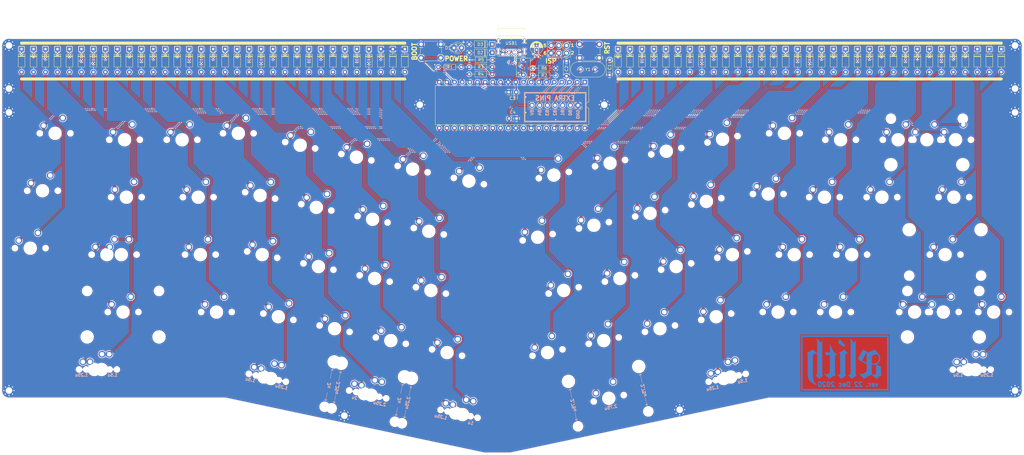
<source format=kicad_pcb>
(kicad_pcb (version 20171130) (host pcbnew "(5.1.10)-1")
  (layers (0 F.Cu signal) (31 B.Cu signal) (34 B.Paste user) (35 F.Paste user) (36 B.SilkS user) (37 F.SilkS user) (38 B.Mask user) (39 F.Mask user) (44 Edge.Cuts user))
  (net 0 "")
  (net 1 GND)
  (net 2 "Net-(C1-Pad1)")
  (net 3 "Net-(C2-Pad2)")
  (net 4 +5V)
  (net 5 "Net-(D1-Pad2)")
  (net 6 /DBUS-)
  (net 7 /DBUS+)
  (net 8 "Net-(D4-Pad2)")
  (net 9 "Net-(D5-Pad2)")
  (net 10 "Net-(D6-Pad2)")
  (net 11 "Net-(D7-Pad2)")
  (net 12 "Net-(D8-Pad2)")
  (net 13 "Net-(D9-Pad2)")
  (net 14 "Net-(D10-Pad2)")
  (net 15 "Net-(D11-Pad2)")
  (net 16 "Net-(D12-Pad2)")
  (net 17 "Net-(D13-Pad2)")
  (net 18 "Net-(D14-Pad2)")
  (net 19 "Net-(D15-Pad2)")
  (net 20 "Net-(D16-Pad2)")
  (net 21 "Net-(D17-Pad2)")
  (net 22 "Net-(D18-Pad2)")
  (net 23 "Net-(D19-Pad2)")
  (net 24 "Net-(D20-Pad2)")
  (net 25 "Net-(D21-Pad2)")
  (net 26 "Net-(D22-Pad2)")
  (net 27 "Net-(D23-Pad2)")
  (net 28 "Net-(D24-Pad2)")
  (net 29 "Net-(D25-Pad2)")
  (net 30 "Net-(D26-Pad2)")
  (net 31 "Net-(D28-Pad2)")
  (net 32 "Net-(D29-Pad2)")
  (net 33 "Net-(D30-Pad2)")
  (net 34 "Net-(D31-Pad2)")
  (net 35 "Net-(D32-Pad2)")
  (net 36 "Net-(D33-Pad2)")
  (net 37 "Net-(D34-Pad2)")
  (net 38 "Net-(D35-Pad2)")
  (net 39 "Net-(D36-Pad2)")
  (net 40 "Net-(D37-Pad2)")
  (net 41 "Net-(D38-Pad2)")
  (net 42 "Net-(D39-Pad2)")
  (net 43 "Net-(D40-Pad2)")
  (net 44 "Net-(D41-Pad2)")
  (net 45 "Net-(D42-Pad2)")
  (net 46 "Net-(D44-Pad2)")
  (net 47 "Net-(D45-Pad2)")
  (net 48 "Net-(D46-Pad2)")
  (net 49 "Net-(D47-Pad2)")
  (net 50 "Net-(D48-Pad2)")
  (net 51 "Net-(D49-Pad2)")
  (net 52 "Net-(D51-Pad2)")
  (net 53 "Net-(D52-Pad2)")
  (net 54 "Net-(D53-Pad2)")
  (net 55 "Net-(D54-Pad2)")
  (net 56 "Net-(D55-Pad2)")
  (net 57 "Net-(D56-Pad2)")
  (net 58 "Net-(D57-Pad2)")
  (net 59 "Net-(D59-Pad2)")
  (net 60 "Net-(D60-Pad2)")
  (net 61 "Net-(D61-Pad2)")
  (net 62 "Net-(D62-Pad2)")
  (net 63 "Net-(D63-Pad2)")
  (net 64 "Net-(D64-Pad2)")
  (net 65 "Net-(D65-Pad2)")
  (net 66 "Net-(D66-Pad2)")
  (net 67 "Net-(D67-Pad2)")
  (net 68 "Net-(D68-Pad2)")
  (net 69 "Net-(D69-Pad2)")
  (net 70 "Net-(D70-Pad2)")
  (net 71 "Net-(D71-Pad2)")
  (net 72 "Net-(D72-Pad2)")
  (net 73 "Net-(D73-Pad2)")
  (net 74 VBUS)
  (net 75 NRST)
  (net 76 MOSI)
  (net 77 SCLK)
  (net 78 MISO)
  (net 79 D-)
  (net 80 D+)
  (net 81 "Net-(R5-Pad2)")
  (net 82 /BOOT)
  (net 83 "Net-(U1-Pad32)")
  (net 84 "Net-(R6-Pad1)")
  (net 85 /C5)
  (net 86 /C0)
  (net 87 /C1)
  (net 88 /C2)
  (net 89 /C3)
  (net 90 /C4)
  (net 91 /D7)
  (net 92 /C6)
  (net 93 /C7)
  (net 94 /A7)
  (net 95 /A6)
  (net 96 /A0)
  (net 97 /A1)
  (net 98 /A5)
  (net 99 /A4)
  (net 100 /A3)
  (net 101 /A2)
  (net 102 /D5)
  (net 103 /D6)
  (net 104 /D1)
  (net 105 /D0)
  (net 106 /B0)
  (net 107 /B1)
  (net 108 /B2)
  (net 109 /B3)
  (net 110 /B4)
  (net 111 "Net-(USB1-PadA8)")
  (net 112 "Net-(USB1-PadB8)")
  (module AELITH:AELITH_Logo (layer B.Cu) (at 261.366 76.2 180)
    (fp_text reference G2 hide)
    (fp_text value Logo hide)
    (fp_poly (pts (xy 9.084801 7.968099) (xy 9.095658 7.960972) (xy 9.104496 7.955172) (xy 9.109756 7.951722) (xy 9.110332 7.951345) (xy 9.109799 7.947962) (xy 9.106291 7.939939) (xy 9.100306 7.928268) (xy 9.092343 7.913939) (xy 9.086173 7.903383) (xy 9.047807 7.835166) (xy 9.013209 7.765507) (xy 8.982264 7.693946) (xy 8.954853 7.620024) (xy 8.930861 7.543282) (xy 8.910168 7.463261) (xy 8.892659 7.379504) (xy 8.878217 7.29155) (xy 8.866723 7.198941) (xy 8.858062 7.101218) (xy 8.852115 6.997922) (xy 8.851543 6.984256) (xy 8.851286 6.974426) (xy 8.851037 6.95805) (xy 8.850799 6.9352) (xy 8.850569 6.905947) (xy 8.85035 6.870359) (xy 8.85014 6.828509) (xy 8.84994 6.780467) (xy 8.849751 6.726303) (xy 8.849572 6.666088) (xy 8.849403 6.599891) (xy 8.849244 6.527785) (xy 8.849096 6.449839) (xy 8.848959 6.366123) (xy 8.848832 6.276709) (xy 8.848717 6.181666) (xy 8.848613 6.081066) (xy 8.848519 5.974979) (xy 8.848438 5.863475) (xy 8.848367 5.746625) (xy 8.848308 5.624499) (xy 8.848261 5.497168) (xy 8.848226 5.364703) (xy 8.848202 5.227173) (xy 8.848191 5.08465) (xy 8.84819 5.053257) (xy 8.848189 4.920941) (xy 8.848189 4.79508) (xy 8.848191 4.675513) (xy 8.848196 4.56208) (xy 8.848204 4.45462) (xy 8.848216 4.352972) (xy 8.848232 4.256976) (xy 8.848253 4.166472) (xy 8.848279 4.081297) (xy 8.84831 4.001293) (xy 8.848349 3.926298) (xy 8.848393 3.856151) (xy 8.848445 3.790693) (xy 8.848505 3.729762) (xy 8.848573 3.673198) (xy 8.84865 3.62084) (xy 8.848736 3.572528) (xy 8.848831 3.5281) (xy 8.848937 3.487397) (xy 8.849054 3.450258) (xy 8.849182 3.416522) (xy 8.849322 3.386028) (xy 8.849474 3.358617) (xy 8.849638 3.334126) (xy 8.849816 3.312397) (xy 8.850008 3.293267) (xy 8.850214 3.276577) (xy 8.850434 3.262166) (xy 8.85067 3.249873) (xy 8.850922 3.239537) (xy 8.85119 3.230999) (xy 8.851474 3.224096) (xy 8.851776 3.21867) (xy 8.852096 3.214559) (xy 8.852434 3.211602) (xy 8.852791 3.209639) (xy 8.853166 3.20851) (xy 8.853562 3.208053) (xy 8.853945 3.208089) (xy 8.858532 3.211266) (xy 8.867708 3.21822) (xy 8.880951 3.22853) (xy 8.89774 3.241774) (xy 8.917552 3.25753) (xy 8.939863 3.275379) (xy 8.964153 3.294898) (xy 8.989897 3.315665) (xy 9.016575 3.33726) (xy 9.043662 3.359262) (xy 9.070638 3.381248) (xy 9.096979 3.402797) (xy 9.122163 3.423489) (xy 9.145667 3.442902) (xy 9.164105 3.458224) (xy 9.20358 3.491237) (xy 9.244059 3.525285) (xy 9.285794 3.560588) (xy 9.329038 3.597364) (xy 9.374045 3.635834) (xy 9.421066 3.676217) (xy 9.470356 3.718733) (xy 9.522166 3.7636) (xy 9.57675 3.81104) (xy 9.634361 3.861271) (xy 9.695251 3.914512) (xy 9.759673 3.970985) (xy 9.82788 4.030907) (xy 9.900125 4.094498) (xy 9.976661 4.161979) (xy 10.05774 4.233568) (xy 10.096822 4.268107) (xy 10.132309 4.299479) (xy 10.166495 4.329702) (xy 10.19904 4.358478) (xy 10.229607 4.385507) (xy 10.257859 4.41049) (xy 10.283457 4.43313) (xy 10.306064 4.453126) (xy 10.325342 4.470181) (xy 10.340952 4.483995) (xy 10.352557 4.494269) (xy 10.35982 4.500705) (xy 10.362294 4.502906) (xy 10.369763 4.50963) (xy 10.378833 4.502988) (xy 10.390438 4.494654) (xy 10.406866 4.483096) (xy 10.427445 4.468774) (xy 10.451502 4.452148) (xy 10.478365 4.433677) (xy 10.507362 4.413821) (xy 10.537821 4.393038) (xy 10.569068 4.371789) (xy 10.600433 4.350533) (xy 10.631241 4.329729) (xy 10.660822 4.309837) (xy 10.688502 4.291317) (xy 10.690404 4.290049) (xy 10.724613 4.267271) (xy 10.758122 4.245026) (xy 10.791274 4.223094) (xy 10.824412 4.201254) (xy 10.857877 4.179286) (xy 10.892013 4.156969) (xy 10.927161 4.134084) (xy 10.963664 4.11041) (xy 11.001865 4.085726) (xy 11.042105 4.059812) (xy 11.084727 4.032449) (xy 11.130074 4.003414) (xy 11.178487 3.972489) (xy 11.23031 3.939453) (xy 11.285884 3.904086) (xy 11.345553 3.866166) (xy 11.409657 3.825475) (xy 11.478541 3.78179) (xy 11.552545 3.734893) (xy 11.583643 3.715195) (xy 11.627845 3.687191) (xy 11.67226 3.659038) (xy 11.716353 3.631075) (xy 11.759591 3.603641) (xy 11.801441 3.577075) (xy 11.841367 3.551717) (xy 11.878836 3.527905) (xy 11.913315 3.50598) (xy 11.944268 3.486279) (xy 11.971162 3.469143) (xy 11.993464 3.454911) (xy 12.008686 3.445174) (xy 12.035012 3.428305) (xy 12.061469 3.411355) (xy 12.087098 3.394939) (xy 12.11094 3.379669) (xy 12.132036 3.366162) (xy 12.149425 3.355031) (xy 12.161566 3.347263) (xy 12.205291 3.3193) (xy 12.205437 3.266376) (xy 12.185259 3.253374) (xy 12.165553 3.238968) (xy 12.144163 3.220409) (xy 12.122716 3.199268) (xy 12.102841 3.17712) (xy 12.091334 3.162657) (xy 12.065553 3.123355) (xy 12.04317 3.078654) (xy 12.024166 3.028491) (xy 12.008521 2.972807) (xy 11.996219 2.911538) (xy 11.987239 2.844625) (xy 11.984058 2.809911) (xy 11.982582 2.791962) (xy 11.981059 2.774778) (xy 11.979666 2.760296) (xy 11.978584 2.750452) (xy 11.978573 2.750372) (xy 11.978478 2.746347) (xy 11.978379 2.735847) (xy 11.978276 2.719013) (xy 11.97817 2.695984) (xy 11.978062 2.666902) (xy 11.97795 2.631908) (xy 11.977836 2.59114) (xy 11.97772 2.54474) (xy 11.977601 2.492849) (xy 11.977481 2.435607) (xy 11.977359 2.373154) (xy 11.977235 2.30563) (xy 11.977109 2.233177) (xy 11.976982 2.155935) (xy 11.976855 2.074044) (xy 11.976726 1.987645) (xy 11.976596 1.896878) (xy 11.976466 1.801883) (xy 11.976336 1.702802) (xy 11.976205 1.599774) (xy 11.976075 1.49294) (xy 11.975945 1.382441) (xy 11.975815 1.268417) (xy 11.975686 1.151009) (xy 11.975557 1.030356) (xy 11.975429 0.9066) (xy 11.975303 0.779881) (xy 11.975178 0.650339) (xy 11.975054 0.518115) (xy 11.974932 0.383349) (xy 11.974812 0.246183) (xy 11.974694 0.106755) (xy 11.974579 -0.034792) (xy 11.974465 -0.178319) (xy 11.974355 -0.323686) (xy 11.974247 -0.470751) (xy 11.974157 -0.597043) (xy 11.974022 -0.78803) (xy 11.973888 -0.972486) (xy 11.973754 -1.150497) (xy 11.97362 -1.322149) (xy 11.973486 -1.487526) (xy 11.973352 -1.646713) (xy 11.973217 -1.799797) (xy 11.973083 -1.946862) (xy 11.972947 -2.087993) (xy 11.972811 -2.223276) (xy 11.972674 -2.352796) (xy 11.972536 -2.476638) (xy 11.972396 -2.594887) (xy 11.972255 -2.707629) (xy 11.972113 -2.814949) (xy 11.971969 -2.916932) (xy 11.971823 -3.013663) (xy 11.971675 -3.105228) (xy 11.971525 -3.191711) (xy 11.971372 -3.273199) (xy 11.971218 -3.349776) (xy 11.97106 -3.421527) (xy 11.9709 -3.488538) (xy 11.970737 -3.550894) (xy 11.97057 -3.60868) (xy 11.970401 -3.661982) (xy 11.970228 -3.710884) (xy 11.970051 -3.755472) (xy 11.969871 -3.795831) (xy 11.969687 -3.832047) (xy 11.969498 -3.864204) (xy 11.969306 -3.892388) (xy 11.969109 -3.916684) (xy 11.968908 -3.937178) (xy 11.968702 -3.953954) (xy 11.968492 -3.967098) (xy 11.968276 -3.976694) (xy 11.968055 -3.982829) (xy 11.967978 -3.984151) (xy 11.963533 -4.047042) (xy 11.959214 -4.104145) (xy 11.954944 -4.156284) (xy 11.950641 -4.204284) (xy 11.946228 -4.248968) (xy 11.941625 -4.291162) (xy 11.936752 -4.331689) (xy 11.931532 -4.371374) (xy 11.929023 -4.389347) (xy 11.906403 -4.530403) (xy 11.879204 -4.666885) (xy 11.847325 -4.799087) (xy 11.810664 -4.927306) (xy 11.769118 -5.051837) (xy 11.722588 -5.172975) (xy 11.67097 -5.291016) (xy 11.614164 -5.406256) (xy 11.552067 -5.51899) (xy 11.524639 -5.565242) (xy 11.454153 -5.675492) (xy 11.377406 -5.78383) (xy 11.294504 -5.890138) (xy 11.205553 -5.994298) (xy 11.110661 -6.096191) (xy 11.009932 -6.195699) (xy 10.903475 -6.292703) (xy 10.791395 -6.387085) (xy 10.773251 -6.401691) (xy 10.659721 -6.489487) (xy 10.54096 -6.575352) (xy 10.416809 -6.65938) (xy 10.287111 -6.741664) (xy 10.151707 -6.822299) (xy 10.010439 -6.901378) (xy 9.863149 -6.978996) (xy 9.709679 -7.055246) (xy 9.549872 -7.130222) (xy 9.534509 -7.137212) (xy 9.506041 -7.15006) (xy 9.477207 -7.162943) (xy 9.448668 -7.175576) (xy 9.421083 -7.187676) (xy 9.395114 -7.198957) (xy 9.37142 -7.209137) (xy 9.350662 -7.21793) (xy 9.333499 -7.225053) (xy 9.320593 -7.230221) (xy 9.312603 -7.233151) (xy 9.310305 -7.233718) (xy 9.306508 -7.232372) (xy 9.297302 -7.228636) (xy 9.283331 -7.222783) (xy 9.265241 -7.215091) (xy 9.243676 -7.205833) (xy 9.219282 -7.195284) (xy 9.192704 -7.183721) (xy 9.176546 -7.17666) (xy 9.149178 -7.164624) (xy 9.123809 -7.153356) (xy 9.101055 -7.14314) (xy 9.081533 -7.134257) (xy 9.065859 -7.126989) (xy 9.05465 -7.121618) (xy 9.048524 -7.118427) (xy 9.047544 -7.117675) (xy 9.050184 -7.115045) (xy 9.057236 -7.108788) (xy 9.068012 -7.09949) (xy 9.081826 -7.08774) (xy 9.097992 -7.074127) (xy 9.113173 -7.061443) (xy 9.21999 -6.969871) (xy 9.320384 -6.878274) (xy 9.414541 -6.786349) (xy 9.502648 -6.693793) (xy 9.584891 -6.600303) (xy 9.661457 -6.505575) (xy 9.732532 -6.409307) (xy 9.798302 -6.311196) (xy 9.858955 -6.210938) (xy 9.914677 -6.10823) (xy 9.965653 -6.00277) (xy 10.012071 -5.894254) (xy 10.054117 -5.78238) (xy 10.091977 -5.666843) (xy 10.125838 -5.547342) (xy 10.155886 -5.423572) (xy 10.174244 -5.336779) (xy 10.185662 -5.277573) (xy 10.196133 -5.218934) (xy 10.20573 -5.160207) (xy 10.214526 -5.100735) (xy 10.222594 -5.039861) (xy 10.230007 -4.976929) (xy 10.236839 -4.911282) (xy 10.243161 -4.842264) (xy 10.249048 -4.769218) (xy 10.254571 -4.691488) (xy 10.259805 -4.608418) (xy 10.264521 -4.524964) (xy 10.264734 -4.519204) (xy 10.264941 -4.509907) (xy 10.265143 -4.496992) (xy 10.265338 -4.48038) (xy 10.265529 -4.459989) (xy 10.265713 -4.435739) (xy 10.265892 -4.407551) (xy 10.266066 -4.375344) (xy 10.266235 -4.339038) (xy 10.266399 -4.298552) (xy 10.266558 -4.253806) (xy 10.266712 -4.204721) (xy 10.266861 -4.151215) (xy 10.267006 -4.093209) (xy 10.267146 -4.030623) (xy 10.267282 -3.963375) (xy 10.267414 -3.891386) (xy 10.267541 -3.814575) (xy 10.267665 -3.732863) (xy 10.267784 -3.646169) (xy 10.267899 -3.554413) (xy 10.268011 -3.457514) (xy 10.268119 -3.355392) (xy 10.268224 -3.247968) (xy 10.268325 -3.13516) (xy 10.268423 -3.016889) (xy 10.268518 -2.893074) (xy 10.26861 -2.763635) (xy 10.268698 -2.628492) (xy 10.268784 -2.487564) (xy 10.268867 -2.340772) (xy 10.268948 -2.188035) (xy 10.269026 -2.029272) (xy 10.269101 -1.864404) (xy 10.269174 -1.69335) (xy 10.269245 -1.516031) (xy 10.269314 -1.332365) (xy 10.269381 -1.142272) (xy 10.269446 -0.945673) (xy 10.269468 -0.874371) (xy 10.27059 2.705105) (xy 10.20686 2.746252) (xy 10.187993 2.758351) (xy 10.167319 2.771444) (xy 10.144512 2.785729) (xy 10.119244 2.801405) (xy 10.091189 2.818671) (xy 10.060021 2.837726) (xy 10.025412 2.858767) (xy 9.987035 2.881994) (xy 9.944565 2.907606) (xy 9.897674 2.935801) (xy 9.846035 2.966778) (xy 9.789323 3.000735) (xy 9.732973 3.034427) (xy 9.696541 3.05622) (xy 9.660083 3.078071) (xy 9.62426 3.099581) (xy 9.589731 3.120353) (xy 9.557157 3.139988) (xy 9.527197 3.158087) (xy 9.500512 3.174254) (xy 9.477761 3.18809) (xy 9.459605 3.199196) (xy 9.450589 3.204757) (xy 9.431074 3.216682) (xy 9.413263 3.227235) (xy 9.397964 3.235963) (xy 9.385985 3.242414) (xy 9.378134 3.246136) (xy 9.375364 3.246844) (xy 9.372174 3.244604) (xy 9.36413 3.238563) (xy 9.351589 3.228998) (xy 9.334907 3.216183) (xy 9.31444 3.200394) (xy 9.290545 3.181908) (xy 9.263577 3.161) (xy 9.233894 3.137947) (xy 9.201851 3.113023) (xy 9.167805 3.086505) (xy 9.132111 3.058669) (xy 9.109492 3.041011) (xy 8.848157 2.836919) (xy 8.848157 -3.694139) (xy 8.870484 -3.714684) (xy 8.888376 -3.730726) (xy 8.908306 -3.747765) (xy 8.930571 -3.766017) (xy 8.955467 -3.785699) (xy 8.983291 -3.807029) (xy 9.014338 -3.830224) (xy 9.048906 -3.855499) (xy 9.087291 -3.883072) (xy 9.129788 -3.913161) (xy 9.176695 -3.945981) (xy 9.228307 -3.981749) (xy 9.284921 -4.020684) (xy 9.340343 -4.058575) (xy 9.410663 -4.106537) (xy 9.409739 -4.125025) (xy 9.408816 -4.143513) (xy 9.26493 -4.267044) (xy 9.164961 -4.353167) (xy 9.069995 -4.435597) (xy 8.979734 -4.5146) (xy 8.893881 -4.590439) (xy 8.81214 -4.663382) (xy 8.734211 -4.733694) (xy 8.659799 -4.80164) (xy 8.588606 -4.867486) (xy 8.520334 -4.931498) (xy 8.507462 -4.94367) (xy 8.486097 -4.964067) (xy 8.462223 -4.987149) (xy 8.436491 -5.012265) (xy 8.409553 -5.038762) (xy 8.382059 -5.065989) (xy 8.354662 -5.093295) (xy 8.328013 -5.120028) (xy 8.302763 -5.145535) (xy 8.279564 -5.169165) (xy 8.259067 -5.190267) (xy 8.241925 -5.208189) (xy 8.228787 -5.222278) (xy 8.227062 -5.224176) (xy 8.203454 -5.250266) (xy 8.17436 -5.226421) (xy 8.105171 -5.170011) (xy 8.033005 -5.11174) (xy 7.958354 -5.051982) (xy 7.88171 -4.991115) (xy 7.803564 -4.929515) (xy 7.724408 -4.86756) (xy 7.644735 -4.805625) (xy 7.565035 -4.744089) (xy 7.485801 -4.683326) (xy 7.407524 -4.623714) (xy 7.330696 -4.565631) (xy 7.255809 -4.509451) (xy 7.183354 -4.455553) (xy 7.113824 -4.404313) (xy 7.04771 -4.356108) (xy 6.985504 -4.311314) (xy 6.927698 -4.270307) (xy 6.910802 -4.258462) (xy 6.863811 -4.225615) (xy 6.863667 -4.190716) (xy 6.863524 -4.155817) (xy 6.877675 -4.148942) (xy 6.892378 -4.140473) (xy 6.909862 -4.128332) (xy 6.928521 -4.113792) (xy 6.946744 -4.098131) (xy 6.962924 -4.082624) (xy 6.967822 -4.077451) (xy 6.998244 -4.040182) (xy 7.025693 -3.997848) (xy 7.050204 -3.950336) (xy 7.071808 -3.897535) (xy 7.09054 -3.839333) (xy 7.106431 -3.775616) (xy 7.119515 -3.706274) (xy 7.129824 -3.631192) (xy 7.137392 -3.55026) (xy 7.141257 -3.486339) (xy 7.1414 -3.480004) (xy 7.141541 -3.467194) (xy 7.141679 -3.448048) (xy 7.141814 -3.422705) (xy 7.141945 -3.391305) (xy 7.142074 -3.353989) (xy 7.1422 -3.310895) (xy 7.142323 -3.262163) (xy 7.142442 -3.207933) (xy 7.142559 -3.148344) (xy 7.142673 -3.083537) (xy 7.142784 -3.013651) (xy 7.142891 -2.938825) (xy 7.142996 -2.8592) (xy 7.143098 -2.774914) (xy 7.143196 -2.686108) (xy 7.143292 -2.592922) (xy 7.143384 -2.495494) (xy 7.143474 -2.393965) (xy 7.143561 -2.288474) (xy 7.143644 -2.179161) (xy 7.143725 -2.066166) (xy 7.143802 -1.949627) (xy 7.143877 -1.829686) (xy 7.143948 -1.706482) (xy 7.144016 -1.580153) (xy 7.144082 -1.450841) (xy 7.144144 -1.318684) (xy 7.144203 -1.183822) (xy 7.144259 -1.046396) (xy 7.144313 -0.906544) (xy 7.144363 -0.764406) (xy 7.14441 -0.620122) (xy 7.144454 -0.473832) (xy 7.144495 -0.325675) (xy 7.144533 -0.175791) (xy 7.144568 -0.02432) (xy 7.1446 0.128599) (xy 7.144628 0.282826) (xy 7.144654 0.438221) (xy 7.144677 0.594646) (xy 7.144696 0.751959) (xy 7.144713 0.910021) (xy 7.144726 1.068694) (xy 7.144737 1.227836) (xy 7.144744 1.387308) (xy 7.144748 1.546972) (xy 7.14475 1.706686) (xy 7.144748 1.866312) (xy 7.144743 2.025709) (xy 7.144735 2.184739) (xy 7.144724 2.343261) (xy 7.14471 2.501135) (xy 7.144692 2.658223) (xy 7.144672 2.814384) (xy 7.144649 2.969478) (xy 7.144622 3.123367) (xy 7.144593 3.27591) (xy 7.14456 3.426967) (xy 7.144524 3.5764) (xy 7.144485 3.724068) (xy 7.144444 3.869831) (xy 7.144398 4.013551) (xy 7.14435 4.155087) (xy 7.144299 4.294299) (xy 7.144245 4.431049) (xy 7.144187 4.565196) (xy 7.144127 4.6966) (xy 7.144063 4.825123) (xy 7.143997 4.950624) (xy 7.143927 5.072963) (xy 7.143854 5.192002) (xy 7.143778 5.3076) (xy 7.143699 5.419617) (xy 7.143616 5.527915) (xy 7.143531 5.632353) (xy 7.143442 5.732791) (xy 7.143351 5.82909) (xy 7.143256 5.921111) (xy 7.143158 6.008714) (xy 7.143057 6.091758) (xy 7.142953 6.170104) (xy 7.142846 6.243614) (xy 7.142735 6.312146) (xy 7.142622 6.375562) (xy 7.142505 6.433721) (xy 7.142386 6.486484) (xy 7.142263 6.533711) (xy 7.142137 6.575263) (xy 7.142007 6.611) (xy 7.141875 6.640782) (xy 7.14174 6.66447) (xy 7.141601 6.681924) (xy 7.141459 6.693004) (xy 7.141375 6.696484) (xy 7.138051 6.770802) (xy 7.133646 6.839185) (xy 7.128072 6.902241) (xy 7.121239 6.960577) (xy 7.113058 7.014799) (xy 7.103441 7.065513) (xy 7.092298 7.113327) (xy 7.079541 7.158847) (xy 7.068587 7.192643) (xy 7.058316 7.220014) (xy 7.04573 7.24957) (xy 7.031731 7.279434) (xy 7.017222 7.307729) (xy 7.003104 7.332575) (xy 6.995768 7.344189) (xy 6.988468 7.355477) (xy 6.982977 7.364506) (xy 6.98004 7.370017) (xy 6.979788 7.371096) (xy 6.984241 7.37386) (xy 6.99299 7.378428) (xy 7.004455 7.384058) (xy 7.017053 7.390011) (xy 7.029205 7.395544) (xy 7.039328 7.399917) (xy 7.045842 7.402389) (xy 7.04718 7.402683) (xy 7.052323 7.401575) (xy 7.062066 7.398586) (xy 7.074839 7.394221) (xy 7.084458 7.390722) (xy 7.142991 7.366028) (xy 7.202403 7.335413) (xy 7.262041 7.299391) (xy 7.32125 7.258478) (xy 7.379378 7.213187) (xy 7.435772 7.164034) (xy 7.489778 7.111533) (xy 7.540742 7.056198) (xy 7.588011 6.998544) (xy 7.596375 6.987564) (xy 7.626432 6.945492) (xy 7.65492 6.901456) (xy 7.681049 6.856842) (xy 7.704026 6.813034) (xy 7.723058 6.771417) (xy 7.730262 6.753414) (xy 7.741207 6.7246) (xy 7.771843 6.7246) (xy 7.79446 6.773389) (xy 7.849116 6.886749) (xy 7.905108 6.99379) (xy 7.962611 7.094705) (xy 8.0218 7.189688) (xy 8.082849 7.27893) (xy 8.145934 7.362627) (xy 8.211228 7.440971) (xy 8.278907 7.514155) (xy 8.349145 7.582373) (xy 8.422118 7.645818) (xy 8.497998 7.704684) (xy 8.576962 7.759163) (xy 8.659185 7.809449) (xy 8.744839 7.855735) (xy 8.794695 7.880134) (xy 8.824287 7.89356) (xy 8.858386 7.908129) (xy 8.895153 7.923112) (xy 8.932751 7.937782) (xy 8.969339 7.951411) (xy 9.003081 7.963272) (xy 9.014011 7.966915) (xy 9.06244 7.98278) (xy 9.084801 7.968099)) (layer B.Cu) (width 0.01))
    (fp_poly (pts (xy -6.294077 4.522403) (xy -6.292177 4.518986) (xy -6.287742 4.51025) (xy -6.281092 4.496844) (xy -6.272544 4.479418) (xy -6.262417 4.458622) (xy -6.251028 4.435105) (xy -6.238697 4.409518) (xy -6.234569 4.400925) (xy -6.18207 4.292466) (xy -6.126283 4.178908) (xy -6.067469 4.060732) (xy -6.005889 3.938423) (xy -5.941803 3.812463) (xy -5.875472 3.683336) (xy -5.807158 3.551525) (xy -5.73712 3.417512) (xy -5.66562 3.281782) (xy -5.592918 3.144816) (xy -5.519275 3.007099) (xy -5.444952 2.869113) (xy -5.37021 2.731342) (xy -5.29531 2.594268) (xy -5.220511 2.458375) (xy -5.146076 2.324146) (xy -5.072264 2.192064) (xy -4.999338 2.062612) (xy -4.927556 1.936274) (xy -4.857181 1.813532) (xy -4.788473 1.69487) (xy -4.721692 1.58077) (xy -4.6571 1.471716) (xy -4.620034 1.409789) (xy -4.607913 1.389512) (xy -4.597067 1.371159) (xy -4.587924 1.355467) (xy -4.58091 1.343177) (xy -4.57645 1.335025) (xy -4.574971 1.331751) (xy -4.574984 1.331727) (xy -4.578007 1.329726) (xy -4.58581 1.324671) (xy -4.597602 1.317071) (xy -4.612591 1.307437) (xy -4.629984 1.296278) (xy -4.641264 1.289051) (xy -4.789241 1.195148) (xy -4.941599 1.100178) (xy -5.098487 1.004054) (xy -5.260056 0.906692) (xy -5.426454 0.808005) (xy -5.597832 0.707907) (xy -5.774339 0.606313) (xy -5.956125 0.503137) (xy -6.143339 0.398294) (xy -6.336131 0.291696) (xy -6.534651 0.183259) (xy -6.739049 0.072896) (xy -6.949473 -0.039478) (xy -7.066949 -0.101706) (xy -7.098925 -0.118576) (xy -7.133234 -0.136638) (xy -7.169278 -0.15558) (xy -7.206461 -0.175091) (xy -7.244187 -0.19486) (xy -7.281858 -0.214574) (xy -7.318877 -0.233923) (xy -7.354648 -0.252594) (xy -7.388574 -0.270277) (xy -7.420058 -0.286659) (xy -7.448504 -0.301428) (xy -7.473314 -0.314275) (xy -7.493892 -0.324886) (xy -7.50964 -0.33295) (xy -7.517626 -0.33699) (xy -7.551531 -0.353986) (xy -7.551531 -2.883573) (xy -7.44651 -2.952902) (xy -7.323908 -3.032474) (xy -7.203623 -3.107806) (xy -7.085808 -3.178821) (xy -6.970615 -3.245444) (xy -6.858197 -3.307598) (xy -6.748707 -3.365208) (xy -6.642297 -3.418197) (xy -6.539121 -3.46649) (xy -6.43933 -3.510011) (xy -6.343077 -3.548682) (xy -6.250516 -3.582429) (xy -6.161798 -3.611176) (xy -6.077154 -3.634826) (xy -6.021024 -3.648364) (xy -5.969706 -3.659007) (xy -5.922144 -3.666912) (xy -5.877279 -3.672235) (xy -5.834056 -3.675134) (xy -5.800092 -3.675812) (xy -5.756103 -3.674212) (xy -5.7164 -3.669157) (xy -5.679655 -3.660192) (xy -5.644544 -3.646865) (xy -5.60974 -3.628725) (xy -5.573918 -3.605319) (xy -5.556974 -3.592841) (xy -5.549164 -3.586364) (xy -5.537339 -3.575823) (xy -5.522156 -3.561838) (xy -5.504272 -3.545029) (xy -5.484344 -3.526014) (xy -5.46303 -3.505413) (xy -5.440987 -3.483845) (xy -5.433621 -3.476579) (xy -5.335075 -3.379152) (xy -5.211172 -3.503022) (xy -5.18759 -3.526651) (xy -5.165508 -3.548879) (xy -5.145354 -3.569269) (xy -5.127557 -3.587381) (xy -5.112545 -3.602778) (xy -5.100746 -3.615022) (xy -5.092588 -3.623675) (xy -5.088498 -3.628299) (xy -5.0881 -3.628949) (xy -5.090573 -3.631593) (xy -5.097342 -3.638376) (xy -5.107941 -3.648844) (xy -5.121906 -3.662542) (xy -5.138773 -3.679016) (xy -5.158076 -3.69781) (xy -5.179351 -3.718471) (xy -5.202134 -3.740544) (xy -5.203044 -3.741424) (xy -5.264631 -3.801228) (xy -5.328349 -3.863504) (xy -5.3939 -3.927948) (xy -5.460988 -3.994255) (xy -5.529314 -4.062119) (xy -5.59858 -4.131235) (xy -5.66849 -4.201299) (xy -5.738745 -4.272005) (xy -5.809047 -4.343047) (xy -5.8791 -4.414121) (xy -5.948605 -4.484921) (xy -6.017265 -4.555143) (xy -6.084781 -4.62448) (xy -6.150857 -4.692629) (xy -6.215194 -4.759284) (xy -6.277495 -4.824139) (xy -6.337463 -4.886889) (xy -6.394799 -4.94723) (xy -6.449206 -5.004856) (xy -6.500387 -5.059462) (xy -6.548043 -5.110742) (xy -6.591876 -5.158393) (xy -6.63159 -5.202107) (xy -6.666887 -5.241581) (xy -6.671927 -5.247282) (xy -6.675182 -5.246203) (xy -6.683356 -5.241882) (xy -6.695827 -5.234691) (xy -6.711975 -5.225004) (xy -6.731178 -5.213194) (xy -6.752815 -5.199635) (xy -6.776265 -5.1847) (xy -6.779751 -5.182461) (xy -6.879665 -5.118763) (xy -6.985243 -5.052541) (xy -7.096127 -4.984006) (xy -7.211959 -4.913372) (xy -7.33238 -4.84085) (xy -7.457033 -4.766654) (xy -7.58556 -4.690997) (xy -7.717601 -4.61409) (xy -7.852799 -4.536148) (xy -7.990795 -4.457381) (xy -8.131232 -4.378004) (xy -8.194883 -4.34228) (xy -8.262148 -4.304734) (xy -8.33084 -4.266636) (xy -8.400428 -4.228267) (xy -8.470385 -4.189911) (xy -8.540183 -4.151853) (xy -8.609293 -4.114375) (xy -8.677187 -4.077762) (xy -8.743337 -4.042297) (xy -8.807214 -4.008263) (xy -8.868291 -3.975944) (xy -8.926038 -3.945624) (xy -8.979928 -3.917586) (xy -9.029432 -3.892115) (xy -9.074022 -3.869492) (xy -9.096651 -3.858174) (xy -9.154949 -3.829188) (xy -9.163326 -3.835554) (xy -9.166443 -3.838213) (xy -9.174345 -3.845072) (xy -9.186841 -3.855966) (xy -9.203745 -3.87073) (xy -9.224868 -3.8892) (xy -9.250022 -3.911211) (xy -9.27902 -3.936597) (xy -9.311673 -3.965195) (xy -9.347794 -3.99684) (xy -9.387194 -4.031366) (xy -9.429685 -4.068609) (xy -9.47508 -4.108404) (xy -9.52319 -4.150587) (xy -9.573828 -4.194992) (xy -9.626805 -4.241455) (xy -9.681933 -4.289812) (xy -9.739025 -4.339896) (xy -9.797892 -4.391544) (xy -9.858346 -4.444591) (xy -9.920201 -4.498872) (xy -9.972543 -4.54481) (xy -10.035345 -4.599927) (xy -10.096871 -4.653915) (xy -10.156935 -4.706611) (xy -10.215349 -4.757852) (xy -10.271929 -4.807475) (xy -10.326487 -4.855317) (xy -10.378839 -4.901215) (xy -10.428797 -4.945006) (xy -10.476175 -4.986527) (xy -10.520788 -5.025615) (xy -10.56245 -5.062106) (xy -10.600973 -5.095839) (xy -10.636173 -5.126649) (xy -10.667862 -5.154373) (xy -10.695855 -5.17885) (xy -10.719966 -5.199914) (xy -10.740009 -5.217405) (xy -10.755796 -5.231158) (xy -10.767143 -5.241011) (xy -10.773864 -5.2468) (xy -10.775799 -5.248404) (xy -10.778883 -5.24658) (xy -10.786434 -5.24108) (xy -10.797796 -5.232412) (xy -10.812313 -5.221086) (xy -10.829329 -5.20761) (xy -10.848187 -5.192492) (xy -10.854291 -5.187562) (xy -10.939449 -5.119281) (xy -11.029662 -5.048097) (xy -11.124293 -4.974476) (xy -11.222702 -4.898885) (xy -11.324254 -4.82179) (xy -11.42831 -4.74366) (xy -11.534232 -4.664959) (xy -11.641383 -4.586156) (xy -11.749126 -4.507716) (xy -11.856822 -4.430108) (xy -11.963834 -4.353797) (xy -12.069524 -4.27925) (xy -12.173254 -4.206934) (xy -12.274388 -4.137316) (xy -12.372286 -4.070862) (xy -12.459084 -4.012831) (xy -12.562171 -3.944459) (xy -12.562339 -3.909727) (xy -12.562506 -3.874996) (xy -12.536715 -3.857691) (xy -12.501095 -3.83168) (xy -12.468678 -3.803433) (xy -12.43934 -3.772623) (xy -12.412955 -3.738919) (xy -12.389399 -3.701993) (xy -12.368546 -3.661515) (xy -12.350271 -3.617156) (xy -12.33445 -3.568587) (xy -12.320956 -3.515479) (xy -12.313671 -3.47807) (xy -10.677296 -3.47807) (xy -10.486622 -3.605417) (xy -10.42693 -3.64526) (xy -10.372311 -3.681664) (xy -10.322355 -3.714893) (xy -10.276654 -3.745212) (xy -10.234798 -3.772887) (xy -10.196379 -3.79818) (xy -10.160987 -3.821359) (xy -10.128215 -3.842687) (xy -10.097654 -3.862429) (xy -10.068893 -3.880851) (xy -10.041525 -3.898216) (xy -10.015141 -3.91479) (xy -9.989332 -3.930838) (xy -9.963688 -3.946625) (xy -9.937802 -3.962414) (xy -9.911264 -3.978472) (xy -9.90341 -3.983204) (xy -9.884692 -3.994328) (xy -9.867726 -4.004142) (xy -9.853371 -4.012171) (xy -9.842487 -4.017939) (xy -9.835934 -4.02097) (xy -9.834523 -4.021307) (xy -9.831573 -4.019018) (xy -9.824052 -4.012535) (xy -9.812268 -4.002137) (xy -9.796526 -3.988101) (xy -9.777133 -3.970702) (xy -9.754397 -3.950218) (xy -9.728623 -3.926927) (xy -9.700118 -3.901105) (xy -9.66919 -3.873028) (xy -9.636144 -3.842975) (xy -9.601287 -3.811222) (xy -9.564926 -3.778045) (xy -9.542617 -3.757664) (xy -9.255008 -3.494791) (xy -9.255008 -0.454199) (xy -9.287258 -0.465469) (xy -9.357339 -0.487755) (xy -9.432064 -0.507394) (xy -9.509873 -0.52404) (xy -9.589208 -0.537349) (xy -9.64446 -0.544455) (xy -9.66685 -0.546476) (xy -9.694637 -0.548199) (xy -9.726612 -0.549605) (xy -9.761563 -0.550674) (xy -9.798279 -0.551388) (xy -9.835549 -0.551727) (xy -9.87216 -0.551672) (xy -9.906903 -0.551204) (xy -9.938566 -0.550304) (xy -9.957899 -0.549425) (xy -10.062307 -0.542087) (xy -10.164831 -0.531565) (xy -10.264604 -0.51799) (xy -10.360756 -0.501493) (xy -10.452419 -0.482205) (xy -10.52717 -0.463438) (xy -10.562327 -0.453882) (xy -10.575261 -0.481483) (xy -10.591275 -0.518509) (xy -10.605734 -0.558107) (xy -10.618745 -0.600788) (xy -10.630416 -0.647067) (xy -10.640857 -0.697455) (xy -10.650174 -0.752468) (xy -10.658478 -0.812616) (xy -10.665875 -0.878414) (xy -10.671267 -0.936085) (xy -10.671631 -0.942273) (xy -10.671978 -0.952271) (xy -10.672309 -0.96621) (xy -10.672624 -0.984219) (xy -10.672923 -1.006427) (xy -10.673208 -1.032965) (xy -10.673478 -1.063961) (xy -10.673734 -1.099545) (xy -10.673977 -1.139847) (xy -10.674207 -1.184996) (xy -10.674424 -1.235122) (xy -10.67463 -1.290354) (xy -10.674824 -1.350821) (xy -10.675007 -1.416654) (xy -10.675179 -1.487982) (xy -10.675342 -1.564935) (xy -10.675495 -1.647641) (xy -10.675639 -1.73623) (xy -10.675774 -1.830833) (xy -10.675902 -1.931578) (xy -10.676022 -2.038595) (xy -10.676135 -2.152013) (xy -10.676206 -2.229404) (xy -10.677296 -3.47807) (xy -12.313671 -3.47807) (xy -12.309665 -3.457503) (xy -12.300452 -3.394329) (xy -12.293192 -3.325628) (xy -12.287759 -3.251071) (xy -12.284978 -3.195259) (xy -12.284636 -3.183547) (xy -12.284308 -3.165381) (xy -12.283996 -3.140924) (xy -12.2837 -3.110335) (xy -12.28342 -3.073779) (xy -12.283158 -3.031415) (xy -12.282912 -2.983406) (xy -12.282685 -2.929914) (xy -12.282477 -2.871099) (xy -12.282287 -2.807125) (xy -12.282118 -2.738152) (xy -12.281968 -2.664343) (xy -12.281839 -2.585859) (xy -12.281732 -2.502861) (xy -12.281646 -2.415512) (xy -12.281583 -2.323973) (xy -12.281542 -2.228405) (xy -12.281526 -2.146711) (xy -12.281434 -1.179203) (xy -12.197984 -1.139646) (xy -12.095064 -1.090254) (xy -11.989312 -1.038343) (xy -11.881573 -0.98436) (xy -11.77269 -0.928756) (xy -11.663507 -0.871979) (xy -11.554868 -0.81448) (xy -11.447616 -0.756707) (xy -11.342597 -0.699111) (xy -11.240653 -0.64214) (xy -11.142628 -0.586244) (xy -11.049367 -0.531873) (xy -10.9866 -0.494497) (xy -10.949895 -0.472395) (xy -10.918534 -0.453419) (xy -10.892159 -0.437338) (xy -10.870414 -0.42392) (xy -10.852944 -0.412932) (xy -10.839391 -0.404144) (xy -10.829399 -0.397322) (xy -10.822611 -0.392236) (xy -10.818673 -0.388653) (xy -10.817226 -0.386342) (xy -10.817914 -0.38507) (xy -10.818225 -0.384938) (xy -10.872501 -0.364408) (xy -10.930019 -0.340547) (xy -10.988904 -0.314222) (xy -11.047286 -0.286298) (xy -11.103289 -0.257641) (xy -11.154028 -0.2297) (xy -11.244441 -0.174325) (xy -11.331412 -0.114013) (xy -11.414505 -0.049148) (xy -11.493282 0.019887) (xy -11.567307 0.092709) (xy -11.636143 0.168933) (xy -11.699352 0.248178) (xy -11.700219 0.249339) (xy -11.760189 0.335262) (xy -11.814632 0.424787) (xy -11.863518 0.517828) (xy -11.906814 0.614301) (xy -11.944489 0.714124) (xy -11.976511 0.817211) (xy -12.002848 0.92348) (xy -12.02347 1.032846) (xy -12.038263 1.144472) (xy -12.044426 1.216438) (xy -12.048332 1.293344) (xy -12.049873 1.367566) (xy -11.652221 1.367566) (xy -11.648625 1.27601) (xy -11.640872 1.189296) (xy -11.628958 1.107347) (xy -11.627911 1.101472) (xy -11.607036 1.00382) (xy -11.580147 0.908746) (xy -11.547312 0.816404) (xy -11.508598 0.726948) (xy -11.464069 0.640531) (xy -11.413794 0.557305) (xy -11.357839 0.477424) (xy -11.355881 0.474827) (xy -11.306346 0.413327) (xy -11.251302 0.352413) (xy -11.191842 0.293147) (xy -11.129055 0.23659) (xy -11.064032 0.183804) (xy -11.032772 0.160425) (xy -10.94848 0.10312) (xy -10.859592 0.050399) (xy -10.76637 0.002354) (xy -10.669077 -0.040922) (xy -10.567974 -0.079336) (xy -10.463323 -0.112795) (xy -10.355387 -0.141206) (xy -10.244428 -0.164477) (xy -10.130707 -0.182515) (xy -10.033976 -0.193485) (xy -9.978666 -0.197983) (xy -9.923992 -0.20115) (xy -9.870933 -0.202977) (xy -9.820468 -0.203454) (xy -9.773574 -0.20257) (xy -9.731229 -0.200317) (xy -9.69573 -0.196852) (xy -9.627989 -0.186651) (xy -9.555889 -0.172517) (xy -9.479226 -0.154401) (xy -9.397793 -0.132256) (xy -9.31372 -0.106772) (xy -9.255008 -0.088151) (xy -9.255008 2.291661) (xy -9.373259 2.362655) (xy -9.48115 2.426749) (xy -9.584179 2.486549) (xy -9.682468 2.542105) (xy -9.776143 2.59347) (xy -9.865327 2.640695) (xy -9.950145 2.68383) (xy -10.030722 2.722929) (xy -10.107181 2.758041) (xy -10.179646 2.789219) (xy -10.248242 2.816514) (xy -10.313094 2.839978) (xy -10.374325 2.859662) (xy -10.43206 2.875617) (xy -10.486422 2.887895) (xy -10.537538 2.896547) (xy -10.585529 2.901626) (xy -10.630522 2.903182) (xy -10.672639 2.901266) (xy -10.673486 2.90119) (xy -10.728619 2.894541) (xy -10.781151 2.884688) (xy -10.832494 2.871221) (xy -10.88406 2.853725) (xy -10.937262 2.831789) (xy -10.979985 2.811735) (xy -11.02891 2.785868) (xy -11.077396 2.75677) (xy -11.123254 2.725819) (xy -11.156948 2.700353) (xy -11.174168 2.685846) (xy -11.194502 2.667528) (xy -11.216735 2.646594) (xy -11.239653 2.624237) (xy -11.262044 2.601652) (xy -11.282694 2.580032) (xy -11.300388 2.560572) (xy -11.307846 2.551908) (xy -11.359711 2.485148) (xy -11.407563 2.413258) (xy -11.451335 2.336419) (xy -11.490957 2.254814) (xy -11.526362 2.168622) (xy -11.557482 2.078025) (xy -11.584249 1.983203) (xy -11.606595 1.884338) (xy -11.624453 1.781611) (xy -11.637754 1.675202) (xy -11.638072 1.672054) (xy -11.646943 1.565511) (xy -11.65166 1.464041) (xy -11.652221 1.367566) (xy -12.049873 1.367566) (xy -12.050006 1.37392) (xy -12.049471 1.456897) (xy -12.04675 1.541004) (xy -12.041866 1.624971) (xy -12.034842 1.707527) (xy -12.026711 1.779555) (xy -12.007621 1.906961) (xy -11.983082 2.0313) (xy -11.952964 2.15291) (xy -11.917139 2.272128) (xy -11.875476 2.389291) (xy -11.827846 2.504736) (xy -11.77412 2.6188) (xy -11.714169 2.73182) (xy -11.647862 2.844134) (xy -11.57507 2.956078) (xy -11.574372 2.957104) (xy -11.548664 2.994498) (xy -11.5228 3.031314) (xy -11.496473 3.067934) (xy -11.469375 3.104741) (xy -11.441197 3.142118) (xy -11.411631 3.180447) (xy -11.38037 3.220111) (xy -11.347107 3.261492) (xy -11.311531 3.304973) (xy -11.273337 3.350936) (xy -11.232215 3.399765) (xy -11.218444 3.415933) (xy -7.551531 3.415933) (xy -7.551531 1.747659) (xy -7.551528 1.642936) (xy -7.551519 1.53988) (xy -7.551505 1.438689) (xy -7.551485 1.33956) (xy -7.55146 1.242689) (xy -7.55143 1.148274) (xy -7.551396 1.056513) (xy -7.551356 0.967601) (xy -7.551312 0.881738) (xy -7.551264 0.799119) (xy -7.551212 0.719942) (xy -7.551155 0.644405) (xy -7.551095 0.572704) (xy -7.551031 0.505036) (xy -7.550964 0.441599) (xy -7.550893 0.38259) (xy -7.55082 0.328206) (xy -7.550743 0.278644) (xy -7.550664 0.234102) (xy -7.550582 0.194776) (xy -7.550498 0.160864) (xy -7.550411 0.132564) (xy -7.550323 0.110071) (xy -7.550232 0.093584) (xy -7.55014 0.0833) (xy -7.550047 0.079415) (xy -7.550038 0.079386) (xy -7.546851 0.080778) (xy -7.53829 0.08477) (xy -7.524938 0.091083) (xy -7.507378 0.09944) (xy -7.486194 0.109561) (xy -7.461969 0.12117) (xy -7.435285 0.133987) (xy -7.406725 0.147736) (xy -7.405325 0.14841) (xy -7.343706 0.178112) (xy -7.287613 0.205161) (xy -7.23661 0.229769) (xy -7.19026 0.252149) (xy -7.148128 0.272514) (xy -7.109777 0.291075) (xy -7.07477 0.308046) (xy -7.042671 0.32364) (xy -7.013044 0.338067) (xy -6.985453 0.351542) (xy -6.959461 0.364276) (xy -6.934632 0.376483) (xy -6.91053 0.388374) (xy -6.886717 0.400162) (xy -6.862759 0.412059) (xy -6.838218 0.424279) (xy -6.812658 0.437033) (xy -6.810601 0.438061) (xy -6.731398 0.477847) (xy -6.657752 0.515329) (xy -6.589136 0.550801) (xy -6.525021 0.584556) (xy -6.464881 0.616889) (xy -6.408188 0.648094) (xy -6.354415 0.678465) (xy -6.303036 0.708297) (xy -6.253522 0.737882) (xy -6.205346 0.767516) (xy -6.157982 0.797492) (xy -6.110901 0.828105) (xy -6.108611 0.829613) (xy -6.091252 0.841157) (xy -6.075925 0.851534) (xy -6.06344 0.860183) (xy -6.054605 0.86654) (xy -6.050228 0.870042) (xy -6.049899 0.870485) (xy -6.051586 0.873815) (xy -6.056335 0.881826) (xy -6.063612 0.893649) (xy -6.072878 0.908415) (xy -6.083598 0.925253) (xy -6.085939 0.928902) (xy -6.117782 0.978925) (xy -6.15064 1.031473) (xy -6.184618 1.086733) (xy -6.219823 1.14489) (xy -6.256358 1.206131) (xy -6.294329 1.270643) (xy -6.33384 1.338613) (xy -6.374996 1.410225) (xy -6.417903 1.485668) (xy -6.462664 1.565128) (xy -6.509386 1.64879) (xy -6.558173 1.736842) (xy -6.60913 1.82947) (xy -6.662361 1.92686) (xy -6.717973 2.029199) (xy -6.776069 2.136673) (xy -6.836754 2.249468) (xy -6.900134 2.367772) (xy -6.966313 2.491771) (xy -6.984247 2.525446) (xy -7.030344 2.612036) (xy -7.073444 2.692981) (xy -7.113655 2.76848) (xy -7.151082 2.838731) (xy -7.185831 2.903931) (xy -7.218009 2.96428) (xy -7.247721 3.019976) (xy -7.275074 3.071217) (xy -7.300173 3.118201) (xy -7.323126 3.161126) (xy -7.344037 3.200192) (xy -7.363013 3.235595) (xy -7.380161 3.267535) (xy -7.395586 3.29621) (xy -7.409394 3.321817) (xy -7.421691 3.344556) (xy -7.432584 3.364624) (xy -7.442179 3.382221) (xy -7.450582 3.397543) (xy -7.457899 3.410789) (xy -7.461417 3.417116) (xy -7.469849 3.432239) (xy -7.551531 3.415933) (xy -11.218444 3.415933) (xy -11.187858 3.451841) (xy -11.139959 3.507547) (xy -11.088208 3.567266) (xy -11.032298 3.631381) (xy -11.023392 3.641562) (xy -10.975514 3.696418) (xy -10.931674 3.746988) (xy -10.891434 3.793851) (xy -10.854353 3.837589) (xy -10.819991 3.878783) (xy -10.787908 3.918013) (xy -10.757664 3.955861) (xy -10.728819 3.992908) (xy -10.700932 4.029734) (xy -10.673564 4.066921) (xy -10.646275 4.105049) (xy -10.618623 4.1447) (xy -10.59017 4.186454) (xy -10.560475 4.230892) (xy -10.529098 4.278595) (xy -10.495599 4.330145) (xy -10.460652 4.384386) (xy -10.444231 4.409945) (xy -10.428923 4.433752) (xy -10.415094 4.455238) (xy -10.403113 4.473834) (xy -10.393346 4.488968) (xy -10.386161 4.50007) (xy -10.381927 4.506572) (xy -10.380916 4.508078) (xy -10.379513 4.507901) (xy -10.375769 4.50665) (xy -10.36951 4.504248) (xy -10.360559 4.500619) (xy -10.348744 4.495684) (xy -10.333887 4.489368) (xy -10.315815 4.481592) (xy -10.294353 4.472281) (xy -10.269325 4.461355) (xy -10.240557 4.448739) (xy -10.207874 4.434356) (xy -10.1711 4.418127) (xy -10.130061 4.399977) (xy -10.084582 4.379828) (xy -10.034487 4.357602) (xy -9.979603 4.333223) (xy -9.919754 4.306614) (xy -9.854764 4.277698) (xy -9.78446 4.246396) (xy -9.708666 4.212633) (xy -9.627207 4.176331) (xy -9.539908 4.137414) (xy -9.527895 4.132057) (xy -9.401956 4.076048) (xy -9.28162 4.02283) (xy -9.16656 3.972267) (xy -9.056448 3.924219) (xy -8.950956 3.878548) (xy -8.849757 3.835115) (xy -8.752524 3.793781) (xy -8.658928 3.754409) (xy -8.568643 3.716859) (xy -8.48134 3.680992) (xy -8.396693 3.646671) (xy -8.314373 3.613756) (xy -8.234053 3.582109) (xy -8.161805 3.554057) (xy -8.138334 3.54508) (xy -8.116721 3.536949) (xy -8.097773 3.529958) (xy -8.082298 3.524399) (xy -8.071103 3.520565) (xy -8.064993 3.518749) (xy -8.064227 3.518643) (xy -8.059237 3.520173) (xy -8.048981 3.524308) (xy -8.034133 3.530735) (xy -8.015366 3.539142) (xy -7.993353 3.549219) (xy -7.968767 3.560652) (xy -7.942282 3.573131) (xy -7.91457 3.586344) (xy -7.886304 3.599978) (xy -7.858158 3.613723) (xy -7.845918 3.619758) (xy -7.764061 3.660911) (xy -7.678597 3.705181) (xy -7.589399 3.75264) (xy -7.496343 3.803361) (xy -7.399303 3.857418) (xy -7.298156 3.914882) (xy -7.192775 3.975828) (xy -7.083036 4.040327) (xy -6.968813 4.108453) (xy -6.849983 4.180278) (xy -6.726419 4.255875) (xy -6.597997 4.335318) (xy -6.464592 4.418678) (xy -6.336027 4.499731) (xy -6.321695 4.508544) (xy -6.309336 4.515657) (xy -6.300007 4.520498) (xy -6.294766 4.522496) (xy -6.294077 4.522403)) (layer B.Cu) (width 0.01))
    (fp_poly (pts (xy -2.012861 7.979863) (xy -2.005009 7.975509) (xy -1.994868 7.96946) (xy -1.984045 7.962705) (xy -1.974148 7.956232) (xy -1.966783 7.951031) (xy -1.965234 7.949804) (xy -1.966315 7.946716) (xy -1.970087 7.938842) (xy -1.976039 7.927187) (xy -1.983664 7.912757) (xy -1.988851 7.903147) (xy -2.034802 7.813844) (xy -2.074858 7.725554) (xy -2.109407 7.637219) (xy -2.138838 7.54778) (xy -2.163537 7.45618) (xy -2.179711 7.382837) (xy -2.187768 7.340678) (xy -2.194978 7.29859) (xy -2.201487 7.255458) (xy -2.207443 7.210168) (xy -2.212992 7.161603) (xy -2.21828 7.10865) (xy -2.223437 7.050411) (xy -2.223613 7.046767) (xy -2.223784 7.040022) (xy -2.223951 7.030104) (xy -2.224115 7.016942) (xy -2.224274 7.000462) (xy -2.224429 6.980593) (xy -2.224581 6.957264) (xy -2.224728 6.930401) (xy -2.224872 6.899934) (xy -2.225013 6.865789) (xy -2.22515 6.827896) (xy -2.225283 6.786181) (xy -2.225413 6.740574) (xy -2.225539 6.691001) (xy -2.225662 6.637392) (xy -2.225782 6.579673) (xy -2.225899 6.517773) (xy -2.226012 6.451621) (xy -2.226123 6.381143) (xy -2.22623 6.306268) (xy -2.226335 6.226924) (xy -2.226436 6.143039) (xy -2.226535 6.054541) (xy -2.226632 5.961358) (xy -2.226725 5.863417) (xy -2.226816 5.760648) (xy -2.226905 5.652977) (xy -2.226991 5.540334) (xy -2.227074 5.422645) (xy -2.227156 5.299839) (xy -2.227235 5.171844) (xy -2.227312 5.038588) (xy -2.227386 4.899998) (xy -2.227459 4.756004) (xy -2.22753 4.606532) (xy -2.227599 4.451511) (xy -2.227666 4.290869) (xy -2.227731 4.124533) (xy -2.227794 3.952433) (xy -2.227856 3.774495) (xy -2.227916 3.590648) (xy -2.227975 3.400819) (xy -2.228032 3.204938) (xy -2.228088 3.002931) (xy -2.228143 2.794727) (xy -2.228196 2.580254) (xy -2.228248 2.359439) (xy -2.228299 2.132211) (xy -2.228349 1.898498) (xy -2.228389 1.705003) (xy -2.229454 -3.594097) (xy -2.202141 -3.614307) (xy -2.182155 -3.62873) (xy -2.157923 -3.645633) (xy -2.130858 -3.664075) (xy -2.102375 -3.683112) (xy -2.073887 -3.701802) (xy -2.046809 -3.719202) (xy -2.022556 -3.734371) (xy -2.016057 -3.738336) (xy -1.946549 -3.779163) (xy -1.878618 -3.816514) (xy -1.812589 -3.850263) (xy -1.748783 -3.880285) (xy -1.687523 -3.906452) (xy -1.629134 -3.92864) (xy -1.573936 -3.946722) (xy -1.522254 -3.960572) (xy -1.47441 -3.970064) (xy -1.430728 -3.975072) (xy -1.407312 -3.975873) (xy -1.384033 -3.975882) (xy -1.367619 -3.992605) (xy -1.351205 -4.009327) (xy -1.36609 -4.022973) (xy -1.373528 -4.029921) (xy -1.385128 -4.040921) (xy -1.400308 -4.055414) (xy -1.418489 -4.07284) (xy -1.439089 -4.092637) (xy -1.461528 -4.114248) (xy -1.485225 -4.13711) (xy -1.5096 -4.160664) (xy -1.534072 -4.18435) (xy -1.558061 -4.207608) (xy -1.580986 -4.229878) (xy -1.602266 -4.250599) (xy -1.620784 -4.268687) (xy -1.631441 -4.279119) (xy -1.646477 -4.293841) (xy -1.665544 -4.312513) (xy -1.688297 -4.334797) (xy -1.714387 -4.360351) (xy -1.74347 -4.388838) (xy -1.775197 -4.419916) (xy -1.809222 -4.453246) (xy -1.845198 -4.488488) (xy -1.882778 -4.525304) (xy -1.921616 -4.563352) (xy -1.961366 -4.602294) (xy -2.001679 -4.64179) (xy -2.017711 -4.657497) (xy -2.090344 -4.728641) (xy -2.158409 -4.795272) (xy -2.221898 -4.857381) (xy -2.2808 -4.914961) (xy -2.335107 -4.968001) (xy -2.384809 -5.016493) (xy -2.429897 -5.060428) (xy -2.470362 -5.099796) (xy -2.506194 -5.134588) (xy -2.537384 -5.164797) (xy -2.563923 -5.190412) (xy -2.585802 -5.211424) (xy -2.603011 -5.227825) (xy -2.61554 -5.239605) (xy -2.623382 -5.246756) (xy -2.626525 -5.249268) (xy -2.626558 -5.249272) (xy -2.629512 -5.247347) (xy -2.636922 -5.242027) (xy -2.647971 -5.233911) (xy -2.661844 -5.2236) (xy -2.677724 -5.211694) (xy -2.680909 -5.209295) (xy -2.749562 -5.157918) (xy -2.823431 -5.103342) (xy -2.902113 -5.045854) (xy -2.985202 -4.98574) (xy -3.072294 -4.923289) (xy -3.162983 -4.858787) (xy -3.256864 -4.79252) (xy -3.353533 -4.724777) (xy -3.452584 -4.655845) (xy -3.553613 -4.586009) (xy -3.656215 -4.515558) (xy -3.744342 -4.455418) (xy -3.761902 -4.443507) (xy -3.783066 -4.429215) (xy -3.807328 -4.41288) (xy -3.834182 -4.394839) (xy -3.863121 -4.375431) (xy -3.893637 -4.354993) (xy -3.925225 -4.333863) (xy -3.957378 -4.31238) (xy -3.989588 -4.29088) (xy -4.021349 -4.269702) (xy -4.052155 -4.249184) (xy -4.081498 -4.229664) (xy -4.108873 -4.211479) (xy -4.133771 -4.194967) (xy -4.155687 -4.180467) (xy -4.174114 -4.168316) (xy -4.188545 -4.158851) (xy -4.198474 -4.152412) (xy -4.203289 -4.149395) (xy -4.214039 -4.143149) (xy -4.213982 -4.108305) (xy -4.213926 -4.07346) (xy -4.195946 -4.065678) (xy -4.171455 -4.05305) (xy -4.145506 -4.036092) (xy -4.120017 -4.01616) (xy -4.099784 -3.997536) (xy -4.07346 -3.968174) (xy -4.049665 -3.93517) (xy -4.028321 -3.898252) (xy -4.009352 -3.857149) (xy -3.992681 -3.81159) (xy -3.978231 -3.761305) (xy -3.965925 -3.706021) (xy -3.955686 -3.645468) (xy -3.947436 -3.579374) (xy -3.941099 -3.507469) (xy -3.936598 -3.429481) (xy -3.936267 -3.421838) (xy -3.936122 -3.415075) (xy -3.93598 -3.401836) (xy -3.935841 -3.382263) (xy -3.935706 -3.356495) (xy -3.935573 -3.324674) (xy -3.935443 -3.286939) (xy -3.935317 -3.243431) (xy -3.935194 -3.19429) (xy -3.935073 -3.139657) (xy -3.934956 -3.079672) (xy -3.934842 -3.014476) (xy -3.934731 -2.944208) (xy -3.934624 -2.86901) (xy -3.934519 -2.789022) (xy -3.934418 -2.704383) (xy -3.934319 -2.615235) (xy -3.934224 -2.521718) (xy -3.934132 -2.423972) (xy -3.934043 -2.322138) (xy -3.933957 -2.216356) (xy -3.933874 -2.106766) (xy -3.933794 -1.993509) (xy -3.933717 -1.876725) (xy -3.933644 -1.756555) (xy -3.933573 -1.633139) (xy -3.933506 -1.506618) (xy -3.933442 -1.377131) (xy -3.933381 -1.244819) (xy -3.933323 -1.109823) (xy -3.933268 -0.972283) (xy -3.933216 -0.832339) (xy -3.933168 -0.690132) (xy -3.933122 -0.545802) (xy -3.93308 -0.39949) (xy -3.93304 -0.251336) (xy -3.933004 -0.10148) (xy -3.932971 0.049937) (xy -3.932941 0.202776) (xy -3.932914 0.356894) (xy -3.932891 0.512153) (xy -3.93287 0.668411) (xy -3.932852 0.825529) (xy -3.932838 0.983365) (xy -3.932827 1.14178) (xy -3.932819 1.300633) (xy -3.932814 1.459784) (xy -3.932812 1.619092) (xy -3.932813 1.778417) (xy -3.932817 1.937619) (xy -3.932825 2.096557) (xy -3.932835 2.25509) (xy -3.932849 2.413079) (xy -3.932866 2.570383) (xy -3.932886 2.726862) (xy -3.932908 2.882374) (xy -3.932935 3.03678) (xy -3.932964 3.18994) (xy -3.932996 3.341713) (xy -3.933032 3.491958) (xy -3.93307 3.640536) (xy -3.933112 3.787305) (xy -3.933157 3.932126) (xy -3.933205 4.074858) (xy -3.933256 4.21536) (xy -3.93331 4.353493) (xy -3.933367 4.489115) (xy -3.933428 4.622087) (xy -3.933491 4.752268) (xy -3.933558 4.879518) (xy -3.933627 5.003695) (xy -3.9337 5.124661) (xy -3.933776 5.242274) (xy -3.933855 5.356395) (xy -3.933938 5.466882) (xy -3.934023 5.573595) (xy -3.934111 5.676394) (xy -3.934203 5.775139) (xy -3.934298 5.869688) (xy -3.934395 5.959903) (xy -3.934496 6.045642) (xy -3.9346 6.126764) (xy -3.934707 6.203131) (xy -3.934818 6.2746) (xy -3.934931 6.341032) (xy -3.935048 6.402287) (xy -3.935167 6.458223) (xy -3.93529 6.508701) (xy -3.935416 6.553581) (xy -3.935545 6.592721) (xy -3.935677 6.625981) (xy -3.935812 6.653221) (xy -3.93595 6.674301) (xy -3.936092 6.68908) (xy -3.936237 6.697418) (xy -3.93626 6.698138) (xy -3.939668 6.773521) (xy -3.944229 6.842954) (xy -3.950029 6.907012) (xy -3.957151 6.966274) (xy -3.965682 7.021318) (xy -3.975705 7.07272) (xy -3.987306 7.121058) (xy -4.00057 7.16691) (xy -4.008896 7.192122) (xy -4.024127 7.232032) (xy -4.042132 7.27218) (xy -4.061949 7.310635) (xy -4.082613 7.345469) (xy -4.093711 7.361989) (xy -4.095692 7.365216) (xy -4.095821 7.367951) (xy -4.093245 7.370915) (xy -4.087111 7.374826) (xy -4.076565 7.380405) (xy -4.064863 7.386309) (xy -4.052212 7.392676) (xy -4.042337 7.397221) (xy -4.033985 7.399871) (xy -4.025905 7.400552) (xy -4.016847 7.399193) (xy -4.005558 7.39572) (xy -3.990787 7.39006) (xy -3.971283 7.382141) (xy -3.967613 7.380649) (xy -3.907592 7.353272) (xy -3.847136 7.319896) (xy -3.78688 7.281052) (xy -3.727457 7.237269) (xy -3.669501 7.189078) (xy -3.613648 7.137008) (xy -3.560532 7.081589) (xy -3.510786 7.023351) (xy -3.465046 6.962825) (xy -3.461505 6.957794) (xy -3.440253 6.926048) (xy -3.418954 6.891666) (xy -3.398372 6.856044) (xy -3.379272 6.820577) (xy -3.362416 6.78666) (xy -3.348568 6.75569) (xy -3.342471 6.740312) (xy -3.338736 6.731056) (xy -3.335144 6.726413) (xy -3.329546 6.724792) (xy -3.321257 6.7246) (xy -3.305921 6.7246) (xy -3.284554 6.776697) (xy -3.271927 6.806144) (xy -3.256565 6.839799) (xy -3.239188 6.876228) (xy -3.220517 6.913997) (xy -3.20127 6.951672) (xy -3.182169 6.98782) (xy -3.163933 7.021007) (xy -3.147906 7.048757) (xy -3.086409 7.146483) (xy -3.020851 7.240309) (xy -2.951485 7.330021) (xy -2.878562 7.415403) (xy -2.802336 7.49624) (xy -2.723058 7.572318) (xy -2.640981 7.643422) (xy -2.556356 7.709336) (xy -2.469437 7.769845) (xy -2.380475 7.824734) (xy -2.289722 7.873789) (xy -2.197431 7.916794) (xy -2.103853 7.953534) (xy -2.074804 7.963557) (xy -2.056852 7.969473) (xy -2.040944 7.97457) (xy -2.028197 7.978501) (xy -2.019728 7.98092) (xy -2.016818 7.981534) (xy -2.012861 7.979863)) (layer B.Cu) (width 0.01))
    (fp_poly (pts (xy -0.057121 4.505814) (xy -0.049432 4.500533) (xy -0.037861 4.4922) (xy -0.023087 4.48131) (xy -0.005786 4.46836) (xy 0.013363 4.453845) (xy 0.018192 4.450158) (xy 0.07691 4.405538) (xy 0.140492 4.357724) (xy 0.208381 4.307117) (xy 0.280022 4.254113) (xy 0.354858 4.199111) (xy 0.432333 4.142508) (xy 0.511891 4.084702) (xy 0.592976 4.026092) (xy 0.67503 3.967076) (xy 0.757499 3.90805) (xy 0.839825 3.849414) (xy 0.921453 3.791565) (xy 1.001827 3.734901) (xy 1.080389 3.679821) (xy 1.156584 3.626722) (xy 1.229856 3.576001) (xy 1.299648 3.528058) (xy 1.365405 3.48329) (xy 1.426569 3.442094) (xy 1.436251 3.435621) (xy 1.511375 3.385454) (xy 1.511441 3.315992) (xy 1.493414 3.305083) (xy 1.453668 3.278698) (xy 1.417722 3.249789) (xy 1.385432 3.218032) (xy 1.356657 3.183099) (xy 1.331251 3.144667) (xy 1.309072 3.102408) (xy 1.289976 3.055997) (xy 1.273819 3.005108) (xy 1.260459 2.949416) (xy 1.249751 2.888595) (xy 1.241553 2.82232) (xy 1.23572 2.750263) (xy 1.233819 2.71564) (xy 1.233629 2.708305) (xy 1.233444 2.694412) (xy 1.233265 2.674017) (xy 1.23309 2.647178) (xy 1.232921 2.613952) (xy 1.232757 2.574396) (xy 1.232599 2.528567) (xy 1.232445 2.476523) (xy 1.232298 2.418319) (xy 1.232155 2.354014) (xy 1.232018 2.283665) (xy 1.231887 2.207328) (xy 1.231762 2.12506) (xy 1.231642 2.036919) (xy 1.231528 1.942963) (xy 1.23142 1.843247) (xy 1.231318 1.737828) (xy 1.231221 1.626766) (xy 1.231131 1.510115) (xy 1.231047 1.387933) (xy 1.230969 1.260278) (xy 1.230897 1.127206) (xy 1.230831 0.988775) (xy 1.230772 0.845042) (xy 1.230719 0.696063) (xy 1.230672 0.541896) (xy 1.230632 0.382597) (xy 1.230599 0.218225) (xy 1.230572 0.048836) (xy 1.230552 -0.125513) (xy 1.230538 -0.304765) (xy 1.230532 -0.481811) (xy 1.230472 -3.611454) (xy 1.312338 -3.662579) (xy 1.373225 -3.700194) (xy 1.429692 -3.734199) (xy 1.482542 -3.765049) (xy 1.532576 -3.793197) (xy 1.580596 -3.819095) (xy 1.627404 -3.843198) (xy 1.66213 -3.860337) (xy 1.718182 -3.886595) (xy 1.769977 -3.908887) (xy 1.818353 -3.927472) (xy 1.864145 -3.942608) (xy 1.908187 -3.954554) (xy 1.951315 -3.963568) (xy 1.994366 -3.969908) (xy 2.02617 -3.972993) (xy 2.075977 -3.976835) (xy 2.092232 -4.001675) (xy 2.108486 -4.026515) (xy 2.089856 -4.043372) (xy 2.085848 -4.047104) (xy 2.077249 -4.055194) (xy 2.064266 -4.067448) (xy 2.047106 -4.083668) (xy 2.025975 -4.103658) (xy 2.00108 -4.127223) (xy 1.972629 -4.154166) (xy 1.940828 -4.184292) (xy 1.905885 -4.217404) (xy 1.868004 -4.253306) (xy 1.827395 -4.291803) (xy 1.784263 -4.332698) (xy 1.738816 -4.375795) (xy 1.69126 -4.420898) (xy 1.641801 -4.467812) (xy 1.590648 -4.516339) (xy 1.538007 -4.566285) (xy 1.484084 -4.617452) (xy 1.445609 -4.653965) (xy 1.391133 -4.705658) (xy 1.337907 -4.756155) (xy 1.286129 -4.805265) (xy 1.235999 -4.8528) (xy 1.187719 -4.898571) (xy 1.141486 -4.942388) (xy 1.097501 -4.984063) (xy 1.055964 -5.023405) (xy 1.017075 -5.060227) (xy 0.981033 -5.094339) (xy 0.948039 -5.125552) (xy 0.918292 -5.153676) (xy 0.891991 -5.178523) (xy 0.869338 -5.199903) (xy 0.850531 -5.217628) (xy 0.83577 -5.231508) (xy 0.825256 -5.241354) (xy 0.819187 -5.246977) (xy 0.817672 -5.248309) (xy 0.814662 -5.246495) (xy 0.806873 -5.241056) (xy 0.794799 -5.232359) (xy 0.77894 -5.22077) (xy 0.759792 -5.206653) (xy 0.737851 -5.190375) (xy 0.713615 -5.1723) (xy 0.687581 -5.152796) (xy 0.676032 -5.144116) (xy 0.581448 -5.073442) (xy 0.481738 -4.999845) (xy 0.377483 -4.923742) (xy 0.269266 -4.845552) (xy 0.157672 -4.765692) (xy 0.043281 -4.684579) (xy -0.073322 -4.602631) (xy -0.191554 -4.520267) (xy -0.282811 -4.457187) (xy -0.305563 -4.441572) (xy -0.331164 -4.424105) (xy -0.359147 -4.405096) (xy -0.389048 -4.384857) (xy -0.420402 -4.363697) (xy -0.452744 -4.341927) (xy -0.485607 -4.319856) (xy -0.518528 -4.297797) (xy -0.551041 -4.276058) (xy -0.582681 -4.25495) (xy -0.612982 -4.234784) (xy -0.64148 -4.215869) (xy -0.667709 -4.198517) (xy -0.691204 -4.183038) (xy -0.7115 -4.169741) (xy -0.728132 -4.158938) (xy -0.740635 -4.150939) (xy -0.748543 -4.146054) (xy -0.751351 -4.144576) (xy -0.752483 -4.141494) (xy -0.753378 -4.133148) (xy -0.753932 -4.120888) (xy -0.75406 -4.109018) (xy -0.753958 -4.07346) (xy -0.723571 -4.053613) (xy -0.705601 -4.040596) (xy -0.68525 -4.023738) (xy -0.663767 -4.004269) (xy -0.642402 -3.983418) (xy -0.622404 -3.962415) (xy -0.605025 -3.94249) (xy -0.591513 -3.924872) (xy -0.589102 -3.921304) (xy -0.566989 -3.883388) (xy -0.546752 -3.840447) (xy -0.528962 -3.793945) (xy -0.514187 -3.745343) (xy -0.504649 -3.704588) (xy -0.499423 -3.676028) (xy -0.49417 -3.642413) (xy -0.489098 -3.6053) (xy -0.484415 -3.566245) (xy -0.480328 -3.526805) (xy -0.479041 -3.512801) (xy -0.478812 -3.508712) (xy -0.478589 -3.501659) (xy -0.478373 -3.491545) (xy -0.478164 -3.478272) (xy -0.477962 -3.461745) (xy -0.477766 -3.441868) (xy -0.477577 -3.418542) (xy -0.477394 -3.391673) (xy -0.477217 -3.361164) (xy -0.477046 -3.326917) (xy -0.476881 -3.288837) (xy -0.476722 -3.246827) (xy -0.476568 -3.200791) (xy -0.476419 -3.150631) (xy -0.476275 -3.096252) (xy -0.476137 -3.037557) (xy -0.476003 -2.974449) (xy -0.475875 -2.906833) (xy -0.47575 -2.83461) (xy -0.475631 -2.757686) (xy -0.475515 -2.675963) (xy -0.475404 -2.589344) (xy -0.475296 -2.497734) (xy -0.475193 -2.401036) (xy -0.475093 -2.299154) (xy -0.474996 -2.19199) (xy -0.474903 -2.079448) (xy -0.474814 -1.961432) (xy -0.474727 -1.837845) (xy -0.474643 -1.708591) (xy -0.474562 -1.573574) (xy -0.474483 -1.432696) (xy -0.474407 -1.285861) (xy -0.474334 -1.132973) (xy -0.474262 -0.973935) (xy -0.474193 -0.80865) (xy -0.474125 -0.637023) (xy -0.474059 -0.458957) (xy -0.474006 -0.30728) (xy -0.472923 2.853587) (xy -0.599484 2.931339) (xy -0.639735 2.956034) (xy -0.67499 2.977581) (xy -0.705866 2.996336) (xy -0.732979 3.012656) (xy -0.756944 3.026899) (xy -0.778376 3.039421) (xy -0.797892 3.05058) (xy -0.816107 3.060733) (xy -0.833636 3.070236) (xy -0.851095 3.079447) (xy -0.8691 3.088722) (xy -0.883162 3.095849) (xy -0.932879 3.120056) (xy -0.978692 3.14039) (xy -1.02181 3.15718) (xy -1.063443 3.17075) (xy -1.104799 3.181427) (xy -1.147088 3.189538) (xy -1.191519 3.195408) (xy -1.239301 3.199363) (xy -1.273308 3.201085) (xy -1.334336 3.203529) (xy -1.342493 3.236469) (xy -1.350651 3.269408) (xy -1.325521 3.2927) (xy -1.320948 3.297022) (xy -1.311817 3.305731) (xy -1.298337 3.318625) (xy -1.280717 3.335505) (xy -1.259166 3.35617) (xy -1.233892 3.380418) (xy -1.205105 3.40805) (xy -1.173014 3.438865) (xy -1.137827 3.472661) (xy -1.099753 3.509239) (xy -1.059001 3.548397) (xy -1.01578 3.589936) (xy -0.970298 3.633654) (xy -0.922766 3.67935) (xy -0.873391 3.726825) (xy -0.822382 3.775877) (xy -0.769949 3.826305) (xy -0.716299 3.87791) (xy -0.681505 3.911382) (xy -0.627499 3.963332) (xy -0.574733 4.014078) (xy -0.523408 4.063427) (xy -0.473721 4.11119) (xy -0.425872 4.157175) (xy -0.380059 4.201192) (xy -0.336483 4.243049) (xy -0.295341 4.282556) (xy -0.256833 4.319521) (xy -0.221157 4.353754) (xy -0.188514 4.385063) (xy -0.159101 4.413258) (xy -0.133118 4.438148) (xy -0.110763 4.459541) (xy -0.092236 4.477248) (xy -0.077736 4.491076) (xy -0.067461 4.500835) (xy -0.061612 4.506334) (xy -0.060252 4.507548) (xy -0.057121 4.505814)) (layer B.Cu) (width 0.01))
    (fp_poly (pts (xy 4.624195 3.549186) (xy 5.475934 3.549186) (xy 5.550529 3.549182) (xy 5.623378 3.549169) (xy 5.694206 3.549147) (xy 5.762735 3.549118) (xy 5.82869 3.54908) (xy 5.891795 3.549036) (xy 5.951774 3.548985) (xy 6.008352 3.548927) (xy 6.061251 3.548863) (xy 6.110197 3.548793) (xy 6.154913 3.548719) (xy 6.195123 3.548639) (xy 6.230552 3.548554) (xy 6.260923 3.548466) (xy 6.28596 3.548374) (xy 6.305388 3.548278) (xy 6.31893 3.548179) (xy 6.32631 3.548078) (xy 6.327673 3.548011) (xy 6.326342 3.544914) (xy 6.322448 3.536104) (xy 6.316133 3.521903) (xy 6.307542 3.502632) (xy 6.296819 3.478615) (xy 6.284108 3.450174) (xy 6.269554 3.41763) (xy 6.253301 3.381306) (xy 6.235492 3.341524) (xy 6.216272 3.298607) (xy 6.195785 3.252876) (xy 6.174176 3.204653) (xy 6.151587 3.154262) (xy 6.128165 3.102024) (xy 6.113452 3.069218) (xy 5.899231 2.591601) (xy 5.261713 2.590766) (xy 4.624195 2.58993) (xy 4.624195 -3.230818) (xy 4.712677 -3.287019) (xy 4.779034 -3.328995) (xy 4.840412 -3.367449) (xy 4.897256 -3.402643) (xy 4.950012 -3.434841) (xy 4.999126 -3.464306) (xy 5.045044 -3.491301) (xy 5.08821 -3.516089) (xy 5.129072 -3.538933) (xy 5.168075 -3.560096) (xy 5.205665 -3.579842) (xy 5.229509 -3.592019) (xy 5.282415 -3.618018) (xy 5.331033 -3.640245) (xy 5.376338 -3.658937) (xy 5.419305 -3.674333) (xy 5.460908 -3.686667) (xy 5.502123 -3.696179) (xy 5.543924 -3.703104) (xy 5.587287 -3.70768) (xy 5.633184 -3.710143) (xy 5.682593 -3.710732) (xy 5.715744 -3.710251) (xy 5.754192 -3.708888) (xy 5.78744 -3.706501) (xy 5.816866 -3.702791) (xy 5.843845 -3.697457) (xy 5.869753 -3.690201) (xy 5.895967 -3.680722) (xy 5.923864 -3.66872) (xy 5.939015 -3.661611) (xy 5.961241 -3.650564) (xy 5.981344 -3.639588) (xy 6.000022 -3.628097) (xy 6.01797 -3.615503) (xy 6.035884 -3.601221) (xy 6.054461 -3.584662) (xy 6.074397 -3.56524) (xy 6.096388 -3.542368) (xy 6.12113 -3.51546) (xy 6.147917 -3.485512) (xy 6.166045 -3.465115) (xy 6.182797 -3.446379) (xy 6.197667 -3.429859) (xy 6.21015 -3.416111) (xy 6.219742 -3.405692) (xy 6.225939 -3.399157) (xy 6.228215 -3.397053) (xy 6.23109 -3.399249) (xy 6.238199 -3.405476) (xy 6.248986 -3.415212) (xy 6.262894 -3.427936) (xy 6.279367 -3.443125) (xy 6.297848 -3.460259) (xy 6.317782 -3.478815) (xy 6.338612 -3.498273) (xy 6.359781 -3.51811) (xy 6.380733 -3.537804) (xy 6.400912 -3.556835) (xy 6.419762 -3.57468) (xy 6.436725 -3.590818) (xy 6.451246 -3.604727) (xy 6.462768 -3.615886) (xy 6.470735 -3.623773) (xy 6.474591 -3.627866) (xy 6.474866 -3.628301) (xy 6.472573 -3.630814) (xy 6.465828 -3.637819) (xy 6.454839 -3.649111) (xy 6.439808 -3.664481) (xy 6.420941 -3.683722) (xy 6.398444 -3.706627) (xy 6.37252 -3.732989) (xy 6.343375 -3.7626) (xy 6.311213 -3.795254) (xy 6.27624 -3.830743) (xy 6.23866 -3.86886) (xy 6.198678 -3.909397) (xy 6.156499 -3.952148) (xy 6.112328 -3.996905) (xy 6.06637 -4.043462) (xy 6.01883 -4.09161) (xy 5.969912 -4.141142) (xy 5.919821 -4.191852) (xy 5.868763 -4.243532) (xy 5.816942 -4.295975) (xy 5.764563 -4.348974) (xy 5.71183 -4.402321) (xy 5.65895 -4.45581) (xy 5.606126 -4.509232) (xy 5.553564 -4.562381) (xy 5.501468 -4.61505) (xy 5.450043 -4.667032) (xy 5.399494 -4.718118) (xy 5.350026 -4.768102) (xy 5.301845 -4.816777) (xy 5.255153 -4.863936) (xy 5.210158 -4.909371) (xy 5.167063 -4.952875) (xy 5.126073 -4.99424) (xy 5.087394 -5.033261) (xy 5.051229 -5.069728) (xy 5.017785 -5.103436) (xy 4.987265 -5.134177) (xy 4.959876 -5.161744) (xy 4.93582 -5.185929) (xy 4.915304 -5.206525) (xy 4.898533 -5.223325) (xy 4.88571 -5.236122) (xy 4.877042 -5.244709) (xy 4.872733 -5.248879) (xy 4.872275 -5.249263) (xy 4.86913 -5.247576) (xy 4.86123 -5.24282) (xy 4.849386 -5.235501) (xy 4.83441 -5.226122) (xy 4.817115 -5.215187) (xy 4.807774 -5.209243) (xy 4.700706 -5.141426) (xy 4.590701 -5.072606) (xy 4.478222 -5.003052) (xy 4.363737 -4.93303) (xy 4.247709 -4.862809) (xy 4.130604 -4.792656) (xy 4.012888 -4.72284) (xy 3.895025 -4.653628) (xy 3.77748 -4.585288) (xy 3.66072 -4.518088) (xy 3.545209 -4.452296) (xy 3.431413 -4.388179) (xy 3.319796 -4.326006) (xy 3.210823 -4.266044) (xy 3.104962 -4.208561) (xy 3.002675 -4.153825) (xy 2.904429 -4.102103) (xy 2.810689 -4.053664) (xy 2.72639 -4.01101) (xy 2.656101 -3.975852) (xy 2.656159 -3.908074) (xy 2.675149 -3.895747) (xy 2.705035 -3.873766) (xy 2.73519 -3.846779) (xy 2.764236 -3.816188) (xy 2.79079 -3.783392) (xy 2.80334 -3.765658) (xy 2.816383 -3.744495) (xy 2.830323 -3.718854) (xy 2.844249 -3.690622) (xy 2.857249 -3.661685) (xy 2.868412 -3.63393) (xy 2.872663 -3.622128) (xy 2.887914 -3.573071) (xy 2.900937 -3.520718) (xy 2.911826 -3.464491) (xy 2.920673 -3.40381) (xy 2.927572 -3.338095) (xy 2.932616 -3.266769) (xy 2.933904 -3.241568) (xy 2.934118 -3.233615) (xy 2.934325 -3.219078) (xy 2.934525 -3.197988) (xy 2.934718 -3.170376) (xy 2.934904 -3.136273) (xy 2.935084 -3.095711) (xy 2.935256 -3.04872) (xy 2.935422 -2.995332) (xy 2.93558 -2.935578) (xy 2.935732 -2.86949) (xy 2.935877 -2.797098) (xy 2.936014 -2.718433) (xy 2.936145 -2.633527) (xy 2.936268 -2.542411) (xy 2.936384 -2.445116) (xy 2.936493 -2.341673) (xy 2.936594 -2.232114) (xy 2.936689 -2.11647) (xy 2.936776 -1.994771) (xy 2.936855 -1.867049) (xy 2.936928 -1.733335) (xy 2.936992 -1.593661) (xy 2.93705 -1.448057) (xy 2.937099 -1.296555) (xy 2.937142 -1.139186) (xy 2.937176 -0.975981) (xy 2.937204 -0.806972) (xy 2.937223 -0.632188) (xy 2.937235 -0.451663) (xy 2.937239 -0.290252) (xy 2.937257 2.589947) (xy 2.242635 2.589947) (xy 2.242739 2.690833) (xy 2.273158 2.710679) (xy 2.291206 2.722869) (xy 2.313236 2.738417) (xy 2.338123 2.756481) (xy 2.364738 2.776216) (xy 2.391956 2.796779) (xy 2.41865 2.817328) (xy 2.443691 2.837019) (xy 2.464859 2.854109) (xy 2.550193 2.92685) (xy 2.636661 3.005911) (xy 2.724091 3.09113) (xy 2.812313 3.182342) (xy 2.858065 3.231671) (xy 2.952395 3.337856) (xy 3.046931 3.45032) (xy 3.141473 3.56874) (xy 3.235825 3.692792) (xy 3.329787 3.822152) (xy 3.423163 3.956496) (xy 3.515754 4.095501) (xy 3.607363 4.238844) (xy 3.697792 4.386199) (xy 3.786842 4.537245) (xy 3.874316 4.691656) (xy 3.960017 4.849109) (xy 4.043745 5.00928) (xy 4.125304 5.171847) (xy 4.204495 5.336484) (xy 4.281121 5.502868) (xy 4.354983 5.670676) (xy 4.369316 5.704168) (xy 4.381603 5.733252) (xy 4.395073 5.765552) (xy 4.409316 5.800052) (xy 4.42392 5.835736) (xy 4.438476 5.871589) (xy 4.452574 5.906596) (xy 4.465802 5.93974) (xy 4.477751 5.970006) (xy 4.488009 5.996379) (xy 4.496168 6.017844) (xy 4.497285 6.020846) (xy 4.506771 6.046445) (xy 4.624195 6.046517) (xy 4.624195 3.549186)) (layer B.Cu) (width 0.01))
    (fp_poly (pts (xy 1.349045 7.978898) (xy 1.353333 7.973436) (xy 1.359829 7.964296) (xy 1.368996 7.950853) (xy 1.381291 7.932489) (xy 1.401485 7.900937) (xy 1.423911 7.863623) (xy 1.448374 7.820939) (xy 1.474681 7.773279) (xy 1.502637 7.721034) (xy 1.532048 7.664597) (xy 1.562721 7.604361) (xy 1.594461 7.540718) (xy 1.627074 7.474061) (xy 1.660366 7.404783) (xy 1.694144 7.333276) (xy 1.728213 7.259934) (xy 1.76238 7.185147) (xy 1.796449 7.109309) (xy 1.830227 7.032814) (xy 1.86135 6.961102) (xy 1.870042 6.940753) (xy 1.879654 6.917997) (xy 1.889877 6.893593) (xy 1.900399 6.868299) (xy 1.91091 6.842874) (xy 1.9211 6.818074) (xy 1.930658 6.79466) (xy 1.939274 6.773389) (xy 1.946638 6.75502) (xy 1.952439 6.74031) (xy 1.956367 6.730018) (xy 1.958111 6.724903) (xy 1.958171 6.72455) (xy 1.955676 6.722026) (xy 1.948573 6.715859) (xy 1.937434 6.706521) (xy 1.922832 6.694485) (xy 1.905338 6.680221) (xy 1.885525 6.664201) (xy 1.863966 6.646896) (xy 1.863074 6.646183) (xy 1.79611 6.593115) (xy 1.72405 6.536896) (xy 1.647403 6.477895) (xy 1.566676 6.416479) (xy 1.482377 6.353014) (xy 1.395014 6.287869) (xy 1.305094 6.221411) (xy 1.213125 6.154008) (xy 1.119615 6.086026) (xy 1.025072 6.017833) (xy 0.930002 5.949796) (xy 0.834915 5.882284) (xy 0.740317 5.815662) (xy 0.646717 5.750299) (xy 0.554622 5.686562) (xy 0.464539 5.624819) (xy 0.376977 5.565436) (xy 0.292443 5.508781) (xy 0.277848 5.499075) (xy 0.248766 5.479813) (xy 0.21934 5.460427) (xy 0.190105 5.441263) (xy 0.161593 5.422662) (xy 0.134337 5.404968) (xy 0.108872 5.388525) (xy 0.08573 5.373676) (xy 0.065445 5.360765) (xy 0.048549 5.350133) (xy 0.035577 5.342126) (xy 0.027062 5.337086) (xy 0.023546 5.335357) (xy 0.021083 5.337748) (xy 0.014444 5.344717) (xy 0.003914 5.355955) (xy -0.010223 5.371154) (xy -0.027683 5.390006) (xy -0.048181 5.412202) (xy -0.071434 5.437433) (xy -0.097156 5.465392) (xy -0.125063 5.49577) (xy -0.154871 5.528259) (xy -0.186296 5.56255) (xy -0.219053 5.598335) (xy -0.229911 5.610206) (xy -0.26331 5.646732) (xy -0.295634 5.682095) (xy -0.326582 5.715965) (xy -0.355852 5.748011) (xy -0.383143 5.777904) (xy -0.408153 5.805312) (xy -0.430583 5.829906) (xy -0.45013 5.851356) (xy -0.466494 5.869331) (xy -0.479372 5.883501) (xy -0.488465 5.893537) (xy -0.49347 5.899107) (xy -0.49406 5.899778) (xy -0.506847 5.914501) (xy -0.426252 5.996252) (xy -0.360726 6.063081) (xy -0.291185 6.1347) (xy -0.217882 6.210844) (xy -0.141071 6.291248) (xy -0.061004 6.375648) (xy 0.022066 6.463779) (xy 0.107886 6.555376) (xy 0.120743 6.569143) (xy 0.211828 6.667014) (xy 0.300635 6.763028) (xy 0.387026 6.857026) (xy 0.470864 6.94885) (xy 0.55201 7.038343) (xy 0.630327 7.125345) (xy 0.705676 7.209699) (xy 0.777921 7.291246) (xy 0.846923 7.369828) (xy 0.912544 7.445287) (xy 0.974647 7.517465) (xy 1.033093 7.586204) (xy 1.087746 7.651344) (xy 1.138466 7.712729) (xy 1.185116 7.770199) (xy 1.227558 7.823597) (xy 1.265655 7.872765) (xy 1.299268 7.917543) (xy 1.318128 7.943496) (xy 1.327757 7.956936) (xy 1.335941 7.96835) (xy 1.341942 7.976709) (xy 1.34502 7.980981) (xy 1.345248 7.981293) (xy 1.346504 7.981309) (xy 1.349045 7.978898)) (layer B.Cu) (width 0.01))
  )
  (module Resistor_THT:R_Axial_DIN0204_L3.6mm_D1.6mm_P7.62mm_Horizontal (layer F.Cu) (at 158.27375 -21.59)
    (fp_text reference R6 (at 3.81 0) (layer F.SilkS))
    (fp_text value 5.1k)
    (pad 2 thru_hole oval (at 7.62 0) (size 1.4 1.4) (drill 0.7) (layers *.Cu *.Mask) (net 1 GND))
    (pad 1 thru_hole circle (at 0 0) (size 1.4 1.4) (drill 0.7) (layers *.Cu *.Mask) (net 84 "Net-(R6-Pad1)"))
  )
  (module Resistor_THT:R_Axial_DIN0204_L3.6mm_D1.6mm_P7.62mm_Horizontal (layer F.Cu) (at 137.31875 -24.368125)
    (fp_text reference R5 (at 3.81 0) (layer F.SilkS))
    (fp_text value 5.1k)
    (pad 2 thru_hole oval (at 7.62 0) (size 1.4 1.4) (drill 0.7) (layers *.Cu *.Mask) (net 81 "Net-(R5-Pad2)"))
    (pad 1 thru_hole circle (at 0 0) (size 1.4 1.4) (drill 0.7) (layers *.Cu *.Mask) (net 1 GND))
  )
  (module Resistor_THT:R_Axial_DIN0204_L3.6mm_D1.6mm_P7.62mm_Horizontal (layer F.Cu) (at 144.859375 -19.605625 180)
    (fp_text reference R4 (at 3.81 0) (layer F.SilkS))
    (fp_text value 75)
    (pad 2 thru_hole oval (at 7.62 0 180) (size 1.4 1.4) (drill 0.7) (layers *.Cu *.Mask) (net 80 D+))
    (pad 1 thru_hole circle (at 0 0 180) (size 1.4 1.4) (drill 0.7) (layers *.Cu *.Mask) (net 7 /DBUS+))
  )
  (module Resistor_THT:R_Axial_DIN0204_L3.6mm_D1.6mm_P7.62mm_Horizontal (layer F.Cu) (at 144.859375 -21.986875 180)
    (fp_text reference R3 (at 3.81 0) (layer F.SilkS))
    (fp_text value 75)
    (pad 2 thru_hole oval (at 7.62 0 180) (size 1.4 1.4) (drill 0.7) (layers *.Cu *.Mask) (net 79 D-))
    (pad 1 thru_hole circle (at 0 0 180) (size 1.4 1.4) (drill 0.7) (layers *.Cu *.Mask) (net 6 /DBUS-))
  )
  (module Resistor_THT:R_Axial_DIN0204_L3.6mm_D1.6mm_P7.62mm_Horizontal (layer F.Cu) (at 158.27375 -19.20875)
    (fp_text reference R2 (at 3.81 0) (layer F.SilkS))
    (fp_text value 1.5k)
    (pad 2 thru_hole oval (at 7.62 0) (size 1.4 1.4) (drill 0.7) (layers *.Cu *.Mask) (net 4 +5V))
    (pad 1 thru_hole circle (at 0 0) (size 1.4 1.4) (drill 0.7) (layers *.Cu *.Mask) (net 6 /DBUS-))
  )
  (module Resistor_THT:R_Axial_DIN0204_L3.6mm_D1.6mm_P7.62mm_Horizontal (layer F.Cu) (at 127 -21.986875)
    (fp_text reference R1 (at 3.81 0) (layer F.SilkS))
    (fp_text value 1.5k)
    (pad 2 thru_hole oval (at 7.62 0) (size 1.4 1.4) (drill 0.7) (layers *.Cu *.Mask) (net 4 +5V))
    (pad 1 thru_hole circle (at 0 0) (size 1.4 1.4) (drill 0.7) (layers *.Cu *.Mask) (net 5 "Net-(D1-Pad2)"))
  )
  (module Capacitor_THT:C_Disc_D6.0mm_W4.4mm_P5.00mm (layer F.Cu) (at 155.178125 -24.368125 270)
    (fp_text reference F1 (at 2.5 -3.45 90) (layer F.SilkS))
    (fp_text value 500mA)
    (pad 2 thru_hole circle (at 5 0 270) (size 1.6 1.6) (drill 0.8) (layers *.Cu *.Mask) (net 74 VBUS))
    (pad 1 thru_hole circle (at 0 0 270) (size 1.6 1.6) (drill 0.8) (layers *.Cu *.Mask) (net 4 +5V))
  )
  (module Capacitor_THT:C_Disc_D4.3mm_W1.9mm_P5.00mm (layer F.Cu) (at 169.465625 -23.97125 270)
    (fp_text reference C2 (at 2.5 0 90) (layer F.SilkS))
    (fp_text value 22pF)
    (pad 2 thru_hole circle (at 5 0 270) (size 1.6 1.6) (drill 0.8) (layers *.Cu *.Mask) (net 3 "Net-(C2-Pad2)"))
    (pad 1 thru_hole circle (at 0 0 270) (size 1.6 1.6) (drill 0.8) (layers *.Cu *.Mask) (net 1 GND))
  )
  (module Capacitor_THT:C_Disc_D4.3mm_W1.9mm_P5.00mm (layer F.Cu) (at 183.753125 -24.368125 270)
    (fp_text reference C1 (at 2.38125 0 90) (layer F.SilkS))
    (fp_text value 22pF)
    (pad 2 thru_hole circle (at 5 0 270) (size 1.6 1.6) (drill 0.8) (layers *.Cu *.Mask) (net 1 GND))
    (pad 1 thru_hole circle (at 0 0 270) (size 1.6 1.6) (drill 0.8) (layers *.Cu *.Mask) (net 2 "Net-(C1-Pad1)"))
  )
  (module Type-C:USB_C_GCT_USB4085 (layer F.Cu) (at 151.209375 -32.305625 180)
    (fp_text reference USB1 (at 0 -2.38125) (layer F.SilkS))
    (fp_text value USB_C_Receptacle_USB2.0)
    (pad A5 thru_hole circle (at -1.275 -6.1 180) (size 0.65 0.65) (drill 0.4) (layers *.Cu *.Mask) (net 84 "Net-(R6-Pad1)"))
    (pad "" np_thru_hole circle (at -2.975 -6.1 180) (size 0.4 0.4) (drill 0.4) (layers *.Cu *.Mask))
    (pad A4 thru_hole circle (at -2.125 -6.1 180) (size 0.65 0.65) (drill 0.4) (layers *.Cu *.Mask) (net 74 VBUS))
    (pad A6 thru_hole circle (at -0.425 -6.1 180) (size 0.65 0.65) (drill 0.4) (layers *.Cu *.Mask) (net 7 /DBUS+))
    (pad A7 thru_hole circle (at 0.425 -6.1 180) (size 0.65 0.65) (drill 0.4) (layers *.Cu *.Mask) (net 6 /DBUS-))
    (pad A8 thru_hole circle (at 1.275 -6.1 180) (size 0.65 0.65) (drill 0.4) (layers *.Cu *.Mask) (net 111 "Net-(USB1-PadA8)"))
    (pad A9 thru_hole circle (at 2.125 -6.1 180) (size 0.65 0.65) (drill 0.4) (layers *.Cu *.Mask) (net 74 VBUS))
    (pad "" np_thru_hole circle (at 2.975 -6.1 180) (size 0.4 0.4) (drill 0.4) (layers *.Cu *.Mask))
    (pad B12 thru_hole circle (at -2.975 -4.775 180) (size 0.65 0.65) (drill 0.4) (layers *.Cu *.Mask) (net 1 GND))
    (pad B9 thru_hole circle (at -2.12 -4.775 180) (size 0.65 0.65) (drill 0.4) (layers *.Cu *.Mask) (net 74 VBUS))
    (pad B8 thru_hole circle (at -1.27 -4.775 180) (size 0.65 0.65) (drill 0.4) (layers *.Cu *.Mask) (net 112 "Net-(USB1-PadB8)"))
    (pad B7 thru_hole circle (at -0.42 -4.775 180) (size 0.65 0.65) (drill 0.4) (layers *.Cu *.Mask) (net 6 /DBUS-))
    (pad B6 thru_hole circle (at 0.43 -4.775 180) (size 0.65 0.65) (drill 0.4) (layers *.Cu *.Mask) (net 7 /DBUS+))
    (pad B5 thru_hole circle (at 1.28 -4.775 180) (size 0.65 0.65) (drill 0.4) (layers *.Cu *.Mask) (net 81 "Net-(R5-Pad2)"))
    (pad B4 thru_hole circle (at 2.13 -4.775 180) (size 0.65 0.65) (drill 0.4) (layers *.Cu *.Mask) (net 74 VBUS))
    (pad B1 thru_hole circle (at 2.98 -4.775 180) (size 0.65 0.65) (drill 0.4) (layers *.Cu *.Mask) (net 1 GND))
    (pad S1 thru_hole oval (at -4.325 -5.12 180) (size 0.9 2.4) (drill oval 0.6 2.1) (layers *.Cu *.Mask) (net 1 GND))
    (pad S1 thru_hole oval (at 4.325 -5.12 180) (size 0.9 2.4) (drill oval 0.6 2.1) (layers *.Cu *.Mask) (net 1 GND))
    (pad S1 thru_hole oval (at -4.325 -1.74 180) (size 0.9 1.7) (drill oval 0.6 1.4) (layers *.Cu *.Mask) (net 1 GND))
    (pad S1 thru_hole oval (at 4.325 -1.74 180) (size 0.9 1.7) (drill oval 0.6 1.4) (layers *.Cu *.Mask) (net 1 GND))
  )
  (module Connector_PinHeader_2.54mm:PinHeader_1x07_P2.54mm_Vertical (layer B.Cu) (at 173.275625 -9.286875 90)
    (fp_text reference J2 hide)
    (fp_text value Conn_01x07)
    (pad 7 thru_hole oval (at 0 -15.24 90) (size 1.7 1.7) (drill 1) (layers *.Cu *.Mask) (net 4 +5V))
    (pad 6 thru_hole oval (at 0 -12.7 90) (size 1.7 1.7) (drill 1) (layers *.Cu *.Mask) (net 110 /B4))
    (pad 5 thru_hole oval (at 0 -10.16 90) (size 1.7 1.7) (drill 1) (layers *.Cu *.Mask) (net 109 /B3))
    (pad 4 thru_hole oval (at 0 -7.62 90) (size 1.7 1.7) (drill 1) (layers *.Cu *.Mask) (net 108 /B2))
    (pad 3 thru_hole oval (at 0 -5.08 90) (size 1.7 1.7) (drill 1) (layers *.Cu *.Mask) (net 107 /B1))
    (pad 2 thru_hole oval (at 0 -2.54 90) (size 1.7 1.7) (drill 1) (layers *.Cu *.Mask) (net 106 /B0))
    (pad 1 thru_hole rect (at 0 0 90) (size 1.7 1.7) (drill 1) (layers *.Cu *.Mask) (net 1 GND))
  )
  (module Package_DIP:DIP-40_W15.24mm (layer F.Cu) (at 175.537813 -16.98625 270)
    (fp_text reference U1 hide)
    (fp_text value ATmega32A-PU)
    (pad 40 thru_hole oval (at 15.24 0 270) (size 1.6 1.6) (drill 0.8) (layers *.Cu *.Mask) (net 96 /A0))
    (pad 20 thru_hole oval (at 0 48.26 270) (size 1.6 1.6) (drill 0.8) (layers *.Cu *.Mask) (net 103 /D6))
    (pad 39 thru_hole oval (at 15.24 2.54 270) (size 1.6 1.6) (drill 0.8) (layers *.Cu *.Mask) (net 97 /A1))
    (pad 19 thru_hole oval (at 0 45.72 270) (size 1.6 1.6) (drill 0.8) (layers *.Cu *.Mask) (net 102 /D5))
    (pad 38 thru_hole oval (at 15.24 5.08 270) (size 1.6 1.6) (drill 0.8) (layers *.Cu *.Mask) (net 101 /A2))
    (pad 18 thru_hole oval (at 0 43.18 270) (size 1.6 1.6) (drill 0.8) (layers *.Cu *.Mask) (net 82 /BOOT))
    (pad 37 thru_hole oval (at 15.24 7.62 270) (size 1.6 1.6) (drill 0.8) (layers *.Cu *.Mask) (net 100 /A3))
    (pad 17 thru_hole oval (at 0 40.64 270) (size 1.6 1.6) (drill 0.8) (layers *.Cu *.Mask) (net 79 D-))
    (pad 36 thru_hole oval (at 15.24 10.16 270) (size 1.6 1.6) (drill 0.8) (layers *.Cu *.Mask) (net 99 /A4))
    (pad 16 thru_hole oval (at 0 38.1 270) (size 1.6 1.6) (drill 0.8) (layers *.Cu *.Mask) (net 80 D+))
    (pad 35 thru_hole oval (at 15.24 12.7 270) (size 1.6 1.6) (drill 0.8) (layers *.Cu *.Mask) (net 98 /A5))
    (pad 15 thru_hole oval (at 0 35.56 270) (size 1.6 1.6) (drill 0.8) (layers *.Cu *.Mask) (net 104 /D1))
    (pad 34 thru_hole oval (at 15.24 15.24 270) (size 1.6 1.6) (drill 0.8) (layers *.Cu *.Mask) (net 95 /A6))
    (pad 14 thru_hole oval (at 0 33.02 270) (size 1.6 1.6) (drill 0.8) (layers *.Cu *.Mask) (net 105 /D0))
    (pad 33 thru_hole oval (at 15.24 17.78 270) (size 1.6 1.6) (drill 0.8) (layers *.Cu *.Mask) (net 94 /A7))
    (pad 13 thru_hole oval (at 0 30.48 270) (size 1.6 1.6) (drill 0.8) (layers *.Cu *.Mask) (net 2 "Net-(C1-Pad1)"))
    (pad 32 thru_hole oval (at 15.24 20.32 270) (size 1.6 1.6) (drill 0.8) (layers *.Cu *.Mask) (net 83 "Net-(U1-Pad32)"))
    (pad 12 thru_hole oval (at 0 27.94 270) (size 1.6 1.6) (drill 0.8) (layers *.Cu *.Mask) (net 3 "Net-(C2-Pad2)"))
    (pad 31 thru_hole oval (at 15.24 22.86 270) (size 1.6 1.6) (drill 0.8) (layers *.Cu *.Mask) (net 1 GND))
    (pad 11 thru_hole oval (at 0 25.4 270) (size 1.6 1.6) (drill 0.8) (layers *.Cu *.Mask) (net 1 GND))
    (pad 30 thru_hole oval (at 15.24 25.4 270) (size 1.6 1.6) (drill 0.8) (layers *.Cu *.Mask) (net 4 +5V))
    (pad 10 thru_hole oval (at 0 22.86 270) (size 1.6 1.6) (drill 0.8) (layers *.Cu *.Mask) (net 4 +5V))
    (pad 29 thru_hole oval (at 15.24 27.94 270) (size 1.6 1.6) (drill 0.8) (layers *.Cu *.Mask) (net 93 /C7))
    (pad 9 thru_hole oval (at 0 20.32 270) (size 1.6 1.6) (drill 0.8) (layers *.Cu *.Mask) (net 75 NRST))
    (pad 28 thru_hole oval (at 15.24 30.48 270) (size 1.6 1.6) (drill 0.8) (layers *.Cu *.Mask) (net 92 /C6))
    (pad 8 thru_hole oval (at 0 17.78 270) (size 1.6 1.6) (drill 0.8) (layers *.Cu *.Mask) (net 77 SCLK))
    (pad 27 thru_hole oval (at 15.24 33.02 270) (size 1.6 1.6) (drill 0.8) (layers *.Cu *.Mask) (net 85 /C5))
    (pad 7 thru_hole oval (at 0 15.24 270) (size 1.6 1.6) (drill 0.8) (layers *.Cu *.Mask) (net 78 MISO))
    (pad 26 thru_hole oval (at 15.24 35.56 270) (size 1.6 1.6) (drill 0.8) (layers *.Cu *.Mask) (net 90 /C4))
    (pad 6 thru_hole oval (at 0 12.7 270) (size 1.6 1.6) (drill 0.8) (layers *.Cu *.Mask) (net 76 MOSI))
    (pad 25 thru_hole oval (at 15.24 38.1 270) (size 1.6 1.6) (drill 0.8) (layers *.Cu *.Mask) (net 89 /C3))
    (pad 5 thru_hole oval (at 0 10.16 270) (size 1.6 1.6) (drill 0.8) (layers *.Cu *.Mask) (net 110 /B4))
    (pad 24 thru_hole oval (at 15.24 40.64 270) (size 1.6 1.6) (drill 0.8) (layers *.Cu *.Mask) (net 88 /C2))
    (pad 4 thru_hole oval (at 0 7.62 270) (size 1.6 1.6) (drill 0.8) (layers *.Cu *.Mask) (net 109 /B3))
    (pad 23 thru_hole oval (at 15.24 43.18 270) (size 1.6 1.6) (drill 0.8) (layers *.Cu *.Mask) (net 87 /C1))
    (pad 3 thru_hole oval (at 0 5.08 270) (size 1.6 1.6) (drill 0.8) (layers *.Cu *.Mask) (net 108 /B2))
    (pad 22 thru_hole oval (at 15.24 45.72 270) (size 1.6 1.6) (drill 0.8) (layers *.Cu *.Mask) (net 86 /C0))
    (pad 2 thru_hole oval (at 0 2.54 270) (size 1.6 1.6) (drill 0.8) (layers *.Cu *.Mask) (net 107 /B1))
    (pad 21 thru_hole oval (at 15.24 48.26 270) (size 1.6 1.6) (drill 0.8) (layers *.Cu *.Mask) (net 91 /D7))
    (pad 1 thru_hole rect (at 0 0 270) (size 1.6 1.6) (drill 0.8) (layers *.Cu *.Mask) (net 106 /B0))
  )
  (module Diode_THT:D_DO-35_SOD27_P7.62mm_Horizontal (layer F.Cu) (at 144.859375 -29.5275 180)
    (fp_text reference D3 (at 3.96875 0) (layer F.SilkS))
    (fp_text value 3.6V)
    (pad 2 thru_hole oval (at 7.62 0 180) (size 1.6 1.6) (drill 0.8) (layers *.Cu *.Mask) (net 1 GND))
    (pad 1 thru_hole rect (at 0 0 180) (size 1.6 1.6) (drill 0.8) (layers *.Cu *.Mask) (net 7 /DBUS+))
  )
  (module Diode_THT:D_DO-35_SOD27_P7.62mm_Horizontal (layer F.Cu) (at 144.859375 -26.749375 180)
    (fp_text reference D2 (at 3.96875 0) (layer F.SilkS))
    (fp_text value 3.6V)
    (pad 2 thru_hole oval (at 7.62 0 180) (size 1.6 1.6) (drill 0.8) (layers *.Cu *.Mask) (net 1 GND))
    (pad 1 thru_hole rect (at 0 0 180) (size 1.6 1.6) (drill 0.8) (layers *.Cu *.Mask) (net 6 /DBUS-))
  )
  (module Connector_PinHeader_2.54mm:PinHeader_2x03_P2.54mm_Vertical (layer F.Cu) (at 169.465625 -29.130625 270)
    (fp_text reference J1 hide)
    (fp_text value Conn_02x03_Odd_Even)
    (pad 6 thru_hole rect (at 2.54 5.08 270) (size 1.7 1.7) (drill 1) (layers *.Cu *.Mask) (net 1 GND))
    (pad 5 thru_hole oval (at 0 5.08 270) (size 1.7 1.7) (drill 1) (layers *.Cu *.Mask) (net 75 NRST))
    (pad 4 thru_hole oval (at 2.54 2.54 270) (size 1.7 1.7) (drill 1) (layers *.Cu *.Mask) (net 76 MOSI))
    (pad 3 thru_hole oval (at 0 2.54 270) (size 1.7 1.7) (drill 1) (layers *.Cu *.Mask) (net 77 SCLK))
    (pad 2 thru_hole oval (at 2.54 0 270) (size 1.7 1.7) (drill 1) (layers *.Cu *.Mask) (net 4 +5V))
    (pad 1 thru_hole circle (at 0 0 270) (size 1.7 1.7) (drill 1) (layers *.Cu *.Mask) (net 78 MISO))
  )
  (module Ramon:Signature (layer F.Cu) (at 144.526 53.18125)
    (fp_text reference G1 hide)
    (fp_text value Signature)
    (fp_poly (pts (xy 5.5 3) (xy -5.5 3) (xy -5.5 2.5) (xy 5.5 2.5)) (layer F.Cu) (width 0.1))
    (fp_poly (pts (xy 5.5 -2.75) (xy -5.5 -2.75) (xy -5.5 -3.25) (xy 5.5 -3.25)) (layer F.Cu) (width 0.1))
    (fp_poly (pts (xy 5.5 2.5) (xy 5 2.5) (xy 5 -2.75) (xy 5.5 -2.75)) (layer F.Cu) (width 0.1))
    (fp_poly (pts (xy -5 2.5) (xy -5.5 2.5) (xy -5.5 -2.75) (xy -5 -2.75)) (layer F.Cu) (width 0.1))
    (fp_text user RMI (at 0 0) (layer F.Cu) (effects (font (size 3 3) (thickness 0.75))))
  )
  (module Diode_THT:D_DO-35_SOD27_P7.62mm_Horizontal (layer F.Cu) (at -7.14375 -27.94 270)
    (fp_text reference D36 hide)
    (fp_text value 1N4148)
    (pad 2 thru_hole oval (at 7.62 0 270) (size 1.6 1.6) (drill 0.8) (layers *.Cu *.Mask) (net 39 "Net-(D36-Pad2)"))
    (pad 1 thru_hole rect (at 0 0 270) (size 1.6 1.6) (drill 0.8) (layers *.Cu *.Mask) (net 105 /D0))
  )
  (module LED_THT:LED_D3.0mm (layer F.Cu) (at 132.159375 -28.336875)
    (fp_text reference D1 (at -1.984375 0) (layer F.SilkS))
    (fp_text value LED)
    (pad 2 thru_hole circle (at 2.54 0) (size 1.8 1.8) (drill 0.9) (layers *.Cu *.Mask) (net 5 "Net-(D1-Pad2)"))
    (pad 1 thru_hole rect (at 0 0) (size 1.8 1.8) (drill 0.9) (layers *.Cu *.Mask) (net 1 GND))
  )
  (module Capacitor_THT:CP_Radial_D4.0mm_P1.50mm (layer F.Cu) (at 159.54375 -27.630625 90)
    (fp_text reference C5 (at -2.071875 0 180) (layer F.SilkS))
    (fp_text value 10uF)
    (pad 2 thru_hole circle (at 1.5 0 90) (size 1.2 1.2) (drill 0.6) (layers *.Cu *.Mask) (net 1 GND))
    (pad 1 thru_hole rect (at 0 0 90) (size 1.2 1.2) (drill 0.6) (layers *.Cu *.Mask) (net 4 +5V))
  )
  (module Capacitor_THT:C_Disc_D3.0mm_W1.6mm_P2.50mm (layer F.Cu) (at 150.415625 -4.92125)
    (fp_text reference C4 (at 1.25 -2.05) (layer F.SilkS))
    (fp_text value 100nF)
    (pad 2 thru_hole circle (at 2.5 0) (size 1.6 1.6) (drill 0.8) (layers *.Cu *.Mask) (net 1 GND))
    (pad 1 thru_hole circle (at 0 0) (size 1.6 1.6) (drill 0.8) (layers *.Cu *.Mask) (net 4 +5V))
  )
  (module Capacitor_THT:C_Disc_D3.0mm_W1.6mm_P2.50mm (layer F.Cu) (at 152.796875 -13.6525 180)
    (fp_text reference C3 (at 1.25 -2.05) (layer F.SilkS))
    (fp_text value 100nF)
    (pad 2 thru_hole circle (at 2.5 0 180) (size 1.6 1.6) (drill 0.8) (layers *.Cu *.Mask) (net 1 GND))
    (pad 1 thru_hole circle (at 0 0 180) (size 1.6 1.6) (drill 0.8) (layers *.Cu *.Mask) (net 4 +5V))
  )
  (module Diode_THT:D_DO-35_SOD27_P7.62mm_Horizontal (layer F.Cu) (at 313.53125 -27.94 270)
    (fp_text reference D73 hide)
    (fp_text value 1N4148)
    (pad 2 thru_hole oval (at 7.62 0 270) (size 1.6 1.6) (drill 0.8) (layers *.Cu *.Mask) (net 73 "Net-(D73-Pad2)"))
    (pad 1 thru_hole rect (at 0 0 270) (size 1.6 1.6) (drill 0.8) (layers *.Cu *.Mask) (net 94 /A7))
  )
  (module Diode_THT:D_DO-35_SOD27_P7.62mm_Horizontal (layer F.Cu) (at 250.03125 -27.94 270)
    (fp_text reference D72 hide)
    (fp_text value 1N4148)
    (pad 2 thru_hole oval (at 7.62 0 270) (size 1.6 1.6) (drill 0.8) (layers *.Cu *.Mask) (net 72 "Net-(D72-Pad2)"))
    (pad 1 thru_hole rect (at 0 0 270) (size 1.6 1.6) (drill 0.8) (layers *.Cu *.Mask) (net 94 /A7))
  )
  (module Diode_THT:D_DO-35_SOD27_P7.62mm_Horizontal (layer F.Cu) (at 214.3125 -27.94 270)
    (fp_text reference D71 hide)
    (fp_text value 1N4148)
    (pad 2 thru_hole oval (at 7.62 0 270) (size 1.6 1.6) (drill 0.8) (layers *.Cu *.Mask) (net 71 "Net-(D71-Pad2)"))
    (pad 1 thru_hole rect (at 0 0 270) (size 1.6 1.6) (drill 0.8) (layers *.Cu *.Mask) (net 94 /A7))
  )
  (module Diode_THT:D_DO-35_SOD27_P7.62mm_Horizontal (layer F.Cu) (at 103.98125 -27.94 270)
    (fp_text reference D70 hide)
    (fp_text value 1N4148)
    (pad 2 thru_hole oval (at 7.62 0 270) (size 1.6 1.6) (drill 0.8) (layers *.Cu *.Mask) (net 70 "Net-(D70-Pad2)"))
    (pad 1 thru_hole rect (at 0 0 270) (size 1.6 1.6) (drill 0.8) (layers *.Cu *.Mask) (net 94 /A7))
  )
  (module Diode_THT:D_DO-35_SOD27_P7.62mm_Horizontal (layer F.Cu) (at 68.2625 -27.94 270)
    (fp_text reference D69 hide)
    (fp_text value 1N4148)
    (pad 2 thru_hole oval (at 7.62 0 270) (size 1.6 1.6) (drill 0.8) (layers *.Cu *.Mask) (net 69 "Net-(D69-Pad2)"))
    (pad 1 thru_hole rect (at 0 0 270) (size 1.6 1.6) (drill 0.8) (layers *.Cu *.Mask) (net 94 /A7))
  )
  (module Diode_THT:D_DO-35_SOD27_P7.62mm_Horizontal (layer F.Cu) (at 48.41875 -27.94 270)
    (fp_text reference D68 hide)
    (fp_text value 1N4148)
    (pad 2 thru_hole oval (at 7.62 0 270) (size 1.6 1.6) (drill 0.8) (layers *.Cu *.Mask) (net 68 "Net-(D68-Pad2)"))
    (pad 1 thru_hole rect (at 0 0 270) (size 1.6 1.6) (drill 0.8) (layers *.Cu *.Mask) (net 94 /A7))
  )
  (module Diode_THT:D_DO-35_SOD27_P7.62mm_Horizontal (layer F.Cu) (at 12.7 -27.94 270)
    (fp_text reference D67 hide)
    (fp_text value 1N4148)
    (pad 2 thru_hole oval (at 7.62 0 270) (size 1.6 1.6) (drill 0.8) (layers *.Cu *.Mask) (net 67 "Net-(D67-Pad2)"))
    (pad 1 thru_hole rect (at 0 0 270) (size 1.6 1.6) (drill 0.8) (layers *.Cu *.Mask) (net 94 /A7))
  )
  (module Diode_THT:D_DO-35_SOD27_P7.62mm_Horizontal (layer F.Cu) (at 309.5625 -27.94 270)
    (fp_text reference D66 hide)
    (fp_text value 1N4148)
    (pad 2 thru_hole oval (at 7.62 0 270) (size 1.6 1.6) (drill 0.8) (layers *.Cu *.Mask) (net 66 "Net-(D66-Pad2)"))
    (pad 1 thru_hole rect (at 0 0 270) (size 1.6 1.6) (drill 0.8) (layers *.Cu *.Mask) (net 103 /D6))
  )
  (module Diode_THT:D_DO-35_SOD27_P7.62mm_Horizontal (layer F.Cu) (at 293.6875 -27.94 270)
    (fp_text reference D65 hide)
    (fp_text value 1N4148)
    (pad 2 thru_hole oval (at 7.62 0 270) (size 1.6 1.6) (drill 0.8) (layers *.Cu *.Mask) (net 65 "Net-(D65-Pad2)"))
    (pad 1 thru_hole rect (at 0 0 270) (size 1.6 1.6) (drill 0.8) (layers *.Cu *.Mask) (net 103 /D6))
  )
  (module Diode_THT:D_DO-35_SOD27_P7.62mm_Horizontal (layer F.Cu) (at 281.78125 -27.94 270)
    (fp_text reference D64 hide)
    (fp_text value 1N4148)
    (pad 2 thru_hole oval (at 7.62 0 270) (size 1.6 1.6) (drill 0.8) (layers *.Cu *.Mask) (net 64 "Net-(D64-Pad2)"))
    (pad 1 thru_hole rect (at 0 0 270) (size 1.6 1.6) (drill 0.8) (layers *.Cu *.Mask) (net 103 /D6))
  )
  (module Diode_THT:D_DO-35_SOD27_P7.62mm_Horizontal (layer F.Cu) (at 265.90625 -27.94 270)
    (fp_text reference D63 hide)
    (fp_text value 1N4148)
    (pad 2 thru_hole oval (at 7.62 0 270) (size 1.6 1.6) (drill 0.8) (layers *.Cu *.Mask) (net 63 "Net-(D63-Pad2)"))
    (pad 1 thru_hole rect (at 0 0 270) (size 1.6 1.6) (drill 0.8) (layers *.Cu *.Mask) (net 103 /D6))
  )
  (module Diode_THT:D_DO-35_SOD27_P7.62mm_Horizontal (layer F.Cu) (at 246.0625 -27.94 270)
    (fp_text reference D62 hide)
    (fp_text value 1N4148)
    (pad 2 thru_hole oval (at 7.62 0 270) (size 1.6 1.6) (drill 0.8) (layers *.Cu *.Mask) (net 62 "Net-(D62-Pad2)"))
    (pad 1 thru_hole rect (at 0 0 270) (size 1.6 1.6) (drill 0.8) (layers *.Cu *.Mask) (net 103 /D6))
  )
  (module Diode_THT:D_DO-35_SOD27_P7.62mm_Horizontal (layer F.Cu) (at 230.1875 -27.94 270)
    (fp_text reference D61 hide)
    (fp_text value 1N4148)
    (pad 2 thru_hole oval (at 7.62 0 270) (size 1.6 1.6) (drill 0.8) (layers *.Cu *.Mask) (net 61 "Net-(D61-Pad2)"))
    (pad 1 thru_hole rect (at 0 0 270) (size 1.6 1.6) (drill 0.8) (layers *.Cu *.Mask) (net 103 /D6))
  )
  (module Diode_THT:D_DO-35_SOD27_P7.62mm_Horizontal (layer F.Cu) (at 210.34375 -27.94 270)
    (fp_text reference D60 hide)
    (fp_text value 1N4148)
    (pad 2 thru_hole oval (at 7.62 0 270) (size 1.6 1.6) (drill 0.8) (layers *.Cu *.Mask) (net 60 "Net-(D60-Pad2)"))
    (pad 1 thru_hole rect (at 0 0 270) (size 1.6 1.6) (drill 0.8) (layers *.Cu *.Mask) (net 103 /D6))
  )
  (module Diode_THT:D_DO-35_SOD27_P7.62mm_Horizontal (layer F.Cu) (at 194.46875 -27.94 270)
    (fp_text reference D59 hide)
    (fp_text value 1N4148)
    (pad 2 thru_hole oval (at 7.62 0 270) (size 1.6 1.6) (drill 0.8) (layers *.Cu *.Mask) (net 59 "Net-(D59-Pad2)"))
    (pad 1 thru_hole rect (at 0 0 270) (size 1.6 1.6) (drill 0.8) (layers *.Cu *.Mask) (net 103 /D6))
  )
  (module Diode_THT:D_DO-35_SOD27_P7.62mm_Horizontal (layer F.Cu) (at 100.0125 -27.94 270)
    (fp_text reference D57 hide)
    (fp_text value 1N4148)
    (pad 2 thru_hole oval (at 7.62 0 270) (size 1.6 1.6) (drill 0.8) (layers *.Cu *.Mask) (net 58 "Net-(D57-Pad2)"))
    (pad 1 thru_hole rect (at 0 0 270) (size 1.6 1.6) (drill 0.8) (layers *.Cu *.Mask) (net 103 /D6))
  )
  (module Diode_THT:D_DO-35_SOD27_P7.62mm_Horizontal (layer F.Cu) (at 84.1375 -27.94 270)
    (fp_text reference D56 hide)
    (fp_text value 1N4148)
    (pad 2 thru_hole oval (at 7.62 0 270) (size 1.6 1.6) (drill 0.8) (layers *.Cu *.Mask) (net 57 "Net-(D56-Pad2)"))
    (pad 1 thru_hole rect (at 0 0 270) (size 1.6 1.6) (drill 0.8) (layers *.Cu *.Mask) (net 103 /D6))
  )
  (module Diode_THT:D_DO-35_SOD27_P7.62mm_Horizontal (layer F.Cu) (at 64.29375 -27.94 270)
    (fp_text reference D55 hide)
    (fp_text value 1N4148)
    (pad 2 thru_hole oval (at 7.62 0 270) (size 1.6 1.6) (drill 0.8) (layers *.Cu *.Mask) (net 56 "Net-(D55-Pad2)"))
    (pad 1 thru_hole rect (at 0 0 270) (size 1.6 1.6) (drill 0.8) (layers *.Cu *.Mask) (net 103 /D6))
  )
  (module Diode_THT:D_DO-35_SOD27_P7.62mm_Horizontal (layer F.Cu) (at 44.45 -27.94 270)
    (fp_text reference D54 hide)
    (fp_text value 1N4148)
    (pad 2 thru_hole oval (at 7.62 0 270) (size 1.6 1.6) (drill 0.8) (layers *.Cu *.Mask) (net 55 "Net-(D54-Pad2)"))
    (pad 1 thru_hole rect (at 0 0 270) (size 1.6 1.6) (drill 0.8) (layers *.Cu *.Mask) (net 103 /D6))
  )
  (module Diode_THT:D_DO-35_SOD27_P7.62mm_Horizontal (layer F.Cu) (at 28.575 -27.94 270)
    (fp_text reference D53 hide)
    (fp_text value 1N4148)
    (pad 2 thru_hole oval (at 7.62 0 270) (size 1.6 1.6) (drill 0.8) (layers *.Cu *.Mask) (net 54 "Net-(D53-Pad2)"))
    (pad 1 thru_hole rect (at 0 0 270) (size 1.6 1.6) (drill 0.8) (layers *.Cu *.Mask) (net 103 /D6))
  )
  (module Diode_THT:D_DO-35_SOD27_P7.62mm_Horizontal (layer F.Cu) (at 8.73125 -27.94 270)
    (fp_text reference D52 hide)
    (fp_text value 1N4148)
    (pad 2 thru_hole oval (at 7.62 0 270) (size 1.6 1.6) (drill 0.8) (layers *.Cu *.Mask) (net 53 "Net-(D52-Pad2)"))
    (pad 1 thru_hole rect (at 0 0 270) (size 1.6 1.6) (drill 0.8) (layers *.Cu *.Mask) (net 103 /D6))
  )
  (module Diode_THT:D_DO-35_SOD27_P7.62mm_Horizontal (layer F.Cu) (at 305.59375 -27.94 270)
    (fp_text reference D51 hide)
    (fp_text value 1N4148)
    (pad 2 thru_hole oval (at 7.62 0 270) (size 1.6 1.6) (drill 0.8) (layers *.Cu *.Mask) (net 52 "Net-(D51-Pad2)"))
    (pad 1 thru_hole rect (at 0 0 270) (size 1.6 1.6) (drill 0.8) (layers *.Cu *.Mask) (net 105 /D0))
  )
  (module Diode_THT:D_DO-35_SOD27_P7.62mm_Horizontal (layer F.Cu) (at 277.8125 -27.94 270)
    (fp_text reference D49 hide)
    (fp_text value 1N4148)
    (pad 2 thru_hole oval (at 7.62 0 270) (size 1.6 1.6) (drill 0.8) (layers *.Cu *.Mask) (net 51 "Net-(D49-Pad2)"))
    (pad 1 thru_hole rect (at 0 0 270) (size 1.6 1.6) (drill 0.8) (layers *.Cu *.Mask) (net 105 /D0))
  )
  (module Diode_THT:D_DO-35_SOD27_P7.62mm_Horizontal (layer F.Cu) (at 261.9375 -27.94 270)
    (fp_text reference D48 hide)
    (fp_text value 1N4148)
    (pad 2 thru_hole oval (at 7.62 0 270) (size 1.6 1.6) (drill 0.8) (layers *.Cu *.Mask) (net 50 "Net-(D48-Pad2)"))
    (pad 1 thru_hole rect (at 0 0 270) (size 1.6 1.6) (drill 0.8) (layers *.Cu *.Mask) (net 105 /D0))
  )
  (module Diode_THT:D_DO-35_SOD27_P7.62mm_Horizontal (layer F.Cu) (at 242.09375 -27.94 270)
    (fp_text reference D47 hide)
    (fp_text value 1N4148)
    (pad 2 thru_hole oval (at 7.62 0 270) (size 1.6 1.6) (drill 0.8) (layers *.Cu *.Mask) (net 49 "Net-(D47-Pad2)"))
    (pad 1 thru_hole rect (at 0 0 270) (size 1.6 1.6) (drill 0.8) (layers *.Cu *.Mask) (net 105 /D0))
  )
  (module Diode_THT:D_DO-35_SOD27_P7.62mm_Horizontal (layer F.Cu) (at 226.21875 -27.94 270)
    (fp_text reference D46 hide)
    (fp_text value 1N4148)
    (pad 2 thru_hole oval (at 7.62 0 270) (size 1.6 1.6) (drill 0.8) (layers *.Cu *.Mask) (net 48 "Net-(D46-Pad2)"))
    (pad 1 thru_hole rect (at 0 0 270) (size 1.6 1.6) (drill 0.8) (layers *.Cu *.Mask) (net 105 /D0))
  )
  (module Diode_THT:D_DO-35_SOD27_P7.62mm_Horizontal (layer F.Cu) (at 206.375 -27.94 270)
    (fp_text reference D45 hide)
    (fp_text value 1N4148)
    (pad 2 thru_hole oval (at 7.62 0 270) (size 1.6 1.6) (drill 0.8) (layers *.Cu *.Mask) (net 47 "Net-(D45-Pad2)"))
    (pad 1 thru_hole rect (at 0 0 270) (size 1.6 1.6) (drill 0.8) (layers *.Cu *.Mask) (net 105 /D0))
  )
  (module Diode_THT:D_DO-35_SOD27_P7.62mm_Horizontal (layer F.Cu) (at 190.5 -27.94 270)
    (fp_text reference D44 hide)
    (fp_text value 1N4148)
    (pad 2 thru_hole oval (at 7.62 0 270) (size 1.6 1.6) (drill 0.8) (layers *.Cu *.Mask) (net 46 "Net-(D44-Pad2)"))
    (pad 1 thru_hole rect (at 0 0 270) (size 1.6 1.6) (drill 0.8) (layers *.Cu *.Mask) (net 105 /D0))
  )
  (module Diode_THT:D_DO-35_SOD27_P7.62mm_Horizontal (layer F.Cu) (at 96.04375 -27.94 270)
    (fp_text reference D42 hide)
    (fp_text value 1N4148)
    (pad 2 thru_hole oval (at 7.62 0 270) (size 1.6 1.6) (drill 0.8) (layers *.Cu *.Mask) (net 45 "Net-(D42-Pad2)"))
    (pad 1 thru_hole rect (at 0 0 270) (size 1.6 1.6) (drill 0.8) (layers *.Cu *.Mask) (net 105 /D0))
  )
  (module Diode_THT:D_DO-35_SOD27_P7.62mm_Horizontal (layer F.Cu) (at 80.16875 -27.94 270)
    (fp_text reference D41 hide)
    (fp_text value 1N4148)
    (pad 2 thru_hole oval (at 7.62 0 270) (size 1.6 1.6) (drill 0.8) (layers *.Cu *.Mask) (net 44 "Net-(D41-Pad2)"))
    (pad 1 thru_hole rect (at 0 0 270) (size 1.6 1.6) (drill 0.8) (layers *.Cu *.Mask) (net 105 /D0))
  )
  (module Diode_THT:D_DO-35_SOD27_P7.62mm_Horizontal (layer F.Cu) (at 60.325 -27.94 270)
    (fp_text reference D40 hide)
    (fp_text value 1N4148)
    (pad 2 thru_hole oval (at 7.62 0 270) (size 1.6 1.6) (drill 0.8) (layers *.Cu *.Mask) (net 43 "Net-(D40-Pad2)"))
    (pad 1 thru_hole rect (at 0 0 270) (size 1.6 1.6) (drill 0.8) (layers *.Cu *.Mask) (net 105 /D0))
  )
  (module Diode_THT:D_DO-35_SOD27_P7.62mm_Horizontal (layer F.Cu) (at 40.48125 -27.94 270)
    (fp_text reference D39 hide)
    (fp_text value 1N4148)
    (pad 2 thru_hole oval (at 7.62 0 270) (size 1.6 1.6) (drill 0.8) (layers *.Cu *.Mask) (net 42 "Net-(D39-Pad2)"))
    (pad 1 thru_hole rect (at 0 0 270) (size 1.6 1.6) (drill 0.8) (layers *.Cu *.Mask) (net 105 /D0))
  )
  (module Diode_THT:D_DO-35_SOD27_P7.62mm_Horizontal (layer F.Cu) (at 24.60625 -27.94 270)
    (fp_text reference D38 hide)
    (fp_text value 1N4148)
    (pad 2 thru_hole oval (at 7.62 0 270) (size 1.6 1.6) (drill 0.8) (layers *.Cu *.Mask) (net 41 "Net-(D38-Pad2)"))
    (pad 1 thru_hole rect (at 0 0 270) (size 1.6 1.6) (drill 0.8) (layers *.Cu *.Mask) (net 105 /D0))
  )
  (module Diode_THT:D_DO-35_SOD27_P7.62mm_Horizontal (layer F.Cu) (at 4.7625 -27.94 270)
    (fp_text reference D37 hide)
    (fp_text value 1N4148)
    (pad 2 thru_hole oval (at 7.62 0 270) (size 1.6 1.6) (drill 0.8) (layers *.Cu *.Mask) (net 40 "Net-(D37-Pad2)"))
    (pad 1 thru_hole rect (at 0 0 270) (size 1.6 1.6) (drill 0.8) (layers *.Cu *.Mask) (net 105 /D0))
  )
  (module Diode_THT:D_DO-35_SOD27_P7.62mm_Horizontal (layer F.Cu) (at 301.625 -27.94 270)
    (fp_text reference D35 hide)
    (fp_text value 1N4148)
    (pad 2 thru_hole oval (at 7.62 0 270) (size 1.6 1.6) (drill 0.8) (layers *.Cu *.Mask) (net 38 "Net-(D35-Pad2)"))
    (pad 1 thru_hole rect (at 0 0 270) (size 1.6 1.6) (drill 0.8) (layers *.Cu *.Mask) (net 104 /D1))
  )
  (module Diode_THT:D_DO-35_SOD27_P7.62mm_Horizontal (layer F.Cu) (at 289.71875 -27.94 270)
    (fp_text reference D34 hide)
    (fp_text value 1N4148)
    (pad 2 thru_hole oval (at 7.62 0 270) (size 1.6 1.6) (drill 0.8) (layers *.Cu *.Mask) (net 37 "Net-(D34-Pad2)"))
    (pad 1 thru_hole rect (at 0 0 270) (size 1.6 1.6) (drill 0.8) (layers *.Cu *.Mask) (net 104 /D1))
  )
  (module Diode_THT:D_DO-35_SOD27_P7.62mm_Horizontal (layer F.Cu) (at 273.84375 -27.94 270)
    (fp_text reference D33 hide)
    (fp_text value 1N4148)
    (pad 2 thru_hole oval (at 7.62 0 270) (size 1.6 1.6) (drill 0.8) (layers *.Cu *.Mask) (net 36 "Net-(D33-Pad2)"))
    (pad 1 thru_hole rect (at 0 0 270) (size 1.6 1.6) (drill 0.8) (layers *.Cu *.Mask) (net 104 /D1))
  )
  (module Diode_THT:D_DO-35_SOD27_P7.62mm_Horizontal (layer F.Cu) (at 257.96875 -27.94 270)
    (fp_text reference D32 hide)
    (fp_text value 1N4148)
    (pad 2 thru_hole oval (at 7.62 0 270) (size 1.6 1.6) (drill 0.8) (layers *.Cu *.Mask) (net 35 "Net-(D32-Pad2)"))
    (pad 1 thru_hole rect (at 0 0 270) (size 1.6 1.6) (drill 0.8) (layers *.Cu *.Mask) (net 104 /D1))
  )
  (module Diode_THT:D_DO-35_SOD27_P7.62mm_Horizontal (layer F.Cu) (at 238.125 -27.94 270)
    (fp_text reference D31 hide)
    (fp_text value 1N4148)
    (pad 2 thru_hole oval (at 7.62 0 270) (size 1.6 1.6) (drill 0.8) (layers *.Cu *.Mask) (net 34 "Net-(D31-Pad2)"))
    (pad 1 thru_hole rect (at 0 0 270) (size 1.6 1.6) (drill 0.8) (layers *.Cu *.Mask) (net 104 /D1))
  )
  (module Diode_THT:D_DO-35_SOD27_P7.62mm_Horizontal (layer F.Cu) (at 222.25 -27.94 270)
    (fp_text reference D30 hide)
    (fp_text value 1N4148)
    (pad 2 thru_hole oval (at 7.62 0 270) (size 1.6 1.6) (drill 0.8) (layers *.Cu *.Mask) (net 33 "Net-(D30-Pad2)"))
    (pad 1 thru_hole rect (at 0 0 270) (size 1.6 1.6) (drill 0.8) (layers *.Cu *.Mask) (net 104 /D1))
  )
  (module Diode_THT:D_DO-35_SOD27_P7.62mm_Horizontal (layer F.Cu) (at 202.40625 -27.94 270)
    (fp_text reference D29 hide)
    (fp_text value 1N4148)
    (pad 2 thru_hole oval (at 7.62 0 270) (size 1.6 1.6) (drill 0.8) (layers *.Cu *.Mask) (net 32 "Net-(D29-Pad2)"))
    (pad 1 thru_hole rect (at 0 0 270) (size 1.6 1.6) (drill 0.8) (layers *.Cu *.Mask) (net 104 /D1))
  )
  (module Diode_THT:D_DO-35_SOD27_P7.62mm_Horizontal (layer F.Cu) (at 186.53125 -27.94 270)
    (fp_text reference D28 hide)
    (fp_text value 1N4148)
    (pad 2 thru_hole oval (at 7.62 0 270) (size 1.6 1.6) (drill 0.8) (layers *.Cu *.Mask) (net 31 "Net-(D28-Pad2)"))
    (pad 1 thru_hole rect (at 0 0 270) (size 1.6 1.6) (drill 0.8) (layers *.Cu *.Mask) (net 104 /D1))
  )
  (module Diode_THT:D_DO-35_SOD27_P7.62mm_Horizontal (layer F.Cu) (at 92.075 -27.94 270)
    (fp_text reference D26 hide)
    (fp_text value 1N4148)
    (pad 2 thru_hole oval (at 7.62 0 270) (size 1.6 1.6) (drill 0.8) (layers *.Cu *.Mask) (net 30 "Net-(D26-Pad2)"))
    (pad 1 thru_hole rect (at 0 0 270) (size 1.6 1.6) (drill 0.8) (layers *.Cu *.Mask) (net 104 /D1))
  )
  (module Diode_THT:D_DO-35_SOD27_P7.62mm_Horizontal (layer F.Cu) (at 76.2 -27.94 270)
    (fp_text reference D25 hide)
    (fp_text value 1N4148)
    (pad 2 thru_hole oval (at 7.62 0 270) (size 1.6 1.6) (drill 0.8) (layers *.Cu *.Mask) (net 29 "Net-(D25-Pad2)"))
    (pad 1 thru_hole rect (at 0 0 270) (size 1.6 1.6) (drill 0.8) (layers *.Cu *.Mask) (net 104 /D1))
  )
  (module Diode_THT:D_DO-35_SOD27_P7.62mm_Horizontal (layer F.Cu) (at 56.35625 -27.94 270)
    (fp_text reference D24 hide)
    (fp_text value 1N4148)
    (pad 2 thru_hole oval (at 7.62 0 270) (size 1.6 1.6) (drill 0.8) (layers *.Cu *.Mask) (net 28 "Net-(D24-Pad2)"))
    (pad 1 thru_hole rect (at 0 0 270) (size 1.6 1.6) (drill 0.8) (layers *.Cu *.Mask) (net 104 /D1))
  )
  (module Diode_THT:D_DO-35_SOD27_P7.62mm_Horizontal (layer F.Cu) (at 36.5125 -27.94 270)
    (fp_text reference D23 hide)
    (fp_text value 1N4148)
    (pad 2 thru_hole oval (at 7.62 0 270) (size 1.6 1.6) (drill 0.8) (layers *.Cu *.Mask) (net 27 "Net-(D23-Pad2)"))
    (pad 1 thru_hole rect (at 0 0 270) (size 1.6 1.6) (drill 0.8) (layers *.Cu *.Mask) (net 104 /D1))
  )
  (module Diode_THT:D_DO-35_SOD27_P7.62mm_Horizontal (layer F.Cu) (at 20.6375 -27.94 270)
    (fp_text reference D22 hide)
    (fp_text value 1N4148)
    (pad 2 thru_hole oval (at 7.62 0 270) (size 1.6 1.6) (drill 0.8) (layers *.Cu *.Mask) (net 26 "Net-(D22-Pad2)"))
    (pad 1 thru_hole rect (at 0 0 270) (size 1.6 1.6) (drill 0.8) (layers *.Cu *.Mask) (net 104 /D1))
  )
  (module Diode_THT:D_DO-35_SOD27_P7.62mm_Horizontal (layer F.Cu) (at 0.79375 -27.94 270)
    (fp_text reference D21 hide)
    (fp_text value 1N4148)
    (pad 2 thru_hole oval (at 7.62 0 270) (size 1.6 1.6) (drill 0.8) (layers *.Cu *.Mask) (net 25 "Net-(D21-Pad2)"))
    (pad 1 thru_hole rect (at 0 0 270) (size 1.6 1.6) (drill 0.8) (layers *.Cu *.Mask) (net 104 /D1))
  )
  (module Diode_THT:D_DO-35_SOD27_P7.62mm_Horizontal (layer F.Cu) (at -11.1125 -27.94 270)
    (fp_text reference D20 hide)
    (fp_text value 1N4148)
    (pad 2 thru_hole oval (at 7.62 0 270) (size 1.6 1.6) (drill 0.8) (layers *.Cu *.Mask) (net 24 "Net-(D20-Pad2)"))
    (pad 1 thru_hole rect (at 0 0 270) (size 1.6 1.6) (drill 0.8) (layers *.Cu *.Mask) (net 104 /D1))
  )
  (module Diode_THT:D_DO-35_SOD27_P7.62mm_Horizontal (layer F.Cu) (at 297.65625 -27.94 270)
    (fp_text reference D19 hide)
    (fp_text value 1N4148)
    (pad 2 thru_hole oval (at 7.62 0 270) (size 1.6 1.6) (drill 0.8) (layers *.Cu *.Mask) (net 23 "Net-(D19-Pad2)"))
    (pad 1 thru_hole rect (at 0 0 270) (size 1.6 1.6) (drill 0.8) (layers *.Cu *.Mask) (net 102 /D5))
  )
  (module Diode_THT:D_DO-35_SOD27_P7.62mm_Horizontal (layer F.Cu) (at 285.75 -27.94 270)
    (fp_text reference D18 hide)
    (fp_text value 1N4148)
    (pad 2 thru_hole oval (at 7.62 0 270) (size 1.6 1.6) (drill 0.8) (layers *.Cu *.Mask) (net 22 "Net-(D18-Pad2)"))
    (pad 1 thru_hole rect (at 0 0 270) (size 1.6 1.6) (drill 0.8) (layers *.Cu *.Mask) (net 102 /D5))
  )
  (module Diode_THT:D_DO-35_SOD27_P7.62mm_Horizontal (layer F.Cu) (at 269.875 -27.94 270)
    (fp_text reference D17 hide)
    (fp_text value 1N4148)
    (pad 2 thru_hole oval (at 7.62 0 270) (size 1.6 1.6) (drill 0.8) (layers *.Cu *.Mask) (net 21 "Net-(D17-Pad2)"))
    (pad 1 thru_hole rect (at 0 0 270) (size 1.6 1.6) (drill 0.8) (layers *.Cu *.Mask) (net 102 /D5))
  )
  (module Diode_THT:D_DO-35_SOD27_P7.62mm_Horizontal (layer F.Cu) (at 254 -27.94 270)
    (fp_text reference D16 hide)
    (fp_text value 1N4148)
    (pad 2 thru_hole oval (at 7.62 0 270) (size 1.6 1.6) (drill 0.8) (layers *.Cu *.Mask) (net 20 "Net-(D16-Pad2)"))
    (pad 1 thru_hole rect (at 0 0 270) (size 1.6 1.6) (drill 0.8) (layers *.Cu *.Mask) (net 102 /D5))
  )
  (module Diode_THT:D_DO-35_SOD27_P7.62mm_Horizontal (layer F.Cu) (at 234.15625 -27.94 270)
    (fp_text reference D15 hide)
    (fp_text value 1N4148)
    (pad 2 thru_hole oval (at 7.62 0 270) (size 1.6 1.6) (drill 0.8) (layers *.Cu *.Mask) (net 19 "Net-(D15-Pad2)"))
    (pad 1 thru_hole rect (at 0 0 270) (size 1.6 1.6) (drill 0.8) (layers *.Cu *.Mask) (net 102 /D5))
  )
  (module Diode_THT:D_DO-35_SOD27_P7.62mm_Horizontal (layer F.Cu) (at 218.28125 -27.94 270)
    (fp_text reference D14 hide)
    (fp_text value 1N4148)
    (pad 2 thru_hole oval (at 7.62 0 270) (size 1.6 1.6) (drill 0.8) (layers *.Cu *.Mask) (net 18 "Net-(D14-Pad2)"))
    (pad 1 thru_hole rect (at 0 0 270) (size 1.6 1.6) (drill 0.8) (layers *.Cu *.Mask) (net 102 /D5))
  )
  (module Diode_THT:D_DO-35_SOD27_P7.62mm_Horizontal (layer F.Cu) (at 198.4375 -27.94 270)
    (fp_text reference D13 hide)
    (fp_text value 1N4148)
    (pad 2 thru_hole oval (at 7.62 0 270) (size 1.6 1.6) (drill 0.8) (layers *.Cu *.Mask) (net 17 "Net-(D13-Pad2)"))
    (pad 1 thru_hole rect (at 0 0 270) (size 1.6 1.6) (drill 0.8) (layers *.Cu *.Mask) (net 102 /D5))
  )
  (module Diode_THT:D_DO-35_SOD27_P7.62mm_Horizontal (layer F.Cu) (at 115.8875 -27.94 270)
    (fp_text reference D12 hide)
    (fp_text value 1N4148)
    (pad 2 thru_hole oval (at 7.62 0 270) (size 1.6 1.6) (drill 0.8) (layers *.Cu *.Mask) (net 16 "Net-(D12-Pad2)"))
    (pad 1 thru_hole rect (at 0 0 270) (size 1.6 1.6) (drill 0.8) (layers *.Cu *.Mask) (net 102 /D5))
  )
  (module Diode_THT:D_DO-35_SOD27_P7.62mm_Horizontal (layer F.Cu) (at 111.91875 -27.94 270)
    (fp_text reference D11 hide)
    (fp_text value 1N4148)
    (pad 2 thru_hole oval (at 7.62 0 270) (size 1.6 1.6) (drill 0.8) (layers *.Cu *.Mask) (net 15 "Net-(D11-Pad2)"))
    (pad 1 thru_hole rect (at 0 0 270) (size 1.6 1.6) (drill 0.8) (layers *.Cu *.Mask) (net 102 /D5))
  )
  (module Diode_THT:D_DO-35_SOD27_P7.62mm_Horizontal (layer F.Cu) (at 107.95 -27.94 270)
    (fp_text reference D10 hide)
    (fp_text value 1N4148)
    (pad 2 thru_hole oval (at 7.62 0 270) (size 1.6 1.6) (drill 0.8) (layers *.Cu *.Mask) (net 14 "Net-(D10-Pad2)"))
    (pad 1 thru_hole rect (at 0 0 270) (size 1.6 1.6) (drill 0.8) (layers *.Cu *.Mask) (net 102 /D5))
  )
  (module Diode_THT:D_DO-35_SOD27_P7.62mm_Horizontal (layer F.Cu) (at 88.10625 -27.94 270)
    (fp_text reference D9 hide)
    (fp_text value 1N4148)
    (pad 2 thru_hole oval (at 7.62 0 270) (size 1.6 1.6) (drill 0.8) (layers *.Cu *.Mask) (net 13 "Net-(D9-Pad2)"))
    (pad 1 thru_hole rect (at 0 0 270) (size 1.6 1.6) (drill 0.8) (layers *.Cu *.Mask) (net 102 /D5))
  )
  (module Diode_THT:D_DO-35_SOD27_P7.62mm_Horizontal (layer F.Cu) (at 72.23125 -27.94 270)
    (fp_text reference D8 hide)
    (fp_text value 1N4148)
    (pad 2 thru_hole oval (at 7.62 0 270) (size 1.6 1.6) (drill 0.8) (layers *.Cu *.Mask) (net 12 "Net-(D8-Pad2)"))
    (pad 1 thru_hole rect (at 0 0 270) (size 1.6 1.6) (drill 0.8) (layers *.Cu *.Mask) (net 102 /D5))
  )
  (module Diode_THT:D_DO-35_SOD27_P7.62mm_Horizontal (layer F.Cu) (at 52.3875 -27.94 270)
    (fp_text reference D7 hide)
    (fp_text value 1N4148)
    (pad 2 thru_hole oval (at 7.62 0 270) (size 1.6 1.6) (drill 0.8) (layers *.Cu *.Mask) (net 11 "Net-(D7-Pad2)"))
    (pad 1 thru_hole rect (at 0 0 270) (size 1.6 1.6) (drill 0.8) (layers *.Cu *.Mask) (net 102 /D5))
  )
  (module Diode_THT:D_DO-35_SOD27_P7.62mm_Horizontal (layer F.Cu) (at 32.54375 -27.94 270)
    (fp_text reference D6 hide)
    (fp_text value 1N4148)
    (pad 2 thru_hole oval (at 7.62 0 270) (size 1.6 1.6) (drill 0.8) (layers *.Cu *.Mask) (net 10 "Net-(D6-Pad2)"))
    (pad 1 thru_hole rect (at 0 0 270) (size 1.6 1.6) (drill 0.8) (layers *.Cu *.Mask) (net 102 /D5))
  )
  (module Diode_THT:D_DO-35_SOD27_P7.62mm_Horizontal (layer F.Cu) (at 16.66875 -27.94 270)
    (fp_text reference D5 hide)
    (fp_text value 1N4148)
    (pad 2 thru_hole oval (at 7.62 0 270) (size 1.6 1.6) (drill 0.8) (layers *.Cu *.Mask) (net 9 "Net-(D5-Pad2)"))
    (pad 1 thru_hole rect (at 0 0 270) (size 1.6 1.6) (drill 0.8) (layers *.Cu *.Mask) (net 102 /D5))
  )
  (module Diode_THT:D_DO-35_SOD27_P7.62mm_Horizontal (layer F.Cu) (at -3.175 -27.94 270)
    (fp_text reference D4 hide)
    (fp_text value 1N4148)
    (pad 2 thru_hole oval (at 7.62 0 270) (size 1.6 1.6) (drill 0.8) (layers *.Cu *.Mask) (net 8 "Net-(D4-Pad2)"))
    (pad 1 thru_hole rect (at 0 0 270) (size 1.6 1.6) (drill 0.8) (layers *.Cu *.Mask) (net 102 /D5))
  )
  (module MountingHole:MountingHole_2.2mm_M2_Pad_Via (layer F.Cu) (at 206.970312 91.678125)
    (fp_text reference H12 hide)
    (fp_text value M2)
    (pad 1 thru_hole circle (at 0 0) (size 4.4 4.4) (drill 2.2) (layers *.Cu *.Mask) (net 1 GND))
    (pad 1 thru_hole circle (at 1.65 0) (size 0.7 0.7) (drill 0.4) (layers *.Cu *.Mask) (net 1 GND))
    (pad 1 thru_hole circle (at 1.166726 1.166726) (size 0.7 0.7) (drill 0.4) (layers *.Cu *.Mask) (net 1 GND))
    (pad 1 thru_hole circle (at 0 1.65) (size 0.7 0.7) (drill 0.4) (layers *.Cu *.Mask) (net 1 GND))
    (pad 1 thru_hole circle (at -1.166726 1.166726) (size 0.7 0.7) (drill 0.4) (layers *.Cu *.Mask) (net 1 GND))
    (pad 1 thru_hole circle (at -1.65 0) (size 0.7 0.7) (drill 0.4) (layers *.Cu *.Mask) (net 1 GND))
    (pad 1 thru_hole circle (at -1.166726 -1.166726) (size 0.7 0.7) (drill 0.4) (layers *.Cu *.Mask) (net 1 GND))
    (pad 1 thru_hole circle (at 0 -1.65) (size 0.7 0.7) (drill 0.4) (layers *.Cu *.Mask) (net 1 GND))
    (pad 1 thru_hole circle (at 1.166726 -1.166726) (size 0.7 0.7) (drill 0.4) (layers *.Cu *.Mask) (net 1 GND))
  )
  (module MountingHole:MountingHole_2.2mm_M2_Pad_Via (layer F.Cu) (at 181.970312 -9.485313)
    (fp_text reference H11 hide)
    (fp_text value M2)
    (pad 1 thru_hole circle (at 1.166726 -1.166726) (size 0.7 0.7) (drill 0.4) (layers *.Cu *.Mask) (net 1 GND))
    (pad 1 thru_hole circle (at 0 -1.65) (size 0.7 0.7) (drill 0.4) (layers *.Cu *.Mask) (net 1 GND))
    (pad 1 thru_hole circle (at -1.166726 -1.166726) (size 0.7 0.7) (drill 0.4) (layers *.Cu *.Mask) (net 1 GND))
    (pad 1 thru_hole circle (at -1.65 0) (size 0.7 0.7) (drill 0.4) (layers *.Cu *.Mask) (net 1 GND))
    (pad 1 thru_hole circle (at -1.166726 1.166726) (size 0.7 0.7) (drill 0.4) (layers *.Cu *.Mask) (net 1 GND))
    (pad 1 thru_hole circle (at 0 1.65) (size 0.7 0.7) (drill 0.4) (layers *.Cu *.Mask) (net 1 GND))
    (pad 1 thru_hole circle (at 1.166726 1.166726) (size 0.7 0.7) (drill 0.4) (layers *.Cu *.Mask) (net 1 GND))
    (pad 1 thru_hole circle (at 1.65 0) (size 0.7 0.7) (drill 0.4) (layers *.Cu *.Mask) (net 1 GND))
    (pad 1 thru_hole circle (at 0 0) (size 4.4 4.4) (drill 2.2) (layers *.Cu *.Mask) (net 1 GND))
  )
  (module MountingHole:MountingHole_2.2mm_M2_Pad_Via (layer F.Cu) (at 120.845313 -9.485313)
    (fp_text reference H10 hide)
    (fp_text value M2)
    (pad 1 thru_hole circle (at 1.166726 -1.166726) (size 0.7 0.7) (drill 0.4) (layers *.Cu *.Mask) (net 1 GND))
    (pad 1 thru_hole circle (at 0 -1.65) (size 0.7 0.7) (drill 0.4) (layers *.Cu *.Mask) (net 1 GND))
    (pad 1 thru_hole circle (at -1.166726 -1.166726) (size 0.7 0.7) (drill 0.4) (layers *.Cu *.Mask) (net 1 GND))
    (pad 1 thru_hole circle (at -1.65 0) (size 0.7 0.7) (drill 0.4) (layers *.Cu *.Mask) (net 1 GND))
    (pad 1 thru_hole circle (at -1.166726 1.166726) (size 0.7 0.7) (drill 0.4) (layers *.Cu *.Mask) (net 1 GND))
    (pad 1 thru_hole circle (at 0 1.65) (size 0.7 0.7) (drill 0.4) (layers *.Cu *.Mask) (net 1 GND))
    (pad 1 thru_hole circle (at 1.166726 1.166726) (size 0.7 0.7) (drill 0.4) (layers *.Cu *.Mask) (net 1 GND))
    (pad 1 thru_hole circle (at 1.65 0) (size 0.7 0.7) (drill 0.4) (layers *.Cu *.Mask) (net 1 GND))
    (pad 1 thru_hole circle (at 0 0) (size 4.4 4.4) (drill 2.2) (layers *.Cu *.Mask) (net 1 GND))
  )
  (module MountingHole:MountingHole_2.2mm_M2_Pad_Via (layer F.Cu) (at 95.845313 93.6625)
    (fp_text reference H9 hide)
    (fp_text value M2)
    (pad 1 thru_hole circle (at 0 0) (size 4.4 4.4) (drill 2.2) (layers *.Cu *.Mask) (net 1 GND))
    (pad 1 thru_hole circle (at 1.65 0) (size 0.7 0.7) (drill 0.4) (layers *.Cu *.Mask) (net 1 GND))
    (pad 1 thru_hole circle (at 1.166726 1.166726) (size 0.7 0.7) (drill 0.4) (layers *.Cu *.Mask) (net 1 GND))
    (pad 1 thru_hole circle (at 0 1.65) (size 0.7 0.7) (drill 0.4) (layers *.Cu *.Mask) (net 1 GND))
    (pad 1 thru_hole circle (at -1.166726 1.166726) (size 0.7 0.7) (drill 0.4) (layers *.Cu *.Mask) (net 1 GND))
    (pad 1 thru_hole circle (at -1.65 0) (size 0.7 0.7) (drill 0.4) (layers *.Cu *.Mask) (net 1 GND))
    (pad 1 thru_hole circle (at -1.166726 -1.166726) (size 0.7 0.7) (drill 0.4) (layers *.Cu *.Mask) (net 1 GND))
    (pad 1 thru_hole circle (at 0 -1.65) (size 0.7 0.7) (drill 0.4) (layers *.Cu *.Mask) (net 1 GND))
    (pad 1 thru_hole circle (at 1.166726 -1.166726) (size 0.7 0.7) (drill 0.4) (layers *.Cu *.Mask) (net 1 GND))
  )
  (module MountingHole:MountingHole_2.2mm_M2_Pad_Via (layer F.Cu) (at 318.095312 85.328125)
    (fp_text reference H8 hide)
    (fp_text value M2)
    (pad 1 thru_hole circle (at 0 0) (size 4.4 4.4) (drill 2.2) (layers *.Cu *.Mask) (net 1 GND))
    (pad 1 thru_hole circle (at 1.65 0) (size 0.7 0.7) (drill 0.4) (layers *.Cu *.Mask) (net 1 GND))
    (pad 1 thru_hole circle (at 1.166726 1.166726) (size 0.7 0.7) (drill 0.4) (layers *.Cu *.Mask) (net 1 GND))
    (pad 1 thru_hole circle (at 0 1.65) (size 0.7 0.7) (drill 0.4) (layers *.Cu *.Mask) (net 1 GND))
    (pad 1 thru_hole circle (at -1.166726 1.166726) (size 0.7 0.7) (drill 0.4) (layers *.Cu *.Mask) (net 1 GND))
    (pad 1 thru_hole circle (at -1.65 0) (size 0.7 0.7) (drill 0.4) (layers *.Cu *.Mask) (net 1 GND))
    (pad 1 thru_hole circle (at -1.166726 -1.166726) (size 0.7 0.7) (drill 0.4) (layers *.Cu *.Mask) (net 1 GND))
    (pad 1 thru_hole circle (at 0 -1.65) (size 0.7 0.7) (drill 0.4) (layers *.Cu *.Mask) (net 1 GND))
    (pad 1 thru_hole circle (at 1.166726 -1.166726) (size 0.7 0.7) (drill 0.4) (layers *.Cu *.Mask) (net 1 GND))
  )
  (module MountingHole:MountingHole_2.2mm_M2_Pad_Via (layer F.Cu) (at -15.279687 85.328125)
    (fp_text reference H7 hide)
    (fp_text value M2)
    (pad 1 thru_hole circle (at 1.166726 -1.166726) (size 0.7 0.7) (drill 0.4) (layers *.Cu *.Mask) (net 1 GND))
    (pad 1 thru_hole circle (at 0 -1.65) (size 0.7 0.7) (drill 0.4) (layers *.Cu *.Mask) (net 1 GND))
    (pad 1 thru_hole circle (at -1.166726 -1.166726) (size 0.7 0.7) (drill 0.4) (layers *.Cu *.Mask) (net 1 GND))
    (pad 1 thru_hole circle (at -1.65 0) (size 0.7 0.7) (drill 0.4) (layers *.Cu *.Mask) (net 1 GND))
    (pad 1 thru_hole circle (at -1.166726 1.166726) (size 0.7 0.7) (drill 0.4) (layers *.Cu *.Mask) (net 1 GND))
    (pad 1 thru_hole circle (at 0 1.65) (size 0.7 0.7) (drill 0.4) (layers *.Cu *.Mask) (net 1 GND))
    (pad 1 thru_hole circle (at 1.166726 1.166726) (size 0.7 0.7) (drill 0.4) (layers *.Cu *.Mask) (net 1 GND))
    (pad 1 thru_hole circle (at 1.65 0) (size 0.7 0.7) (drill 0.4) (layers *.Cu *.Mask) (net 1 GND))
    (pad 1 thru_hole circle (at 0 0) (size 4.4 4.4) (drill 2.2) (layers *.Cu *.Mask) (net 1 GND))
  )
  (module MountingHole:MountingHole_2.2mm_M2_Pad_Via (layer F.Cu) (at 318.095312 -6.945313)
    (fp_text reference H6 hide)
    (fp_text value M2)
    (pad 1 thru_hole circle (at 0 0) (size 4.4 4.4) (drill 2.2) (layers *.Cu *.Mask) (net 1 GND))
    (pad 1 thru_hole circle (at 1.65 0) (size 0.7 0.7) (drill 0.4) (layers *.Cu *.Mask) (net 1 GND))
    (pad 1 thru_hole circle (at 1.166726 1.166726) (size 0.7 0.7) (drill 0.4) (layers *.Cu *.Mask) (net 1 GND))
    (pad 1 thru_hole circle (at 0 1.65) (size 0.7 0.7) (drill 0.4) (layers *.Cu *.Mask) (net 1 GND))
    (pad 1 thru_hole circle (at -1.166726 1.166726) (size 0.7 0.7) (drill 0.4) (layers *.Cu *.Mask) (net 1 GND))
    (pad 1 thru_hole circle (at -1.65 0) (size 0.7 0.7) (drill 0.4) (layers *.Cu *.Mask) (net 1 GND))
    (pad 1 thru_hole circle (at -1.166726 -1.166726) (size 0.7 0.7) (drill 0.4) (layers *.Cu *.Mask) (net 1 GND))
    (pad 1 thru_hole circle (at 0 -1.65) (size 0.7 0.7) (drill 0.4) (layers *.Cu *.Mask) (net 1 GND))
    (pad 1 thru_hole circle (at 1.166726 -1.166726) (size 0.7 0.7) (drill 0.4) (layers *.Cu *.Mask) (net 1 GND))
  )
  (module MountingHole:MountingHole_2.2mm_M2_Pad_Via (layer F.Cu) (at -15.279687 -6.945313)
    (fp_text reference H5 hide)
    (fp_text value M2)
    (pad 1 thru_hole circle (at 1.166726 -1.166726) (size 0.7 0.7) (drill 0.4) (layers *.Cu *.Mask) (net 1 GND))
    (pad 1 thru_hole circle (at 0 -1.65) (size 0.7 0.7) (drill 0.4) (layers *.Cu *.Mask) (net 1 GND))
    (pad 1 thru_hole circle (at -1.166726 -1.166726) (size 0.7 0.7) (drill 0.4) (layers *.Cu *.Mask) (net 1 GND))
    (pad 1 thru_hole circle (at -1.65 0) (size 0.7 0.7) (drill 0.4) (layers *.Cu *.Mask) (net 1 GND))
    (pad 1 thru_hole circle (at -1.166726 1.166726) (size 0.7 0.7) (drill 0.4) (layers *.Cu *.Mask) (net 1 GND))
    (pad 1 thru_hole circle (at 0 1.65) (size 0.7 0.7) (drill 0.4) (layers *.Cu *.Mask) (net 1 GND))
    (pad 1 thru_hole circle (at 1.166726 1.166726) (size 0.7 0.7) (drill 0.4) (layers *.Cu *.Mask) (net 1 GND))
    (pad 1 thru_hole circle (at 1.65 0) (size 0.7 0.7) (drill 0.4) (layers *.Cu *.Mask) (net 1 GND))
    (pad 1 thru_hole circle (at 0 0) (size 4.4 4.4) (drill 2.2) (layers *.Cu *.Mask) (net 1 GND))
  )
  (module MountingHole:MountingHole_2.2mm_M2_Pad_Via (layer F.Cu) (at -15.279687 -14.843125)
    (fp_text reference H4 hide)
    (fp_text value M2)
    (pad 1 thru_hole circle (at 1.166726 -1.166726) (size 0.7 0.7) (drill 0.4) (layers *.Cu *.Mask) (net 1 GND))
    (pad 1 thru_hole circle (at 0 -1.65) (size 0.7 0.7) (drill 0.4) (layers *.Cu *.Mask) (net 1 GND))
    (pad 1 thru_hole circle (at -1.166726 -1.166726) (size 0.7 0.7) (drill 0.4) (layers *.Cu *.Mask) (net 1 GND))
    (pad 1 thru_hole circle (at -1.65 0) (size 0.7 0.7) (drill 0.4) (layers *.Cu *.Mask) (net 1 GND))
    (pad 1 thru_hole circle (at -1.166726 1.166726) (size 0.7 0.7) (drill 0.4) (layers *.Cu *.Mask) (net 1 GND))
    (pad 1 thru_hole circle (at 0 1.65) (size 0.7 0.7) (drill 0.4) (layers *.Cu *.Mask) (net 1 GND))
    (pad 1 thru_hole circle (at 1.166726 1.166726) (size 0.7 0.7) (drill 0.4) (layers *.Cu *.Mask) (net 1 GND))
    (pad 1 thru_hole circle (at 1.65 0) (size 0.7 0.7) (drill 0.4) (layers *.Cu *.Mask) (net 1 GND))
    (pad 1 thru_hole circle (at 0 0) (size 4.4 4.4) (drill 2.2) (layers *.Cu *.Mask) (net 1 GND))
  )
  (module MountingHole:MountingHole_2.2mm_M2_Pad_Via (layer F.Cu) (at -15.279687 -29.130625)
    (fp_text reference H3 hide)
    (fp_text value M2)
    (pad 1 thru_hole circle (at 1.166726 -1.166726) (size 0.7 0.7) (drill 0.4) (layers *.Cu *.Mask) (net 1 GND))
    (pad 1 thru_hole circle (at 0 -1.65) (size 0.7 0.7) (drill 0.4) (layers *.Cu *.Mask) (net 1 GND))
    (pad 1 thru_hole circle (at -1.166726 -1.166726) (size 0.7 0.7) (drill 0.4) (layers *.Cu *.Mask) (net 1 GND))
    (pad 1 thru_hole circle (at -1.65 0) (size 0.7 0.7) (drill 0.4) (layers *.Cu *.Mask) (net 1 GND))
    (pad 1 thru_hole circle (at -1.166726 1.166726) (size 0.7 0.7) (drill 0.4) (layers *.Cu *.Mask) (net 1 GND))
    (pad 1 thru_hole circle (at 0 1.65) (size 0.7 0.7) (drill 0.4) (layers *.Cu *.Mask) (net 1 GND))
    (pad 1 thru_hole circle (at 1.166726 1.166726) (size 0.7 0.7) (drill 0.4) (layers *.Cu *.Mask) (net 1 GND))
    (pad 1 thru_hole circle (at 1.65 0) (size 0.7 0.7) (drill 0.4) (layers *.Cu *.Mask) (net 1 GND))
    (pad 1 thru_hole circle (at 0 0) (size 4.4 4.4) (drill 2.2) (layers *.Cu *.Mask) (net 1 GND))
  )
  (module MountingHole:MountingHole_2.2mm_M2_Pad_Via (layer F.Cu) (at 318.095312 -14.843125)
    (fp_text reference H2 hide)
    (fp_text value M2)
    (pad 1 thru_hole circle (at 0 0) (size 4.4 4.4) (drill 2.2) (layers *.Cu *.Mask) (net 1 GND))
    (pad 1 thru_hole circle (at 1.65 0) (size 0.7 0.7) (drill 0.4) (layers *.Cu *.Mask) (net 1 GND))
    (pad 1 thru_hole circle (at 1.166726 1.166726) (size 0.7 0.7) (drill 0.4) (layers *.Cu *.Mask) (net 1 GND))
    (pad 1 thru_hole circle (at 0 1.65) (size 0.7 0.7) (drill 0.4) (layers *.Cu *.Mask) (net 1 GND))
    (pad 1 thru_hole circle (at -1.166726 1.166726) (size 0.7 0.7) (drill 0.4) (layers *.Cu *.Mask) (net 1 GND))
    (pad 1 thru_hole circle (at -1.65 0) (size 0.7 0.7) (drill 0.4) (layers *.Cu *.Mask) (net 1 GND))
    (pad 1 thru_hole circle (at -1.166726 -1.166726) (size 0.7 0.7) (drill 0.4) (layers *.Cu *.Mask) (net 1 GND))
    (pad 1 thru_hole circle (at 0 -1.65) (size 0.7 0.7) (drill 0.4) (layers *.Cu *.Mask) (net 1 GND))
    (pad 1 thru_hole circle (at 1.166726 -1.166726) (size 0.7 0.7) (drill 0.4) (layers *.Cu *.Mask) (net 1 GND))
  )
  (module MountingHole:MountingHole_2.2mm_M2_Pad_Via (layer F.Cu) (at 318.095312 -29.130625)
    (fp_text reference H1 hide)
    (fp_text value M2)
    (pad 1 thru_hole circle (at 0 0) (size 4.4 4.4) (drill 2.2) (layers *.Cu *.Mask) (net 1 GND))
    (pad 1 thru_hole circle (at 1.65 0) (size 0.7 0.7) (drill 0.4) (layers *.Cu *.Mask) (net 1 GND))
    (pad 1 thru_hole circle (at 1.166726 1.166726) (size 0.7 0.7) (drill 0.4) (layers *.Cu *.Mask) (net 1 GND))
    (pad 1 thru_hole circle (at 0 1.65) (size 0.7 0.7) (drill 0.4) (layers *.Cu *.Mask) (net 1 GND))
    (pad 1 thru_hole circle (at -1.166726 1.166726) (size 0.7 0.7) (drill 0.4) (layers *.Cu *.Mask) (net 1 GND))
    (pad 1 thru_hole circle (at -1.65 0) (size 0.7 0.7) (drill 0.4) (layers *.Cu *.Mask) (net 1 GND))
    (pad 1 thru_hole circle (at -1.166726 -1.166726) (size 0.7 0.7) (drill 0.4) (layers *.Cu *.Mask) (net 1 GND))
    (pad 1 thru_hole circle (at 0 -1.65) (size 0.7 0.7) (drill 0.4) (layers *.Cu *.Mask) (net 1 GND))
    (pad 1 thru_hole circle (at 1.166726 -1.166726) (size 0.7 0.7) (drill 0.4) (layers *.Cu *.Mask) (net 1 GND))
  )
  (module Crystal:Crystal_HC49-4H_Vertical (layer F.Cu) (at 178.990625 -21.193125 180)
    (fp_text reference Y1 (at 2.44 0) (layer F.SilkS))
    (fp_text value 16MHz)
    (pad 2 thru_hole circle (at 4.88 0 180) (size 1.5 1.5) (drill 0.8) (layers *.Cu *.Mask) (net 3 "Net-(C2-Pad2)"))
    (pad 1 thru_hole circle (at 0 0 180) (size 1.5 1.5) (drill 0.8) (layers *.Cu *.Mask) (net 2 "Net-(C1-Pad1)"))
  )
  (module Button_Switch_THT:SW_PUSH_6mm (layer F.Cu) (at 127.79375 -25.0275 180)
    (fp_text reference SW2 hide)
    (fp_text value SW_Push)
    (pad 1 thru_hole circle (at 6.5 0 270) (size 2 2) (drill 1.1) (layers *.Cu *.Mask) (net 82 /BOOT))
    (pad 2 thru_hole circle (at 6.5 4.5 270) (size 2 2) (drill 1.1) (layers *.Cu *.Mask) (net 1 GND))
    (pad 1 thru_hole circle (at 0 0 270) (size 2 2) (drill 1.1) (layers *.Cu *.Mask) (net 82 /BOOT))
    (pad 2 thru_hole circle (at 0 4.5 270) (size 2 2) (drill 1.1) (layers *.Cu *.Mask) (net 1 GND))
  )
  (module Button_Switch_THT:SW_PUSH_6mm (layer F.Cu) (at 180.33125 -25.0275 180)
    (fp_text reference SW1 hide)
    (fp_text value SW_Push)
    (pad 2 thru_hole circle (at 0 4.5 270) (size 2 2) (drill 1.1) (layers *.Cu *.Mask) (net 75 NRST))
    (pad 1 thru_hole circle (at 0 0 270) (size 2 2) (drill 1.1) (layers *.Cu *.Mask) (net 1 GND))
    (pad 2 thru_hole circle (at 6.5 4.5 270) (size 2 2) (drill 1.1) (layers *.Cu *.Mask) (net 75 NRST))
    (pad 1 thru_hole circle (at 6.5 0 270) (size 2 2) (drill 1.1) (layers *.Cu *.Mask) (net 1 GND))
  )
  (module MX_Only:MXOnly-1.25U-NoLED (layer F.Cu) (at 304.94685 78.387999)
    (fp_text reference MX79)
    (fp_text value MX-LED)
    (pad 2 thru_hole circle (at 2.54 -5.08) (size 2.25 2.25) (drill 1.47) (layers *.Cu B.Mask) (net 73 "Net-(D73-Pad2)"))
    (pad "" np_thru_hole circle (at 0 0) (size 3.9878 3.9878) (drill 3.9878) (layers *.Cu *.Mask))
    (pad 1 thru_hole circle (at -3.81 -2.54) (size 2.25 2.25) (drill 1.47) (layers *.Cu B.Mask) (net 99 /A4))
    (pad "" np_thru_hole circle (at -5.08 0 48.0996) (size 1.75 1.75) (drill 1.75) (layers *.Cu *.Mask))
    (pad "" np_thru_hole circle (at 5.08 0 48.0996) (size 1.75 1.75) (drill 1.75) (layers *.Cu *.Mask))
  )
  (module MX_Only:MXOnly-1.25U-NoLED (layer F.Cu) (at 221.550786 81.335089 12)
    (fp_text reference MX78)
    (fp_text value MX-LED)
    (pad 2 thru_hole circle (at 2.54 -5.08 12) (size 2.25 2.25) (drill 1.47) (layers *.Cu B.Mask) (net 72 "Net-(D72-Pad2)"))
    (pad "" np_thru_hole circle (at 0 0 12) (size 3.9878 3.9878) (drill 3.9878) (layers *.Cu *.Mask))
    (pad 1 thru_hole circle (at -3.81 -2.54 12) (size 2.25 2.25) (drill 1.47) (layers *.Cu B.Mask) (net 96 /A0))
    (pad "" np_thru_hole circle (at -5.08 0 60.0996) (size 1.75 1.75) (drill 1.75) (layers *.Cu *.Mask))
    (pad "" np_thru_hole circle (at 5.08 0 60.0996) (size 1.75 1.75) (drill 1.75) (layers *.Cu *.Mask))
  )
  (module MX_Only:MXOnly-1U-NoLED (layer F.Cu) (at 135.019999 93.299999 348)
    (fp_text reference MX77)
    (fp_text value MX-LED)
    (pad 2 thru_hole circle (at 2.54 -5.08 348) (size 2.25 2.25) (drill 1.47) (layers *.Cu B.Mask) (net 70 "Net-(D70-Pad2)"))
    (pad "" np_thru_hole circle (at 0 0 348) (size 3.9878 3.9878) (drill 3.9878) (layers *.Cu *.Mask))
    (pad 1 thru_hole circle (at -3.81 -2.54 348) (size 2.25 2.25) (drill 1.47) (layers *.Cu B.Mask) (net 85 /C5))
    (pad "" np_thru_hole circle (at -5.08 0 36.0996) (size 1.75 1.75) (drill 1.75) (layers *.Cu *.Mask))
    (pad "" np_thru_hole circle (at 5.08 0 36.0996) (size 1.75 1.75) (drill 1.75) (layers *.Cu *.Mask))
  )
  (module MX_Only:MXOnly-2.25U-ReversedStabilizers-NoLED (layer F.Cu) (at 104.737772 86.863313 348)
    (fp_text reference MX76)
    (fp_text value MX-LED)
    (pad 2 thru_hole circle (at 2.54 -5.08 348) (size 2.25 2.25) (drill 1.47) (layers *.Cu B.Mask) (net 69 "Net-(D69-Pad2)"))
    (pad "" np_thru_hole circle (at 0 0 348) (size 3.9878 3.9878) (drill 3.9878) (layers *.Cu *.Mask))
    (pad 1 thru_hole circle (at -3.81 -2.54 348) (size 2.25 2.25) (drill 1.47) (layers *.Cu B.Mask) (net 89 /C3))
    (pad "" np_thru_hole circle (at -5.08 0 36.0996) (size 1.75 1.75) (drill 1.75) (layers *.Cu *.Mask))
    (pad "" np_thru_hole circle (at 5.08 0 36.0996) (size 1.75 1.75) (drill 1.75) (layers *.Cu *.Mask))
    (pad "" np_thru_hole circle (at -11.90625 6.985 348) (size 3.048 3.048) (drill 3.048) (layers *.Cu *.Mask))
    (pad "" np_thru_hole circle (at 11.90625 6.985 348) (size 3.048 3.048) (drill 3.048) (layers *.Cu *.Mask))
    (pad "" np_thru_hole circle (at -11.90625 -8.255 348) (size 3.9878 3.9878) (drill 3.9878) (layers *.Cu *.Mask))
    (pad "" np_thru_hole circle (at 11.90625 -8.255 348) (size 3.9878 3.9878) (drill 3.9878) (layers *.Cu *.Mask))
  )
  (module MX_Only:MXOnly-1.25U-NoLED (layer F.Cu) (at 71.499213 81.335089 348)
    (fp_text reference MX75)
    (fp_text value MX-LED)
    (pad 2 thru_hole circle (at 2.54 -5.08 348) (size 2.25 2.25) (drill 1.47) (layers *.Cu B.Mask) (net 68 "Net-(D68-Pad2)"))
    (pad "" np_thru_hole circle (at 0 0 348) (size 3.9878 3.9878) (drill 3.9878) (layers *.Cu *.Mask))
    (pad 1 thru_hole circle (at -3.81 -2.54 348) (size 2.25 2.25) (drill 1.47) (layers *.Cu B.Mask) (net 88 /C2))
    (pad "" np_thru_hole circle (at -5.08 0 36.0996) (size 1.75 1.75) (drill 1.75) (layers *.Cu *.Mask))
    (pad "" np_thru_hole circle (at 5.08 0 36.0996) (size 1.75 1.75) (drill 1.75) (layers *.Cu *.Mask))
  )
  (module MX_Only:MXOnly-1.25U-NoLED (layer F.Cu) (at 13.00875 78.339999)
    (fp_text reference MX74)
    (fp_text value MX-LED)
    (pad 2 thru_hole circle (at 2.54 -5.08) (size 2.25 2.25) (drill 1.47) (layers *.Cu B.Mask) (net 67 "Net-(D67-Pad2)"))
    (pad "" np_thru_hole circle (at 0 0) (size 3.9878 3.9878) (drill 3.9878) (layers *.Cu *.Mask))
    (pad 1 thru_hole circle (at -3.81 -2.54) (size 2.25 2.25) (drill 1.47) (layers *.Cu B.Mask) (net 86 /C0))
    (pad "" np_thru_hole circle (at -5.08 0 48.0996) (size 1.75 1.75) (drill 1.75) (layers *.Cu *.Mask))
    (pad "" np_thru_hole circle (at 5.08 0 48.0996) (size 1.75 1.75) (drill 1.75) (layers *.Cu *.Mask))
  )
  (module MX_Only:MXOnly-1.5U-NoLED (layer F.Cu) (at 302.5656 78.387999)
    (fp_text reference MX73)
    (fp_text value MX-LED)
    (pad 2 thru_hole circle (at 2.54 -5.08) (size 2.25 2.25) (drill 1.47) (layers *.Cu B.Mask) (net 73 "Net-(D73-Pad2)"))
    (pad "" np_thru_hole circle (at 0 0) (size 3.9878 3.9878) (drill 3.9878) (layers *.Cu *.Mask))
    (pad 1 thru_hole circle (at -3.81 -2.54) (size 2.25 2.25) (drill 1.47) (layers *.Cu B.Mask) (net 99 /A4))
    (pad "" np_thru_hole circle (at -5.08 0 48.0996) (size 1.75 1.75) (drill 1.75) (layers *.Cu *.Mask))
    (pad "" np_thru_hole circle (at 5.08 0 48.0996) (size 1.75 1.75) (drill 1.75) (layers *.Cu *.Mask))
  )
  (module MX_Only:MXOnly-1.5U-NoLED (layer F.Cu) (at 223.88 80.839999 12)
    (fp_text reference MX72)
    (fp_text value MX-LED)
    (pad 2 thru_hole circle (at 2.54 -5.08 12) (size 2.25 2.25) (drill 1.47) (layers *.Cu B.Mask) (net 72 "Net-(D72-Pad2)"))
    (pad "" np_thru_hole circle (at 0 0 12) (size 3.9878 3.9878) (drill 3.9878) (layers *.Cu *.Mask))
    (pad 1 thru_hole circle (at -3.81 -2.54 12) (size 2.25 2.25) (drill 1.47) (layers *.Cu B.Mask) (net 96 /A0))
    (pad "" np_thru_hole circle (at -5.08 0 60.0996) (size 1.75 1.75) (drill 1.75) (layers *.Cu *.Mask))
    (pad "" np_thru_hole circle (at 5.08 0 60.0996) (size 1.75 1.75) (drill 1.75) (layers *.Cu *.Mask))
  )
  (module MX_Only:MXOnly-2.75U-ReversedStabilizers-NoLED (layer F.Cu) (at 183.47 87.899999 12)
    (fp_text reference MX71)
    (fp_text value MX-LED)
    (pad 2 thru_hole circle (at 2.54 -5.08 12) (size 2.25 2.25) (drill 1.47) (layers *.Cu B.Mask) (net 71 "Net-(D71-Pad2)"))
    (pad "" np_thru_hole circle (at 0 0 12) (size 3.9878 3.9878) (drill 3.9878) (layers *.Cu *.Mask))
    (pad 1 thru_hole circle (at -3.81 -2.54 12) (size 2.25 2.25) (drill 1.47) (layers *.Cu B.Mask) (net 95 /A6))
    (pad "" np_thru_hole circle (at -5.08 0 60.0996) (size 1.75 1.75) (drill 1.75) (layers *.Cu *.Mask))
    (pad "" np_thru_hole circle (at 5.08 0 60.0996) (size 1.75 1.75) (drill 1.75) (layers *.Cu *.Mask))
    (pad "" np_thru_hole circle (at -11.90625 6.985 12) (size 3.048 3.048) (drill 3.048) (layers *.Cu *.Mask))
    (pad "" np_thru_hole circle (at 11.90625 6.985 12) (size 3.048 3.048) (drill 3.048) (layers *.Cu *.Mask))
    (pad "" np_thru_hole circle (at -11.90625 -8.255 12) (size 3.9878 3.9878) (drill 3.9878) (layers *.Cu *.Mask))
    (pad "" np_thru_hole circle (at 11.90625 -8.255 12) (size 3.9878 3.9878) (drill 3.9878) (layers *.Cu *.Mask))
  )
  (module MX_Only:MXOnly-1.25U-NoLED (layer F.Cu) (at 132.692008 92.80517 348)
    (fp_text reference MX70)
    (fp_text value MX-LED)
    (pad 2 thru_hole circle (at 2.54 -5.08 348) (size 2.25 2.25) (drill 1.47) (layers *.Cu B.Mask) (net 70 "Net-(D70-Pad2)"))
    (pad "" np_thru_hole circle (at 0 0 348) (size 3.9878 3.9878) (drill 3.9878) (layers *.Cu *.Mask))
    (pad 1 thru_hole circle (at -3.81 -2.54 348) (size 2.25 2.25) (drill 1.47) (layers *.Cu B.Mask) (net 85 /C5))
    (pad "" np_thru_hole circle (at -5.08 0 36.0996) (size 1.75 1.75) (drill 1.75) (layers *.Cu *.Mask))
    (pad "" np_thru_hole circle (at 5.08 0 36.0996) (size 1.75 1.75) (drill 1.75) (layers *.Cu *.Mask))
  )
  (module MX_Only:MXOnly-2U-ReversedStabilizers-NoLED (layer F.Cu) (at 102.408558 86.368224 348)
    (fp_text reference MX69)
    (fp_text value MX-LED)
    (pad 2 thru_hole circle (at 2.54 -5.08 348) (size 2.25 2.25) (drill 1.47) (layers *.Cu B.Mask) (net 69 "Net-(D69-Pad2)"))
    (pad "" np_thru_hole circle (at 0 0 348) (size 3.9878 3.9878) (drill 3.9878) (layers *.Cu *.Mask))
    (pad 1 thru_hole circle (at -3.81 -2.54 348) (size 2.25 2.25) (drill 1.47) (layers *.Cu B.Mask) (net 89 /C3))
    (pad "" np_thru_hole circle (at -5.08 0 36.0996) (size 1.75 1.75) (drill 1.75) (layers *.Cu *.Mask))
    (pad "" np_thru_hole circle (at 5.08 0 36.0996) (size 1.75 1.75) (drill 1.75) (layers *.Cu *.Mask))
    (pad "" np_thru_hole circle (at -11.90625 6.985 348) (size 3.048 3.048) (drill 3.048) (layers *.Cu *.Mask))
    (pad "" np_thru_hole circle (at 11.90625 6.985 348) (size 3.048 3.048) (drill 3.048) (layers *.Cu *.Mask))
    (pad "" np_thru_hole circle (at -11.90625 -8.255 348) (size 3.9878 3.9878) (drill 3.9878) (layers *.Cu *.Mask))
    (pad "" np_thru_hole circle (at 11.90625 -8.255 348) (size 3.9878 3.9878) (drill 3.9878) (layers *.Cu *.Mask))
  )
  (module MX_Only:MXOnly-1.5U-NoLED (layer F.Cu) (at 69.17 80.839999 348)
    (fp_text reference MX68)
    (fp_text value MX-LED)
    (pad 2 thru_hole circle (at 2.54 -5.08 348) (size 2.25 2.25) (drill 1.47) (layers *.Cu B.Mask) (net 68 "Net-(D68-Pad2)"))
    (pad "" np_thru_hole circle (at 0 0 348) (size 3.9878 3.9878) (drill 3.9878) (layers *.Cu *.Mask))
    (pad 1 thru_hole circle (at -3.81 -2.54 348) (size 2.25 2.25) (drill 1.47) (layers *.Cu B.Mask) (net 88 /C2))
    (pad "" np_thru_hole circle (at -5.08 0 36.0996) (size 1.75 1.75) (drill 1.75) (layers *.Cu *.Mask))
    (pad "" np_thru_hole circle (at 5.08 0 36.0996) (size 1.75 1.75) (drill 1.75) (layers *.Cu *.Mask))
  )
  (module MX_Only:MXOnly-1.5U-NoLED (layer F.Cu) (at 15.39 78.339999)
    (fp_text reference MX67)
    (fp_text value MX-LED)
    (pad 2 thru_hole circle (at 2.54 -5.08) (size 2.25 2.25) (drill 1.47) (layers *.Cu B.Mask) (net 67 "Net-(D67-Pad2)"))
    (pad "" np_thru_hole circle (at 0 0) (size 3.9878 3.9878) (drill 3.9878) (layers *.Cu *.Mask))
    (pad 1 thru_hole circle (at -3.81 -2.54) (size 2.25 2.25) (drill 1.47) (layers *.Cu B.Mask) (net 86 /C0))
    (pad "" np_thru_hole circle (at -5.08 0 48.0996) (size 1.75 1.75) (drill 1.75) (layers *.Cu *.Mask))
    (pad "" np_thru_hole circle (at 5.08 0 48.0996) (size 1.75 1.75) (drill 1.75) (layers *.Cu *.Mask))
  )
  (module MX_Only:MXOnly-2.75U-NoLED (layer F.Cu) (at 294.34 59.289999)
    (fp_text reference MX66)
    (fp_text value MX-LED)
    (pad 2 thru_hole circle (at 2.54 -5.08) (size 2.25 2.25) (drill 1.47) (layers *.Cu B.Mask) (net 65 "Net-(D65-Pad2)"))
    (pad "" np_thru_hole circle (at 0 0) (size 3.9878 3.9878) (drill 3.9878) (layers *.Cu *.Mask))
    (pad 1 thru_hole circle (at -3.81 -2.54) (size 2.25 2.25) (drill 1.47) (layers *.Cu B.Mask) (net 100 /A3))
    (pad "" np_thru_hole circle (at -5.08 0 48.0996) (size 1.75 1.75) (drill 1.75) (layers *.Cu *.Mask))
    (pad "" np_thru_hole circle (at 5.08 0 48.0996) (size 1.75 1.75) (drill 1.75) (layers *.Cu *.Mask))
    (pad "" np_thru_hole circle (at -11.90625 -6.985) (size 3.048 3.048) (drill 3.048) (layers *.Cu *.Mask))
    (pad "" np_thru_hole circle (at 11.90625 -6.985) (size 3.048 3.048) (drill 3.048) (layers *.Cu *.Mask))
    (pad "" np_thru_hole circle (at -11.90625 8.255) (size 3.9878 3.9878) (drill 3.9878) (layers *.Cu *.Mask))
    (pad "" np_thru_hole circle (at 11.90625 8.255) (size 3.9878 3.9878) (drill 3.9878) (layers *.Cu *.Mask))
  )
  (module MX_Only:MXOnly-1U-NoLED (layer F.Cu) (at 311.008749 59.29)
    (fp_text reference MX65)
    (fp_text value MX-LED)
    (pad 2 thru_hole circle (at 2.54 -5.08) (size 2.25 2.25) (drill 1.47) (layers *.Cu B.Mask) (net 66 "Net-(D66-Pad2)"))
    (pad "" np_thru_hole circle (at 0 0) (size 3.9878 3.9878) (drill 3.9878) (layers *.Cu *.Mask))
    (pad 1 thru_hole circle (at -3.81 -2.54) (size 2.25 2.25) (drill 1.47) (layers *.Cu B.Mask) (net 99 /A4))
    (pad "" np_thru_hole circle (at -5.08 0 48.0996) (size 1.75 1.75) (drill 1.75) (layers *.Cu *.Mask))
    (pad "" np_thru_hole circle (at 5.08 0 48.0996) (size 1.75 1.75) (drill 1.75) (layers *.Cu *.Mask))
  )
  (module MX_Only:MXOnly-1.75U-NoLED (layer F.Cu) (at 284.815 59.29)
    (fp_text reference MX64)
    (fp_text value MX-LED)
    (pad 2 thru_hole circle (at 2.54 -5.08) (size 2.25 2.25) (drill 1.47) (layers *.Cu B.Mask) (net 65 "Net-(D65-Pad2)"))
    (pad "" np_thru_hole circle (at 0 0) (size 3.9878 3.9878) (drill 3.9878) (layers *.Cu *.Mask))
    (pad 1 thru_hole circle (at -3.81 -2.54) (size 2.25 2.25) (drill 1.47) (layers *.Cu B.Mask) (net 100 /A3))
    (pad "" np_thru_hole circle (at -5.08 0 48.0996) (size 1.75 1.75) (drill 1.75) (layers *.Cu *.Mask))
    (pad "" np_thru_hole circle (at 5.08 0 48.0996) (size 1.75 1.75) (drill 1.75) (layers *.Cu *.Mask))
  )
  (module MX_Only:MXOnly-1U-NoLED (layer F.Cu) (at 258.62 59.289999)
    (fp_text reference MX63)
    (fp_text value MX-LED)
    (pad 2 thru_hole circle (at 2.54 -5.08) (size 2.25 2.25) (drill 1.47) (layers *.Cu B.Mask) (net 64 "Net-(D64-Pad2)"))
    (pad "" np_thru_hole circle (at 0 0) (size 3.9878 3.9878) (drill 3.9878) (layers *.Cu *.Mask))
    (pad 1 thru_hole circle (at -3.81 -2.54) (size 2.25 2.25) (drill 1.47) (layers *.Cu B.Mask) (net 101 /A2))
    (pad "" np_thru_hole circle (at -5.08 0 48.0996) (size 1.75 1.75) (drill 1.75) (layers *.Cu *.Mask))
    (pad "" np_thru_hole circle (at 5.08 0 48.0996) (size 1.75 1.75) (drill 1.75) (layers *.Cu *.Mask))
  )
  (module MX_Only:MXOnly-1U-NoLED (layer F.Cu) (at 239.57 59.289999)
    (fp_text reference MX62)
    (fp_text value MX-LED)
    (pad 2 thru_hole circle (at 2.54 -5.08) (size 2.25 2.25) (drill 1.47) (layers *.Cu B.Mask) (net 63 "Net-(D63-Pad2)"))
    (pad "" np_thru_hole circle (at 0 0) (size 3.9878 3.9878) (drill 3.9878) (layers *.Cu *.Mask))
    (pad 1 thru_hole circle (at -3.81 -2.54) (size 2.25 2.25) (drill 1.47) (layers *.Cu B.Mask) (net 97 /A1))
    (pad "" np_thru_hole circle (at -5.08 0 48.0996) (size 1.75 1.75) (drill 1.75) (layers *.Cu *.Mask))
    (pad "" np_thru_hole circle (at 5.08 0 48.0996) (size 1.75 1.75) (drill 1.75) (layers *.Cu *.Mask))
  )
  (module MX_Only:MXOnly-1U-NoLED (layer F.Cu) (at 219.07 60.849999 12)
    (fp_text reference MX61)
    (fp_text value MX-LED)
    (pad 2 thru_hole circle (at 2.54 -5.08 12) (size 2.25 2.25) (drill 1.47) (layers *.Cu B.Mask) (net 62 "Net-(D62-Pad2)"))
    (pad "" np_thru_hole circle (at 0 0 12) (size 3.9878 3.9878) (drill 3.9878) (layers *.Cu *.Mask))
    (pad 1 thru_hole circle (at -3.81 -2.54 12) (size 2.25 2.25) (drill 1.47) (layers *.Cu B.Mask) (net 96 /A0))
    (pad "" np_thru_hole circle (at -5.08 0 60.0996) (size 1.75 1.75) (drill 1.75) (layers *.Cu *.Mask))
    (pad "" np_thru_hole circle (at 5.08 0 60.0996) (size 1.75 1.75) (drill 1.75) (layers *.Cu *.Mask))
  )
  (module MX_Only:MXOnly-1U-NoLED (layer F.Cu) (at 200.436288 64.810717 12)
    (fp_text reference MX60)
    (fp_text value MX-LED)
    (pad 2 thru_hole circle (at 2.54 -5.08 12) (size 2.25 2.25) (drill 1.47) (layers *.Cu B.Mask) (net 61 "Net-(D61-Pad2)"))
    (pad "" np_thru_hole circle (at 0 0 12) (size 3.9878 3.9878) (drill 3.9878) (layers *.Cu *.Mask))
    (pad 1 thru_hole circle (at -3.81 -2.54 12) (size 2.25 2.25) (drill 1.47) (layers *.Cu B.Mask) (net 98 /A5))
    (pad "" np_thru_hole circle (at -5.08 0 60.0996) (size 1.75 1.75) (drill 1.75) (layers *.Cu *.Mask))
    (pad "" np_thru_hole circle (at 5.08 0 60.0996) (size 1.75 1.75) (drill 1.75) (layers *.Cu *.Mask))
  )
  (module MX_Only:MXOnly-1U-NoLED (layer F.Cu) (at 181.802576 68.771435 12)
    (fp_text reference MX59)
    (fp_text value MX-LED)
    (pad 2 thru_hole circle (at 2.54 -5.08 12) (size 2.25 2.25) (drill 1.47) (layers *.Cu B.Mask) (net 60 "Net-(D60-Pad2)"))
    (pad "" np_thru_hole circle (at 0 0 12) (size 3.9878 3.9878) (drill 3.9878) (layers *.Cu *.Mask))
    (pad 1 thru_hole circle (at -3.81 -2.54 12) (size 2.25 2.25) (drill 1.47) (layers *.Cu B.Mask) (net 95 /A6))
    (pad "" np_thru_hole circle (at -5.08 0 60.0996) (size 1.75 1.75) (drill 1.75) (layers *.Cu *.Mask))
    (pad "" np_thru_hole circle (at 5.08 0 60.0996) (size 1.75 1.75) (drill 1.75) (layers *.Cu *.Mask))
  )
  (module MX_Only:MXOnly-1U-NoLED (layer F.Cu) (at 163.168864 72.732153 12)
    (fp_text reference MX58)
    (fp_text value MX-LED)
    (pad 2 thru_hole circle (at 2.54 -5.08 12) (size 2.25 2.25) (drill 1.47) (layers *.Cu B.Mask) (net 59 "Net-(D59-Pad2)"))
    (pad "" np_thru_hole circle (at 0 0 12) (size 3.9878 3.9878) (drill 3.9878) (layers *.Cu *.Mask))
    (pad 1 thru_hole circle (at -3.81 -2.54 12) (size 2.25 2.25) (drill 1.47) (layers *.Cu B.Mask) (net 93 /C7))
    (pad "" np_thru_hole circle (at -5.08 0 60.0996) (size 1.75 1.75) (drill 1.75) (layers *.Cu *.Mask))
    (pad "" np_thru_hole circle (at 5.08 0 60.0996) (size 1.75 1.75) (drill 1.75) (layers *.Cu *.Mask))
  )
  (module MX_Only:MXOnly-1U-NoLED (layer F.Cu) (at 129.881135 72.732153 348)
    (fp_text reference MX56)
    (fp_text value MX-LED)
    (pad 2 thru_hole circle (at 2.54 -5.08 348) (size 2.25 2.25) (drill 1.47) (layers *.Cu B.Mask) (net 58 "Net-(D57-Pad2)"))
    (pad "" np_thru_hole circle (at 0 0 348) (size 3.9878 3.9878) (drill 3.9878) (layers *.Cu *.Mask))
    (pad 1 thru_hole circle (at -3.81 -2.54 348) (size 2.25 2.25) (drill 1.47) (layers *.Cu B.Mask) (net 85 /C5))
    (pad "" np_thru_hole circle (at -5.08 0 36.0996) (size 1.75 1.75) (drill 1.75) (layers *.Cu *.Mask))
    (pad "" np_thru_hole circle (at 5.08 0 36.0996) (size 1.75 1.75) (drill 1.75) (layers *.Cu *.Mask))
  )
  (module MX_Only:MXOnly-1U-NoLED (layer F.Cu) (at 111.247423 68.771435 348)
    (fp_text reference MX55)
    (fp_text value MX-LED)
    (pad 2 thru_hole circle (at 2.54 -5.08 348) (size 2.25 2.25) (drill 1.47) (layers *.Cu B.Mask) (net 57 "Net-(D56-Pad2)"))
    (pad "" np_thru_hole circle (at 0 0 348) (size 3.9878 3.9878) (drill 3.9878) (layers *.Cu *.Mask))
    (pad 1 thru_hole circle (at -3.81 -2.54 348) (size 2.25 2.25) (drill 1.47) (layers *.Cu B.Mask) (net 90 /C4))
    (pad "" np_thru_hole circle (at -5.08 0 36.0996) (size 1.75 1.75) (drill 1.75) (layers *.Cu *.Mask))
    (pad "" np_thru_hole circle (at 5.08 0 36.0996) (size 1.75 1.75) (drill 1.75) (layers *.Cu *.Mask))
  )
  (module MX_Only:MXOnly-1U-NoLED (layer F.Cu) (at 92.613711 64.810717 348)
    (fp_text reference MX54)
    (fp_text value MX-LED)
    (pad 2 thru_hole circle (at 2.54 -5.08 348) (size 2.25 2.25) (drill 1.47) (layers *.Cu B.Mask) (net 56 "Net-(D55-Pad2)"))
    (pad "" np_thru_hole circle (at 0 0 348) (size 3.9878 3.9878) (drill 3.9878) (layers *.Cu *.Mask))
    (pad 1 thru_hole circle (at -3.81 -2.54 348) (size 2.25 2.25) (drill 1.47) (layers *.Cu B.Mask) (net 89 /C3))
    (pad "" np_thru_hole circle (at -5.08 0 36.0996) (size 1.75 1.75) (drill 1.75) (layers *.Cu *.Mask))
    (pad "" np_thru_hole circle (at 5.08 0 36.0996) (size 1.75 1.75) (drill 1.75) (layers *.Cu *.Mask))
  )
  (module MX_Only:MXOnly-1U-NoLED (layer F.Cu) (at 73.98 60.849999 348)
    (fp_text reference MX53)
    (fp_text value MX-LED)
    (pad 2 thru_hole circle (at 2.54 -5.08 348) (size 2.25 2.25) (drill 1.47) (layers *.Cu B.Mask) (net 55 "Net-(D54-Pad2)"))
    (pad "" np_thru_hole circle (at 0 0 348) (size 3.9878 3.9878) (drill 3.9878) (layers *.Cu *.Mask))
    (pad 1 thru_hole circle (at -3.81 -2.54 348) (size 2.25 2.25) (drill 1.47) (layers *.Cu B.Mask) (net 88 /C2))
    (pad "" np_thru_hole circle (at -5.08 0 36.0996) (size 1.75 1.75) (drill 1.75) (layers *.Cu *.Mask))
    (pad "" np_thru_hole circle (at 5.08 0 36.0996) (size 1.75 1.75) (drill 1.75) (layers *.Cu *.Mask))
  )
  (module MX_Only:MXOnly-1U-NoLED (layer F.Cu) (at 53.48 59.289999)
    (fp_text reference MX52)
    (fp_text value MX-LED)
    (pad 2 thru_hole circle (at 2.54 -5.08) (size 2.25 2.25) (drill 1.47) (layers *.Cu B.Mask) (net 54 "Net-(D53-Pad2)"))
    (pad "" np_thru_hole circle (at 0 0) (size 3.9878 3.9878) (drill 3.9878) (layers *.Cu *.Mask))
    (pad 1 thru_hole circle (at -3.81 -2.54) (size 2.25 2.25) (drill 1.47) (layers *.Cu B.Mask) (net 87 /C1))
    (pad "" np_thru_hole circle (at -5.08 0 48.0996) (size 1.75 1.75) (drill 1.75) (layers *.Cu *.Mask))
    (pad "" np_thru_hole circle (at 5.08 0 48.0996) (size 1.75 1.75) (drill 1.75) (layers *.Cu *.Mask))
  )
  (module MX_Only:MXOnly-2.25U-NoLED (layer F.Cu) (at 22.53 59.289999)
    (fp_text reference MX51)
    (fp_text value MX-LED)
    (pad 2 thru_hole circle (at 2.54 -5.08) (size 2.25 2.25) (drill 1.47) (layers *.Cu B.Mask) (net 53 "Net-(D52-Pad2)"))
    (pad "" np_thru_hole circle (at 0 0) (size 3.9878 3.9878) (drill 3.9878) (layers *.Cu *.Mask))
    (pad 1 thru_hole circle (at -3.81 -2.54) (size 2.25 2.25) (drill 1.47) (layers *.Cu B.Mask) (net 86 /C0))
    (pad "" np_thru_hole circle (at -5.08 0 48.0996) (size 1.75 1.75) (drill 1.75) (layers *.Cu *.Mask))
    (pad "" np_thru_hole circle (at 5.08 0 48.0996) (size 1.75 1.75) (drill 1.75) (layers *.Cu *.Mask))
    (pad "" np_thru_hole circle (at -11.90625 -6.985) (size 3.048 3.048) (drill 3.048) (layers *.Cu *.Mask))
    (pad "" np_thru_hole circle (at 11.90625 -6.985) (size 3.048 3.048) (drill 3.048) (layers *.Cu *.Mask))
    (pad "" np_thru_hole circle (at -11.90625 8.255) (size 3.9878 3.9878) (drill 3.9878) (layers *.Cu *.Mask))
    (pad "" np_thru_hole circle (at 11.90625 8.255) (size 3.9878 3.9878) (drill 3.9878) (layers *.Cu *.Mask))
  )
  (module MX_Only:MXOnly-1.25U-NoLED (layer F.Cu) (at 17.17 40.239999)
    (fp_text reference MX50)
    (fp_text value MX-LED)
    (pad 2 thru_hole circle (at 2.54 -5.08) (size 2.25 2.25) (drill 1.47) (layers *.Cu B.Mask) (net 40 "Net-(D37-Pad2)"))
    (pad "" np_thru_hole circle (at 0 0) (size 3.9878 3.9878) (drill 3.9878) (layers *.Cu *.Mask))
    (pad 1 thru_hole circle (at -3.81 -2.54) (size 2.25 2.25) (drill 1.47) (layers *.Cu B.Mask) (net 86 /C0))
    (pad "" np_thru_hole circle (at -5.08 0 48.0996) (size 1.75 1.75) (drill 1.75) (layers *.Cu *.Mask))
    (pad "" np_thru_hole circle (at 5.08 0 48.0996) (size 1.75 1.75) (drill 1.75) (layers *.Cu *.Mask))
  )
  (module MX_Only:MXOnly-2.25U-ReversedStabilizers-NoLED (layer F.Cu) (at 294.93 40.239999)
    (fp_text reference MX49)
    (fp_text value MX-LED)
    (pad 2 thru_hole circle (at 2.54 -5.08) (size 2.25 2.25) (drill 1.47) (layers *.Cu B.Mask) (net 52 "Net-(D51-Pad2)"))
    (pad "" np_thru_hole circle (at 0 0) (size 3.9878 3.9878) (drill 3.9878) (layers *.Cu *.Mask))
    (pad 1 thru_hole circle (at -3.81 -2.54) (size 2.25 2.25) (drill 1.47) (layers *.Cu B.Mask) (net 99 /A4))
    (pad "" np_thru_hole circle (at -5.08 0 48.0996) (size 1.75 1.75) (drill 1.75) (layers *.Cu *.Mask))
    (pad "" np_thru_hole circle (at 5.08 0 48.0996) (size 1.75 1.75) (drill 1.75) (layers *.Cu *.Mask))
    (pad "" np_thru_hole circle (at -11.90625 6.985) (size 3.048 3.048) (drill 3.048) (layers *.Cu *.Mask))
    (pad "" np_thru_hole circle (at 11.90625 6.985) (size 3.048 3.048) (drill 3.048) (layers *.Cu *.Mask))
    (pad "" np_thru_hole circle (at -11.90625 -8.255) (size 3.9878 3.9878) (drill 3.9878) (layers *.Cu *.Mask))
    (pad "" np_thru_hole circle (at 11.90625 -8.255) (size 3.9878 3.9878) (drill 3.9878) (layers *.Cu *.Mask))
  )
  (module MX_Only:MXOnly-1U-NoLED (layer F.Cu) (at 263.98 40.239999)
    (fp_text reference MX47)
    (fp_text value MX-LED)
    (pad 2 thru_hole circle (at 2.54 -5.08) (size 2.25 2.25) (drill 1.47) (layers *.Cu B.Mask) (net 51 "Net-(D49-Pad2)"))
    (pad "" np_thru_hole circle (at 0 0) (size 3.9878 3.9878) (drill 3.9878) (layers *.Cu *.Mask))
    (pad 1 thru_hole circle (at -3.81 -2.54) (size 2.25 2.25) (drill 1.47) (layers *.Cu B.Mask) (net 101 /A2))
    (pad "" np_thru_hole circle (at -5.08 0 48.0996) (size 1.75 1.75) (drill 1.75) (layers *.Cu *.Mask))
    (pad "" np_thru_hole circle (at 5.08 0 48.0996) (size 1.75 1.75) (drill 1.75) (layers *.Cu *.Mask))
  )
  (module MX_Only:MXOnly-1U-NoLED (layer F.Cu) (at 244.93 40.239999)
    (fp_text reference MX46)
    (fp_text value MX-LED)
    (pad 2 thru_hole circle (at 2.54 -5.08) (size 2.25 2.25) (drill 1.47) (layers *.Cu B.Mask) (net 50 "Net-(D48-Pad2)"))
    (pad "" np_thru_hole circle (at 0 0) (size 3.9878 3.9878) (drill 3.9878) (layers *.Cu *.Mask))
    (pad 1 thru_hole circle (at -3.81 -2.54) (size 2.25 2.25) (drill 1.47) (layers *.Cu B.Mask) (net 97 /A1))
    (pad "" np_thru_hole circle (at -5.08 0 48.0996) (size 1.75 1.75) (drill 1.75) (layers *.Cu *.Mask))
    (pad "" np_thru_hole circle (at 5.08 0 48.0996) (size 1.75 1.75) (drill 1.75) (layers *.Cu *.Mask))
  )
  (module MX_Only:MXOnly-1U-NoLED (layer F.Cu) (at 224.429999 40.239999 12)
    (fp_text reference MX45)
    (fp_text value MX-LED)
    (pad 2 thru_hole circle (at 2.54 -5.08 12) (size 2.25 2.25) (drill 1.47) (layers *.Cu B.Mask) (net 49 "Net-(D47-Pad2)"))
    (pad "" np_thru_hole circle (at 0 0 12) (size 3.9878 3.9878) (drill 3.9878) (layers *.Cu *.Mask))
    (pad 1 thru_hole circle (at -3.81 -2.54 12) (size 2.25 2.25) (drill 1.47) (layers *.Cu B.Mask) (net 96 /A0))
    (pad "" np_thru_hole circle (at -5.08 0 60.0996) (size 1.75 1.75) (drill 1.75) (layers *.Cu *.Mask))
    (pad "" np_thru_hole circle (at 5.08 0 60.0996) (size 1.75 1.75) (drill 1.75) (layers *.Cu *.Mask))
  )
  (module MX_Only:MXOnly-1U-NoLED (layer F.Cu) (at 205.796288 44.200717 12)
    (fp_text reference MX44)
    (fp_text value MX-LED)
    (pad 2 thru_hole circle (at 2.54 -5.08 12) (size 2.25 2.25) (drill 1.47) (layers *.Cu B.Mask) (net 48 "Net-(D46-Pad2)"))
    (pad "" np_thru_hole circle (at 0 0 12) (size 3.9878 3.9878) (drill 3.9878) (layers *.Cu *.Mask))
    (pad 1 thru_hole circle (at -3.81 -2.54 12) (size 2.25 2.25) (drill 1.47) (layers *.Cu B.Mask) (net 98 /A5))
    (pad "" np_thru_hole circle (at -5.08 0 60.0996) (size 1.75 1.75) (drill 1.75) (layers *.Cu *.Mask))
    (pad "" np_thru_hole circle (at 5.08 0 60.0996) (size 1.75 1.75) (drill 1.75) (layers *.Cu *.Mask))
  )
  (module MX_Only:MXOnly-1U-NoLED (layer F.Cu) (at 187.162576 48.161435 12)
    (fp_text reference MX43)
    (fp_text value MX-LED)
    (pad 2 thru_hole circle (at 2.54 -5.08 12) (size 2.25 2.25) (drill 1.47) (layers *.Cu B.Mask) (net 47 "Net-(D45-Pad2)"))
    (pad "" np_thru_hole circle (at 0 0 12) (size 3.9878 3.9878) (drill 3.9878) (layers *.Cu *.Mask))
    (pad 1 thru_hole circle (at -3.81 -2.54 12) (size 2.25 2.25) (drill 1.47) (layers *.Cu B.Mask) (net 95 /A6))
    (pad "" np_thru_hole circle (at -5.08 0 60.0996) (size 1.75 1.75) (drill 1.75) (layers *.Cu *.Mask))
    (pad "" np_thru_hole circle (at 5.08 0 60.0996) (size 1.75 1.75) (drill 1.75) (layers *.Cu *.Mask))
  )
  (module MX_Only:MXOnly-1U-NoLED (layer F.Cu) (at 168.528864 52.122153 12)
    (fp_text reference MX42)
    (fp_text value MX-LED)
    (pad 2 thru_hole circle (at 2.54 -5.08 12) (size 2.25 2.25) (drill 1.47) (layers *.Cu B.Mask) (net 46 "Net-(D44-Pad2)"))
    (pad "" np_thru_hole circle (at 0 0 12) (size 3.9878 3.9878) (drill 3.9878) (layers *.Cu *.Mask))
    (pad 1 thru_hole circle (at -3.81 -2.54 12) (size 2.25 2.25) (drill 1.47) (layers *.Cu B.Mask) (net 93 /C7))
    (pad "" np_thru_hole circle (at -5.08 0 60.0996) (size 1.75 1.75) (drill 1.75) (layers *.Cu *.Mask))
    (pad "" np_thru_hole circle (at 5.08 0 60.0996) (size 1.75 1.75) (drill 1.75) (layers *.Cu *.Mask))
  )
  (module MX_Only:MXOnly-1U-NoLED (layer F.Cu) (at 124.531135 52.122153 348)
    (fp_text reference MX40)
    (fp_text value MX-LED)
    (pad 2 thru_hole circle (at 2.54 -5.08 348) (size 2.25 2.25) (drill 1.47) (layers *.Cu B.Mask) (net 45 "Net-(D42-Pad2)"))
    (pad "" np_thru_hole circle (at 0 0 348) (size 3.9878 3.9878) (drill 3.9878) (layers *.Cu *.Mask))
    (pad 1 thru_hole circle (at -3.81 -2.54 348) (size 2.25 2.25) (drill 1.47) (layers *.Cu B.Mask) (net 85 /C5))
    (pad "" np_thru_hole circle (at -5.08 0 36.0996) (size 1.75 1.75) (drill 1.75) (layers *.Cu *.Mask))
    (pad "" np_thru_hole circle (at 5.08 0 36.0996) (size 1.75 1.75) (drill 1.75) (layers *.Cu *.Mask))
  )
  (module MX_Only:MXOnly-1U-NoLED (layer F.Cu) (at 105.897423 48.161435 348)
    (fp_text reference MX39)
    (fp_text value MX-LED)
    (pad 2 thru_hole circle (at 2.54 -5.08 348) (size 2.25 2.25) (drill 1.47) (layers *.Cu B.Mask) (net 44 "Net-(D41-Pad2)"))
    (pad "" np_thru_hole circle (at 0 0 348) (size 3.9878 3.9878) (drill 3.9878) (layers *.Cu *.Mask))
    (pad 1 thru_hole circle (at -3.81 -2.54 348) (size 2.25 2.25) (drill 1.47) (layers *.Cu B.Mask) (net 90 /C4))
    (pad "" np_thru_hole circle (at -5.08 0 36.0996) (size 1.75 1.75) (drill 1.75) (layers *.Cu *.Mask))
    (pad "" np_thru_hole circle (at 5.08 0 36.0996) (size 1.75 1.75) (drill 1.75) (layers *.Cu *.Mask))
  )
  (module MX_Only:MXOnly-1U-NoLED (layer F.Cu) (at 87.263711 44.200717 348)
    (fp_text reference MX38)
    (fp_text value MX-LED)
    (pad 2 thru_hole circle (at 2.54 -5.08 348) (size 2.25 2.25) (drill 1.47) (layers *.Cu B.Mask) (net 43 "Net-(D40-Pad2)"))
    (pad "" np_thru_hole circle (at 0 0 348) (size 3.9878 3.9878) (drill 3.9878) (layers *.Cu *.Mask))
    (pad 1 thru_hole circle (at -3.81 -2.54 348) (size 2.25 2.25) (drill 1.47) (layers *.Cu B.Mask) (net 89 /C3))
    (pad "" np_thru_hole circle (at -5.08 0 36.0996) (size 1.75 1.75) (drill 1.75) (layers *.Cu *.Mask))
    (pad "" np_thru_hole circle (at 5.08 0 36.0996) (size 1.75 1.75) (drill 1.75) (layers *.Cu *.Mask))
  )
  (module MX_Only:MXOnly-1U-NoLED (layer F.Cu) (at 68.63 40.239999 348)
    (fp_text reference MX37)
    (fp_text value MX-LED)
    (pad 2 thru_hole circle (at 2.54 -5.08 348) (size 2.25 2.25) (drill 1.47) (layers *.Cu B.Mask) (net 42 "Net-(D39-Pad2)"))
    (pad "" np_thru_hole circle (at 0 0 348) (size 3.9878 3.9878) (drill 3.9878) (layers *.Cu *.Mask))
    (pad 1 thru_hole circle (at -3.81 -2.54 348) (size 2.25 2.25) (drill 1.47) (layers *.Cu B.Mask) (net 88 /C2))
    (pad "" np_thru_hole circle (at -5.08 0 36.0996) (size 1.75 1.75) (drill 1.75) (layers *.Cu *.Mask))
    (pad "" np_thru_hole circle (at 5.08 0 36.0996) (size 1.75 1.75) (drill 1.75) (layers *.Cu *.Mask))
  )
  (module MX_Only:MXOnly-1U-NoLED (layer F.Cu) (at 48.129999 40.239999)
    (fp_text reference MX36)
    (fp_text value MX-LED)
    (pad 2 thru_hole circle (at 2.54 -5.08) (size 2.25 2.25) (drill 1.47) (layers *.Cu B.Mask) (net 41 "Net-(D38-Pad2)"))
    (pad "" np_thru_hole circle (at 0 0) (size 3.9878 3.9878) (drill 3.9878) (layers *.Cu *.Mask))
    (pad 1 thru_hole circle (at -3.81 -2.54) (size 2.25 2.25) (drill 1.47) (layers *.Cu B.Mask) (net 87 /C1))
    (pad "" np_thru_hole circle (at -5.08 0 48.0996) (size 1.75 1.75) (drill 1.75) (layers *.Cu *.Mask))
    (pad "" np_thru_hole circle (at 5.08 0 48.0996) (size 1.75 1.75) (drill 1.75) (layers *.Cu *.Mask))
  )
  (module MX_Only:MXOnly-1.75U-NoLED (layer F.Cu) (at 21.9325 40.239999)
    (fp_text reference MX35)
    (fp_text value MX-LED)
    (pad 2 thru_hole circle (at 2.54 -5.08) (size 2.25 2.25) (drill 1.47) (layers *.Cu B.Mask) (net 40 "Net-(D37-Pad2)"))
    (pad "" np_thru_hole circle (at 0 0) (size 3.9878 3.9878) (drill 3.9878) (layers *.Cu *.Mask))
    (pad 1 thru_hole circle (at -3.81 -2.54) (size 2.25 2.25) (drill 1.47) (layers *.Cu B.Mask) (net 86 /C0))
    (pad "" np_thru_hole circle (at -5.08 0 48.0996) (size 1.75 1.75) (drill 1.75) (layers *.Cu *.Mask))
    (pad "" np_thru_hole circle (at 5.08 0 48.0996) (size 1.75 1.75) (drill 1.75) (layers *.Cu *.Mask))
  )
  (module MX_Only:MXOnly-1U-NoLED (layer F.Cu) (at -8.229999 38.099999)
    (fp_text reference MX34)
    (fp_text value MX-LED)
    (pad 2 thru_hole circle (at 2.54 -5.08) (size 2.25 2.25) (drill 1.47) (layers *.Cu B.Mask) (net 39 "Net-(D36-Pad2)"))
    (pad "" np_thru_hole circle (at 0 0) (size 3.9878 3.9878) (drill 3.9878) (layers *.Cu *.Mask))
    (pad 1 thru_hole circle (at -3.81 -2.54) (size 2.25 2.25) (drill 1.47) (layers *.Cu B.Mask) (net 91 /D7))
    (pad "" np_thru_hole circle (at -5.08 0 48.0996) (size 1.75 1.75) (drill 1.75) (layers *.Cu *.Mask))
    (pad "" np_thru_hole circle (at 5.08 0 48.0996) (size 1.75 1.75) (drill 1.75) (layers *.Cu *.Mask))
  )
  (module MX_Only:MXOnly-1.5U-NoLED (layer F.Cu) (at 297.81 21.189999)
    (fp_text reference MX33)
    (fp_text value MX-LED)
    (pad 2 thru_hole circle (at 2.54 -5.08) (size 2.25 2.25) (drill 1.47) (layers *.Cu B.Mask) (net 38 "Net-(D35-Pad2)"))
    (pad "" np_thru_hole circle (at 0 0) (size 3.9878 3.9878) (drill 3.9878) (layers *.Cu *.Mask))
    (pad 1 thru_hole circle (at -3.81 -2.54) (size 2.25 2.25) (drill 1.47) (layers *.Cu B.Mask) (net 99 /A4))
    (pad "" np_thru_hole circle (at -5.08 0 48.0996) (size 1.75 1.75) (drill 1.75) (layers *.Cu *.Mask))
    (pad "" np_thru_hole circle (at 5.08 0 48.0996) (size 1.75 1.75) (drill 1.75) (layers *.Cu *.Mask))
  )
  (module MX_Only:MXOnly-1U-NoLED (layer F.Cu) (at 273.99 21.189999)
    (fp_text reference MX32)
    (fp_text value MX-LED)
    (pad 2 thru_hole circle (at 2.54 -5.08) (size 2.25 2.25) (drill 1.47) (layers *.Cu B.Mask) (net 37 "Net-(D34-Pad2)"))
    (pad "" np_thru_hole circle (at 0 0) (size 3.9878 3.9878) (drill 3.9878) (layers *.Cu *.Mask))
    (pad 1 thru_hole circle (at -3.81 -2.54) (size 2.25 2.25) (drill 1.47) (layers *.Cu B.Mask) (net 100 /A3))
    (pad "" np_thru_hole circle (at -5.08 0 48.0996) (size 1.75 1.75) (drill 1.75) (layers *.Cu *.Mask))
    (pad "" np_thru_hole circle (at 5.08 0 48.0996) (size 1.75 1.75) (drill 1.75) (layers *.Cu *.Mask))
  )
  (module MX_Only:MXOnly-1U-NoLED (layer F.Cu) (at 254.94 21.189999)
    (fp_text reference MX31)
    (fp_text value MX-LED)
    (pad 2 thru_hole circle (at 2.54 -5.08) (size 2.25 2.25) (drill 1.47) (layers *.Cu B.Mask) (net 36 "Net-(D33-Pad2)"))
    (pad "" np_thru_hole circle (at 0 0) (size 3.9878 3.9878) (drill 3.9878) (layers *.Cu *.Mask))
    (pad 1 thru_hole circle (at -3.81 -2.54) (size 2.25 2.25) (drill 1.47) (layers *.Cu B.Mask) (net 101 /A2))
    (pad "" np_thru_hole circle (at -5.08 0 48.0996) (size 1.75 1.75) (drill 1.75) (layers *.Cu *.Mask))
    (pad "" np_thru_hole circle (at 5.08 0 48.0996) (size 1.75 1.75) (drill 1.75) (layers *.Cu *.Mask))
  )
  (module MX_Only:MXOnly-1U-NoLED (layer F.Cu) (at 236.31 20.129999)
    (fp_text reference MX30)
    (fp_text value MX-LED)
    (pad 2 thru_hole circle (at 2.54 -5.08) (size 2.25 2.25) (drill 1.47) (layers *.Cu B.Mask) (net 35 "Net-(D32-Pad2)"))
    (pad "" np_thru_hole circle (at 0 0) (size 3.9878 3.9878) (drill 3.9878) (layers *.Cu *.Mask))
    (pad 1 thru_hole circle (at -3.81 -2.54) (size 2.25 2.25) (drill 1.47) (layers *.Cu B.Mask) (net 97 /A1))
    (pad "" np_thru_hole circle (at -5.08 0 48.0996) (size 1.75 1.75) (drill 1.75) (layers *.Cu *.Mask))
    (pad "" np_thru_hole circle (at 5.08 0 48.0996) (size 1.75 1.75) (drill 1.75) (layers *.Cu *.Mask))
  )
  (module MX_Only:MXOnly-1U-NoLED (layer F.Cu) (at 215.81 22.589999 12)
    (fp_text reference MX29)
    (fp_text value MX-LED)
    (pad 2 thru_hole circle (at 2.54 -5.08 12) (size 2.25 2.25) (drill 1.47) (layers *.Cu B.Mask) (net 34 "Net-(D31-Pad2)"))
    (pad "" np_thru_hole circle (at 0 0 12) (size 3.9878 3.9878) (drill 3.9878) (layers *.Cu *.Mask))
    (pad 1 thru_hole circle (at -3.81 -2.54 12) (size 2.25 2.25) (drill 1.47) (layers *.Cu B.Mask) (net 96 /A0))
    (pad "" np_thru_hole circle (at -5.08 0 60.0996) (size 1.75 1.75) (drill 1.75) (layers *.Cu *.Mask))
    (pad "" np_thru_hole circle (at 5.08 0 60.0996) (size 1.75 1.75) (drill 1.75) (layers *.Cu *.Mask))
  )
  (module MX_Only:MXOnly-1U-NoLED (layer F.Cu) (at 197.176289 26.550716 12)
    (fp_text reference MX28)
    (fp_text value MX-LED)
    (pad 2 thru_hole circle (at 2.54 -5.08 12) (size 2.25 2.25) (drill 1.47) (layers *.Cu B.Mask) (net 33 "Net-(D30-Pad2)"))
    (pad "" np_thru_hole circle (at 0 0 12) (size 3.9878 3.9878) (drill 3.9878) (layers *.Cu *.Mask))
    (pad 1 thru_hole circle (at -3.81 -2.54 12) (size 2.25 2.25) (drill 1.47) (layers *.Cu B.Mask) (net 98 /A5))
    (pad "" np_thru_hole circle (at -5.08 0 60.0996) (size 1.75 1.75) (drill 1.75) (layers *.Cu *.Mask))
    (pad "" np_thru_hole circle (at 5.08 0 60.0996) (size 1.75 1.75) (drill 1.75) (layers *.Cu *.Mask))
  )
  (module MX_Only:MXOnly-1U-NoLED (layer F.Cu) (at 178.542577 30.511434 12)
    (fp_text reference MX27)
    (fp_text value MX-LED)
    (pad 2 thru_hole circle (at 2.54 -5.08 12) (size 2.25 2.25) (drill 1.47) (layers *.Cu B.Mask) (net 32 "Net-(D29-Pad2)"))
    (pad "" np_thru_hole circle (at 0 0 12) (size 3.9878 3.9878) (drill 3.9878) (layers *.Cu *.Mask))
    (pad 1 thru_hole circle (at -3.81 -2.54 12) (size 2.25 2.25) (drill 1.47) (layers *.Cu B.Mask) (net 95 /A6))
    (pad "" np_thru_hole circle (at -5.08 0 60.0996) (size 1.75 1.75) (drill 1.75) (layers *.Cu *.Mask))
    (pad "" np_thru_hole circle (at 5.08 0 60.0996) (size 1.75 1.75) (drill 1.75) (layers *.Cu *.Mask))
  )
  (module MX_Only:MXOnly-1U-NoLED (layer F.Cu) (at 159.908865 34.472152 12)
    (fp_text reference MX26)
    (fp_text value MX-LED)
    (pad 2 thru_hole circle (at 2.54 -5.08 12) (size 2.25 2.25) (drill 1.47) (layers *.Cu B.Mask) (net 31 "Net-(D28-Pad2)"))
    (pad "" np_thru_hole circle (at 0 0 12) (size 3.9878 3.9878) (drill 3.9878) (layers *.Cu *.Mask))
    (pad 1 thru_hole circle (at -3.81 -2.54 12) (size 2.25 2.25) (drill 1.47) (layers *.Cu B.Mask) (net 93 /C7))
    (pad "" np_thru_hole circle (at -5.08 0 60.0996) (size 1.75 1.75) (drill 1.75) (layers *.Cu *.Mask))
    (pad "" np_thru_hole circle (at 5.08 0 60.0996) (size 1.75 1.75) (drill 1.75) (layers *.Cu *.Mask))
  )
  (module MX_Only:MXOnly-1U-NoLED (layer F.Cu) (at 123.831135 32.492153 348)
    (fp_text reference MX24)
    (fp_text value MX-LED)
    (pad 2 thru_hole circle (at 2.54 -5.08 348) (size 2.25 2.25) (drill 1.47) (layers *.Cu B.Mask) (net 30 "Net-(D26-Pad2)"))
    (pad "" np_thru_hole circle (at 0 0 348) (size 3.9878 3.9878) (drill 3.9878) (layers *.Cu *.Mask))
    (pad 1 thru_hole circle (at -3.81 -2.54 348) (size 2.25 2.25) (drill 1.47) (layers *.Cu B.Mask) (net 85 /C5))
    (pad "" np_thru_hole circle (at -5.08 0 36.0996) (size 1.75 1.75) (drill 1.75) (layers *.Cu *.Mask))
    (pad "" np_thru_hole circle (at 5.08 0 36.0996) (size 1.75 1.75) (drill 1.75) (layers *.Cu *.Mask))
  )
  (module MX_Only:MXOnly-1U-NoLED (layer F.Cu) (at 105.197423 28.531435 348)
    (fp_text reference MX23)
    (fp_text value MX-LED)
    (pad 2 thru_hole circle (at 2.54 -5.08 348) (size 2.25 2.25) (drill 1.47) (layers *.Cu B.Mask) (net 29 "Net-(D25-Pad2)"))
    (pad "" np_thru_hole circle (at 0 0 348) (size 3.9878 3.9878) (drill 3.9878) (layers *.Cu *.Mask))
    (pad 1 thru_hole circle (at -3.81 -2.54 348) (size 2.25 2.25) (drill 1.47) (layers *.Cu B.Mask) (net 90 /C4))
    (pad "" np_thru_hole circle (at -5.08 0 36.0996) (size 1.75 1.75) (drill 1.75) (layers *.Cu *.Mask))
    (pad "" np_thru_hole circle (at 5.08 0 36.0996) (size 1.75 1.75) (drill 1.75) (layers *.Cu *.Mask))
  )
  (module MX_Only:MXOnly-1U-NoLED (layer F.Cu) (at 86.563711 24.570717 348)
    (fp_text reference MX22)
    (fp_text value MX-LED)
    (pad 2 thru_hole circle (at 2.54 -5.08 348) (size 2.25 2.25) (drill 1.47) (layers *.Cu B.Mask) (net 28 "Net-(D24-Pad2)"))
    (pad "" np_thru_hole circle (at 0 0 348) (size 3.9878 3.9878) (drill 3.9878) (layers *.Cu *.Mask))
    (pad 1 thru_hole circle (at -3.81 -2.54 348) (size 2.25 2.25) (drill 1.47) (layers *.Cu B.Mask) (net 89 /C3))
    (pad "" np_thru_hole circle (at -5.08 0 36.0996) (size 1.75 1.75) (drill 1.75) (layers *.Cu *.Mask))
    (pad "" np_thru_hole circle (at 5.08 0 36.0996) (size 1.75 1.75) (drill 1.75) (layers *.Cu *.Mask))
  )
  (module MX_Only:MXOnly-1U-NoLED (layer F.Cu) (at 67.93 20.609999 348)
    (fp_text reference MX21)
    (fp_text value MX-LED)
    (pad 2 thru_hole circle (at 2.54 -5.08 348) (size 2.25 2.25) (drill 1.47) (layers *.Cu B.Mask) (net 27 "Net-(D23-Pad2)"))
    (pad "" np_thru_hole circle (at 0 0 348) (size 3.9878 3.9878) (drill 3.9878) (layers *.Cu *.Mask))
    (pad 1 thru_hole circle (at -3.81 -2.54 348) (size 2.25 2.25) (drill 1.47) (layers *.Cu B.Mask) (net 88 /C2))
    (pad "" np_thru_hole circle (at -5.08 0 36.0996) (size 1.75 1.75) (drill 1.75) (layers *.Cu *.Mask))
    (pad "" np_thru_hole circle (at 5.08 0 36.0996) (size 1.75 1.75) (drill 1.75) (layers *.Cu *.Mask))
  )
  (module MX_Only:MXOnly-1U-NoLED (layer F.Cu) (at 47.429999 21.189999)
    (fp_text reference MX20)
    (fp_text value MX-LED)
    (pad 2 thru_hole circle (at 2.54 -5.08) (size 2.25 2.25) (drill 1.47) (layers *.Cu B.Mask) (net 26 "Net-(D22-Pad2)"))
    (pad "" np_thru_hole circle (at 0 0) (size 3.9878 3.9878) (drill 3.9878) (layers *.Cu *.Mask))
    (pad 1 thru_hole circle (at -3.81 -2.54) (size 2.25 2.25) (drill 1.47) (layers *.Cu B.Mask) (net 87 /C1))
    (pad "" np_thru_hole circle (at -5.08 0 48.0996) (size 1.75 1.75) (drill 1.75) (layers *.Cu *.Mask))
    (pad "" np_thru_hole circle (at 5.08 0 48.0996) (size 1.75 1.75) (drill 1.75) (layers *.Cu *.Mask))
  )
  (module MX_Only:MXOnly-1.5U-NoLED (layer F.Cu) (at 23.619999 21.189999)
    (fp_text reference MX19)
    (fp_text value MX-LED)
    (pad 2 thru_hole circle (at 2.54 -5.08) (size 2.25 2.25) (drill 1.47) (layers *.Cu B.Mask) (net 25 "Net-(D21-Pad2)"))
    (pad "" np_thru_hole circle (at 0 0) (size 3.9878 3.9878) (drill 3.9878) (layers *.Cu *.Mask))
    (pad 1 thru_hole circle (at -3.81 -2.54) (size 2.25 2.25) (drill 1.47) (layers *.Cu B.Mask) (net 86 /C0))
    (pad "" np_thru_hole circle (at -5.08 0 48.0996) (size 1.75 1.75) (drill 1.75) (layers *.Cu *.Mask))
    (pad "" np_thru_hole circle (at 5.08 0 48.0996) (size 1.75 1.75) (drill 1.75) (layers *.Cu *.Mask))
  )
  (module MX_Only:MXOnly-1U-NoLED (layer F.Cu) (at -4.16 19.049999)
    (fp_text reference MX18)
    (fp_text value MX-LED)
    (pad 2 thru_hole circle (at 2.54 -5.08) (size 2.25 2.25) (drill 1.47) (layers *.Cu B.Mask) (net 24 "Net-(D20-Pad2)"))
    (pad "" np_thru_hole circle (at 0 0) (size 3.9878 3.9878) (drill 3.9878) (layers *.Cu *.Mask))
    (pad 1 thru_hole circle (at -3.81 -2.54) (size 2.25 2.25) (drill 1.47) (layers *.Cu B.Mask) (net 91 /D7))
    (pad "" np_thru_hole circle (at -5.08 0 48.0996) (size 1.75 1.75) (drill 1.75) (layers *.Cu *.Mask))
    (pad "" np_thru_hole circle (at 5.08 0 48.0996) (size 1.75 1.75) (drill 1.75) (layers *.Cu *.Mask))
  )
  (module MX_Only:MXOnly-2U-NoLED (layer F.Cu) (at 288.875 2.139999)
    (fp_text reference MX17)
    (fp_text value MX-LED)
    (pad 2 thru_hole circle (at 2.54 -5.08) (size 2.25 2.25) (drill 1.47) (layers *.Cu B.Mask) (net 23 "Net-(D19-Pad2)"))
    (pad "" np_thru_hole circle (at 0 0) (size 3.9878 3.9878) (drill 3.9878) (layers *.Cu *.Mask))
    (pad 1 thru_hole circle (at -3.81 -2.54) (size 2.25 2.25) (drill 1.47) (layers *.Cu B.Mask) (net 99 /A4))
    (pad "" np_thru_hole circle (at -5.08 0 48.0996) (size 1.75 1.75) (drill 1.75) (layers *.Cu *.Mask))
    (pad "" np_thru_hole circle (at 5.08 0 48.0996) (size 1.75 1.75) (drill 1.75) (layers *.Cu *.Mask))
    (pad "" np_thru_hole circle (at -11.90625 -6.985) (size 3.048 3.048) (drill 3.048) (layers *.Cu *.Mask))
    (pad "" np_thru_hole circle (at 11.90625 -6.985) (size 3.048 3.048) (drill 3.048) (layers *.Cu *.Mask))
    (pad "" np_thru_hole circle (at -11.90625 8.255) (size 3.9878 3.9878) (drill 3.9878) (layers *.Cu *.Mask))
    (pad "" np_thru_hole circle (at 11.90625 8.255) (size 3.9878 3.9878) (drill 3.9878) (layers *.Cu *.Mask))
  )
  (module MX_Only:MXOnly-1U-NoLED (layer F.Cu) (at 298.4 2.139999)
    (fp_text reference MX16)
    (fp_text value MX-LED)
    (pad 2 thru_hole circle (at 2.54 -5.08) (size 2.25 2.25) (drill 1.47) (layers *.Cu B.Mask) (net 23 "Net-(D19-Pad2)"))
    (pad "" np_thru_hole circle (at 0 0) (size 3.9878 3.9878) (drill 3.9878) (layers *.Cu *.Mask))
    (pad 1 thru_hole circle (at -3.81 -2.54) (size 2.25 2.25) (drill 1.47) (layers *.Cu B.Mask) (net 99 /A4))
    (pad "" np_thru_hole circle (at -5.08 0 48.0996) (size 1.75 1.75) (drill 1.75) (layers *.Cu *.Mask))
    (pad "" np_thru_hole circle (at 5.08 0 48.0996) (size 1.75 1.75) (drill 1.75) (layers *.Cu *.Mask))
  )
  (module MX_Only:MXOnly-1U-NoLED (layer F.Cu) (at 279.35 2.139999)
    (fp_text reference MX15)
    (fp_text value MX-LED)
    (pad 2 thru_hole circle (at 2.54 -5.08) (size 2.25 2.25) (drill 1.47) (layers *.Cu B.Mask) (net 22 "Net-(D18-Pad2)"))
    (pad "" np_thru_hole circle (at 0 0) (size 3.9878 3.9878) (drill 3.9878) (layers *.Cu *.Mask))
    (pad 1 thru_hole circle (at -3.81 -2.54) (size 2.25 2.25) (drill 1.47) (layers *.Cu B.Mask) (net 100 /A3))
    (pad "" np_thru_hole circle (at -5.08 0 48.0996) (size 1.75 1.75) (drill 1.75) (layers *.Cu *.Mask))
    (pad "" np_thru_hole circle (at 5.08 0 48.0996) (size 1.75 1.75) (drill 1.75) (layers *.Cu *.Mask))
  )
  (module MX_Only:MXOnly-1U-NoLED (layer F.Cu) (at 260.3 2.139999)
    (fp_text reference MX14)
    (fp_text value MX-LED)
    (pad 2 thru_hole circle (at 2.54 -5.08) (size 2.25 2.25) (drill 1.47) (layers *.Cu B.Mask) (net 21 "Net-(D17-Pad2)"))
    (pad "" np_thru_hole circle (at 0 0) (size 3.9878 3.9878) (drill 3.9878) (layers *.Cu *.Mask))
    (pad 1 thru_hole circle (at -3.81 -2.54) (size 2.25 2.25) (drill 1.47) (layers *.Cu B.Mask) (net 101 /A2))
    (pad "" np_thru_hole circle (at -5.08 0 48.0996) (size 1.75 1.75) (drill 1.75) (layers *.Cu *.Mask))
    (pad "" np_thru_hole circle (at 5.08 0 48.0996) (size 1.75 1.75) (drill 1.75) (layers *.Cu *.Mask))
  )
  (module MX_Only:MXOnly-1U-NoLED (layer F.Cu) (at 241.67 0)
    (fp_text reference MX13)
    (fp_text value MX-LED)
    (pad 2 thru_hole circle (at 2.54 -5.08) (size 2.25 2.25) (drill 1.47) (layers *.Cu B.Mask) (net 20 "Net-(D16-Pad2)"))
    (pad "" np_thru_hole circle (at 0 0) (size 3.9878 3.9878) (drill 3.9878) (layers *.Cu *.Mask))
    (pad 1 thru_hole circle (at -3.81 -2.54) (size 2.25 2.25) (drill 1.47) (layers *.Cu B.Mask) (net 97 /A1))
    (pad "" np_thru_hole circle (at -5.08 0 48.0996) (size 1.75 1.75) (drill 1.75) (layers *.Cu *.Mask))
    (pad "" np_thru_hole circle (at 5.08 0 48.0996) (size 1.75 1.75) (drill 1.75) (layers *.Cu *.Mask))
  )
  (module MX_Only:MXOnly-1U-NoLED (layer F.Cu) (at 221.169999 1.979999 12)
    (fp_text reference MX12)
    (fp_text value MX-LED)
    (pad 2 thru_hole circle (at 2.54 -5.08 12) (size 2.25 2.25) (drill 1.47) (layers *.Cu B.Mask) (net 19 "Net-(D15-Pad2)"))
    (pad "" np_thru_hole circle (at 0 0 12) (size 3.9878 3.9878) (drill 3.9878) (layers *.Cu *.Mask))
    (pad 1 thru_hole circle (at -3.81 -2.54 12) (size 2.25 2.25) (drill 1.47) (layers *.Cu B.Mask) (net 96 /A0))
    (pad "" np_thru_hole circle (at -5.08 0 60.0996) (size 1.75 1.75) (drill 1.75) (layers *.Cu *.Mask))
    (pad "" np_thru_hole circle (at 5.08 0 60.0996) (size 1.75 1.75) (drill 1.75) (layers *.Cu *.Mask))
  )
  (module MX_Only:MXOnly-1U-NoLED (layer F.Cu) (at 202.536288 5.940717 12)
    (fp_text reference MX11)
    (fp_text value MX-LED)
    (pad 2 thru_hole circle (at 2.54 -5.08 12) (size 2.25 2.25) (drill 1.47) (layers *.Cu B.Mask) (net 18 "Net-(D14-Pad2)"))
    (pad "" np_thru_hole circle (at 0 0 12) (size 3.9878 3.9878) (drill 3.9878) (layers *.Cu *.Mask))
    (pad 1 thru_hole circle (at -3.81 -2.54 12) (size 2.25 2.25) (drill 1.47) (layers *.Cu B.Mask) (net 98 /A5))
    (pad "" np_thru_hole circle (at -5.08 0 60.0996) (size 1.75 1.75) (drill 1.75) (layers *.Cu *.Mask))
    (pad "" np_thru_hole circle (at 5.08 0 60.0996) (size 1.75 1.75) (drill 1.75) (layers *.Cu *.Mask))
  )
  (module MX_Only:MXOnly-1U-NoLED (layer F.Cu) (at 183.902576 9.901435 12)
    (fp_text reference MX10)
    (fp_text value MX-LED)
    (pad 2 thru_hole circle (at 2.54 -5.08 12) (size 2.25 2.25) (drill 1.47) (layers *.Cu B.Mask) (net 17 "Net-(D13-Pad2)"))
    (pad "" np_thru_hole circle (at 0 0 12) (size 3.9878 3.9878) (drill 3.9878) (layers *.Cu *.Mask))
    (pad 1 thru_hole circle (at -3.81 -2.54 12) (size 2.25 2.25) (drill 1.47) (layers *.Cu B.Mask) (net 95 /A6))
    (pad "" np_thru_hole circle (at -5.08 0 60.0996) (size 1.75 1.75) (drill 1.75) (layers *.Cu *.Mask))
    (pad "" np_thru_hole circle (at 5.08 0 60.0996) (size 1.75 1.75) (drill 1.75) (layers *.Cu *.Mask))
  )
  (module MX_Only:MXOnly-1U-NoLED (layer F.Cu) (at 165.268864 13.862153 12)
    (fp_text reference MX9)
    (fp_text value MX-LED)
    (pad 2 thru_hole circle (at 2.54 -5.08 12) (size 2.25 2.25) (drill 1.47) (layers *.Cu B.Mask) (net 16 "Net-(D12-Pad2)"))
    (pad "" np_thru_hole circle (at 0 0 12) (size 3.9878 3.9878) (drill 3.9878) (layers *.Cu *.Mask))
    (pad 1 thru_hole circle (at -3.81 -2.54 12) (size 2.25 2.25) (drill 1.47) (layers *.Cu B.Mask) (net 93 /C7))
    (pad "" np_thru_hole circle (at -5.08 0 60.0996) (size 1.75 1.75) (drill 1.75) (layers *.Cu *.Mask))
    (pad "" np_thru_hole circle (at 5.08 0 60.0996) (size 1.75 1.75) (drill 1.75) (layers *.Cu *.Mask))
  )
  (module MX_Only:MXOnly-1U-NoLED (layer F.Cu) (at 137.111135 15.842153 348)
    (fp_text reference MX8)
    (fp_text value MX-LED)
    (pad 2 thru_hole circle (at 2.54 -5.08 348) (size 2.25 2.25) (drill 1.47) (layers *.Cu B.Mask) (net 15 "Net-(D11-Pad2)"))
    (pad "" np_thru_hole circle (at 0 0 348) (size 3.9878 3.9878) (drill 3.9878) (layers *.Cu *.Mask))
    (pad 1 thru_hole circle (at -3.81 -2.54 348) (size 2.25 2.25) (drill 1.47) (layers *.Cu B.Mask) (net 92 /C6))
    (pad "" np_thru_hole circle (at -5.08 0 36.0996) (size 1.75 1.75) (drill 1.75) (layers *.Cu *.Mask))
    (pad "" np_thru_hole circle (at 5.08 0 36.0996) (size 1.75 1.75) (drill 1.75) (layers *.Cu *.Mask))
  )
  (module MX_Only:MXOnly-1U-NoLED (layer F.Cu) (at 118.477423 11.881435 348)
    (fp_text reference MX7)
    (fp_text value MX-LED)
    (pad 2 thru_hole circle (at 2.54 -5.08 348) (size 2.25 2.25) (drill 1.47) (layers *.Cu B.Mask) (net 14 "Net-(D10-Pad2)"))
    (pad "" np_thru_hole circle (at 0 0 348) (size 3.9878 3.9878) (drill 3.9878) (layers *.Cu *.Mask))
    (pad 1 thru_hole circle (at -3.81 -2.54 348) (size 2.25 2.25) (drill 1.47) (layers *.Cu B.Mask) (net 85 /C5))
    (pad "" np_thru_hole circle (at -5.08 0 36.0996) (size 1.75 1.75) (drill 1.75) (layers *.Cu *.Mask))
    (pad "" np_thru_hole circle (at 5.08 0 36.0996) (size 1.75 1.75) (drill 1.75) (layers *.Cu *.Mask))
  )
  (module MX_Only:MXOnly-1U-NoLED (layer F.Cu) (at 99.843711 7.920717 348)
    (fp_text reference MX6)
    (fp_text value MX-LED)
    (pad 2 thru_hole circle (at 2.54 -5.08 348) (size 2.25 2.25) (drill 1.47) (layers *.Cu B.Mask) (net 13 "Net-(D9-Pad2)"))
    (pad "" np_thru_hole circle (at 0 0 348) (size 3.9878 3.9878) (drill 3.9878) (layers *.Cu *.Mask))
    (pad 1 thru_hole circle (at -3.81 -2.54 348) (size 2.25 2.25) (drill 1.47) (layers *.Cu B.Mask) (net 90 /C4))
    (pad "" np_thru_hole circle (at -5.08 0 36.0996) (size 1.75 1.75) (drill 1.75) (layers *.Cu *.Mask))
    (pad "" np_thru_hole circle (at 5.08 0 36.0996) (size 1.75 1.75) (drill 1.75) (layers *.Cu *.Mask))
  )
  (module MX_Only:MXOnly-1U-NoLED (layer F.Cu) (at 81.21 3.959999 348)
    (fp_text reference MX5)
    (fp_text value MX-LED)
    (pad 2 thru_hole circle (at 2.54 -5.08 348) (size 2.25 2.25) (drill 1.47) (layers *.Cu B.Mask) (net 12 "Net-(D8-Pad2)"))
    (pad "" np_thru_hole circle (at 0 0 348) (size 3.9878 3.9878) (drill 3.9878) (layers *.Cu *.Mask))
    (pad 1 thru_hole circle (at -3.81 -2.54 348) (size 2.25 2.25) (drill 1.47) (layers *.Cu B.Mask) (net 89 /C3))
    (pad "" np_thru_hole circle (at -5.08 0 36.0996) (size 1.75 1.75) (drill 1.75) (layers *.Cu *.Mask))
    (pad "" np_thru_hole circle (at 5.08 0 36.0996) (size 1.75 1.75) (drill 1.75) (layers *.Cu *.Mask))
  )
  (module MX_Only:MXOnly-1U-NoLED (layer F.Cu) (at 60.71 0)
    (fp_text reference MX4)
    (fp_text value MX-LED)
    (pad 2 thru_hole circle (at 2.54 -5.08) (size 2.25 2.25) (drill 1.47) (layers *.Cu B.Mask) (net 11 "Net-(D7-Pad2)"))
    (pad "" np_thru_hole circle (at 0 0) (size 3.9878 3.9878) (drill 3.9878) (layers *.Cu *.Mask))
    (pad 1 thru_hole circle (at -3.81 -2.54) (size 2.25 2.25) (drill 1.47) (layers *.Cu B.Mask) (net 88 /C2))
    (pad "" np_thru_hole circle (at -5.08 0 48.0996) (size 1.75 1.75) (drill 1.75) (layers *.Cu *.Mask))
    (pad "" np_thru_hole circle (at 5.08 0 48.0996) (size 1.75 1.75) (drill 1.75) (layers *.Cu *.Mask))
  )
  (module MX_Only:MXOnly-1U-NoLED (layer F.Cu) (at 42.069999 2.139999)
    (fp_text reference MX3)
    (fp_text value MX-LED)
    (pad 2 thru_hole circle (at 2.54 -5.08) (size 2.25 2.25) (drill 1.47) (layers *.Cu B.Mask) (net 10 "Net-(D6-Pad2)"))
    (pad "" np_thru_hole circle (at 0 0) (size 3.9878 3.9878) (drill 3.9878) (layers *.Cu *.Mask))
    (pad 1 thru_hole circle (at -3.81 -2.54) (size 2.25 2.25) (drill 1.47) (layers *.Cu B.Mask) (net 87 /C1))
    (pad "" np_thru_hole circle (at -5.08 0 48.0996) (size 1.75 1.75) (drill 1.75) (layers *.Cu *.Mask))
    (pad "" np_thru_hole circle (at 5.08 0 48.0996) (size 1.75 1.75) (drill 1.75) (layers *.Cu *.Mask))
  )
  (module MX_Only:MXOnly-1U-NoLED (layer F.Cu) (at 23.019999 2.139999)
    (fp_text reference MX2)
    (fp_text value MX-LED)
    (pad 2 thru_hole circle (at 2.54 -5.08) (size 2.25 2.25) (drill 1.47) (layers *.Cu B.Mask) (net 9 "Net-(D5-Pad2)"))
    (pad "" np_thru_hole circle (at 0 0) (size 3.9878 3.9878) (drill 3.9878) (layers *.Cu *.Mask))
    (pad 1 thru_hole circle (at -3.81 -2.54) (size 2.25 2.25) (drill 1.47) (layers *.Cu B.Mask) (net 86 /C0))
    (pad "" np_thru_hole circle (at -5.08 0 48.0996) (size 1.75 1.75) (drill 1.75) (layers *.Cu *.Mask))
    (pad "" np_thru_hole circle (at 5.08 0 48.0996) (size 1.75 1.75) (drill 1.75) (layers *.Cu *.Mask))
  )
  (module MX_Only:MXOnly-1U-NoLED (layer F.Cu) (at 0 0)
    (fp_text reference MX1)
    (fp_text value MX-LED)
    (pad 2 thru_hole circle (at 2.54 -5.08) (size 2.25 2.25) (drill 1.47) (layers *.Cu B.Mask) (net 8 "Net-(D4-Pad2)"))
    (pad "" np_thru_hole circle (at 0 0) (size 3.9878 3.9878) (drill 3.9878) (layers *.Cu *.Mask))
    (pad 1 thru_hole circle (at -3.81 -2.54) (size 2.25 2.25) (drill 1.47) (layers *.Cu B.Mask) (net 91 /D7))
    (pad "" np_thru_hole circle (at -5.08 0 48.0996) (size 1.75 1.75) (drill 1.75) (layers *.Cu *.Mask))
    (pad "" np_thru_hole circle (at 5.08 0 48.0996) (size 1.75 1.75) (drill 1.75) (layers *.Cu *.Mask))
  )
  (gr_poly (pts (xy 275.701125 67.056) (xy 275.701125 84.836) (xy 247.65 84.836) (xy 247.65 67.564) (xy 275.701125 67.564) (xy 275.701125 67.056) (xy 247.253125 67.056) (xy 247.253125 85.344) (xy 276.209125 85.344) (xy 276.209125 67.056)) (layer B.Cu) (width 0.1))
  (gr_text + (at 158.36 -26.36) (layer F.SilkS) (effects (font (size 1 1) (thickness 0.25))))
  (gr_text 2.75u (at 184.150464 90.884604 12) (layer B.SilkS) (effects (font (size 1 1) (thickness 0.25)) (justify mirror)))
  (gr_line (start 193.890878 79.81419) (end 193.58519 80.284909) (layer B.SilkS) (width 0.12))
  (gr_line (start 196.424475 89.824961) (end 196.118787 90.29568) (layer B.SilkS) (width 0.12))
  (gr_text 2.75u (at 195.04609 85.249037 102) (layer B.SilkS) (effects (font (size 1 1) (thickness 0.25)) (justify mirror)))
  (gr_text 2.75u (at 171.753892 90.199946 102) (layer B.SilkS) (effects (font (size 1 1) (thickness 0.25)) (justify mirror)))
  (gr_line (start 194.550999 82.919817) (end 193.890878 79.81419) (layer B.SilkS) (width 0.12))
  (gr_line (start 173.132277 94.775871) (end 172.826589 95.246589) (layer B.SilkS) (width 0.12))
  (gr_line (start 172.826589 95.246589) (end 172.248983 92.529166) (layer B.SilkS) (width 0.12))
  (gr_line (start 195.648069 89.989992) (end 196.424475 89.824961) (layer B.SilkS) (width 0.12))
  (gr_line (start 170.292991 85.235818) (end 171.069398 85.070788) (layer B.SilkS) (width 0.12))
  (gr_line (start 172.35587 94.940901) (end 173.132277 94.775871) (layer B.SilkS) (width 0.12))
  (gr_line (start 196.118787 90.29568) (end 195.648069 89.989992) (layer B.SilkS) (width 0.12))
  (gr_line (start 193.58519 80.284909) (end 194.361596 80.119879) (layer B.SilkS) (width 0.12))
  (gr_line (start 170.598679 84.7651) (end 170.292991 85.235818) (layer B.SilkS) (width 0.12))
  (gr_line (start 194.361596 80.119879) (end 193.890878 79.81419) (layer B.SilkS) (width 0.12))
  (gr_line (start 196.118787 90.29568) (end 195.541181 87.578257) (layer B.SilkS) (width 0.12))
  (gr_line (start 172.826589 95.246589) (end 172.35587 94.940901) (layer B.SilkS) (width 0.12))
  (gr_line (start 171.258801 87.870726) (end 170.598679 84.7651) (layer B.SilkS) (width 0.12))
  (gr_line (start 171.069398 85.070788) (end 170.598679 84.7651) (layer B.SilkS) (width 0.12))
  (gr_line (start 117.276115 87.057743) (end 117.936236 83.952116) (layer B.SilkS) (width 0.12))
  (gr_line (start 117.936236 83.952116) (end 117.465518 84.257804) (layer B.SilkS) (width 0.12))
  (gr_line (start 94.949726 79.471925) (end 94.644038 79.001207) (layer B.SilkS) (width 0.12))
  (gr_line (start 94.17332 79.306894) (end 94.949726 79.471925) (layer B.SilkS) (width 0.12))
  (gr_line (start 115.402639 93.962887) (end 116.179045 94.127917) (layer B.SilkS) (width 0.12))
  (gr_line (start 92.11044 89.011978) (end 92.886847 89.177008) (layer B.SilkS) (width 0.12))
  (gr_line (start 92.416128 89.482696) (end 92.11044 89.011978) (layer B.SilkS) (width 0.12))
  (gr_line (start 92.886847 89.177008) (end 92.416128 89.482696) (layer B.SilkS) (width 0.12))
  (gr_line (start 92.416128 89.482696) (end 92.993736 86.765273) (layer B.SilkS) (width 0.12))
  (gr_line (start 94.644038 79.001207) (end 94.17332 79.306894) (layer B.SilkS) (width 0.12))
  (gr_line (start 116.179045 94.127917) (end 115.708327 94.433606) (layer B.SilkS) (width 0.12))
  (gr_line (start 115.708327 94.433606) (end 115.402639 93.962887) (layer B.SilkS) (width 0.12))
  (gr_line (start 118.241924 84.422835) (end 117.936236 83.952116) (layer B.SilkS) (width 0.12))
  (gr_line (start 115.708327 94.433606) (end 116.285933 91.716182) (layer B.SilkS) (width 0.12))
  (gr_line (start 93.983918 82.106832) (end 94.644038 79.001207) (layer B.SilkS) (width 0.12))
  (gr_line (start 117.465518 84.257804) (end 118.241924 84.422835) (layer B.SilkS) (width 0.12))
  (gr_text 2.25u (at 116.781024 89.386963 78) (layer B.SilkS) (effects (font (size 1 1) (thickness 0.25)) (justify mirror)))
  (gr_text 2.25u (at 93.488827 84.436053 78) (layer B.SilkS) (effects (font (size 1 1) (thickness 0.25)) (justify mirror)))
  (gr_line (start 115.158104 83.158364) (end 114.687386 83.464052) (layer B.SilkS) (width 0.12))
  (gr_line (start 113.400913 93.334165) (end 112.930195 93.639854) (layer B.SilkS) (width 0.12))
  (gr_text 2u (at 114.002892 88.593211 78) (layer B.SilkS) (effects (font (size 1 1) (thickness 0.25)) (justify mirror)))
  (gr_text 2u (at 90.710695 83.642301 78) (layer B.SilkS) (effects (font (size 1 1) (thickness 0.25)) (justify mirror)))
  (gr_line (start 114.497983 86.263991) (end 115.158104 83.158364) (layer B.SilkS) (width 0.12))
  (gr_line (start 90.108715 88.383256) (end 89.637996 88.688944) (layer B.SilkS) (width 0.12))
  (gr_line (start 89.637996 88.688944) (end 90.215604 85.971521) (layer B.SilkS) (width 0.12))
  (gr_line (start 112.624507 93.169135) (end 113.400913 93.334165) (layer B.SilkS) (width 0.12))
  (gr_line (start 91.395188 78.513142) (end 92.171594 78.678173) (layer B.SilkS) (width 0.12))
  (gr_line (start 89.332308 88.218226) (end 90.108715 88.383256) (layer B.SilkS) (width 0.12))
  (gr_line (start 112.930195 93.639854) (end 112.624507 93.169135) (layer B.SilkS) (width 0.12))
  (gr_line (start 114.687386 83.464052) (end 115.463792 83.629083) (layer B.SilkS) (width 0.12))
  (gr_line (start 91.865906 78.207455) (end 91.395188 78.513142) (layer B.SilkS) (width 0.12))
  (gr_line (start 115.463792 83.629083) (end 115.158104 83.158364) (layer B.SilkS) (width 0.12))
  (gr_line (start 112.930195 93.639854) (end 113.507801 90.92243) (layer B.SilkS) (width 0.12))
  (gr_line (start 89.637996 88.688944) (end 89.332308 88.218226) (layer B.SilkS) (width 0.12))
  (gr_line (start 91.205786 81.31308) (end 91.865906 78.207455) (layer B.SilkS) (width 0.12))
  (gr_line (start 92.171594 78.678173) (end 91.865906 78.207455) (layer B.SilkS) (width 0.12))
  (gr_text 1.5u (at 299.244504 80.168952) (layer B.SilkS) (effects (font (size 1 1) (thickness 0.25)) (justify mirror)))
  (gr_text 1.25u (at 308.769528 80.168952) (layer B.SilkS) (effects (font (size 1 1) (thickness 0.25)) (justify mirror)))
  (gr_text 1.5u (at 227.806824 82.153332 12) (layer B.SilkS) (effects (font (size 1 1) (thickness 0.25)) (justify mirror)))
  (gr_text 1.25u (at 217.884924 84.534588 12) (layer B.SilkS) (effects (font (size 1 1) (thickness 0.25)) (justify mirror)))
  (gr_text 1u (at 137.715972 96.043992 -12) (layer B.SilkS) (effects (font (size 1 1) (thickness 0.25)) (justify mirror)))
  (gr_text 1.25u (at 127.794072 94.059612 -12) (layer B.SilkS) (effects (font (size 1 1) (thickness 0.25)) (justify mirror)))
  (gr_text 2.25u (at 107.553396 89.693976 -12) (layer B.SilkS) (effects (font (size 1 1) (thickness 0.25)) (justify mirror)))
  (gr_text 2u (at 99.219 87.709596 -12) (layer B.SilkS) (effects (font (size 1 1) (thickness 0.25)) (justify mirror)))
  (gr_text 1.25u (at 75.009564 84.137712 -12) (layer B.SilkS) (effects (font (size 1 1) (thickness 0.25)) (justify mirror)))
  (gr_text 1.5u (at 64.690788 81.756456 -12) (layer B.SilkS) (effects (font (size 1 1) (thickness 0.25)) (justify mirror)))
  (gr_text 1.5u (at 19.050048 80.168952) (layer B.SilkS) (effects (font (size 1 1) (thickness 0.25)) (justify mirror)))
  (gr_text 1.25u (at 8.731272 80.168952) (layer B.SilkS) (effects (font (size 1 1) (thickness 0.25)) (justify mirror)))
  (gr_text + (at 135.334375 -30.32125) (layer F.SilkS) (effects (font (size 1 1) (thickness 0.25))))
  (gr_poly (pts (xy 175.656875 -13.255625) (xy 155.813125 -13.255625) (xy 155.813125 -4.1275) (xy 175.656875 -4.1275) (xy 175.656875 -12.85875) (xy 176.05375 -12.85875) (xy 176.05375 -3.730625) (xy 155.41625 -3.730625) (xy 155.41625 -13.6525) (xy 176.05375 -13.6525) (xy 176.05375 -12.85875) (xy 175.656875 -12.85875)) (layer B.SilkS) (width 0.1))
  (gr_text 5V (at 158.035625 -7.956875 90) (layer B.SilkS) (effects (font (size 1 1) (thickness 0.25)) (justify left mirror)))
  (gr_text B4 (at 160.575625 -7.956875 90) (layer B.SilkS) (effects (font (size 1 1) (thickness 0.25)) (justify left mirror)))
  (gr_text B3 (at 163.115625 -7.956875 90) (layer B.SilkS) (effects (font (size 1 1) (thickness 0.25)) (justify left mirror)))
  (gr_text B2 (at 165.655625 -7.956875 90) (layer B.SilkS) (effects (font (size 1 1) (thickness 0.25)) (justify left mirror)))
  (gr_text B1 (at 168.195625 -7.956875 90) (layer B.SilkS) (effects (font (size 1 1) (thickness 0.25)) (justify left mirror)))
  (gr_text B0 (at 170.735625 -7.956875 90) (layer B.SilkS) (effects (font (size 1 1) (thickness 0.25)) (justify left mirror)))
  (gr_text GND (at 173.275625 -7.956875 90) (layer B.SilkS) (effects (font (size 1 1) (thickness 0.25)) (justify left mirror)))
  (gr_text "EXTRA PINS" (at 165.655625 -11.668125) (layer B.SilkS) (effects (font (size 1.5 1.5) (thickness 0.375)) (justify mirror)))
  (gr_text 6 (at 162.321875 -26.590625) (layer F.SilkS) (effects (font (size 1 1) (thickness 0.25))))
  (gr_text 5 (at 162.321875 -29.130625) (layer F.SilkS) (effects (font (size 1 1) (thickness 0.25))))
  (gr_text 2 (at 171.45 -26.67) (layer F.SilkS) (effects (font (size 1 1) (thickness 0.25))))
  (gr_text 1 (at 171.45 -29.21) (layer F.SilkS) (effects (font (size 1 1) (thickness 0.25))))
  (gr_text ISP (at 164.30625 -23.97125) (layer F.SilkS) (effects (font (size 1.5 1.5) (thickness 0.375))))
  (gr_text "ver. 22 Dec 2020" (at 273.05 83.312) (layer B.Cu) (effects (font (size 1.5 1.5) (thickness 0.375)) (justify left mirror)))
  (gr_line (start 186.53125 -29.924375) (end 313.53125 -29.924375) (layer F.SilkS) (width 1))
  (gr_line (start 186.53125 -18.018125) (end 313.53125 -18.018125) (layer F.SilkS) (width 1))
  (gr_line (start -11.1125 -18.018125) (end 115.8875 -18.018125) (layer F.SilkS) (width 1))
  (gr_line (start -11.1125 -29.924375) (end 115.8875 -29.924375) (layer F.SilkS) (width 1))
  (gr_text RST (at 182.959375 -28.336875 90) (layer F.SilkS) (effects (font (size 1.5 1.5) (thickness 0.375))))
  (gr_text BOOT (at 119.0625 -27.14625 90) (layer F.SilkS) (effects (font (size 1.5 1.5) (thickness 0.375))))
  (gr_text POWER (at 132.953125 -24.765) (layer F.SilkS) (effects (font (size 1.5 1.5) (thickness 0.375))))
  (gr_arc (start -15.37375 -29.130625) (end -15.37375 -31.511875) (angle -90) (layer Edge.Cuts) (width 0.05))
  (gr_line (start 318.1525 -31.511874) (end -15.37375 -31.511875) (layer Edge.Cuts) (width 0.05))
  (gr_arc (start 318.1525 -29.130624) (end 320.53375 -29.130624) (angle -90) (layer Edge.Cuts) (width 0.05))
  (gr_line (start 320.533749 85.531749) (end 320.53375 -29.130624) (layer Edge.Cuts) (width 0.05))
  (gr_arc (start 318.1525 85.531749) (end 318.1525 87.912999) (angle -90) (layer Edge.Cuts) (width 0.05))
  (gr_line (start 236.66715 87.912999) (end 318.1525 87.912999) (layer Edge.Cuts) (width 0.05))
  (gr_arc (start 236.66715 90.294249) (end 236.66715 87.912999) (angle -12) (layer Edge.Cuts) (width 0.05))
  (gr_line (start 151.162012 106.034479) (end 236.17206 87.965036) (layer Edge.Cuts) (width 0.05))
  (gr_arc (start 150.666923 103.705265) (end 150.666923 106.086515) (angle -12) (layer Edge.Cuts) (width 0.05))
  (gr_line (start 142.383076 106.086515) (end 150.666923 106.086515) (layer Edge.Cuts) (width 0.05))
  (gr_arc (start 142.383076 103.705265) (end 141.887987 106.034479) (angle -12) (layer Edge.Cuts) (width 0.05))
  (gr_line (start 56.652117 87.917036) (end 141.887987 106.034479) (layer Edge.Cuts) (width 0.05))
  (gr_arc (start 56.157027 90.246249) (end 56.652117 87.917036) (angle -12) (layer Edge.Cuts) (width 0.05))
  (gr_line (start -15.373749 87.864999) (end 56.157027 87.864999) (layer Edge.Cuts) (width 0.05))
  (gr_arc (start -15.373749 85.483749) (end -17.755 85.483749) (angle -90) (layer Edge.Cuts) (width 0.05))
  (gr_line (start -17.755 -29.130625) (end -17.755 85.483749) (layer Edge.Cuts) (width 0.05))
  (via (at 125.809375 -22.780625) (size 0.8) (drill 0.4) (layers F.Cu B.Cu) (net 1))
  (via (at 155.971875 -12.065) (size 0.8) (drill 0.4) (layers F.Cu B.Cu) (net 1))
  (via (at 155.971875 -6.905625) (size 0.8) (drill 0.4) (layers F.Cu B.Cu) (net 1))
  (via (at 165.89375 -4.524375) (size 0.8) (drill 0.4) (layers F.Cu B.Cu) (net 1))
  (segment (start 145.857812 -16.186251) (end 145.057813 -16.98625) (width 0.25) (layer F.Cu) (net 2))
  (segment (start 146.632824 -15.411239) (end 145.857812 -16.186251) (width 0.25) (layer F.Cu) (net 2))
  (segment (start 171.872812 -16.736247) (end 171.872812 -17.526251) (width 0.25) (layer F.Cu) (net 2))
  (segment (start 170.547804 -15.411239) (end 171.872812 -16.736247) (width 0.25) (layer F.Cu) (net 2))
  (segment (start 171.872812 -17.526251) (end 173.158436 -18.811875) (width 0.25) (layer F.Cu) (net 2))
  (segment (start 165.325636 -15.411239) (end 170.547804 -15.411239) (width 0.25) (layer F.Cu) (net 2))
  (segment (start 165.325636 -15.411239) (end 146.632824 -15.411239) (width 0.25) (layer F.Cu) (net 2))
  (segment (start 176.609375 -18.811875) (end 178.990625 -21.193125) (width 0.25) (layer F.Cu) (net 2))
  (segment (start 173.158436 -18.811875) (end 176.609375 -18.811875) (width 0.25) (layer F.Cu) (net 2))
  (segment (start 180.578125 -21.193125) (end 183.753125 -24.368125) (width 0.25) (layer F.Cu) (net 2))
  (segment (start 178.990625 -21.193125) (end 180.578125 -21.193125) (width 0.25) (layer F.Cu) (net 2))
  (segment (start 148.722814 -15.861249) (end 163.377814 -15.861249) (width 0.25) (layer F.Cu) (net 3))
  (segment (start 147.597813 -16.98625) (end 148.722814 -15.861249) (width 0.25) (layer F.Cu) (net 3))
  (segment (start 163.377814 -15.861249) (end 163.962814 -16.446249) (width 0.25) (layer F.Cu) (net 3))
  (segment (start 163.962814 -16.446249) (end 163.962814 -17.277814) (width 0.25) (layer F.Cu) (net 3))
  (segment (start 163.962814 -17.277814) (end 164.796251 -18.111251) (width 0.25) (layer F.Cu) (net 3))
  (segment (start 167.474256 -18.111251) (end 164.796251 -18.111251) (width 0.25) (layer F.Cu) (net 3))
  (segment (start 168.334255 -18.97125) (end 167.474256 -18.111251) (width 0.25) (layer F.Cu) (net 3))
  (segment (start 169.465625 -18.97125) (end 168.334255 -18.97125) (width 0.25) (layer F.Cu) (net 3))
  (segment (start 171.88875 -18.97125) (end 174.110625 -21.193125) (width 0.25) (layer F.Cu) (net 3))
  (segment (start 169.465625 -18.97125) (end 171.88875 -18.97125) (width 0.25) (layer F.Cu) (net 3))
  (segment (start 152.796875 -16.867188) (end 152.677813 -16.98625) (width 0.5) (layer B.Cu) (net 4))
  (segment (start 152.796875 -13.6525) (end 152.796875 -16.867188) (width 0.5) (layer B.Cu) (net 4))
  (segment (start 168.615626 -25.740626) (end 169.465625 -26.590625) (width 0.5) (layer F.Cu) (net 4))
  (segment (start 168.165624 -25.290624) (end 168.615626 -25.740626) (width 0.5) (layer F.Cu) (net 4))
  (segment (start 160.783751 -25.290624) (end 168.165624 -25.290624) (width 0.5) (layer F.Cu) (net 4))
  (segment (start 159.54375 -26.530625) (end 160.783751 -25.290624) (width 0.5) (layer F.Cu) (net 4))
  (segment (start 159.54375 -27.630625) (end 159.54375 -26.530625) (width 0.5) (layer F.Cu) (net 4))
  (segment (start 151.877814 -17.786249) (end 152.677813 -16.98625) (width 0.5) (layer B.Cu) (net 4))
  (segment (start 151.427812 -18.236251) (end 151.877814 -17.786249) (width 0.5) (layer B.Cu) (net 4))
  (segment (start 144.526747 -18.236251) (end 151.427812 -18.236251) (width 0.5) (layer B.Cu) (net 4))
  (segment (start 143.709374 -19.053624) (end 144.526747 -18.236251) (width 0.5) (layer B.Cu) (net 4))
  (segment (start 143.709374 -19.758878) (end 143.709374 -19.053624) (width 0.5) (layer B.Cu) (net 4))
  (segment (start 140.331376 -23.136876) (end 143.709374 -19.758878) (width 0.5) (layer B.Cu) (net 4))
  (segment (start 168.615626 -25.740626) (end 169.465625 -26.590625) (width 0.5) (layer B.Cu) (net 4))
  (segment (start 168.090893 -25.740626) (end 168.615626 -25.740626) (width 0.5) (layer B.Cu) (net 4))
  (segment (start 164.664374 -22.314107) (end 168.090893 -25.740626) (width 0.5) (layer B.Cu) (net 4))
  (segment (start 164.664374 -20.358751) (end 164.664374 -22.314107) (width 0.5) (layer B.Cu) (net 4))
  (segment (start 165.814375 -19.20875) (end 164.664374 -20.358751) (width 0.5) (layer B.Cu) (net 4))
  (segment (start 150.415625 -4.92125) (end 150.415625 -7.699375) (width 0.5) (layer B.Cu) (net 4))
  (segment (start 150.415625 -7.699375) (end 152.796875 -10.080625) (width 0.5) (layer B.Cu) (net 4))
  (segment (start 152.796875 -10.080625) (end 152.796875 -13.6525) (width 0.5) (layer B.Cu) (net 4))
  (segment (start 153.590625 -9.286875) (end 152.796875 -10.080625) (width 0.5) (layer B.Cu) (net 4))
  (segment (start 139.343749 -23.136876) (end 135.770001 -23.136876) (width 0.5) (layer B.Cu) (net 4))
  (segment (start 135.770001 -23.136876) (end 134.62 -21.986875) (width 0.5) (layer B.Cu) (net 4))
  (segment (start 139.343749 -23.136876) (end 140.331376 -23.136876) (width 0.5) (layer B.Cu) (net 4))
  (segment (start 157.38125 -24.368125) (end 159.54375 -26.530625) (width 0.5) (layer F.Cu) (net 4))
  (segment (start 155.178125 -24.368125) (end 157.38125 -24.368125) (width 0.5) (layer F.Cu) (net 4))
  (segment (start 152.677813 -18.717815) (end 155.153123 -21.193125) (width 0.5) (layer B.Cu) (net 4))
  (segment (start 152.677813 -16.98625) (end 152.677813 -18.717815) (width 0.5) (layer B.Cu) (net 4))
  (segment (start 155.153123 -24.343123) (end 155.178125 -24.368125) (width 0.5) (layer B.Cu) (net 4))
  (segment (start 155.153123 -21.193125) (end 155.153123 -24.343123) (width 0.5) (layer B.Cu) (net 4))
  (segment (start 150.415625 -2.024062) (end 150.137813 -1.74625) (width 0.5) (layer B.Cu) (net 4))
  (segment (start 150.415625 -4.92125) (end 150.415625 -2.024062) (width 0.5) (layer B.Cu) (net 4))
  (segment (start 154.226037 -9.286875) (end 158.035625 -9.286875) (width 0.375) (layer B.Cu) (net 4))
  (segment (start 154.146615 -9.286875) (end 158.035625 -9.286875) (width 0.5) (layer B.Cu) (net 4))
  (segment (start 154.226037 -9.286875) (end 154.146615 -9.286875) (width 0.5) (layer B.Cu) (net 4))
  (segment (start 154.146615 -9.286875) (end 153.590625 -9.286875) (width 0.5) (layer B.Cu) (net 4))
  (segment (start 127 -21.986875) (end 130.96875 -21.986875) (width 0.5) (layer B.Cu) (net 5))
  (segment (start 134.699375 -25.7175) (end 134.699375 -28.336875) (width 0.5) (layer B.Cu) (net 5))
  (segment (start 130.96875 -21.986875) (end 134.699375 -25.7175) (width 0.5) (layer B.Cu) (net 5))
  (segment (start 150.784375 -26.205625) (end 150.984375 -26.005625) (width 0.2) (layer F.Cu) (net 6))
  (segment (start 145.825 -21.02125) (end 144.859375 -21.986875) (width 0.2) (layer F.Cu) (net 6))
  (segment (start 148.734925 -21.02125) (end 145.825 -21.02125) (width 0.2) (layer F.Cu) (net 6))
  (segment (start 150.984375 -23.2707) (end 148.734925 -21.02125) (width 0.2) (layer F.Cu) (net 6))
  (segment (start 142.717647 -26.749375) (end 144.859375 -26.749375) (width 0.2) (layer F.Cu) (net 6))
  (segment (start 141.909375 -25.941103) (end 142.717647 -26.749375) (width 0.2) (layer F.Cu) (net 6))
  (segment (start 143.114522 -21.986875) (end 141.909375 -23.192022) (width 0.2) (layer F.Cu) (net 6))
  (segment (start 144.859375 -21.986875) (end 143.114522 -21.986875) (width 0.2) (layer F.Cu) (net 6))
  (segment (start 141.909375 -23.192022) (end 141.909375 -25.941103) (width 0.2) (layer F.Cu) (net 6))
  (segment (start 151.629375 -27.418623) (end 151.629375 -27.530625) (width 0.25) (layer F.Cu) (net 6))
  (segment (start 150.784375 -26.573623) (end 151.629375 -27.418623) (width 0.25) (layer F.Cu) (net 6))
  (segment (start 150.784375 -26.205625) (end 150.784375 -26.573623) (width 0.25) (layer F.Cu) (net 6))
  (segment (start 152.134375 -20.746873) (end 152.134375 -23.1775) (width 0.25) (layer F.Cu) (net 6))
  (segment (start 154.638124 -18.243124) (end 152.134375 -20.746873) (width 0.25) (layer F.Cu) (net 6))
  (via (at 152.134375 -23.1775) (size 0.8) (drill 0.4) (layers F.Cu B.Cu) (net 6))
  (segment (start 157.308124 -18.243124) (end 154.638124 -18.243124) (width 0.25) (layer F.Cu) (net 6))
  (segment (start 158.27375 -19.20875) (end 157.308124 -18.243124) (width 0.25) (layer F.Cu) (net 6))
  (via (at 150.415625 -23.574375) (size 0.8) (drill 0.4) (layers F.Cu B.Cu) (net 6))
  (segment (start 150.8125 -23.1775) (end 150.415625 -23.574375) (width 0.25) (layer B.Cu) (net 6))
  (segment (start 152.134375 -23.1775) (end 150.8125 -23.1775) (width 0.25) (layer B.Cu) (net 6))
  (segment (start 150.5875 -23.74625) (end 150.984375 -23.74625) (width 0.25) (layer F.Cu) (net 6))
  (segment (start 150.415625 -23.574375) (end 150.5875 -23.74625) (width 0.25) (layer F.Cu) (net 6))
  (segment (start 150.984375 -23.74625) (end 150.984375 -23.2707) (width 0.2) (layer F.Cu) (net 6))
  (segment (start 150.984375 -26.005625) (end 150.984375 -23.74625) (width 0.2) (layer F.Cu) (net 6))
  (segment (start 151.634375 -26.205625) (end 151.434375 -26.005625) (width 0.2) (layer F.Cu) (net 7))
  (segment (start 151.434375 -26.005625) (end 151.434375 -23.0843) (width 0.2) (layer F.Cu) (net 7))
  (segment (start 151.434375 -23.0843) (end 148.921325 -20.57125) (width 0.2) (layer F.Cu) (net 7))
  (segment (start 145.825 -20.57125) (end 144.859375 -19.605625) (width 0.2) (layer F.Cu) (net 7))
  (segment (start 148.921325 -20.57125) (end 145.825 -20.57125) (width 0.2) (layer F.Cu) (net 7))
  (segment (start 142.399448 -27.067573) (end 144.859375 -29.5275) (width 0.2) (layer F.Cu) (net 7))
  (segment (start 141.459375 -26.1275) (end 142.399448 -27.067573) (width 0.2) (layer F.Cu) (net 7))
  (segment (start 141.459375 -23.005625) (end 141.459375 -26.1275) (width 0.2) (layer F.Cu) (net 7))
  (segment (start 144.859375 -19.605625) (end 141.459375 -23.005625) (width 0.2) (layer F.Cu) (net 7))
  (segment (start 150.779375 -27.418623) (end 150.779375 -27.530625) (width 0.25) (layer B.Cu) (net 7))
  (segment (start 151.634375 -26.563623) (end 150.779375 -27.418623) (width 0.25) (layer B.Cu) (net 7))
  (segment (start 151.634375 -26.205625) (end 151.634375 -26.563623) (width 0.25) (layer B.Cu) (net 7))
  (segment (start 2.54 -5.08) (end -0.375206 -5.08) (width 0.25) (layer B.Cu) (net 8))
  (segment (start -0.375206 -5.08) (end -3.175 -7.879794) (width 0.25) (layer B.Cu) (net 8))
  (segment (start -3.175 -20.32) (end -3.175 -14.843125) (width 0.25) (layer B.Cu) (net 8))
  (segment (start -3.175 -14.843125) (end -3.175 -11.90625) (width 0.25) (layer B.Cu) (net 8))
  (segment (start -3.175 -11.90625) (end -3.175 -12.303125) (width 0.25) (layer B.Cu) (net 8))
  (segment (start -3.175 -7.879794) (end -3.175 -11.90625) (width 0.25) (layer B.Cu) (net 8))
  (segment (start 23.969009 -2.940001) (end 25.559999 -2.940001) (width 0.25) (layer B.Cu) (net 9))
  (segment (start 23.258971 -3.650039) (end 23.969009 -2.940001) (width 0.25) (layer B.Cu) (net 9))
  (segment (start 17.469351 -3.650039) (end 23.258971 -3.650039) (width 0.25) (layer B.Cu) (net 9))
  (segment (start 16.66875 -4.45064) (end 17.469351 -3.650039) (width 0.25) (layer B.Cu) (net 9))
  (segment (start 16.66875 -20.32) (end 16.66875 -17.065625) (width 0.25) (layer B.Cu) (net 9))
  (segment (start 16.66875 -17.065625) (end 16.66875 -4.45064) (width 0.25) (layer B.Cu) (net 9))
  (segment (start 16.66875 -17.78) (end 16.66875 -17.065625) (width 0.25) (layer B.Cu) (net 9))
  (segment (start 42.331203 -2.940001) (end 41.936802 -3.334402) (width 0.25) (layer B.Cu) (net 10))
  (segment (start 44.609999 -2.940001) (end 42.331203 -2.940001) (width 0.25) (layer B.Cu) (net 10))
  (segment (start 41.936802 -3.334402) (end 36.992328 -3.334402) (width 0.25) (layer B.Cu) (net 10))
  (segment (start 36.992328 -3.334402) (end 32.54375 -7.78298) (width 0.25) (layer B.Cu) (net 10))
  (segment (start 32.54375 -17.859375) (end 32.54375 -14.684375) (width 0.25) (layer B.Cu) (net 10))
  (segment (start 32.54375 -14.684375) (end 32.54375 -15.00625) (width 0.25) (layer B.Cu) (net 10))
  (segment (start 32.54375 -7.78298) (end 32.54375 -14.684375) (width 0.25) (layer B.Cu) (net 10))
  (segment (start 32.54375 -20.32) (end 32.54375 -17.859375) (width 0.25) (layer B.Cu) (net 10))
  (segment (start 32.54375 -17.859375) (end 32.54375 -17.54625) (width 0.25) (layer B.Cu) (net 10))
  (segment (start 52.3875 -20.32) (end 52.3875 -9.525) (width 0.25) (layer B.Cu) (net 11))
  (segment (start 60.897575 -5.790037) (end 61.607614 -5.08) (width 0.25) (layer B.Cu) (net 11))
  (segment (start 52.3875 -9.525) (end 56.122463 -5.790037) (width 0.25) (layer B.Cu) (net 11))
  (segment (start 61.607614 -5.08) (end 63.25 -5.08) (width 0.25) (layer B.Cu) (net 11))
  (segment (start 56.122463 -5.790037) (end 60.897575 -5.790037) (width 0.25) (layer B.Cu) (net 11))
  (segment (start 82.74672 -0.480895) (end 84.750686 -0.480895) (width 0.25) (layer B.Cu) (net 12))
  (segment (start 80.660937 -2.566676) (end 82.74672 -0.480895) (width 0.25) (layer B.Cu) (net 12))
  (segment (start 74.115213 -2.566677) (end 80.660937 -2.566676) (width 0.25) (layer B.Cu) (net 12))
  (segment (start 72.23125 -4.45064) (end 74.115213 -2.566677) (width 0.25) (layer B.Cu) (net 12))
  (segment (start 72.23125 -20.32) (end 72.23125 -17.065625) (width 0.25) (layer B.Cu) (net 12))
  (segment (start 72.23125 -17.065625) (end 72.23125 -4.45064) (width 0.25) (layer B.Cu) (net 12))
  (segment (start 72.23125 -17.78) (end 72.23125 -17.065625) (width 0.25) (layer B.Cu) (net 12))
  (segment (start 103.384397 3.479823) (end 100.744021 3.479823) (width 0.25) (layer B.Cu) (net 13))
  (segment (start 100.744021 3.479823) (end 99.108247 1.844051) (width 0.25) (layer B.Cu) (net 13))
  (segment (start 99.108247 1.844051) (end 97.733281 1.844051) (width 0.25) (layer B.Cu) (net 13))
  (segment (start 97.733281 1.844051) (end 88.10625 -7.78298) (width 0.25) (layer B.Cu) (net 13))
  (segment (start 88.10625 -14.684375) (end 88.10625 -11.509375) (width 0.25) (layer B.Cu) (net 13))
  (segment (start 88.10625 -11.509375) (end 88.10625 -11.798324) (width 0.25) (layer B.Cu) (net 13))
  (segment (start 88.10625 -20.32) (end 88.10625 -14.684375) (width 0.25) (layer B.Cu) (net 13))
  (segment (start 88.10625 -7.78298) (end 88.10625 -11.509375) (width 0.25) (layer B.Cu) (net 13))
  (segment (start 88.10625 -14.684375) (end 88.10625 -14.338324) (width 0.25) (layer B.Cu) (net 13))
  (segment (start 122.018109 7.440541) (end 120.014143 7.440541) (width 0.25) (layer B.Cu) (net 14))
  (segment (start 120.014143 7.440541) (end 117.917314 5.343714) (width 0.25) (layer B.Cu) (net 14))
  (segment (start 117.917314 5.343714) (end 113.458104 5.343714) (width 0.25) (layer B.Cu) (net 14))
  (segment (start 107.95 -0.16439) (end 107.95 -7.14375) (width 0.25) (layer B.Cu) (net 14))
  (segment (start 113.458104 5.343714) (end 107.95 -0.16439) (width 0.25) (layer B.Cu) (net 14))
  (segment (start 107.95 -20.32) (end 107.95 -17.065625) (width 0.25) (layer B.Cu) (net 14))
  (segment (start 107.95 -17.065625) (end 107.95 -7.14375) (width 0.25) (layer B.Cu) (net 14))
  (segment (start 107.95 -17.78) (end 107.95 -17.065625) (width 0.25) (layer B.Cu) (net 14))
  (segment (start 138.065639 8.815077) (end 140.651821 11.401259) (width 0.25) (layer B.Cu) (net 15))
  (segment (start 132.232291 8.815077) (end 138.065639 8.815077) (width 0.25) (layer B.Cu) (net 15))
  (segment (start 111.91875 -11.498465) (end 112.707045 -10.71017) (width 0.25) (layer B.Cu) (net 15))
  (segment (start 111.91875 -15.478125) (end 111.91875 -11.498465) (width 0.25) (layer B.Cu) (net 15))
  (segment (start 112.707045 -10.71017) (end 132.232291 8.815077) (width 0.25) (layer B.Cu) (net 15))
  (segment (start 111.91875 -11.498464) (end 112.707045 -10.71017) (width 0.25) (layer B.Cu) (net 15))
  (segment (start 111.91875 -20.32) (end 111.91875 -15.478125) (width 0.25) (layer B.Cu) (net 15))
  (segment (start 111.91875 -15.478125) (end 111.91875 -14.038464) (width 0.25) (layer B.Cu) (net 15))
  (segment (start 115.8875 -20.32) (end 115.087501 -19.520001) (width 0.25) (layer B.Cu) (net 16))
  (segment (start 165.106178 8.365067) (end 166.697168 8.365067) (width 0.25) (layer B.Cu) (net 16))
  (segment (start 132.418691 8.365067) (end 165.106178 8.365067) (width 0.25) (layer B.Cu) (net 16))
  (segment (start 115.087501 -8.966123) (end 132.418691 8.365067) (width 0.25) (layer B.Cu) (net 16))
  (segment (start 115.087501 -11.900001) (end 115.087501 -8.966123) (width 0.25) (layer B.Cu) (net 16))
  (segment (start 115.087501 -19.520001) (end 115.087501 -11.900001) (width 0.25) (layer B.Cu) (net 16))
  (segment (start 115.087501 -11.900001) (end 115.087501 -11.506123) (width 0.25) (layer B.Cu) (net 16))
  (segment (start 198.4375 -8.702272) (end 197.658239 -7.923011) (width 0.25) (layer B.Cu) (net 17))
  (segment (start 198.4375 -20.32) (end 198.4375 -8.702272) (width 0.25) (layer B.Cu) (net 17))
  (segment (start 197.658239 -7.923011) (end 185.33088 4.404349) (width 0.25) (layer B.Cu) (net 17))
  (segment (start 198.4375 -8.702271) (end 197.658239 -7.923011) (width 0.25) (layer B.Cu) (net 17))
  (segment (start 217.496299 -13.088076) (end 203.964592 0.443631) (width 0.25) (layer B.Cu) (net 18))
  (segment (start 218.28125 -13.873027) (end 217.496299 -13.088076) (width 0.25) (layer B.Cu) (net 18))
  (segment (start 218.28125 -20.32) (end 218.28125 -13.873027) (width 0.25) (layer B.Cu) (net 18))
  (segment (start 234.15625 -17.859375) (end 234.15625 -15.075034) (width 0.25) (layer B.Cu) (net 19))
  (segment (start 234.15625 -15.075034) (end 233.762483 -14.681267) (width 0.25) (layer B.Cu) (net 19))
  (segment (start 233.762483 -14.681267) (end 222.598303 -3.517087) (width 0.25) (layer B.Cu) (net 19))
  (segment (start 234.15625 -20.32) (end 234.15625 -17.859375) (width 0.25) (layer B.Cu) (net 19))
  (segment (start 234.15625 -17.859375) (end 234.15625 -17.615034) (width 0.25) (layer B.Cu) (net 19))
  (segment (start 253.70875 -14.57875) (end 244.21 -5.08) (width 0.25) (layer B.Cu) (net 20))
  (segment (start 254 -14.87) (end 253.70875 -14.57875) (width 0.25) (layer B.Cu) (net 20))
  (segment (start 254 -20.32) (end 254 -14.87) (width 0.25) (layer B.Cu) (net 20))
  (segment (start 269.848437 -9.948438) (end 262.84 -2.940001) (width 0.25) (layer B.Cu) (net 21))
  (segment (start 269.875 -9.975001) (end 269.848437 -9.948438) (width 0.25) (layer B.Cu) (net 21))
  (segment (start 269.875 -20.32) (end 269.875 -9.975001) (width 0.25) (layer B.Cu) (net 21))
  (segment (start 285.75 -6.800001) (end 281.89 -2.940001) (width 0.25) (layer B.Cu) (net 22))
  (segment (start 285.75 -20.32) (end 285.75 -17.4625) (width 0.25) (layer B.Cu) (net 22))
  (segment (start 285.75 -17.4625) (end 285.75 -6.800001) (width 0.25) (layer B.Cu) (net 22))
  (segment (start 285.75 -17.78) (end 285.75 -17.4625) (width 0.25) (layer B.Cu) (net 22))
  (segment (start 291.415 -2.940001) (end 300.94 -2.940001) (width 0.25) (layer B.Cu) (net 23))
  (segment (start 297.65625 -9.181251) (end 291.415 -2.940001) (width 0.25) (layer B.Cu) (net 23))
  (segment (start 297.65625 -20.32) (end 297.65625 -9.181251) (width 0.25) (layer B.Cu) (net 23))
  (segment (start -0.495001 12.845) (end -1.62 13.969999) (width 0.25) (layer B.Cu) (net 24))
  (segment (start 2.318901 10.031098) (end -0.495001 12.845) (width 0.25) (layer B.Cu) (net 24))
  (segment (start 2.318901 -1.113073) (end 2.318901 10.031098) (width 0.25) (layer B.Cu) (net 24))
  (segment (start -11.1125 -14.544474) (end 2.318901 -1.113073) (width 0.25) (layer B.Cu) (net 24))
  (segment (start -11.1125 -20.32) (end -11.1125 -14.544474) (width 0.25) (layer B.Cu) (net 24))
  (segment (start 26.159999 14.519009) (end 26.159999 16.109999) (width 0.25) (layer B.Cu) (net 25))
  (segment (start 25.3389 13.69791) (end 26.159999 14.519009) (width 0.25) (layer B.Cu) (net 25))
  (segment (start 25.3389 1.026926) (end 25.3389 13.69791) (width 0.25) (layer B.Cu) (net 25))
  (segment (start 22.461972 -1.850002) (end 25.3389 1.026926) (width 0.25) (layer B.Cu) (net 25))
  (segment (start 16.723748 -1.850002) (end 22.461972 -1.850002) (width 0.25) (layer B.Cu) (net 25))
  (segment (start 0.79375 -17.78) (end 16.723748 -1.850002) (width 0.25) (layer B.Cu) (net 25))
  (segment (start 0.79375 -20.32) (end 0.79375 -17.78) (width 0.25) (layer B.Cu) (net 25))
  (segment (start 41.377599 -1.984375) (end 44.45 1.088026) (width 0.25) (layer B.Cu) (net 26))
  (segment (start 36.433125 -1.984375) (end 41.377599 -1.984375) (width 0.25) (layer B.Cu) (net 26))
  (segment (start 44.45 10.59) (end 49.969999 16.109999) (width 0.25) (layer B.Cu) (net 26))
  (segment (start 44.45 1.088026) (end 44.45 10.59) (width 0.25) (layer B.Cu) (net 26))
  (segment (start 20.6375 -17.780001) (end 20.994688 -17.422813) (width 0.25) (layer B.Cu) (net 26))
  (segment (start 20.6375 -20.32) (end 20.6375 -17.780001) (width 0.25) (layer B.Cu) (net 26))
  (segment (start 20.994688 -17.422813) (end 36.433125 -1.984375) (width 0.25) (layer B.Cu) (net 26))
  (segment (start 20.6375 -17.78) (end 20.994688 -17.422813) (width 0.25) (layer B.Cu) (net 26))
  (segment (start 63.028901 7.72732) (end 71.470686 16.169105) (width 0.25) (layer B.Cu) (net 27))
  (segment (start 63.028901 -1.113073) (end 63.028901 7.72732) (width 0.25) (layer B.Cu) (net 27))
  (segment (start 60.151973 -3.990001) (end 63.028901 -1.113073) (width 0.25) (layer B.Cu) (net 27))
  (segment (start 50.302499 -3.990001) (end 60.151973 -3.990001) (width 0.25) (layer B.Cu) (net 27))
  (segment (start 36.5125 -17.780001) (end 37.266563 -17.025938) (width 0.25) (layer B.Cu) (net 27))
  (segment (start 36.5125 -20.32) (end 36.5125 -17.780001) (width 0.25) (layer B.Cu) (net 27))
  (segment (start 37.266563 -17.025938) (end 50.302499 -3.990001) (width 0.25) (layer B.Cu) (net 27))
  (segment (start 36.5125 -17.78) (end 37.266563 -17.025938) (width 0.25) (layer B.Cu) (net 27))
  (segment (start 79.915335 -0.76664) (end 83.528901 2.846926) (width 0.25) (layer B.Cu) (net 28))
  (segment (start 73.36961 -0.76664) (end 79.915335 -0.76664) (width 0.25) (layer B.Cu) (net 28))
  (segment (start 83.528901 13.554327) (end 90.104397 20.129823) (width 0.25) (layer B.Cu) (net 28))
  (segment (start 83.528901 2.846926) (end 83.528901 13.554327) (width 0.25) (layer B.Cu) (net 28))
  (segment (start 56.35625 -17.780001) (end 59.491563 -14.644688) (width 0.25) (layer B.Cu) (net 28))
  (segment (start 56.35625 -20.32) (end 56.35625 -17.780001) (width 0.25) (layer B.Cu) (net 28))
  (segment (start 59.491563 -14.644688) (end 73.36961 -0.76664) (width 0.25) (layer B.Cu) (net 28))
  (segment (start 56.35625 -17.78) (end 59.491563 -14.644688) (width 0.25) (layer B.Cu) (net 28))
  (segment (start 102.162612 17.515044) (end 108.738109 24.090541) (width 0.25) (layer B.Cu) (net 29))
  (segment (start 102.162612 6.807644) (end 102.162612 17.515044) (width 0.25) (layer B.Cu) (net 29))
  (segment (start 98.549046 3.194078) (end 102.162612 6.807644) (width 0.25) (layer B.Cu) (net 29))
  (segment (start 97.174078 3.194078) (end 98.549046 3.194078) (width 0.25) (layer B.Cu) (net 29))
  (segment (start 76.2 -17.78) (end 97.174078 3.194078) (width 0.25) (layer B.Cu) (net 29))
  (segment (start 76.2 -20.32) (end 76.2 -17.78) (width 0.25) (layer B.Cu) (net 29))
  (segment (start 120.796324 21.475762) (end 127.371821 28.051259) (width 0.25) (layer B.Cu) (net 30))
  (segment (start 120.796324 10.768362) (end 120.796324 21.475762) (width 0.25) (layer B.Cu) (net 30))
  (segment (start 117.171712 7.14375) (end 120.796324 10.768362) (width 0.25) (layer B.Cu) (net 30))
  (segment (start 112.7125 7.14375) (end 117.171712 7.14375) (width 0.25) (layer B.Cu) (net 30))
  (segment (start 92.075 -13.49375) (end 112.7125 7.14375) (width 0.25) (layer B.Cu) (net 30))
  (segment (start 92.075 -20.32) (end 92.075 -13.49375) (width 0.25) (layer B.Cu) (net 30))
  (segment (start 167.587765 22.72447) (end 161.337169 28.975066) (width 0.25) (layer B.Cu) (net 31))
  (segment (start 167.587765 11.174236) (end 167.587765 22.72447) (width 0.25) (layer B.Cu) (net 31))
  (segment (start 186.53125 -7.76925) (end 167.587765 11.174236) (width 0.25) (layer B.Cu) (net 31))
  (segment (start 186.53125 -20.32) (end 186.53125 -17.4625) (width 0.25) (layer B.Cu) (net 31))
  (segment (start 186.53125 -17.4625) (end 186.53125 -7.76925) (width 0.25) (layer B.Cu) (net 31))
  (segment (start 186.53125 -17.78) (end 186.53125 -17.4625) (width 0.25) (layer B.Cu) (net 31))
  (segment (start 186.780881 5.10035) (end 186.780881 3.590759) (width 0.25) (layer B.Cu) (net 32))
  (segment (start 186.221477 5.659754) (end 186.780881 5.10035) (width 0.25) (layer B.Cu) (net 32))
  (segment (start 186.221477 18.763752) (end 186.221477 5.659754) (width 0.25) (layer B.Cu) (net 32))
  (segment (start 179.970881 25.014348) (end 186.221477 18.763752) (width 0.25) (layer B.Cu) (net 32))
  (segment (start 202.40625 -12.03461) (end 201.54832 -11.17668) (width 0.25) (layer B.Cu) (net 32))
  (segment (start 202.40625 -20.32) (end 202.40625 -12.03461) (width 0.25) (layer B.Cu) (net 32))
  (segment (start 201.54832 -11.17668) (end 202.40625 -12.034611) (width 0.25) (layer B.Cu) (net 32))
  (segment (start 186.780881 3.590759) (end 201.54832 -11.17668) (width 0.25) (layer B.Cu) (net 32))
  (segment (start 198.604593 21.05363) (end 204.855189 14.803034) (width 0.25) (layer B.Cu) (net 33))
  (segment (start 204.855189 14.803034) (end 204.855189 1.699036) (width 0.25) (layer B.Cu) (net 33))
  (segment (start 204.855189 1.699036) (end 205.414593 1.139632) (width 0.25) (layer B.Cu) (net 33))
  (segment (start 205.414593 1.139632) (end 205.414593 -0.369961) (width 0.25) (layer B.Cu) (net 33))
  (segment (start 222.25 -17.205367) (end 220.195754 -15.151121) (width 0.25) (layer B.Cu) (net 33))
  (segment (start 222.25 -20.32) (end 222.25 -17.205367) (width 0.25) (layer B.Cu) (net 33))
  (segment (start 220.195754 -15.151121) (end 221.450001 -16.405368) (width 0.25) (layer B.Cu) (net 33))
  (segment (start 205.414593 -0.369961) (end 220.195754 -15.151121) (width 0.25) (layer B.Cu) (net 33))
  (segment (start 217.238304 17.092913) (end 223.4889 10.842317) (width 0.25) (layer B.Cu) (net 34))
  (segment (start 223.4889 10.842317) (end 223.4889 -2.261682) (width 0.25) (layer B.Cu) (net 34))
  (segment (start 223.4889 -2.261682) (end 224.048304 -2.821086) (width 0.25) (layer B.Cu) (net 34))
  (segment (start 224.048304 -2.821086) (end 224.048304 -4.330679) (width 0.25) (layer B.Cu) (net 34))
  (segment (start 238.125 -18.407374) (end 236.065063 -16.347437) (width 0.25) (layer B.Cu) (net 34))
  (segment (start 238.125 -20.32) (end 238.125 -18.407374) (width 0.25) (layer B.Cu) (net 34))
  (segment (start 236.065063 -16.347437) (end 236.697627 -16.980001) (width 0.25) (layer B.Cu) (net 34))
  (segment (start 224.048304 -4.330679) (end 236.065063 -16.347437) (width 0.25) (layer B.Cu) (net 34))
  (segment (start 244.078125 9.821874) (end 238.85 15.049999) (width 0.25) (layer B.Cu) (net 35))
  (segment (start 244.078125 -2.802123) (end 244.078125 9.821874) (width 0.25) (layer B.Cu) (net 35))
  (segment (start 245.660001 -4.383999) (end 244.078125 -2.802123) (width 0.25) (layer B.Cu) (net 35))
  (segment (start 245.665625 -5.899215) (end 245.665625 -5.159375) (width 0.25) (layer B.Cu) (net 35))
  (segment (start 245.665625 -5.159375) (end 245.660001 -5.153751) (width 0.25) (layer B.Cu) (net 35))
  (segment (start 245.660001 -5.153751) (end 245.660001 -4.383999) (width 0.25) (layer B.Cu) (net 35))
  (segment (start 257.96875 -18.20234) (end 256.408205 -16.641795) (width 0.25) (layer B.Cu) (net 35))
  (segment (start 257.96875 -20.32) (end 257.96875 -18.20234) (width 0.25) (layer B.Cu) (net 35))
  (segment (start 256.408205 -16.641795) (end 245.665625 -5.899215) (width 0.25) (layer B.Cu) (net 35))
  (segment (start 256.746411 -16.980001) (end 256.408205 -16.641795) (width 0.25) (layer B.Cu) (net 35))
  (segment (start 262.618901 10.971098) (end 257.48 16.109999) (width 0.25) (layer B.Cu) (net 36))
  (segment (start 262.618901 -0.5729) (end 262.618901 10.971098) (width 0.25) (layer B.Cu) (net 36))
  (segment (start 264.290001 -2.244) (end 262.618901 -0.5729) (width 0.25) (layer B.Cu) (net 36))
  (segment (start 264.290001 -3.753592) (end 264.290001 -2.244) (width 0.25) (layer B.Cu) (net 36))
  (segment (start 270.325009 -9.7886) (end 264.290001 -3.753592) (width 0.25) (layer B.Cu) (net 36))
  (segment (start 270.32501 -16.80126) (end 270.325009 -9.7886) (width 0.25) (layer B.Cu) (net 36))
  (segment (start 273.84375 -20.32) (end 270.32501 -16.80126) (width 0.25) (layer B.Cu) (net 36))
  (segment (start 281.78125 -0.685249) (end 283.340001 -2.244) (width 0.25) (layer B.Cu) (net 37))
  (segment (start 283.340001 -2.244) (end 283.340001 -3.753593) (width 0.25) (layer B.Cu) (net 37))
  (segment (start 286.200009 -16.801259) (end 289.71875 -20.32) (width 0.25) (layer B.Cu) (net 37))
  (segment (start 281.78125 10.858749) (end 281.78125 -0.685249) (width 0.25) (layer B.Cu) (net 37))
  (segment (start 283.340001 -3.753593) (end 286.200009 -6.6136) (width 0.25) (layer B.Cu) (net 37))
  (segment (start 276.53 16.109999) (end 281.78125 10.858749) (width 0.25) (layer B.Cu) (net 37))
  (segment (start 286.200009 -16.801259) (end 286.200009 -13.943759) (width 0.25) (layer B.Cu) (net 37))
  (segment (start 286.200009 -13.943759) (end 286.200009 -14.261259) (width 0.25) (layer B.Cu) (net 37))
  (segment (start 286.200009 -6.6136) (end 286.200009 -13.943759) (width 0.25) (layer B.Cu) (net 37))
  (segment (start 301.625 -20.32) (end 305.14374 -16.80126) (width 0.25) (layer B.Cu) (net 38))
  (segment (start 305.14374 11.316259) (end 300.35 16.109999) (width 0.25) (layer B.Cu) (net 38))
  (segment (start 305.14374 -14.234365) (end 305.14374 11.316259) (width 0.25) (layer B.Cu) (net 38))
  (segment (start 305.14374 -16.80126) (end 305.14374 -14.234365) (width 0.25) (layer B.Cu) (net 38))
  (segment (start 305.14374 -14.26126) (end 305.14374 -14.234365) (width 0.25) (layer B.Cu) (net 38))
  (segment (start -4.565 31.895) (end -5.689999 33.019999) (width 0.25) (layer B.Cu) (net 39))
  (segment (start 2.768911 24.561089) (end -4.565 31.895) (width 0.25) (layer B.Cu) (net 39))
  (segment (start 2.768911 -1.299473) (end 2.768911 24.561089) (width 0.25) (layer B.Cu) (net 39))
  (segment (start -7.14375 -11.212135) (end -6.49862 -10.567005) (width 0.25) (layer B.Cu) (net 39))
  (segment (start -7.14375 -20.32) (end -7.14375 -11.212135) (width 0.25) (layer B.Cu) (net 39))
  (segment (start -6.49862 -10.567005) (end 2.768911 -1.299473) (width 0.25) (layer B.Cu) (net 39))
  (segment (start -7.14375 -11.212134) (end -6.49862 -10.567005) (width 0.25) (layer B.Cu) (net 39))
  (segment (start 21.30099 35.159999) (end 24.4725 35.159999) (width 0.25) (layer B.Cu) (net 40))
  (segment (start 19.71 35.159999) (end 21.30099 35.159999) (width 0.25) (layer B.Cu) (net 40))
  (segment (start 25.78891 9.12016) (end 25.78891 10.31875) (width 0.25) (layer B.Cu) (net 40))
  (segment (start 25.597499 34.035) (end 24.4725 35.159999) (width 0.25) (layer B.Cu) (net 40))
  (segment (start 25.78891 9.12016) (end 25.78891 13.51151) (width 0.25) (layer B.Cu) (net 40))
  (segment (start 25.78891 13.51151) (end 27.61 15.3326) (width 0.25) (layer B.Cu) (net 40))
  (segment (start 27.61 15.3326) (end 27.61 16.84) (width 0.25) (layer B.Cu) (net 40))
  (segment (start 27.61 16.84) (end 25.9389 18.5111) (width 0.25) (layer B.Cu) (net 40))
  (segment (start 25.9389 18.5111) (end 25.9389 33.693599) (width 0.25) (layer B.Cu) (net 40))
  (segment (start 25.9389 33.693599) (end 25.597499 34.035) (width 0.25) (layer B.Cu) (net 40))
  (segment (start 25.78891 0.840526) (end 25.78891 9.12016) (width 0.25) (layer B.Cu) (net 40))
  (segment (start 22.648372 -2.300012) (end 25.78891 0.840526) (width 0.25) (layer B.Cu) (net 40))
  (segment (start 16.910148 -2.300012) (end 22.648372 -2.300012) (width 0.25) (layer B.Cu) (net 40))
  (segment (start 4.7625 -14.44766) (end 16.910148 -2.300012) (width 0.25) (layer B.Cu) (net 40))
  (segment (start 4.7625 -20.32) (end 4.7625 -14.44766) (width 0.25) (layer B.Cu) (net 40))
  (segment (start 51.42 16.806) (end 50.669999 17.556001) (width 0.25) (layer B.Cu) (net 41))
  (segment (start 51.42 15.413998) (end 51.42 16.806) (width 0.25) (layer B.Cu) (net 41))
  (segment (start 50.666 14.659998) (end 51.42 15.413998) (width 0.25) (layer B.Cu) (net 41))
  (segment (start 49.156408 14.659998) (end 50.666 14.659998) (width 0.25) (layer B.Cu) (net 41))
  (segment (start 44.90001 10.4036) (end 49.156408 14.659998) (width 0.25) (layer B.Cu) (net 41))
  (segment (start 44.90001 0.901626) (end 44.90001 10.4036) (width 0.25) (layer B.Cu) (net 41))
  (segment (start 41.564 -2.434384) (end 44.90001 0.901626) (width 0.25) (layer B.Cu) (net 41))
  (segment (start 50.669999 17.556001) (end 50.669999 35.159999) (width 0.25) (layer B.Cu) (net 41))
  (segment (start 36.619525 -2.434385) (end 41.564 -2.434384) (width 0.25) (layer B.Cu) (net 41))
  (segment (start 24.60625 -14.44766) (end 36.619525 -2.434385) (width 0.25) (layer B.Cu) (net 41))
  (segment (start 24.60625 -20.32) (end 24.60625 -14.44766) (width 0.25) (layer B.Cu) (net 41))
  (segment (start 63.478911 -1.299473) (end 63.478911 7.519536) (width 0.25) (layer B.Cu) (net 42))
  (segment (start 72.166687 14.719104) (end 72.920687 15.473104) (width 0.25) (layer B.Cu) (net 42))
  (segment (start 63.478911 7.519536) (end 70.678479 14.719104) (width 0.25) (layer B.Cu) (net 42))
  (segment (start 70.678479 14.719104) (end 72.166687 14.719104) (width 0.25) (layer B.Cu) (net 42))
  (segment (start 72.920687 16.865106) (end 70.248901 19.536892) (width 0.25) (layer B.Cu) (net 42))
  (segment (start 72.920687 15.473104) (end 72.920687 16.865106) (width 0.25) (layer B.Cu) (net 42))
  (segment (start 70.248901 33.87732) (end 72.170686 35.799105) (width 0.25) (layer B.Cu) (net 42))
  (segment (start 70.248901 19.536892) (end 70.248901 33.87732) (width 0.25) (layer B.Cu) (net 42))
  (segment (start 40.48125 -14.447661) (end 41.156643 -13.772268) (width 0.25) (layer B.Cu) (net 42))
  (segment (start 40.48125 -20.32) (end 40.48125 -14.447661) (width 0.25) (layer B.Cu) (net 42))
  (segment (start 40.48125 -14.44766) (end 41.156643 -13.772268) (width 0.25) (layer B.Cu) (net 42))
  (segment (start 41.156643 -13.772268) (end 50.488899 -4.440011) (width 0.25) (layer B.Cu) (net 42))
  (segment (start 50.488899 -4.440011) (end 60.338374 -4.44001) (width 0.25) (layer B.Cu) (net 42))
  (segment (start 60.338374 -4.44001) (end 63.478911 -1.299473) (width 0.25) (layer B.Cu) (net 42))
  (segment (start 60.325 -20.32) (end 60.325 -16.98766) (width 0.25) (layer B.Cu) (net 43))
  (segment (start 88.9 37.855426) (end 90.804397 39.759823) (width 0.25) (layer B.Cu) (net 43))
  (segment (start 91.554398 20.825824) (end 88.9 23.480222) (width 0.25) (layer B.Cu) (net 43))
  (segment (start 91.554398 19.433822) (end 91.554398 20.825824) (width 0.25) (layer B.Cu) (net 43))
  (segment (start 89.264109 18.653125) (end 90.773701 18.653125) (width 0.25) (layer B.Cu) (net 43))
  (segment (start 83.978911 13.367927) (end 89.264109 18.653125) (width 0.25) (layer B.Cu) (net 43))
  (segment (start 83.978911 2.660526) (end 83.978911 13.367927) (width 0.25) (layer B.Cu) (net 43))
  (segment (start 80.101736 -1.216649) (end 83.978911 2.660526) (width 0.25) (layer B.Cu) (net 43))
  (segment (start 90.773701 18.653125) (end 91.554398 19.433822) (width 0.25) (layer B.Cu) (net 43))
  (segment (start 73.55601 -1.21665) (end 80.101736 -1.216649) (width 0.25) (layer B.Cu) (net 43))
  (segment (start 88.9 23.480222) (end 88.9 37.855426) (width 0.25) (layer B.Cu) (net 43))
  (segment (start 60.325 -14.44766) (end 73.55601 -1.21665) (width 0.25) (layer B.Cu) (net 43))
  (segment (start 60.325 -20.32) (end 60.325 -14.44766) (width 0.25) (layer B.Cu) (net 43))
  (segment (start 107.516324 41.798756) (end 109.438109 43.720541) (width 0.25) (layer B.Cu) (net 44))
  (segment (start 107.516324 27.458328) (end 107.516324 41.798756) (width 0.25) (layer B.Cu) (net 44))
  (segment (start 102.612622 17.328644) (end 107.905853 22.621875) (width 0.25) (layer B.Cu) (net 44))
  (segment (start 102.612622 6.621244) (end 102.612622 17.328644) (width 0.25) (layer B.Cu) (net 44))
  (segment (start 98.735447 2.744069) (end 102.612622 6.621244) (width 0.25) (layer B.Cu) (net 44))
  (segment (start 110.18811 24.786542) (end 107.516324 27.458328) (width 0.25) (layer B.Cu) (net 44))
  (segment (start 110.18811 23.39454) (end 110.18811 24.786542) (width 0.25) (layer B.Cu) (net 44))
  (segment (start 109.415445 22.621875) (end 110.18811 23.39454) (width 0.25) (layer B.Cu) (net 44))
  (segment (start 107.905853 22.621875) (end 109.415445 22.621875) (width 0.25) (layer B.Cu) (net 44))
  (segment (start 97.360478 2.744068) (end 98.735447 2.744069) (width 0.25) (layer B.Cu) (net 44))
  (segment (start 80.16875 -14.44766) (end 97.360478 2.744068) (width 0.25) (layer B.Cu) (net 44))
  (segment (start 80.16875 -20.32) (end 80.16875 -14.44766) (width 0.25) (layer B.Cu) (net 44))
  (segment (start 126.150036 45.759474) (end 128.071821 47.681259) (width 0.25) (layer B.Cu) (net 45))
  (segment (start 126.150036 31.419046) (end 126.150036 45.759474) (width 0.25) (layer B.Cu) (net 45))
  (segment (start 126.547597 26.590625) (end 128.057189 26.590625) (width 0.25) (layer B.Cu) (net 45))
  (segment (start 128.821822 27.355258) (end 128.821822 28.74726) (width 0.25) (layer B.Cu) (net 45))
  (segment (start 121.246334 21.289362) (end 126.547597 26.590625) (width 0.25) (layer B.Cu) (net 45))
  (segment (start 121.246334 10.581962) (end 121.246334 21.289362) (width 0.25) (layer B.Cu) (net 45))
  (segment (start 117.358113 6.693741) (end 121.246334 10.581962) (width 0.25) (layer B.Cu) (net 45))
  (segment (start 112.8989 6.69374) (end 117.358113 6.693741) (width 0.25) (layer B.Cu) (net 45))
  (segment (start 128.821822 28.74726) (end 126.150036 31.419046) (width 0.25) (layer B.Cu) (net 45))
  (segment (start 96.04375 -10.16141) (end 112.8989 6.69374) (width 0.25) (layer B.Cu) (net 45))
  (segment (start 128.057189 26.590625) (end 128.821822 27.355258) (width 0.25) (layer B.Cu) (net 45))
  (segment (start 96.04375 -20.32) (end 96.04375 -10.16141) (width 0.25) (layer B.Cu) (net 45))
  (segment (start 162.78717 29.43717) (end 162.78717 29.671067) (width 0.25) (layer B.Cu) (net 46))
  (segment (start 169.957168 46.625067) (end 162.78717 39.455069) (width 0.25) (layer B.Cu) (net 46))
  (segment (start 162.78717 39.455069) (end 162.78717 29.43717) (width 0.25) (layer B.Cu) (net 46))
  (segment (start 162.78717 28.161475) (end 162.78717 29.43717) (width 0.25) (layer B.Cu) (net 46))
  (segment (start 168.037774 22.910871) (end 162.78717 28.161475) (width 0.25) (layer B.Cu) (net 46))
  (segment (start 168.037775 11.360635) (end 168.037774 22.910871) (width 0.25) (layer B.Cu) (net 46))
  (segment (start 190.5 -11.10159) (end 168.037775 11.360635) (width 0.25) (layer B.Cu) (net 46))
  (segment (start 190.5 -13.890625) (end 190.5 -11.10159) (width 0.25) (layer B.Cu) (net 46))
  (segment (start 190.5 -13.64159) (end 190.5 -13.890625) (width 0.25) (layer B.Cu) (net 46))
  (segment (start 190.5 -13.890625) (end 190.5 -20.32) (width 0.25) (layer B.Cu) (net 46))
  (segment (start 186.671487 40.744956) (end 188.59088 42.664349) (width 0.25) (layer B.Cu) (net 47))
  (segment (start 187.23089 5.286751) (end 186.671487 5.846154) (width 0.25) (layer B.Cu) (net 47))
  (segment (start 206.375 -18.25625) (end 206.375 -15.366951) (width 0.25) (layer B.Cu) (net 47))
  (segment (start 186.671487 5.846154) (end 186.671487 40.744956) (width 0.25) (layer B.Cu) (net 47))
  (segment (start 187.230891 3.777158) (end 187.23089 5.286751) (width 0.25) (layer B.Cu) (net 47))
  (segment (start 206.375 -20.32) (end 206.375 -18.25625) (width 0.25) (layer B.Cu) (net 47))
  (segment (start 206.375 -15.366951) (end 187.230891 3.777158) (width 0.25) (layer B.Cu) (net 47))
  (segment (start 206.375 -18.25625) (end 206.375 -17.906951) (width 0.25) (layer B.Cu) (net 47))
  (segment (start 222.917716 -17.018966) (end 226.21875 -20.32) (width 0.25) (layer B.Cu) (net 48))
  (segment (start 222.700009 -17.018966) (end 222.917716 -17.018966) (width 0.25) (layer B.Cu) (net 48))
  (segment (start 205.305199 1.885436) (end 205.864602 1.326033) (width 0.25) (layer B.Cu) (net 48))
  (segment (start 205.864603 -0.18356) (end 222.700009 -17.018966) (width 0.25) (layer B.Cu) (net 48))
  (segment (start 205.305198 14.989435) (end 205.305199 1.885436) (width 0.25) (layer B.Cu) (net 48))
  (segment (start 200.054594 20.240039) (end 205.305198 14.989435) (width 0.25) (layer B.Cu) (net 48))
  (segment (start 205.864602 1.326033) (end 205.864603 -0.18356) (width 0.25) (layer B.Cu) (net 48))
  (segment (start 200.054594 21.749631) (end 200.054594 20.240039) (width 0.25) (layer B.Cu) (net 48))
  (segment (start 199.49519 22.309035) (end 200.054594 21.749631) (width 0.25) (layer B.Cu) (net 48))
  (segment (start 199.49519 30.974229) (end 199.49519 22.309035) (width 0.25) (layer B.Cu) (net 48))
  (segment (start 207.224592 38.703631) (end 199.49519 30.974229) (width 0.25) (layer B.Cu) (net 48))
  (segment (start 224.498314 -4.144278) (end 224.498313 -2.634685) (width 0.25) (layer B.Cu) (net 49))
  (segment (start 224.498313 -2.634685) (end 223.93891 -2.075282) (width 0.25) (layer B.Cu) (net 49))
  (segment (start 223.93891 -2.075282) (end 223.938909 11.028718) (width 0.25) (layer B.Cu) (net 49))
  (segment (start 218.688305 16.279322) (end 218.688305 17.788914) (width 0.25) (layer B.Cu) (net 49))
  (segment (start 223.938909 11.028718) (end 218.688305 16.279322) (width 0.25) (layer B.Cu) (net 49))
  (segment (start 224.733304 33.617914) (end 225.858303 34.742913) (width 0.25) (layer B.Cu) (net 49))
  (segment (start 218.128901 27.013511) (end 224.733304 33.617914) (width 0.25) (layer B.Cu) (net 49))
  (segment (start 218.128901 18.348318) (end 218.128901 27.013511) (width 0.25) (layer B.Cu) (net 49))
  (segment (start 218.688305 17.788914) (end 218.128901 18.348318) (width 0.25) (layer B.Cu) (net 49))
  (segment (start 235.832161 -15.478125) (end 235.39108 -15.037045) (width 0.25) (layer B.Cu) (net 49))
  (segment (start 242.09375 -20.32) (end 242.09375 -16.98766) (width 0.25) (layer B.Cu) (net 49))
  (segment (start 242.09375 -16.98766) (end 240.584214 -15.478124) (width 0.25) (layer B.Cu) (net 49))
  (segment (start 240.584214 -15.478124) (end 235.832159 -15.478124) (width 0.25) (layer B.Cu) (net 49))
  (segment (start 234.994205 -14.64017) (end 224.498314 -4.144278) (width 0.25) (layer B.Cu) (net 49))
  (segment (start 235.832159 -15.478124) (end 234.994205 -14.64017) (width 0.25) (layer B.Cu) (net 49))
  (segment (start 235.39108 -15.037045) (end 234.994205 -14.64017) (width 0.25) (layer B.Cu) (net 49))
  (segment (start 246.115635 -4.203223) (end 246.115635 -5.712815) (width 0.25) (layer B.Cu) (net 50))
  (segment (start 247.47 35.159999) (end 238.628901 26.3189) (width 0.25) (layer B.Cu) (net 50))
  (segment (start 244.528135 -2.615723) (end 246.115635 -4.203223) (width 0.25) (layer B.Cu) (net 50))
  (segment (start 238.628901 26.3189) (end 238.628901 17.4171) (width 0.25) (layer B.Cu) (net 50))
  (segment (start 238.628901 17.4171) (end 240.300001 15.746) (width 0.25) (layer B.Cu) (net 50))
  (segment (start 240.300001 15.746) (end 240.300001 14.236408) (width 0.25) (layer B.Cu) (net 50))
  (segment (start 240.300001 14.236408) (end 244.528134 10.008275) (width 0.25) (layer B.Cu) (net 50))
  (segment (start 244.528134 10.008275) (end 244.528135 -2.615723) (width 0.25) (layer B.Cu) (net 50))
  (segment (start 260.72282 -20.32) (end 255.535785 -15.132965) (width 0.25) (layer B.Cu) (net 50))
  (segment (start 261.9375 -20.32) (end 260.72282 -20.32) (width 0.25) (layer B.Cu) (net 50))
  (segment (start 255.535785 -15.132965) (end 255.880945 -15.478125) (width 0.25) (layer B.Cu) (net 50))
  (segment (start 246.115635 -5.712815) (end 255.535785 -15.132965) (width 0.25) (layer B.Cu) (net 50))
  (segment (start 258.369989 27.009988) (end 258.753438 27.393437) (width 0.25) (layer B.Cu) (net 51))
  (segment (start 277.8125 -20.32) (end 276.68113 -20.32) (width 0.25) (layer B.Cu) (net 51))
  (segment (start 258.930001 16.806) (end 258.369989 17.366012) (width 0.25) (layer B.Cu) (net 51))
  (segment (start 274.379255 -18.018125) (end 272.178285 -18.018125) (width 0.25) (layer B.Cu) (net 51))
  (segment (start 270.775019 -16.614859) (end 270.775018 -9.602199) (width 0.25) (layer B.Cu) (net 51))
  (segment (start 270.775018 -9.602199) (end 264.740011 -3.567192) (width 0.25) (layer B.Cu) (net 51))
  (segment (start 272.178285 -18.018125) (end 270.775019 -16.614859) (width 0.25) (layer B.Cu) (net 51))
  (segment (start 264.740011 -3.567192) (end 264.74001 -2.057599) (width 0.25) (layer B.Cu) (net 51))
  (segment (start 258.753438 27.393437) (end 266.52 35.159999) (width 0.25) (layer B.Cu) (net 51))
  (segment (start 263.068911 11.171714) (end 258.930001 15.310625) (width 0.25) (layer B.Cu) (net 51))
  (segment (start 264.74001 -2.057599) (end 263.068911 -0.3865) (width 0.25) (layer B.Cu) (net 51))
  (segment (start 276.68113 -20.32) (end 274.379255 -18.018125) (width 0.25) (layer B.Cu) (net 51))
  (segment (start 263.068911 -0.3865) (end 263.068911 11.171714) (width 0.25) (layer B.Cu) (net 51))
  (segment (start 258.930001 15.310625) (end 258.930001 16.806) (width 0.25) (layer B.Cu) (net 51))
  (segment (start 258.369989 17.366012) (end 258.369989 27.009988) (width 0.25) (layer B.Cu) (net 51))
  (segment (start 305.59375 27.036249) (end 297.47 35.159999) (width 0.25) (layer B.Cu) (net 52))
  (segment (start 305.59375 -20.32) (end 305.59375 -17.4625) (width 0.25) (layer B.Cu) (net 52))
  (segment (start 305.59375 -17.4625) (end 305.59375 27.036249) (width 0.25) (layer B.Cu) (net 52))
  (segment (start 305.59375 -17.78) (end 305.59375 -17.4625) (width 0.25) (layer B.Cu) (net 52))
  (segment (start 25.07 36.7085) (end 25.07 54.209999) (width 0.25) (layer B.Cu) (net 53))
  (segment (start 26.38891 35.389591) (end 25.07 36.7085) (width 0.25) (layer B.Cu) (net 53))
  (segment (start 26.38891 18.6975) (end 26.38891 35.389591) (width 0.25) (layer B.Cu) (net 53))
  (segment (start 28.060009 17.026401) (end 26.38891 18.6975) (width 0.25) (layer B.Cu) (net 53))
  (segment (start 28.06001 15.1462) (end 28.060009 17.026401) (width 0.25) (layer B.Cu) (net 53))
  (segment (start 26.23892 13.32511) (end 28.06001 15.1462) (width 0.25) (layer B.Cu) (net 53))
  (segment (start 26.23892 0.654126) (end 26.23892 13.32511) (width 0.25) (layer B.Cu) (net 53))
  (segment (start 22.834773 -2.750021) (end 26.23892 0.654126) (width 0.25) (layer B.Cu) (net 53))
  (segment (start 17.09655 -2.75002) (end 22.834773 -2.750021) (width 0.25) (layer B.Cu) (net 53))
  (segment (start 8.73125 -11.11532) (end 17.09655 -2.75002) (width 0.25) (layer B.Cu) (net 53))
  (segment (start 8.73125 -20.32) (end 8.73125 -11.11532) (width 0.25) (layer B.Cu) (net 53))
  (segment (start 50.4489 48.638899) (end 56.02 54.209999) (width 0.25) (layer B.Cu) (net 54))
  (segment (start 50.4489 37.5271) (end 50.4489 48.638899) (width 0.25) (layer B.Cu) (net 54))
  (segment (start 52.12 35.856) (end 50.4489 37.5271) (width 0.25) (layer B.Cu) (net 54))
  (segment (start 28.575 -20.32) (end 28.575 -11.11532) (width 0.25) (layer B.Cu) (net 54))
  (segment (start 51.870009 16.992401) (end 51.120009 17.742401) (width 0.25) (layer B.Cu) (net 54))
  (segment (start 28.575 -11.11532) (end 36.805926 -2.884394) (width 0.25) (layer B.Cu) (net 54))
  (segment (start 50.852401 14.209989) (end 51.87001 15.227598) (width 0.25) (layer B.Cu) (net 54))
  (segment (start 36.805926 -2.884394) (end 41.750401 -2.884393) (width 0.25) (layer B.Cu) (net 54))
  (segment (start 41.750401 -2.884393) (end 45.35002 0.715226) (width 0.25) (layer B.Cu) (net 54))
  (segment (start 45.35002 0.715226) (end 45.35002 10.2172) (width 0.25) (layer B.Cu) (net 54))
  (segment (start 45.35002 10.2172) (end 49.342808 14.209988) (width 0.25) (layer B.Cu) (net 54))
  (segment (start 51.120009 17.742401) (end 51.120009 33.464007) (width 0.25) (layer B.Cu) (net 54))
  (segment (start 49.342808 14.209988) (end 50.852401 14.209989) (width 0.25) (layer B.Cu) (net 54))
  (segment (start 51.87001 15.227598) (end 51.870009 16.992401) (width 0.25) (layer B.Cu) (net 54))
  (segment (start 51.120009 33.464007) (end 52.12 34.463998) (width 0.25) (layer B.Cu) (net 54))
  (segment (start 52.12 34.463998) (end 52.12 35.856) (width 0.25) (layer B.Cu) (net 54))
  (segment (start 63.928921 -1.485873) (end 63.928921 7.333136) (width 0.25) (layer B.Cu) (net 55))
  (segment (start 63.928921 7.333136) (end 70.864879 14.269094) (width 0.25) (layer B.Cu) (net 55))
  (segment (start 73.370697 15.286704) (end 73.370696 17.051507) (width 0.25) (layer B.Cu) (net 55))
  (segment (start 70.864879 14.269094) (end 72.353088 14.269095) (width 0.25) (layer B.Cu) (net 55))
  (segment (start 72.353088 14.269095) (end 73.370697 15.286704) (width 0.25) (layer B.Cu) (net 55))
  (segment (start 73.370696 17.051507) (end 70.698911 19.723292) (width 0.25) (layer B.Cu) (net 55))
  (segment (start 70.698911 33.392661) (end 71.655354 34.349104) (width 0.25) (layer B.Cu) (net 55))
  (segment (start 70.698911 19.723292) (end 70.698911 33.392661) (width 0.25) (layer B.Cu) (net 55))
  (segment (start 73.620687 35.103104) (end 73.620687 36.495106) (width 0.25) (layer B.Cu) (net 55))
  (segment (start 71.655354 34.349104) (end 72.866687 34.349104) (width 0.25) (layer B.Cu) (net 55))
  (segment (start 72.866687 34.349104) (end 73.620687 35.103104) (width 0.25) (layer B.Cu) (net 55))
  (segment (start 73.620687 36.495106) (end 70.948901 39.166892) (width 0.25) (layer B.Cu) (net 55))
  (segment (start 70.948901 49.83732) (end 77.520686 56.409105) (width 0.25) (layer B.Cu) (net 55))
  (segment (start 70.948901 39.166892) (end 70.948901 49.83732) (width 0.25) (layer B.Cu) (net 55))
  (segment (start 44.45 -11.11532) (end 45.840473 -9.724848) (width 0.25) (layer B.Cu) (net 55))
  (segment (start 44.45 -20.32) (end 44.45 -11.115321) (width 0.25) (layer B.Cu) (net 55))
  (segment (start 44.45 -11.115321) (end 45.840473 -9.724848) (width 0.25) (layer B.Cu) (net 55))
  (segment (start 50.6753 -4.89002) (end 60.524775 -4.890019) (width 0.25) (layer B.Cu) (net 55))
  (segment (start 45.840473 -9.724848) (end 50.6753 -4.89002) (width 0.25) (layer B.Cu) (net 55))
  (segment (start 60.524775 -4.890019) (end 63.928921 -1.485873) (width 0.25) (layer B.Cu) (net 55))
  (segment (start 73.742411 -1.666659) (end 80.288137 -1.666658) (width 0.25) (layer B.Cu) (net 56))
  (segment (start 80.288137 -1.666658) (end 84.428921 2.474126) (width 0.25) (layer B.Cu) (net 56))
  (segment (start 84.428921 2.474126) (end 84.428921 13.181527) (width 0.25) (layer B.Cu) (net 56))
  (segment (start 84.428921 13.181527) (end 89.450509 18.203115) (width 0.25) (layer B.Cu) (net 56))
  (segment (start 92.004408 19.247422) (end 92.004407 21.012225) (width 0.25) (layer B.Cu) (net 56))
  (segment (start 89.450509 18.203115) (end 90.960102 18.203116) (width 0.25) (layer B.Cu) (net 56))
  (segment (start 90.960102 18.203116) (end 92.004408 19.247422) (width 0.25) (layer B.Cu) (net 56))
  (segment (start 92.004407 21.012225) (end 89.35001 23.666622) (width 0.25) (layer B.Cu) (net 56))
  (segment (start 89.35001 37.359385) (end 90.300447 38.309822) (width 0.25) (layer B.Cu) (net 56))
  (segment (start 89.35001 23.666622) (end 89.35001 37.359385) (width 0.25) (layer B.Cu) (net 56))
  (segment (start 92.254398 39.063822) (end 92.254398 40.455824) (width 0.25) (layer B.Cu) (net 56))
  (segment (start 90.300447 38.309822) (end 91.500398 38.309822) (width 0.25) (layer B.Cu) (net 56))
  (segment (start 91.500398 38.309822) (end 92.254398 39.063822) (width 0.25) (layer B.Cu) (net 56))
  (segment (start 92.254398 40.455824) (end 89.582612 43.12761) (width 0.25) (layer B.Cu) (net 56))
  (segment (start 89.582612 53.798038) (end 96.154397 60.369823) (width 0.25) (layer B.Cu) (net 56))
  (segment (start 89.582612 43.12761) (end 89.582612 53.798038) (width 0.25) (layer B.Cu) (net 56))
  (segment (start 64.29375 -11.115319) (end 64.493597 -10.915472) (width 0.25) (layer B.Cu) (net 56))
  (segment (start 64.29375 -20.32) (end 64.29375 -11.115319) (width 0.25) (layer B.Cu) (net 56))
  (segment (start 64.493597 -10.915472) (end 73.742411 -1.666659) (width 0.25) (layer B.Cu) (net 56))
  (segment (start 64.29375 -11.11532) (end 64.493597 -10.915472) (width 0.25) (layer B.Cu) (net 56))
  (segment (start 108.216324 57.758756) (end 114.788109 64.330541) (width 0.25) (layer B.Cu) (net 57))
  (segment (start 108.216324 47.088328) (end 108.216324 57.758756) (width 0.25) (layer B.Cu) (net 57))
  (segment (start 103.062632 17.142244) (end 108.092253 22.171865) (width 0.25) (layer B.Cu) (net 57))
  (segment (start 103.062632 6.434844) (end 103.062632 17.142244) (width 0.25) (layer B.Cu) (net 57))
  (segment (start 110.63812 24.972942) (end 107.966334 27.644728) (width 0.25) (layer B.Cu) (net 57))
  (segment (start 98.921848 2.29406) (end 103.062632 6.434844) (width 0.25) (layer B.Cu) (net 57))
  (segment (start 110.88811 44.416542) (end 108.216324 47.088328) (width 0.25) (layer B.Cu) (net 57))
  (segment (start 108.092253 22.171865) (end 109.601846 22.171866) (width 0.25) (layer B.Cu) (net 57))
  (segment (start 109.601846 22.171866) (end 110.63812 23.20814) (width 0.25) (layer B.Cu) (net 57))
  (segment (start 110.88811 43.02454) (end 110.88811 44.416542) (width 0.25) (layer B.Cu) (net 57))
  (segment (start 110.63812 23.20814) (end 110.63812 24.972942) (width 0.25) (layer B.Cu) (net 57))
  (segment (start 107.966334 27.644728) (end 107.966334 41.291334) (width 0.25) (layer B.Cu) (net 57))
  (segment (start 110.13411 42.27054) (end 110.88811 43.02454) (width 0.25) (layer B.Cu) (net 57))
  (segment (start 107.966334 41.291334) (end 108.94554 42.27054) (width 0.25) (layer B.Cu) (net 57))
  (segment (start 97.546879 2.294059) (end 98.921848 2.29406) (width 0.25) (layer B.Cu) (net 57))
  (segment (start 108.94554 42.27054) (end 110.13411 42.27054) (width 0.25) (layer B.Cu) (net 57))
  (segment (start 84.1375 -13.890625) (end 84.1375 -11.115321) (width 0.25) (layer B.Cu) (net 57))
  (segment (start 84.734223 -10.518598) (end 97.546879 2.294059) (width 0.25) (layer B.Cu) (net 57))
  (segment (start 84.1375 -11.11532) (end 84.734223 -10.518598) (width 0.25) (layer B.Cu) (net 57))
  (segment (start 84.1375 -11.115321) (end 84.734223 -10.518598) (width 0.25) (layer B.Cu) (net 57))
  (segment (start 84.1375 -20.32) (end 84.1375 -13.890625) (width 0.25) (layer B.Cu) (net 57))
  (segment (start 84.1375 -13.890625) (end 84.1375 -13.65532) (width 0.25) (layer B.Cu) (net 57))
  (segment (start 100.0125 -6.82907) (end 113.085301 6.243731) (width 0.25) (layer B.Cu) (net 58))
  (segment (start 113.085301 6.243731) (end 117.544514 6.243732) (width 0.25) (layer B.Cu) (net 58))
  (segment (start 117.544514 6.243732) (end 121.696344 10.395562) (width 0.25) (layer B.Cu) (net 58))
  (segment (start 121.696344 10.395562) (end 121.696344 21.102962) (width 0.25) (layer B.Cu) (net 58))
  (segment (start 121.696344 21.102962) (end 126.733997 26.140615) (width 0.25) (layer B.Cu) (net 58))
  (segment (start 129.271832 27.168858) (end 129.271831 28.933661) (width 0.25) (layer B.Cu) (net 58))
  (segment (start 126.733997 26.140615) (end 128.24359 26.140616) (width 0.25) (layer B.Cu) (net 58))
  (segment (start 128.24359 26.140616) (end 129.271832 27.168858) (width 0.25) (layer B.Cu) (net 58))
  (segment (start 129.271831 28.933661) (end 126.600046 31.605446) (width 0.25) (layer B.Cu) (net 58))
  (segment (start 126.600046 45.240671) (end 127.590633 46.231258) (width 0.25) (layer B.Cu) (net 58))
  (segment (start 126.600046 31.605446) (end 126.600046 45.240671) (width 0.25) (layer B.Cu) (net 58))
  (segment (start 128.767822 46.231258) (end 129.521822 46.985258) (width 0.25) (layer B.Cu) (net 58))
  (segment (start 127.590633 46.231258) (end 128.767822 46.231258) (width 0.25) (layer B.Cu) (net 58))
  (segment (start 129.521822 48.37726) (end 126.850036 51.049046) (width 0.25) (layer B.Cu) (net 58))
  (segment (start 129.521822 46.985258) (end 129.521822 48.37726) (width 0.25) (layer B.Cu) (net 58))
  (segment (start 126.850036 61.719474) (end 133.421821 68.291259) (width 0.25) (layer B.Cu) (net 58))
  (segment (start 126.850036 51.049046) (end 126.850036 61.719474) (width 0.25) (layer B.Cu) (net 58))
  (segment (start 100.0125 -20.32) (end 100.0125 -17.065625) (width 0.25) (layer B.Cu) (net 58))
  (segment (start 100.0125 -17.065625) (end 100.0125 -6.82907) (width 0.25) (layer B.Cu) (net 58))
  (segment (start 100.0125 -17.78) (end 100.0125 -17.065625) (width 0.25) (layer B.Cu) (net 58))
  (segment (start 171.407169 52.675822) (end 164.597168 59.485823) (width 0.25) (layer B.Cu) (net 59))
  (segment (start 171.407169 45.929066) (end 171.407169 52.675822) (width 0.25) (layer B.Cu) (net 59))
  (segment (start 170.653169 45.175066) (end 171.407169 45.929066) (width 0.25) (layer B.Cu) (net 59))
  (segment (start 164.597168 59.485823) (end 164.597168 67.235067) (width 0.25) (layer B.Cu) (net 59))
  (segment (start 169.143577 45.175066) (end 170.653169 45.175066) (width 0.25) (layer B.Cu) (net 59))
  (segment (start 163.23718 39.268669) (end 169.143577 45.175066) (width 0.25) (layer B.Cu) (net 59))
  (segment (start 163.23718 28.347875) (end 163.23718 39.268669) (width 0.25) (layer B.Cu) (net 59))
  (segment (start 168.487783 23.097272) (end 163.23718 28.347875) (width 0.25) (layer B.Cu) (net 59))
  (segment (start 168.487784 11.547036) (end 168.487783 23.097272) (width 0.25) (layer B.Cu) (net 59))
  (segment (start 194.46875 -14.43393) (end 168.487784 11.547036) (width 0.25) (layer B.Cu) (net 59))
  (segment (start 194.46875 -20.32) (end 194.46875 -14.43393) (width 0.25) (layer B.Cu) (net 59))
  (segment (start 188.058098 41.214348) (end 189.286881 41.214348) (width 0.25) (layer B.Cu) (net 60))
  (segment (start 187.680899 5.473152) (end 187.121497 6.032554) (width 0.25) (layer B.Cu) (net 60))
  (segment (start 187.6809 3.963559) (end 187.680899 5.473152) (width 0.25) (layer B.Cu) (net 60))
  (segment (start 190.040881 43.36035) (end 189.481477 43.919754) (width 0.25) (layer B.Cu) (net 60))
  (segment (start 187.121497 6.032554) (end 187.121497 40.277747) (width 0.25) (layer B.Cu) (net 60))
  (segment (start 187.121497 40.277747) (end 188.058098 41.214348) (width 0.25) (layer B.Cu) (net 60))
  (segment (start 189.286881 41.214348) (end 190.040881 41.968348) (width 0.25) (layer B.Cu) (net 60))
  (segment (start 190.040881 41.968348) (end 190.040881 43.36035) (width 0.25) (layer B.Cu) (net 60))
  (segment (start 189.481477 43.919754) (end 189.481477 57.023752) (width 0.25) (layer B.Cu) (net 60))
  (segment (start 189.481477 57.023752) (end 183.23088 63.274349) (width 0.25) (layer B.Cu) (net 60))
  (segment (start 210.34375 -18.699291) (end 206.351917 -14.707458) (width 0.25) (layer B.Cu) (net 60))
  (segment (start 210.34375 -20.32) (end 210.34375 -18.699291) (width 0.25) (layer B.Cu) (net 60))
  (segment (start 206.351917 -14.707458) (end 187.6809 3.963559) (width 0.25) (layer B.Cu) (net 60))
  (segment (start 206.825009 -15.18055) (end 206.351917 -14.707458) (width 0.25) (layer B.Cu) (net 60))
  (segment (start 226.436456 -16.568956) (end 230.1875 -20.32) (width 0.25) (layer B.Cu) (net 61))
  (segment (start 222.886409 -16.568956) (end 226.436456 -16.568956) (width 0.25) (layer B.Cu) (net 61))
  (segment (start 206.314612 0.002841) (end 222.886409 -16.568956) (width 0.25) (layer B.Cu) (net 61))
  (segment (start 201.864592 59.313631) (end 208.115189 53.063034) (width 0.25) (layer B.Cu) (net 61))
  (segment (start 208.115189 53.063034) (end 208.115189 39.959036) (width 0.25) (layer B.Cu) (net 61))
  (segment (start 208.115189 39.959036) (end 208.674593 39.399632) (width 0.25) (layer B.Cu) (net 61))
  (segment (start 208.674593 38.00763) (end 207.920593 37.25363) (width 0.25) (layer B.Cu) (net 61))
  (segment (start 207.920593 37.25363) (end 206.411001 37.25363) (width 0.25) (layer B.Cu) (net 61))
  (segment (start 208.674593 39.399632) (end 208.674593 38.00763) (width 0.25) (layer B.Cu) (net 61))
  (segment (start 206.411001 37.25363) (end 199.9452 30.787829) (width 0.25) (layer B.Cu) (net 61))
  (segment (start 199.9452 30.787829) (end 199.9452 22.495435) (width 0.25) (layer B.Cu) (net 61))
  (segment (start 199.9452 22.495435) (end 200.504603 21.936032) (width 0.25) (layer B.Cu) (net 61))
  (segment (start 200.504603 21.936032) (end 200.504604 20.426439) (width 0.25) (layer B.Cu) (net 61))
  (segment (start 206.314611 1.512434) (end 206.314612 0.002841) (width 0.25) (layer B.Cu) (net 61))
  (segment (start 200.504604 20.426439) (end 205.755207 15.175836) (width 0.25) (layer B.Cu) (net 61))
  (segment (start 205.755208 2.071837) (end 206.314611 1.512434) (width 0.25) (layer B.Cu) (net 61))
  (segment (start 205.755207 15.175836) (end 205.755208 2.071837) (width 0.25) (layer B.Cu) (net 61))
  (segment (start 226.7489 49.102317) (end 220.498304 55.352913) (width 0.25) (layer B.Cu) (net 62))
  (segment (start 219.138314 17.975315) (end 218.578911 18.534718) (width 0.25) (layer B.Cu) (net 62))
  (segment (start 226.7489 35.98235) (end 226.7489 49.102317) (width 0.25) (layer B.Cu) (net 62))
  (segment (start 224.948323 -3.957877) (end 224.948322 -2.448284) (width 0.25) (layer B.Cu) (net 62))
  (segment (start 225.044712 33.292912) (end 226.554304 33.292912) (width 0.25) (layer B.Cu) (net 62))
  (segment (start 227.308304 34.046912) (end 227.308304 35.422946) (width 0.25) (layer B.Cu) (net 62))
  (segment (start 224.388918 11.215119) (end 219.138315 16.465722) (width 0.25) (layer B.Cu) (net 62))
  (segment (start 224.388919 -1.888881) (end 224.388918 11.215119) (width 0.25) (layer B.Cu) (net 62))
  (segment (start 219.138315 16.465722) (end 219.138314 17.975315) (width 0.25) (layer B.Cu) (net 62))
  (segment (start 224.948322 -2.448284) (end 224.388919 -1.888881) (width 0.25) (layer B.Cu) (net 62))
  (segment (start 218.578911 18.534718) (end 218.578911 26.827111) (width 0.25) (layer B.Cu) (net 62))
  (segment (start 218.578911 26.827111) (end 225.044712 33.292912) (width 0.25) (layer B.Cu) (net 62))
  (segment (start 226.554304 33.292912) (end 227.308304 34.046912) (width 0.25) (layer B.Cu) (net 62))
  (segment (start 227.308304 35.422946) (end 226.7489 35.98235) (width 0.25) (layer B.Cu) (net 62))
  (segment (start 240.770614 -15.028114) (end 246.0625 -20.32) (width 0.25) (layer B.Cu) (net 62))
  (segment (start 236.01856 -15.028114) (end 240.770614 -15.028114) (width 0.25) (layer B.Cu) (net 62))
  (segment (start 235.907723 -14.917277) (end 236.01856 -15.028114) (width 0.25) (layer B.Cu) (net 62))
  (segment (start 236.018561 -15.028115) (end 235.907723 -14.917277) (width 0.25) (layer B.Cu) (net 62))
  (segment (start 235.907723 -14.917277) (end 224.948323 -3.957877) (width 0.25) (layer B.Cu) (net 62))
  (segment (start 247.248901 49.071098) (end 242.11 54.209999) (width 0.25) (layer B.Cu) (net 63))
  (segment (start 246.565644 -4.016822) (end 244.978144 -2.429322) (width 0.25) (layer B.Cu) (net 63))
  (segment (start 248.920001 35.856) (end 247.248901 37.5271) (width 0.25) (layer B.Cu) (net 63))
  (segment (start 246.565645 -5.526415) (end 246.565644 -4.016822) (width 0.25) (layer B.Cu) (net 63))
  (segment (start 256.067345 -15.028115) (end 246.565645 -5.526415) (width 0.25) (layer B.Cu) (net 63))
  (segment (start 240.750011 14.422808) (end 240.75001 15.932401) (width 0.25) (layer B.Cu) (net 63))
  (segment (start 248.166001 33.709998) (end 248.920001 34.463998) (width 0.25) (layer B.Cu) (net 63))
  (segment (start 244.978144 -2.429322) (end 244.978143 10.194676) (width 0.25) (layer B.Cu) (net 63))
  (segment (start 244.978143 10.194676) (end 240.750011 14.422808) (width 0.25) (layer B.Cu) (net 63))
  (segment (start 240.75001 15.932401) (end 239.078911 17.6035) (width 0.25) (layer B.Cu) (net 63))
  (segment (start 247.248901 37.5271) (end 247.248901 49.071098) (width 0.25) (layer B.Cu) (net 63))
  (segment (start 239.078911 17.6035) (end 239.078911 26.1325) (width 0.25) (layer B.Cu) (net 63))
  (segment (start 248.920001 34.463998) (end 248.920001 35.856) (width 0.25) (layer B.Cu) (net 63))
  (segment (start 239.078911 26.1325) (end 246.656409 33.709998) (width 0.25) (layer B.Cu) (net 63))
  (segment (start 246.656409 33.709998) (end 248.166001 33.709998) (width 0.25) (layer B.Cu) (net 63))
  (segment (start 260.614365 -15.028115) (end 265.90625 -20.32) (width 0.25) (layer B.Cu) (net 63))
  (segment (start 256.067345 -15.028115) (end 260.614365 -15.028115) (width 0.25) (layer B.Cu) (net 63))
  (segment (start 266.298901 37.5271) (end 266.298901 49.071098) (width 0.25) (layer B.Cu) (net 64))
  (segment (start 267.970001 35.856) (end 266.298901 37.5271) (width 0.25) (layer B.Cu) (net 64))
  (segment (start 265.19002 -3.380791) (end 265.190019 -1.871198) (width 0.25) (layer B.Cu) (net 64))
  (segment (start 265.190019 -1.871198) (end 263.518921 -0.2001) (width 0.25) (layer B.Cu) (net 64))
  (segment (start 263.51892 11.358115) (end 259.380011 15.497024) (width 0.25) (layer B.Cu) (net 64))
  (segment (start 263.518921 -0.2001) (end 263.51892 11.358115) (width 0.25) (layer B.Cu) (net 64))
  (segment (start 259.380011 15.497024) (end 259.38001 16.992401) (width 0.25) (layer B.Cu) (net 64))
  (segment (start 266.298901 49.071098) (end 261.16 54.209999) (width 0.25) (layer B.Cu) (net 64))
  (segment (start 259.38001 16.992401) (end 258.819999 17.552412) (width 0.25) (layer B.Cu) (net 64))
  (segment (start 258.819999 17.552412) (end 258.819999 26.823588) (width 0.25) (layer B.Cu) (net 64))
  (segment (start 258.819999 26.823588) (end 265.706409 33.709998) (width 0.25) (layer B.Cu) (net 64))
  (segment (start 265.706409 33.709998) (end 267.216001 33.709998) (width 0.25) (layer B.Cu) (net 64))
  (segment (start 267.970001 34.463998) (end 267.970001 35.856) (width 0.25) (layer B.Cu) (net 64))
  (segment (start 267.216001 33.709998) (end 267.970001 34.463998) (width 0.25) (layer B.Cu) (net 64))
  (segment (start 271.225027 -9.415797) (end 271.00149 -9.19226) (width 0.25) (layer B.Cu) (net 64))
  (segment (start 271.225028 -16.428458) (end 271.225027 -9.415797) (width 0.25) (layer B.Cu) (net 64))
  (segment (start 279.029366 -17.568116) (end 272.364685 -17.568115) (width 0.25) (layer B.Cu) (net 64))
  (segment (start 272.364685 -17.568115) (end 271.225028 -16.428458) (width 0.25) (layer B.Cu) (net 64))
  (segment (start 281.78125 -20.32) (end 279.029366 -17.568116) (width 0.25) (layer B.Cu) (net 64))
  (segment (start 271.00149 -9.19226) (end 265.19002 -3.380791) (width 0.25) (layer B.Cu) (net 64))
  (segment (start 271.225027 -9.415798) (end 271.00149 -9.19226) (width 0.25) (layer B.Cu) (net 64))
  (segment (start 288.945991 54.209999) (end 296.88 54.209999) (width 0.25) (layer B.Cu) (net 65))
  (segment (start 287.355 54.21) (end 288.945991 54.209999) (width 0.25) (layer B.Cu) (net 65))
  (segment (start 289.85738 -17.62125) (end 287.65641 -17.62125) (width 0.25) (layer B.Cu) (net 65))
  (segment (start 293.6875 -20.32) (end 292.55613 -20.32) (width 0.25) (layer B.Cu) (net 65))
  (segment (start 292.55613 -20.32) (end 289.85738 -17.62125) (width 0.25) (layer B.Cu) (net 65))
  (segment (start 287.65641 -17.62125) (end 286.650019 -16.614859) (width 0.25) (layer B.Cu) (net 65))
  (segment (start 286.650018 -6.427199) (end 283.790011 -3.567192) (width 0.25) (layer B.Cu) (net 65))
  (segment (start 283.790011 -3.567192) (end 283.79001 -2.057599) (width 0.25) (layer B.Cu) (net 65))
  (segment (start 283.79001 -2.057599) (end 282.23126 -0.498849) (width 0.25) (layer B.Cu) (net 65))
  (segment (start 287.355 52.61901) (end 287.355 54.21) (width 0.25) (layer B.Cu) (net 65))
  (segment (start 287.355 32.884275) (end 287.355 52.61901) (width 0.25) (layer B.Cu) (net 65))
  (segment (start 282.23126 27.760535) (end 287.355 32.884275) (width 0.25) (layer B.Cu) (net 65))
  (segment (start 282.23126 -0.498849) (end 282.23126 27.760535) (width 0.25) (layer B.Cu) (net 65))
  (segment (start 286.650019 -13.784356) (end 286.650018 -6.427199) (width 0.25) (layer B.Cu) (net 65))
  (segment (start 286.650019 -16.614859) (end 286.650019 -13.784356) (width 0.25) (layer B.Cu) (net 65))
  (segment (start 286.650019 -14.074859) (end 286.650019 -13.784356) (width 0.25) (layer B.Cu) (net 65))
  (segment (start 313.548749 35.265524) (end 313.548749 54.21) (width 0.25) (layer B.Cu) (net 66))
  (segment (start 306.04376 27.760535) (end 313.548749 35.265524) (width 0.25) (layer B.Cu) (net 66))
  (segment (start 309.5625 -20.32) (end 306.04376 -16.80126) (width 0.25) (layer B.Cu) (net 66))
  (segment (start 306.04376 -16.80126) (end 306.04376 -13.94376) (width 0.25) (layer B.Cu) (net 66))
  (segment (start 306.04376 -13.94376) (end 306.04376 27.760535) (width 0.25) (layer B.Cu) (net 66))
  (segment (start 306.04376 -14.26126) (end 306.04376 -13.94376) (width 0.25) (layer B.Cu) (net 66))
  (segment (start 15.54875 73.259999) (end 17.93 73.259999) (width 0.25) (layer B.Cu) (net 67))
  (segment (start 24.619977 -1.601227) (end 24.731204 -1.49) (width 0.25) (layer B.Cu) (net 67))
  (segment (start 24.848901 66.341098) (end 17.93 73.259999) (width 0.25) (layer B.Cu) (net 67))
  (segment (start 24.848901 56.5771) (end 24.848901 66.341098) (width 0.25) (layer B.Cu) (net 67))
  (segment (start 26.520001 53.507501) (end 26.520001 54.906) (width 0.25) (layer B.Cu) (net 67))
  (segment (start 25.52001 52.50751) (end 26.520001 53.507501) (width 0.25) (layer B.Cu) (net 67))
  (segment (start 25.52001 36.894901) (end 25.52001 52.50751) (width 0.25) (layer B.Cu) (net 67))
  (segment (start 26.838919 35.575992) (end 25.52001 36.894901) (width 0.25) (layer B.Cu) (net 67))
  (segment (start 26.520001 54.906) (end 24.848901 56.5771) (width 0.25) (layer B.Cu) (net 67))
  (segment (start 26.68893 0.467726) (end 26.68893 13.13871) (width 0.25) (layer B.Cu) (net 67))
  (segment (start 24.619977 -1.601227) (end 26.68893 0.467726) (width 0.25) (layer B.Cu) (net 67))
  (segment (start 26.68893 13.13871) (end 28.510019 14.959801) (width 0.25) (layer B.Cu) (net 67))
  (segment (start 28.510019 14.959801) (end 28.510018 17.212802) (width 0.25) (layer B.Cu) (net 67))
  (segment (start 28.510018 17.212802) (end 26.83892 18.8839) (width 0.25) (layer B.Cu) (net 67))
  (segment (start 26.83892 18.8839) (end 26.838919 35.575992) (width 0.25) (layer B.Cu) (net 67))
  (segment (start 23.826227 -2.394977) (end 24.619977 -1.601227) (width 0.25) (layer B.Cu) (net 67))
  (segment (start 23.021174 -3.20003) (end 23.826227 -2.394977) (width 0.25) (layer B.Cu) (net 67))
  (segment (start 17.28295 -3.200029) (end 23.021174 -3.20003) (width 0.25) (layer B.Cu) (net 67))
  (segment (start 12.7 -7.78298) (end 17.28295 -3.200029) (width 0.25) (layer B.Cu) (net 67))
  (segment (start 12.7 -20.32) (end 12.7 -17.4625) (width 0.25) (layer B.Cu) (net 67))
  (segment (start 12.7 -17.4625) (end 12.7 -7.78298) (width 0.25) (layer B.Cu) (net 67))
  (segment (start 12.7 -17.78) (end 12.7 -17.4625) (width 0.25) (layer B.Cu) (net 67))
  (segment (start 74.544809 76.399105) (end 75.039899 76.894195) (width 0.25) (layer B.Cu) (net 68))
  (segment (start 72.710686 76.399105) (end 74.544809 76.399105) (width 0.25) (layer B.Cu) (net 68))
  (segment (start 76.298901 75.635193) (end 75.039899 76.894195) (width 0.25) (layer B.Cu) (net 68))
  (segment (start 76.298901 59.829224) (end 76.298901 75.635193) (width 0.25) (layer B.Cu) (net 68))
  (segment (start 78.970687 57.157438) (end 76.298901 59.829224) (width 0.25) (layer B.Cu) (net 68))
  (segment (start 78.970687 55.713104) (end 78.970687 57.157438) (width 0.25) (layer B.Cu) (net 68))
  (segment (start 78.216687 54.959104) (end 78.970687 55.713104) (width 0.25) (layer B.Cu) (net 68))
  (segment (start 77.580979 54.959104) (end 76.787229 54.959104) (width 0.25) (layer B.Cu) (net 68))
  (segment (start 77.580979 54.959104) (end 78.216687 54.959104) (width 0.25) (layer B.Cu) (net 68))
  (segment (start 74.070697 34.916704) (end 73.053088 33.899095) (width 0.25) (layer B.Cu) (net 68))
  (segment (start 74.070696 36.681507) (end 74.070697 34.916704) (width 0.25) (layer B.Cu) (net 68))
  (segment (start 71.398911 39.353292) (end 74.070696 36.681507) (width 0.25) (layer B.Cu) (net 68))
  (segment (start 71.841754 33.899094) (end 71.148921 33.206261) (width 0.25) (layer B.Cu) (net 68))
  (segment (start 77.580979 54.959104) (end 76.707095 54.959104) (width 0.25) (layer B.Cu) (net 68))
  (segment (start 71.148921 33.206261) (end 71.148921 19.909692) (width 0.25) (layer B.Cu) (net 68))
  (segment (start 73.053088 33.899095) (end 71.841754 33.899094) (width 0.25) (layer B.Cu) (net 68))
  (segment (start 71.148921 19.909692) (end 73.820705 17.237908) (width 0.25) (layer B.Cu) (net 68))
  (segment (start 73.820705 17.237908) (end 73.820706 15.100305) (width 0.25) (layer B.Cu) (net 68))
  (segment (start 76.707095 54.959104) (end 71.398911 49.65092) (width 0.25) (layer B.Cu) (net 68))
  (segment (start 64.378931 7.146736) (end 64.378931 -1.672273) (width 0.25) (layer B.Cu) (net 68))
  (segment (start 71.398911 49.65092) (end 71.398911 39.353292) (width 0.25) (layer B.Cu) (net 68))
  (segment (start 73.820706 15.100305) (end 72.539489 13.819086) (width 0.25) (layer B.Cu) (net 68))
  (segment (start 71.05128 13.819085) (end 64.378931 7.146736) (width 0.25) (layer B.Cu) (net 68))
  (segment (start 72.539489 13.819086) (end 71.05128 13.819085) (width 0.25) (layer B.Cu) (net 68))
  (segment (start 48.41875 -16.66875) (end 48.41875 -17.78) (width 0.25) (layer B.Cu) (net 68))
  (segment (start 48.41875 -20.32) (end 48.41875 -16.66875) (width 0.25) (layer B.Cu) (net 68))
  (segment (start 48.41875 -7.78298) (end 48.41875 -16.66875) (width 0.25) (layer B.Cu) (net 68))
  (segment (start 60.711176 -5.340028) (end 50.861701 -5.340029) (width 0.25) (layer B.Cu) (net 68))
  (segment (start 50.861701 -5.340029) (end 48.41875 -7.78298) (width 0.25) (layer B.Cu) (net 68))
  (segment (start 64.378931 -1.672273) (end 60.711176 -5.340028) (width 0.25) (layer B.Cu) (net 68))
  (segment (start 107.783369 81.92733) (end 108.278458 82.422419) (width 0.25) (layer B.Cu) (net 69))
  (segment (start 105.949244 81.92733) (end 107.783369 81.92733) (width 0.25) (layer B.Cu) (net 69))
  (segment (start 73.928812 -2.116668) (end 68.2625 -7.78298) (width 0.25) (layer B.Cu) (net 69))
  (segment (start 84.878931 2.287726) (end 80.474538 -2.116667) (width 0.25) (layer B.Cu) (net 69))
  (segment (start 84.878931 12.995127) (end 84.878931 2.287726) (width 0.25) (layer B.Cu) (net 69))
  (segment (start 89.63691 17.753106) (end 84.878931 12.995127) (width 0.25) (layer B.Cu) (net 69))
  (segment (start 91.146503 17.753107) (end 89.63691 17.753106) (width 0.25) (layer B.Cu) (net 69))
  (segment (start 92.454417 19.061023) (end 91.146503 17.753107) (width 0.25) (layer B.Cu) (net 69))
  (segment (start 80.474538 -2.116667) (end 73.928812 -2.116668) (width 0.25) (layer B.Cu) (net 69))
  (segment (start 96.850398 58.919822) (end 95.340806 58.919822) (width 0.25) (layer B.Cu) (net 69))
  (segment (start 105.949244 81.92733) (end 94.932612 70.910698) (width 0.25) (layer B.Cu) (net 69))
  (segment (start 97.604398 59.673822) (end 96.850398 58.919822) (width 0.25) (layer B.Cu) (net 69))
  (segment (start 92.704408 38.877422) (end 91.686798 37.859812) (width 0.25) (layer B.Cu) (net 69))
  (segment (start 97.604398 61.065824) (end 97.604398 59.673822) (width 0.25) (layer B.Cu) (net 69))
  (segment (start 94.932612 63.73761) (end 97.604398 61.065824) (width 0.25) (layer B.Cu) (net 69))
  (segment (start 94.932612 70.910698) (end 94.932612 63.73761) (width 0.25) (layer B.Cu) (net 69))
  (segment (start 92.704408 40.645592) (end 92.704408 38.877422) (width 0.25) (layer B.Cu) (net 69))
  (segment (start 90.032622 53.611638) (end 90.032622 43.317378) (width 0.25) (layer B.Cu) (net 69))
  (segment (start 90.032622 43.317378) (end 92.704408 40.645592) (width 0.25) (layer B.Cu) (net 69))
  (segment (start 95.340806 58.919822) (end 90.032622 53.611638) (width 0.25) (layer B.Cu) (net 69))
  (segment (start 91.686798 37.859812) (end 90.486847 37.859812) (width 0.25) (layer B.Cu) (net 69))
  (segment (start 89.80002 37.172985) (end 89.80002 23.853022) (width 0.25) (layer B.Cu) (net 69))
  (segment (start 90.486847 37.859812) (end 89.80002 37.172985) (width 0.25) (layer B.Cu) (net 69))
  (segment (start 92.454416 21.198626) (end 92.454417 19.061023) (width 0.25) (layer B.Cu) (net 69))
  (segment (start 89.80002 23.853022) (end 92.454416 21.198626) (width 0.25) (layer B.Cu) (net 69))
  (segment (start 68.2625 -20.32) (end 68.2625 -17.4625) (width 0.25) (layer B.Cu) (net 69))
  (segment (start 68.2625 -17.4625) (end 68.2625 -17.78) (width 0.25) (layer B.Cu) (net 69))
  (segment (start 68.2625 -7.78298) (end 68.2625 -17.4625) (width 0.25) (layer B.Cu) (net 69))
  (segment (start 138.065856 88.364276) (end 138.560685 88.859105) (width 0.25) (layer B.Cu) (net 70))
  (segment (start 136.232694 88.364276) (end 138.065856 88.364276) (width 0.25) (layer B.Cu) (net 70))
  (segment (start 117.730915 5.793723) (end 113.271702 5.793722) (width 0.25) (layer B.Cu) (net 70))
  (segment (start 122.146354 10.209162) (end 117.730915 5.793723) (width 0.25) (layer B.Cu) (net 70))
  (segment (start 122.146354 20.916562) (end 122.146354 10.209162) (width 0.25) (layer B.Cu) (net 70))
  (segment (start 128.429991 25.690607) (end 126.920398 25.690606) (width 0.25) (layer B.Cu) (net 70))
  (segment (start 129.721841 26.982459) (end 128.429991 25.690607) (width 0.25) (layer B.Cu) (net 70))
  (segment (start 134.117822 66.841258) (end 132.60823 66.841258) (width 0.25) (layer B.Cu) (net 70))
  (segment (start 134.871822 68.987259) (end 134.871822 67.595258) (width 0.25) (layer B.Cu) (net 70))
  (segment (start 127.300046 61.533074) (end 127.300046 51.235446) (width 0.25) (layer B.Cu) (net 70))
  (segment (start 134.871822 67.595258) (end 134.117822 66.841258) (width 0.25) (layer B.Cu) (net 70))
  (segment (start 132.200036 71.659046) (end 134.871822 68.987259) (width 0.25) (layer B.Cu) (net 70))
  (segment (start 113.271702 5.793722) (end 103.98125 -3.49673) (width 0.25) (layer B.Cu) (net 70))
  (segment (start 132.200036 84.331618) (end 132.200036 71.659046) (width 0.25) (layer B.Cu) (net 70))
  (segment (start 136.232694 88.364276) (end 132.200036 84.331618) (width 0.25) (layer B.Cu) (net 70))
  (segment (start 132.60823 66.841258) (end 127.300046 61.533074) (width 0.25) (layer B.Cu) (net 70))
  (segment (start 126.920398 25.690606) (end 122.146354 20.916562) (width 0.25) (layer B.Cu) (net 70))
  (segment (start 129.971831 48.563661) (end 129.971832 46.798858) (width 0.25) (layer B.Cu) (net 70))
  (segment (start 127.300046 51.235446) (end 129.971831 48.563661) (width 0.25) (layer B.Cu) (net 70))
  (segment (start 129.971832 46.798858) (end 128.954223 45.781249) (width 0.25) (layer B.Cu) (net 70))
  (segment (start 128.954223 45.781249) (end 127.777033 45.781248) (width 0.25) (layer B.Cu) (net 70))
  (segment (start 127.777033 45.781248) (end 127.050056 45.054271) (width 0.25) (layer B.Cu) (net 70))
  (segment (start 127.050056 31.791846) (end 129.72184 29.120062) (width 0.25) (layer B.Cu) (net 70))
  (segment (start 127.050056 45.054271) (end 127.050056 31.791846) (width 0.25) (layer B.Cu) (net 70))
  (segment (start 129.72184 29.120062) (end 129.721841 26.982459) (width 0.25) (layer B.Cu) (net 70))
  (segment (start 103.98125 -20.32) (end 103.98125 -17.065625) (width 0.25) (layer B.Cu) (net 70))
  (segment (start 103.98125 -17.065625) (end 103.98125 -17.78) (width 0.25) (layer B.Cu) (net 70))
  (segment (start 103.98125 -3.49673) (end 103.98125 -17.065625) (width 0.25) (layer B.Cu) (net 70))
  (segment (start 187.571507 6.218954) (end 188.130908 5.659553) (width 0.25) (layer B.Cu) (net 71))
  (segment (start 188.244498 40.764338) (end 187.571507 40.091347) (width 0.25) (layer B.Cu) (net 71))
  (segment (start 189.473282 40.764339) (end 188.244498 40.764338) (width 0.25) (layer B.Cu) (net 71))
  (segment (start 184.898304 82.402913) (end 184.898304 62.243335) (width 0.25) (layer B.Cu) (net 71))
  (segment (start 184.898304 62.243335) (end 189.931486 57.210153) (width 0.25) (layer B.Cu) (net 71))
  (segment (start 189.931486 57.210153) (end 189.931487 44.106154) (width 0.25) (layer B.Cu) (net 71))
  (segment (start 187.571507 40.091347) (end 187.571507 6.218954) (width 0.25) (layer B.Cu) (net 71))
  (segment (start 190.49089 43.546751) (end 190.490891 41.781948) (width 0.25) (layer B.Cu) (net 71))
  (segment (start 188.130908 5.659553) (end 188.130909 4.14996) (width 0.25) (layer B.Cu) (net 71))
  (segment (start 189.931487 44.106154) (end 190.49089 43.546751) (width 0.25) (layer B.Cu) (net 71))
  (segment (start 190.490891 41.781948) (end 189.473282 40.764339) (width 0.25) (layer B.Cu) (net 71))
  (segment (start 212.600868 -20.32) (end 206.471684 -14.190816) (width 0.25) (layer B.Cu) (net 71))
  (segment (start 214.3125 -20.32) (end 212.600868 -20.32) (width 0.25) (layer B.Cu) (net 71))
  (segment (start 206.471684 -14.190816) (end 207.011409 -14.73054) (width 0.25) (layer B.Cu) (net 71))
  (segment (start 188.130909 4.14996) (end 206.471684 -14.190816) (width 0.25) (layer B.Cu) (net 71))
  (segment (start 223.47418 75.342913) (end 222.97909 75.838003) (width 0.25) (layer B.Cu) (net 72))
  (segment (start 225.308304 75.342913) (end 223.47418 75.342913) (width 0.25) (layer B.Cu) (net 72))
  (segment (start 225.398332 -3.771476) (end 236.204961 -14.578105) (width 0.25) (layer B.Cu) (net 72))
  (segment (start 225.398331 -2.261883) (end 225.398332 -3.771476) (width 0.25) (layer B.Cu) (net 72))
  (segment (start 227.198909 49.288718) (end 227.19891 36.16875) (width 0.25) (layer B.Cu) (net 72))
  (segment (start 227.19891 36.16875) (end 227.758313 35.609347) (width 0.25) (layer B.Cu) (net 72))
  (segment (start 221.948305 54.539322) (end 227.198909 49.288718) (width 0.25) (layer B.Cu) (net 72))
  (segment (start 226.740705 32.842903) (end 225.231112 32.842902) (width 0.25) (layer B.Cu) (net 72))
  (segment (start 219.028921 18.721118) (end 219.588323 18.161716) (width 0.25) (layer B.Cu) (net 72))
  (segment (start 221.948305 56.048914) (end 221.948305 54.539322) (width 0.25) (layer B.Cu) (net 72))
  (segment (start 221.388901 56.608318) (end 221.948305 56.048914) (width 0.25) (layer B.Cu) (net 72))
  (segment (start 221.388901 74.247814) (end 221.388901 56.608318) (width 0.25) (layer B.Cu) (net 72))
  (segment (start 222.97909 75.838003) (end 221.388901 74.247814) (width 0.25) (layer B.Cu) (net 72))
  (segment (start 227.758313 35.609347) (end 227.758314 33.860512) (width 0.25) (layer B.Cu) (net 72))
  (segment (start 219.588323 18.161716) (end 219.588324 16.652123) (width 0.25) (layer B.Cu) (net 72))
  (segment (start 227.758314 33.860512) (end 226.740705 32.842903) (width 0.25) (layer B.Cu) (net 72))
  (segment (start 225.231112 32.842902) (end 219.028921 26.640711) (width 0.25) (layer B.Cu) (net 72))
  (segment (start 224.838928 -1.70248) (end 225.398331 -2.261883) (width 0.25) (layer B.Cu) (net 72))
  (segment (start 219.028921 26.640711) (end 219.028921 18.721118) (width 0.25) (layer B.Cu) (net 72))
  (segment (start 219.588324 16.652123) (end 224.838927 11.40152) (width 0.25) (layer B.Cu) (net 72))
  (segment (start 224.838927 11.40152) (end 224.838928 -1.70248) (width 0.25) (layer B.Cu) (net 72))
  (segment (start 244.289355 -14.578105) (end 250.03125 -20.32) (width 0.25) (layer B.Cu) (net 72))
  (segment (start 236.204961 -14.578105) (end 244.289355 -14.578105) (width 0.25) (layer B.Cu) (net 72))
  (segment (start 307.48685 73.307999) (end 305.1056 73.307999) (width 0.25) (layer B.Cu) (net 73))
  (segment (start 308.611849 72.183) (end 307.48685 73.307999) (width 0.25) (layer B.Cu) (net 73))
  (segment (start 313.32765 67.467199) (end 308.611849 72.183) (width 0.25) (layer B.Cu) (net 73))
  (segment (start 314.99875 54.906001) (end 313.32765 56.577101) (width 0.25) (layer B.Cu) (net 73))
  (segment (start 313.53125 -20.32) (end 306.49377 -13.28252) (width 0.25) (layer B.Cu) (net 73))
  (segment (start 313.32765 56.577101) (end 313.32765 67.467199) (width 0.25) (layer B.Cu) (net 73))
  (segment (start 313.998759 35.079124) (end 313.998759 52.458134) (width 0.25) (layer B.Cu) (net 73))
  (segment (start 313.998759 52.458134) (end 314.99875 53.458125) (width 0.25) (layer B.Cu) (net 73))
  (segment (start 306.49377 27.574136) (end 313.998759 35.079124) (width 0.25) (layer B.Cu) (net 73))
  (segment (start 314.99875 53.458125) (end 314.99875 54.906001) (width 0.25) (layer B.Cu) (net 73))
  (segment (start 306.49377 -13.28252) (end 306.49377 -10.42502) (width 0.25) (layer B.Cu) (net 73))
  (segment (start 306.49377 -10.42502) (end 306.49377 27.574136) (width 0.25) (layer B.Cu) (net 73))
  (segment (start 306.49377 -10.74252) (end 306.49377 -10.42502) (width 0.25) (layer B.Cu) (net 73))
  (segment (start 149.084375 -27.525625) (end 149.079375 -27.530625) (width 0.375) (layer B.Cu) (net 74))
  (segment (start 149.084375 -26.205625) (end 149.084375 -27.525625) (width 0.375) (layer B.Cu) (net 74))
  (segment (start 153.329375 -26.210625) (end 153.334375 -26.205625) (width 0.375) (layer B.Cu) (net 74))
  (segment (start 153.329375 -27.530625) (end 153.329375 -26.210625) (width 0.375) (layer B.Cu) (net 74))
  (segment (start 153.329375 -27.735127) (end 153.329375 -27.530625) (width 0.375) (layer B.Cu) (net 74))
  (segment (start 152.821376 -28.243126) (end 153.329375 -27.735127) (width 0.375) (layer B.Cu) (net 74))
  (segment (start 149.332257 -28.243126) (end 152.821376 -28.243126) (width 0.375) (layer B.Cu) (net 74))
  (segment (start 149.079375 -27.990244) (end 149.332257 -28.243126) (width 0.375) (layer B.Cu) (net 74))
  (segment (start 149.079375 -27.530625) (end 149.079375 -27.990244) (width 0.375) (layer B.Cu) (net 74))
  (segment (start 153.334375 -21.211875) (end 153.334375 -26.205625) (width 0.5) (layer F.Cu) (net 74))
  (segment (start 155.178125 -19.368125) (end 153.334375 -21.211875) (width 0.5) (layer F.Cu) (net 74))
  (segment (start 163.183544 -29.130625) (end 164.385625 -29.130625) (width 0.25) (layer B.Cu) (net 75))
  (segment (start 157.248749 -23.19583) (end 163.183544 -29.130625) (width 0.25) (layer B.Cu) (net 75))
  (segment (start 157.248749 -19.017186) (end 157.248749 -23.19583) (width 0.25) (layer B.Cu) (net 75))
  (segment (start 155.217813 -16.98625) (end 157.248749 -19.017186) (width 0.25) (layer B.Cu) (net 75))
  (segment (start 172.928124 -30.430626) (end 173.83125 -29.5275) (width 0.5) (layer B.Cu) (net 75))
  (segment (start 165.685626 -30.430626) (end 172.928124 -30.430626) (width 0.5) (layer B.Cu) (net 75))
  (segment (start 164.385625 -29.130625) (end 165.685626 -30.430626) (width 0.5) (layer B.Cu) (net 75))
  (segment (start 173.83125 -29.5275) (end 180.33125 -29.5275) (width 0.5) (layer F.Cu) (net 75))
  (segment (start 163.637812 -17.786249) (end 162.837813 -16.98625) (width 0.25) (layer B.Cu) (net 76))
  (segment (start 163.637812 -22.100731) (end 163.637812 -17.786249) (width 0.25) (layer B.Cu) (net 76))
  (segment (start 166.925625 -25.388544) (end 163.637812 -22.100731) (width 0.25) (layer B.Cu) (net 76))
  (segment (start 166.925625 -26.590625) (end 166.925625 -25.388544) (width 0.25) (layer B.Cu) (net 76))
  (segment (start 158.557812 -17.786249) (end 157.757813 -16.98625) (width 0.25) (layer B.Cu) (net 77))
  (segment (start 159.531261 -18.759698) (end 158.557812 -17.786249) (width 0.25) (layer B.Cu) (net 77))
  (segment (start 159.531261 -24.021263) (end 159.531261 -18.759698) (width 0.25) (layer B.Cu) (net 77))
  (segment (start 163.275624 -27.765626) (end 159.531261 -24.021263) (width 0.25) (layer B.Cu) (net 77))
  (segment (start 165.560626 -27.765626) (end 163.275624 -27.765626) (width 0.25) (layer B.Cu) (net 77))
  (segment (start 166.925625 -29.130625) (end 165.560626 -27.765626) (width 0.25) (layer B.Cu) (net 77))
  (segment (start 168.615626 -28.280626) (end 169.465625 -29.130625) (width 0.25) (layer B.Cu) (net 78))
  (segment (start 168.290624 -27.955624) (end 168.615626 -28.280626) (width 0.25) (layer B.Cu) (net 78))
  (segment (start 166.387034 -27.955624) (end 168.290624 -27.955624) (width 0.25) (layer B.Cu) (net 78))
  (segment (start 165.750624 -27.319214) (end 166.387034 -27.955624) (width 0.25) (layer B.Cu) (net 78))
  (segment (start 165.750624 -25.670622) (end 165.750624 -27.319214) (width 0.25) (layer B.Cu) (net 78))
  (segment (start 162.71875 -22.638748) (end 165.750624 -25.670622) (width 0.25) (layer B.Cu) (net 78))
  (segment (start 162.71875 -19.407187) (end 162.71875 -22.638748) (width 0.25) (layer B.Cu) (net 78))
  (segment (start 160.297813 -16.98625) (end 162.71875 -19.407187) (width 0.25) (layer B.Cu) (net 78))
  (segment (start 134.897813 -16.98625) (end 134.897813 -19.645313) (width 0.2) (layer F.Cu) (net 79))
  (segment (start 134.897813 -19.645313) (end 135.176323 -19.923823) (width 0.2) (layer F.Cu) (net 79))
  (segment (start 135.176323 -19.923823) (end 137.239375 -21.986875) (width 0.2) (layer F.Cu) (net 79))
  (segment (start 137.437813 -16.98625) (end 135.347813 -19.07625) (width 0.2) (layer F.Cu) (net 80))
  (segment (start 135.347813 -19.07625) (end 135.347813 -19.458916) (width 0.2) (layer F.Cu) (net 80))
  (segment (start 135.347813 -19.458916) (end 135.494522 -19.605625) (width 0.2) (layer F.Cu) (net 80))
  (segment (start 135.494522 -19.605625) (end 137.239375 -19.605625) (width 0.2) (layer F.Cu) (net 80))
  (segment (start 145.912904 -24.368125) (end 144.859375 -24.368125) (width 0.25) (layer F.Cu) (net 81))
  (segment (start 147.659385 -26.114606) (end 145.912904 -24.368125) (width 0.25) (layer F.Cu) (net 81))
  (segment (start 147.659385 -26.374385) (end 147.659385 -26.114606) (width 0.25) (layer F.Cu) (net 81))
  (segment (start 148.140626 -26.855626) (end 147.659385 -26.374385) (width 0.25) (layer F.Cu) (net 81))
  (segment (start 149.713995 -26.855626) (end 148.140626 -26.855626) (width 0.25) (layer F.Cu) (net 81))
  (segment (start 149.929375 -27.071006) (end 149.713995 -26.855626) (width 0.25) (layer F.Cu) (net 81))
  (segment (start 149.929375 -27.530625) (end 149.929375 -27.071006) (width 0.25) (layer F.Cu) (net 81))
  (segment (start 128.382189 -20.961874) (end 132.357813 -16.98625) (width 0.25) (layer B.Cu) (net 82))
  (segment (start 125.359376 -20.961874) (end 128.382189 -20.961874) (width 0.25) (layer B.Cu) (net 82))
  (segment (start 121.29375 -25.0275) (end 125.359376 -20.961874) (width 0.25) (layer B.Cu) (net 82))
  (segment (start 121.29375 -25.0275) (end 127.79375 -25.0275) (width 0.5) (layer B.Cu) (net 82))
  (via (at 154.303123 -22.38375) (size 0.8) (drill 0.4) (layers F.Cu B.Cu) (net 84))
  (segment (start 155.096873 -21.59) (end 154.303123 -22.38375) (width 0.25) (layer F.Cu) (net 84))
  (segment (start 158.27375 -21.59) (end 155.096873 -21.59) (width 0.25) (layer F.Cu) (net 84))
  (segment (start 152.484375 -24.202498) (end 152.484375 -26.205625) (width 0.25) (layer B.Cu) (net 84))
  (segment (start 154.303123 -22.38375) (end 152.484375 -24.202498) (width 0.25) (layer B.Cu) (net 84))
  (segment (start 115.278776 23.861803) (end 120.632488 29.215515) (width 0.25) (layer F.Cu) (net 85))
  (segment (start 115.278776 8.604797) (end 115.278776 23.861803) (width 0.25) (layer F.Cu) (net 85))
  (segment (start 120.632488 48.145515) (end 121.332488 48.845515) (width 0.25) (layer F.Cu) (net 85))
  (segment (start 120.632488 29.215515) (end 120.632488 48.145515) (width 0.25) (layer F.Cu) (net 85))
  (segment (start 121.332488 64.105515) (end 126.682488 69.455515) (width 0.25) (layer F.Cu) (net 85))
  (segment (start 121.332488 48.845515) (end 121.332488 64.105515) (width 0.25) (layer F.Cu) (net 85))
  (segment (start 126.682488 86.717659) (end 129.493361 89.528532) (width 0.25) (layer F.Cu) (net 85))
  (segment (start 126.682488 69.455515) (end 126.682488 86.717659) (width 0.25) (layer F.Cu) (net 85))
  (segment (start 131.326523 89.528532) (end 131.821352 90.023361) (width 0.25) (layer B.Cu) (net 85))
  (segment (start 129.493361 89.528532) (end 131.326523 89.528532) (width 0.25) (layer B.Cu) (net 85))
  (segment (start 117.893033 5.99054) (end 115.278776 8.604797) (width 0.25) (layer F.Cu) (net 85))
  (segment (start 137.321023 5.99054) (end 117.893033 5.99054) (width 0.25) (layer F.Cu) (net 85))
  (segment (start 142.517813 0.79375) (end 137.321023 5.99054) (width 0.25) (layer F.Cu) (net 85))
  (segment (start 142.517813 -1.74625) (end 142.517813 0.79375) (width 0.25) (layer F.Cu) (net 85))
  (segment (start 19.209999 18.049999) (end 19.809999 18.649999) (width 0.25) (layer F.Cu) (net 86))
  (segment (start 19.209999 -0.400001) (end 19.209999 18.049999) (width 0.25) (layer F.Cu) (net 86))
  (segment (start 19.809999 31.25) (end 13.36 37.699999) (width 0.25) (layer F.Cu) (net 86))
  (segment (start 19.809999 18.649999) (end 19.809999 31.25) (width 0.25) (layer F.Cu) (net 86))
  (segment (start 13.36 37.699999) (end 18.1225 37.699999) (width 0.25) (layer B.Cu) (net 86))
  (segment (start 13.36 51.389999) (end 18.72 56.749999) (width 0.25) (layer F.Cu) (net 86))
  (segment (start 13.36 37.699999) (end 13.36 51.389999) (width 0.25) (layer F.Cu) (net 86))
  (segment (start 18.72 66.278749) (end 9.19875 75.799999) (width 0.25) (layer F.Cu) (net 86))
  (segment (start 18.72 56.749999) (end 18.72 66.278749) (width 0.25) (layer F.Cu) (net 86))
  (segment (start 9.19875 75.799999) (end 11.58 75.799999) (width 0.25) (layer B.Cu) (net 86))
  (segment (start 126.871073 3.74049) (end 118.601755 3.74049) (width 0.25) (layer F.Cu) (net 86))
  (segment (start 118.601755 3.74049) (end 107.431244 -7.430021) (width 0.25) (layer F.Cu) (net 86))
  (segment (start 26.240019 -7.430021) (end 19.209999 -0.400001) (width 0.25) (layer F.Cu) (net 86))
  (segment (start 107.431244 -7.430021) (end 26.240019 -7.430021) (width 0.25) (layer F.Cu) (net 86))
  (segment (start 129.817813 0.793749) (end 128.805781 1.805781) (width 0.25) (layer F.Cu) (net 86))
  (segment (start 129.817813 -1.74625) (end 129.817813 0.793749) (width 0.25) (layer F.Cu) (net 86))
  (segment (start 128.805781 1.805781) (end 126.871073 3.74049) (width 0.25) (layer F.Cu) (net 86))
  (segment (start 129.817813 0.79375) (end 128.805781 1.805781) (width 0.25) (layer F.Cu) (net 86))
  (segment (start 38.259999 13.289999) (end 43.619999 18.649999) (width 0.25) (layer F.Cu) (net 87))
  (segment (start 38.259999 -0.400001) (end 38.259999 13.289999) (width 0.25) (layer F.Cu) (net 87))
  (segment (start 43.619999 36.999999) (end 44.319999 37.699999) (width 0.25) (layer F.Cu) (net 87))
  (segment (start 43.619999 18.649999) (end 43.619999 36.999999) (width 0.25) (layer F.Cu) (net 87))
  (segment (start 44.319999 51.399998) (end 49.67 56.749999) (width 0.25) (layer F.Cu) (net 87))
  (segment (start 44.319999 37.699999) (end 44.319999 51.399998) (width 0.25) (layer F.Cu) (net 87))
  (segment (start 39.384998 -1.525) (end 38.259999 -0.400001) (width 0.25) (layer F.Cu) (net 87))
  (segment (start 107.244844 -6.980011) (end 44.840009 -6.980011) (width 0.25) (layer F.Cu) (net 87))
  (segment (start 118.415355 4.1905) (end 107.244844 -6.980011) (width 0.25) (layer F.Cu) (net 87))
  (segment (start 128.961063 4.1905) (end 118.415355 4.1905) (width 0.25) (layer F.Cu) (net 87))
  (segment (start 44.840009 -6.980011) (end 39.384998 -1.525) (width 0.25) (layer F.Cu) (net 87))
  (segment (start 132.357813 0.79375) (end 128.961063 4.1905) (width 0.25) (layer F.Cu) (net 87))
  (segment (start 132.357813 -1.74625) (end 132.357813 0.79375) (width 0.25) (layer F.Cu) (net 87))
  (segment (start 56.9 9.502008) (end 64.731353 17.333361) (width 0.25) (layer F.Cu) (net 88))
  (segment (start 56.9 -2.54) (end 56.9 9.502008) (width 0.25) (layer F.Cu) (net 88))
  (segment (start 64.731353 36.263361) (end 65.431353 36.963361) (width 0.25) (layer F.Cu) (net 88))
  (segment (start 64.731353 17.333361) (end 64.731353 36.263361) (width 0.25) (layer F.Cu) (net 88))
  (segment (start 65.431353 52.223361) (end 70.781353 57.573361) (width 0.25) (layer F.Cu) (net 88))
  (segment (start 65.431353 36.963361) (end 65.431353 52.223361) (width 0.25) (layer F.Cu) (net 88))
  (segment (start 70.781353 72.753361) (end 65.971353 77.563361) (width 0.25) (layer F.Cu) (net 88))
  (segment (start 70.781353 57.573361) (end 70.781353 72.753361) (width 0.25) (layer F.Cu) (net 88))
  (segment (start 67.805476 77.563361) (end 68.300566 78.058451) (width 0.25) (layer B.Cu) (net 88))
  (segment (start 65.971353 77.563361) (end 67.805476 77.563361) (width 0.25) (layer B.Cu) (net 88))
  (segment (start 60.890001 -6.530001) (end 56.9 -2.54) (width 0.25) (layer F.Cu) (net 88))
  (segment (start 107.058444 -6.530001) (end 60.890001 -6.530001) (width 0.25) (layer F.Cu) (net 88))
  (segment (start 118.228955 4.64051) (end 107.058444 -6.530001) (width 0.25) (layer F.Cu) (net 88))
  (segment (start 131.051053 4.64051) (end 118.228955 4.64051) (width 0.25) (layer F.Cu) (net 88))
  (segment (start 134.897813 0.793751) (end 134.520782 1.170782) (width 0.25) (layer F.Cu) (net 88))
  (segment (start 134.897813 -1.74625) (end 134.897813 0.793751) (width 0.25) (layer F.Cu) (net 88))
  (segment (start 134.520782 1.170782) (end 131.051053 4.64051) (width 0.25) (layer F.Cu) (net 88))
  (segment (start 134.897813 0.79375) (end 134.520782 1.170782) (width 0.25) (layer F.Cu) (net 88))
  (segment (start 78.011353 15.940368) (end 83.365064 21.294079) (width 0.25) (layer F.Cu) (net 89))
  (segment (start 78.011353 0.683361) (end 78.011353 15.940368) (width 0.25) (layer F.Cu) (net 89))
  (segment (start 83.365064 40.224079) (end 84.065064 40.924079) (width 0.25) (layer F.Cu) (net 89))
  (segment (start 83.365064 21.294079) (end 83.365064 40.224079) (width 0.25) (layer F.Cu) (net 89))
  (segment (start 84.065064 56.184079) (end 89.415064 61.534079) (width 0.25) (layer F.Cu) (net 89))
  (segment (start 84.065064 40.924079) (end 84.065064 56.184079) (width 0.25) (layer F.Cu) (net 89))
  (segment (start 101.539125 81.995685) (end 101.539125 83.586675) (width 0.25) (layer F.Cu) (net 89))
  (segment (start 101.539125 79.612394) (end 101.539125 81.995685) (width 0.25) (layer F.Cu) (net 89))
  (segment (start 89.415064 67.488333) (end 101.539125 79.612394) (width 0.25) (layer F.Cu) (net 89))
  (segment (start 89.415064 61.534079) (end 89.415064 67.488333) (width 0.25) (layer F.Cu) (net 89))
  (segment (start 101.044036 83.091586) (end 101.539125 83.586675) (width 0.25) (layer B.Cu) (net 89))
  (segment (start 99.209911 83.091586) (end 101.044036 83.091586) (width 0.25) (layer B.Cu) (net 89))
  (segment (start 79.136352 -0.441638) (end 78.011353 0.683361) (width 0.25) (layer F.Cu) (net 89))
  (segment (start 80.62561 -1.930896) (end 79.136352 -0.441638) (width 0.25) (layer F.Cu) (net 89))
  (segment (start 111.021139 -1.930896) (end 80.62561 -1.930896) (width 0.25) (layer F.Cu) (net 89))
  (segment (start 118.042555 5.09052) (end 111.021139 -1.930896) (width 0.25) (layer F.Cu) (net 89))
  (segment (start 133.141043 5.09052) (end 118.042555 5.09052) (width 0.25) (layer F.Cu) (net 89))
  (segment (start 137.437813 0.793749) (end 136.981406 1.250156) (width 0.25) (layer F.Cu) (net 89))
  (segment (start 136.981406 1.250156) (end 133.141043 5.09052) (width 0.25) (layer F.Cu) (net 89))
  (segment (start 137.437813 -1.74625) (end 137.437813 0.793749) (width 0.25) (layer F.Cu) (net 89))
  (segment (start 137.437813 0.79375) (end 136.981406 1.250156) (width 0.25) (layer F.Cu) (net 89))
  (segment (start 96.645064 19.901085) (end 101.998776 25.254797) (width 0.25) (layer F.Cu) (net 90))
  (segment (start 96.645064 4.644079) (end 96.645064 19.901085) (width 0.25) (layer F.Cu) (net 90))
  (segment (start 101.998776 44.184797) (end 102.698776 44.884797) (width 0.25) (layer F.Cu) (net 90))
  (segment (start 101.998776 25.254797) (end 101.998776 44.184797) (width 0.25) (layer F.Cu) (net 90))
  (segment (start 102.698776 60.144797) (end 108.048776 65.494797) (width 0.25) (layer F.Cu) (net 90))
  (segment (start 102.698776 44.884797) (end 102.698776 60.144797) (width 0.25) (layer F.Cu) (net 90))
  (segment (start 114.345447 2.029822) (end 99.259321 2.029822) (width 0.25) (layer F.Cu) (net 90))
  (segment (start 117.856155 5.54053) (end 114.345447 2.029822) (width 0.25) (layer F.Cu) (net 90))
  (segment (start 135.231033 5.54053) (end 117.856155 5.54053) (width 0.25) (layer F.Cu) (net 90))
  (segment (start 99.259321 2.029822) (end 96.645064 4.644079) (width 0.25) (layer F.Cu) (net 90))
  (segment (start 139.977813 0.79375) (end 135.231033 5.54053) (width 0.25) (layer F.Cu) (net 90))
  (segment (start 139.977813 -1.74625) (end 139.977813 0.79375) (width 0.25) (layer F.Cu) (net 90))
  (segment (start -3.81 12.349999) (end -7.97 16.509999) (width 0.25) (layer F.Cu) (net 91))
  (segment (start -3.81 -2.54) (end -3.81 12.349999) (width 0.25) (layer F.Cu) (net 91))
  (segment (start -7.97 31.49) (end -12.039999 35.559999) (width 0.25) (layer F.Cu) (net 91))
  (segment (start -7.97 16.509999) (end -7.97 31.49) (width 0.25) (layer F.Cu) (net 91))
  (segment (start 118.788155 3.29048) (end 107.617644 -7.880031) (width 0.25) (layer F.Cu) (net 91))
  (segment (start 124.781083 3.29048) (end 118.788155 3.29048) (width 0.25) (layer F.Cu) (net 91))
  (segment (start 1.530031 -7.880031) (end -3.81 -2.54) (width 0.25) (layer F.Cu) (net 91))
  (segment (start 107.617644 -7.880031) (end 1.530031 -7.880031) (width 0.25) (layer F.Cu) (net 91))
  (segment (start 127.277813 0.793749) (end 126.742031 1.329531) (width 0.25) (layer F.Cu) (net 91))
  (segment (start 127.277813 -1.74625) (end 127.277813 0.793749) (width 0.25) (layer F.Cu) (net 91))
  (segment (start 126.742031 1.329531) (end 124.781083 3.29048) (width 0.25) (layer F.Cu) (net 91))
  (segment (start 127.277813 0.79375) (end 126.742031 1.329531) (width 0.25) (layer F.Cu) (net 91))
  (segment (start 133.912488 12.565515) (end 145.057813 1.42019) (width 0.25) (layer F.Cu) (net 92))
  (segment (start 145.057813 -1.74625) (end 145.057813 1.389062) (width 0.25) (layer F.Cu) (net 92))
  (segment (start 145.057813 1.389062) (end 145.057813 0.79375) (width 0.25) (layer F.Cu) (net 92))
  (segment (start 145.057813 1.42019) (end 145.057813 1.389062) (width 0.25) (layer F.Cu) (net 92))
  (segment (start 155.654027 17.529801) (end 155.654027 32.779801) (width 0.25) (layer F.Cu) (net 93))
  (segment (start 161.014026 12.169802) (end 155.654027 17.529801) (width 0.25) (layer F.Cu) (net 93))
  (segment (start 164.274026 48.838812) (end 164.274026 50.429802) (width 0.25) (layer F.Cu) (net 93))
  (segment (start 164.274026 43.086492) (end 164.274026 48.838812) (width 0.25) (layer F.Cu) (net 93))
  (segment (start 155.654027 34.466493) (end 164.274026 43.086492) (width 0.25) (layer F.Cu) (net 93))
  (segment (start 155.654027 32.779801) (end 155.654027 34.466493) (width 0.25) (layer F.Cu) (net 93))
  (segment (start 158.914026 55.789802) (end 158.914026 71.039802) (width 0.25) (layer F.Cu) (net 93))
  (segment (start 164.274026 50.429802) (end 158.914026 55.789802) (width 0.25) (layer F.Cu) (net 93))
  (segment (start 158.973865 12.169802) (end 161.014026 12.169802) (width 0.25) (layer F.Cu) (net 93))
  (segment (start 147.597813 0.793749) (end 148.411407 1.607343) (width 0.25) (layer F.Cu) (net 93))
  (segment (start 147.597813 -1.74625) (end 147.597813 0.793749) (width 0.25) (layer F.Cu) (net 93))
  (segment (start 148.411407 1.607343) (end 158.973865 12.169802) (width 0.25) (layer F.Cu) (net 93))
  (segment (start 147.597813 0.79375) (end 148.411407 1.607343) (width 0.25) (layer F.Cu) (net 93))
  (via (at 12.7 -23.1775) (size 0.8) (drill 0.4) (layers F.Cu B.Cu) (net 94))
  (segment (start 12.7 -27.94) (end 12.7 -23.1775) (width 0.25) (layer B.Cu) (net 94))
  (via (at 48.41875 -23.1775) (size 0.8) (drill 0.4) (layers F.Cu B.Cu) (net 94))
  (segment (start 12.7 -23.1775) (end 48.41875 -23.1775) (width 0.25) (layer F.Cu) (net 94))
  (segment (start 48.41875 -23.1775) (end 48.41875 -27.94) (width 0.25) (layer B.Cu) (net 94))
  (via (at 68.2625 -23.1775) (size 0.8) (drill 0.4) (layers F.Cu B.Cu) (net 94))
  (segment (start 48.41875 -23.1775) (end 68.2625 -23.1775) (width 0.25) (layer F.Cu) (net 94))
  (segment (start 68.2625 -23.1775) (end 68.2625 -27.94) (width 0.25) (layer B.Cu) (net 94))
  (via (at 103.98125 -23.1775) (size 0.8) (drill 0.4) (layers F.Cu B.Cu) (net 94))
  (segment (start 68.2625 -23.1775) (end 103.98125 -23.1775) (width 0.25) (layer F.Cu) (net 94))
  (segment (start 103.98125 -23.1775) (end 103.98125 -27.94) (width 0.25) (layer B.Cu) (net 94))
  (segment (start 103.98125 -23.1775) (end 119.0625 -23.1775) (width 0.25) (layer F.Cu) (net 94))
  (segment (start 147.935157 -11.568907) (end 157.757813 -1.74625) (width 0.2) (layer F.Cu) (net 94))
  (segment (start 146.117875 -13.386189) (end 147.935157 -11.568907) (width 0.2) (layer F.Cu) (net 94))
  (segment (start 128.853811 -13.386189) (end 146.117875 -13.386189) (width 0.2) (layer F.Cu) (net 94))
  (segment (start 119.0625 -23.1775) (end 128.853811 -13.386189) (width 0.2) (layer F.Cu) (net 94))
  (via (at 214.3125 -23.1775) (size 0.8) (drill 0.4) (layers F.Cu B.Cu) (net 94))
  (segment (start 214.3125 -23.1775) (end 214.3125 -27.94) (width 0.2) (layer B.Cu) (net 94))
  (via (at 250.03125 -23.1775) (size 0.8) (drill 0.4) (layers F.Cu B.Cu) (net 94))
  (segment (start 214.3125 -23.1775) (end 250.03125 -23.1775) (width 0.2) (layer F.Cu) (net 94))
  (segment (start 250.03125 -23.1775) (end 250.03125 -27.94) (width 0.2) (layer B.Cu) (net 94))
  (segment (start 313.53125 -26.94) (end 313.53125 -27.94) (width 0.2) (layer F.Cu) (net 94))
  (segment (start 309.76875 -23.1775) (end 313.53125 -26.94) (width 0.2) (layer F.Cu) (net 94))
  (segment (start 250.03125 -23.1775) (end 309.76875 -23.1775) (width 0.2) (layer F.Cu) (net 94))
  (segment (start 188.91877 -22.449249) (end 189.647021 -23.1775) (width 0.2) (layer F.Cu) (net 94))
  (segment (start 188.91877 -19.94812) (end 188.91877 -22.449249) (width 0.2) (layer F.Cu) (net 94))
  (segment (start 182.356839 -13.386189) (end 188.91877 -19.94812) (width 0.2) (layer F.Cu) (net 94))
  (segment (start 167.045624 -9.838876) (end 170.592937 -13.386189) (width 0.2) (layer F.Cu) (net 94))
  (segment (start 170.592937 -13.386189) (end 182.356839 -13.386189) (width 0.2) (layer F.Cu) (net 94))
  (segment (start 167.045624 -8.974872) (end 167.045624 -9.838876) (width 0.2) (layer F.Cu) (net 94))
  (segment (start 189.647021 -23.1775) (end 214.3125 -23.1775) (width 0.2) (layer F.Cu) (net 94))
  (segment (start 165.676378 -7.605626) (end 167.045624 -8.974872) (width 0.2) (layer F.Cu) (net 94))
  (segment (start 163.617189 -7.605626) (end 165.676378 -7.605626) (width 0.2) (layer F.Cu) (net 94))
  (segment (start 157.757813 -1.74625) (end 163.617189 -7.605626) (width 0.2) (layer F.Cu) (net 94))
  (segment (start 174.287739 13.569083) (end 174.287739 28.819083) (width 0.25) (layer F.Cu) (net 95))
  (segment (start 179.647738 8.209084) (end 174.287739 13.569083) (width 0.25) (layer F.Cu) (net 95))
  (segment (start 182.907738 44.878094) (end 182.907738 46.469084) (width 0.25) (layer F.Cu) (net 95))
  (segment (start 182.907738 39.030072) (end 182.907738 44.878094) (width 0.25) (layer F.Cu) (net 95))
  (segment (start 174.287739 30.410073) (end 182.907738 39.030072) (width 0.25) (layer F.Cu) (net 95))
  (segment (start 174.287739 28.819083) (end 174.287739 30.410073) (width 0.25) (layer F.Cu) (net 95))
  (segment (start 177.547738 51.829084) (end 177.547738 67.079084) (width 0.25) (layer F.Cu) (net 95))
  (segment (start 182.907738 46.469084) (end 177.547738 51.829084) (width 0.25) (layer F.Cu) (net 95))
  (segment (start 179.215162 84.616658) (end 179.215162 86.207648) (width 0.25) (layer F.Cu) (net 95))
  (segment (start 179.215162 70.4332) (end 179.215162 84.616658) (width 0.25) (layer F.Cu) (net 95))
  (segment (start 177.547738 68.765776) (end 179.215162 70.4332) (width 0.25) (layer F.Cu) (net 95))
  (segment (start 177.547738 67.079084) (end 177.547738 68.765776) (width 0.25) (layer F.Cu) (net 95))
  (segment (start 178.522739 7.084085) (end 179.647738 8.209084) (width 0.25) (layer F.Cu) (net 95))
  (segment (start 178.35372 6.915066) (end 178.522739 7.084085) (width 0.25) (layer F.Cu) (net 95))
  (segment (start 174.843012 3.404358) (end 179.647738 8.209084) (width 0.25) (layer F.Cu) (net 95))
  (segment (start 162.908421 3.404358) (end 174.843012 3.404358) (width 0.25) (layer F.Cu) (net 95))
  (segment (start 160.297813 0.793749) (end 160.714532 1.210468) (width 0.25) (layer F.Cu) (net 95))
  (segment (start 160.297813 -1.74625) (end 160.297813 0.793749) (width 0.25) (layer F.Cu) (net 95))
  (segment (start 160.714532 1.210468) (end 162.908421 3.404358) (width 0.25) (layer F.Cu) (net 95))
  (segment (start 160.297813 0.79375) (end 160.714532 1.210468) (width 0.25) (layer F.Cu) (net 95))
  (segment (start 211.555162 5.647647) (end 211.555162 20.897648) (width 0.25) (layer F.Cu) (net 96))
  (segment (start 216.915161 0.287648) (end 211.555162 5.647647) (width 0.25) (layer F.Cu) (net 96))
  (segment (start 220.175161 36.956658) (end 220.175161 38.547648) (width 0.25) (layer F.Cu) (net 96))
  (segment (start 220.175161 31.108637) (end 220.175161 36.956658) (width 0.25) (layer F.Cu) (net 96))
  (segment (start 211.555162 22.488638) (end 220.175161 31.108637) (width 0.25) (layer F.Cu) (net 96))
  (segment (start 211.555162 20.897648) (end 211.555162 22.488638) (width 0.25) (layer F.Cu) (net 96))
  (segment (start 214.815162 43.907647) (end 214.815162 59.157648) (width 0.25) (layer F.Cu) (net 96))
  (segment (start 220.175161 38.547648) (end 214.815162 43.907647) (width 0.25) (layer F.Cu) (net 96))
  (segment (start 219.625162 77.556658) (end 219.625162 79.147648) (width 0.25) (layer F.Cu) (net 96))
  (segment (start 219.625162 65.65434) (end 219.625162 77.556658) (width 0.25) (layer F.Cu) (net 96))
  (segment (start 214.815162 60.84434) (end 219.625162 65.65434) (width 0.25) (layer F.Cu) (net 96))
  (segment (start 214.815162 59.157648) (end 214.815162 60.84434) (width 0.25) (layer F.Cu) (net 96))
  (segment (start 217.791038 79.147648) (end 217.295948 79.642738) (width 0.25) (layer B.Cu) (net 96))
  (segment (start 219.625162 79.147648) (end 217.791038 79.147648) (width 0.25) (layer B.Cu) (net 96))
  (segment (start 214.881263 -1.74625) (end 216.915161 0.287648) (width 0.25) (layer F.Cu) (net 96))
  (segment (start 175.537813 -1.74625) (end 214.881263 -1.74625) (width 0.25) (layer F.Cu) (net 96))
  (segment (start 237.86 12.229999) (end 232.5 17.589999) (width 0.25) (layer F.Cu) (net 97))
  (segment (start 237.86 -2.54) (end 237.86 12.229999) (width 0.25) (layer F.Cu) (net 97))
  (segment (start 232.5 29.079999) (end 241.12 37.699999) (width 0.25) (layer F.Cu) (net 97))
  (segment (start 232.5 17.589999) (end 232.5 29.079999) (width 0.25) (layer F.Cu) (net 97))
  (segment (start 241.12 51.389999) (end 235.76 56.749999) (width 0.25) (layer F.Cu) (net 97))
  (segment (start 241.12 37.699999) (end 241.12 51.389999) (width 0.25) (layer F.Cu) (net 97))
  (segment (start 172.997813 -1.74625) (end 176.172813 -4.92125) (width 0.25) (layer F.Cu) (net 97))
  (segment (start 178.348143 -4.92125) (end 180.199108 -3.070285) (width 0.25) (layer F.Cu) (net 97))
  (segment (start 176.172813 -4.92125) (end 178.348143 -4.92125) (width 0.25) (layer F.Cu) (net 97))
  (segment (start 180.199108 -3.070285) (end 183.741513 -3.070284) (width 0.25) (layer F.Cu) (net 97))
  (segment (start 183.741513 -3.070284) (end 186.75122 -6.079991) (width 0.25) (layer F.Cu) (net 97))
  (segment (start 186.75122 -6.079991) (end 198.4375 -6.079991) (width 0.25) (layer F.Cu) (net 97))
  (segment (start 234.791269 -5.608731) (end 237.86 -2.54) (width 0.25) (layer F.Cu) (net 97))
  (segment (start 198.90876 -5.608731) (end 234.791269 -5.608731) (width 0.25) (layer F.Cu) (net 97))
  (segment (start 198.4375 -6.079991) (end 198.90876 -5.608731) (width 0.25) (layer F.Cu) (net 97))
  (segment (start 192.921451 9.608365) (end 192.921451 24.858365) (width 0.25) (layer F.Cu) (net 98))
  (segment (start 198.28145 4.248366) (end 192.921451 9.608365) (width 0.25) (layer F.Cu) (net 98))
  (segment (start 201.54145 40.917376) (end 201.54145 42.508366) (width 0.25) (layer F.Cu) (net 98))
  (segment (start 201.54145 35.165056) (end 201.54145 40.917376) (width 0.25) (layer F.Cu) (net 98))
  (segment (start 192.921451 26.545057) (end 201.54145 35.165056) (width 0.25) (layer F.Cu) (net 98))
  (segment (start 192.921451 24.858365) (end 192.921451 26.545057) (width 0.25) (layer F.Cu) (net 98))
  (segment (start 196.18145 47.868366) (end 196.18145 63.118366) (width 0.25) (layer F.Cu) (net 98))
  (segment (start 201.54145 42.508366) (end 196.18145 47.868366) (width 0.25) (layer F.Cu) (net 98))
  (segment (start 197.156451 3.123367) (end 198.28145 4.248366) (width 0.25) (layer F.Cu) (net 98))
  (segment (start 196.987432 2.954348) (end 197.156451 3.123367) (width 0.25) (layer F.Cu) (net 98))
  (segment (start 168.892527 2.954348) (end 164.998411 2.954348) (width 0.25) (layer F.Cu) (net 98))
  (segment (start 168.892527 2.954348) (end 196.987432 2.954348) (width 0.25) (layer F.Cu) (net 98))
  (segment (start 162.837813 0.793751) (end 163.572031 1.527969) (width 0.25) (layer F.Cu) (net 98))
  (segment (start 162.837813 -1.74625) (end 162.837813 0.793751) (width 0.25) (layer F.Cu) (net 98))
  (segment (start 163.572031 1.527969) (end 162.837813 0.79375) (width 0.25) (layer F.Cu) (net 98))
  (segment (start 164.998411 2.954348) (end 163.572031 1.527969) (width 0.25) (layer F.Cu) (net 98))
  (segment (start 285.065 -0.400001) (end 294.59 -0.400001) (width 0.25) (layer B.Cu) (net 99))
  (segment (start 295.124999 17.525) (end 294 18.649999) (width 0.25) (layer F.Cu) (net 99))
  (segment (start 295.714999 16.935) (end 295.124999 17.525) (width 0.25) (layer F.Cu) (net 99))
  (segment (start 295.714999 0.724998) (end 295.714999 16.935) (width 0.25) (layer F.Cu) (net 99))
  (segment (start 294.59 -0.400001) (end 295.714999 0.724998) (width 0.25) (layer F.Cu) (net 99))
  (segment (start 294 34.819999) (end 291.12 37.699999) (width 0.25) (layer F.Cu) (net 99))
  (segment (start 294 18.649999) (end 294 34.819999) (width 0.25) (layer F.Cu) (net 99))
  (segment (start 291.12 40.671251) (end 307.198749 56.75) (width 0.25) (layer F.Cu) (net 99))
  (segment (start 291.12 37.699999) (end 291.12 40.671251) (width 0.25) (layer F.Cu) (net 99))
  (segment (start 301.13685 74.257009) (end 301.13685 75.847999) (width 0.25) (layer F.Cu) (net 99))
  (segment (start 301.13685 69.222425) (end 301.13685 74.257009) (width 0.25) (layer F.Cu) (net 99))
  (segment (start 307.198749 63.160526) (end 301.13685 69.222425) (width 0.25) (layer F.Cu) (net 99))
  (segment (start 307.198749 56.75) (end 307.198749 63.160526) (width 0.25) (layer F.Cu) (net 99))
  (segment (start 298.7556 75.847999) (end 301.13685 75.847999) (width 0.25) (layer B.Cu) (net 99))
  (segment (start 285.065 -1.990991) (end 285.065 -0.400001) (width 0.25) (layer F.Cu) (net 99))
  (segment (start 279.625972 -7.43002) (end 285.065 -1.990991) (width 0.25) (layer F.Cu) (net 99))
  (segment (start 165.377813 -1.74625) (end 170.591875 -6.960312) (width 0.25) (layer F.Cu) (net 99))
  (segment (start 212.041855 -7.43002) (end 279.625972 -7.43002) (width 0.25) (layer F.Cu) (net 99))
  (segment (start 180.758311 -4.420312) (end 183.182313 -4.420312) (width 0.25) (layer F.Cu) (net 99))
  (segment (start 178.218311 -6.960312) (end 180.758311 -4.420312) (width 0.25) (layer F.Cu) (net 99))
  (segment (start 170.591875 -6.960312) (end 178.218311 -6.960312) (width 0.25) (layer F.Cu) (net 99))
  (segment (start 186.19202 -7.43002) (end 183.83725 -5.07525) (width 0.25) (layer F.Cu) (net 99))
  (segment (start 208.24877 -7.43002) (end 186.19202 -7.43002) (width 0.25) (layer F.Cu) (net 99))
  (segment (start 183.83725 -5.07525) (end 184.15 -5.387999) (width 0.25) (layer F.Cu) (net 99))
  (segment (start 183.182313 -4.420312) (end 183.83725 -5.07525) (width 0.25) (layer F.Cu) (net 99))
  (segment (start 212.041855 -7.43002) (end 208.24877 -7.43002) (width 0.25) (layer F.Cu) (net 99))
  (segment (start 208.24877 -7.43002) (end 208.09002 -7.43002) (width 0.25) (layer F.Cu) (net 99))
  (segment (start 270.18 17.059009) (end 270.18 18.649999) (width 0.25) (layer F.Cu) (net 100))
  (segment (start 270.18 13.751775) (end 270.18 17.059009) (width 0.25) (layer F.Cu) (net 100))
  (segment (start 275.54 8.391775) (end 270.18 13.751775) (width 0.25) (layer F.Cu) (net 100))
  (segment (start 275.54 -0.400001) (end 275.54 8.391775) (width 0.25) (layer F.Cu) (net 100))
  (segment (start 279.880001 55.625001) (end 281.005 56.75) (width 0.25) (layer F.Cu) (net 100))
  (segment (start 271.304999 47.049999) (end 279.880001 55.625001) (width 0.25) (layer F.Cu) (net 100))
  (segment (start 271.304999 19.774998) (end 271.304999 47.049999) (width 0.25) (layer F.Cu) (net 100))
  (segment (start 270.18 18.649999) (end 271.304999 19.774998) (width 0.25) (layer F.Cu) (net 100))
  (segment (start 282.595991 56.749999) (end 290.53 56.749999) (width 0.25) (layer B.Cu) (net 100))
  (segment (start 281.005 56.75) (end 282.595991 56.749999) (width 0.25) (layer B.Cu) (net 100))
  (segment (start 274.415001 -1.525) (end 275.54 -0.400001) (width 0.25) (layer F.Cu) (net 100))
  (segment (start 268.959991 -6.98001) (end 274.415001 -1.525) (width 0.25) (layer F.Cu) (net 100))
  (segment (start 210.81642 -6.98001) (end 268.959991 -6.98001) (width 0.25) (layer F.Cu) (net 100))
  (segment (start 172.680313 -6.50875) (end 167.917813 -1.74625) (width 0.25) (layer F.Cu) (net 100))
  (segment (start 208.523115 -6.98001) (end 186.37842 -6.98001) (width 0.25) (layer F.Cu) (net 100))
  (segment (start 210.81642 -6.98001) (end 208.523115 -6.98001) (width 0.25) (layer F.Cu) (net 100))
  (segment (start 208.523115 -6.98001) (end 208.27642 -6.98001) (width 0.25) (layer F.Cu) (net 100))
  (segment (start 183.368713 -3.970302) (end 180.57191 -3.970303) (width 0.25) (layer F.Cu) (net 100))
  (segment (start 186.37842 -6.98001) (end 183.368713 -3.970302) (width 0.25) (layer F.Cu) (net 100))
  (segment (start 178.033463 -6.50875) (end 172.680313 -6.50875) (width 0.25) (layer F.Cu) (net 100))
  (segment (start 180.57191 -3.970303) (end 178.033463 -6.50875) (width 0.25) (layer F.Cu) (net 100))
  (segment (start 256.49 13.289999) (end 251.13 18.649999) (width 0.25) (layer F.Cu) (net 101))
  (segment (start 256.49 -0.400001) (end 256.49 13.289999) (width 0.25) (layer F.Cu) (net 101))
  (segment (start 251.13 28.659999) (end 260.17 37.699999) (width 0.25) (layer F.Cu) (net 101))
  (segment (start 251.13 18.649999) (end 251.13 28.659999) (width 0.25) (layer F.Cu) (net 101))
  (segment (start 260.17 51.389999) (end 254.81 56.749999) (width 0.25) (layer F.Cu) (net 101))
  (segment (start 260.17 37.699999) (end 260.17 51.389999) (width 0.25) (layer F.Cu) (net 101))
  (segment (start 255.365001 -1.525) (end 256.49 -0.400001) (width 0.25) (layer F.Cu) (net 101))
  (segment (start 250.36 -6.530001) (end 255.365001 -1.525) (width 0.25) (layer F.Cu) (net 101))
  (segment (start 211.002821 -6.530001) (end 250.36 -6.530001) (width 0.25) (layer F.Cu) (net 101))
  (segment (start 174.770303 -6.05874) (end 170.457813 -1.74625) (width 0.25) (layer F.Cu) (net 101))
  (segment (start 208.462821 -6.530001) (end 207.99156 -6.05874) (width 0.25) (layer F.Cu) (net 101))
  (segment (start 208.973124 -6.530001) (end 186.564822 -6.530001) (width 0.25) (layer F.Cu) (net 101))
  (segment (start 211.002821 -6.530001) (end 208.973124 -6.530001) (width 0.25) (layer F.Cu) (net 101))
  (segment (start 208.973124 -6.530001) (end 208.462821 -6.530001) (width 0.25) (layer F.Cu) (net 101))
  (segment (start 183.555112 -3.520293) (end 180.385509 -3.520294) (width 0.25) (layer F.Cu) (net 101))
  (segment (start 186.564822 -6.530001) (end 183.555112 -3.520293) (width 0.25) (layer F.Cu) (net 101))
  (segment (start 177.847063 -6.05874) (end 174.770303 -6.05874) (width 0.25) (layer F.Cu) (net 101))
  (segment (start 180.385509 -3.520294) (end 177.847063 -6.05874) (width 0.25) (layer F.Cu) (net 101))
  (via (at -3.175 -24.765) (size 0.8) (drill 0.4) (layers F.Cu B.Cu) (net 102))
  (segment (start -3.175 -27.94) (end -3.175 -24.765) (width 0.25) (layer B.Cu) (net 102))
  (via (at 16.66875 -24.765) (size 0.8) (drill 0.4) (layers F.Cu B.Cu) (net 102))
  (segment (start -3.175 -24.765) (end 16.66875 -24.765) (width 0.25) (layer F.Cu) (net 102))
  (segment (start 16.66875 -24.765) (end 16.66875 -27.94) (width 0.25) (layer B.Cu) (net 102))
  (via (at 32.54375 -24.765) (size 0.8) (drill 0.4) (layers F.Cu B.Cu) (net 102))
  (segment (start 16.66875 -24.765) (end 32.54375 -24.765) (width 0.25) (layer F.Cu) (net 102))
  (segment (start 32.54375 -24.765) (end 32.54375 -27.94) (width 0.25) (layer B.Cu) (net 102))
  (via (at 52.3875 -24.765) (size 0.8) (drill 0.4) (layers F.Cu B.Cu) (net 102))
  (segment (start 32.54375 -24.765) (end 52.3875 -24.765) (width 0.25) (layer F.Cu) (net 102))
  (segment (start 52.3875 -24.765) (end 52.3875 -27.94) (width 0.25) (layer B.Cu) (net 102))
  (segment (start 52.3875 -24.765) (end 72.23125 -24.765) (width 0.25) (layer F.Cu) (net 102))
  (via (at 72.23125 -24.765) (size 0.8) (drill 0.4) (layers F.Cu B.Cu) (net 102))
  (segment (start 72.23125 -27.94) (end 72.23125 -24.765) (width 0.25) (layer B.Cu) (net 102))
  (via (at 88.10625 -24.765) (size 0.8) (drill 0.4) (layers F.Cu B.Cu) (net 102))
  (segment (start 72.23125 -24.765) (end 88.10625 -24.765) (width 0.25) (layer F.Cu) (net 102))
  (segment (start 88.10625 -24.765) (end 88.10625 -27.94) (width 0.25) (layer B.Cu) (net 102))
  (via (at 107.95 -24.765) (size 0.8) (drill 0.4) (layers F.Cu B.Cu) (net 102))
  (segment (start 88.10625 -24.765) (end 107.95 -24.765) (width 0.25) (layer F.Cu) (net 102))
  (segment (start 107.95 -24.765) (end 107.95 -27.94) (width 0.25) (layer B.Cu) (net 102))
  (segment (start 107.95 -27.94) (end 111.91875 -27.94) (width 0.25) (layer F.Cu) (net 102))
  (segment (start 111.91875 -27.94) (end 115.8875 -27.94) (width 0.25) (layer F.Cu) (net 102))
  (segment (start 119.595248 -24.765) (end 120.785873 -23.574375) (width 0.25) (layer F.Cu) (net 102))
  (segment (start 107.95 -24.765) (end 119.595248 -24.765) (width 0.25) (layer F.Cu) (net 102))
  (segment (start 123.229688 -23.574375) (end 129.817813 -16.98625) (width 0.25) (layer F.Cu) (net 102))
  (segment (start 120.785873 -23.574375) (end 123.229688 -23.574375) (width 0.25) (layer F.Cu) (net 102))
  (segment (start 132.617854 -14.186209) (end 142.966217 -14.186209) (width 0.2) (layer F.Cu) (net 102))
  (segment (start 129.817813 -16.98625) (end 132.617854 -14.186209) (width 0.2) (layer F.Cu) (net 102))
  (segment (start 148.968687 -12.152489) (end 153.490564 -12.152489) (width 0.2) (layer F.Cu) (net 102))
  (segment (start 142.966217 -14.186209) (end 146.934968 -14.186209) (width 0.2) (layer F.Cu) (net 102))
  (segment (start 146.934968 -14.186209) (end 148.968687 -12.152489) (width 0.2) (layer F.Cu) (net 102))
  (segment (start 182.025461 -14.186209) (end 188.11875 -20.279498) (width 0.2) (layer F.Cu) (net 102))
  (segment (start 153.490564 -12.152489) (end 155.524284 -14.186209) (width 0.2) (layer F.Cu) (net 102))
  (segment (start 155.524284 -14.186209) (end 182.025461 -14.186209) (width 0.2) (layer F.Cu) (net 102))
  (segment (start 188.11875 -20.279498) (end 188.11875 -22.780625) (width 0.2) (layer F.Cu) (net 102))
  (via (at 198.4375 -24.765) (size 0.8) (drill 0.4) (layers F.Cu B.Cu) (net 102))
  (segment (start 198.4375 -27.94) (end 198.4375 -24.765) (width 0.2) (layer B.Cu) (net 102))
  (segment (start 190.103126 -24.765) (end 189.110938 -23.772812) (width 0.2) (layer F.Cu) (net 102))
  (segment (start 198.4375 -24.765) (end 190.103126 -24.765) (width 0.2) (layer F.Cu) (net 102))
  (segment (start 188.11875 -22.780625) (end 189.110938 -23.772812) (width 0.2) (layer F.Cu) (net 102))
  (via (at 218.28125 -24.765) (size 0.8) (drill 0.4) (layers F.Cu B.Cu) (net 102))
  (segment (start 198.4375 -24.765) (end 218.28125 -24.765) (width 0.2) (layer F.Cu) (net 102))
  (segment (start 218.28125 -24.765) (end 218.28125 -27.94) (width 0.2) (layer B.Cu) (net 102))
  (via (at 234.15625 -24.765) (size 0.8) (drill 0.4) (layers F.Cu B.Cu) (net 102))
  (segment (start 218.28125 -24.765) (end 234.15625 -24.765) (width 0.2) (layer F.Cu) (net 102))
  (segment (start 234.15625 -24.765) (end 234.15625 -27.94) (width 0.2) (layer B.Cu) (net 102))
  (via (at 254 -24.765) (size 0.8) (drill 0.4) (layers F.Cu B.Cu) (net 102))
  (segment (start 234.15625 -24.765) (end 254 -24.765) (width 0.2) (layer F.Cu) (net 102))
  (segment (start 254 -24.765) (end 254 -27.94) (width 0.2) (layer B.Cu) (net 102))
  (via (at 269.875 -24.765) (size 0.8) (drill 0.4) (layers F.Cu B.Cu) (net 102))
  (segment (start 254 -24.765) (end 269.875 -24.765) (width 0.2) (layer F.Cu) (net 102))
  (segment (start 269.875 -24.765) (end 269.875 -27.94) (width 0.2) (layer B.Cu) (net 102))
  (via (at 285.75 -24.85875) (size 0.8) (drill 0.4) (layers F.Cu B.Cu) (net 102))
  (segment (start 269.875 -24.765) (end 285.65625 -24.765) (width 0.2) (layer F.Cu) (net 102))
  (segment (start 285.65625 -24.765) (end 285.75 -24.85875) (width 0.2) (layer F.Cu) (net 102))
  (segment (start 285.75 -24.85875) (end 285.75 -27.94) (width 0.2) (layer B.Cu) (net 102))
  (via (at 297.65625 -24.765) (size 0.8) (drill 0.4) (layers F.Cu B.Cu) (net 102))
  (segment (start 285.75 -24.85875) (end 297.5625 -24.85875) (width 0.2) (layer F.Cu) (net 102))
  (segment (start 297.5625 -24.85875) (end 297.65625 -24.765) (width 0.2) (layer F.Cu) (net 102))
  (segment (start 297.65625 -24.765) (end 297.65625 -27.94) (width 0.2) (layer B.Cu) (net 102))
  (via (at 8.73125 -23.97125) (size 0.8) (drill 0.4) (layers F.Cu B.Cu) (net 103))
  (segment (start 8.73125 -27.94) (end 8.73125 -23.97125) (width 0.25) (layer B.Cu) (net 103))
  (via (at 28.575 -23.97125) (size 0.8) (drill 0.4) (layers F.Cu B.Cu) (net 103))
  (segment (start 8.73125 -23.97125) (end 28.575 -23.97125) (width 0.25) (layer F.Cu) (net 103))
  (segment (start 28.575 -23.97125) (end 28.575 -27.94) (width 0.25) (layer B.Cu) (net 103))
  (via (at 44.45 -23.97125) (size 0.8) (drill 0.4) (layers F.Cu B.Cu) (net 103))
  (segment (start 28.575 -23.97125) (end 44.45 -23.97125) (width 0.25) (layer F.Cu) (net 103))
  (segment (start 44.45 -23.97125) (end 44.45 -27.94) (width 0.25) (layer B.Cu) (net 103))
  (via (at 64.29375 -23.97125) (size 0.8) (drill 0.4) (layers F.Cu B.Cu) (net 103))
  (segment (start 44.45 -23.97125) (end 64.29375 -23.97125) (width 0.25) (layer F.Cu) (net 103))
  (segment (start 64.29375 -23.97125) (end 64.29375 -27.94) (width 0.25) (layer B.Cu) (net 103))
  (via (at 84.1375 -23.97125) (size 0.8) (drill 0.4) (layers F.Cu B.Cu) (net 103))
  (segment (start 64.29375 -23.97125) (end 84.1375 -23.97125) (width 0.25) (layer F.Cu) (net 103))
  (segment (start 84.1375 -23.97125) (end 84.1375 -27.94) (width 0.25) (layer B.Cu) (net 103))
  (via (at 100.0125 -23.97125) (size 0.8) (drill 0.4) (layers F.Cu B.Cu) (net 103))
  (segment (start 84.1375 -23.97125) (end 100.0125 -23.97125) (width 0.25) (layer F.Cu) (net 103))
  (segment (start 100.0125 -23.97125) (end 100.0125 -27.94) (width 0.25) (layer B.Cu) (net 103))
  (segment (start 121.483438 -22.780625) (end 127.277813 -16.98625) (width 0.25) (layer F.Cu) (net 103))
  (segment (start 120.65 -22.780625) (end 121.483438 -22.780625) (width 0.25) (layer F.Cu) (net 103))
  (segment (start 100.0125 -23.97125) (end 119.459375 -23.97125) (width 0.25) (layer F.Cu) (net 103))
  (segment (start 119.459375 -23.97125) (end 120.65 -22.780625) (width 0.25) (layer F.Cu) (net 103))
  (segment (start 127.277813 -16.98625) (end 130.477864 -13.786199) (width 0.2) (layer F.Cu) (net 103))
  (segment (start 146.76928 -13.786199) (end 148.887354 -11.668125) (width 0.2) (layer F.Cu) (net 103))
  (segment (start 130.477864 -13.786199) (end 146.76928 -13.786199) (width 0.2) (layer F.Cu) (net 103))
  (segment (start 153.571898 -11.668125) (end 153.656254 -11.752481) (width 0.2) (layer F.Cu) (net 103))
  (segment (start 148.887354 -11.668125) (end 153.571898 -11.668125) (width 0.2) (layer F.Cu) (net 103))
  (segment (start 153.656254 -11.752481) (end 155.689972 -13.786199) (width 0.2) (layer F.Cu) (net 103))
  (segment (start 155.689972 -13.786199) (end 164.30625 -13.786199) (width 0.2) (layer F.Cu) (net 103))
  (segment (start 182.19115 -13.786199) (end 188.51876 -20.113809) (width 0.2) (layer F.Cu) (net 103))
  (segment (start 164.30625 -13.786199) (end 182.19115 -13.786199) (width 0.2) (layer F.Cu) (net 103))
  (segment (start 188.51876 -20.113809) (end 188.51876 -22.614937) (width 0.2) (layer F.Cu) (net 103))
  (via (at 194.46875 -23.97125) (size 0.8) (drill 0.4) (layers F.Cu B.Cu) (net 103))
  (segment (start 188.51876 -22.614937) (end 189.875073 -23.97125) (width 0.2) (layer F.Cu) (net 103))
  (segment (start 189.875073 -23.97125) (end 194.46875 -23.97125) (width 0.2) (layer F.Cu) (net 103))
  (segment (start 194.46875 -23.97125) (end 194.46875 -27.94) (width 0.2) (layer B.Cu) (net 103))
  (via (at 210.34375 -23.97125) (size 0.8) (drill 0.4) (layers F.Cu B.Cu) (net 103))
  (segment (start 194.46875 -23.97125) (end 210.34375 -23.97125) (width 0.2) (layer F.Cu) (net 103))
  (segment (start 210.34375 -23.97125) (end 210.34375 -27.94) (width 0.2) (layer B.Cu) (net 103))
  (via (at 230.1875 -23.97125) (size 0.8) (drill 0.4) (layers F.Cu B.Cu) (net 103))
  (segment (start 210.34375 -23.97125) (end 230.1875 -23.97125) (width 0.2) (layer F.Cu) (net 103))
  (segment (start 230.1875 -23.97125) (end 230.1875 -27.94) (width 0.2) (layer B.Cu) (net 103))
  (via (at 246.0625 -23.97125) (size 0.8) (drill 0.4) (layers F.Cu B.Cu) (net 103))
  (segment (start 230.1875 -23.97125) (end 246.0625 -23.97125) (width 0.2) (layer F.Cu) (net 103))
  (segment (start 246.0625 -23.97125) (end 246.0625 -27.94) (width 0.2) (layer B.Cu) (net 103))
  (via (at 265.90625 -23.97125) (size 0.8) (drill 0.4) (layers F.Cu B.Cu) (net 103))
  (segment (start 246.0625 -23.97125) (end 265.90625 -23.97125) (width 0.2) (layer F.Cu) (net 103))
  (segment (start 265.90625 -23.97125) (end 265.90625 -27.94) (width 0.2) (layer B.Cu) (net 103))
  (via (at 281.78125 -23.97125) (size 0.8) (drill 0.4) (layers F.Cu B.Cu) (net 103))
  (segment (start 265.90625 -23.97125) (end 281.78125 -23.97125) (width 0.2) (layer F.Cu) (net 103))
  (segment (start 281.78125 -23.97125) (end 281.78125 -27.94) (width 0.2) (layer B.Cu) (net 103))
  (via (at 293.6875 -23.97125) (size 0.8) (drill 0.4) (layers F.Cu B.Cu) (net 103))
  (segment (start 281.78125 -23.97125) (end 293.6875 -23.97125) (width 0.2) (layer F.Cu) (net 103))
  (segment (start 293.6875 -23.97125) (end 293.6875 -27.94) (width 0.2) (layer B.Cu) (net 103))
  (segment (start 309.5625 -26.94) (end 309.5625 -27.94) (width 0.2) (layer F.Cu) (net 103))
  (segment (start 306.59375 -23.97125) (end 309.5625 -26.94) (width 0.2) (layer F.Cu) (net 103))
  (segment (start 293.6875 -23.97125) (end 306.59375 -23.97125) (width 0.2) (layer F.Cu) (net 103))
  (via (at -11.1125 -26.3525) (size 0.8) (drill 0.4) (layers F.Cu B.Cu) (net 104))
  (segment (start -11.1125 -27.94) (end -11.1125 -26.3525) (width 0.25) (layer B.Cu) (net 104))
  (via (at 0.79375 -26.3525) (size 0.8) (drill 0.4) (layers F.Cu B.Cu) (net 104))
  (segment (start 0.79375 -27.94) (end 0.79375 -26.3525) (width 0.25) (layer B.Cu) (net 104))
  (via (at 36.5125 -26.3525) (size 0.8) (drill 0.4) (layers F.Cu B.Cu) (net 104))
  (segment (start 36.5125 -27.94) (end 36.5125 -26.3525) (width 0.25) (layer B.Cu) (net 104))
  (via (at 20.6375 -26.3525) (size 0.8) (drill 0.4) (layers F.Cu B.Cu) (net 104))
  (segment (start 20.6375 -27.94) (end 20.6375 -26.3525) (width 0.25) (layer B.Cu) (net 104))
  (via (at 56.35625 -26.3525) (size 0.8) (drill 0.4) (layers F.Cu B.Cu) (net 104))
  (segment (start 56.35625 -27.94) (end 56.35625 -26.3525) (width 0.25) (layer B.Cu) (net 104))
  (via (at 76.2 -26.3525) (size 0.8) (drill 0.4) (layers F.Cu B.Cu) (net 104))
  (segment (start 56.35625 -26.3525) (end 76.2 -26.3525) (width 0.25) (layer F.Cu) (net 104))
  (segment (start 76.2 -26.3525) (end 76.2 -27.94) (width 0.25) (layer B.Cu) (net 104))
  (via (at 92.075 -26.3525) (size 0.8) (drill 0.4) (layers F.Cu B.Cu) (net 104))
  (segment (start 76.2 -26.3525) (end 92.075 -26.3525) (width 0.25) (layer F.Cu) (net 104))
  (segment (start 92.075 -26.3525) (end 92.075 -27.94) (width 0.25) (layer B.Cu) (net 104))
  (segment (start -11.1125 -26.3525) (end 0.79375 -26.3525) (width 0.25) (layer F.Cu) (net 104))
  (segment (start 0.79375 -26.3525) (end 20.6375 -26.3525) (width 0.25) (layer F.Cu) (net 104))
  (segment (start 20.6375 -26.3525) (end 36.5125 -26.3525) (width 0.25) (layer F.Cu) (net 104))
  (segment (start 36.5125 -26.3525) (end 56.35625 -26.3525) (width 0.25) (layer F.Cu) (net 104))
  (segment (start 139.177814 -16.186251) (end 139.977813 -16.98625) (width 0.25) (layer F.Cu) (net 104))
  (segment (start 134.807822 -15.411239) (end 138.402802 -15.411239) (width 0.25) (layer F.Cu) (net 104))
  (segment (start 133.772812 -16.446249) (end 134.807822 -15.411239) (width 0.25) (layer F.Cu) (net 104))
  (segment (start 133.772812 -17.236253) (end 133.772812 -16.446249) (width 0.25) (layer F.Cu) (net 104))
  (segment (start 138.402802 -15.411239) (end 139.177814 -16.186251) (width 0.25) (layer F.Cu) (net 104))
  (segment (start 92.075 -26.3525) (end 119.0625 -26.3525) (width 0.25) (layer F.Cu) (net 104))
  (segment (start 119.85625 -27.14625) (end 128.5875 -27.14625) (width 0.25) (layer F.Cu) (net 104))
  (segment (start 119.0625 -26.3525) (end 119.85625 -27.14625) (width 0.25) (layer F.Cu) (net 104))
  (segment (start 128.5875 -27.14625) (end 129.943749 -25.790001) (width 0.25) (layer F.Cu) (net 104))
  (segment (start 129.943749 -25.790001) (end 129.943749 -21.065316) (width 0.25) (layer F.Cu) (net 104))
  (segment (start 129.943749 -21.065316) (end 133.772812 -17.236253) (width 0.25) (layer F.Cu) (net 104))
  (via (at 186.53125 -25.55875) (size 0.8) (drill 0.4) (layers F.Cu B.Cu) (net 104))
  (segment (start 186.53125 -27.94) (end 186.53125 -25.55875) (width 0.2) (layer B.Cu) (net 104))
  (via (at 202.40625 -25.55875) (size 0.8) (drill 0.4) (layers F.Cu B.Cu) (net 104))
  (segment (start 186.53125 -25.55875) (end 202.40625 -25.55875) (width 0.2) (layer F.Cu) (net 104))
  (segment (start 202.40625 -25.55875) (end 202.40625 -27.94) (width 0.2) (layer B.Cu) (net 104))
  (via (at 222.25 -25.55875) (size 0.8) (drill 0.4) (layers F.Cu B.Cu) (net 104))
  (segment (start 202.40625 -25.55875) (end 222.25 -25.55875) (width 0.2) (layer F.Cu) (net 104))
  (segment (start 222.25 -25.55875) (end 222.25 -27.94) (width 0.2) (layer B.Cu) (net 104))
  (via (at 238.125 -25.55875) (size 0.8) (drill 0.4) (layers F.Cu B.Cu) (net 104))
  (segment (start 222.25 -25.55875) (end 238.125 -25.55875) (width 0.2) (layer F.Cu) (net 104))
  (segment (start 238.125 -25.55875) (end 238.125 -27.94) (width 0.2) (layer B.Cu) (net 104))
  (via (at 257.96875 -25.55875) (size 0.8) (drill 0.4) (layers F.Cu B.Cu) (net 104))
  (segment (start 238.125 -25.55875) (end 257.96875 -25.55875) (width 0.2) (layer F.Cu) (net 104))
  (segment (start 257.96875 -25.55875) (end 257.96875 -27.94) (width 0.2) (layer B.Cu) (net 104))
  (via (at 273.84375 -25.55875) (size 0.8) (drill 0.4) (layers F.Cu B.Cu) (net 104))
  (segment (start 257.96875 -25.55875) (end 273.84375 -25.55875) (width 0.2) (layer F.Cu) (net 104))
  (segment (start 273.84375 -25.55875) (end 273.84375 -27.94) (width 0.2) (layer B.Cu) (net 104))
  (via (at 289.71875 -25.55875) (size 0.8) (drill 0.4) (layers F.Cu B.Cu) (net 104))
  (segment (start 273.84375 -25.55875) (end 289.71875 -25.55875) (width 0.2) (layer F.Cu) (net 104))
  (segment (start 289.71875 -25.55875) (end 289.71875 -27.94) (width 0.2) (layer B.Cu) (net 104))
  (via (at 301.625 -25.55875) (size 0.8) (drill 0.4) (layers F.Cu B.Cu) (net 104))
  (segment (start 289.71875 -25.55875) (end 301.625 -25.55875) (width 0.2) (layer F.Cu) (net 104))
  (segment (start 301.625 -25.55875) (end 301.625 -27.94) (width 0.2) (layer B.Cu) (net 104))
  (via (at 142.478125 -15.24) (size 0.8) (drill 0.4) (layers F.Cu B.Cu) (net 104))
  (segment (start 141.724063 -15.24) (end 142.478125 -15.24) (width 0.2) (layer B.Cu) (net 104))
  (segment (start 139.977813 -16.98625) (end 141.724063 -15.24) (width 0.2) (layer B.Cu) (net 104))
  (segment (start 143.131906 -14.586219) (end 142.478125 -15.24) (width 0.2) (layer F.Cu) (net 104))
  (segment (start 149.134376 -12.552499) (end 147.100656 -14.586219) (width 0.2) (layer F.Cu) (net 104))
  (segment (start 153.324876 -12.552499) (end 149.134376 -12.552499) (width 0.2) (layer F.Cu) (net 104))
  (segment (start 147.100656 -14.586219) (end 143.131906 -14.586219) (width 0.2) (layer F.Cu) (net 104))
  (segment (start 155.358596 -14.586219) (end 153.324876 -12.552499) (width 0.2) (layer F.Cu) (net 104))
  (segment (start 185.965565 -25.55875) (end 185.253136 -24.846321) (width 0.2) (layer F.Cu) (net 104))
  (segment (start 185.253136 -17.979582) (end 181.859773 -14.586219) (width 0.2) (layer F.Cu) (net 104))
  (segment (start 186.53125 -25.55875) (end 185.965565 -25.55875) (width 0.2) (layer F.Cu) (net 104))
  (segment (start 181.859773 -14.586219) (end 180.876844 -14.586219) (width 0.2) (layer F.Cu) (net 104))
  (segment (start 180.876844 -14.586219) (end 155.358596 -14.586219) (width 0.2) (layer F.Cu) (net 104))
  (segment (start 185.253136 -24.846321) (end 185.253136 -17.979582) (width 0.2) (layer F.Cu) (net 104))
  (segment (start 181.04617 -14.586219) (end 180.876844 -14.586219) (width 0.2) (layer F.Cu) (net 104))
  (via (at -7.14375 -25.55875) (size 0.8) (drill 0.4) (layers F.Cu B.Cu) (net 105))
  (segment (start -7.14375 -27.94) (end -7.14375 -25.55875) (width 0.25) (layer B.Cu) (net 105))
  (via (at 4.7625 -25.55875) (size 0.8) (drill 0.4) (layers F.Cu B.Cu) (net 105))
  (segment (start -7.14375 -25.55875) (end 4.7625 -25.55875) (width 0.25) (layer F.Cu) (net 105))
  (segment (start 4.7625 -25.55875) (end 4.7625 -27.94) (width 0.25) (layer B.Cu) (net 105))
  (via (at 24.60625 -25.55875) (size 0.8) (drill 0.4) (layers F.Cu B.Cu) (net 105))
  (segment (start 4.7625 -25.55875) (end 24.60625 -25.55875) (width 0.25) (layer F.Cu) (net 105))
  (segment (start 24.60625 -25.55875) (end 24.60625 -27.94) (width 0.25) (layer B.Cu) (net 105))
  (via (at 40.48125 -25.55875) (size 0.8) (drill 0.4) (layers F.Cu B.Cu) (net 105))
  (segment (start 24.60625 -25.55875) (end 40.48125 -25.55875) (width 0.25) (layer F.Cu) (net 105))
  (segment (start 40.48125 -25.55875) (end 40.48125 -27.94) (width 0.25) (layer B.Cu) (net 105))
  (via (at 60.325 -25.55875) (size 0.8) (drill 0.4) (layers F.Cu B.Cu) (net 105))
  (segment (start 40.48125 -25.55875) (end 60.325 -25.55875) (width 0.25) (layer F.Cu) (net 105))
  (segment (start 60.325 -25.55875) (end 60.325 -27.94) (width 0.25) (layer B.Cu) (net 105))
  (via (at 80.16875 -25.55875) (size 0.8) (drill 0.4) (layers F.Cu B.Cu) (net 105))
  (segment (start 60.325 -25.55875) (end 80.16875 -25.55875) (width 0.25) (layer F.Cu) (net 105))
  (segment (start 80.16875 -25.55875) (end 80.16875 -27.94) (width 0.25) (layer B.Cu) (net 105))
  (via (at 96.04375 -25.55875) (size 0.8) (drill 0.4) (layers F.Cu B.Cu) (net 105))
  (segment (start 80.16875 -25.55875) (end 96.04375 -25.55875) (width 0.25) (layer F.Cu) (net 105))
  (segment (start 96.04375 -25.55875) (end 96.04375 -27.94) (width 0.25) (layer B.Cu) (net 105))
  (segment (start 128.429751 -26.352501) (end 129.118751 -25.663501) (width 0.25) (layer F.Cu) (net 105))
  (segment (start 120.657749 -26.352501) (end 128.429751 -26.352501) (width 0.25) (layer F.Cu) (net 105))
  (segment (start 96.04375 -25.55875) (end 119.863998 -25.55875) (width 0.25) (layer F.Cu) (net 105))
  (segment (start 119.863998 -25.55875) (end 120.657749 -26.352501) (width 0.25) (layer F.Cu) (net 105))
  (segment (start 141.717814 -16.186251) (end 142.517813 -16.98625) (width 0.25) (layer F.Cu) (net 105))
  (segment (start 140.492793 -14.96123) (end 141.717814 -16.186251) (width 0.25) (layer F.Cu) (net 105))
  (segment (start 131.232812 -16.446249) (end 132.717831 -14.96123) (width 0.25) (layer F.Cu) (net 105))
  (segment (start 132.717831 -14.96123) (end 140.492793 -14.96123) (width 0.25) (layer F.Cu) (net 105))
  (segment (start 131.232812 -17.357188) (end 131.232812 -16.446249) (width 0.25) (layer F.Cu) (net 105))
  (segment (start 129.118751 -19.471249) (end 131.232812 -17.357188) (width 0.25) (layer F.Cu) (net 105))
  (segment (start 129.118751 -25.663501) (end 129.118751 -19.471249) (width 0.25) (layer F.Cu) (net 105))
  (via (at 190.5 -26.3525) (size 0.8) (drill 0.4) (layers F.Cu B.Cu) (net 105))
  (segment (start 190.5 -27.94) (end 190.5 -26.3525) (width 0.2) (layer B.Cu) (net 105))
  (via (at 206.375 -26.3525) (size 0.8) (drill 0.4) (layers F.Cu B.Cu) (net 105))
  (segment (start 190.5 -26.3525) (end 206.375 -26.3525) (width 0.2) (layer F.Cu) (net 105))
  (segment (start 206.375 -26.3525) (end 206.375 -27.94) (width 0.2) (layer B.Cu) (net 105))
  (segment (start 206.375 -26.3525) (end 226.21875 -26.3525) (width 0.2) (layer F.Cu) (net 105))
  (via (at 226.21875 -26.3525) (size 0.8) (drill 0.4) (layers F.Cu B.Cu) (net 105))
  (segment (start 226.21875 -27.94) (end 226.21875 -26.3525) (width 0.2) (layer B.Cu) (net 105))
  (via (at 242.09375 -26.3525) (size 0.8) (drill 0.4) (layers F.Cu B.Cu) (net 105))
  (segment (start 226.21875 -26.3525) (end 242.09375 -26.3525) (width 0.2) (layer F.Cu) (net 105))
  (segment (start 242.09375 -26.3525) (end 242.09375 -27.94) (width 0.2) (layer B.Cu) (net 105))
  (via (at 261.9375 -26.3525) (size 0.8) (drill 0.4) (layers F.Cu B.Cu) (net 105))
  (segment (start 242.09375 -26.3525) (end 261.9375 -26.3525) (width 0.2) (layer F.Cu) (net 105))
  (segment (start 261.9375 -26.3525) (end 261.9375 -27.94) (width 0.2) (layer B.Cu) (net 105))
  (via (at 277.8125 -26.3525) (size 0.8) (drill 0.4) (layers F.Cu B.Cu) (net 105))
  (segment (start 261.9375 -26.3525) (end 277.8125 -26.3525) (width 0.2) (layer F.Cu) (net 105))
  (segment (start 277.8125 -26.3525) (end 277.8125 -27.94) (width 0.2) (layer B.Cu) (net 105))
  (segment (start 304.59375 -27.94) (end 305.59375 -27.94) (width 0.2) (layer F.Cu) (net 105))
  (segment (start 303.00625 -26.3525) (end 304.59375 -27.94) (width 0.2) (layer F.Cu) (net 105))
  (segment (start 300.434375 -26.3525) (end 303.00625 -26.3525) (width 0.2) (layer F.Cu) (net 105))
  (segment (start 277.8125 -26.3525) (end 300.434375 -26.3525) (width 0.2) (layer F.Cu) (net 105))
  (segment (start 186.193616 -26.3525) (end 186.769375 -26.3525) (width 0.2) (layer F.Cu) (net 105))
  (segment (start 184.853126 -25.01201) (end 186.193616 -26.3525) (width 0.2) (layer F.Cu) (net 105))
  (segment (start 184.853126 -18.14527) (end 184.853126 -25.01201) (width 0.2) (layer F.Cu) (net 105))
  (segment (start 144.517834 -14.986229) (end 181.694085 -14.986229) (width 0.2) (layer F.Cu) (net 105))
  (segment (start 142.517813 -16.98625) (end 144.517834 -14.986229) (width 0.2) (layer F.Cu) (net 105))
  (segment (start 181.694085 -14.986229) (end 184.853126 -18.14527) (width 0.2) (layer F.Cu) (net 105))
  (segment (start 190.5 -26.3525) (end 186.769375 -26.3525) (width 0.2) (layer F.Cu) (net 105))
  (segment (start 173.275625 -14.724062) (end 173.732032 -15.180468) (width 0.25) (layer B.Cu) (net 106))
  (segment (start 170.735625 -9.286875) (end 170.735625 -12.184063) (width 0.25) (layer B.Cu) (net 106))
  (segment (start 170.735625 -12.184063) (end 173.930707 -15.379145) (width 0.25) (layer B.Cu) (net 106))
  (segment (start 173.930707 -15.379145) (end 175.537813 -16.98625) (width 0.25) (layer B.Cu) (net 106))
  (segment (start 173.732032 -15.180468) (end 173.930707 -15.379145) (width 0.25) (layer B.Cu) (net 106))
  (segment (start 168.195625 -12.184063) (end 171.470079 -15.458517) (width 0.25) (layer B.Cu) (net 107))
  (segment (start 168.195625 -9.286875) (end 168.195625 -12.184063) (width 0.25) (layer B.Cu) (net 107))
  (segment (start 171.470079 -15.458517) (end 172.997813 -16.98625) (width 0.25) (layer B.Cu) (net 107))
  (segment (start 165.655625 -12.184061) (end 168.612576 -15.141012) (width 0.25) (layer B.Cu) (net 108))
  (segment (start 168.612576 -15.141012) (end 170.457813 -16.98625) (width 0.25) (layer B.Cu) (net 108))
  (segment (start 165.655625 -9.286875) (end 165.655625 -12.184061) (width 0.25) (layer B.Cu) (net 108))
  (segment (start 163.115625 -12.184062) (end 163.115625 -9.286875) (width 0.25) (layer B.Cu) (net 109))
  (segment (start 167.917813 -16.98625) (end 163.115625 -12.184062) (width 0.25) (layer B.Cu) (net 109))
  (segment (start 163.492657 -15.101093) (end 163.115625 -14.724062) (width 0.25) (layer B.Cu) (net 110))
  (segment (start 165.377813 -16.98625) (end 163.492657 -15.101093) (width 0.25) (layer B.Cu) (net 110))
  (segment (start 160.575625 -12.184062) (end 160.575625 -9.286875) (width 0.25) (layer B.Cu) (net 110))
  (segment (start 165.377813 -16.98625) (end 160.575625 -12.184062) (width 0.25) (layer B.Cu) (net 110))
  (zone (net 1) (net_name GND) (layer F.Cu) (connect_pads (clearance 0.254)) (min_thickness 0.254) (fill yes (arc_segments 32) (thermal_gap 0.254) (thermal_bridge_width 0.508))
    (polygon (pts (xy -17.859375 -31.75) (xy 320.675 -31.75) (xy 320.675 106.3625) (xy -17.859375 106.3625)))
  )
  (zone (net 1) (net_name GND) (layer B.Cu) (connect_pads (clearance 0.254)) (min_thickness 0.254) (fill yes (arc_segments 32) (thermal_gap 0.254) (thermal_bridge_width 0.508))
    (polygon (pts (xy -18.25625 -32.146875) (xy 321.071875 -32.146875) (xy 321.071875 106.759375) (xy -18.25625 106.759375)))
  )
  (zone (net 2) (net_name "Net-(C1-Pad1)") (layer F.Cu) (priority 16962) (connect_pads yes (clearance 0.2)) (min_thickness 0.0254) (fill yes (arc_segments 32) (thermal_gap 0.508) (thermal_bridge_width 0.508))
    (polygon (pts (xy 145.9462 -16.27464) (xy 145.928302 -16.298689) (xy 145.912416 -16.33303) (xy 145.898543 -16.377662) (xy 145.886682 -16.432586) (xy 145.876833 -16.497802) (xy 145.868996 -16.573308) (xy 145.863172 -16.659106) (xy 145.85936 -16.755196) (xy 145.857559 -16.861577) (xy 145.857772 -16.97825) (xy 144.774971 -17.269092) (xy 145.065813 -16.186291) (xy 145.182485 -16.186503) (xy 145.288866 -16.184703) (xy 145.384956 -16.18089) (xy 145.470754 -16.175066) (xy 145.546261 -16.167229) (xy 145.611476 -16.15738) (xy 145.6664 -16.145519) (xy 145.711032 -16.131646) (xy 145.745373 -16.11576) (xy 145.769423 -16.097863)))
  )
  (zone (net 2) (net_name "Net-(C1-Pad1)") (layer F.Cu) (priority 16962) (connect_pads yes (clearance 0.2)) (min_thickness 0.0254) (fill yes (arc_segments 32) (thermal_gap 0.508) (thermal_bridge_width 0.508))
    (polygon (pts (xy 178.012078 -20.037801) (xy 178.095761 -20.115827) (xy 178.182428 -20.185523) (xy 178.272076 -20.246888) (xy 178.364707 -20.299921) (xy 178.460321 -20.344623) (xy 178.558917 -20.380993) (xy 178.660495 -20.409032) (xy 178.765056 -20.42874) (xy 178.872599 -20.440117) (xy 178.983125 -20.443163) (xy 179.25579 -21.45829) (xy 178.240663 -21.185625) (xy 178.237617 -21.075099) (xy 178.22624 -20.967556) (xy 178.206532 -20.862995) (xy 178.178493 -20.761417) (xy 178.142123 -20.662821) (xy 178.097421 -20.567207) (xy 178.044388 -20.474576) (xy 177.983023 -20.384928) (xy 177.913327 -20.298261) (xy 177.835301 -20.214578)))
  )
  (zone (net 2) (net_name "Net-(C1-Pad1)") (layer F.Cu) (priority 16962) (connect_pads yes (clearance 0.2)) (min_thickness 0.0254) (fill yes (arc_segments 32) (thermal_gap 0.508) (thermal_bridge_width 0.508))
    (polygon (pts (xy 182.689223 -23.127447) (xy 182.780208 -23.212279) (xy 182.874438 -23.288054) (xy 182.971914 -23.354771) (xy 183.072636 -23.41243) (xy 183.176604 -23.461031) (xy 183.283817 -23.500574) (xy 183.394275 -23.531059) (xy 183.507979 -23.552486) (xy 183.624929 -23.564855) (xy 183.745125 -23.568166) (xy 184.035967 -24.650967) (xy 182.953166 -24.360125) (xy 182.949855 -24.239929) (xy 182.937486 -24.122979) (xy 182.916059 -24.009275) (xy 182.885574 -23.898817) (xy 182.846031 -23.791604) (xy 182.79743 -23.687636) (xy 182.739771 -23.586914) (xy 182.673054 -23.489438) (xy 182.597279 -23.395208) (xy 182.512447 -23.304223)))
  )
  (zone (net 2) (net_name "Net-(C1-Pad1)") (layer F.Cu) (priority 16962) (connect_pads yes (clearance 0.2)) (min_thickness 0.0254) (fill yes (arc_segments 32) (thermal_gap 0.508) (thermal_bridge_width 0.508))
    (polygon (pts (xy 180.4995 -21.318125) (xy 180.385153 -21.322124) (xy 180.274588 -21.334124) (xy 180.167806 -21.354124) (xy 180.064805 -21.382124) (xy 179.965588 -21.418124) (xy 179.870152 -21.462124) (xy 179.778498 -21.514124) (xy 179.690627 -21.574124) (xy 179.606538 -21.642124) (xy 179.526232 -21.718125) (xy 178.615625 -21.193125) (xy 179.526232 -20.668125) (xy 179.606538 -20.744125) (xy 179.690627 -20.812125) (xy 179.778498 -20.872125) (xy 179.870152 -20.924125) (xy 179.965588 -20.968125) (xy 180.064805 -21.004125) (xy 180.167806 -21.032125) (xy 180.274588 -21.052125) (xy 180.385153 -21.064125) (xy 180.4995 -21.068125)))
  )
  (zone (net 3) (net_name "Net-(C2-Pad2)") (layer F.Cu) (priority 16962) (connect_pads yes (clearance 0.2)) (min_thickness 0.0254) (fill yes (arc_segments 32) (thermal_gap 0.508) (thermal_bridge_width 0.508))
    (polygon (pts (xy 148.811202 -15.949638) (xy 148.731553 -16.035437) (xy 148.660418 -16.125029) (xy 148.597794 -16.218411) (xy 148.543683 -16.315586) (xy 148.498084 -16.416551) (xy 148.460997 -16.521308) (xy 148.432422 -16.629856) (xy 148.41236 -16.742196) (xy 148.400809 -16.858327) (xy 148.397772 -16.97825) (xy 147.314971 -17.269092) (xy 147.605813 -16.186291) (xy 147.725735 -16.183253) (xy 147.841866 -16.171702) (xy 147.954206 -16.15164) (xy 148.062754 -16.123065) (xy 148.167511 -16.085979) (xy 148.268477 -16.040379) (xy 148.365651 -15.986268) (xy 148.459033 -15.923644) (xy 148.548625 -15.852509) (xy 148.634425 -15.772861)))
  )
  (zone (net 3) (net_name "Net-(C2-Pad2)") (layer F.Cu) (priority 16962) (connect_pads yes (clearance 0.2)) (min_thickness 0.0254) (fill yes (arc_segments 32) (thermal_gap 0.508) (thermal_bridge_width 0.508))
    (polygon (pts (xy 168.334255 -18.84625) (xy 168.363916 -18.8419) (xy 168.399431 -18.82885) (xy 168.440801 -18.8071) (xy 168.488026 -18.77665) (xy 168.541104 -18.7375) (xy 168.600037 -18.68965) (xy 168.664824 -18.6331) (xy 168.735465 -18.56785) (xy 168.811961 -18.4939) (xy 168.894311 -18.41125) (xy 169.865625 -18.97125) (xy 168.894311 -19.53125) (xy 168.811961 -19.4486) (xy 168.735465 -19.37465) (xy 168.664824 -19.3094) (xy 168.600037 -19.25285) (xy 168.541104 -19.205) (xy 168.488026 -19.16585) (xy 168.440801 -19.1354) (xy 168.399431 -19.11365) (xy 168.363916 -19.1006) (xy 168.334255 -19.09625)))
  )
  (zone (net 3) (net_name "Net-(C2-Pad2)") (layer F.Cu) (priority 16962) (connect_pads yes (clearance 0.2)) (min_thickness 0.0254) (fill yes (arc_segments 32) (thermal_gap 0.508) (thermal_bridge_width 0.508))
    (polygon (pts (xy 173.132078 -20.037801) (xy 173.215761 -20.115827) (xy 173.302428 -20.185523) (xy 173.392076 -20.246888) (xy 173.484707 -20.299921) (xy 173.580321 -20.344623) (xy 173.678917 -20.380993) (xy 173.780495 -20.409032) (xy 173.885056 -20.42874) (xy 173.992599 -20.440117) (xy 174.103125 -20.443163) (xy 174.37579 -21.45829) (xy 173.360663 -21.185625) (xy 173.357617 -21.075099) (xy 173.34624 -20.967556) (xy 173.326532 -20.862995) (xy 173.298493 -20.761417) (xy 173.262123 -20.662821) (xy 173.217421 -20.567207) (xy 173.164388 -20.474576) (xy 173.103023 -20.384928) (xy 173.033327 -20.298261) (xy 172.955301 -20.214578)))
  )
  (zone (net 3) (net_name "Net-(C2-Pad2)") (layer F.Cu) (priority 16962) (connect_pads yes (clearance 0.2)) (min_thickness 0.0254) (fill yes (arc_segments 32) (thermal_gap 0.508) (thermal_bridge_width 0.508))
    (polygon (pts (xy 171.09521 -19.096249) (xy 170.970887 -19.100599) (xy 170.850675 -19.113649) (xy 170.734573 -19.135399) (xy 170.622581 -19.165849) (xy 170.514699 -19.204999) (xy 170.410927 -19.252849) (xy 170.311265 -19.309399) (xy 170.215713 -19.374649) (xy 170.124271 -19.448599) (xy 170.036939 -19.53125) (xy 169.065625 -18.97125) (xy 170.036939 -18.41125) (xy 170.124271 -18.4939) (xy 170.215713 -18.56785) (xy 170.311265 -18.6331) (xy 170.410927 -18.68965) (xy 170.514699 -18.7375) (xy 170.622581 -18.77665) (xy 170.734573 -18.8071) (xy 170.850675 -18.82885) (xy 170.970887 -18.8419) (xy 171.09521 -18.846251)))
  )
  (zone (net 4) (net_name +5V) (layer B.Cu) (priority 16962) (connect_pads yes (clearance 0.2)) (min_thickness 0.0254) (fill yes (arc_segments 32) (thermal_gap 0.508) (thermal_bridge_width 0.508))
    (polygon (pts (xy 153.046875 -15.539379) (xy 153.027353 -15.651039) (xy 153.016412 -15.757344) (xy 153.014052 -15.858291) (xy 153.020274 -15.953882) (xy 153.035078 -16.044116) (xy 153.058462 -16.128993) (xy 153.090428 -16.208514) (xy 153.130975 -16.282678) (xy 153.180103 -16.351485) (xy 153.237813 -16.414936) (xy 152.677813 -17.38625) (xy 152.117813 -16.414936) (xy 152.177903 -16.351485) (xy 152.234175 -16.282678) (xy 152.286629 -16.208514) (xy 152.335263 -16.128993) (xy 152.380079 -16.044116) (xy 152.421075 -15.953882) (xy 152.458253 -15.858291) (xy 152.491613 -15.757344) (xy 152.521153 -15.651039) (xy 152.546875 -15.539379)))
  )
  (zone (net 4) (net_name +5V) (layer B.Cu) (priority 16962) (connect_pads yes (clearance 0.2)) (min_thickness 0.0254) (fill yes (arc_segments 32) (thermal_gap 0.508) (thermal_bridge_width 0.508))
    (polygon (pts (xy 152.546875 -14.980309) (xy 152.543775 -14.891269) (xy 152.534475 -14.805206) (xy 152.518975 -14.722118) (xy 152.497275 -14.642005) (xy 152.469375 -14.564868) (xy 152.435275 -14.490706) (xy 152.394975 -14.41952) (xy 152.348475 -14.351309) (xy 152.295775 -14.286073) (xy 152.236875 -14.223814) (xy 152.796875 -13.2525) (xy 153.356875 -14.223814) (xy 153.297974 -14.286073) (xy 153.245274 -14.351309) (xy 153.198774 -14.41952) (xy 153.158474 -14.490706) (xy 153.124374 -14.564868) (xy 153.096474 -14.642005) (xy 153.074774 -14.722118) (xy 153.059274 -14.805206) (xy 153.049974 -14.891269) (xy 153.046875 -14.980309)))
  )
  (zone (net 4) (net_name +5V) (layer F.Cu) (priority 16962) (connect_pads yes (clearance 0.2)) (min_thickness 0.0254) (fill yes (arc_segments 32) (thermal_gap 0.508) (thermal_bridge_width 0.508))
    (polygon (pts (xy 168.792403 -25.56385) (xy 168.831747 -25.598315) (xy 168.877119 -25.62905) (xy 168.92852 -25.656056) (xy 168.98595 -25.679332) (xy 169.049408 -25.698879) (xy 169.118894 -25.714696) (xy 169.194409 -25.726783) (xy 169.275953 -25.735141) (xy 169.363524 -25.739769) (xy 169.457125 -25.740668) (xy 169.766145 -26.891145) (xy 168.615668 -26.582125) (xy 168.614769 -26.488524) (xy 168.610141 -26.400953) (xy 168.601783 -26.319409) (xy 168.589696 -26.243894) (xy 168.573879 -26.174408) (xy 168.554332 -26.11095) (xy 168.531056 -26.05352) (xy 168.50405 -26.002119) (xy 168.473315 -25.956747) (xy 168.43885 -25.917403)))
  )
  (zone (net 4) (net_name +5V) (layer F.Cu) (priority 16962) (connect_pads yes (clearance 0.2)) (min_thickness 0.0254) (fill yes (arc_segments 32) (thermal_gap 0.508) (thermal_bridge_width 0.508))
    (polygon (pts (xy 159.79375 -26.785655) (xy 159.79545 -26.834793) (xy 159.80055 -26.882266) (xy 159.80905 -26.928076) (xy 159.82095 -26.972221) (xy 159.83625 -27.014701) (xy 159.85495 -27.055518) (xy 159.87705 -27.09467) (xy 159.90255 -27.132157) (xy 159.93145 -27.167981) (xy 159.96375 -27.20214) (xy 159.54375 -27.930625) (xy 159.12375 -27.20214) (xy 159.15605 -27.167981) (xy 159.18495 -27.132157) (xy 159.21045 -27.09467) (xy 159.23255 -27.055518) (xy 159.25125 -27.014701) (xy 159.26655 -26.972221) (xy 159.27845 -26.928076) (xy 159.28695 -26.882266) (xy 159.29205 -26.834793) (xy 159.29375 -26.785655)))
  )
  (zone (net 4) (net_name +5V) (layer B.Cu) (priority 16962) (connect_pads yes (clearance 0.2)) (min_thickness 0.0254) (fill yes (arc_segments 32) (thermal_gap 0.508) (thermal_bridge_width 0.508))
    (polygon (pts (xy 151.701038 -17.609472) (xy 151.735414 -17.570711) (xy 151.76608 -17.526892) (xy 151.793037 -17.478016) (xy 151.816283 -17.424081) (xy 151.83582 -17.365088) (xy 151.851647 -17.301036) (xy 151.863763 -17.231927) (xy 151.87217 -17.157759) (xy 151.876867 -17.078533) (xy 151.877854 -16.99425) (xy 152.960655 -16.703408) (xy 152.669813 -17.786209) (xy 152.585529 -17.787195) (xy 152.506303 -17.791892) (xy 152.432135 -17.800299) (xy 152.363026 -17.812415) (xy 152.298975 -17.828242) (xy 152.239981 -17.847779) (xy 152.186046 -17.871025) (xy 152.13717 -17.897982) (xy 152.093351 -17.928648) (xy 152.054591 -17.963025)))
  )
  (zone (net 4) (net_name +5V) (layer B.Cu) (priority 16962) (connect_pads yes (clearance 0.2)) (min_thickness 0.0254) (fill yes (arc_segments 32) (thermal_gap 0.508) (thermal_bridge_width 0.508))
    (polygon (pts (xy 168.792403 -25.56385) (xy 168.831747 -25.598315) (xy 168.877119 -25.62905) (xy 168.92852 -25.656056) (xy 168.98595 -25.679332) (xy 169.049408 -25.698879) (xy 169.118894 -25.714696) (xy 169.194409 -25.726783) (xy 169.275953 -25.735141) (xy 169.363524 -25.739769) (xy 169.457125 -25.740668) (xy 169.766145 -26.891145) (xy 168.615668 -26.582125) (xy 168.614769 -26.488524) (xy 168.610141 -26.400953) (xy 168.601783 -26.319409) (xy 168.589696 -26.243894) (xy 168.573879 -26.174408) (xy 168.554332 -26.11095) (xy 168.531056 -26.05352) (xy 168.50405 -26.002119) (xy 168.473315 -25.956747) (xy 168.43885 -25.917403)))
  )
  (zone (net 4) (net_name +5V) (layer B.Cu) (priority 16962) (connect_pads yes (clearance 0.2)) (min_thickness 0.0254) (fill yes (arc_segments 32) (thermal_gap 0.508) (thermal_bridge_width 0.508))
    (polygon (pts (xy 164.869405 -19.800167) (xy 164.931642 -19.749616) (xy 164.987257 -19.697312) (xy 165.03625 -19.643255) (xy 165.078621 -19.587444) (xy 165.11437 -19.529879) (xy 165.143497 -19.47056) (xy 165.166002 -19.409488) (xy 165.181885 -19.346662) (xy 165.191146 -19.282083) (xy 165.193786 -19.21575) (xy 166.141237 -18.961263) (xy 165.88675 -19.908714) (xy 165.819623 -19.910559) (xy 165.752662 -19.917439) (xy 165.685867 -19.929353) (xy 165.619239 -19.946302) (xy 165.552777 -19.968285) (xy 165.48648 -19.995303) (xy 165.42035 -20.027355) (xy 165.354387 -20.064442) (xy 165.288589 -20.106564) (xy 165.222958 -20.15372)))
  )
  (zone (net 4) (net_name +5V) (layer B.Cu) (priority 16962) (connect_pads yes (clearance 0.2)) (min_thickness 0.0254) (fill yes (arc_segments 32) (thermal_gap 0.508) (thermal_bridge_width 0.508))
    (polygon (pts (xy 150.165625 -6.249059) (xy 150.162525 -6.160019) (xy 150.153225 -6.073956) (xy 150.137725 -5.990868) (xy 150.116025 -5.910755) (xy 150.088125 -5.833618) (xy 150.054025 -5.759456) (xy 150.013725 -5.68827) (xy 149.967225 -5.620059) (xy 149.914525 -5.554823) (xy 149.855625 -5.492564) (xy 150.415625 -4.52125) (xy 150.975625 -5.492564) (xy 150.916724 -5.554823) (xy 150.864024 -5.620059) (xy 150.817524 -5.68827) (xy 150.777224 -5.759456) (xy 150.743124 -5.833618) (xy 150.715224 -5.910755) (xy 150.693524 -5.990868) (xy 150.678024 -6.073956) (xy 150.668724 -6.160019) (xy 150.665625 -6.249059)))
  )
  (zone (net 4) (net_name +5V) (layer B.Cu) (priority 16962) (connect_pads yes (clearance 0.2)) (min_thickness 0.0254) (fill yes (arc_segments 32) (thermal_gap 0.508) (thermal_bridge_width 0.508))
    (polygon (pts (xy 153.046875 -12.324691) (xy 153.049974 -12.41373) (xy 153.059274 -12.499793) (xy 153.074774 -12.582881) (xy 153.096474 -12.662994) (xy 153.124374 -12.740131) (xy 153.158474 -12.814293) (xy 153.198774 -12.885479) (xy 153.245274 -12.95369) (xy 153.297974 -13.018926) (xy 153.356875 -13.081186) (xy 152.796875 -14.0525) (xy 152.236875 -13.081186) (xy 152.295775 -13.018926) (xy 152.348475 -12.95369) (xy 152.394975 -12.885479) (xy 152.435275 -12.814293) (xy 152.469375 -12.740131) (xy 152.497275 -12.662994) (xy 152.518975 -12.582881) (xy 152.534475 -12.499793) (xy 152.543775 -12.41373) (xy 152.546875 -12.324691)))
  )
  (zone (net 4) (net_name +5V) (layer B.Cu) (priority 16962) (connect_pads yes (clearance 0.2)) (min_thickness 0.0254) (fill yes (arc_segments 32) (thermal_gap 0.508) (thermal_bridge_width 0.508))
    (polygon (pts (xy 135.211417 -22.931845) (xy 135.160866 -22.884689) (xy 135.108562 -22.842567) (xy 135.054505 -22.80548) (xy 134.998694 -22.773428) (xy 134.941129 -22.74641) (xy 134.88181 -22.724427) (xy 134.820738 -22.707478) (xy 134.757912 -22.695564) (xy 134.693333 -22.688684) (xy 134.627 -22.686839) (xy 134.372513 -21.739388) (xy 135.319964 -21.993875) (xy 135.321809 -22.060208) (xy 135.328689 -22.124787) (xy 135.340603 -22.187613) (xy 135.357552 -22.248685) (xy 135.379535 -22.308004) (xy 135.406553 -22.365569) (xy 135.438605 -22.42138) (xy 135.475692 -22.475437) (xy 135.517814 -22.527741) (xy 135.56497 -22.578292)))
  )
  (zone (net 4) (net_name +5V) (layer F.Cu) (priority 16962) (connect_pads yes (clearance 0.2)) (min_thickness 0.0254) (fill yes (arc_segments 32) (thermal_gap 0.508) (thermal_bridge_width 0.508))
    (polygon (pts (xy 156.505934 -24.618125) (xy 156.416894 -24.621224) (xy 156.330831 -24.630524) (xy 156.247743 -24.646024) (xy 156.16763 -24.667724) (xy 156.090493 -24.695624) (xy 156.016331 -24.729724) (xy 155.945145 -24.770024) (xy 155.876934 -24.816524) (xy 155.811698 -24.869224) (xy 155.749439 -24.928125) (xy 154.778125 -24.368125) (xy 155.749439 -23.808125) (xy 155.811698 -23.867025) (xy 155.876934 -23.919725) (xy 155.945145 -23.966225) (xy 156.016331 -24.006525) (xy 156.090493 -24.040625) (xy 156.16763 -24.068525) (xy 156.247743 -24.090225) (xy 156.330831 -24.105725) (xy 156.416894 -24.115025) (xy 156.505934 -24.118125)))
  )
  (zone (net 4) (net_name +5V) (layer B.Cu) (priority 16962) (connect_pads yes (clearance 0.2)) (min_thickness 0.0254) (fill yes (arc_segments 32) (thermal_gap 0.508) (thermal_bridge_width 0.508))
    (polygon (pts (xy 152.427813 -18.314059) (xy 152.424713 -18.225019) (xy 152.415413 -18.138956) (xy 152.399913 -18.055868) (xy 152.378213 -17.975755) (xy 152.350313 -17.898618) (xy 152.316213 -17.824456) (xy 152.275913 -17.75327) (xy 152.229413 -17.685059) (xy 152.176713 -17.619823) (xy 152.117813 -17.557564) (xy 152.677813 -16.58625) (xy 153.237813 -17.557564) (xy 153.178912 -17.619823) (xy 153.126212 -17.685059) (xy 153.079712 -17.75327) (xy 153.039412 -17.824456) (xy 153.005312 -17.898618) (xy 152.977412 -17.975755) (xy 152.955712 -18.055868) (xy 152.940212 -18.138956) (xy 152.930912 -18.225019) (xy 152.927813 -18.314059)))
  )
  (zone (net 4) (net_name +5V) (layer B.Cu) (priority 16962) (connect_pads yes (clearance 0.2)) (min_thickness 0.0254) (fill yes (arc_segments 32) (thermal_gap 0.508) (thermal_bridge_width 0.508))
    (polygon (pts (xy 155.403123 -23.015314) (xy 155.410973 -23.109103) (xy 155.424523 -23.199417) (xy 155.443773 -23.286255) (xy 155.468723 -23.369618) (xy 155.499374 -23.449506) (xy 155.535724 -23.525918) (xy 155.577774 -23.598854) (xy 155.625524 -23.668315) (xy 155.678974 -23.734301) (xy 155.738125 -23.796811) (xy 155.178125 -24.768125) (xy 154.618125 -23.796811) (xy 154.676775 -23.734301) (xy 154.728725 -23.668315) (xy 154.773975 -23.598854) (xy 154.812525 -23.525918) (xy 154.844375 -23.449506) (xy 154.869524 -23.369618) (xy 154.887974 -23.286255) (xy 154.899724 -23.199417) (xy 154.904773 -23.109103) (xy 154.903123 -23.015314)))
  )
  (zone (net 4) (net_name +5V) (layer B.Cu) (priority 16962) (connect_pads yes (clearance 0.2)) (min_thickness 0.0254) (fill yes (arc_segments 32) (thermal_gap 0.508) (thermal_bridge_width 0.508))
    (polygon (pts (xy 150.165625 -3.351871) (xy 150.10974 -3.210047) (xy 150.053213 -3.076756) (xy 149.996041 -2.951996) (xy 149.938225 -2.835767) (xy 149.879766 -2.728071) (xy 149.820663 -2.628906) (xy 149.760916 -2.538273) (xy 149.700525 -2.456171) (xy 149.639491 -2.382602) (xy 149.577813 -2.317564) (xy 150.137813 -1.34625) (xy 150.697813 -2.317564) (xy 150.64169 -2.382602) (xy 150.597325 -2.456171) (xy 150.564715 -2.538273) (xy 150.543862 -2.628906) (xy 150.534765 -2.728071) (xy 150.537424 -2.835767) (xy 150.55184 -2.951996) (xy 150.578012 -3.076756) (xy 150.61594 -3.210047) (xy 150.665625 -3.351871)))
  )
  (zone (net 4) (net_name +5V) (layer B.Cu) (priority 16962) (connect_pads yes (clearance 0.2)) (min_thickness 0.0254) (fill yes (arc_segments 32) (thermal_gap 0.508) (thermal_bridge_width 0.508))
    (polygon (pts (xy 150.665625 -3.593441) (xy 150.668724 -3.68248) (xy 150.678024 -3.768543) (xy 150.693524 -3.851631) (xy 150.715224 -3.931744) (xy 150.743124 -4.008881) (xy 150.777224 -4.083043) (xy 150.817524 -4.154229) (xy 150.864024 -4.22244) (xy 150.916724 -4.287676) (xy 150.975625 -4.349936) (xy 150.415625 -5.32125) (xy 149.855625 -4.349936) (xy 149.914525 -4.287676) (xy 149.967225 -4.22244) (xy 150.013725 -4.154229) (xy 150.054025 -4.083043) (xy 150.088125 -4.008881) (xy 150.116025 -3.931744) (xy 150.137725 -3.851631) (xy 150.153225 -3.768543) (xy 150.162525 -3.68248) (xy 150.165625 -3.593441)))
  )
  (zone (net 4) (net_name +5V) (layer B.Cu) (priority 16962) (connect_pads yes (clearance 0.2)) (min_thickness 0.0254) (fill yes (arc_segments 32) (thermal_gap 0.508) (thermal_bridge_width 0.508))
    (polygon (pts (xy 156.436218 -9.099375) (xy 156.552873 -9.0953) (xy 156.665659 -9.083075) (xy 156.774574 -9.0627) (xy 156.879618 -9.034175) (xy 156.980792 -8.9975) (xy 157.078095 -8.952675) (xy 157.171528 -8.8997) (xy 157.26109 -8.838575) (xy 157.346782 -8.7693) (xy 157.428604 -8.691875) (xy 158.460625 -9.286875) (xy 157.428604 -9.881875) (xy 157.346782 -9.80445) (xy 157.26109 -9.735175) (xy 157.171528 -9.67405) (xy 157.078095 -9.621075) (xy 156.980792 -9.57625) (xy 156.879618 -9.539575) (xy 156.774574 -9.51105) (xy 156.665659 -9.490675) (xy 156.552873 -9.47845) (xy 156.436218 -9.474375)))
  )
  (zone (net 4) (net_name +5V) (layer B.Cu) (priority 16962) (connect_pads yes (clearance 0.2)) (min_thickness 0.0254) (fill yes (arc_segments 32) (thermal_gap 0.508) (thermal_bridge_width 0.508))
    (polygon (pts (xy 156.587105 -9.036875) (xy 156.686119 -9.033425) (xy 156.78183 -9.023075) (xy 156.874238 -9.005825) (xy 156.963343 -8.981675) (xy 157.049145 -8.950625) (xy 157.131643 -8.912675) (xy 157.210838 -8.867825) (xy 157.28673 -8.816075) (xy 157.359318 -8.757425) (xy 157.428604 -8.691875) (xy 158.460625 -9.286875) (xy 157.428604 -9.881875) (xy 157.359318 -9.816325) (xy 157.28673 -9.757675) (xy 157.210838 -9.705925) (xy 157.131643 -9.661075) (xy 157.049145 -9.623125) (xy 156.963343 -9.592075) (xy 156.874238 -9.567925) (xy 156.78183 -9.550675) (xy 156.686119 -9.540325) (xy 156.587105 -9.536875)))
  )
  (zone (net 5) (net_name "Net-(D1-Pad2)") (layer B.Cu) (priority 16962) (connect_pads yes (clearance 0.2)) (min_thickness 0.0254) (fill yes (arc_segments 32) (thermal_gap 0.508) (thermal_bridge_width 0.508))
    (polygon (pts (xy 128.08639 -22.236875) (xy 128.017301 -22.239274) (xy 127.950532 -22.246474) (xy 127.886083 -22.258474) (xy 127.823954 -22.275274) (xy 127.764145 -22.296874) (xy 127.706656 -22.323274) (xy 127.651487 -22.354474) (xy 127.598638 -22.390474) (xy 127.548108 -22.431274) (xy 127.499899 -22.476874) (xy 126.65 -21.986875) (xy 127.499899 -21.496876) (xy 127.548108 -21.542475) (xy 127.598638 -21.583275) (xy 127.651487 -21.619275) (xy 127.706656 -21.650475) (xy 127.764145 -21.676875) (xy 127.823954 -21.698475) (xy 127.886083 -21.715275) (xy 127.950532 -21.727275) (xy 128.017301 -21.734475) (xy 128.08639 -21.736875)))
  )
  (zone (net 5) (net_name "Net-(D1-Pad2)") (layer B.Cu) (priority 16962) (connect_pads yes (clearance 0.2)) (min_thickness 0.0254) (fill yes (arc_segments 32) (thermal_gap 0.508) (thermal_bridge_width 0.508))
    (polygon (pts (xy 134.949375 -26.767645) (xy 134.953175 -26.876634) (xy 134.964575 -26.981993) (xy 134.983575 -27.083721) (xy 135.010175 -27.181818) (xy 135.044375 -27.276284) (xy 135.086175 -27.367118) (xy 135.135575 -27.454322) (xy 135.192575 -27.537894) (xy 135.257175 -27.617836) (xy 135.329375 -27.694147) (xy 134.699375 -28.786875) (xy 134.069375 -27.694147) (xy 134.141575 -27.617836) (xy 134.206175 -27.537894) (xy 134.263175 -27.454322) (xy 134.312575 -27.367118) (xy 134.354375 -27.276284) (xy 134.388575 -27.181818) (xy 134.415175 -27.083721) (xy 134.434175 -26.981993) (xy 134.445575 -26.876634) (xy 134.449375 -26.767645)))
  )
  (zone (net 6) (net_name /DBUS-) (layer F.Cu) (priority 16962) (connect_pads yes (clearance 0.2)) (min_thickness 0.0254) (fill yes (arc_segments 32) (thermal_gap 0.508) (thermal_bridge_width 0.508))
    (polygon (pts (xy 145.89571 -21.091961) (xy 145.830816 -21.162369) (xy 145.772868 -21.236863) (xy 145.721867 -21.315442) (xy 145.677811 -21.398106) (xy 145.640701 -21.484855) (xy 145.610537 -21.575689) (xy 145.587318 -21.670608) (xy 145.571046 -21.769612) (xy 145.561719 -21.872701) (xy 145.559339 -21.979875) (xy 144.611888 -22.234362) (xy 144.866375 -21.286911) (xy 144.973548 -21.28453) (xy 145.076637 -21.275203) (xy 145.175641 -21.258931) (xy 145.27056 -21.235712) (xy 145.361394 -21.205548) (xy 145.448143 -21.168438) (xy 145.530807 -21.124382) (xy 145.609386 -21.073381) (xy 145.68388 -21.015433) (xy 145.754289 -20.95054)))
  )
  (zone (net 6) (net_name /DBUS-) (layer F.Cu) (priority 16962) (connect_pads yes (clearance 0.2)) (min_thickness 0.0254) (fill yes (arc_segments 32) (thermal_gap 0.508) (thermal_bridge_width 0.508))
    (polygon (pts (xy 143.169435 -26.649376) (xy 143.300813 -26.644775) (xy 143.427855 -26.630975) (xy 143.55056 -26.607975) (xy 143.668928 -26.575775) (xy 143.782959 -26.534375) (xy 143.892653 -26.483775) (xy 143.99801 -26.423975) (xy 144.099031 -26.354975) (xy 144.195714 -26.276775) (xy 144.288061 -26.189375) (xy 145.259375 -26.749375) (xy 144.288061 -27.309375) (xy 144.195714 -27.221974) (xy 144.099031 -27.143774) (xy 143.99801 -27.074774) (xy 143.892653 -27.014974) (xy 143.782959 -26.964374) (xy 143.668928 -26.922974) (xy 143.55056 -26.890774) (xy 143.427855 -26.867774) (xy 143.300813 -26.853974) (xy 143.169435 -26.849374)))
  )
  (zone (net 6) (net_name /DBUS-) (layer F.Cu) (priority 16962) (connect_pads yes (clearance 0.2)) (min_thickness 0.0254) (fill yes (arc_segments 32) (thermal_gap 0.508) (thermal_bridge_width 0.508))
    (polygon (pts (xy 143.410855 -21.886875) (xy 143.522283 -21.882975) (xy 143.630029 -21.871275) (xy 143.734095 -21.851775) (xy 143.834479 -21.824475) (xy 143.931182 -21.789375) (xy 144.024203 -21.746475) (xy 144.113543 -21.695775) (xy 144.199202 -21.637275) (xy 144.281179 -21.570975) (xy 144.359476 -21.496876) (xy 145.209375 -21.986875) (xy 144.359476 -22.476874) (xy 144.281179 -22.402774) (xy 144.199202 -22.336474) (xy 144.113543 -22.277974) (xy 144.024203 -22.227274) (xy 143.931182 -22.184374) (xy 143.834479 -22.149274) (xy 143.734095 -22.121974) (xy 143.630029 -22.102474) (xy 143.522283 -22.090774) (xy 143.410855 -22.086875)))
  )
  (zone (net 6) (net_name /DBUS-) (layer F.Cu) (priority 16962) (connect_pads yes (clearance 0.2)) (min_thickness 0.0254) (fill yes (arc_segments 32) (thermal_gap 0.508) (thermal_bridge_width 0.508))
    (polygon (pts (xy 151.376344 -26.988816) (xy 151.397968 -27.030271) (xy 151.420338 -27.067332) (xy 151.443453 -27.099999) (xy 151.467313 -27.128273) (xy 151.491919 -27.152153) (xy 151.517269 -27.171638) (xy 151.543365 -27.18673) (xy 151.570207 -27.197428) (xy 151.597793 -27.203732) (xy 151.626125 -27.205642) (xy 151.744279 -27.645529) (xy 151.304392 -27.527375) (xy 151.303602 -27.497923) (xy 151.300658 -27.466976) (xy 151.29556 -27.434535) (xy 151.288308 -27.400599) (xy 151.278903 -27.365168) (xy 151.267344 -27.328243) (xy 151.25363 -27.289822) (xy 151.237763 -27.249907) (xy 151.219742 -27.208496) (xy 151.199568 -27.165592)))
  )
  (zone (net 6) (net_name /DBUS-) (layer F.Cu) (priority 16962) (connect_pads yes (clearance 0.2)) (min_thickness 0.0254) (fill yes (arc_segments 32) (thermal_gap 0.508) (thermal_bridge_width 0.508))
    (polygon (pts (xy 152.259375 -22.513596) (xy 152.260924 -22.558115) (xy 152.265574 -22.601147) (xy 152.273324 -22.642691) (xy 152.284174 -22.682747) (xy 152.298124 -22.721316) (xy 152.315174 -22.758397) (xy 152.335324 -22.79399) (xy 152.358574 -22.828095) (xy 152.384924 -22.860713) (xy 152.414375 -22.891843) (xy 152.134375 -23.3775) (xy 151.854375 -22.891843) (xy 151.883825 -22.860713) (xy 151.910175 -22.828095) (xy 151.933425 -22.79399) (xy 151.953575 -22.758397) (xy 151.970625 -22.721316) (xy 151.984575 -22.682747) (xy 151.995425 -22.642691) (xy 152.003175 -22.601147) (xy 152.007825 -22.558115) (xy 152.009375 -22.513596)))
  )
  (zone (net 6) (net_name /DBUS-) (layer F.Cu) (priority 16962) (connect_pads yes (clearance 0.2)) (min_thickness 0.0254) (fill yes (arc_segments 32) (thermal_gap 0.508) (thermal_bridge_width 0.508))
    (polygon (pts (xy 157.396513 -18.154736) (xy 157.469864 -18.222925) (xy 157.546253 -18.283829) (xy 157.625681 -18.337448) (xy 157.708147 -18.383781) (xy 157.793652 -18.422829) (xy 157.882195 -18.454591) (xy 157.973776 -18.479068) (xy 158.068395 -18.496259) (xy 158.166053 -18.506165) (xy 158.26675 -18.508786) (xy 158.521237 -19.456237) (xy 157.573786 -19.20175) (xy 157.571165 -19.101053) (xy 157.561259 -19.003395) (xy 157.544068 -18.908776) (xy 157.519591 -18.817195) (xy 157.487829 -18.728652) (xy 157.448781 -18.643147) (xy 157.402448 -18.560681) (xy 157.348829 -18.481253) (xy 157.287925 -18.404864) (xy 157.219736 -18.331513)))
  )
  (zone (net 6) (net_name /DBUS-) (layer B.Cu) (priority 16962) (connect_pads yes (clearance 0.2)) (min_thickness 0.0254) (fill yes (arc_segments 32) (thermal_gap 0.508) (thermal_bridge_width 0.508))
    (polygon (pts (xy 150.900888 -23.265889) (xy 150.884293 -23.284675) (xy 150.869491 -23.306053) (xy 150.856481 -23.330023) (xy 150.845264 -23.356584) (xy 150.83584 -23.385737) (xy 150.828207 -23.417481) (xy 150.822368 -23.451817) (xy 150.81832 -23.488745) (xy 150.816066 -23.528264) (xy 150.815604 -23.570375) (xy 150.274204 -23.715796) (xy 150.419625 -23.174396) (xy 150.461735 -23.173933) (xy 150.501254 -23.171679) (xy 150.538182 -23.167631) (xy 150.572518 -23.161792) (xy 150.604262 -23.15416) (xy 150.633415 -23.144735) (xy 150.659976 -23.133518) (xy 150.683946 -23.120508) (xy 150.705324 -23.105706) (xy 150.724111 -23.089112)))
  )
  (zone (net 6) (net_name /DBUS-) (layer B.Cu) (priority 16962) (connect_pads yes (clearance 0.2)) (min_thickness 0.0254) (fill yes (arc_segments 32) (thermal_gap 0.508) (thermal_bridge_width 0.508))
    (polygon (pts (xy 151.470471 -23.0525) (xy 151.51499 -23.05095) (xy 151.558022 -23.0463) (xy 151.599566 -23.03855) (xy 151.639622 -23.0277) (xy 151.678191 -23.01375) (xy 151.715272 -22.9967) (xy 151.750865 -22.97655) (xy 151.78497 -22.9533) (xy 151.817588 -22.92695) (xy 151.848718 -22.8975) (xy 152.334375 -23.1775) (xy 151.848718 -23.4575) (xy 151.817588 -23.428049) (xy 151.78497 -23.401699) (xy 151.750865 -23.378449) (xy 151.715272 -23.358299) (xy 151.678191 -23.341249) (xy 151.639622 -23.327299) (xy 151.599566 -23.316449) (xy 151.558022 -23.308699) (xy 151.51499 -23.304049) (xy 151.470471 -23.3025)))
  )
  (zone (net 6) (net_name /DBUS-) (layer F.Cu) (priority 16962) (connect_pads yes (clearance 0.2)) (min_thickness 0.0254) (fill yes (arc_segments 32) (thermal_gap 0.508) (thermal_bridge_width 0.508))
    (polygon (pts (xy 151.084375 -25.46243) (xy 151.04765 -25.537043) (xy 151.017475 -25.606433) (xy 150.99385 -25.6706) (xy 150.976775 -25.729545) (xy 150.96625 -25.783266) (xy 150.962275 -25.831765) (xy 150.96485 -25.87504) (xy 150.973975 -25.913093) (xy 150.98965 -25.945922) (xy 151.011875 -25.973529) (xy 150.784375 -26.368125) (xy 150.556875 -25.973529) (xy 150.5831 -25.945922) (xy 150.610775 -25.913093) (xy 150.6399 -25.87504) (xy 150.670475 -25.831765) (xy 150.7025 -25.783266) (xy 150.735975 -25.729545) (xy 150.7709 -25.6706) (xy 150.807275 -25.606433) (xy 150.8451 -25.537043) (xy 150.884375 -25.46243)))
  )
  (zone (net 7) (net_name /DBUS+) (layer F.Cu) (priority 16962) (connect_pads yes (clearance 0.2)) (min_thickness 0.0254) (fill yes (arc_segments 32) (thermal_gap 0.508) (thermal_bridge_width 0.508))
    (polygon (pts (xy 151.534375 -25.46243) (xy 151.57365 -25.537043) (xy 151.611475 -25.606433) (xy 151.64785 -25.6706) (xy 151.682775 -25.729545) (xy 151.71625 -25.783266) (xy 151.748275 -25.831765) (xy 151.77885 -25.87504) (xy 151.807975 -25.913093) (xy 151.83565 -25.945922) (xy 151.861875 -25.973529) (xy 151.634375 -26.368125) (xy 151.406875 -25.973529) (xy 151.4291 -25.945922) (xy 151.444775 -25.913093) (xy 151.4539 -25.87504) (xy 151.456475 -25.831765) (xy 151.4525 -25.783266) (xy 151.441975 -25.729545) (xy 151.4249 -25.6706) (xy 151.401275 -25.606433) (xy 151.3711 -25.537043) (xy 151.334375 -25.46243)))
  )
  (zone (net 7) (net_name /DBUS+) (layer F.Cu) (priority 16962) (connect_pads yes (clearance 0.2)) (min_thickness 0.0254) (fill yes (arc_segments 32) (thermal_gap 0.508) (thermal_bridge_width 0.508))
    (polygon (pts (xy 145.754289 -20.64196) (xy 145.68388 -20.577066) (xy 145.609386 -20.519118) (xy 145.530807 -20.468117) (xy 145.448143 -20.424061) (xy 145.361394 -20.386951) (xy 145.27056 -20.356787) (xy 145.175641 -20.333568) (xy 145.076637 -20.317296) (xy 144.973548 -20.307969) (xy 144.866375 -20.305589) (xy 144.611888 -19.358138) (xy 145.559339 -19.612625) (xy 145.561719 -19.719798) (xy 145.571046 -19.822887) (xy 145.587318 -19.921891) (xy 145.610537 -20.01681) (xy 145.640701 -20.107644) (xy 145.677811 -20.194393) (xy 145.721867 -20.277057) (xy 145.772868 -20.355636) (xy 145.830816 -20.43013) (xy 145.89571 -20.500539)))
  )
  (zone (net 7) (net_name /DBUS+) (layer F.Cu) (priority 16962) (connect_pads yes (clearance 0.2)) (min_thickness 0.0254) (fill yes (arc_segments 32) (thermal_gap 0.508) (thermal_bridge_width 0.508))
    (polygon (pts (xy 143.735118 -28.261822) (xy 143.831269 -28.351467) (xy 143.930859 -28.431541) (xy 144.033888 -28.502043) (xy 144.140355 -28.562973) (xy 144.250262 -28.614331) (xy 144.363607 -28.656117) (xy 144.480391 -28.688331) (xy 144.600613 -28.710973) (xy 144.724274 -28.724043) (xy 144.851375 -28.727541) (xy 145.142217 -29.810342) (xy 144.059416 -29.5195) (xy 144.055918 -29.392399) (xy 144.042848 -29.268738) (xy 144.020206 -29.148516) (xy 143.987992 -29.031732) (xy 143.946206 -28.918387) (xy 143.894848 -28.80848) (xy 143.833918 -28.702013) (xy 143.763416 -28.598984) (xy 143.683342 -28.499394) (xy 143.593697 -28.403243)))
  )
  (zone (net 7) (net_name /DBUS+) (layer F.Cu) (priority 16962) (connect_pads yes (clearance 0.2)) (min_thickness 0.0254) (fill yes (arc_segments 32) (thermal_gap 0.508) (thermal_bridge_width 0.508))
    (polygon (pts (xy 143.764407 -20.559172) (xy 143.84044 -20.477622) (xy 143.908355 -20.393161) (xy 143.968152 -20.305787) (xy 144.01983 -20.215501) (xy 144.06339 -20.122302) (xy 144.098831 -20.026191) (xy 144.126154 -19.927168) (xy 144.145358 -19.825233) (xy 144.156443 -19.720385) (xy 144.159411 -19.612625) (xy 145.106862 -19.358138) (xy 144.852375 -20.305589) (xy 144.744614 -20.308556) (xy 144.639766 -20.319641) (xy 144.537831 -20.338845) (xy 144.438808 -20.366168) (xy 144.342697 -20.401609) (xy 144.249498 -20.445169) (xy 144.159212 -20.496847) (xy 144.071838 -20.556644) (xy 143.987377 -20.624559) (xy 143.905828 -20.700593)))
  )
  (zone (net 7) (net_name /DBUS+) (layer B.Cu) (priority 16962) (connect_pads yes (clearance 0.2)) (min_thickness 0.0254) (fill yes (arc_segments 32) (thermal_gap 0.508) (thermal_bridge_width 0.508))
    (polygon (pts (xy 151.209182 -27.165592) (xy 151.189007 -27.208496) (xy 151.170986 -27.249907) (xy 151.155119 -27.289822) (xy 151.141405 -27.328243) (xy 151.129846 -27.365168) (xy 151.120441 -27.400599) (xy 151.113189 -27.434535) (xy 151.108091 -27.466976) (xy 151.105147 -27.497923) (xy 151.104358 -27.527375) (xy 150.664471 -27.645529) (xy 150.782625 -27.205642) (xy 150.810956 -27.203732) (xy 150.838542 -27.197428) (xy 150.865384 -27.18673) (xy 150.89148 -27.171638) (xy 150.91683 -27.152153) (xy 150.941436 -27.128273) (xy 150.965296 -27.099999) (xy 150.988411 -27.067332) (xy 151.010781 -27.030271) (xy 151.032406 -26.988816)))
  )
  (zone (net 8) (net_name "Net-(D4-Pad2)") (layer B.Cu) (priority 16962) (connect_pads yes (clearance 0.2)) (min_thickness 0.0254) (fill yes (arc_segments 32) (thermal_gap 0.508) (thermal_bridge_width 0.508))
    (polygon (pts (xy 0.1258 -4.955) (xy 0.314961 -4.948375) (xy 0.497882 -4.9285) (xy 0.674563 -4.895375) (xy 0.845003 -4.849) (xy 1.009202 -4.789375) (xy 1.167161 -4.7165) (xy 1.318879 -4.630375) (xy 1.464356 -4.531) (xy 1.603593 -4.418375) (xy 1.73659 -4.2925) (xy 3.1025 -5.08) (xy 1.73659 -5.8675) (xy 1.603593 -5.741624) (xy 1.464356 -5.628999) (xy 1.318879 -5.529624) (xy 1.167161 -5.443499) (xy 1.009202 -5.370624) (xy 0.845003 -5.310999) (xy 0.674563 -5.264624) (xy 0.497882 -5.231499) (xy 0.314961 -5.211624) (xy 0.1258 -5.205)))
  )
  (zone (net 8) (net_name "Net-(D4-Pad2)") (layer B.Cu) (priority 16962) (connect_pads yes (clearance 0.2)) (min_thickness 0.0254) (fill yes (arc_segments 32) (thermal_gap 0.508) (thermal_bridge_width 0.508))
    (polygon (pts (xy -3.050001 -18.690415) (xy -3.04565 -18.814737) (xy -3.0326 -18.934949) (xy -3.01085 -19.051051) (xy -2.9804 -19.163043) (xy -2.94125 -19.270925) (xy -2.8934 -19.374697) (xy -2.83685 -19.474359) (xy -2.7716 -19.569911) (xy -2.69765 -19.661353) (xy -2.615 -19.748686) (xy -3.175 -20.72) (xy -3.735 -19.748686) (xy -3.652349 -19.661353) (xy -3.578399 -19.569911) (xy -3.513149 -19.474359) (xy -3.456599 -19.374697) (xy -3.408749 -19.270925) (xy -3.369599 -19.163043) (xy -3.339149 -19.051051) (xy -3.317399 -18.934949) (xy -3.304349 -18.814737) (xy -3.299999 -18.690415)))
  )
  (zone (net 9) (net_name "Net-(D5-Pad2)") (layer B.Cu) (priority 16962) (connect_pads yes (clearance 0.2)) (min_thickness 0.0254) (fill yes (arc_segments 32) (thermal_gap 0.508) (thermal_bridge_width 0.508))
    (polygon (pts (xy 23.969009 -2.815002) (xy 24.00176 -2.808376) (xy 24.044736 -2.788501) (xy 24.097935 -2.755376) (xy 24.161357 -2.709001) (xy 24.235004 -2.649376) (xy 24.318873 -2.576501) (xy 24.412967 -2.490376) (xy 24.517284 -2.391001) (xy 24.631824 -2.278376) (xy 24.756589 -2.152501) (xy 26.122499 -2.940001) (xy 24.756589 -3.727501) (xy 24.631824 -3.601625) (xy 24.517284 -3.489) (xy 24.412967 -3.389625) (xy 24.318873 -3.3035) (xy 24.235004 -3.230625) (xy 24.161357 -3.171) (xy 24.097935 -3.124625) (xy 24.044736 -3.0915) (xy 24.00176 -3.071625) (xy 23.969009 -3.065)))
  )
  (zone (net 9) (net_name "Net-(D5-Pad2)") (layer B.Cu) (priority 16962) (connect_pads yes (clearance 0.2)) (min_thickness 0.0254) (fill yes (arc_segments 32) (thermal_gap 0.508) (thermal_bridge_width 0.508))
    (polygon (pts (xy 16.793749 -18.690415) (xy 16.798099 -18.814737) (xy 16.811149 -18.934949) (xy 16.832899 -19.051051) (xy 16.863349 -19.163043) (xy 16.902499 -19.270925) (xy 16.950349 -19.374697) (xy 17.006899 -19.474359) (xy 17.072149 -19.569911) (xy 17.146099 -19.661353) (xy 17.22875 -19.748686) (xy 16.66875 -20.72) (xy 16.10875 -19.748686) (xy 16.1914 -19.661353) (xy 16.26535 -19.569911) (xy 16.3306 -19.474359) (xy 16.38715 -19.374697) (xy 16.435 -19.270925) (xy 16.47415 -19.163043) (xy 16.5046 -19.051051) (xy 16.52635 -18.934949) (xy 16.5394 -18.814737) (xy 16.543751 -18.690415)))
  )
  (zone (net 10) (net_name "Net-(D6-Pad2)") (layer B.Cu) (priority 16962) (connect_pads yes (clearance 0.2)) (min_thickness 0.0254) (fill yes (arc_segments 32) (thermal_gap 0.508) (thermal_bridge_width 0.508))
    (polygon (pts (xy 42.331203 -2.815002) (xy 42.494637 -2.808376) (xy 42.65454 -2.788501) (xy 42.81091 -2.755376) (xy 42.963747 -2.709001) (xy 43.113052 -2.649376) (xy 43.258824 -2.576501) (xy 43.401064 -2.490376) (xy 43.539771 -2.391001) (xy 43.674946 -2.278376) (xy 43.806589 -2.152501) (xy 45.172499 -2.940001) (xy 43.806589 -3.727501) (xy 43.674946 -3.601625) (xy 43.539771 -3.489) (xy 43.401064 -3.389625) (xy 43.258824 -3.3035) (xy 43.113052 -3.230625) (xy 42.963747 -3.171) (xy 42.81091 -3.124625) (xy 42.65454 -3.0915) (xy 42.494637 -3.071625) (xy 42.331203 -3.065)))
  )
  (zone (net 10) (net_name "Net-(D6-Pad2)") (layer B.Cu) (priority 16962) (connect_pads yes (clearance 0.2)) (min_thickness 0.0254) (fill yes (arc_segments 32) (thermal_gap 0.508) (thermal_bridge_width 0.508))
    (polygon (pts (xy 32.668749 -18.690415) (xy 32.673099 -18.814737) (xy 32.686149 -18.934949) (xy 32.707899 -19.051051) (xy 32.738349 -19.163043) (xy 32.777499 -19.270925) (xy 32.825349 -19.374697) (xy 32.881899 -19.474359) (xy 32.947149 -19.569911) (xy 33.021099 -19.661353) (xy 33.10375 -19.748686) (xy 32.54375 -20.72) (xy 31.98375 -19.748686) (xy 32.0664 -19.661353) (xy 32.14035 -19.569911) (xy 32.2056 -19.474359) (xy 32.26215 -19.374697) (xy 32.31 -19.270925) (xy 32.34915 -19.163043) (xy 32.3796 -19.051051) (xy 32.40135 -18.934949) (xy 32.4144 -18.814737) (xy 32.418751 -18.690415)))
  )
  (zone (net 11) (net_name "Net-(D7-Pad2)") (layer B.Cu) (priority 16962) (connect_pads yes (clearance 0.2)) (min_thickness 0.0254) (fill yes (arc_segments 32) (thermal_gap 0.508) (thermal_bridge_width 0.508))
    (polygon (pts (xy 52.512499 -18.690415) (xy 52.516849 -18.814737) (xy 52.529899 -18.934949) (xy 52.551649 -19.051051) (xy 52.582099 -19.163043) (xy 52.621249 -19.270925) (xy 52.669099 -19.374697) (xy 52.725649 -19.474359) (xy 52.790899 -19.569911) (xy 52.864849 -19.661353) (xy 52.9475 -19.748686) (xy 52.3875 -20.72) (xy 51.8275 -19.748686) (xy 51.91015 -19.661353) (xy 51.9841 -19.569911) (xy 52.04935 -19.474359) (xy 52.1059 -19.374697) (xy 52.15375 -19.270925) (xy 52.1929 -19.163043) (xy 52.22335 -19.051051) (xy 52.2451 -18.934949) (xy 52.25815 -18.814737) (xy 52.262501 -18.690415)))
  )
  (zone (net 11) (net_name "Net-(D7-Pad2)") (layer B.Cu) (priority 16962) (connect_pads yes (clearance 0.2)) (min_thickness 0.0254) (fill yes (arc_segments 32) (thermal_gap 0.508) (thermal_bridge_width 0.508))
    (polygon (pts (xy 61.607614 -4.955) (xy 61.650131 -4.948375) (xy 61.701843 -4.9285) (xy 61.762752 -4.895375) (xy 61.832856 -4.849) (xy 61.912156 -4.789375) (xy 62.000651 -4.7165) (xy 62.098342 -4.630375) (xy 62.205229 -4.531) (xy 62.321311 -4.418375) (xy 62.44659 -4.2925) (xy 63.8125 -5.08) (xy 62.44659 -5.8675) (xy 62.321311 -5.741624) (xy 62.205229 -5.628999) (xy 62.098342 -5.529624) (xy 62.000651 -5.443499) (xy 61.912156 -5.370624) (xy 61.832856 -5.310999) (xy 61.762752 -5.264624) (xy 61.701843 -5.231499) (xy 61.650131 -5.211624) (xy 61.607614 -5.205)))
  )
  (zone (net 12) (net_name "Net-(D8-Pad2)") (layer B.Cu) (priority 16962) (connect_pads yes (clearance 0.2)) (min_thickness 0.0254) (fill yes (arc_segments 32) (thermal_gap 0.508) (thermal_bridge_width 0.508))
    (polygon (pts (xy 82.74672 -0.355895) (xy 82.857937 -0.34927) (xy 82.971118 -0.329395) (xy 83.086263 -0.29627) (xy 83.203373 -0.249895) (xy 83.322447 -0.19027) (xy 83.443484 -0.117395) (xy 83.566486 -0.03127) (xy 83.691452 0.068104) (xy 83.818382 0.180729) (xy 83.947276 0.306605) (xy 85.313186 -0.480895) (xy 83.947276 -1.268395) (xy 83.818382 -1.142519) (xy 83.691452 -1.029894) (xy 83.566486 -0.930519) (xy 83.443484 -0.844394) (xy 83.322447 -0.771519) (xy 83.203373 -0.711894) (xy 83.086263 -0.665519) (xy 82.971118 -0.632394) (xy 82.857937 -0.612519) (xy 82.74672 -0.605895)))
  )
  (zone (net 12) (net_name "Net-(D8-Pad2)") (layer B.Cu) (priority 16962) (connect_pads yes (clearance 0.2)) (min_thickness 0.0254) (fill yes (arc_segments 32) (thermal_gap 0.508) (thermal_bridge_width 0.508))
    (polygon (pts (xy 72.356249 -18.690415) (xy 72.360599 -18.814737) (xy 72.373649 -18.934949) (xy 72.395399 -19.051051) (xy 72.425849 -19.163043) (xy 72.464999 -19.270925) (xy 72.512849 -19.374697) (xy 72.569399 -19.474359) (xy 72.634649 -19.569911) (xy 72.708599 -19.661353) (xy 72.79125 -19.748686) (xy 72.23125 -20.72) (xy 71.67125 -19.748686) (xy 71.7539 -19.661353) (xy 71.82785 -19.569911) (xy 71.8931 -19.474359) (xy 71.94965 -19.374697) (xy 71.9975 -19.270925) (xy 72.03665 -19.163043) (xy 72.0671 -19.051051) (xy 72.08885 -18.934949) (xy 72.1019 -18.814737) (xy 72.106251 -18.690415)))
  )
  (zone (net 13) (net_name "Net-(D9-Pad2)") (layer B.Cu) (priority 16962) (connect_pads yes (clearance 0.2)) (min_thickness 0.0254) (fill yes (arc_segments 32) (thermal_gap 0.508) (thermal_bridge_width 0.508))
    (polygon (pts (xy 100.970197 3.604823) (xy 101.159358 3.611447) (xy 101.342279 3.631322) (xy 101.51896 3.664447) (xy 101.6894 3.710822) (xy 101.853599 3.770447) (xy 102.011558 3.843322) (xy 102.163276 3.929447) (xy 102.308753 4.028822) (xy 102.44799 4.141447) (xy 102.580987 4.267323) (xy 103.946897 3.479823) (xy 102.580987 2.692323) (xy 102.44799 2.818198) (xy 102.308753 2.930823) (xy 102.163276 3.030198) (xy 102.011558 3.116323) (xy 101.853599 3.189198) (xy 101.6894 3.248823) (xy 101.51896 3.295198) (xy 101.342279 3.328323) (xy 101.159358 3.348198) (xy 100.970197 3.354823)))
  )
  (zone (net 13) (net_name "Net-(D9-Pad2)") (layer B.Cu) (priority 16962) (connect_pads yes (clearance 0.2)) (min_thickness 0.0254) (fill yes (arc_segments 32) (thermal_gap 0.508) (thermal_bridge_width 0.508))
    (polygon (pts (xy 88.231249 -18.690415) (xy 88.235599 -18.814737) (xy 88.248649 -18.934949) (xy 88.270399 -19.051051) (xy 88.300849 -19.163043) (xy 88.339999 -19.270925) (xy 88.387849 -19.374697) (xy 88.444399 -19.474359) (xy 88.509649 -19.569911) (xy 88.583599 -19.661353) (xy 88.66625 -19.748686) (xy 88.10625 -20.72) (xy 87.54625 -19.748686) (xy 87.6289 -19.661353) (xy 87.70285 -19.569911) (xy 87.7681 -19.474359) (xy 87.82465 -19.374697) (xy 87.8725 -19.270925) (xy 87.91165 -19.163043) (xy 87.9421 -19.051051) (xy 87.96385 -18.934949) (xy 87.9769 -18.814737) (xy 87.981251 -18.690415)))
  )
  (zone (net 14) (net_name "Net-(D10-Pad2)") (layer B.Cu) (priority 16962) (connect_pads yes (clearance 0.2)) (min_thickness 0.0254) (fill yes (arc_segments 32) (thermal_gap 0.508) (thermal_bridge_width 0.508))
    (polygon (pts (xy 120.014143 7.565541) (xy 120.12536 7.572165) (xy 120.238541 7.59204) (xy 120.353686 7.625165) (xy 120.470796 7.67154) (xy 120.58987 7.731165) (xy 120.710907 7.80404) (xy 120.833909 7.890165) (xy 120.958875 7.98954) (xy 121.085805 8.102165) (xy 121.214699 8.228041) (xy 122.580609 7.440541) (xy 121.214699 6.653041) (xy 121.085805 6.778916) (xy 120.958875 6.891541) (xy 120.833909 6.990916) (xy 120.710907 7.077041) (xy 120.58987 7.149916) (xy 120.470796 7.209541) (xy 120.353686 7.255916) (xy 120.238541 7.289041) (xy 120.12536 7.308916) (xy 120.014143 7.315541)))
  )
  (zone (net 14) (net_name "Net-(D10-Pad2)") (layer B.Cu) (priority 16962) (connect_pads yes (clearance 0.2)) (min_thickness 0.0254) (fill yes (arc_segments 32) (thermal_gap 0.508) (thermal_bridge_width 0.508))
    (polygon (pts (xy 108.074999 -18.690415) (xy 108.079349 -18.814737) (xy 108.092399 -18.934949) (xy 108.114149 -19.051051) (xy 108.144599 -19.163043) (xy 108.183749 -19.270925) (xy 108.231599 -19.374697) (xy 108.288149 -19.474359) (xy 108.353399 -19.569911) (xy 108.427349 -19.661353) (xy 108.51 -19.748686) (xy 107.95 -20.72) (xy 107.39 -19.748686) (xy 107.47265 -19.661353) (xy 107.5466 -19.569911) (xy 107.61185 -19.474359) (xy 107.6684 -19.374697) (xy 107.71625 -19.270925) (xy 107.7554 -19.163043) (xy 107.78585 -19.051051) (xy 107.8076 -18.934949) (xy 107.82065 -18.814737) (xy 107.825001 -18.690415)))
  )
  (zone (net 15) (net_name "Net-(D11-Pad2)") (layer B.Cu) (priority 16962) (connect_pads yes (clearance 0.2)) (min_thickness 0.0254) (fill yes (arc_segments 32) (thermal_gap 0.508) (thermal_bridge_width 0.508))
    (polygon (pts (xy 138.856336 9.782551) (xy 138.985408 9.920993) (xy 139.100699 10.064391) (xy 139.202208 10.212746) (xy 139.289935 10.366057) (xy 139.363881 10.524325) (xy 139.424044 10.687549) (xy 139.470425 10.855729) (xy 139.503024 11.028866) (xy 139.521842 11.206959) (xy 139.526878 11.390009) (xy 141.049568 11.799006) (xy 140.640571 10.276316) (xy 140.457521 10.27128) (xy 140.279428 10.252462) (xy 140.106291 10.219863) (xy 139.938111 10.173482) (xy 139.774887 10.113319) (xy 139.616619 10.039373) (xy 139.463308 9.951646) (xy 139.314953 9.850137) (xy 139.171555 9.734846) (xy 139.033113 9.605774)))
  )
  (zone (net 15) (net_name "Net-(D11-Pad2)") (layer B.Cu) (priority 16962) (connect_pads yes (clearance 0.2)) (min_thickness 0.0254) (fill yes (arc_segments 32) (thermal_gap 0.508) (thermal_bridge_width 0.508))
    (polygon (pts (xy 112.043749 -18.690415) (xy 112.048099 -18.814737) (xy 112.061149 -18.934949) (xy 112.082899 -19.051051) (xy 112.113349 -19.163043) (xy 112.152499 -19.270925) (xy 112.200349 -19.374697) (xy 112.256899 -19.474359) (xy 112.322149 -19.569911) (xy 112.396099 -19.661353) (xy 112.47875 -19.748686) (xy 111.91875 -20.72) (xy 111.35875 -19.748686) (xy 111.4414 -19.661353) (xy 111.51535 -19.569911) (xy 111.5806 -19.474359) (xy 111.63715 -19.374697) (xy 111.685 -19.270925) (xy 111.72415 -19.163043) (xy 111.7546 -19.051051) (xy 111.77635 -18.934949) (xy 111.7894 -18.814737) (xy 111.793751 -18.690415)))
  )
  (zone (net 16) (net_name "Net-(D12-Pad2)") (layer B.Cu) (priority 16962) (connect_pads yes (clearance 0.2)) (min_thickness 0.0254) (fill yes (arc_segments 32) (thermal_gap 0.508) (thermal_bridge_width 0.508))
    (polygon (pts (xy 115.17589 -19.431613) (xy 115.199939 -19.44951) (xy 115.23428 -19.465396) (xy 115.278912 -19.479269) (xy 115.333836 -19.49113) (xy 115.399052 -19.500979) (xy 115.474558 -19.508816) (xy 115.560356 -19.51464) (xy 115.656446 -19.518453) (xy 115.762827 -19.520253) (xy 115.8795 -19.520041) (xy 116.170342 -20.602842) (xy 115.087541 -20.312) (xy 115.087753 -20.195327) (xy 115.085953 -20.088946) (xy 115.08214 -19.992856) (xy 115.076316 -19.907058) (xy 115.068479 -19.831552) (xy 115.05863 -19.766336) (xy 115.046769 -19.711412) (xy 115.032896 -19.66678) (xy 115.01701 -19.632439) (xy 114.999113 -19.60839)))
  )
  (zone (net 16) (net_name "Net-(D12-Pad2)") (layer B.Cu) (priority 16962) (connect_pads yes (clearance 0.2)) (min_thickness 0.0254) (fill yes (arc_segments 32) (thermal_gap 0.508) (thermal_bridge_width 0.508))
    (polygon (pts (xy 165.106178 8.490066) (xy 165.138929 8.496691) (xy 165.181905 8.516566) (xy 165.235104 8.549691) (xy 165.298526 8.596066) (xy 165.372173 8.655691) (xy 165.456042 8.728566) (xy 165.550136 8.814691) (xy 165.654453 8.914066) (xy 165.768993 9.026691) (xy 165.893758 9.152567) (xy 167.259668 8.365067) (xy 165.893758 7.577567) (xy 165.768993 7.703442) (xy 165.654453 7.816067) (xy 165.550136 7.915442) (xy 165.456042 8.001567) (xy 165.372173 8.074442) (xy 165.298526 8.134067) (xy 165.235104 8.180442) (xy 165.181905 8.213567) (xy 165.138929 8.233442) (xy 165.106178 8.240068)))
  )
  (zone (net 17) (net_name "Net-(D13-Pad2)") (layer B.Cu) (priority 16962) (connect_pads yes (clearance 0.2)) (min_thickness 0.0254) (fill yes (arc_segments 32) (thermal_gap 0.508) (thermal_bridge_width 0.508))
    (polygon (pts (xy 198.562499 -18.690415) (xy 198.566849 -18.814737) (xy 198.579899 -18.934949) (xy 198.601649 -19.051051) (xy 198.632099 -19.163043) (xy 198.671249 -19.270925) (xy 198.719099 -19.374697) (xy 198.775649 -19.474359) (xy 198.840899 -19.569911) (xy 198.914849 -19.661353) (xy 198.9975 -19.748686) (xy 198.4375 -20.72) (xy 197.8775 -19.748686) (xy 197.96015 -19.661353) (xy 198.0341 -19.569911) (xy 198.09935 -19.474359) (xy 198.1559 -19.374697) (xy 198.20375 -19.270925) (xy 198.2429 -19.163043) (xy 198.27335 -19.051051) (xy 198.2951 -18.934949) (xy 198.30815 -18.814737) (xy 198.312501 -18.690415)))
  )
  (zone (net 17) (net_name "Net-(D13-Pad2)") (layer B.Cu) (priority 16962) (connect_pads yes (clearance 0.2)) (min_thickness 0.0254) (fill yes (arc_segments 32) (thermal_gap 0.508) (thermal_bridge_width 0.508))
    (polygon (pts (xy 186.949588 2.608864) (xy 186.811146 2.737936) (xy 186.667747 2.853227) (xy 186.519392 2.954736) (xy 186.366081 3.042463) (xy 186.207814 3.116409) (xy 186.04459 3.176572) (xy 185.876409 3.222953) (xy 185.703272 3.255552) (xy 185.525179 3.27437) (xy 185.34213 3.279406) (xy 184.933133 4.802096) (xy 186.455823 4.393099) (xy 186.460858 4.210049) (xy 186.479676 4.031956) (xy 186.512275 3.858819) (xy 186.558656 3.690639) (xy 186.61882 3.527415) (xy 186.692765 3.369147) (xy 186.780492 3.215836) (xy 186.882001 3.067481) (xy 186.997292 2.924083) (xy 187.126365 2.785641)))
  )
  (zone (net 18) (net_name "Net-(D14-Pad2)") (layer B.Cu) (priority 16962) (connect_pads yes (clearance 0.2)) (min_thickness 0.0254) (fill yes (arc_segments 32) (thermal_gap 0.508) (thermal_bridge_width 0.508))
    (polygon (pts (xy 205.5833 -1.351854) (xy 205.444858 -1.222781) (xy 205.301459 -1.10749) (xy 205.153104 -1.005981) (xy 204.999793 -0.918254) (xy 204.841526 -0.844309) (xy 204.678302 -0.784145) (xy 204.510121 -0.737764) (xy 204.336984 -0.705165) (xy 204.158891 -0.686347) (xy 203.975842 -0.681312) (xy 203.566845 0.841378) (xy 205.089535 0.432381) (xy 205.09457 0.249331) (xy 205.113388 0.071238) (xy 205.145987 -0.101898) (xy 205.192368 -0.270079) (xy 205.252532 -0.433303) (xy 205.326477 -0.59157) (xy 205.414204 -0.744881) (xy 205.515713 -0.893236) (xy 205.631004 -1.036635) (xy 205.760077 -1.175077)))
  )
  (zone (net 18) (net_name "Net-(D14-Pad2)") (layer B.Cu) (priority 16962) (connect_pads yes (clearance 0.2)) (min_thickness 0.0254) (fill yes (arc_segments 32) (thermal_gap 0.508) (thermal_bridge_width 0.508))
    (polygon (pts (xy 218.406249 -18.690415) (xy 218.410599 -18.814737) (xy 218.423649 -18.934949) (xy 218.445399 -19.051051) (xy 218.475849 -19.163043) (xy 218.514999 -19.270925) (xy 218.562849 -19.374697) (xy 218.619399 -19.474359) (xy 218.684649 -19.569911) (xy 218.758599 -19.661353) (xy 218.84125 -19.748686) (xy 218.28125 -20.72) (xy 217.72125 -19.748686) (xy 217.8039 -19.661353) (xy 217.87785 -19.569911) (xy 217.9431 -19.474359) (xy 217.99965 -19.374697) (xy 218.0475 -19.270925) (xy 218.08665 -19.163043) (xy 218.1171 -19.051051) (xy 218.13885 -18.934949) (xy 218.1519 -18.814737) (xy 218.156251 -18.690415)))
  )
  (zone (net 19) (net_name "Net-(D15-Pad2)") (layer B.Cu) (priority 16962) (connect_pads yes (clearance 0.2)) (min_thickness 0.0254) (fill yes (arc_segments 32) (thermal_gap 0.508) (thermal_bridge_width 0.508))
    (polygon (pts (xy 224.217011 -5.312572) (xy 224.078569 -5.183499) (xy 223.93517 -5.068208) (xy 223.786815 -4.966699) (xy 223.633504 -4.878972) (xy 223.475237 -4.805027) (xy 223.312013 -4.744863) (xy 223.143832 -4.698482) (xy 222.970695 -4.665883) (xy 222.792602 -4.647065) (xy 222.609553 -4.64203) (xy 222.200556 -3.11934) (xy 223.723246 -3.528337) (xy 223.728281 -3.711386) (xy 223.747099 -3.889479) (xy 223.779698 -4.062616) (xy 223.826079 -4.230797) (xy 223.886243 -4.394021) (xy 223.960188 -4.552288) (xy 224.047915 -4.705599) (xy 224.149424 -4.853954) (xy 224.264715 -4.997353) (xy 224.393788 -5.135795)))
  )
  (zone (net 19) (net_name "Net-(D15-Pad2)") (layer B.Cu) (priority 16962) (connect_pads yes (clearance 0.2)) (min_thickness 0.0254) (fill yes (arc_segments 32) (thermal_gap 0.508) (thermal_bridge_width 0.508))
    (polygon (pts (xy 234.281249 -18.690415) (xy 234.285599 -18.814737) (xy 234.298649 -18.934949) (xy 234.320399 -19.051051) (xy 234.350849 -19.163043) (xy 234.389999 -19.270925) (xy 234.437849 -19.374697) (xy 234.494399 -19.474359) (xy 234.559649 -19.569911) (xy 234.633599 -19.661353) (xy 234.71625 -19.748686) (xy 234.15625 -20.72) (xy 233.59625 -19.748686) (xy 233.6789 -19.661353) (xy 233.75285 -19.569911) (xy 233.8181 -19.474359) (xy 233.87465 -19.374697) (xy 233.9225 -19.270925) (xy 233.96165 -19.163043) (xy 233.9921 -19.051051) (xy 234.01385 -18.934949) (xy 234.0269 -18.814737) (xy 234.031251 -18.690415)))
  )
  (zone (net 20) (net_name "Net-(D16-Pad2)") (layer B.Cu) (priority 16962) (connect_pads yes (clearance 0.2)) (min_thickness 0.0254) (fill yes (arc_segments 32) (thermal_gap 0.508) (thermal_bridge_width 0.508))
    (polygon (pts (xy 245.828708 -6.875485) (xy 245.690266 -6.746412) (xy 245.546867 -6.631121) (xy 245.398512 -6.529612) (xy 245.245201 -6.441885) (xy 245.086934 -6.36794) (xy 244.92371 -6.307776) (xy 244.755529 -6.261395) (xy 244.582392 -6.228796) (xy 244.404299 -6.209978) (xy 244.22125 -6.204943) (xy 243.812253 -4.682253) (xy 245.334943 -5.09125) (xy 245.339978 -5.274299) (xy 245.358796 -5.452392) (xy 245.391395 -5.625529) (xy 245.437776 -5.79371) (xy 245.49794 -5.956934) (xy 245.571885 -6.115201) (xy 245.659612 -6.268512) (xy 245.761121 -6.416867) (xy 245.876412 -6.560266) (xy 246.005485 -6.698708)))
  )
  (zone (net 20) (net_name "Net-(D16-Pad2)") (layer B.Cu) (priority 16962) (connect_pads yes (clearance 0.2)) (min_thickness 0.0254) (fill yes (arc_segments 32) (thermal_gap 0.508) (thermal_bridge_width 0.508))
    (polygon (pts (xy 254.124999 -18.690415) (xy 254.129349 -18.814737) (xy 254.142399 -18.934949) (xy 254.164149 -19.051051) (xy 254.194599 -19.163043) (xy 254.233749 -19.270925) (xy 254.281599 -19.374697) (xy 254.338149 -19.474359) (xy 254.403399 -19.569911) (xy 254.477349 -19.661353) (xy 254.56 -19.748686) (xy 254 -20.72) (xy 253.44 -19.748686) (xy 253.52265 -19.661353) (xy 253.5966 -19.569911) (xy 253.66185 -19.474359) (xy 253.7184 -19.374697) (xy 253.76625 -19.270925) (xy 253.8054 -19.163043) (xy 253.83585 -19.051051) (xy 253.8576 -18.934949) (xy 253.87065 -18.814737) (xy 253.875001 -18.690415)))
  )
  (zone (net 21) (net_name "Net-(D17-Pad2)") (layer B.Cu) (priority 16962) (connect_pads yes (clearance 0.2)) (min_thickness 0.0254) (fill yes (arc_segments 32) (thermal_gap 0.508) (thermal_bridge_width 0.508))
    (polygon (pts (xy 264.458708 -4.735486) (xy 264.320266 -4.606413) (xy 264.176867 -4.491122) (xy 264.028512 -4.389613) (xy 263.875201 -4.301886) (xy 263.716934 -4.227941) (xy 263.55371 -4.167777) (xy 263.385529 -4.121396) (xy 263.212392 -4.088797) (xy 263.034299 -4.069979) (xy 262.85125 -4.064944) (xy 262.442253 -2.542254) (xy 263.964943 -2.951251) (xy 263.969978 -3.1343) (xy 263.988796 -3.312393) (xy 264.021395 -3.48553) (xy 264.067776 -3.653711) (xy 264.12794 -3.816935) (xy 264.201885 -3.975202) (xy 264.289612 -4.128513) (xy 264.391121 -4.276868) (xy 264.506412 -4.420267) (xy 264.635485 -4.558709)))
  )
  (zone (net 21) (net_name "Net-(D17-Pad2)") (layer B.Cu) (priority 16962) (connect_pads yes (clearance 0.2)) (min_thickness 0.0254) (fill yes (arc_segments 32) (thermal_gap 0.508) (thermal_bridge_width 0.508))
    (polygon (pts (xy 269.999999 -18.690415) (xy 270.004349 -18.814737) (xy 270.017399 -18.934949) (xy 270.039149 -19.051051) (xy 270.069599 -19.163043) (xy 270.108749 -19.270925) (xy 270.156599 -19.374697) (xy 270.213149 -19.474359) (xy 270.278399 -19.569911) (xy 270.352349 -19.661353) (xy 270.435 -19.748686) (xy 269.875 -20.72) (xy 269.315 -19.748686) (xy 269.39765 -19.661353) (xy 269.4716 -19.569911) (xy 269.53685 -19.474359) (xy 269.5934 -19.374697) (xy 269.64125 -19.270925) (xy 269.6804 -19.163043) (xy 269.71085 -19.051051) (xy 269.7326 -18.934949) (xy 269.74565 -18.814737) (xy 269.750001 -18.690415)))
  )
  (zone (net 22) (net_name "Net-(D18-Pad2)") (layer B.Cu) (priority 16962) (connect_pads yes (clearance 0.2)) (min_thickness 0.0254) (fill yes (arc_segments 32) (thermal_gap 0.508) (thermal_bridge_width 0.508))
    (polygon (pts (xy 283.508708 -4.735486) (xy 283.370266 -4.606413) (xy 283.226867 -4.491122) (xy 283.078512 -4.389613) (xy 282.925201 -4.301886) (xy 282.766934 -4.227941) (xy 282.60371 -4.167777) (xy 282.435529 -4.121396) (xy 282.262392 -4.088797) (xy 282.084299 -4.069979) (xy 281.90125 -4.064944) (xy 281.492253 -2.542254) (xy 283.014943 -2.951251) (xy 283.019978 -3.1343) (xy 283.038796 -3.312393) (xy 283.071395 -3.48553) (xy 283.117776 -3.653711) (xy 283.17794 -3.816935) (xy 283.251885 -3.975202) (xy 283.339612 -4.128513) (xy 283.441121 -4.276868) (xy 283.556412 -4.420267) (xy 283.685485 -4.558709)))
  )
  (zone (net 22) (net_name "Net-(D18-Pad2)") (layer B.Cu) (priority 16962) (connect_pads yes (clearance 0.2)) (min_thickness 0.0254) (fill yes (arc_segments 32) (thermal_gap 0.508) (thermal_bridge_width 0.508))
    (polygon (pts (xy 285.874999 -18.690415) (xy 285.879349 -18.814737) (xy 285.892399 -18.934949) (xy 285.914149 -19.051051) (xy 285.944599 -19.163043) (xy 285.983749 -19.270925) (xy 286.031599 -19.374697) (xy 286.088149 -19.474359) (xy 286.153399 -19.569911) (xy 286.227349 -19.661353) (xy 286.31 -19.748686) (xy 285.75 -20.72) (xy 285.19 -19.748686) (xy 285.27265 -19.661353) (xy 285.3466 -19.569911) (xy 285.41185 -19.474359) (xy 285.4684 -19.374697) (xy 285.51625 -19.270925) (xy 285.5554 -19.163043) (xy 285.58585 -19.051051) (xy 285.6076 -18.934949) (xy 285.62065 -18.814737) (xy 285.625001 -18.690415)))
  )
  (zone (net 23) (net_name "Net-(D19-Pad2)") (layer B.Cu) (priority 16962) (connect_pads yes (clearance 0.2)) (min_thickness 0.0254) (fill yes (arc_segments 32) (thermal_gap 0.508) (thermal_bridge_width 0.508))
    (polygon (pts (xy 293.8292 -3.065001) (xy 293.640038 -3.071625) (xy 293.457117 -3.0915) (xy 293.280436 -3.124625) (xy 293.109996 -3.171) (xy 292.945797 -3.230625) (xy 292.787838 -3.3035) (xy 292.63612 -3.389625) (xy 292.490643 -3.489) (xy 292.351406 -3.601625) (xy 292.21841 -3.727501) (xy 290.8525 -2.940001) (xy 292.21841 -2.152501) (xy 292.351406 -2.278376) (xy 292.490643 -2.391001) (xy 292.63612 -2.490376) (xy 292.787838 -2.576501) (xy 292.945797 -2.649376) (xy 293.109996 -2.709001) (xy 293.280436 -2.755376) (xy 293.457117 -2.788501) (xy 293.640038 -2.808376) (xy 293.8292 -2.815001)))
  )
  (zone (net 23) (net_name "Net-(D19-Pad2)") (layer B.Cu) (priority 16962) (connect_pads yes (clearance 0.2)) (min_thickness 0.0254) (fill yes (arc_segments 32) (thermal_gap 0.508) (thermal_bridge_width 0.508))
    (polygon (pts (xy 298.5258 -2.815001) (xy 298.714961 -2.808376) (xy 298.897882 -2.788501) (xy 299.074563 -2.755376) (xy 299.245003 -2.709001) (xy 299.409202 -2.649376) (xy 299.567161 -2.576501) (xy 299.718879 -2.490376) (xy 299.864356 -2.391001) (xy 300.003593 -2.278376) (xy 300.13659 -2.152501) (xy 301.5025 -2.940001) (xy 300.13659 -3.727501) (xy 300.003593 -3.601625) (xy 299.864356 -3.489) (xy 299.718879 -3.389625) (xy 299.567161 -3.3035) (xy 299.409202 -3.230625) (xy 299.245003 -3.171) (xy 299.074563 -3.124625) (xy 298.897882 -3.0915) (xy 298.714961 -3.071625) (xy 298.5258 -3.065001)))
  )
  (zone (net 23) (net_name "Net-(D19-Pad2)") (layer B.Cu) (priority 16962) (connect_pads yes (clearance 0.2)) (min_thickness 0.0254) (fill yes (arc_segments 32) (thermal_gap 0.508) (thermal_bridge_width 0.508))
    (polygon (pts (xy 293.033708 -4.735486) (xy 292.895266 -4.606413) (xy 292.751867 -4.491122) (xy 292.603512 -4.389613) (xy 292.450201 -4.301886) (xy 292.291934 -4.227941) (xy 292.12871 -4.167777) (xy 291.960529 -4.121396) (xy 291.787392 -4.088797) (xy 291.609299 -4.069979) (xy 291.42625 -4.064944) (xy 291.017253 -2.542254) (xy 292.539943 -2.951251) (xy 292.544978 -3.1343) (xy 292.563796 -3.312393) (xy 292.596395 -3.48553) (xy 292.642776 -3.653711) (xy 292.70294 -3.816935) (xy 292.776885 -3.975202) (xy 292.864612 -4.128513) (xy 292.966121 -4.276868) (xy 293.081412 -4.420267) (xy 293.210485 -4.558709)))
  )
  (zone (net 23) (net_name "Net-(D19-Pad2)") (layer B.Cu) (priority 16962) (connect_pads yes (clearance 0.2)) (min_thickness 0.0254) (fill yes (arc_segments 32) (thermal_gap 0.508) (thermal_bridge_width 0.508))
    (polygon (pts (xy 297.781249 -18.690415) (xy 297.785599 -18.814737) (xy 297.798649 -18.934949) (xy 297.820399 -19.051051) (xy 297.850849 -19.163043) (xy 297.889999 -19.270925) (xy 297.937849 -19.374697) (xy 297.994399 -19.474359) (xy 298.059649 -19.569911) (xy 298.133599 -19.661353) (xy 298.21625 -19.748686) (xy 297.65625 -20.72) (xy 297.09625 -19.748686) (xy 297.1789 -19.661353) (xy 297.25285 -19.569911) (xy 297.3181 -19.474359) (xy 297.37465 -19.374697) (xy 297.4225 -19.270925) (xy 297.46165 -19.163043) (xy 297.4921 -19.051051) (xy 297.51385 -18.934949) (xy 297.5269 -18.814737) (xy 297.531251 -18.690415)))
  )
  (zone (net 24) (net_name "Net-(D20-Pad2)") (layer B.Cu) (priority 16962) (connect_pads yes (clearance 0.2)) (min_thickness 0.0254) (fill yes (arc_segments 32) (thermal_gap 0.508) (thermal_bridge_width 0.508))
    (polygon (pts (xy -0.58339 12.756612) (xy -0.611233 12.775086) (xy -0.655675 12.79142) (xy -0.716715 12.805614) (xy -0.794353 12.817669) (xy -0.88859 12.827583) (xy -0.999425 12.835357) (xy -1.126859 12.840992) (xy -1.270891 12.844486) (xy -1.431521 12.845841) (xy -1.60875 12.845056) (xy -2.017747 14.367746) (xy -0.495057 13.958749) (xy -0.495842 13.78152) (xy -0.494487 13.62089) (xy -0.490993 13.476858) (xy -0.485358 13.349424) (xy -0.477584 13.238589) (xy -0.46767 13.144352) (xy -0.455615 13.066714) (xy -0.441421 13.005674) (xy -0.425087 12.961232) (xy -0.406613 12.933389)))
  )
  (zone (net 24) (net_name "Net-(D20-Pad2)") (layer B.Cu) (priority 16962) (connect_pads yes (clearance 0.2)) (min_thickness 0.0254) (fill yes (arc_segments 32) (thermal_gap 0.508) (thermal_bridge_width 0.508))
    (polygon (pts (xy -10.987501 -18.690415) (xy -10.98315 -18.814737) (xy -10.9701 -18.934949) (xy -10.94835 -19.051051) (xy -10.9179 -19.163043) (xy -10.87875 -19.270925) (xy -10.8309 -19.374697) (xy -10.77435 -19.474359) (xy -10.7091 -19.569911) (xy -10.63515 -19.661353) (xy -10.5525 -19.748686) (xy -11.1125 -20.72) (xy -11.6725 -19.748686) (xy -11.589849 -19.661353) (xy -11.515899 -19.569911) (xy -11.450649 -19.474359) (xy -11.394099 -19.374697) (xy -11.346249 -19.270925) (xy -11.307099 -19.163043) (xy -11.276649 -19.051051) (xy -11.254899 -18.934949) (xy -11.241849 -18.814737) (xy -11.237499 -18.690415)))
  )
  (zone (net 25) (net_name "Net-(D21-Pad2)") (layer B.Cu) (priority 16962) (connect_pads yes (clearance 0.2)) (min_thickness 0.0254) (fill yes (arc_segments 32) (thermal_gap 0.508) (thermal_bridge_width 0.508))
    (polygon (pts (xy 26.035 14.519009) (xy 26.028374 14.55176) (xy 26.008499 14.594736) (xy 25.975374 14.647935) (xy 25.928999 14.711357) (xy 25.869374 14.785004) (xy 25.796499 14.868873) (xy 25.710374 14.962967) (xy 25.610999 15.067284) (xy 25.498374 15.181824) (xy 25.372499 15.306589) (xy 26.159999 16.672499) (xy 26.947499 15.306589) (xy 26.821623 15.181824) (xy 26.708998 15.067284) (xy 26.609623 14.962967) (xy 26.523498 14.868873) (xy 26.450623 14.785004) (xy 26.390998 14.711357) (xy 26.344623 14.647935) (xy 26.311498 14.594736) (xy 26.291623 14.55176) (xy 26.284998 14.519009)))
  )
  (zone (net 25) (net_name "Net-(D21-Pad2)") (layer B.Cu) (priority 16962) (connect_pads yes (clearance 0.2)) (min_thickness 0.0254) (fill yes (arc_segments 32) (thermal_gap 0.508) (thermal_bridge_width 0.508))
    (polygon (pts (xy 0.918749 -18.690415) (xy 0.923099 -18.814737) (xy 0.936149 -18.934949) (xy 0.957899 -19.051051) (xy 0.988349 -19.163043) (xy 1.027499 -19.270925) (xy 1.075349 -19.374697) (xy 1.131899 -19.474359) (xy 1.197149 -19.569911) (xy 1.271099 -19.661353) (xy 1.35375 -19.748686) (xy 0.79375 -20.72) (xy 0.23375 -19.748686) (xy 0.3164 -19.661353) (xy 0.39035 -19.569911) (xy 0.4556 -19.474359) (xy 0.51215 -19.374697) (xy 0.56 -19.270925) (xy 0.59915 -19.163043) (xy 0.6296 -19.051051) (xy 0.65135 -18.934949) (xy 0.6644 -18.814737) (xy 0.668751 -18.690415)))
  )
  (zone (net 26) (net_name "Net-(D22-Pad2)") (layer B.Cu) (priority 16962) (connect_pads yes (clearance 0.2)) (min_thickness 0.0254) (fill yes (arc_segments 32) (thermal_gap 0.508) (thermal_bridge_width 0.508))
    (polygon (pts (xy 48.174514 14.491291) (xy 48.303586 14.629733) (xy 48.418877 14.773131) (xy 48.520386 14.921486) (xy 48.608113 15.074797) (xy 48.682059 15.233065) (xy 48.742222 15.396289) (xy 48.788603 15.564469) (xy 48.821202 15.737606) (xy 48.84002 15.915699) (xy 48.845056 16.098749) (xy 50.367746 16.507746) (xy 49.958749 14.985056) (xy 49.775699 14.98002) (xy 49.597606 14.961202) (xy 49.424469 14.928603) (xy 49.256289 14.882222) (xy 49.093065 14.822059) (xy 48.934797 14.748113) (xy 48.781486 14.660386) (xy 48.633131 14.558877) (xy 48.489733 14.443586) (xy 48.351291 14.314514)))
  )
  (zone (net 26) (net_name "Net-(D22-Pad2)") (layer B.Cu) (priority 16962) (connect_pads yes (clearance 0.2)) (min_thickness 0.0254) (fill yes (arc_segments 32) (thermal_gap 0.508) (thermal_bridge_width 0.508))
    (polygon (pts (xy 20.762499 -18.690415) (xy 20.766849 -18.814737) (xy 20.779899 -18.934949) (xy 20.801649 -19.051051) (xy 20.832099 -19.163043) (xy 20.871249 -19.270925) (xy 20.919099 -19.374697) (xy 20.975649 -19.474359) (xy 21.040899 -19.569911) (xy 21.114849 -19.661353) (xy 21.1975 -19.748686) (xy 20.6375 -20.72) (xy 20.0775 -19.748686) (xy 20.16015 -19.661353) (xy 20.2341 -19.569911) (xy 20.29935 -19.474359) (xy 20.3559 -19.374697) (xy 20.40375 -19.270925) (xy 20.4429 -19.163043) (xy 20.47335 -19.051051) (xy 20.4951 -18.934949) (xy 20.50815 -18.814737) (xy 20.512501 -18.690415)))
  )
  (zone (net 27) (net_name "Net-(D23-Pad2)") (layer B.Cu) (priority 16962) (connect_pads yes (clearance 0.2)) (min_thickness 0.0254) (fill yes (arc_segments 32) (thermal_gap 0.508) (thermal_bridge_width 0.508))
    (polygon (pts (xy 69.675201 14.550397) (xy 69.804273 14.688839) (xy 69.919564 14.832237) (xy 70.021073 14.980592) (xy 70.1088 15.133903) (xy 70.182746 15.292171) (xy 70.242909 15.455395) (xy 70.28929 15.623575) (xy 70.321889 15.796712) (xy 70.340707 15.974805) (xy 70.345743 16.157855) (xy 71.868433 16.566852) (xy 71.459436 15.044162) (xy 71.276386 15.039126) (xy 71.098293 15.020308) (xy 70.925156 14.987709) (xy 70.756976 14.941328) (xy 70.593752 14.881165) (xy 70.435484 14.807219) (xy 70.282173 14.719492) (xy 70.133818 14.617983) (xy 69.99042 14.502692) (xy 69.851978 14.37362)))
  )
  (zone (net 27) (net_name "Net-(D23-Pad2)") (layer B.Cu) (priority 16962) (connect_pads yes (clearance 0.2)) (min_thickness 0.0254) (fill yes (arc_segments 32) (thermal_gap 0.508) (thermal_bridge_width 0.508))
    (polygon (pts (xy 36.637499 -18.690415) (xy 36.641849 -18.814737) (xy 36.654899 -18.934949) (xy 36.676649 -19.051051) (xy 36.707099 -19.163043) (xy 36.746249 -19.270925) (xy 36.794099 -19.374697) (xy 36.850649 -19.474359) (xy 36.915899 -19.569911) (xy 36.989849 -19.661353) (xy 37.0725 -19.748686) (xy 36.5125 -20.72) (xy 35.9525 -19.748686) (xy 36.03515 -19.661353) (xy 36.1091 -19.569911) (xy 36.17435 -19.474359) (xy 36.2309 -19.374697) (xy 36.27875 -19.270925) (xy 36.3179 -19.163043) (xy 36.34835 -19.051051) (xy 36.3701 -18.934949) (xy 36.38315 -18.814737) (xy 36.387501 -18.690415)))
  )
  (zone (net 28) (net_name "Net-(D24-Pad2)") (layer B.Cu) (priority 16962) (connect_pads yes (clearance 0.2)) (min_thickness 0.0254) (fill yes (arc_segments 32) (thermal_gap 0.508) (thermal_bridge_width 0.508))
    (polygon (pts (xy 88.308912 18.511115) (xy 88.437984 18.649557) (xy 88.553275 18.792955) (xy 88.654784 18.94131) (xy 88.742511 19.094621) (xy 88.816457 19.252889) (xy 88.87662 19.416113) (xy 88.923001 19.584293) (xy 88.9556 19.75743) (xy 88.974418 19.935523) (xy 88.979454 20.118573) (xy 90.502144 20.52757) (xy 90.093147 19.00488) (xy 89.910097 18.999844) (xy 89.732004 18.981026) (xy 89.558867 18.948427) (xy 89.390687 18.902046) (xy 89.227463 18.841883) (xy 89.069195 18.767937) (xy 88.915884 18.68021) (xy 88.767529 18.578701) (xy 88.624131 18.46341) (xy 88.485689 18.334338)))
  )
  (zone (net 28) (net_name "Net-(D24-Pad2)") (layer B.Cu) (priority 16962) (connect_pads yes (clearance 0.2)) (min_thickness 0.0254) (fill yes (arc_segments 32) (thermal_gap 0.508) (thermal_bridge_width 0.508))
    (polygon (pts (xy 56.481249 -18.690415) (xy 56.485599 -18.814737) (xy 56.498649 -18.934949) (xy 56.520399 -19.051051) (xy 56.550849 -19.163043) (xy 56.589999 -19.270925) (xy 56.637849 -19.374697) (xy 56.694399 -19.474359) (xy 56.759649 -19.569911) (xy 56.833599 -19.661353) (xy 56.91625 -19.748686) (xy 56.35625 -20.72) (xy 55.79625 -19.748686) (xy 55.8789 -19.661353) (xy 55.95285 -19.569911) (xy 56.0181 -19.474359) (xy 56.07465 -19.374697) (xy 56.1225 -19.270925) (xy 56.16165 -19.163043) (xy 56.1921 -19.051051) (xy 56.21385 -18.934949) (xy 56.2269 -18.814737) (xy 56.231251 -18.690415)))
  )
  (zone (net 29) (net_name "Net-(D25-Pad2)") (layer B.Cu) (priority 16962) (connect_pads yes (clearance 0.2)) (min_thickness 0.0254) (fill yes (arc_segments 32) (thermal_gap 0.508) (thermal_bridge_width 0.508))
    (polygon (pts (xy 106.942624 22.471833) (xy 107.071696 22.610275) (xy 107.186987 22.753673) (xy 107.288496 22.902028) (xy 107.376223 23.055339) (xy 107.450169 23.213607) (xy 107.510332 23.376831) (xy 107.556713 23.545011) (xy 107.589312 23.718148) (xy 107.60813 23.896241) (xy 107.613166 24.079291) (xy 109.135856 24.488288) (xy 108.726859 22.965598) (xy 108.543809 22.960562) (xy 108.365716 22.941744) (xy 108.192579 22.909145) (xy 108.024399 22.862764) (xy 107.861175 22.802601) (xy 107.702907 22.728655) (xy 107.549596 22.640928) (xy 107.401241 22.539419) (xy 107.257843 22.424128) (xy 107.119401 22.295056)))
  )
  (zone (net 29) (net_name "Net-(D25-Pad2)") (layer B.Cu) (priority 16962) (connect_pads yes (clearance 0.2)) (min_thickness 0.0254) (fill yes (arc_segments 32) (thermal_gap 0.508) (thermal_bridge_width 0.508))
    (polygon (pts (xy 76.324999 -18.690415) (xy 76.329349 -18.814737) (xy 76.342399 -18.934949) (xy 76.364149 -19.051051) (xy 76.394599 -19.163043) (xy 76.433749 -19.270925) (xy 76.481599 -19.374697) (xy 76.538149 -19.474359) (xy 76.603399 -19.569911) (xy 76.677349 -19.661353) (xy 76.76 -19.748686) (xy 76.2 -20.72) (xy 75.64 -19.748686) (xy 75.72265 -19.661353) (xy 75.7966 -19.569911) (xy 75.86185 -19.474359) (xy 75.9184 -19.374697) (xy 75.96625 -19.270925) (xy 76.0054 -19.163043) (xy 76.03585 -19.051051) (xy 76.0576 -18.934949) (xy 76.07065 -18.814737) (xy 76.075001 -18.690415)))
  )
  (zone (net 30) (net_name "Net-(D26-Pad2)") (layer B.Cu) (priority 16962) (connect_pads yes (clearance 0.2)) (min_thickness 0.0254) (fill yes (arc_segments 32) (thermal_gap 0.508) (thermal_bridge_width 0.508))
    (polygon (pts (xy 125.576336 26.432551) (xy 125.705408 26.570993) (xy 125.820699 26.714391) (xy 125.922208 26.862746) (xy 126.009935 27.016057) (xy 126.083881 27.174325) (xy 126.144044 27.337549) (xy 126.190425 27.505729) (xy 126.223024 27.678866) (xy 126.241842 27.856959) (xy 126.246878 28.040009) (xy 127.769568 28.449006) (xy 127.360571 26.926316) (xy 127.177521 26.92128) (xy 126.999428 26.902462) (xy 126.826291 26.869863) (xy 126.658111 26.823482) (xy 126.494887 26.763319) (xy 126.336619 26.689373) (xy 126.183308 26.601646) (xy 126.034953 26.500137) (xy 125.891555 26.384846) (xy 125.753113 26.255774)))
  )
  (zone (net 30) (net_name "Net-(D26-Pad2)") (layer B.Cu) (priority 16962) (connect_pads yes (clearance 0.2)) (min_thickness 0.0254) (fill yes (arc_segments 32) (thermal_gap 0.508) (thermal_bridge_width 0.508))
    (polygon (pts (xy 92.199999 -18.690415) (xy 92.204349 -18.814737) (xy 92.217399 -18.934949) (xy 92.239149 -19.051051) (xy 92.269599 -19.163043) (xy 92.308749 -19.270925) (xy 92.356599 -19.374697) (xy 92.413149 -19.474359) (xy 92.478399 -19.569911) (xy 92.552349 -19.661353) (xy 92.635 -19.748686) (xy 92.075 -20.72) (xy 91.515 -19.748686) (xy 91.59765 -19.661353) (xy 91.6716 -19.569911) (xy 91.73685 -19.474359) (xy 91.7934 -19.374697) (xy 91.84125 -19.270925) (xy 91.8804 -19.163043) (xy 91.91085 -19.051051) (xy 91.9326 -18.934949) (xy 91.94565 -18.814737) (xy 91.950001 -18.690415)))
  )
  (zone (net 31) (net_name "Net-(D28-Pad2)") (layer B.Cu) (priority 16962) (connect_pads yes (clearance 0.2)) (min_thickness 0.0254) (fill yes (arc_segments 32) (thermal_gap 0.508) (thermal_bridge_width 0.508))
    (polygon (pts (xy 162.955877 27.179581) (xy 162.817435 27.308653) (xy 162.674036 27.423944) (xy 162.525681 27.525453) (xy 162.37237 27.61318) (xy 162.214103 27.687126) (xy 162.050879 27.747289) (xy 161.882698 27.79367) (xy 161.709561 27.826269) (xy 161.531468 27.845087) (xy 161.348419 27.850123) (xy 160.939422 29.372813) (xy 162.462112 28.963816) (xy 162.467147 28.780766) (xy 162.485965 28.602673) (xy 162.518564 28.429536) (xy 162.564945 28.261356) (xy 162.625109 28.098132) (xy 162.699054 27.939864) (xy 162.786781 27.786553) (xy 162.88829 27.638198) (xy 163.003581 27.4948) (xy 163.132654 27.356358)))
  )
  (zone (net 31) (net_name "Net-(D28-Pad2)") (layer B.Cu) (priority 16962) (connect_pads yes (clearance 0.2)) (min_thickness 0.0254) (fill yes (arc_segments 32) (thermal_gap 0.508) (thermal_bridge_width 0.508))
    (polygon (pts (xy 186.656249 -18.690415) (xy 186.660599 -18.814737) (xy 186.673649 -18.934949) (xy 186.695399 -19.051051) (xy 186.725849 -19.163043) (xy 186.764999 -19.270925) (xy 186.812849 -19.374697) (xy 186.869399 -19.474359) (xy 186.934649 -19.569911) (xy 187.008599 -19.661353) (xy 187.09125 -19.748686) (xy 186.53125 -20.72) (xy 185.97125 -19.748686) (xy 186.0539 -19.661353) (xy 186.12785 -19.569911) (xy 186.1931 -19.474359) (xy 186.24965 -19.374697) (xy 186.2975 -19.270925) (xy 186.33665 -19.163043) (xy 186.3671 -19.051051) (xy 186.38885 -18.934949) (xy 186.4019 -18.814737) (xy 186.406251 -18.690415)))
  )
  (zone (net 32) (net_name "Net-(D29-Pad2)") (layer B.Cu) (priority 16962) (connect_pads yes (clearance 0.2)) (min_thickness 0.0254) (fill yes (arc_segments 32) (thermal_gap 0.508) (thermal_bridge_width 0.508))
    (polygon (pts (xy 181.589589 23.218863) (xy 181.451147 23.347935) (xy 181.307748 23.463226) (xy 181.159393 23.564735) (xy 181.006082 23.652462) (xy 180.847815 23.726408) (xy 180.684591 23.786571) (xy 180.51641 23.832952) (xy 180.343273 23.865551) (xy 180.16518 23.884369) (xy 179.982131 23.889405) (xy 179.573134 25.412095) (xy 181.095824 25.003098) (xy 181.100859 24.820048) (xy 181.119677 24.641955) (xy 181.152276 24.468818) (xy 181.198657 24.300638) (xy 181.258821 24.137414) (xy 181.332766 23.979146) (xy 181.420493 23.825835) (xy 181.522002 23.67748) (xy 181.637293 23.534082) (xy 181.766366 23.39564)))
  )
  (zone (net 32) (net_name "Net-(D29-Pad2)") (layer B.Cu) (priority 16962) (connect_pads yes (clearance 0.2)) (min_thickness 0.0254) (fill yes (arc_segments 32) (thermal_gap 0.508) (thermal_bridge_width 0.508))
    (polygon (pts (xy 202.531249 -18.690415) (xy 202.535599 -18.814737) (xy 202.548649 -18.934949) (xy 202.570399 -19.051051) (xy 202.600849 -19.163043) (xy 202.639999 -19.270925) (xy 202.687849 -19.374697) (xy 202.744399 -19.474359) (xy 202.809649 -19.569911) (xy 202.883599 -19.661353) (xy 202.96625 -19.748686) (xy 202.40625 -20.72) (xy 201.84625 -19.748686) (xy 201.9289 -19.661353) (xy 202.00285 -19.569911) (xy 202.0681 -19.474359) (xy 202.12465 -19.374697) (xy 202.1725 -19.270925) (xy 202.21165 -19.163043) (xy 202.2421 -19.051051) (xy 202.26385 -18.934949) (xy 202.2769 -18.814737) (xy 202.281251 -18.690415)))
  )
  (zone (net 33) (net_name "Net-(D30-Pad2)") (layer B.Cu) (priority 16962) (connect_pads yes (clearance 0.2)) (min_thickness 0.0254) (fill yes (arc_segments 32) (thermal_gap 0.508) (thermal_bridge_width 0.508))
    (polygon (pts (xy 200.223301 19.258145) (xy 200.084859 19.387217) (xy 199.94146 19.502508) (xy 199.793105 19.604017) (xy 199.639794 19.691744) (xy 199.481527 19.76569) (xy 199.318303 19.825853) (xy 199.150122 19.872234) (xy 198.976985 19.904833) (xy 198.798892 19.923651) (xy 198.615843 19.928687) (xy 198.206846 21.451377) (xy 199.729536 21.04238) (xy 199.734571 20.85933) (xy 199.753389 20.681237) (xy 199.785988 20.5081) (xy 199.832369 20.33992) (xy 199.892533 20.176696) (xy 199.966478 20.018428) (xy 200.054205 19.865117) (xy 200.155714 19.716762) (xy 200.271005 19.573364) (xy 200.400078 19.434922)))
  )
  (zone (net 33) (net_name "Net-(D30-Pad2)") (layer B.Cu) (priority 16962) (connect_pads yes (clearance 0.2)) (min_thickness 0.0254) (fill yes (arc_segments 32) (thermal_gap 0.508) (thermal_bridge_width 0.508))
    (polygon (pts (xy 222.374999 -18.690415) (xy 222.379349 -18.814737) (xy 222.392399 -18.934949) (xy 222.414149 -19.051051) (xy 222.444599 -19.163043) (xy 222.483749 -19.270925) (xy 222.531599 -19.374697) (xy 222.588149 -19.474359) (xy 222.653399 -19.569911) (xy 222.727349 -19.661353) (xy 222.81 -19.748686) (xy 222.25 -20.72) (xy 221.69 -19.748686) (xy 221.77265 -19.661353) (xy 221.8466 -19.569911) (xy 221.91185 -19.474359) (xy 221.9684 -19.374697) (xy 222.01625 -19.270925) (xy 222.0554 -19.163043) (xy 222.08585 -19.051051) (xy 222.1076 -18.934949) (xy 222.12065 -18.814737) (xy 222.125001 -18.690415)))
  )
  (zone (net 34) (net_name "Net-(D31-Pad2)") (layer B.Cu) (priority 16962) (connect_pads yes (clearance 0.2)) (min_thickness 0.0254) (fill yes (arc_segments 32) (thermal_gap 0.508) (thermal_bridge_width 0.508))
    (polygon (pts (xy 218.857012 15.297428) (xy 218.71857 15.4265) (xy 218.575171 15.541791) (xy 218.426816 15.6433) (xy 218.273505 15.731027) (xy 218.115238 15.804973) (xy 217.952014 15.865136) (xy 217.783833 15.911517) (xy 217.610696 15.944116) (xy 217.432603 15.962934) (xy 217.249554 15.96797) (xy 216.840557 17.49066) (xy 218.363247 17.081663) (xy 218.368282 16.898613) (xy 218.3871 16.72052) (xy 218.419699 16.547383) (xy 218.46608 16.379203) (xy 218.526244 16.215979) (xy 218.600189 16.057711) (xy 218.687916 15.9044) (xy 218.789425 15.756045) (xy 218.904716 15.612647) (xy 219.033789 15.474205)))
  )
  (zone (net 34) (net_name "Net-(D31-Pad2)") (layer B.Cu) (priority 16962) (connect_pads yes (clearance 0.2)) (min_thickness 0.0254) (fill yes (arc_segments 32) (thermal_gap 0.508) (thermal_bridge_width 0.508))
    (polygon (pts (xy 238.249999 -18.690415) (xy 238.254349 -18.814737) (xy 238.267399 -18.934949) (xy 238.289149 -19.051051) (xy 238.319599 -19.163043) (xy 238.358749 -19.270925) (xy 238.406599 -19.374697) (xy 238.463149 -19.474359) (xy 238.528399 -19.569911) (xy 238.602349 -19.661353) (xy 238.685 -19.748686) (xy 238.125 -20.72) (xy 237.565 -19.748686) (xy 237.64765 -19.661353) (xy 237.7216 -19.569911) (xy 237.78685 -19.474359) (xy 237.8434 -19.374697) (xy 237.89125 -19.270925) (xy 237.9304 -19.163043) (xy 237.96085 -19.051051) (xy 237.9826 -18.934949) (xy 237.99565 -18.814737) (xy 238.000001 -18.690415)))
  )
  (zone (net 35) (net_name "Net-(D32-Pad2)") (layer B.Cu) (priority 16962) (connect_pads yes (clearance 0.2)) (min_thickness 0.0254) (fill yes (arc_segments 32) (thermal_gap 0.508) (thermal_bridge_width 0.508))
    (polygon (pts (xy 240.468708 13.254514) (xy 240.330266 13.383586) (xy 240.186867 13.498877) (xy 240.038512 13.600386) (xy 239.885201 13.688113) (xy 239.726934 13.762059) (xy 239.56371 13.822222) (xy 239.395529 13.868603) (xy 239.222392 13.901202) (xy 239.044299 13.92002) (xy 238.86125 13.925056) (xy 238.452253 15.447746) (xy 239.974943 15.038749) (xy 239.979978 14.855699) (xy 239.998796 14.677606) (xy 240.031395 14.504469) (xy 240.077776 14.336289) (xy 240.13794 14.173065) (xy 240.211885 14.014797) (xy 240.299612 13.861486) (xy 240.401121 13.713131) (xy 240.516412 13.569733) (xy 240.645485 13.431291)))
  )
  (zone (net 35) (net_name "Net-(D32-Pad2)") (layer B.Cu) (priority 16962) (connect_pads yes (clearance 0.2)) (min_thickness 0.0254) (fill yes (arc_segments 32) (thermal_gap 0.508) (thermal_bridge_width 0.508))
    (polygon (pts (xy 258.093749 -18.690415) (xy 258.098099 -18.814737) (xy 258.111149 -18.934949) (xy 258.132899 -19.051051) (xy 258.163349 -19.163043) (xy 258.202499 -19.270925) (xy 258.250349 -19.374697) (xy 258.306899 -19.474359) (xy 258.372149 -19.569911) (xy 258.446099 -19.661353) (xy 258.52875 -19.748686) (xy 257.96875 -20.72) (xy 257.40875 -19.748686) (xy 257.4914 -19.661353) (xy 257.56535 -19.569911) (xy 257.6306 -19.474359) (xy 257.68715 -19.374697) (xy 257.735 -19.270925) (xy 257.77415 -19.163043) (xy 257.8046 -19.051051) (xy 257.82635 -18.934949) (xy 257.8394 -18.814737) (xy 257.843751 -18.690415)))
  )
  (zone (net 36) (net_name "Net-(D33-Pad2)") (layer B.Cu) (priority 16962) (connect_pads yes (clearance 0.2)) (min_thickness 0.0254) (fill yes (arc_segments 32) (thermal_gap 0.508) (thermal_bridge_width 0.508))
    (polygon (pts (xy 259.098708 14.314514) (xy 258.960266 14.443586) (xy 258.816867 14.558877) (xy 258.668512 14.660386) (xy 258.515201 14.748113) (xy 258.356934 14.822059) (xy 258.19371 14.882222) (xy 258.025529 14.928603) (xy 257.852392 14.961202) (xy 257.674299 14.98002) (xy 257.49125 14.985056) (xy 257.082253 16.507746) (xy 258.604943 16.098749) (xy 258.609978 15.915699) (xy 258.628796 15.737606) (xy 258.661395 15.564469) (xy 258.707776 15.396289) (xy 258.76794 15.233065) (xy 258.841885 15.074797) (xy 258.929612 14.921486) (xy 259.031121 14.773131) (xy 259.146412 14.629733) (xy 259.275485 14.491291)))
  )
  (zone (net 36) (net_name "Net-(D33-Pad2)") (layer B.Cu) (priority 16962) (connect_pads yes (clearance 0.2)) (min_thickness 0.0254) (fill yes (arc_segments 32) (thermal_gap 0.508) (thermal_bridge_width 0.508))
    (polygon (pts (xy 272.779848 -19.079322) (xy 272.870833 -19.164154) (xy 272.965063 -19.239929) (xy 273.062539 -19.306646) (xy 273.163261 -19.364305) (xy 273.267229 -19.412906) (xy 273.374442 -19.452449) (xy 273.4849 -19.482934) (xy 273.598604 -19.504361) (xy 273.715554 -19.51673) (xy 273.83575 -19.520041) (xy 274.126592 -20.602842) (xy 273.043791 -20.312) (xy 273.04048 -20.191804) (xy 273.028111 -20.074854) (xy 273.006684 -19.96115) (xy 272.976199 -19.850692) (xy 272.936656 -19.743479) (xy 272.888055 -19.639511) (xy 272.830396 -19.538789) (xy 272.763679 -19.441313) (xy 272.687904 -19.347083) (xy 272.603072 -19.256098)))
  )
  (zone (net 37) (net_name "Net-(D34-Pad2)") (layer B.Cu) (priority 16962) (connect_pads yes (clearance 0.2)) (min_thickness 0.0254) (fill yes (arc_segments 32) (thermal_gap 0.508) (thermal_bridge_width 0.508))
    (polygon (pts (xy 288.654848 -19.079322) (xy 288.745833 -19.164154) (xy 288.840063 -19.239929) (xy 288.937539 -19.306646) (xy 289.038261 -19.364305) (xy 289.142229 -19.412906) (xy 289.249442 -19.452449) (xy 289.3599 -19.482934) (xy 289.473604 -19.504361) (xy 289.590554 -19.51673) (xy 289.71075 -19.520041) (xy 290.001592 -20.602842) (xy 288.918791 -20.312) (xy 288.91548 -20.191804) (xy 288.903111 -20.074854) (xy 288.881684 -19.96115) (xy 288.851199 -19.850692) (xy 288.811656 -19.743479) (xy 288.763055 -19.639511) (xy 288.705396 -19.538789) (xy 288.638679 -19.441313) (xy 288.562904 -19.347083) (xy 288.478072 -19.256098)))
  )
  (zone (net 37) (net_name "Net-(D34-Pad2)") (layer B.Cu) (priority 16962) (connect_pads yes (clearance 0.2)) (min_thickness 0.0254) (fill yes (arc_segments 32) (thermal_gap 0.508) (thermal_bridge_width 0.508))
    (polygon (pts (xy 278.148708 14.314514) (xy 278.010266 14.443586) (xy 277.866867 14.558877) (xy 277.718512 14.660386) (xy 277.565201 14.748113) (xy 277.406934 14.822059) (xy 277.24371 14.882222) (xy 277.075529 14.928603) (xy 276.902392 14.961202) (xy 276.724299 14.98002) (xy 276.54125 14.985056) (xy 276.132253 16.507746) (xy 277.654943 16.098749) (xy 277.659978 15.915699) (xy 277.678796 15.737606) (xy 277.711395 15.564469) (xy 277.757776 15.396289) (xy 277.81794 15.233065) (xy 277.891885 15.074797) (xy 277.979612 14.921486) (xy 278.081121 14.773131) (xy 278.196412 14.629733) (xy 278.325485 14.491291)))
  )
  (zone (net 38) (net_name "Net-(D35-Pad2)") (layer B.Cu) (priority 16962) (connect_pads yes (clearance 0.2)) (min_thickness 0.0254) (fill yes (arc_segments 32) (thermal_gap 0.508) (thermal_bridge_width 0.508))
    (polygon (pts (xy 302.865678 -19.256098) (xy 302.780845 -19.347083) (xy 302.70507 -19.441313) (xy 302.638353 -19.538789) (xy 302.580694 -19.639511) (xy 302.532093 -19.743479) (xy 302.49255 -19.850692) (xy 302.462065 -19.96115) (xy 302.440638 -20.074854) (xy 302.428269 -20.191804) (xy 302.424959 -20.312) (xy 301.342158 -20.602842) (xy 301.633 -19.520041) (xy 301.753195 -19.51673) (xy 301.870145 -19.504361) (xy 301.983849 -19.482934) (xy 302.094308 -19.452449) (xy 302.201521 -19.412906) (xy 302.305488 -19.364305) (xy 302.40621 -19.306646) (xy 302.503686 -19.239929) (xy 302.597917 -19.164154) (xy 302.688902 -19.079322)))
  )
  (zone (net 38) (net_name "Net-(D35-Pad2)") (layer B.Cu) (priority 16962) (connect_pads yes (clearance 0.2)) (min_thickness 0.0254) (fill yes (arc_segments 32) (thermal_gap 0.508) (thermal_bridge_width 0.508))
    (polygon (pts (xy 301.968708 14.314514) (xy 301.830266 14.443586) (xy 301.686867 14.558877) (xy 301.538512 14.660386) (xy 301.385201 14.748113) (xy 301.226934 14.822059) (xy 301.06371 14.882222) (xy 300.895529 14.928603) (xy 300.722392 14.961202) (xy 300.544299 14.98002) (xy 300.36125 14.985056) (xy 299.952253 16.507746) (xy 301.474943 16.098749) (xy 301.479978 15.915699) (xy 301.498796 15.737606) (xy 301.531395 15.564469) (xy 301.577776 15.396289) (xy 301.63794 15.233065) (xy 301.711885 15.074797) (xy 301.799612 14.921486) (xy 301.901121 14.773131) (xy 302.016412 14.629733) (xy 302.145485 14.491291)))
  )
  (zone (net 39) (net_name "Net-(D36-Pad2)") (layer B.Cu) (priority 16962) (connect_pads yes (clearance 0.2)) (min_thickness 0.0254) (fill yes (arc_segments 32) (thermal_gap 0.508) (thermal_bridge_width 0.508))
    (polygon (pts (xy -4.653389 31.806612) (xy -4.681232 31.825086) (xy -4.725674 31.84142) (xy -4.786714 31.855614) (xy -4.864352 31.867669) (xy -4.958589 31.877583) (xy -5.069424 31.885357) (xy -5.196858 31.890992) (xy -5.34089 31.894486) (xy -5.50152 31.895841) (xy -5.678749 31.895056) (xy -6.087746 33.417746) (xy -4.565056 33.008749) (xy -4.565841 32.83152) (xy -4.564486 32.67089) (xy -4.560992 32.526858) (xy -4.555357 32.399424) (xy -4.547583 32.288589) (xy -4.537669 32.194352) (xy -4.525614 32.116714) (xy -4.51142 32.055674) (xy -4.495086 32.011232) (xy -4.476612 31.983389)))
  )
  (zone (net 39) (net_name "Net-(D36-Pad2)") (layer B.Cu) (priority 16962) (connect_pads yes (clearance 0.2)) (min_thickness 0.0254) (fill yes (arc_segments 32) (thermal_gap 0.508) (thermal_bridge_width 0.508))
    (polygon (pts (xy -7.018751 -18.690415) (xy -7.0144 -18.814737) (xy -7.00135 -18.934949) (xy -6.9796 -19.051051) (xy -6.94915 -19.163043) (xy -6.91 -19.270925) (xy -6.86215 -19.374697) (xy -6.8056 -19.474359) (xy -6.74035 -19.569911) (xy -6.6664 -19.661353) (xy -6.58375 -19.748686) (xy -7.14375 -20.72) (xy -7.70375 -19.748686) (xy -7.621099 -19.661353) (xy -7.547149 -19.569911) (xy -7.481899 -19.474359) (xy -7.425349 -19.374697) (xy -7.377499 -19.270925) (xy -7.338349 -19.163043) (xy -7.307899 -19.051051) (xy -7.286149 -18.934949) (xy -7.273099 -18.814737) (xy -7.268749 -18.690415)))
  )
  (zone (net 40) (net_name "Net-(D37-Pad2)") (layer B.Cu) (priority 16962) (connect_pads yes (clearance 0.2)) (min_thickness 0.0254) (fill yes (arc_segments 32) (thermal_gap 0.508) (thermal_bridge_width 0.508))
    (polygon (pts (xy 22.0583 35.284999) (xy 22.247461 35.291623) (xy 22.430382 35.311498) (xy 22.607063 35.344623) (xy 22.777503 35.390998) (xy 22.941702 35.450623) (xy 23.099661 35.523498) (xy 23.251379 35.609623) (xy 23.396856 35.708998) (xy 23.536093 35.821623) (xy 23.66909 35.947499) (xy 25.035 35.159999) (xy 23.66909 34.372499) (xy 23.536093 34.498374) (xy 23.396856 34.610999) (xy 23.251379 34.710374) (xy 23.099661 34.796499) (xy 22.941702 34.869374) (xy 22.777503 34.928999) (xy 22.607063 34.975374) (xy 22.430382 35.008499) (xy 22.247461 35.028374) (xy 22.0583 35.034999)))
  )
  (zone (net 40) (net_name "Net-(D37-Pad2)") (layer B.Cu) (priority 16962) (connect_pads yes (clearance 0.2)) (min_thickness 0.0254) (fill yes (arc_segments 32) (thermal_gap 0.508) (thermal_bridge_width 0.508))
    (polygon (pts (xy 21.30099 35.035) (xy 21.268238 35.028374) (xy 21.225262 35.008499) (xy 21.172063 34.975374) (xy 21.108641 34.928999) (xy 21.034995 34.869374) (xy 20.951125 34.796499) (xy 20.857031 34.710374) (xy 20.752714 34.610999) (xy 20.638174 34.498374) (xy 20.51341 34.372499) (xy 19.1475 35.159999) (xy 20.51341 35.947499) (xy 20.638174 35.821623) (xy 20.752714 35.708998) (xy 20.857031 35.609623) (xy 20.951125 35.523498) (xy 21.034995 35.450623) (xy 21.108641 35.390998) (xy 21.172063 35.344623) (xy 21.225262 35.311498) (xy 21.268238 35.291623) (xy 21.30099 35.284998)))
  )
  (zone (net 40) (net_name "Net-(D37-Pad2)") (layer B.Cu) (priority 16962) (connect_pads yes (clearance 0.2)) (min_thickness 0.0254) (fill yes (arc_segments 32) (thermal_gap 0.508) (thermal_bridge_width 0.508))
    (polygon (pts (xy 25.50911 33.946612) (xy 25.481266 33.965086) (xy 25.436824 33.98142) (xy 25.375784 33.995614) (xy 25.298146 34.007669) (xy 25.203909 34.017583) (xy 25.093074 34.025357) (xy 24.96564 34.030992) (xy 24.821608 34.034486) (xy 24.660978 34.035841) (xy 24.48375 34.035056) (xy 24.074753 35.557746) (xy 25.597443 35.148749) (xy 25.596657 34.97152) (xy 25.598012 34.81089) (xy 25.601506 34.666858) (xy 25.607141 34.539424) (xy 25.614915 34.428589) (xy 25.624829 34.334352) (xy 25.636884 34.256714) (xy 25.651078 34.195674) (xy 25.667412 34.151232) (xy 25.685887 34.123389)))
  )
  (zone (net 40) (net_name "Net-(D37-Pad2)") (layer B.Cu) (priority 16962) (connect_pads yes (clearance 0.2)) (min_thickness 0.0254) (fill yes (arc_segments 32) (thermal_gap 0.508) (thermal_bridge_width 0.508))
    (polygon (pts (xy 4.887499 -18.690415) (xy 4.891849 -18.814737) (xy 4.904899 -18.934949) (xy 4.926649 -19.051051) (xy 4.957099 -19.163043) (xy 4.996249 -19.270925) (xy 5.044099 -19.374697) (xy 5.100649 -19.474359) (xy 5.165899 -19.569911) (xy 5.239849 -19.661353) (xy 5.3225 -19.748686) (xy 4.7625 -20.72) (xy 4.2025 -19.748686) (xy 4.28515 -19.661353) (xy 4.3591 -19.569911) (xy 4.42435 -19.474359) (xy 4.4809 -19.374697) (xy 4.52875 -19.270925) (xy 4.5679 -19.163043) (xy 4.59835 -19.051051) (xy 4.6201 -18.934949) (xy 4.63315 -18.814737) (xy 4.637501 -18.690415)))
  )
  (zone (net 41) (net_name "Net-(D38-Pad2)") (layer B.Cu) (priority 16962) (connect_pads yes (clearance 0.2)) (min_thickness 0.0254) (fill yes (arc_segments 32) (thermal_gap 0.508) (thermal_bridge_width 0.508))
    (polygon (pts (xy 50.544999 32.745799) (xy 50.538374 32.93496) (xy 50.518499 33.117881) (xy 50.485374 33.294562) (xy 50.438999 33.465002) (xy 50.379374 33.629201) (xy 50.306499 33.78716) (xy 50.220374 33.938878) (xy 50.120999 34.084355) (xy 50.008374 34.223592) (xy 49.882499 34.356589) (xy 50.669999 35.722499) (xy 51.457499 34.356589) (xy 51.331623 34.223592) (xy 51.218998 34.084355) (xy 51.119623 33.938878) (xy 51.033498 33.78716) (xy 50.960623 33.629201) (xy 50.900998 33.465002) (xy 50.854623 33.294562) (xy 50.821498 33.117881) (xy 50.801623 32.93496) (xy 50.794999 32.745799)))
  )
  (zone (net 41) (net_name "Net-(D38-Pad2)") (layer B.Cu) (priority 16962) (connect_pads yes (clearance 0.2)) (min_thickness 0.0254) (fill yes (arc_segments 32) (thermal_gap 0.508) (thermal_bridge_width 0.508))
    (polygon (pts (xy 24.731249 -18.690415) (xy 24.735599 -18.814737) (xy 24.748649 -18.934949) (xy 24.770399 -19.051051) (xy 24.800849 -19.163043) (xy 24.839999 -19.270925) (xy 24.887849 -19.374697) (xy 24.944399 -19.474359) (xy 25.009649 -19.569911) (xy 25.083599 -19.661353) (xy 25.16625 -19.748686) (xy 24.60625 -20.72) (xy 24.04625 -19.748686) (xy 24.1289 -19.661353) (xy 24.20285 -19.569911) (xy 24.2681 -19.474359) (xy 24.32465 -19.374697) (xy 24.3725 -19.270925) (xy 24.41165 -19.163043) (xy 24.4421 -19.051051) (xy 24.46385 -18.934949) (xy 24.4769 -18.814737) (xy 24.481251 -18.690415)))
  )
  (zone (net 42) (net_name "Net-(D39-Pad2)") (layer B.Cu) (priority 16962) (connect_pads yes (clearance 0.2)) (min_thickness 0.0254) (fill yes (arc_segments 32) (thermal_gap 0.508) (thermal_bridge_width 0.508))
    (polygon (pts (xy 70.375201 34.180397) (xy 70.504273 34.318839) (xy 70.619564 34.462237) (xy 70.721073 34.610592) (xy 70.8088 34.763903) (xy 70.882746 34.922171) (xy 70.942909 35.085395) (xy 70.98929 35.253575) (xy 71.021889 35.426712) (xy 71.040707 35.604805) (xy 71.045743 35.787855) (xy 72.568433 36.196852) (xy 72.159436 34.674162) (xy 71.976386 34.669126) (xy 71.798293 34.650308) (xy 71.625156 34.617709) (xy 71.456976 34.571328) (xy 71.293752 34.511165) (xy 71.135484 34.437219) (xy 70.982173 34.349492) (xy 70.833818 34.247983) (xy 70.69042 34.132692) (xy 70.551978 34.00362)))
  )
  (zone (net 42) (net_name "Net-(D39-Pad2)") (layer B.Cu) (priority 16962) (connect_pads yes (clearance 0.2)) (min_thickness 0.0254) (fill yes (arc_segments 32) (thermal_gap 0.508) (thermal_bridge_width 0.508))
    (polygon (pts (xy 40.606249 -18.690415) (xy 40.610599 -18.814737) (xy 40.623649 -18.934949) (xy 40.645399 -19.051051) (xy 40.675849 -19.163043) (xy 40.714999 -19.270925) (xy 40.762849 -19.374697) (xy 40.819399 -19.474359) (xy 40.884649 -19.569911) (xy 40.958599 -19.661353) (xy 41.04125 -19.748686) (xy 40.48125 -20.72) (xy 39.92125 -19.748686) (xy 40.0039 -19.661353) (xy 40.07785 -19.569911) (xy 40.1431 -19.474359) (xy 40.19965 -19.374697) (xy 40.2475 -19.270925) (xy 40.28665 -19.163043) (xy 40.3171 -19.051051) (xy 40.33885 -18.934949) (xy 40.3519 -18.814737) (xy 40.356251 -18.690415)))
  )
  (zone (net 43) (net_name "Net-(D40-Pad2)") (layer B.Cu) (priority 16962) (connect_pads yes (clearance 0.2)) (min_thickness 0.0254) (fill yes (arc_segments 32) (thermal_gap 0.508) (thermal_bridge_width 0.508))
    (polygon (pts (xy 60.449999 -18.690415) (xy 60.454349 -18.814737) (xy 60.467399 -18.934949) (xy 60.489149 -19.051051) (xy 60.519599 -19.163043) (xy 60.558749 -19.270925) (xy 60.606599 -19.374697) (xy 60.663149 -19.474359) (xy 60.728399 -19.569911) (xy 60.802349 -19.661353) (xy 60.885 -19.748686) (xy 60.325 -20.72) (xy 59.765 -19.748686) (xy 59.84765 -19.661353) (xy 59.9216 -19.569911) (xy 59.98685 -19.474359) (xy 60.0434 -19.374697) (xy 60.09125 -19.270925) (xy 60.1304 -19.163043) (xy 60.16085 -19.051051) (xy 60.1826 -18.934949) (xy 60.19565 -18.814737) (xy 60.200001 -18.690415)))
  )
  (zone (net 43) (net_name "Net-(D40-Pad2)") (layer B.Cu) (priority 16962) (connect_pads yes (clearance 0.2)) (min_thickness 0.0254) (fill yes (arc_segments 32) (thermal_gap 0.508) (thermal_bridge_width 0.508))
    (polygon (pts (xy 89.008912 38.141115) (xy 89.137984 38.279557) (xy 89.253275 38.422955) (xy 89.354784 38.57131) (xy 89.442511 38.724621) (xy 89.516457 38.882889) (xy 89.57662 39.046113) (xy 89.623001 39.214293) (xy 89.6556 39.38743) (xy 89.674418 39.565523) (xy 89.679454 39.748573) (xy 91.202144 40.15757) (xy 90.793147 38.63488) (xy 90.610097 38.629844) (xy 90.432004 38.611026) (xy 90.258867 38.578427) (xy 90.090687 38.532046) (xy 89.927463 38.471883) (xy 89.769195 38.397937) (xy 89.615884 38.31021) (xy 89.467529 38.208701) (xy 89.324131 38.09341) (xy 89.185689 37.964338)))
  )
  (zone (net 43) (net_name "Net-(D40-Pad2)") (layer B.Cu) (priority 16962) (connect_pads yes (clearance 0.2)) (min_thickness 0.0254) (fill yes (arc_segments 32) (thermal_gap 0.508) (thermal_bridge_width 0.508))
    (polygon (pts (xy 60.449999 -18.690415) (xy 60.454349 -18.814737) (xy 60.467399 -18.934949) (xy 60.489149 -19.051051) (xy 60.519599 -19.163043) (xy 60.558749 -19.270925) (xy 60.606599 -19.374697) (xy 60.663149 -19.474359) (xy 60.728399 -19.569911) (xy 60.802349 -19.661353) (xy 60.885 -19.748686) (xy 60.325 -20.72) (xy 59.765 -19.748686) (xy 59.84765 -19.661353) (xy 59.9216 -19.569911) (xy 59.98685 -19.474359) (xy 60.0434 -19.374697) (xy 60.09125 -19.270925) (xy 60.1304 -19.163043) (xy 60.16085 -19.051051) (xy 60.1826 -18.934949) (xy 60.19565 -18.814737) (xy 60.200001 -18.690415)))
  )
  (zone (net 44) (net_name "Net-(D41-Pad2)") (layer B.Cu) (priority 16962) (connect_pads yes (clearance 0.2)) (min_thickness 0.0254) (fill yes (arc_segments 32) (thermal_gap 0.508) (thermal_bridge_width 0.508))
    (polygon (pts (xy 107.642624 42.101833) (xy 107.771696 42.240275) (xy 107.886987 42.383673) (xy 107.988496 42.532028) (xy 108.076223 42.685339) (xy 108.150169 42.843607) (xy 108.210332 43.006831) (xy 108.256713 43.175011) (xy 108.289312 43.348148) (xy 108.30813 43.526241) (xy 108.313166 43.709291) (xy 109.835856 44.118288) (xy 109.426859 42.595598) (xy 109.243809 42.590562) (xy 109.065716 42.571744) (xy 108.892579 42.539145) (xy 108.724399 42.492764) (xy 108.561175 42.432601) (xy 108.402907 42.358655) (xy 108.249596 42.270928) (xy 108.101241 42.169419) (xy 107.957843 42.054128) (xy 107.819401 41.925056)))
  )
  (zone (net 44) (net_name "Net-(D41-Pad2)") (layer B.Cu) (priority 16962) (connect_pads yes (clearance 0.2)) (min_thickness 0.0254) (fill yes (arc_segments 32) (thermal_gap 0.508) (thermal_bridge_width 0.508))
    (polygon (pts (xy 80.293749 -18.690415) (xy 80.298099 -18.814737) (xy 80.311149 -18.934949) (xy 80.332899 -19.051051) (xy 80.363349 -19.163043) (xy 80.402499 -19.270925) (xy 80.450349 -19.374697) (xy 80.506899 -19.474359) (xy 80.572149 -19.569911) (xy 80.646099 -19.661353) (xy 80.72875 -19.748686) (xy 80.16875 -20.72) (xy 79.60875 -19.748686) (xy 79.6914 -19.661353) (xy 79.76535 -19.569911) (xy 79.8306 -19.474359) (xy 79.88715 -19.374697) (xy 79.935 -19.270925) (xy 79.97415 -19.163043) (xy 80.0046 -19.051051) (xy 80.02635 -18.934949) (xy 80.0394 -18.814737) (xy 80.043751 -18.690415)))
  )
  (zone (net 45) (net_name "Net-(D42-Pad2)") (layer B.Cu) (priority 16962) (connect_pads yes (clearance 0.2)) (min_thickness 0.0254) (fill yes (arc_segments 32) (thermal_gap 0.508) (thermal_bridge_width 0.508))
    (polygon (pts (xy 126.276336 46.062551) (xy 126.405408 46.200993) (xy 126.520699 46.344391) (xy 126.622208 46.492746) (xy 126.709935 46.646057) (xy 126.783881 46.804325) (xy 126.844044 46.967549) (xy 126.890425 47.135729) (xy 126.923024 47.308866) (xy 126.941842 47.486959) (xy 126.946878 47.670009) (xy 128.469568 48.079006) (xy 128.060571 46.556316) (xy 127.877521 46.55128) (xy 127.699428 46.532462) (xy 127.526291 46.499863) (xy 127.358111 46.453482) (xy 127.194887 46.393319) (xy 127.036619 46.319373) (xy 126.883308 46.231646) (xy 126.734953 46.130137) (xy 126.591555 46.014846) (xy 126.453113 45.885774)))
  )
  (zone (net 45) (net_name "Net-(D42-Pad2)") (layer B.Cu) (priority 16962) (connect_pads yes (clearance 0.2)) (min_thickness 0.0254) (fill yes (arc_segments 32) (thermal_gap 0.508) (thermal_bridge_width 0.508))
    (polygon (pts (xy 96.168749 -18.690415) (xy 96.173099 -18.814737) (xy 96.186149 -18.934949) (xy 96.207899 -19.051051) (xy 96.238349 -19.163043) (xy 96.277499 -19.270925) (xy 96.325349 -19.374697) (xy 96.381899 -19.474359) (xy 96.447149 -19.569911) (xy 96.521099 -19.661353) (xy 96.60375 -19.748686) (xy 96.04375 -20.72) (xy 95.48375 -19.748686) (xy 95.5664 -19.661353) (xy 95.64035 -19.569911) (xy 95.7056 -19.474359) (xy 95.76215 -19.374697) (xy 95.81 -19.270925) (xy 95.84915 -19.163043) (xy 95.8796 -19.051051) (xy 95.90135 -18.934949) (xy 95.9144 -18.814737) (xy 95.918751 -18.690415)))
  )
  (zone (net 46) (net_name "Net-(D44-Pad2)") (layer B.Cu) (priority 16962) (connect_pads yes (clearance 0.2)) (min_thickness 0.0254) (fill yes (arc_segments 32) (thermal_gap 0.508) (thermal_bridge_width 0.508))
    (polygon (pts (xy 168.161683 45.006359) (xy 168.290755 45.144801) (xy 168.406046 45.288199) (xy 168.507555 45.436554) (xy 168.595282 45.589865) (xy 168.669228 45.748133) (xy 168.729391 45.911357) (xy 168.775772 46.079537) (xy 168.808371 46.252674) (xy 168.827189 46.430767) (xy 168.832225 46.613817) (xy 170.354915 47.022814) (xy 169.945918 45.500124) (xy 169.762868 45.495088) (xy 169.584775 45.47627) (xy 169.411638 45.443671) (xy 169.243458 45.39729) (xy 169.080234 45.337127) (xy 168.921966 45.263181) (xy 168.768655 45.175454) (xy 168.6203 45.073945) (xy 168.476902 44.958654) (xy 168.33846 44.829582)))
  )
  (zone (net 46) (net_name "Net-(D44-Pad2)") (layer B.Cu) (priority 16962) (connect_pads yes (clearance 0.2)) (min_thickness 0.0254) (fill yes (arc_segments 32) (thermal_gap 0.508) (thermal_bridge_width 0.508))
    (polygon (pts (xy 190.624999 -18.690415) (xy 190.629349 -18.814737) (xy 190.642399 -18.934949) (xy 190.664149 -19.051051) (xy 190.694599 -19.163043) (xy 190.733749 -19.270925) (xy 190.781599 -19.374697) (xy 190.838149 -19.474359) (xy 190.903399 -19.569911) (xy 190.977349 -19.661353) (xy 191.06 -19.748686) (xy 190.5 -20.72) (xy 189.94 -19.748686) (xy 190.02265 -19.661353) (xy 190.0966 -19.569911) (xy 190.16185 -19.474359) (xy 190.2184 -19.374697) (xy 190.26625 -19.270925) (xy 190.3054 -19.163043) (xy 190.33585 -19.051051) (xy 190.3576 -18.934949) (xy 190.37065 -18.814737) (xy 190.375001 -18.690415)))
  )
  (zone (net 47) (net_name "Net-(D45-Pad2)") (layer B.Cu) (priority 16962) (connect_pads yes (clearance 0.2)) (min_thickness 0.0254) (fill yes (arc_segments 32) (thermal_gap 0.508) (thermal_bridge_width 0.508))
    (polygon (pts (xy 186.795395 41.045641) (xy 186.924467 41.184083) (xy 187.039758 41.327481) (xy 187.141267 41.475836) (xy 187.228994 41.629147) (xy 187.30294 41.787415) (xy 187.363103 41.950639) (xy 187.409484 42.118819) (xy 187.442083 42.291956) (xy 187.460901 42.470049) (xy 187.465937 42.653099) (xy 188.988627 43.062096) (xy 188.57963 41.539406) (xy 188.39658 41.53437) (xy 188.218487 41.515552) (xy 188.04535 41.482953) (xy 187.87717 41.436572) (xy 187.713946 41.376409) (xy 187.555678 41.302463) (xy 187.402367 41.214736) (xy 187.254012 41.113227) (xy 187.110614 40.997936) (xy 186.972172 40.868864)))
  )
  (zone (net 47) (net_name "Net-(D45-Pad2)") (layer B.Cu) (priority 16962) (connect_pads yes (clearance 0.2)) (min_thickness 0.0254) (fill yes (arc_segments 32) (thermal_gap 0.508) (thermal_bridge_width 0.508))
    (polygon (pts (xy 206.499999 -18.690415) (xy 206.504349 -18.814737) (xy 206.517399 -18.934949) (xy 206.539149 -19.051051) (xy 206.569599 -19.163043) (xy 206.608749 -19.270925) (xy 206.656599 -19.374697) (xy 206.713149 -19.474359) (xy 206.778399 -19.569911) (xy 206.852349 -19.661353) (xy 206.935 -19.748686) (xy 206.375 -20.72) (xy 205.815 -19.748686) (xy 205.89765 -19.661353) (xy 205.9716 -19.569911) (xy 206.03685 -19.474359) (xy 206.0934 -19.374697) (xy 206.14125 -19.270925) (xy 206.1804 -19.163043) (xy 206.21085 -19.051051) (xy 206.2326 -18.934949) (xy 206.24565 -18.814737) (xy 206.250001 -18.690415)))
  )
  (zone (net 48) (net_name "Net-(D46-Pad2)") (layer B.Cu) (priority 16962) (connect_pads yes (clearance 0.2)) (min_thickness 0.0254) (fill yes (arc_segments 32) (thermal_gap 0.508) (thermal_bridge_width 0.508))
    (polygon (pts (xy 225.154848 -19.079322) (xy 225.245833 -19.164154) (xy 225.340063 -19.239929) (xy 225.437539 -19.306646) (xy 225.538261 -19.364305) (xy 225.642229 -19.412906) (xy 225.749442 -19.452449) (xy 225.8599 -19.482934) (xy 225.973604 -19.504361) (xy 226.090554 -19.51673) (xy 226.21075 -19.520041) (xy 226.501592 -20.602842) (xy 225.418791 -20.312) (xy 225.41548 -20.191804) (xy 225.403111 -20.074854) (xy 225.381684 -19.96115) (xy 225.351199 -19.850692) (xy 225.311656 -19.743479) (xy 225.263055 -19.639511) (xy 225.205396 -19.538789) (xy 225.138679 -19.441313) (xy 225.062904 -19.347083) (xy 224.978072 -19.256098)))
  )
  (zone (net 48) (net_name "Net-(D46-Pad2)") (layer B.Cu) (priority 16962) (connect_pads yes (clearance 0.2)) (min_thickness 0.0254) (fill yes (arc_segments 32) (thermal_gap 0.508) (thermal_bridge_width 0.508))
    (polygon (pts (xy 205.429107 37.084923) (xy 205.558179 37.223365) (xy 205.67347 37.366763) (xy 205.774979 37.515118) (xy 205.862706 37.668429) (xy 205.936652 37.826697) (xy 205.996815 37.989921) (xy 206.043196 38.158101) (xy 206.075795 38.331238) (xy 206.094613 38.509331) (xy 206.099649 38.692381) (xy 207.622339 39.101378) (xy 207.213342 37.578688) (xy 207.030292 37.573652) (xy 206.852199 37.554834) (xy 206.679062 37.522235) (xy 206.510882 37.475854) (xy 206.347658 37.415691) (xy 206.18939 37.341745) (xy 206.036079 37.254018) (xy 205.887724 37.152509) (xy 205.744326 37.037218) (xy 205.605884 36.908146)))
  )
  (zone (net 49) (net_name "Net-(D47-Pad2)") (layer B.Cu) (priority 16962) (connect_pads yes (clearance 0.2)) (min_thickness 0.0254) (fill yes (arc_segments 32) (thermal_gap 0.508) (thermal_bridge_width 0.508))
    (polygon (pts (xy 224.644916 33.706303) (xy 224.66339 33.734146) (xy 224.679724 33.778588) (xy 224.693918 33.839628) (xy 224.705973 33.917266) (xy 224.715887 34.011503) (xy 224.723661 34.122338) (xy 224.729296 34.249772) (xy 224.73279 34.393804) (xy 224.734145 34.554434) (xy 224.73336 34.731663) (xy 226.25605 35.14066) (xy 225.847053 33.61797) (xy 225.669824 33.618755) (xy 225.509194 33.6174) (xy 225.365162 33.613906) (xy 225.237728 33.608271) (xy 225.126893 33.600497) (xy 225.032656 33.590583) (xy 224.955018 33.578528) (xy 224.893978 33.564334) (xy 224.849536 33.548) (xy 224.821693 33.529526)))
  )
  (zone (net 49) (net_name "Net-(D47-Pad2)") (layer B.Cu) (priority 16962) (connect_pads yes (clearance 0.2)) (min_thickness 0.0254) (fill yes (arc_segments 32) (thermal_gap 0.508) (thermal_bridge_width 0.508))
    (polygon (pts (xy 242.218749 -18.690415) (xy 242.223099 -18.814737) (xy 242.236149 -18.934949) (xy 242.257899 -19.051051) (xy 242.288349 -19.163043) (xy 242.327499 -19.270925) (xy 242.375349 -19.374697) (xy 242.431899 -19.474359) (xy 242.497149 -19.569911) (xy 242.571099 -19.661353) (xy 242.65375 -19.748686) (xy 242.09375 -20.72) (xy 241.53375 -19.748686) (xy 241.6164 -19.661353) (xy 241.69035 -19.569911) (xy 241.7556 -19.474359) (xy 241.81215 -19.374697) (xy 241.86 -19.270925) (xy 241.89915 -19.163043) (xy 241.9296 -19.051051) (xy 241.95135 -18.934949) (xy 241.9644 -18.814737) (xy 241.968751 -18.690415)))
  )
  (zone (net 50) (net_name "Net-(D48-Pad2)") (layer B.Cu) (priority 16962) (connect_pads yes (clearance 0.2)) (min_thickness 0.0254) (fill yes (arc_segments 32) (thermal_gap 0.508) (thermal_bridge_width 0.508))
    (polygon (pts (xy 245.674515 33.541291) (xy 245.803587 33.679733) (xy 245.918878 33.823131) (xy 246.020387 33.971486) (xy 246.108114 34.124797) (xy 246.18206 34.283065) (xy 246.242223 34.446289) (xy 246.288604 34.614469) (xy 246.321203 34.787606) (xy 246.340021 34.965699) (xy 246.345057 35.148749) (xy 247.867747 35.557746) (xy 247.45875 34.035056) (xy 247.2757 34.03002) (xy 247.097607 34.011202) (xy 246.92447 33.978603) (xy 246.75629 33.932222) (xy 246.593066 33.872059) (xy 246.434798 33.798113) (xy 246.281487 33.710386) (xy 246.133132 33.608877) (xy 245.989734 33.493586) (xy 245.851292 33.364514)))
  )
  (zone (net 50) (net_name "Net-(D48-Pad2)") (layer B.Cu) (priority 16962) (connect_pads yes (clearance 0.2)) (min_thickness 0.0254) (fill yes (arc_segments 32) (thermal_gap 0.508) (thermal_bridge_width 0.508))
    (polygon (pts (xy 260.722821 -20.195001) (xy 260.768311 -20.19065) (xy 260.817989 -20.1776) (xy 260.871855 -20.15585) (xy 260.929909 -20.1254) (xy 260.992152 -20.08625) (xy 261.058582 -20.0384) (xy 261.129201 -19.98185) (xy 261.204008 -19.9166) (xy 261.283003 -19.84265) (xy 261.366186 -19.76) (xy 262.3375 -20.32) (xy 261.366186 -20.88) (xy 261.283003 -20.797349) (xy 261.204008 -20.723399) (xy 261.129201 -20.658149) (xy 261.058582 -20.601599) (xy 260.992152 -20.553749) (xy 260.929909 -20.514599) (xy 260.871855 -20.484149) (xy 260.817989 -20.462399) (xy 260.768311 -20.449349) (xy 260.722821 -20.444999)))
  )
  (zone (net 51) (net_name "Net-(D49-Pad2)") (layer B.Cu) (priority 16962) (connect_pads yes (clearance 0.2)) (min_thickness 0.0254) (fill yes (arc_segments 32) (thermal_gap 0.508) (thermal_bridge_width 0.508))
    (polygon (pts (xy 276.68113 -20.195) (xy 276.710791 -20.19065) (xy 276.746306 -20.1776) (xy 276.787676 -20.15585) (xy 276.834901 -20.1254) (xy 276.887979 -20.08625) (xy 276.946912 -20.0384) (xy 277.011699 -19.98185) (xy 277.08234 -19.9166) (xy 277.158836 -19.84265) (xy 277.241186 -19.76) (xy 278.2125 -20.32) (xy 277.241186 -20.88) (xy 277.158836 -20.79735) (xy 277.08234 -20.7234) (xy 277.011699 -20.65815) (xy 276.946912 -20.6016) (xy 276.887979 -20.55375) (xy 276.834901 -20.5146) (xy 276.787676 -20.48415) (xy 276.746306 -20.4624) (xy 276.710791 -20.44935) (xy 276.68113 -20.445)))
  )
  (zone (net 51) (net_name "Net-(D49-Pad2)") (layer B.Cu) (priority 16962) (connect_pads yes (clearance 0.2)) (min_thickness 0.0254) (fill yes (arc_segments 32) (thermal_gap 0.508) (thermal_bridge_width 0.508))
    (polygon (pts (xy 264.724515 33.541291) (xy 264.853587 33.679733) (xy 264.968878 33.823131) (xy 265.070387 33.971486) (xy 265.158114 34.124797) (xy 265.23206 34.283065) (xy 265.292223 34.446289) (xy 265.338604 34.614469) (xy 265.371203 34.787606) (xy 265.390021 34.965699) (xy 265.395057 35.148749) (xy 266.917747 35.557746) (xy 266.50875 34.035056) (xy 266.3257 34.03002) (xy 266.147607 34.011202) (xy 265.97447 33.978603) (xy 265.80629 33.932222) (xy 265.643066 33.872059) (xy 265.484798 33.798113) (xy 265.331487 33.710386) (xy 265.183132 33.608877) (xy 265.039734 33.493586) (xy 264.901292 33.364514)))
  )
  (zone (net 52) (net_name "Net-(D51-Pad2)") (layer B.Cu) (priority 16962) (connect_pads yes (clearance 0.2)) (min_thickness 0.0254) (fill yes (arc_segments 32) (thermal_gap 0.508) (thermal_bridge_width 0.508))
    (polygon (pts (xy 299.088708 33.364514) (xy 298.950266 33.493586) (xy 298.806867 33.608877) (xy 298.658512 33.710386) (xy 298.505201 33.798113) (xy 298.346934 33.872059) (xy 298.18371 33.932222) (xy 298.015529 33.978603) (xy 297.842392 34.011202) (xy 297.664299 34.03002) (xy 297.48125 34.035056) (xy 297.072253 35.557746) (xy 298.594943 35.148749) (xy 298.599978 34.965699) (xy 298.618796 34.787606) (xy 298.651395 34.614469) (xy 298.697776 34.446289) (xy 298.75794 34.283065) (xy 298.831885 34.124797) (xy 298.919612 33.971486) (xy 299.021121 33.823131) (xy 299.136412 33.679733) (xy 299.265485 33.541291)))
  )
  (zone (net 52) (net_name "Net-(D51-Pad2)") (layer B.Cu) (priority 16962) (connect_pads yes (clearance 0.2)) (min_thickness 0.0254) (fill yes (arc_segments 32) (thermal_gap 0.508) (thermal_bridge_width 0.508))
    (polygon (pts (xy 305.718749 -18.690415) (xy 305.723099 -18.814737) (xy 305.736149 -18.934949) (xy 305.757899 -19.051051) (xy 305.788349 -19.163043) (xy 305.827499 -19.270925) (xy 305.875349 -19.374697) (xy 305.931899 -19.474359) (xy 305.997149 -19.569911) (xy 306.071099 -19.661353) (xy 306.15375 -19.748686) (xy 305.59375 -20.72) (xy 305.03375 -19.748686) (xy 305.1164 -19.661353) (xy 305.19035 -19.569911) (xy 305.2556 -19.474359) (xy 305.31215 -19.374697) (xy 305.36 -19.270925) (xy 305.39915 -19.163043) (xy 305.4296 -19.051051) (xy 305.45135 -18.934949) (xy 305.4644 -18.814737) (xy 305.468751 -18.690415)))
  )
  (zone (net 53) (net_name "Net-(D52-Pad2)") (layer B.Cu) (priority 16962) (connect_pads yes (clearance 0.2)) (min_thickness 0.0254) (fill yes (arc_segments 32) (thermal_gap 0.508) (thermal_bridge_width 0.508))
    (polygon (pts (xy 24.945 51.795799) (xy 24.938375 51.98496) (xy 24.9185 52.167881) (xy 24.885375 52.344562) (xy 24.839 52.515002) (xy 24.779375 52.679201) (xy 24.7065 52.83716) (xy 24.620375 52.988878) (xy 24.521 53.134355) (xy 24.408375 53.273592) (xy 24.2825 53.406589) (xy 25.07 54.772499) (xy 25.8575 53.406589) (xy 25.731624 53.273592) (xy 25.618999 53.134355) (xy 25.519624 52.988878) (xy 25.433499 52.83716) (xy 25.360624 52.679201) (xy 25.300999 52.515002) (xy 25.254624 52.344562) (xy 25.221499 52.167881) (xy 25.201624 51.98496) (xy 25.195 51.795799)))
  )
  (zone (net 53) (net_name "Net-(D52-Pad2)") (layer B.Cu) (priority 16962) (connect_pads yes (clearance 0.2)) (min_thickness 0.0254) (fill yes (arc_segments 32) (thermal_gap 0.508) (thermal_bridge_width 0.508))
    (polygon (pts (xy 8.856249 -18.690415) (xy 8.860599 -18.814737) (xy 8.873649 -18.934949) (xy 8.895399 -19.051051) (xy 8.925849 -19.163043) (xy 8.964999 -19.270925) (xy 9.012849 -19.374697) (xy 9.069399 -19.474359) (xy 9.134649 -19.569911) (xy 9.208599 -19.661353) (xy 9.29125 -19.748686) (xy 8.73125 -20.72) (xy 8.17125 -19.748686) (xy 8.2539 -19.661353) (xy 8.32785 -19.569911) (xy 8.3931 -19.474359) (xy 8.44965 -19.374697) (xy 8.4975 -19.270925) (xy 8.53665 -19.163043) (xy 8.5671 -19.051051) (xy 8.58885 -18.934949) (xy 8.6019 -18.814737) (xy 8.606251 -18.690415)))
  )
  (zone (net 54) (net_name "Net-(D53-Pad2)") (layer B.Cu) (priority 16962) (connect_pads yes (clearance 0.2)) (min_thickness 0.0254) (fill yes (arc_segments 32) (thermal_gap 0.508) (thermal_bridge_width 0.508))
    (polygon (pts (xy 54.224515 52.591291) (xy 54.353587 52.729733) (xy 54.468878 52.873131) (xy 54.570387 53.021486) (xy 54.658114 53.174797) (xy 54.73206 53.333065) (xy 54.792223 53.496289) (xy 54.838604 53.664469) (xy 54.871203 53.837606) (xy 54.890021 54.015699) (xy 54.895057 54.198749) (xy 56.417747 54.607746) (xy 56.00875 53.085056) (xy 55.8257 53.08002) (xy 55.647607 53.061202) (xy 55.47447 53.028603) (xy 55.30629 52.982222) (xy 55.143066 52.922059) (xy 54.984798 52.848113) (xy 54.831487 52.760386) (xy 54.683132 52.658877) (xy 54.539734 52.543586) (xy 54.401292 52.414514)))
  )
  (zone (net 54) (net_name "Net-(D53-Pad2)") (layer B.Cu) (priority 16962) (connect_pads yes (clearance 0.2)) (min_thickness 0.0254) (fill yes (arc_segments 32) (thermal_gap 0.508) (thermal_bridge_width 0.508))
    (polygon (pts (xy 28.699999 -18.690415) (xy 28.704349 -18.814737) (xy 28.717399 -18.934949) (xy 28.739149 -19.051051) (xy 28.769599 -19.163043) (xy 28.808749 -19.270925) (xy 28.856599 -19.374697) (xy 28.913149 -19.474359) (xy 28.978399 -19.569911) (xy 29.052349 -19.661353) (xy 29.135 -19.748686) (xy 28.575 -20.72) (xy 28.015 -19.748686) (xy 28.09765 -19.661353) (xy 28.1716 -19.569911) (xy 28.23685 -19.474359) (xy 28.2934 -19.374697) (xy 28.34125 -19.270925) (xy 28.3804 -19.163043) (xy 28.41085 -19.051051) (xy 28.4326 -18.934949) (xy 28.44565 -18.814737) (xy 28.450001 -18.690415)))
  )
  (zone (net 55) (net_name "Net-(D54-Pad2)") (layer B.Cu) (priority 16962) (connect_pads yes (clearance 0.2)) (min_thickness 0.0254) (fill yes (arc_segments 32) (thermal_gap 0.508) (thermal_bridge_width 0.508))
    (polygon (pts (xy 75.725201 54.790397) (xy 75.854273 54.928839) (xy 75.969564 55.072237) (xy 76.071073 55.220592) (xy 76.1588 55.373903) (xy 76.232746 55.532171) (xy 76.292909 55.695395) (xy 76.33929 55.863575) (xy 76.371889 56.036712) (xy 76.390707 56.214805) (xy 76.395743 56.397855) (xy 77.918433 56.806852) (xy 77.509436 55.284162) (xy 77.326386 55.279126) (xy 77.148293 55.260308) (xy 76.975156 55.227709) (xy 76.806976 55.181328) (xy 76.643752 55.121165) (xy 76.485484 55.047219) (xy 76.332173 54.959492) (xy 76.183818 54.857983) (xy 76.04042 54.742692) (xy 75.901978 54.61362)))
  )
  (zone (net 55) (net_name "Net-(D54-Pad2)") (layer B.Cu) (priority 16962) (connect_pads yes (clearance 0.2)) (min_thickness 0.0254) (fill yes (arc_segments 32) (thermal_gap 0.508) (thermal_bridge_width 0.508))
    (polygon (pts (xy 44.574999 -18.690415) (xy 44.579349 -18.814737) (xy 44.592399 -18.934949) (xy 44.614149 -19.051051) (xy 44.644599 -19.163043) (xy 44.683749 -19.270925) (xy 44.731599 -19.374697) (xy 44.788149 -19.474359) (xy 44.853399 -19.569911) (xy 44.927349 -19.661353) (xy 45.01 -19.748686) (xy 44.45 -20.72) (xy 43.89 -19.748686) (xy 43.97265 -19.661353) (xy 44.0466 -19.569911) (xy 44.11185 -19.474359) (xy 44.1684 -19.374697) (xy 44.21625 -19.270925) (xy 44.2554 -19.163043) (xy 44.28585 -19.051051) (xy 44.3076 -18.934949) (xy 44.32065 -18.814737) (xy 44.325001 -18.690415)))
  )
  (zone (net 56) (net_name "Net-(D55-Pad2)") (layer B.Cu) (priority 16962) (connect_pads yes (clearance 0.2)) (min_thickness 0.0254) (fill yes (arc_segments 32) (thermal_gap 0.508) (thermal_bridge_width 0.508))
    (polygon (pts (xy 94.358912 58.751115) (xy 94.487984 58.889557) (xy 94.603275 59.032955) (xy 94.704784 59.18131) (xy 94.792511 59.334621) (xy 94.866457 59.492889) (xy 94.92662 59.656113) (xy 94.973001 59.824293) (xy 95.0056 59.99743) (xy 95.024418 60.175523) (xy 95.029454 60.358573) (xy 96.552144 60.76757) (xy 96.143147 59.24488) (xy 95.960097 59.239844) (xy 95.782004 59.221026) (xy 95.608867 59.188427) (xy 95.440687 59.142046) (xy 95.277463 59.081883) (xy 95.119195 59.007937) (xy 94.965884 58.92021) (xy 94.817529 58.818701) (xy 94.674131 58.70341) (xy 94.535689 58.574338)))
  )
  (zone (net 56) (net_name "Net-(D55-Pad2)") (layer B.Cu) (priority 16962) (connect_pads yes (clearance 0.2)) (min_thickness 0.0254) (fill yes (arc_segments 32) (thermal_gap 0.508) (thermal_bridge_width 0.508))
    (polygon (pts (xy 64.418749 -18.690415) (xy 64.423099 -18.814737) (xy 64.436149 -18.934949) (xy 64.457899 -19.051051) (xy 64.488349 -19.163043) (xy 64.527499 -19.270925) (xy 64.575349 -19.374697) (xy 64.631899 -19.474359) (xy 64.697149 -19.569911) (xy 64.771099 -19.661353) (xy 64.85375 -19.748686) (xy 64.29375 -20.72) (xy 63.73375 -19.748686) (xy 63.8164 -19.661353) (xy 63.89035 -19.569911) (xy 63.9556 -19.474359) (xy 64.01215 -19.374697) (xy 64.06 -19.270925) (xy 64.09915 -19.163043) (xy 64.1296 -19.051051) (xy 64.15135 -18.934949) (xy 64.1644 -18.814737) (xy 64.168751 -18.690415)))
  )
  (zone (net 57) (net_name "Net-(D56-Pad2)") (layer B.Cu) (priority 16962) (connect_pads yes (clearance 0.2)) (min_thickness 0.0254) (fill yes (arc_segments 32) (thermal_gap 0.508) (thermal_bridge_width 0.508))
    (polygon (pts (xy 112.992624 62.711833) (xy 113.121696 62.850275) (xy 113.236987 62.993673) (xy 113.338496 63.142028) (xy 113.426223 63.295339) (xy 113.500169 63.453607) (xy 113.560332 63.61683) (xy 113.606713 63.785011) (xy 113.639312 63.958148) (xy 113.65813 64.136241) (xy 113.663166 64.319291) (xy 115.185856 64.728288) (xy 114.776859 63.205598) (xy 114.593809 63.200562) (xy 114.415716 63.181744) (xy 114.242579 63.149145) (xy 114.074399 63.102764) (xy 113.911175 63.042601) (xy 113.752907 62.968655) (xy 113.599596 62.880928) (xy 113.451241 62.779419) (xy 113.307843 62.664128) (xy 113.169401 62.535056)))
  )
  (zone (net 57) (net_name "Net-(D56-Pad2)") (layer B.Cu) (priority 16962) (connect_pads yes (clearance 0.2)) (min_thickness 0.0254) (fill yes (arc_segments 32) (thermal_gap 0.508) (thermal_bridge_width 0.508))
    (polygon (pts (xy 84.262499 -18.690415) (xy 84.266849 -18.814737) (xy 84.279899 -18.934949) (xy 84.301649 -19.051051) (xy 84.332099 -19.163043) (xy 84.371249 -19.270925) (xy 84.419099 -19.374697) (xy 84.475649 -19.474359) (xy 84.540899 -19.569911) (xy 84.614849 -19.661353) (xy 84.6975 -19.748686) (xy 84.1375 -20.72) (xy 83.5775 -19.748686) (xy 83.66015 -19.661353) (xy 83.7341 -19.569911) (xy 83.79935 -19.474359) (xy 83.8559 -19.374697) (xy 83.90375 -19.270925) (xy 83.9429 -19.163043) (xy 83.97335 -19.051051) (xy 83.9951 -18.934949) (xy 84.00815 -18.814737) (xy 84.012501 -18.690415)))
  )
  (zone (net 58) (net_name "Net-(D57-Pad2)") (layer B.Cu) (priority 16962) (connect_pads yes (clearance 0.2)) (min_thickness 0.0254) (fill yes (arc_segments 32) (thermal_gap 0.508) (thermal_bridge_width 0.508))
    (polygon (pts (xy 131.626336 66.672551) (xy 131.755408 66.810993) (xy 131.870699 66.954391) (xy 131.972208 67.102746) (xy 132.059935 67.256057) (xy 132.133881 67.414325) (xy 132.194044 67.577549) (xy 132.240425 67.745729) (xy 132.273024 67.918866) (xy 132.291842 68.096959) (xy 132.296878 68.280009) (xy 133.819568 68.689006) (xy 133.410571 67.166316) (xy 133.227521 67.16128) (xy 133.049428 67.142462) (xy 132.876291 67.109863) (xy 132.708111 67.063482) (xy 132.544887 67.003319) (xy 132.386619 66.929373) (xy 132.233308 66.841646) (xy 132.084953 66.740137) (xy 131.941555 66.624846) (xy 131.803113 66.495774)))
  )
  (zone (net 58) (net_name "Net-(D57-Pad2)") (layer B.Cu) (priority 16962) (connect_pads yes (clearance 0.2)) (min_thickness 0.0254) (fill yes (arc_segments 32) (thermal_gap 0.508) (thermal_bridge_width 0.508))
    (polygon (pts (xy 100.137499 -18.690415) (xy 100.141849 -18.814737) (xy 100.154899 -18.934949) (xy 100.176649 -19.051051) (xy 100.207099 -19.163043) (xy 100.246249 -19.270925) (xy 100.294099 -19.374697) (xy 100.350649 -19.474359) (xy 100.415899 -19.569911) (xy 100.489849 -19.661353) (xy 100.5725 -19.748686) (xy 100.0125 -20.72) (xy 99.4525 -19.748686) (xy 99.53515 -19.661353) (xy 99.6091 -19.569911) (xy 99.67435 -19.474359) (xy 99.7309 -19.374697) (xy 99.77875 -19.270925) (xy 99.8179 -19.163043) (xy 99.84835 -19.051051) (xy 99.8701 -18.934949) (xy 99.88315 -18.814737) (xy 99.887501 -18.690415)))
  )
  (zone (net 59) (net_name "Net-(D59-Pad2)") (layer B.Cu) (priority 16962) (connect_pads yes (clearance 0.2)) (min_thickness 0.0254) (fill yes (arc_segments 32) (thermal_gap 0.508) (thermal_bridge_width 0.508))
    (polygon (pts (xy 164.472168 64.820867) (xy 164.465543 65.010028) (xy 164.445668 65.192949) (xy 164.412543 65.36963) (xy 164.366168 65.54007) (xy 164.306543 65.704269) (xy 164.233668 65.862228) (xy 164.147543 66.013946) (xy 164.048168 66.159423) (xy 163.935543 66.29866) (xy 163.809668 66.431657) (xy 164.597168 67.797567) (xy 165.384668 66.431657) (xy 165.258792 66.29866) (xy 165.146167 66.159423) (xy 165.046792 66.013946) (xy 164.960667 65.862228) (xy 164.887792 65.704269) (xy 164.828167 65.54007) (xy 164.781792 65.36963) (xy 164.748667 65.192949) (xy 164.728792 65.010028) (xy 164.722168 64.820867)))
  )
  (zone (net 59) (net_name "Net-(D59-Pad2)") (layer B.Cu) (priority 16962) (connect_pads yes (clearance 0.2)) (min_thickness 0.0254) (fill yes (arc_segments 32) (thermal_gap 0.508) (thermal_bridge_width 0.508))
    (polygon (pts (xy 194.593749 -18.690415) (xy 194.598099 -18.814737) (xy 194.611149 -18.934949) (xy 194.632899 -19.051051) (xy 194.663349 -19.163043) (xy 194.702499 -19.270925) (xy 194.750349 -19.374697) (xy 194.806899 -19.474359) (xy 194.872149 -19.569911) (xy 194.946099 -19.661353) (xy 195.02875 -19.748686) (xy 194.46875 -20.72) (xy 193.90875 -19.748686) (xy 193.9914 -19.661353) (xy 194.06535 -19.569911) (xy 194.1306 -19.474359) (xy 194.18715 -19.374697) (xy 194.235 -19.270925) (xy 194.27415 -19.163043) (xy 194.3046 -19.051051) (xy 194.32635 -18.934949) (xy 194.3394 -18.814737) (xy 194.343751 -18.690415)))
  )
  (zone (net 60) (net_name "Net-(D60-Pad2)") (layer B.Cu) (priority 16962) (connect_pads yes (clearance 0.2)) (min_thickness 0.0254) (fill yes (arc_segments 32) (thermal_gap 0.508) (thermal_bridge_width 0.508))
    (polygon (pts (xy 184.849588 61.478864) (xy 184.711146 61.607936) (xy 184.567747 61.723227) (xy 184.419392 61.824736) (xy 184.266081 61.912463) (xy 184.107814 61.986409) (xy 183.94459 62.046572) (xy 183.776409 62.092953) (xy 183.603272 62.125552) (xy 183.425179 62.14437) (xy 183.24213 62.149406) (xy 182.833133 63.672096) (xy 184.355823 63.263099) (xy 184.360858 63.080049) (xy 184.379676 62.901956) (xy 184.412275 62.728819) (xy 184.458656 62.560639) (xy 184.51882 62.397415) (xy 184.592765 62.239147) (xy 184.680492 62.085836) (xy 184.782001 61.937481) (xy 184.897292 61.794083) (xy 185.026365 61.655641)))
  )
  (zone (net 60) (net_name "Net-(D60-Pad2)") (layer B.Cu) (priority 16962) (connect_pads yes (clearance 0.2)) (min_thickness 0.0254) (fill yes (arc_segments 32) (thermal_gap 0.508) (thermal_bridge_width 0.508))
    (polygon (pts (xy 210.468749 -18.699291) (xy 210.473099 -18.821926) (xy 210.486149 -18.94063) (xy 210.507899 -19.0554) (xy 210.538349 -19.166239) (xy 210.577499 -19.273144) (xy 210.625349 -19.376118) (xy 210.681899 -19.475158) (xy 210.747149 -19.570267) (xy 210.821099 -19.661442) (xy 210.90375 -19.748686) (xy 210.34375 -20.72) (xy 209.78375 -19.748686) (xy 209.8664 -19.661442) (xy 209.94035 -19.570267) (xy 210.0056 -19.475158) (xy 210.06215 -19.376118) (xy 210.11 -19.273144) (xy 210.14915 -19.166239) (xy 210.1796 -19.0554) (xy 210.20135 -18.94063) (xy 210.2144 -18.821926) (xy 210.218751 -18.699291)))
  )
  (zone (net 61) (net_name "Net-(D61-Pad2)") (layer B.Cu) (priority 16962) (connect_pads yes (clearance 0.2)) (min_thickness 0.0254) (fill yes (arc_segments 32) (thermal_gap 0.508) (thermal_bridge_width 0.508))
    (polygon (pts (xy 229.123598 -19.079322) (xy 229.214583 -19.164154) (xy 229.308813 -19.239929) (xy 229.406289 -19.306646) (xy 229.507011 -19.364305) (xy 229.610979 -19.412906) (xy 229.718192 -19.452449) (xy 229.82865 -19.482934) (xy 229.942354 -19.504361) (xy 230.059304 -19.51673) (xy 230.1795 -19.520041) (xy 230.470342 -20.602842) (xy 229.387541 -20.312) (xy 229.38423 -20.191804) (xy 229.371861 -20.074854) (xy 229.350434 -19.96115) (xy 229.319949 -19.850692) (xy 229.280406 -19.743479) (xy 229.231805 -19.639511) (xy 229.174146 -19.538789) (xy 229.107429 -19.441313) (xy 229.031654 -19.347083) (xy 228.946822 -19.256098)))
  )
  (zone (net 61) (net_name "Net-(D61-Pad2)") (layer B.Cu) (priority 16962) (connect_pads yes (clearance 0.2)) (min_thickness 0.0254) (fill yes (arc_segments 32) (thermal_gap 0.508) (thermal_bridge_width 0.508))
    (polygon (pts (xy 203.4833 57.518146) (xy 203.344858 57.647218) (xy 203.201459 57.762509) (xy 203.053104 57.864018) (xy 202.899793 57.951745) (xy 202.741526 58.025691) (xy 202.578302 58.085854) (xy 202.410121 58.132235) (xy 202.236984 58.164834) (xy 202.058891 58.183652) (xy 201.875842 58.188688) (xy 201.466845 59.711378) (xy 202.989535 59.302381) (xy 202.99457 59.119331) (xy 203.013388 58.941238) (xy 203.045987 58.768101) (xy 203.092368 58.599921) (xy 203.152532 58.436697) (xy 203.226477 58.278429) (xy 203.314204 58.125118) (xy 203.415713 57.976763) (xy 203.531004 57.833365) (xy 203.660077 57.694923)))
  )
  (zone (net 62) (net_name "Net-(D62-Pad2)") (layer B.Cu) (priority 16962) (connect_pads yes (clearance 0.2)) (min_thickness 0.0254) (fill yes (arc_segments 32) (thermal_gap 0.508) (thermal_bridge_width 0.508))
    (polygon (pts (xy 222.117012 53.557428) (xy 221.97857 53.6865) (xy 221.835171 53.801791) (xy 221.686816 53.9033) (xy 221.533505 53.991027) (xy 221.375238 54.064973) (xy 221.212014 54.125136) (xy 221.043833 54.171517) (xy 220.870696 54.204116) (xy 220.692603 54.222934) (xy 220.509554 54.22797) (xy 220.100557 55.75066) (xy 221.623247 55.341663) (xy 221.628282 55.158613) (xy 221.6471 54.98052) (xy 221.679699 54.807383) (xy 221.72608 54.639203) (xy 221.786244 54.475979) (xy 221.860189 54.317711) (xy 221.947916 54.1644) (xy 222.049425 54.016045) (xy 222.164716 53.872647) (xy 222.293789 53.734205)))
  )
  (zone (net 62) (net_name "Net-(D62-Pad2)") (layer B.Cu) (priority 16962) (connect_pads yes (clearance 0.2)) (min_thickness 0.0254) (fill yes (arc_segments 32) (thermal_gap 0.508) (thermal_bridge_width 0.508))
    (polygon (pts (xy 244.998598 -19.079322) (xy 245.089583 -19.164154) (xy 245.183813 -19.239929) (xy 245.281289 -19.306646) (xy 245.382011 -19.364305) (xy 245.485979 -19.412906) (xy 245.593192 -19.452449) (xy 245.70365 -19.482934) (xy 245.817354 -19.504361) (xy 245.934304 -19.51673) (xy 246.0545 -19.520041) (xy 246.345342 -20.602842) (xy 245.262541 -20.312) (xy 245.25923 -20.191804) (xy 245.246861 -20.074854) (xy 245.225434 -19.96115) (xy 245.194949 -19.850692) (xy 245.155406 -19.743479) (xy 245.106805 -19.639511) (xy 245.049146 -19.538789) (xy 244.982429 -19.441313) (xy 244.906654 -19.347083) (xy 244.821822 -19.256098)))
  )
  (zone (net 63) (net_name "Net-(D63-Pad2)") (layer B.Cu) (priority 16962) (connect_pads yes (clearance 0.2)) (min_thickness 0.0254) (fill yes (arc_segments 32) (thermal_gap 0.508) (thermal_bridge_width 0.508))
    (polygon (pts (xy 243.728708 52.414514) (xy 243.590266 52.543586) (xy 243.446867 52.658877) (xy 243.298512 52.760386) (xy 243.145201 52.848113) (xy 242.986934 52.922059) (xy 242.82371 52.982222) (xy 242.655529 53.028603) (xy 242.482392 53.061202) (xy 242.304299 53.08002) (xy 242.12125 53.085056) (xy 241.712253 54.607746) (xy 243.234943 54.198749) (xy 243.239978 54.015699) (xy 243.258796 53.837606) (xy 243.291395 53.664469) (xy 243.337776 53.496289) (xy 243.39794 53.333065) (xy 243.471885 53.174797) (xy 243.559612 53.021486) (xy 243.661121 52.873131) (xy 243.776412 52.729733) (xy 243.905485 52.591291)))
  )
  (zone (net 63) (net_name "Net-(D63-Pad2)") (layer B.Cu) (priority 16962) (connect_pads yes (clearance 0.2)) (min_thickness 0.0254) (fill yes (arc_segments 32) (thermal_gap 0.508) (thermal_bridge_width 0.508))
    (polygon (pts (xy 264.842348 -19.079322) (xy 264.933333 -19.164154) (xy 265.027563 -19.239929) (xy 265.125039 -19.306646) (xy 265.225761 -19.364305) (xy 265.329729 -19.412906) (xy 265.436942 -19.452449) (xy 265.5474 -19.482934) (xy 265.661104 -19.504361) (xy 265.778054 -19.51673) (xy 265.89825 -19.520041) (xy 266.189092 -20.602842) (xy 265.106291 -20.312) (xy 265.10298 -20.191804) (xy 265.090611 -20.074854) (xy 265.069184 -19.96115) (xy 265.038699 -19.850692) (xy 264.999156 -19.743479) (xy 264.950555 -19.639511) (xy 264.892896 -19.538789) (xy 264.826179 -19.441313) (xy 264.750404 -19.347083) (xy 264.665572 -19.256098)))
  )
  (zone (net 64) (net_name "Net-(D64-Pad2)") (layer B.Cu) (priority 16962) (connect_pads yes (clearance 0.2)) (min_thickness 0.0254) (fill yes (arc_segments 32) (thermal_gap 0.508) (thermal_bridge_width 0.508))
    (polygon (pts (xy 262.778708 52.414514) (xy 262.640266 52.543586) (xy 262.496867 52.658877) (xy 262.348512 52.760386) (xy 262.195201 52.848113) (xy 262.036934 52.922059) (xy 261.87371 52.982222) (xy 261.705529 53.028603) (xy 261.532392 53.061202) (xy 261.354299 53.08002) (xy 261.17125 53.085056) (xy 260.762253 54.607746) (xy 262.284943 54.198749) (xy 262.289978 54.015699) (xy 262.308796 53.837606) (xy 262.341395 53.664469) (xy 262.387776 53.496289) (xy 262.44794 53.333065) (xy 262.521885 53.174797) (xy 262.609612 53.021486) (xy 262.711121 52.873131) (xy 262.826412 52.729733) (xy 262.955485 52.591291)))
  )
  (zone (net 64) (net_name "Net-(D64-Pad2)") (layer B.Cu) (priority 16962) (connect_pads yes (clearance 0.2)) (min_thickness 0.0254) (fill yes (arc_segments 32) (thermal_gap 0.508) (thermal_bridge_width 0.508))
    (polygon (pts (xy 280.717348 -19.079322) (xy 280.808333 -19.164154) (xy 280.902563 -19.239929) (xy 281.000039 -19.306646) (xy 281.100761 -19.364305) (xy 281.204729 -19.412906) (xy 281.311942 -19.452449) (xy 281.4224 -19.482934) (xy 281.536104 -19.504361) (xy 281.653054 -19.51673) (xy 281.77325 -19.520041) (xy 282.064092 -20.602842) (xy 280.981291 -20.312) (xy 280.97798 -20.191804) (xy 280.965611 -20.074854) (xy 280.944184 -19.96115) (xy 280.913699 -19.850692) (xy 280.874156 -19.743479) (xy 280.825555 -19.639511) (xy 280.767896 -19.538789) (xy 280.701179 -19.441313) (xy 280.625404 -19.347083) (xy 280.540572 -19.256098)))
  )
  (zone (net 65) (net_name "Net-(D65-Pad2)") (layer B.Cu) (priority 16962) (connect_pads yes (clearance 0.2)) (min_thickness 0.0254) (fill yes (arc_segments 32) (thermal_gap 0.508) (thermal_bridge_width 0.508))
    (polygon (pts (xy 294.4658 54.334999) (xy 294.654961 54.341623) (xy 294.837882 54.361498) (xy 295.014563 54.394623) (xy 295.185003 54.440998) (xy 295.349202 54.500623) (xy 295.507161 54.573498) (xy 295.658879 54.659623) (xy 295.804356 54.758998) (xy 295.943593 54.871623) (xy 296.07659 54.997499) (xy 297.4425 54.209999) (xy 296.07659 53.422499) (xy 295.943593 53.548374) (xy 295.804356 53.660999) (xy 295.658879 53.760374) (xy 295.507161 53.846499) (xy 295.349202 53.919374) (xy 295.185003 53.978999) (xy 295.014563 54.025374) (xy 294.837882 54.058499) (xy 294.654961 54.078374) (xy 294.4658 54.084999)))
  )
  (zone (net 65) (net_name "Net-(D65-Pad2)") (layer B.Cu) (priority 16962) (connect_pads yes (clearance 0.2)) (min_thickness 0.0254) (fill yes (arc_segments 32) (thermal_gap 0.508) (thermal_bridge_width 0.508))
    (polygon (pts (xy 288.94599 54.085) (xy 288.913238 54.078375) (xy 288.870262 54.0585) (xy 288.817063 54.025375) (xy 288.753641 53.979) (xy 288.679995 53.919375) (xy 288.596125 53.8465) (xy 288.502031 53.760375) (xy 288.397714 53.661) (xy 288.283174 53.548375) (xy 288.15841 53.4225) (xy 286.792501 54.21) (xy 288.158411 54.997499) (xy 288.283175 54.871623) (xy 288.397715 54.758998) (xy 288.502032 54.659623) (xy 288.596125 54.573498) (xy 288.679995 54.500623) (xy 288.753641 54.440998) (xy 288.817064 54.394623) (xy 288.870263 54.361498) (xy 288.913239 54.341623) (xy 288.945991 54.334998)))
  )
  (zone (net 65) (net_name "Net-(D65-Pad2)") (layer B.Cu) (priority 16962) (connect_pads yes (clearance 0.2)) (min_thickness 0.0254) (fill yes (arc_segments 32) (thermal_gap 0.508) (thermal_bridge_width 0.508))
    (polygon (pts (xy 292.55613 -20.195) (xy 292.585791 -20.19065) (xy 292.621306 -20.1776) (xy 292.662676 -20.15585) (xy 292.709901 -20.1254) (xy 292.762979 -20.08625) (xy 292.821912 -20.0384) (xy 292.886699 -19.98185) (xy 292.95734 -19.9166) (xy 293.033836 -19.84265) (xy 293.116186 -19.76) (xy 294.0875 -20.32) (xy 293.116186 -20.88) (xy 293.033836 -20.79735) (xy 292.95734 -20.7234) (xy 292.886699 -20.65815) (xy 292.821912 -20.6016) (xy 292.762979 -20.55375) (xy 292.709901 -20.5146) (xy 292.662676 -20.48415) (xy 292.621306 -20.4624) (xy 292.585791 -20.44935) (xy 292.55613 -20.445)))
  )
  (zone (net 65) (net_name "Net-(D65-Pad2)") (layer B.Cu) (priority 16962) (connect_pads yes (clearance 0.2)) (min_thickness 0.0254) (fill yes (arc_segments 32) (thermal_gap 0.508) (thermal_bridge_width 0.508))
    (polygon (pts (xy 287.230001 52.61901) (xy 287.223375 52.651761) (xy 287.2035 52.694737) (xy 287.170375 52.747936) (xy 287.124 52.811358) (xy 287.064375 52.885005) (xy 286.9915 52.968874) (xy 286.905375 53.062968) (xy 286.806 53.167285) (xy 286.693375 53.281825) (xy 286.5675 53.40659) (xy 287.355 54.7725) (xy 288.1425 53.40659) (xy 288.016624 53.281825) (xy 287.903999 53.167285) (xy 287.804624 53.062968) (xy 287.718499 52.968874) (xy 287.645624 52.885005) (xy 287.585999 52.811358) (xy 287.539624 52.747936) (xy 287.506499 52.694737) (xy 287.486624 52.651761) (xy 287.479999 52.61901)))
  )
  (zone (net 66) (net_name "Net-(D66-Pad2)") (layer B.Cu) (priority 16962) (connect_pads yes (clearance 0.2)) (min_thickness 0.0254) (fill yes (arc_segments 32) (thermal_gap 0.508) (thermal_bridge_width 0.508))
    (polygon (pts (xy 313.423749 51.7958) (xy 313.417124 51.984961) (xy 313.397249 52.167882) (xy 313.364124 52.344563) (xy 313.317749 52.515003) (xy 313.258124 52.679202) (xy 313.185249 52.837161) (xy 313.099124 52.988879) (xy 312.999749 53.134356) (xy 312.887124 53.273593) (xy 312.761249 53.40659) (xy 313.548749 54.7725) (xy 314.336249 53.40659) (xy 314.210373 53.273593) (xy 314.097748 53.134356) (xy 313.998373 52.988879) (xy 313.912248 52.837161) (xy 313.839373 52.679202) (xy 313.779748 52.515003) (xy 313.733373 52.344563) (xy 313.700248 52.167882) (xy 313.680373 51.984961) (xy 313.673749 51.7958)))
  )
  (zone (net 66) (net_name "Net-(D66-Pad2)") (layer B.Cu) (priority 16962) (connect_pads yes (clearance 0.2)) (min_thickness 0.0254) (fill yes (arc_segments 32) (thermal_gap 0.508) (thermal_bridge_width 0.508))
    (polygon (pts (xy 308.498598 -19.079322) (xy 308.589583 -19.164154) (xy 308.683813 -19.239929) (xy 308.781289 -19.306646) (xy 308.882011 -19.364305) (xy 308.985979 -19.412906) (xy 309.093192 -19.452449) (xy 309.20365 -19.482934) (xy 309.317354 -19.504361) (xy 309.434304 -19.51673) (xy 309.5545 -19.520041) (xy 309.845342 -20.602842) (xy 308.762541 -20.312) (xy 308.75923 -20.191804) (xy 308.746861 -20.074854) (xy 308.725434 -19.96115) (xy 308.694949 -19.850692) (xy 308.655406 -19.743479) (xy 308.606805 -19.639511) (xy 308.549146 -19.538789) (xy 308.482429 -19.441313) (xy 308.406654 -19.347083) (xy 308.321822 -19.256098)))
  )
  (zone (net 67) (net_name "Net-(D67-Pad2)") (layer B.Cu) (priority 16962) (connect_pads yes (clearance 0.2)) (min_thickness 0.0254) (fill yes (arc_segments 32) (thermal_gap 0.508) (thermal_bridge_width 0.508))
    (polygon (pts (xy 17.93 73.134999) (xy 17.747098 73.128374) (xy 17.569779 73.108499) (xy 17.398041 73.075374) (xy 17.231884 73.028999) (xy 17.07131 72.969374) (xy 16.916316 72.896499) (xy 16.766905 72.810374) (xy 16.623075 72.710999) (xy 16.484826 72.598374) (xy 16.35216 72.472499) (xy 14.98625 73.259999) (xy 16.35216 74.047499) (xy 16.484826 73.921623) (xy 16.623075 73.808998) (xy 16.766905 73.709623) (xy 16.916316 73.623498) (xy 17.07131 73.550623) (xy 17.231884 73.490998) (xy 17.398041 73.444623) (xy 17.569779 73.411498) (xy 17.747098 73.391623) (xy 17.93 73.384999)))
  )
  (zone (net 67) (net_name "Net-(D67-Pad2)") (layer B.Cu) (priority 16962) (connect_pads yes (clearance 0.2)) (min_thickness 0.0254) (fill yes (arc_segments 32) (thermal_gap 0.508) (thermal_bridge_width 0.508))
    (polygon (pts (xy 15.54875 73.384999) (xy 15.731651 73.391623) (xy 15.90897 73.411498) (xy 16.080708 73.444623) (xy 16.246865 73.490998) (xy 16.40744 73.550623) (xy 16.562433 73.623498) (xy 16.711844 73.709623) (xy 16.855674 73.808998) (xy 16.993923 73.921623) (xy 17.12659 74.047499) (xy 18.4925 73.259999) (xy 17.12659 72.472499) (xy 16.993923 72.598374) (xy 16.855674 72.710999) (xy 16.711844 72.810374) (xy 16.562433 72.896499) (xy 16.40744 72.969374) (xy 16.246865 73.028999) (xy 16.080708 73.075374) (xy 15.90897 73.108499) (xy 15.731651 73.128374) (xy 15.54875 73.134999)))
  )
  (zone (net 67) (net_name "Net-(D67-Pad2)") (layer B.Cu) (priority 16962) (connect_pads yes (clearance 0.2)) (min_thickness 0.0254) (fill yes (arc_segments 32) (thermal_gap 0.508) (thermal_bridge_width 0.508))
    (polygon (pts (xy 19.548708 71.464514) (xy 19.410266 71.593586) (xy 19.266867 71.708877) (xy 19.118512 71.810386) (xy 18.965201 71.898113) (xy 18.806934 71.972059) (xy 18.64371 72.032222) (xy 18.475529 72.078603) (xy 18.302392 72.111202) (xy 18.124299 72.13002) (xy 17.94125 72.135056) (xy 17.532253 73.657746) (xy 19.054943 73.248749) (xy 19.059978 73.065699) (xy 19.078796 72.887606) (xy 19.111395 72.714469) (xy 19.157776 72.546289) (xy 19.21794 72.383065) (xy 19.291885 72.224797) (xy 19.379612 72.071486) (xy 19.481121 71.923131) (xy 19.596412 71.779733) (xy 19.725485 71.641291)))
  )
  (zone (net 67) (net_name "Net-(D67-Pad2)") (layer B.Cu) (priority 16962) (connect_pads yes (clearance 0.2)) (min_thickness 0.0254) (fill yes (arc_segments 32) (thermal_gap 0.508) (thermal_bridge_width 0.508))
    (polygon (pts (xy 12.824999 -18.690415) (xy 12.829349 -18.814737) (xy 12.842399 -18.934949) (xy 12.864149 -19.051051) (xy 12.894599 -19.163043) (xy 12.933749 -19.270925) (xy 12.981599 -19.374697) (xy 13.038149 -19.474359) (xy 13.103399 -19.569911) (xy 13.177349 -19.661353) (xy 13.26 -19.748686) (xy 12.7 -20.72) (xy 12.14 -19.748686) (xy 12.22265 -19.661353) (xy 12.2966 -19.569911) (xy 12.36185 -19.474359) (xy 12.4184 -19.374697) (xy 12.46625 -19.270925) (xy 12.5054 -19.163043) (xy 12.53585 -19.051051) (xy 12.5576 -18.934949) (xy 12.57065 -18.814737) (xy 12.575001 -18.690415)))
  )
  (zone (net 68) (net_name "Net-(D68-Pad2)") (layer B.Cu) (priority 16962) (connect_pads yes (clearance 0.2)) (min_thickness 0.0254) (fill yes (arc_segments 32) (thermal_gap 0.508) (thermal_bridge_width 0.508))
    (polygon (pts (xy 72.710686 76.524104) (xy 72.8837 76.624796) (xy 73.052173 76.728836) (xy 73.216105 76.836224) (xy 73.375497 76.946961) (xy 73.530348 77.061046) (xy 73.680658 77.178479) (xy 73.826427 77.299261) (xy 73.967655 77.423391) (xy 74.104342 77.550868) (xy 74.236489 77.681695) (xy 75.602399 76.894195) (xy 74.236489 76.106695) (xy 74.104342 76.227619) (xy 73.967655 76.325391) (xy 73.826427 76.400012) (xy 73.680658 76.451481) (xy 73.530348 76.479798) (xy 73.375497 76.484963) (xy 73.216105 76.466976) (xy 73.052173 76.425838) (xy 72.8837 76.361548) (xy 72.710686 76.274106)))
  )
  (zone (net 68) (net_name "Net-(D68-Pad2)") (layer B.Cu) (priority 16962) (connect_pads yes (clearance 0.2)) (min_thickness 0.0254) (fill yes (arc_segments 32) (thermal_gap 0.508) (thermal_bridge_width 0.508))
    (polygon (pts (xy 74.544809 76.274106) (xy 74.465861 76.26748) (xy 74.381553 76.247605) (xy 74.291884 76.21448) (xy 74.196855 76.168105) (xy 74.096464 76.10848) (xy 73.990712 76.035605) (xy 73.879599 75.94948) (xy 73.763126 75.850105) (xy 73.641291 75.73748) (xy 73.514096 75.611605) (xy 72.148186 76.399105) (xy 73.514096 77.186605) (xy 73.641291 77.060729) (xy 73.763126 76.948104) (xy 73.879599 76.848729) (xy 73.990712 76.762604) (xy 74.096464 76.689729) (xy 74.196855 76.630104) (xy 74.291884 76.583729) (xy 74.381553 76.550604) (xy 74.465861 76.530729) (xy 74.544809 76.524104)))
  )
  (zone (net 68) (net_name "Net-(D68-Pad2)") (layer B.Cu) (priority 16962) (connect_pads yes (clearance 0.2)) (min_thickness 0.0254) (fill yes (arc_segments 32) (thermal_gap 0.508) (thermal_bridge_width 0.508))
    (polygon (pts (xy 76.210512 75.546805) (xy 76.157208 75.590739) (xy 76.089985 75.629854) (xy 76.008845 75.664149) (xy 75.913786 75.693624) (xy 75.804809 75.718278) (xy 75.681913 75.738113) (xy 75.5451 75.753128) (xy 75.394368 75.763322) (xy 75.229717 75.768697) (xy 75.051149 75.769252) (xy 74.642152 77.291942) (xy 76.164842 76.882945) (xy 76.165396 76.704376) (xy 76.170771 76.539726) (xy 76.180965 76.388993) (xy 76.19598 76.25218) (xy 76.215815 76.129284) (xy 76.240469 76.020307) (xy 76.269944 75.925248) (xy 76.304239 75.844108) (xy 76.343354 75.776885) (xy 76.387289 75.723582)))
  )
  (zone (net 68) (net_name "Net-(D68-Pad2)") (layer B.Cu) (priority 16962) (connect_pads yes (clearance 0.2)) (min_thickness 0.0254) (fill yes (arc_segments 32) (thermal_gap 0.508) (thermal_bridge_width 0.508))
    (polygon (pts (xy 48.543749 -18.690415) (xy 48.548099 -18.814737) (xy 48.561149 -18.934949) (xy 48.582899 -19.051051) (xy 48.613349 -19.163043) (xy 48.652499 -19.270925) (xy 48.700349 -19.374697) (xy 48.756899 -19.474359) (xy 48.822149 -19.569911) (xy 48.896099 -19.661353) (xy 48.97875 -19.748686) (xy 48.41875 -20.72) (xy 47.85875 -19.748686) (xy 47.9414 -19.661353) (xy 48.01535 -19.569911) (xy 48.0806 -19.474359) (xy 48.13715 -19.374697) (xy 48.185 -19.270925) (xy 48.22415 -19.163043) (xy 48.2546 -19.051051) (xy 48.27635 -18.934949) (xy 48.2894 -18.814737) (xy 48.293751 -18.690415)))
  )
  (zone (net 69) (net_name "Net-(D69-Pad2)") (layer B.Cu) (priority 16962) (connect_pads yes (clearance 0.2)) (min_thickness 0.0254) (fill yes (arc_segments 32) (thermal_gap 0.508) (thermal_bridge_width 0.508))
    (polygon (pts (xy 105.949244 82.05233) (xy 106.122258 82.153021) (xy 106.290731 82.257061) (xy 106.454664 82.364449) (xy 106.614056 82.475186) (xy 106.768907 82.589271) (xy 106.919216 82.706704) (xy 107.064986 82.827485) (xy 107.206214 82.951615) (xy 107.342901 83.079092) (xy 107.475048 83.209919) (xy 108.840958 82.422419) (xy 107.475048 81.634919) (xy 107.342901 81.755843) (xy 107.206214 81.853615) (xy 107.064986 81.928236) (xy 106.919216 81.979705) (xy 106.768907 82.008022) (xy 106.614056 82.013187) (xy 106.454664 81.9952) (xy 106.290731 81.954062) (xy 106.122258 81.889772) (xy 105.949244 81.80233)))
  )
  (zone (net 69) (net_name "Net-(D69-Pad2)") (layer B.Cu) (priority 16962) (connect_pads yes (clearance 0.2)) (min_thickness 0.0254) (fill yes (arc_segments 32) (thermal_gap 0.508) (thermal_bridge_width 0.508))
    (polygon (pts (xy 107.783369 81.80233) (xy 107.704421 81.795705) (xy 107.620113 81.77583) (xy 107.530443 81.742705) (xy 107.435413 81.69633) (xy 107.335022 81.636705) (xy 107.22927 81.56383) (xy 107.118157 81.477705) (xy 107.001684 81.37833) (xy 106.879849 81.265705) (xy 106.752654 81.13983) (xy 105.386744 81.92733) (xy 106.752654 82.71483) (xy 106.879849 82.588954) (xy 107.001684 82.476329) (xy 107.118157 82.376954) (xy 107.22927 82.290829) (xy 107.335022 82.217954) (xy 107.435413 82.158329) (xy 107.530443 82.111954) (xy 107.620113 82.078829) (xy 107.704421 82.058954) (xy 107.783369 82.05233)))
  )
  (zone (net 69) (net_name "Net-(D69-Pad2)") (layer B.Cu) (priority 16962) (connect_pads yes (clearance 0.2)) (min_thickness 0.0254) (fill yes (arc_segments 32) (thermal_gap 0.508) (thermal_bridge_width 0.508))
    (polygon (pts (xy 104.153759 80.308622) (xy 104.282831 80.447064) (xy 104.398122 80.590462) (xy 104.499631 80.738817) (xy 104.587358 80.892128) (xy 104.661304 81.050396) (xy 104.721467 81.21362) (xy 104.767848 81.3818) (xy 104.800447 81.554937) (xy 104.819265 81.73303) (xy 104.824301 81.91608) (xy 106.346991 82.325077) (xy 105.937994 80.802387) (xy 105.754944 80.797351) (xy 105.576851 80.778533) (xy 105.403714 80.745934) (xy 105.235534 80.699553) (xy 105.07231 80.63939) (xy 104.914042 80.565444) (xy 104.760731 80.477717) (xy 104.612376 80.376208) (xy 104.468978 80.260917) (xy 104.330536 80.131845)))
  )
  (zone (net 69) (net_name "Net-(D69-Pad2)") (layer B.Cu) (priority 16962) (connect_pads yes (clearance 0.2)) (min_thickness 0.0254) (fill yes (arc_segments 32) (thermal_gap 0.508) (thermal_bridge_width 0.508))
    (polygon (pts (xy 68.387499 -18.690415) (xy 68.391849 -18.814737) (xy 68.404899 -18.934949) (xy 68.426649 -19.051051) (xy 68.457099 -19.163043) (xy 68.496249 -19.270925) (xy 68.544099 -19.374697) (xy 68.600649 -19.474359) (xy 68.665899 -19.569911) (xy 68.739849 -19.661353) (xy 68.8225 -19.748686) (xy 68.2625 -20.72) (xy 67.7025 -19.748686) (xy 67.78515 -19.661353) (xy 67.8591 -19.569911) (xy 67.92435 -19.474359) (xy 67.9809 -19.374697) (xy 68.02875 -19.270925) (xy 68.0679 -19.163043) (xy 68.09835 -19.051051) (xy 68.1201 -18.934949) (xy 68.13315 -18.814737) (xy 68.137501 -18.690415)))
  )
  (zone (net 70) (net_name "Net-(D70-Pad2)") (layer B.Cu) (priority 16962) (connect_pads yes (clearance 0.2)) (min_thickness 0.0254) (fill yes (arc_segments 32) (thermal_gap 0.508) (thermal_bridge_width 0.508))
    (polygon (pts (xy 136.232694 88.489276) (xy 136.405475 88.589918) (xy 136.573741 88.693914) (xy 136.73749 88.801263) (xy 136.896723 88.911966) (xy 137.051439 89.026022) (xy 137.201639 89.143431) (xy 137.347323 89.264194) (xy 137.48849 89.388311) (xy 137.62514 89.515781) (xy 137.757275 89.646605) (xy 139.123185 88.859105) (xy 137.757275 88.071605) (xy 137.62514 88.192531) (xy 137.48849 88.290312) (xy 137.347323 88.364945) (xy 137.201639 88.416432) (xy 137.051439 88.444773) (xy 136.896723 88.449967) (xy 136.73749 88.432014) (xy 136.573741 88.390914) (xy 136.405475 88.326668) (xy 136.232694 88.239276)))
  )
  (zone (net 70) (net_name "Net-(D70-Pad2)") (layer B.Cu) (priority 16962) (connect_pads yes (clearance 0.2)) (min_thickness 0.0254) (fill yes (arc_segments 32) (thermal_gap 0.508) (thermal_bridge_width 0.508))
    (polygon (pts (xy 138.065856 88.239276) (xy 137.987091 88.232651) (xy 137.902946 88.212776) (xy 137.813422 88.179651) (xy 137.718517 88.133276) (xy 137.618232 88.073651) (xy 137.512566 88.000776) (xy 137.401521 87.914651) (xy 137.285095 87.815276) (xy 137.163289 87.702651) (xy 137.036104 87.576776) (xy 135.670194 88.364276) (xy 137.036104 89.151776) (xy 137.163289 89.0259) (xy 137.285095 88.913275) (xy 137.401521 88.8139) (xy 137.512566 88.727775) (xy 137.618232 88.6549) (xy 137.718517 88.595275) (xy 137.813422 88.5489) (xy 137.902946 88.515775) (xy 137.987091 88.4959) (xy 138.065856 88.489276)))
  )
  (zone (net 70) (net_name "Net-(D70-Pad2)") (layer B.Cu) (priority 16962) (connect_pads yes (clearance 0.2)) (min_thickness 0.0254) (fill yes (arc_segments 32) (thermal_gap 0.508) (thermal_bridge_width 0.508))
    (polygon (pts (xy 134.437209 86.745568) (xy 134.566281 86.88401) (xy 134.681572 87.027408) (xy 134.783081 87.175763) (xy 134.870808 87.329074) (xy 134.944754 87.487342) (xy 135.004917 87.650566) (xy 135.051298 87.818746) (xy 135.083897 87.991883) (xy 135.102715 88.169976) (xy 135.107751 88.353026) (xy 136.630441 88.762023) (xy 136.221444 87.239333) (xy 136.038394 87.234297) (xy 135.860301 87.215479) (xy 135.687164 87.18288) (xy 135.518984 87.136499) (xy 135.35576 87.076336) (xy 135.197492 87.00239) (xy 135.044181 86.914663) (xy 134.895826 86.813154) (xy 134.752428 86.697863) (xy 134.613986 86.568791)))
  )
  (zone (net 70) (net_name "Net-(D70-Pad2)") (layer B.Cu) (priority 16962) (connect_pads yes (clearance 0.2)) (min_thickness 0.0254) (fill yes (arc_segments 32) (thermal_gap 0.508) (thermal_bridge_width 0.508))
    (polygon (pts (xy 104.106249 -18.690415) (xy 104.110599 -18.814737) (xy 104.123649 -18.934949) (xy 104.145399 -19.051051) (xy 104.175849 -19.163043) (xy 104.214999 -19.270925) (xy 104.262849 -19.374697) (xy 104.319399 -19.474359) (xy 104.384649 -19.569911) (xy 104.458599 -19.661353) (xy 104.54125 -19.748686) (xy 103.98125 -20.72) (xy 103.42125 -19.748686) (xy 103.5039 -19.661353) (xy 103.57785 -19.569911) (xy 103.6431 -19.474359) (xy 103.69965 -19.374697) (xy 103.7475 -19.270925) (xy 103.78665 -19.163043) (xy 103.8171 -19.051051) (xy 103.83885 -18.934949) (xy 103.8519 -18.814737) (xy 103.856251 -18.690415)))
  )
  (zone (net 71) (net_name "Net-(D71-Pad2)") (layer B.Cu) (priority 16962) (connect_pads yes (clearance 0.2)) (min_thickness 0.0254) (fill yes (arc_segments 32) (thermal_gap 0.508) (thermal_bridge_width 0.508))
    (polygon (pts (xy 184.773304 79.988713) (xy 184.766679 80.177874) (xy 184.746804 80.360795) (xy 184.713679 80.537476) (xy 184.667304 80.707916) (xy 184.607679 80.872115) (xy 184.534804 81.030074) (xy 184.448679 81.181792) (xy 184.349304 81.327269) (xy 184.236679 81.466506) (xy 184.110804 81.599503) (xy 184.898304 82.965413) (xy 185.685804 81.599503) (xy 185.559928 81.466506) (xy 185.447303 81.327269) (xy 185.347928 81.181792) (xy 185.261803 81.030074) (xy 185.188928 80.872115) (xy 185.129303 80.707916) (xy 185.082928 80.537476) (xy 185.049803 80.360795) (xy 185.029928 80.177874) (xy 185.023304 79.988713)))
  )
  (zone (net 71) (net_name "Net-(D71-Pad2)") (layer B.Cu) (priority 16962) (connect_pads yes (clearance 0.2)) (min_thickness 0.0254) (fill yes (arc_segments 32) (thermal_gap 0.508) (thermal_bridge_width 0.508))
    (polygon (pts (xy 212.682915 -20.195001) (xy 212.807237 -20.19065) (xy 212.927449 -20.1776) (xy 213.043551 -20.15585) (xy 213.155543 -20.1254) (xy 213.263425 -20.08625) (xy 213.367197 -20.0384) (xy 213.466859 -19.98185) (xy 213.562411 -19.9166) (xy 213.653853 -19.84265) (xy 213.741186 -19.76) (xy 214.7125 -20.32) (xy 213.741186 -20.88) (xy 213.653853 -20.797349) (xy 213.562411 -20.723399) (xy 213.466859 -20.658149) (xy 213.367197 -20.601599) (xy 213.263425 -20.553749) (xy 213.155543 -20.514599) (xy 213.043551 -20.484149) (xy 212.927449 -20.462399) (xy 212.807237 -20.449349) (xy 212.682915 -20.444999)))
  )
  (zone (net 72) (net_name "Net-(D72-Pad2)") (layer B.Cu) (priority 16962) (connect_pads yes (clearance 0.2)) (min_thickness 0.0254) (fill yes (arc_segments 32) (thermal_gap 0.508) (thermal_bridge_width 0.508))
    (polygon (pts (xy 225.308304 75.217914) (xy 225.135289 75.305356) (xy 224.966816 75.369646) (xy 224.802883 75.410784) (xy 224.643491 75.428771) (xy 224.488641 75.423606) (xy 224.338331 75.395289) (xy 224.192561 75.34382) (xy 224.051333 75.269199) (xy 223.914646 75.171427) (xy 223.7825 75.050503) (xy 222.41659 75.838003) (xy 223.7825 76.625503) (xy 223.914646 76.494676) (xy 224.051333 76.367199) (xy 224.192561 76.243069) (xy 224.338331 76.122287) (xy 224.488641 76.004854) (xy 224.643491 75.890769) (xy 224.802883 75.780032) (xy 224.966816 75.672644) (xy 225.135289 75.568604) (xy 225.308304 75.467912)))
  )
  (zone (net 72) (net_name "Net-(D72-Pad2)") (layer B.Cu) (priority 16962) (connect_pads yes (clearance 0.2)) (min_thickness 0.0254) (fill yes (arc_segments 32) (thermal_gap 0.508) (thermal_bridge_width 0.508))
    (polygon (pts (xy 223.47418 75.467912) (xy 223.553127 75.474537) (xy 223.637435 75.494412) (xy 223.727104 75.527537) (xy 223.822134 75.573912) (xy 223.922525 75.633537) (xy 224.028277 75.706412) (xy 224.13939 75.792537) (xy 224.255863 75.891912) (xy 224.377698 76.004537) (xy 224.504894 76.130413) (xy 225.870804 75.342913) (xy 224.504894 74.555413) (xy 224.377698 74.681288) (xy 224.255863 74.793913) (xy 224.13939 74.893288) (xy 224.028277 74.979413) (xy 223.922525 75.052288) (xy 223.822134 75.111913) (xy 223.727104 75.158288) (xy 223.637435 75.191413) (xy 223.553127 75.211288) (xy 223.47418 75.217914)))
  )
  (zone (net 72) (net_name "Net-(D72-Pad2)") (layer B.Cu) (priority 16962) (connect_pads yes (clearance 0.2)) (min_thickness 0.0254) (fill yes (arc_segments 32) (thermal_gap 0.508) (thermal_bridge_width 0.508))
    (polygon (pts (xy 221.300513 74.336203) (xy 221.407373 74.452432) (xy 221.502789 74.575956) (xy 221.586762 74.706775) (xy 221.659291 74.844888) (xy 221.720377 74.990296) (xy 221.770018 75.142998) (xy 221.808216 75.302995) (xy 221.83497 75.470286) (xy 221.85028 75.644872) (xy 221.854147 75.826753) (xy 223.376837 76.23575) (xy 222.96784 74.71306) (xy 222.785959 74.709193) (xy 222.611373 74.693883) (xy 222.444082 74.667129) (xy 222.284085 74.628931) (xy 222.131383 74.57929) (xy 221.985975 74.518204) (xy 221.847862 74.445675) (xy 221.717043 74.361702) (xy 221.593519 74.266286) (xy 221.47729 74.159426)))
  )
  (zone (net 72) (net_name "Net-(D72-Pad2)") (layer B.Cu) (priority 16962) (connect_pads yes (clearance 0.2)) (min_thickness 0.0254) (fill yes (arc_segments 32) (thermal_gap 0.508) (thermal_bridge_width 0.508))
    (polygon (pts (xy 248.967348 -19.079322) (xy 249.058333 -19.164154) (xy 249.152563 -19.239929) (xy 249.250039 -19.306646) (xy 249.350761 -19.364305) (xy 249.454729 -19.412906) (xy 249.561942 -19.452449) (xy 249.6724 -19.482934) (xy 249.786104 -19.504361) (xy 249.903054 -19.51673) (xy 250.02325 -19.520041) (xy 250.314092 -20.602842) (xy 249.231291 -20.312) (xy 249.22798 -20.191804) (xy 249.215611 -20.074854) (xy 249.194184 -19.96115) (xy 249.163699 -19.850692) (xy 249.124156 -19.743479) (xy 249.075555 -19.639511) (xy 249.017896 -19.538789) (xy 248.951179 -19.441313) (xy 248.875404 -19.347083) (xy 248.790572 -19.256098)))
  )
  (zone (net 73) (net_name "Net-(D73-Pad2)") (layer B.Cu) (priority 16962) (connect_pads yes (clearance 0.2)) (min_thickness 0.0254) (fill yes (arc_segments 32) (thermal_gap 0.508) (thermal_bridge_width 0.508))
    (polygon (pts (xy 305.1056 73.432999) (xy 305.288501 73.439623) (xy 305.46582 73.459498) (xy 305.637558 73.492623) (xy 305.803715 73.538998) (xy 305.96429 73.598623) (xy 306.119283 73.671498) (xy 306.268694 73.757623) (xy 306.412524 73.856998) (xy 306.550773 73.969623) (xy 306.68344 74.095499) (xy 308.04935 73.307999) (xy 306.68344 72.520499) (xy 306.550773 72.646374) (xy 306.412524 72.758999) (xy 306.268694 72.858374) (xy 306.119283 72.944499) (xy 305.96429 73.017374) (xy 305.803715 73.076999) (xy 305.637558 73.123374) (xy 305.46582 73.156499) (xy 305.288501 73.176374) (xy 305.1056 73.182999)))
  )
  (zone (net 73) (net_name "Net-(D73-Pad2)") (layer B.Cu) (priority 16962) (connect_pads yes (clearance 0.2)) (min_thickness 0.0254) (fill yes (arc_segments 32) (thermal_gap 0.508) (thermal_bridge_width 0.508))
    (polygon (pts (xy 307.48685 73.182999) (xy 307.303948 73.176374) (xy 307.126629 73.156499) (xy 306.954891 73.123374) (xy 306.788734 73.076999) (xy 306.62816 73.017374) (xy 306.473166 72.944499) (xy 306.323755 72.858374) (xy 306.179925 72.758999) (xy 306.041676 72.646374) (xy 305.90901 72.520499) (xy 304.5431 73.307999) (xy 305.90901 74.095499) (xy 306.041676 73.969623) (xy 306.179925 73.856998) (xy 306.323755 73.757623) (xy 306.473166 73.671498) (xy 306.62816 73.598623) (xy 306.788734 73.538998) (xy 306.954891 73.492623) (xy 307.126629 73.459498) (xy 307.303948 73.439623) (xy 307.48685 73.432999)))
  )
  (zone (net 73) (net_name "Net-(D73-Pad2)") (layer B.Cu) (priority 16962) (connect_pads yes (clearance 0.2)) (min_thickness 0.0254) (fill yes (arc_segments 32) (thermal_gap 0.508) (thermal_bridge_width 0.508))
    (polygon (pts (xy 308.52346 72.094612) (xy 308.495616 72.113086) (xy 308.451174 72.12942) (xy 308.390134 72.143614) (xy 308.312496 72.155669) (xy 308.218259 72.165583) (xy 308.107424 72.173357) (xy 307.97999 72.178992) (xy 307.835958 72.182486) (xy 307.675328 72.183841) (xy 307.4981 72.183056) (xy 307.089103 73.705746) (xy 308.611793 73.296749) (xy 308.611007 73.11952) (xy 308.612362 72.95889) (xy 308.615856 72.814858) (xy 308.621491 72.687424) (xy 308.629265 72.576589) (xy 308.639179 72.482352) (xy 308.651234 72.404714) (xy 308.665428 72.343674) (xy 308.681762 72.299232) (xy 308.700237 72.271389)))
  )
  (zone (net 73) (net_name "Net-(D73-Pad2)") (layer B.Cu) (priority 16962) (connect_pads yes (clearance 0.2)) (min_thickness 0.0254) (fill yes (arc_segments 32) (thermal_gap 0.508) (thermal_bridge_width 0.508))
    (polygon (pts (xy 312.467348 -19.079322) (xy 312.558333 -19.164154) (xy 312.652563 -19.239929) (xy 312.750039 -19.306646) (xy 312.850761 -19.364305) (xy 312.954729 -19.412906) (xy 313.061942 -19.452449) (xy 313.1724 -19.482934) (xy 313.286104 -19.504361) (xy 313.403054 -19.51673) (xy 313.52325 -19.520041) (xy 313.814092 -20.602842) (xy 312.731291 -20.312) (xy 312.72798 -20.191804) (xy 312.715611 -20.074854) (xy 312.694184 -19.96115) (xy 312.663699 -19.850692) (xy 312.624156 -19.743479) (xy 312.575555 -19.639511) (xy 312.517896 -19.538789) (xy 312.451179 -19.441313) (xy 312.375404 -19.347083) (xy 312.290572 -19.256098)))
  )
  (zone (net 74) (net_name VBUS) (layer B.Cu) (priority 16962) (connect_pads yes (clearance 0.2)) (min_thickness 0.0254) (fill yes (arc_segments 32) (thermal_gap 0.508) (thermal_bridge_width 0.508))
    (polygon (pts (xy 148.896875 -26.628125) (xy 148.896475 -26.599005) (xy 148.895275 -26.572126) (xy 148.893275 -26.547486) (xy 148.890475 -26.525086) (xy 148.886875 -26.504926) (xy 148.882475 -26.487005) (xy 148.877275 -26.471324) (xy 148.871275 -26.457883) (xy 148.864475 -26.446682) (xy 148.856875 -26.437721) (xy 149.084375 -26.043125) (xy 149.311875 -26.437721) (xy 149.304274 -26.446682) (xy 149.297474 -26.457883) (xy 149.291474 -26.471324) (xy 149.286274 -26.487005) (xy 149.281874 -26.504926) (xy 149.278274 -26.525086) (xy 149.275474 -26.547486) (xy 149.273474 -26.572126) (xy 149.272274 -26.599005) (xy 149.271875 -26.628125)))
  )
  (zone (net 74) (net_name VBUS) (layer B.Cu) (priority 16962) (connect_pads yes (clearance 0.2)) (min_thickness 0.0254) (fill yes (arc_segments 32) (thermal_gap 0.508) (thermal_bridge_width 0.508))
    (polygon (pts (xy 149.271875 -27.103125) (xy 149.271324 -27.133194) (xy 149.271674 -27.160923) (xy 149.272924 -27.186313) (xy 149.275074 -27.209363) (xy 149.278124 -27.230074) (xy 149.282074 -27.248444) (xy 149.286924 -27.264475) (xy 149.292674 -27.278166) (xy 149.299324 -27.289517) (xy 149.306875 -27.298529) (xy 149.079375 -27.693125) (xy 148.851875 -27.298529) (xy 148.859525 -27.289517) (xy 148.866475 -27.278166) (xy 148.872725 -27.264475) (xy 148.878275 -27.248444) (xy 148.883125 -27.230074) (xy 148.887275 -27.209363) (xy 148.890725 -27.186313) (xy 148.893475 -27.160923) (xy 148.895525 -27.133194) (xy 148.896875 -27.103125)))
  )
  (zone (net 74) (net_name VBUS) (layer B.Cu) (priority 16962) (connect_pads yes (clearance 0.2)) (min_thickness 0.0254) (fill yes (arc_segments 32) (thermal_gap 0.508) (thermal_bridge_width 0.508))
    (polygon (pts (xy 153.141875 -26.633125) (xy 153.142425 -26.603055) (xy 153.142075 -26.575326) (xy 153.140825 -26.549936) (xy 153.138675 -26.526886) (xy 153.135625 -26.506176) (xy 153.131675 -26.487805) (xy 153.126825 -26.471774) (xy 153.121075 -26.458083) (xy 153.114425 -26.446732) (xy 153.106875 -26.437721) (xy 153.334375 -26.043125) (xy 153.561875 -26.437721) (xy 153.554224 -26.446732) (xy 153.547274 -26.458083) (xy 153.541024 -26.471774) (xy 153.535474 -26.487805) (xy 153.530624 -26.506176) (xy 153.526474 -26.526886) (xy 153.523024 -26.549936) (xy 153.520274 -26.575326) (xy 153.518224 -26.603055) (xy 153.516875 -26.633125)))
  )
  (zone (net 74) (net_name VBUS) (layer B.Cu) (priority 16962) (connect_pads yes (clearance 0.2)) (min_thickness 0.0254) (fill yes (arc_segments 32) (thermal_gap 0.508) (thermal_bridge_width 0.508))
    (polygon (pts (xy 153.516875 -27.108125) (xy 153.517274 -27.137244) (xy 153.518474 -27.164123) (xy 153.520474 -27.188763) (xy 153.523274 -27.211163) (xy 153.526874 -27.231324) (xy 153.531274 -27.249244) (xy 153.536474 -27.264925) (xy 153.542474 -27.278366) (xy 153.549274 -27.289567) (xy 153.556875 -27.298529) (xy 153.329375 -27.693125) (xy 153.101875 -27.298529) (xy 153.109475 -27.289567) (xy 153.116275 -27.278366) (xy 153.122275 -27.264925) (xy 153.127475 -27.249244) (xy 153.131875 -27.231324) (xy 153.135475 -27.211163) (xy 153.138275 -27.188763) (xy 153.140275 -27.164123) (xy 153.141475 -27.137244) (xy 153.141875 -27.108125)))
  )
  (zone (net 74) (net_name VBUS) (layer B.Cu) (priority 16962) (connect_pads yes (clearance 0.2)) (min_thickness 0.0254) (fill yes (arc_segments 32) (thermal_gap 0.508) (thermal_bridge_width 0.508))
    (polygon (pts (xy 152.89804 -27.901297) (xy 152.918347 -27.841568) (xy 152.936505 -27.786947) (xy 152.952514 -27.737435) (xy 152.966374 -27.69303) (xy 152.978084 -27.653734) (xy 152.987644 -27.619546) (xy 152.995055 -27.590466) (xy 153.000317 -27.566494) (xy 153.003429 -27.54763) (xy 153.004392 -27.533875) (xy 153.444279 -27.415721) (xy 153.326125 -27.855608) (xy 153.314414 -27.858615) (xy 153.301685 -27.867862) (xy 153.287938 -27.883349) (xy 153.273173 -27.905075) (xy 153.257391 -27.933041) (xy 153.240589 -27.967246) (xy 153.22277 -28.007691) (xy 153.203933 -28.054375) (xy 153.184078 -28.107298) (xy 153.163205 -28.166462)))
  )
  (zone (net 74) (net_name VBUS) (layer B.Cu) (priority 16962) (connect_pads yes (clearance 0.2)) (min_thickness 0.0254) (fill yes (arc_segments 32) (thermal_gap 0.508) (thermal_bridge_width 0.508))
    (polygon (pts (xy 148.891875 -27.953125) (xy 148.891475 -27.924005) (xy 148.890275 -27.897126) (xy 148.888275 -27.872486) (xy 148.885475 -27.850086) (xy 148.881875 -27.829926) (xy 148.877475 -27.812005) (xy 148.872275 -27.796324) (xy 148.866275 -27.782883) (xy 148.859475 -27.771682) (xy 148.851875 -27.762721) (xy 149.079375 -27.368125) (xy 149.306875 -27.762721) (xy 149.299274 -27.771682) (xy 149.292474 -27.782883) (xy 149.286474 -27.796324) (xy 149.281274 -27.812005) (xy 149.276874 -27.829926) (xy 149.273274 -27.850086) (xy 149.270474 -27.872486) (xy 149.268474 -27.897126) (xy 149.267274 -27.924005) (xy 149.266875 -27.953125)))
  )
  (zone (net 74) (net_name VBUS) (layer F.Cu) (priority 16962) (connect_pads yes (clearance 0.2)) (min_thickness 0.0254) (fill yes (arc_segments 32) (thermal_gap 0.508) (thermal_bridge_width 0.508))
    (polygon (pts (xy 154.062445 -20.130251) (xy 154.123213 -20.065098) (xy 154.177493 -19.997666) (xy 154.225285 -19.927954) (xy 154.26659 -19.855961) (xy 154.301406 -19.781689) (xy 154.329734 -19.705136) (xy 154.351574 -19.626303) (xy 154.366926 -19.54519) (xy 154.37579 -19.461797) (xy 154.378166 -19.376125) (xy 155.460967 -19.085283) (xy 155.170125 -20.168084) (xy 155.084452 -20.170459) (xy 155.001059 -20.179323) (xy 154.919946 -20.194675) (xy 154.841113 -20.216515) (xy 154.764561 -20.244843) (xy 154.690288 -20.279659) (xy 154.618295 -20.320964) (xy 154.548583 -20.368756) (xy 154.481151 -20.423036) (xy 154.415999 -20.483805)))
  )
  (zone (net 75) (net_name NRST) (layer B.Cu) (priority 16962) (connect_pads yes (clearance 0.2)) (min_thickness 0.0254) (fill yes (arc_segments 32) (thermal_gap 0.508) (thermal_bridge_width 0.508))
    (polygon (pts (xy 163.183544 -29.005625) (xy 163.21368 -29.000925) (xy 163.250344 -28.986825) (xy 163.293533 -28.963325) (xy 163.34325 -28.930425) (xy 163.399493 -28.888125) (xy 163.462262 -28.836425) (xy 163.531557 -28.775325) (xy 163.60738 -28.704825) (xy 163.689728 -28.624925) (xy 163.778604 -28.535625) (xy 164.810625 -29.130625) (xy 163.778604 -29.725625) (xy 163.689728 -29.636325) (xy 163.60738 -29.556425) (xy 163.531557 -29.485925) (xy 163.462262 -29.424825) (xy 163.399493 -29.373125) (xy 163.34325 -29.330825) (xy 163.293533 -29.297925) (xy 163.250344 -29.274425) (xy 163.21368 -29.260325) (xy 163.183544 -29.255625)))
  )
  (zone (net 75) (net_name NRST) (layer B.Cu) (priority 16962) (connect_pads yes (clearance 0.2)) (min_thickness 0.0254) (fill yes (arc_segments 32) (thermal_gap 0.508) (thermal_bridge_width 0.508))
    (polygon (pts (xy 156.281715 -18.226928) (xy 156.19073 -18.142095) (xy 156.096499 -18.06632) (xy 155.999023 -17.999603) (xy 155.898301 -17.941944) (xy 155.794334 -17.893343) (xy 155.687121 -17.8538) (xy 155.576662 -17.823315) (xy 155.462958 -17.801888) (xy 155.346008 -17.789519) (xy 155.225813 -17.786209) (xy 154.934971 -16.703408) (xy 156.017772 -16.99425) (xy 156.021082 -17.114445) (xy 156.033451 -17.231395) (xy 156.054878 -17.345099) (xy 156.085363 -17.455558) (xy 156.124906 -17.562771) (xy 156.173507 -17.666738) (xy 156.231166 -17.76746) (xy 156.297883 -17.864936) (xy 156.373658 -17.959167) (xy 156.458491 -18.050152)))
  )
  (zone (net 75) (net_name NRST) (layer B.Cu) (priority 16962) (connect_pads yes (clearance 0.2)) (min_thickness 0.0254) (fill yes (arc_segments 32) (thermal_gap 0.508) (thermal_bridge_width 0.508))
    (polygon (pts (xy 165.233106 -30.33166) (xy 165.160652 -30.264085) (xy 165.085655 -30.203726) (xy 165.008115 -30.150581) (xy 164.928032 -30.104651) (xy 164.845406 -30.065936) (xy 164.760236 -30.034435) (xy 164.672523 -30.01015) (xy 164.582267 -29.993079) (xy 164.489467 -29.983223) (xy 164.394125 -29.980582) (xy 164.085105 -28.830105) (xy 165.235582 -29.139125) (xy 165.238223 -29.234467) (xy 165.248079 -29.327267) (xy 165.26515 -29.417523) (xy 165.289435 -29.505236) (xy 165.320936 -29.590406) (xy 165.359651 -29.673032) (xy 165.405581 -29.753115) (xy 165.458726 -29.830655) (xy 165.519085 -29.905652) (xy 165.58666 -29.978106)))
  )
  (zone (net 75) (net_name NRST) (layer F.Cu) (priority 16962) (connect_pads yes (clearance 0.2)) (min_thickness 0.0254) (fill yes (arc_segments 32) (thermal_gap 0.508) (thermal_bridge_width 0.508))
    (polygon (pts (xy 178.5206 -29.2775) (xy 178.64954 -29.273) (xy 178.774194 -29.2595) (xy 178.894561 -29.237) (xy 179.010642 -29.2055) (xy 179.122436 -29.165) (xy 179.229944 -29.1155) (xy 179.333164 -29.057) (xy 179.432099 -28.9895) (xy 179.526746 -28.913) (xy 179.617108 -28.8275) (xy 180.83125 -29.5275) (xy 179.617108 -30.2275) (xy 179.526746 -30.141999) (xy 179.432099 -30.065499) (xy 179.333164 -29.997999) (xy 179.229944 -29.939499) (xy 179.122436 -29.889999) (xy 179.010642 -29.849499) (xy 178.894561 -29.817999) (xy 178.774194 -29.795499) (xy 178.64954 -29.781999) (xy 178.5206 -29.7775)))
  )
  (zone (net 75) (net_name NRST) (layer F.Cu) (priority 16962) (connect_pads yes (clearance 0.2)) (min_thickness 0.0254) (fill yes (arc_segments 32) (thermal_gap 0.508) (thermal_bridge_width 0.508))
    (polygon (pts (xy 175.6419 -29.7775) (xy 175.512959 -29.781999) (xy 175.388305 -29.795499) (xy 175.267938 -29.817999) (xy 175.151857 -29.849499) (xy 175.040063 -29.889999) (xy 174.932556 -29.939499) (xy 174.829335 -29.997999) (xy 174.7304 -30.065499) (xy 174.635753 -30.141999) (xy 174.545392 -30.2275) (xy 173.33125 -29.5275) (xy 174.545392 -28.8275) (xy 174.635753 -28.913) (xy 174.7304 -28.9895) (xy 174.829335 -29.057) (xy 174.932556 -29.1155) (xy 175.040063 -29.165) (xy 175.151857 -29.2055) (xy 175.267938 -29.237) (xy 175.388305 -29.2595) (xy 175.512959 -29.273) (xy 175.6419 -29.2775)))
  )
  (zone (net 76) (net_name MOSI) (layer B.Cu) (priority 16962) (connect_pads yes (clearance 0.2)) (min_thickness 0.0254) (fill yes (arc_segments 32) (thermal_gap 0.508) (thermal_bridge_width 0.508))
    (polygon (pts (xy 163.549423 -17.874637) (xy 163.525373 -17.856739) (xy 163.491032 -17.840853) (xy 163.4464 -17.82698) (xy 163.391476 -17.815119) (xy 163.326261 -17.80527) (xy 163.250754 -17.797433) (xy 163.164956 -17.791609) (xy 163.068866 -17.787797) (xy 162.962485 -17.785996) (xy 162.845813 -17.786209) (xy 162.554971 -16.703408) (xy 163.637772 -16.99425) (xy 163.637559 -17.110922) (xy 163.63936 -17.217303) (xy 163.643172 -17.313393) (xy 163.648996 -17.399191) (xy 163.656833 -17.474698) (xy 163.666682 -17.539913) (xy 163.678543 -17.594837) (xy 163.692416 -17.639469) (xy 163.708302 -17.67381) (xy 163.7262 -17.69786)))
  )
  (zone (net 76) (net_name MOSI) (layer B.Cu) (priority 16962) (connect_pads yes (clearance 0.2)) (min_thickness 0.0254) (fill yes (arc_segments 32) (thermal_gap 0.508) (thermal_bridge_width 0.508))
    (polygon (pts (xy 167.050625 -25.388544) (xy 167.055325 -25.41868) (xy 167.069425 -25.455344) (xy 167.092925 -25.498533) (xy 167.125825 -25.54825) (xy 167.168125 -25.604493) (xy 167.219825 -25.667262) (xy 167.280925 -25.736557) (xy 167.351425 -25.81238) (xy 167.431325 -25.894728) (xy 167.520625 -25.983604) (xy 166.925625 -27.015625) (xy 166.330625 -25.983604) (xy 166.419925 -25.894728) (xy 166.499825 -25.81238) (xy 166.570325 -25.736557) (xy 166.631425 -25.667262) (xy 166.683125 -25.604493) (xy 166.725425 -25.54825) (xy 166.758325 -25.498533) (xy 166.781825 -25.455344) (xy 166.795925 -25.41868) (xy 166.800625 -25.388544)))
  )
  (zone (net 77) (net_name SCLK) (layer B.Cu) (priority 16962) (connect_pads yes (clearance 0.2)) (min_thickness 0.0254) (fill yes (arc_segments 32) (thermal_gap 0.508) (thermal_bridge_width 0.508))
    (polygon (pts (xy 158.469423 -17.874637) (xy 158.445373 -17.856739) (xy 158.411032 -17.840853) (xy 158.3664 -17.82698) (xy 158.311476 -17.815119) (xy 158.246261 -17.80527) (xy 158.170754 -17.797433) (xy 158.084956 -17.791609) (xy 157.988866 -17.787797) (xy 157.882485 -17.785996) (xy 157.765813 -17.786209) (xy 157.474971 -16.703408) (xy 158.557772 -16.99425) (xy 158.557559 -17.110922) (xy 158.55936 -17.217303) (xy 158.563172 -17.313393) (xy 158.568996 -17.399191) (xy 158.576833 -17.474698) (xy 158.586682 -17.539913) (xy 158.598543 -17.594837) (xy 158.612416 -17.639469) (xy 158.628302 -17.67381) (xy 158.6462 -17.69786)))
  )
  (zone (net 77) (net_name SCLK) (layer B.Cu) (priority 16962) (connect_pads yes (clearance 0.2)) (min_thickness 0.0254) (fill yes (arc_segments 32) (thermal_gap 0.508) (thermal_bridge_width 0.508))
    (polygon (pts (xy 165.776368 -27.804592) (xy 165.874654 -27.896231) (xy 165.976448 -27.978085) (xy 166.081752 -28.050155) (xy 166.190564 -28.11244) (xy 166.302886 -28.16494) (xy 166.418716 -28.207655) (xy 166.538055 -28.240585) (xy 166.660903 -28.263731) (xy 166.787259 -28.277092) (xy 166.917125 -28.280668) (xy 167.226145 -29.431145) (xy 166.075668 -29.122125) (xy 166.072092 -28.992259) (xy 166.058731 -28.865903) (xy 166.035585 -28.743055) (xy 166.002655 -28.623716) (xy 165.95994 -28.507886) (xy 165.90744 -28.395564) (xy 165.845155 -28.286752) (xy 165.773085 -28.181448) (xy 165.691231 -28.079654) (xy 165.599592 -27.981368)))
  )
  (zone (net 78) (net_name MISO) (layer B.Cu) (priority 16962) (connect_pads yes (clearance 0.2)) (min_thickness 0.0254) (fill yes (arc_segments 32) (thermal_gap 0.508) (thermal_bridge_width 0.508))
    (polygon (pts (xy 168.704015 -28.192238) (xy 168.728648 -28.210224) (xy 168.764542 -28.226179) (xy 168.811699 -28.240101) (xy 168.870117 -28.251992) (xy 168.939798 -28.261851) (xy 169.020739 -28.269678) (xy 169.112943 -28.275473) (xy 169.216408 -28.279237) (xy 169.331136 -28.280968) (xy 169.457125 -28.280668) (xy 169.766145 -29.431145) (xy 168.615668 -29.122125) (xy 168.615968 -28.996136) (xy 168.614237 -28.881408) (xy 168.610473 -28.777943) (xy 168.604678 -28.685739) (xy 168.596851 -28.604798) (xy 168.586992 -28.535117) (xy 168.575101 -28.476699) (xy 168.561179 -28.429542) (xy 168.545224 -28.393648) (xy 168.527238 -28.369015)))
  )
  (zone (net 78) (net_name MISO) (layer B.Cu) (priority 16962) (connect_pads yes (clearance 0.2)) (min_thickness 0.0254) (fill yes (arc_segments 32) (thermal_gap 0.508) (thermal_bridge_width 0.508))
    (polygon (pts (xy 161.361715 -18.226928) (xy 161.27073 -18.142095) (xy 161.176499 -18.06632) (xy 161.079023 -17.999603) (xy 160.978301 -17.941944) (xy 160.874334 -17.893343) (xy 160.767121 -17.8538) (xy 160.656662 -17.823315) (xy 160.542958 -17.801888) (xy 160.426008 -17.789519) (xy 160.305813 -17.786209) (xy 160.014971 -16.703408) (xy 161.097772 -16.99425) (xy 161.101082 -17.114445) (xy 161.113451 -17.231395) (xy 161.134878 -17.345099) (xy 161.165363 -17.455558) (xy 161.204906 -17.562771) (xy 161.253507 -17.666738) (xy 161.311166 -17.76746) (xy 161.377883 -17.864936) (xy 161.453658 -17.959167) (xy 161.538491 -18.050152)))
  )
  (zone (net 79) (net_name D-) (layer F.Cu) (priority 16962) (connect_pads yes (clearance 0.2)) (min_thickness 0.0254) (fill yes (arc_segments 32) (thermal_gap 0.508) (thermal_bridge_width 0.508))
    (polygon (pts (xy 134.797814 -18.67619) (xy 134.793213 -18.544811) (xy 134.779413 -18.417769) (xy 134.756413 -18.295064) (xy 134.724213 -18.176696) (xy 134.682813 -18.062665) (xy 134.632213 -17.952971) (xy 134.572413 -17.847614) (xy 134.503413 -17.746593) (xy 134.425213 -17.64991) (xy 134.337813 -17.557564) (xy 134.897813 -16.58625) (xy 135.457813 -17.557564) (xy 135.370412 -17.64991) (xy 135.292212 -17.746593) (xy 135.223212 -17.847614) (xy 135.163412 -17.952971) (xy 135.112812 -18.062665) (xy 135.071412 -18.176696) (xy 135.039212 -18.295064) (xy 135.016212 -18.417769) (xy 135.002412 -18.544811) (xy 134.997812 -18.67619)))
  )
  (zone (net 79) (net_name D-) (layer F.Cu) (priority 16962) (connect_pads yes (clearance 0.2)) (min_thickness 0.0254) (fill yes (arc_segments 32) (thermal_gap 0.508) (thermal_bridge_width 0.508))
    (polygon (pts (xy 136.285828 -20.891907) (xy 136.367377 -20.96794) (xy 136.451838 -21.035855) (xy 136.539212 -21.095652) (xy 136.629498 -21.14733) (xy 136.722697 -21.19089) (xy 136.818808 -21.226331) (xy 136.917831 -21.253654) (xy 137.019766 -21.272858) (xy 137.124614 -21.283943) (xy 137.232375 -21.286911) (xy 137.486862 -22.234362) (xy 136.539411 -21.979875) (xy 136.536443 -21.872114) (xy 136.525358 -21.767266) (xy 136.506154 -21.665331) (xy 136.478831 -21.566308) (xy 136.44339 -21.470197) (xy 136.39983 -21.376998) (xy 136.348152 -21.286712) (xy 136.288355 -21.199338) (xy 136.22044 -21.114877) (xy 136.144407 -21.033328)))
  )
  (zone (net 80) (net_name D+) (layer F.Cu) (priority 16962) (connect_pads yes (clearance 0.2)) (min_thickness 0.0254) (fill yes (arc_segments 32) (thermal_gap 0.508) (thermal_bridge_width 0.508))
    (polygon (pts (xy 136.172135 -18.110507) (xy 136.26178 -18.014355) (xy 136.341854 -17.914765) (xy 136.412356 -17.811736) (xy 136.473286 -17.705269) (xy 136.524644 -17.595362) (xy 136.56643 -17.482017) (xy 136.598644 -17.365233) (xy 136.621286 -17.245011) (xy 136.634356 -17.12135) (xy 136.637854 -16.99425) (xy 137.720655 -16.703408) (xy 137.429813 -17.786209) (xy 137.302712 -17.789706) (xy 137.179051 -17.802776) (xy 137.058829 -17.825418) (xy 136.942045 -17.857632) (xy 136.8287 -17.899418) (xy 136.718793 -17.950776) (xy 136.612326 -18.011706) (xy 136.509297 -18.082208) (xy 136.409707 -18.162282) (xy 136.313556 -18.251928)))
  )
  (zone (net 80) (net_name D+) (layer F.Cu) (priority 16962) (connect_pads yes (clearance 0.2)) (min_thickness 0.0254) (fill yes (arc_segments 32) (thermal_gap 0.508) (thermal_bridge_width 0.508))
    (polygon (pts (xy 135.790855 -19.505625) (xy 135.902283 -19.501725) (xy 136.010029 -19.490025) (xy 136.114095 -19.470525) (xy 136.214479 -19.443225) (xy 136.311182 -19.408125) (xy 136.404203 -19.365225) (xy 136.493543 -19.314525) (xy 136.579202 -19.256025) (xy 136.661179 -19.189725) (xy 136.739476 -19.115626) (xy 137.589375 -19.605625) (xy 136.739476 -20.095624) (xy 136.661179 -20.021524) (xy 136.579202 -19.955224) (xy 136.493543 -19.896724) (xy 136.404203 -19.846024) (xy 136.311182 -19.803124) (xy 136.214479 -19.768024) (xy 136.114095 -19.740724) (xy 136.010029 -19.721224) (xy 135.902283 -19.709524) (xy 135.790855 -19.705625)))
  )
  (zone (net 81) (net_name "Net-(R5-Pad2)") (layer F.Cu) (priority 16962) (connect_pads yes (clearance 0.2)) (min_thickness 0.0254) (fill yes (arc_segments 32) (thermal_gap 0.508) (thermal_bridge_width 0.508))
    (polygon (pts (xy 145.912904 -24.493125) (xy 145.887194 -24.496774) (xy 145.856659 -24.507724) (xy 145.821298 -24.525974) (xy 145.781111 -24.551524) (xy 145.736098 -24.584374) (xy 145.68626 -24.624524) (xy 145.631596 -24.671974) (xy 145.572106 -24.726724) (xy 145.50779 -24.788774) (xy 145.438649 -24.858124) (xy 144.58875 -24.368125) (xy 145.438649 -23.878126) (xy 145.50779 -23.947475) (xy 145.572106 -24.009525) (xy 145.631596 -24.064275) (xy 145.68626 -24.111725) (xy 145.736098 -24.151875) (xy 145.781111 -24.184725) (xy 145.821298 -24.210275) (xy 145.856659 -24.228525) (xy 145.887194 -24.239475) (xy 145.912904 -24.243125)))
  )
  (zone (net 81) (net_name "Net-(R5-Pad2)") (layer F.Cu) (priority 16962) (connect_pads yes (clearance 0.2)) (min_thickness 0.0254) (fill yes (arc_segments 32) (thermal_gap 0.508) (thermal_bridge_width 0.508))
    (polygon (pts (xy 150.054375 -27.071006) (xy 150.055399 -27.09615) (xy 150.058474 -27.120763) (xy 150.063599 -27.144845) (xy 150.070774 -27.168395) (xy 150.079999 -27.191413) (xy 150.091274 -27.213899) (xy 150.104599 -27.235854) (xy 150.119974 -27.257277) (xy 150.137399 -27.278169) (xy 150.156875 -27.298529) (xy 149.929375 -27.693125) (xy 149.701875 -27.298529) (xy 149.72135 -27.278169) (xy 149.738775 -27.257277) (xy 149.75415 -27.235854) (xy 149.767475 -27.213899) (xy 149.77875 -27.191413) (xy 149.787975 -27.168395) (xy 149.79515 -27.144845) (xy 149.800275 -27.120763) (xy 149.80335 -27.09615) (xy 149.804375 -27.071006)))
  )
  (zone (net 82) (net_name /BOOT) (layer B.Cu) (priority 16962) (connect_pads yes (clearance 0.2)) (min_thickness 0.0254) (fill yes (arc_segments 32) (thermal_gap 0.508) (thermal_bridge_width 0.508))
    (polygon (pts (xy 131.117135 -18.050152) (xy 131.201967 -17.959167) (xy 131.277742 -17.864936) (xy 131.344459 -17.76746) (xy 131.402118 -17.666738) (xy 131.450719 -17.562771) (xy 131.490262 -17.455558) (xy 131.520747 -17.345099) (xy 131.542174 -17.231395) (xy 131.554543 -17.114445) (xy 131.557854 -16.99425) (xy 132.640655 -16.703408) (xy 132.349813 -17.786209) (xy 132.229617 -17.789519) (xy 132.112667 -17.801888) (xy 131.998963 -17.823315) (xy 131.888505 -17.8538) (xy 131.781292 -17.893343) (xy 131.677324 -17.941944) (xy 131.576602 -17.999603) (xy 131.479126 -18.06632) (xy 131.384896 -18.142095) (xy 131.293911 -18.226928)))
  )
  (zone (net 82) (net_name /BOOT) (layer B.Cu) (priority 16962) (connect_pads yes (clearance 0.2)) (min_thickness 0.0254) (fill yes (arc_segments 32) (thermal_gap 0.508) (thermal_bridge_width 0.508))
    (polygon (pts (xy 122.875848 -23.622179) (xy 122.76379 -23.742368) (xy 122.663697 -23.866855) (xy 122.57557 -23.995641) (xy 122.499407 -24.128726) (xy 122.43521 -24.266109) (xy 122.382977 -24.40779) (xy 122.34271 -24.55377) (xy 122.314408 -24.704048) (xy 122.298071 -24.858625) (xy 122.293699 -25.0175) (xy 120.940197 -25.381053) (xy 121.30375 -24.027551) (xy 121.462624 -24.023178) (xy 121.617201 -24.006841) (xy 121.767479 -23.978539) (xy 121.913459 -23.938272) (xy 122.05514 -23.886039) (xy 122.192523 -23.821842) (xy 122.325608 -23.745679) (xy 122.454394 -23.657552) (xy 122.578881 -23.557459) (xy 122.699071 -23.445402)))
  )
  (zone (net 82) (net_name /BOOT) (layer B.Cu) (priority 16962) (connect_pads yes (clearance 0.2)) (min_thickness 0.0254) (fill yes (arc_segments 32) (thermal_gap 0.508) (thermal_bridge_width 0.508))
    (polygon (pts (xy 123.1044 -25.2775) (xy 122.975459 -25.281999) (xy 122.850805 -25.295499) (xy 122.730438 -25.317999) (xy 122.614357 -25.349499) (xy 122.502563 -25.389999) (xy 122.395056 -25.439499) (xy 122.291835 -25.497999) (xy 122.1929 -25.565499) (xy 122.098253 -25.641999) (xy 122.007892 -25.7275) (xy 120.79375 -25.0275) (xy 122.007892 -24.3275) (xy 122.098253 -24.413) (xy 122.1929 -24.4895) (xy 122.291835 -24.557) (xy 122.395056 -24.6155) (xy 122.502563 -24.665) (xy 122.614357 -24.7055) (xy 122.730438 -24.737) (xy 122.850805 -24.7595) (xy 122.975459 -24.773) (xy 123.1044 -24.7775)))
  )
  (zone (net 82) (net_name /BOOT) (layer B.Cu) (priority 16962) (connect_pads yes (clearance 0.2)) (min_thickness 0.0254) (fill yes (arc_segments 32) (thermal_gap 0.508) (thermal_bridge_width 0.508))
    (polygon (pts (xy 125.9831 -24.7775) (xy 126.11204 -24.773) (xy 126.236694 -24.7595) (xy 126.357061 -24.737) (xy 126.473142 -24.7055) (xy 126.584936 -24.665) (xy 126.692444 -24.6155) (xy 126.795664 -24.557) (xy 126.894599 -24.4895) (xy 126.989246 -24.413) (xy 127.079608 -24.3275) (xy 128.29375 -25.0275) (xy 127.079608 -25.7275) (xy 126.989246 -25.641999) (xy 126.894599 -25.565499) (xy 126.795664 -25.497999) (xy 126.692444 -25.439499) (xy 126.584936 -25.389999) (xy 126.473142 -25.349499) (xy 126.357061 -25.317999) (xy 126.236694 -25.295499) (xy 126.11204 -25.281999) (xy 125.9831 -25.2775)))
  )
  (zone (net 84) (net_name "Net-(R6-Pad1)") (layer F.Cu) (priority 16962) (connect_pads yes (clearance 0.2)) (min_thickness 0.0254) (fill yes (arc_segments 32) (thermal_gap 0.508) (thermal_bridge_width 0.508))
    (polygon (pts (xy 154.860963 -22.002687) (xy 154.830578 -22.035263) (xy 154.803438 -22.068979) (xy 154.779542 -22.103835) (xy 154.75889 -22.139831) (xy 154.741482 -22.176968) (xy 154.727318 -22.215244) (xy 154.716398 -22.25466) (xy 154.708722 -22.295217) (xy 154.70429 -22.336913) (xy 154.703102 -22.37975) (xy 154.161702 -22.525171) (xy 154.307123 -21.983771) (xy 154.349959 -21.982582) (xy 154.391655 -21.97815) (xy 154.432212 -21.970474) (xy 154.471628 -21.959554) (xy 154.509904 -21.94539) (xy 154.547041 -21.927982) (xy 154.583037 -21.90733) (xy 154.617893 -21.883434) (xy 154.651609 -21.856294) (xy 154.684186 -21.82591)))
  )
  (zone (net 84) (net_name "Net-(R6-Pad1)") (layer F.Cu) (priority 16962) (connect_pads yes (clearance 0.2)) (min_thickness 0.0254) (fill yes (arc_segments 32) (thermal_gap 0.508) (thermal_bridge_width 0.508))
    (polygon (pts (xy 156.885585 -21.465) (xy 156.989956 -21.46135) (xy 157.090873 -21.4504) (xy 157.188336 -21.43215) (xy 157.282344 -21.4066) (xy 157.372898 -21.37375) (xy 157.459997 -21.3336) (xy 157.543642 -21.28615) (xy 157.623833 -21.2314) (xy 157.700569 -21.16935) (xy 157.773851 -21.100001) (xy 158.62375 -21.59) (xy 157.773851 -22.079999) (xy 157.700569 -22.010649) (xy 157.623833 -21.948599) (xy 157.543642 -21.893849) (xy 157.459997 -21.846399) (xy 157.372898 -21.806249) (xy 157.282344 -21.773399) (xy 157.188336 -21.747849) (xy 157.090873 -21.729599) (xy 156.989956 -21.718649) (xy 156.885585 -21.715)))
  )
  (zone (net 84) (net_name "Net-(R6-Pad1)") (layer B.Cu) (priority 16962) (connect_pads yes (clearance 0.2)) (min_thickness 0.0254) (fill yes (arc_segments 32) (thermal_gap 0.508) (thermal_bridge_width 0.508))
    (polygon (pts (xy 152.609375 -25.722785) (xy 152.610399 -25.752341) (xy 152.613474 -25.780902) (xy 152.618599 -25.808467) (xy 152.625774 -25.835035) (xy 152.634999 -25.860608) (xy 152.646274 -25.885184) (xy 152.659599 -25.908764) (xy 152.674974 -25.931348) (xy 152.692399 -25.952936) (xy 152.711875 -25.973529) (xy 152.484375 -26.368125) (xy 152.256875 -25.973529) (xy 152.27635 -25.952936) (xy 152.293775 -25.931348) (xy 152.30915 -25.908764) (xy 152.322475 -25.885184) (xy 152.33375 -25.860608) (xy 152.342975 -25.835035) (xy 152.35015 -25.808467) (xy 152.355275 -25.780902) (xy 152.35835 -25.752341) (xy 152.359375 -25.722785)))
  )
  (zone (net 84) (net_name "Net-(R6-Pad1)") (layer B.Cu) (priority 16962) (connect_pads yes (clearance 0.2)) (min_thickness 0.0254) (fill yes (arc_segments 32) (thermal_gap 0.508) (thermal_bridge_width 0.508))
    (polygon (pts (xy 153.745283 -22.764813) (xy 153.775667 -22.732236) (xy 153.802807 -22.69852) (xy 153.826703 -22.663664) (xy 153.847355 -22.627668) (xy 153.864763 -22.590531) (xy 153.878927 -22.552255) (xy 153.889847 -22.512839) (xy 153.897523 -22.472282) (xy 153.901955 -22.430586) (xy 153.903144 -22.38775) (xy 154.444544 -22.242329) (xy 154.299123 -22.783729) (xy 154.256286 -22.784917) (xy 154.21459 -22.789349) (xy 154.174033 -22.797025) (xy 154.134617 -22.807945) (xy 154.096341 -22.822109) (xy 154.059204 -22.839517) (xy 154.023208 -22.860169) (xy 153.988352 -22.884065) (xy 153.954636 -22.911205) (xy 153.92206 -22.94159)))
  )
  (zone (net 85) (net_name /C5) (layer F.Cu) (priority 16962) (connect_pads yes (clearance 0.2)) (min_thickness 0.0254) (fill yes (arc_segments 32) (thermal_gap 0.508) (thermal_bridge_width 0.508))
    (polygon (pts (xy 118.837003 27.596807) (xy 118.966075 27.735249) (xy 119.081366 27.878647) (xy 119.182875 28.027002) (xy 119.270602 28.180313) (xy 119.344548 28.338581) (xy 119.404711 28.501805) (xy 119.451092 28.669985) (xy 119.483691 28.843122) (xy 119.502509 29.021215) (xy 119.507545 29.204265) (xy 121.030235 29.613262) (xy 120.621238 28.090572) (xy 120.438188 28.085536) (xy 120.260095 28.066718) (xy 120.086958 28.034119) (xy 119.918778 27.987738) (xy 119.755554 27.927575) (xy 119.597286 27.853629) (xy 119.443975 27.765902) (xy 119.29562 27.664393) (xy 119.152222 27.549102) (xy 119.01378 27.42003)))
  )
  (zone (net 85) (net_name /C5) (layer F.Cu) (priority 16962) (connect_pads yes (clearance 0.2)) (min_thickness 0.0254) (fill yes (arc_segments 32) (thermal_gap 0.508) (thermal_bridge_width 0.508))
    (polygon (pts (xy 115.403776 11.018997) (xy 115.4104 10.829835) (xy 115.430275 10.646914) (xy 115.4634 10.470233) (xy 115.509775 10.299793) (xy 115.5694 10.135594) (xy 115.642275 9.977635) (xy 115.7284 9.825917) (xy 115.827775 9.68044) (xy 115.9404 9.541203) (xy 116.066276 9.408207) (xy 115.278776 8.042297) (xy 114.491276 9.408207) (xy 114.617151 9.541203) (xy 114.729776 9.68044) (xy 114.829151 9.825917) (xy 114.915276 9.977635) (xy 114.988151 10.135594) (xy 115.047776 10.299793) (xy 115.094151 10.470233) (xy 115.127276 10.646914) (xy 115.147151 10.829835) (xy 115.153776 11.018997)))
  )
  (zone (net 85) (net_name /C5) (layer F.Cu) (priority 16962) (connect_pads yes (clearance 0.2)) (min_thickness 0.0254) (fill yes (arc_segments 32) (thermal_gap 0.508) (thermal_bridge_width 0.508))
    (polygon (pts (xy 120.507488 45.731315) (xy 120.633863 46.053476) (xy 120.732988 46.355397) (xy 120.804863 46.637078) (xy 120.849488 46.898518) (xy 120.866863 47.139717) (xy 120.856988 47.360676) (xy 120.819863 47.561394) (xy 120.755488 47.741871) (xy 120.663863 47.902108) (xy 120.544988 48.042105) (xy 121.332488 49.408015) (xy 122.119988 48.042105) (xy 121.987112 47.902108) (xy 121.853487 47.741871) (xy 121.719112 47.561394) (xy 121.583987 47.360676) (xy 121.448112 47.139717) (xy 121.311487 46.898518) (xy 121.174112 46.637078) (xy 121.035987 46.355397) (xy 120.897112 46.053476) (xy 120.757488 45.731315)))
  )
  (zone (net 85) (net_name /C5) (layer F.Cu) (priority 16962) (connect_pads yes (clearance 0.2)) (min_thickness 0.0254) (fill yes (arc_segments 32) (thermal_gap 0.508) (thermal_bridge_width 0.508))
    (polygon (pts (xy 120.757488 31.629715) (xy 120.764112 31.440553) (xy 120.783987 31.257632) (xy 120.817112 31.080951) (xy 120.863487 30.910511) (xy 120.923112 30.746312) (xy 120.995987 30.588353) (xy 121.082112 30.436635) (xy 121.181487 30.291158) (xy 121.294112 30.151921) (xy 121.419988 30.018925) (xy 120.632488 28.653015) (xy 119.844988 30.018925) (xy 119.970863 30.151921) (xy 120.083488 30.291158) (xy 120.182863 30.436635) (xy 120.268988 30.588353) (xy 120.341863 30.746312) (xy 120.401488 30.910511) (xy 120.447863 31.080951) (xy 120.480988 31.257632) (xy 120.500863 31.440553) (xy 120.507488 31.629715)))
  )
  (zone (net 85) (net_name /C5) (layer F.Cu) (priority 16962) (connect_pads yes (clearance 0.2)) (min_thickness 0.0254) (fill yes (arc_segments 32) (thermal_gap 0.508) (thermal_bridge_width 0.508))
    (polygon (pts (xy 124.887003 67.836807) (xy 125.016075 67.975249) (xy 125.131366 68.118647) (xy 125.232875 68.267002) (xy 125.320602 68.420313) (xy 125.394548 68.578581) (xy 125.454711 68.741805) (xy 125.501092 68.909985) (xy 125.533691 69.083122) (xy 125.552509 69.261215) (xy 125.557545 69.444265) (xy 127.080235 69.853262) (xy 126.671238 68.330572) (xy 126.488188 68.325536) (xy 126.310095 68.306718) (xy 126.136958 68.274119) (xy 125.968778 68.227738) (xy 125.805554 68.167575) (xy 125.647286 68.093629) (xy 125.493975 68.005902) (xy 125.34562 67.904393) (xy 125.202222 67.789102) (xy 125.06378 67.66003)))
  )
  (zone (net 85) (net_name /C5) (layer F.Cu) (priority 16962) (connect_pads yes (clearance 0.2)) (min_thickness 0.0254) (fill yes (arc_segments 32) (thermal_gap 0.508) (thermal_bridge_width 0.508))
    (polygon (pts (xy 121.457488 51.259715) (xy 121.464112 51.070553) (xy 121.483987 50.887632) (xy 121.517112 50.710951) (xy 121.563487 50.540511) (xy 121.623112 50.376312) (xy 121.695987 50.218353) (xy 121.782112 50.066635) (xy 121.881487 49.921158) (xy 121.994112 49.781921) (xy 122.119988 49.648925) (xy 121.332488 48.283015) (xy 120.544988 49.648925) (xy 120.670863 49.781921) (xy 120.783488 49.921158) (xy 120.882863 50.066635) (xy 120.968988 50.218353) (xy 121.041863 50.376312) (xy 121.101488 50.540511) (xy 121.147863 50.710951) (xy 121.180988 50.887632) (xy 121.200863 51.070553) (xy 121.207488 51.259715)))
  )
  (zone (net 85) (net_name /C5) (layer F.Cu) (priority 16962) (connect_pads yes (clearance 0.2)) (min_thickness 0.0254) (fill yes (arc_segments 32) (thermal_gap 0.508) (thermal_bridge_width 0.508))
    (polygon (pts (xy 127.697876 87.909824) (xy 127.826948 88.048266) (xy 127.942239 88.191664) (xy 128.043748 88.340019) (xy 128.131475 88.49333) (xy 128.205421 88.651598) (xy 128.265584 88.814822) (xy 128.311965 88.983002) (xy 128.344564 89.156139) (xy 128.363382 89.334232) (xy 128.368418 89.517282) (xy 129.891108 89.926279) (xy 129.482111 88.403589) (xy 129.299061 88.398553) (xy 129.120968 88.379735) (xy 128.947831 88.347136) (xy 128.779651 88.300755) (xy 128.616427 88.240592) (xy 128.458159 88.166646) (xy 128.304848 88.078919) (xy 128.156493 87.97741) (xy 128.013095 87.862119) (xy 127.874653 87.733047)))
  )
  (zone (net 85) (net_name /C5) (layer F.Cu) (priority 16962) (connect_pads yes (clearance 0.2)) (min_thickness 0.0254) (fill yes (arc_segments 32) (thermal_gap 0.508) (thermal_bridge_width 0.508))
    (polygon (pts (xy 126.807488 71.869715) (xy 126.814112 71.680553) (xy 126.833987 71.497632) (xy 126.867112 71.320951) (xy 126.913487 71.150511) (xy 126.973112 70.986312) (xy 127.045987 70.828353) (xy 127.132112 70.676635) (xy 127.231487 70.531158) (xy 127.344112 70.391921) (xy 127.469988 70.258925) (xy 126.682488 68.893015) (xy 125.894988 70.258925) (xy 126.020863 70.391921) (xy 126.133488 70.531158) (xy 126.232863 70.676635) (xy 126.318988 70.828353) (xy 126.391863 70.986312) (xy 126.451488 71.150511) (xy 126.497863 71.320951) (xy 126.530988 71.497632) (xy 126.550863 71.680553) (xy 126.557488 71.869715)))
  )
  (zone (net 85) (net_name /C5) (layer B.Cu) (priority 16962) (connect_pads yes (clearance 0.2)) (min_thickness 0.0254) (fill yes (arc_segments 32) (thermal_gap 0.508) (thermal_bridge_width 0.508))
    (polygon (pts (xy 129.493361 89.653532) (xy 129.666142 89.754174) (xy 129.834408 89.85817) (xy 129.998157 89.965519) (xy 130.15739 90.076222) (xy 130.312106 90.190278) (xy 130.462306 90.307687) (xy 130.60799 90.42845) (xy 130.749157 90.552567) (xy 130.885807 90.680037) (xy 131.017942 90.810861) (xy 132.383852 90.023361) (xy 131.017942 89.235861) (xy 130.885807 89.356787) (xy 130.749157 89.454568) (xy 130.60799 89.529201) (xy 130.462306 89.580688) (xy 130.312106 89.609029) (xy 130.15739 89.614223) (xy 129.998157 89.59627) (xy 129.834408 89.55517) (xy 129.666142 89.490924) (xy 129.493361 89.403532)))
  )
  (zone (net 85) (net_name /C5) (layer B.Cu) (priority 16962) (connect_pads yes (clearance 0.2)) (min_thickness 0.0254) (fill yes (arc_segments 32) (thermal_gap 0.508) (thermal_bridge_width 0.508))
    (polygon (pts (xy 131.326523 89.403532) (xy 131.247758 89.396907) (xy 131.163613 89.377032) (xy 131.074089 89.343907) (xy 130.979184 89.297532) (xy 130.878899 89.237907) (xy 130.773233 89.165032) (xy 130.662188 89.078907) (xy 130.545762 88.979532) (xy 130.423956 88.866907) (xy 130.296771 88.741032) (xy 128.930861 89.528532) (xy 130.296771 90.316032) (xy 130.423956 90.190156) (xy 130.545762 90.077531) (xy 130.662188 89.978156) (xy 130.773233 89.892031) (xy 130.878899 89.819156) (xy 130.979184 89.759531) (xy 131.074089 89.713156) (xy 131.163613 89.680031) (xy 131.247758 89.660156) (xy 131.326523 89.653532)))
  )
  (zone (net 85) (net_name /C5) (layer F.Cu) (priority 16962) (connect_pads yes (clearance 0.2)) (min_thickness 0.0254) (fill yes (arc_segments 32) (thermal_gap 0.508) (thermal_bridge_width 0.508))
    (polygon (pts (xy 116.897484 6.809312) (xy 116.759042 6.938384) (xy 116.615643 7.053675) (xy 116.467288 7.155184) (xy 116.313977 7.242911) (xy 116.15571 7.316857) (xy 115.992486 7.37702) (xy 115.824305 7.423401) (xy 115.651168 7.456) (xy 115.473075 7.474818) (xy 115.290026 7.479854) (xy 114.881029 9.002544) (xy 116.403719 8.593547) (xy 116.408754 8.410497) (xy 116.427572 8.232404) (xy 116.460171 8.059267) (xy 116.506552 7.891087) (xy 116.566716 7.727863) (xy 116.640661 7.569595) (xy 116.728388 7.416284) (xy 116.829897 7.267929) (xy 116.945188 7.124531) (xy 117.074261 6.986089)))
  )
  (zone (net 85) (net_name /C5) (layer F.Cu) (priority 16962) (connect_pads yes (clearance 0.2)) (min_thickness 0.0254) (fill yes (arc_segments 32) (thermal_gap 0.508) (thermal_bridge_width 0.508))
    (polygon (pts (xy 142.642812 -0.116665) (xy 142.647162 -0.240987) (xy 142.660212 -0.361199) (xy 142.681962 -0.477301) (xy 142.712412 -0.589293) (xy 142.751562 -0.697175) (xy 142.799412 -0.800947) (xy 142.855962 -0.900609) (xy 142.921212 -0.996161) (xy 142.995162 -1.087603) (xy 143.077813 -1.174936) (xy 142.517813 -2.14625) (xy 141.957813 -1.174936) (xy 142.040463 -1.087603) (xy 142.114413 -0.996161) (xy 142.179663 -0.900609) (xy 142.236213 -0.800947) (xy 142.284063 -0.697175) (xy 142.323213 -0.589293) (xy 142.353663 -0.477301) (xy 142.375413 -0.361199) (xy 142.388463 -0.240987) (xy 142.392814 -0.116665)))
  )
  (zone (net 86) (net_name /C0) (layer F.Cu) (priority 16962) (connect_pads yes (clearance 0.2)) (min_thickness 0.0254) (fill yes (arc_segments 32) (thermal_gap 0.508) (thermal_bridge_width 0.508))
    (polygon (pts (xy 19.084999 15.635799) (xy 19.192374 15.93896) (xy 19.274499 16.223881) (xy 19.331374 16.490562) (xy 19.362999 16.739002) (xy 19.369374 16.969201) (xy 19.350499 17.18116) (xy 19.306374 17.374878) (xy 19.236999 17.550355) (xy 19.142374 17.707592) (xy 19.022499 17.846589) (xy 19.809999 19.212499) (xy 20.597499 17.846589) (xy 20.465623 17.707592) (xy 20.334998 17.550355) (xy 20.205623 17.374878) (xy 20.077498 17.18116) (xy 19.950623 16.969201) (xy 19.824998 16.739002) (xy 19.700623 16.490562) (xy 19.577498 16.223881) (xy 19.455623 15.93896) (xy 19.334999 15.635799)))
  )
  (zone (net 86) (net_name /C0) (layer F.Cu) (priority 16962) (connect_pads yes (clearance 0.2)) (min_thickness 0.0254) (fill yes (arc_segments 32) (thermal_gap 0.508) (thermal_bridge_width 0.508))
    (polygon (pts (xy 19.334999 2.014199) (xy 19.341623 1.825037) (xy 19.361498 1.642116) (xy 19.394623 1.465435) (xy 19.440998 1.294995) (xy 19.500623 1.130796) (xy 19.573498 0.972837) (xy 19.659623 0.821119) (xy 19.758998 0.675642) (xy 19.871623 0.536405) (xy 19.997499 0.403409) (xy 19.209999 -0.962501) (xy 18.422499 0.403409) (xy 18.548374 0.536405) (xy 18.660999 0.675642) (xy 18.760374 0.821119) (xy 18.846499 0.972837) (xy 18.919374 1.130796) (xy 18.978999 1.294995) (xy 19.025374 1.465435) (xy 19.058499 1.642116) (xy 19.078374 1.825037) (xy 19.084999 2.014199)))
  )
  (zone (net 86) (net_name /C0) (layer F.Cu) (priority 16962) (connect_pads yes (clearance 0.2)) (min_thickness 0.0254) (fill yes (arc_segments 32) (thermal_gap 0.508) (thermal_bridge_width 0.508))
    (polygon (pts (xy 14.978708 35.904514) (xy 14.840266 36.033586) (xy 14.696867 36.148877) (xy 14.548512 36.250386) (xy 14.395201 36.338113) (xy 14.236934 36.412059) (xy 14.07371 36.472222) (xy 13.905529 36.518603) (xy 13.732392 36.551202) (xy 13.554299 36.57002) (xy 13.37125 36.575056) (xy 12.962253 38.097746) (xy 14.484943 37.688749) (xy 14.489978 37.505699) (xy 14.508796 37.327606) (xy 14.541395 37.154469) (xy 14.587776 36.986289) (xy 14.64794 36.823065) (xy 14.721885 36.664797) (xy 14.809612 36.511486) (xy 14.911121 36.363131) (xy 15.026412 36.219733) (xy 15.155485 36.081291)))
  )
  (zone (net 86) (net_name /C0) (layer F.Cu) (priority 16962) (connect_pads yes (clearance 0.2)) (min_thickness 0.0254) (fill yes (arc_segments 32) (thermal_gap 0.508) (thermal_bridge_width 0.508))
    (polygon (pts (xy 19.934999 21.064199) (xy 19.941623 20.875037) (xy 19.961498 20.692116) (xy 19.994623 20.515435) (xy 20.040998 20.344995) (xy 20.100623 20.180796) (xy 20.173498 20.022837) (xy 20.259623 19.871119) (xy 20.358998 19.725642) (xy 20.471623 19.586405) (xy 20.597499 19.453409) (xy 19.809999 18.087499) (xy 19.022499 19.453409) (xy 19.148374 19.586405) (xy 19.260999 19.725642) (xy 19.360374 19.871119) (xy 19.446499 20.022837) (xy 19.519374 20.180796) (xy 19.578999 20.344995) (xy 19.625374 20.515435) (xy 19.658499 20.692116) (xy 19.678374 20.875037) (xy 19.684999 21.064199)))
  )
  (zone (net 86) (net_name /C0) (layer B.Cu) (priority 16962) (connect_pads yes (clearance 0.2)) (min_thickness 0.0254) (fill yes (arc_segments 32) (thermal_gap 0.508) (thermal_bridge_width 0.508))
    (polygon (pts (xy 15.7742 37.574999) (xy 15.585038 37.568374) (xy 15.402117 37.548499) (xy 15.225436 37.515374) (xy 15.054996 37.468999) (xy 14.890797 37.409374) (xy 14.732838 37.336499) (xy 14.58112 37.250374) (xy 14.435643 37.150999) (xy 14.296406 37.038374) (xy 14.16341 36.912499) (xy 12.7975 37.699999) (xy 14.16341 38.487499) (xy 14.296406 38.361623) (xy 14.435643 38.248998) (xy 14.58112 38.149623) (xy 14.732838 38.063498) (xy 14.890797 37.990623) (xy 15.054996 37.930998) (xy 15.225436 37.884623) (xy 15.402117 37.851498) (xy 15.585038 37.831623) (xy 15.7742 37.824999)))
  )
  (zone (net 86) (net_name /C0) (layer B.Cu) (priority 16962) (connect_pads yes (clearance 0.2)) (min_thickness 0.0254) (fill yes (arc_segments 32) (thermal_gap 0.508) (thermal_bridge_width 0.508))
    (polygon (pts (xy 15.7083 37.824999) (xy 15.897461 37.831623) (xy 16.080382 37.851498) (xy 16.257063 37.884623) (xy 16.427503 37.930998) (xy 16.591702 37.990623) (xy 16.749661 38.063498) (xy 16.901379 38.149623) (xy 17.046856 38.248998) (xy 17.186093 38.361623) (xy 17.31909 38.487499) (xy 18.685 37.699999) (xy 17.31909 36.912499) (xy 17.186093 37.038374) (xy 17.046856 37.150999) (xy 16.901379 37.250374) (xy 16.749661 37.336499) (xy 16.591702 37.409374) (xy 16.427503 37.468999) (xy 16.257063 37.515374) (xy 16.080382 37.548499) (xy 15.897461 37.568374) (xy 15.7083 37.574999)))
  )
  (zone (net 86) (net_name /C0) (layer F.Cu) (priority 16962) (connect_pads yes (clearance 0.2)) (min_thickness 0.0254) (fill yes (arc_segments 32) (thermal_gap 0.508) (thermal_bridge_width 0.508))
    (polygon (pts (xy 16.924515 55.131291) (xy 17.053587 55.269733) (xy 17.168878 55.413131) (xy 17.270387 55.561486) (xy 17.358114 55.714797) (xy 17.43206 55.873065) (xy 17.492223 56.036289) (xy 17.538604 56.204469) (xy 17.571203 56.377606) (xy 17.590021 56.555699) (xy 17.595057 56.738749) (xy 19.117747 57.147746) (xy 18.70875 55.625056) (xy 18.5257 55.62002) (xy 18.347607 55.601202) (xy 18.17447 55.568603) (xy 18.00629 55.522222) (xy 17.843066 55.462059) (xy 17.684798 55.388113) (xy 17.531487 55.300386) (xy 17.383132 55.198877) (xy 17.239734 55.083586) (xy 17.101292 54.954514)))
  )
  (zone (net 86) (net_name /C0) (layer F.Cu) (priority 16962) (connect_pads yes (clearance 0.2)) (min_thickness 0.0254) (fill yes (arc_segments 32) (thermal_gap 0.508) (thermal_bridge_width 0.508))
    (polygon (pts (xy 13.485 40.114199) (xy 13.491624 39.925037) (xy 13.511499 39.742116) (xy 13.544624 39.565435) (xy 13.590999 39.394995) (xy 13.650624 39.230796) (xy 13.723499 39.072837) (xy 13.809624 38.921119) (xy 13.908999 38.775642) (xy 14.021624 38.636405) (xy 14.1475 38.503409) (xy 13.36 37.137499) (xy 12.5725 38.503409) (xy 12.698375 38.636405) (xy 12.811 38.775642) (xy 12.910375 38.921119) (xy 12.9965 39.072837) (xy 13.069375 39.230796) (xy 13.129 39.394995) (xy 13.175375 39.565435) (xy 13.2085 39.742116) (xy 13.228375 39.925037) (xy 13.235 40.114199)))
  )
  (zone (net 86) (net_name /C0) (layer F.Cu) (priority 16962) (connect_pads yes (clearance 0.2)) (min_thickness 0.0254) (fill yes (arc_segments 32) (thermal_gap 0.508) (thermal_bridge_width 0.508))
    (polygon (pts (xy 10.817458 74.004514) (xy 10.679016 74.133586) (xy 10.535617 74.248877) (xy 10.387262 74.350386) (xy 10.233951 74.438113) (xy 10.075684 74.512059) (xy 9.91246 74.572222) (xy 9.744279 74.618603) (xy 9.571142 74.651202) (xy 9.393049 74.67002) (xy 9.21 74.675056) (xy 8.801003 76.197746) (xy 10.323693 75.788749) (xy 10.328728 75.605699) (xy 10.347546 75.427606) (xy 10.380145 75.254469) (xy 10.426526 75.086289) (xy 10.48669 74.923065) (xy 10.560635 74.764797) (xy 10.648362 74.611486) (xy 10.749871 74.463131) (xy 10.865162 74.319733) (xy 10.994235 74.181291)))
  )
  (zone (net 86) (net_name /C0) (layer F.Cu) (priority 16962) (connect_pads yes (clearance 0.2)) (min_thickness 0.0254) (fill yes (arc_segments 32) (thermal_gap 0.508) (thermal_bridge_width 0.508))
    (polygon (pts (xy 18.845 59.164199) (xy 18.851624 58.975037) (xy 18.871499 58.792116) (xy 18.904624 58.615435) (xy 18.950999 58.444995) (xy 19.010624 58.280796) (xy 19.083499 58.122837) (xy 19.169624 57.971119) (xy 19.268999 57.825642) (xy 19.381624 57.686405) (xy 19.5075 57.553409) (xy 18.72 56.187499) (xy 17.9325 57.553409) (xy 18.058375 57.686405) (xy 18.171 57.825642) (xy 18.270375 57.971119) (xy 18.3565 58.122837) (xy 18.429375 58.280796) (xy 18.489 58.444995) (xy 18.535375 58.615435) (xy 18.5685 58.792116) (xy 18.588375 58.975037) (xy 18.595 59.164199)))
  )
  (zone (net 86) (net_name /C0) (layer B.Cu) (priority 16962) (connect_pads yes (clearance 0.2)) (min_thickness 0.0254) (fill yes (arc_segments 32) (thermal_gap 0.508) (thermal_bridge_width 0.508))
    (polygon (pts (xy 11.58 75.674999) (xy 11.397098 75.668374) (xy 11.219779 75.648499) (xy 11.048041 75.615374) (xy 10.881884 75.568999) (xy 10.72131 75.509374) (xy 10.566316 75.436499) (xy 10.416905 75.350374) (xy 10.273075 75.250999) (xy 10.134826 75.138374) (xy 10.00216 75.012499) (xy 8.63625 75.799999) (xy 10.00216 76.587499) (xy 10.134826 76.461623) (xy 10.273075 76.348998) (xy 10.416905 76.249623) (xy 10.566316 76.163498) (xy 10.72131 76.090623) (xy 10.881884 76.030998) (xy 11.048041 75.984623) (xy 11.219779 75.951498) (xy 11.397098 75.931623) (xy 11.58 75.924999)))
  )
  (zone (net 86) (net_name /C0) (layer B.Cu) (priority 16962) (connect_pads yes (clearance 0.2)) (min_thickness 0.0254) (fill yes (arc_segments 32) (thermal_gap 0.508) (thermal_bridge_width 0.508))
    (polygon (pts (xy 9.19875 75.924999) (xy 9.381651 75.931623) (xy 9.55897 75.951498) (xy 9.730708 75.984623) (xy 9.896865 76.030998) (xy 10.05744 76.090623) (xy 10.212433 76.163498) (xy 10.361844 76.249623) (xy 10.505674 76.348998) (xy 10.643923 76.461623) (xy 10.77659 76.587499) (xy 12.1425 75.799999) (xy 10.77659 75.012499) (xy 10.643923 75.138374) (xy 10.505674 75.250999) (xy 10.361844 75.350374) (xy 10.212433 75.436499) (xy 10.05744 75.509374) (xy 9.896865 75.568999) (xy 9.730708 75.615374) (xy 9.55897 75.648499) (xy 9.381651 75.668374) (xy 9.19875 75.674999)))
  )
  (zone (net 86) (net_name /C0) (layer F.Cu) (priority 16962) (connect_pads yes (clearance 0.2)) (min_thickness 0.0254) (fill yes (arc_segments 32) (thermal_gap 0.508) (thermal_bridge_width 0.508))
    (polygon (pts (xy 20.828707 -2.195486) (xy 20.690265 -2.066413) (xy 20.546866 -1.951122) (xy 20.398511 -1.849613) (xy 20.2452 -1.761886) (xy 20.086933 -1.687941) (xy 19.923709 -1.627777) (xy 19.755528 -1.581396) (xy 19.582391 -1.548797) (xy 19.404298 -1.529979) (xy 19.221249 -1.524944) (xy 18.812252 -0.002254) (xy 20.334942 -0.411251) (xy 20.339977 -0.5943) (xy 20.358795 -0.772393) (xy 20.391394 -0.94553) (xy 20.437775 -1.113711) (xy 20.497939 -1.276935) (xy 20.571884 -1.435202) (xy 20.659611 -1.588513) (xy 20.76112 -1.736868) (xy 20.876411 -1.880267) (xy 21.005484 -2.018709)))
  )
  (zone (net 86) (net_name /C0) (layer F.Cu) (priority 16962) (connect_pads yes (clearance 0.2)) (min_thickness 0.0254) (fill yes (arc_segments 32) (thermal_gap 0.508) (thermal_bridge_width 0.508))
    (polygon (pts (xy 129.942812 -0.116665) (xy 129.947162 -0.240987) (xy 129.960212 -0.361199) (xy 129.981962 -0.477301) (xy 130.012412 -0.589293) (xy 130.051562 -0.697175) (xy 130.099412 -0.800947) (xy 130.155962 -0.900609) (xy 130.221212 -0.996161) (xy 130.295162 -1.087603) (xy 130.377813 -1.174936) (xy 129.817813 -2.14625) (xy 129.257813 -1.174936) (xy 129.340463 -1.087603) (xy 129.414413 -0.996161) (xy 129.479663 -0.900609) (xy 129.536213 -0.800947) (xy 129.584063 -0.697175) (xy 129.623213 -0.589293) (xy 129.653663 -0.477301) (xy 129.675413 -0.361199) (xy 129.688463 -0.240987) (xy 129.692814 -0.116665)))
  )
  (zone (net 87) (net_name /C1) (layer F.Cu) (priority 16962) (connect_pads yes (clearance 0.2)) (min_thickness 0.0254) (fill yes (arc_segments 32) (thermal_gap 0.508) (thermal_bridge_width 0.508))
    (polygon (pts (xy 41.824514 17.031291) (xy 41.953586 17.169733) (xy 42.068877 17.313131) (xy 42.170386 17.461486) (xy 42.258113 17.614797) (xy 42.332059 17.773065) (xy 42.392222 17.936289) (xy 42.438603 18.104469) (xy 42.471202 18.277606) (xy 42.49002 18.455699) (xy 42.495056 18.638749) (xy 44.017746 19.047746) (xy 43.608749 17.525056) (xy 43.425699 17.52002) (xy 43.247606 17.501202) (xy 43.074469 17.468603) (xy 42.906289 17.422222) (xy 42.743065 17.362059) (xy 42.584797 17.288113) (xy 42.431486 17.200386) (xy 42.283131 17.098877) (xy 42.139733 16.983586) (xy 42.001291 16.854514)))
  )
  (zone (net 87) (net_name /C1) (layer F.Cu) (priority 16962) (connect_pads yes (clearance 0.2)) (min_thickness 0.0254) (fill yes (arc_segments 32) (thermal_gap 0.508) (thermal_bridge_width 0.508))
    (polygon (pts (xy 38.384999 2.014199) (xy 38.391623 1.825037) (xy 38.411498 1.642116) (xy 38.444623 1.465435) (xy 38.490998 1.294995) (xy 38.550623 1.130796) (xy 38.623498 0.972837) (xy 38.709623 0.821119) (xy 38.808998 0.675642) (xy 38.921623 0.536405) (xy 39.047499 0.403409) (xy 38.259999 -0.962501) (xy 37.472499 0.403409) (xy 37.598374 0.536405) (xy 37.710999 0.675642) (xy 37.810374 0.821119) (xy 37.896499 0.972837) (xy 37.969374 1.130796) (xy 38.028999 1.294995) (xy 38.075374 1.465435) (xy 38.108499 1.642116) (xy 38.128374 1.825037) (xy 38.134999 2.014199)))
  )
  (zone (net 87) (net_name /C1) (layer F.Cu) (priority 16962) (connect_pads yes (clearance 0.2)) (min_thickness 0.0254) (fill yes (arc_segments 32) (thermal_gap 0.508) (thermal_bridge_width 0.508))
    (polygon (pts (xy 43.494999 34.585799) (xy 43.621374 34.90796) (xy 43.720499 35.209881) (xy 43.792374 35.491562) (xy 43.836999 35.753002) (xy 43.854374 35.994201) (xy 43.844499 36.21516) (xy 43.807374 36.415878) (xy 43.742999 36.596355) (xy 43.651374 36.756592) (xy 43.532499 36.896589) (xy 44.319999 38.262499) (xy 45.107499 36.896589) (xy 44.974623 36.756592) (xy 44.840998 36.596355) (xy 44.706623 36.415878) (xy 44.571498 36.21516) (xy 44.435623 35.994201) (xy 44.298998 35.753002) (xy 44.161623 35.491562) (xy 44.023498 35.209881) (xy 43.884623 34.90796) (xy 43.744999 34.585799)))
  )
  (zone (net 87) (net_name /C1) (layer F.Cu) (priority 16962) (connect_pads yes (clearance 0.2)) (min_thickness 0.0254) (fill yes (arc_segments 32) (thermal_gap 0.508) (thermal_bridge_width 0.508))
    (polygon (pts (xy 43.744999 21.064199) (xy 43.751623 20.875037) (xy 43.771498 20.692116) (xy 43.804623 20.515435) (xy 43.850998 20.344995) (xy 43.910623 20.180796) (xy 43.983498 20.022837) (xy 44.069623 19.871119) (xy 44.168998 19.725642) (xy 44.281623 19.586405) (xy 44.407499 19.453409) (xy 43.619999 18.087499) (xy 42.832499 19.453409) (xy 42.958374 19.586405) (xy 43.070999 19.725642) (xy 43.170374 19.871119) (xy 43.256499 20.022837) (xy 43.329374 20.180796) (xy 43.388999 20.344995) (xy 43.435374 20.515435) (xy 43.468499 20.692116) (xy 43.488374 20.875037) (xy 43.494999 21.064199)))
  )
  (zone (net 87) (net_name /C1) (layer F.Cu) (priority 16962) (connect_pads yes (clearance 0.2)) (min_thickness 0.0254) (fill yes (arc_segments 32) (thermal_gap 0.508) (thermal_bridge_width 0.508))
    (polygon (pts (xy 47.874515 55.131291) (xy 48.003587 55.269733) (xy 48.118878 55.413131) (xy 48.220387 55.561486) (xy 48.308114 55.714797) (xy 48.38206 55.873065) (xy 48.442223 56.036289) (xy 48.488604 56.204469) (xy 48.521203 56.377606) (xy 48.540021 56.555699) (xy 48.545057 56.738749) (xy 50.067747 57.147746) (xy 49.65875 55.625056) (xy 49.4757 55.62002) (xy 49.297607 55.601202) (xy 49.12447 55.568603) (xy 48.95629 55.522222) (xy 48.793066 55.462059) (xy 48.634798 55.388113) (xy 48.481487 55.300386) (xy 48.333132 55.198877) (xy 48.189734 55.083586) (xy 48.051292 54.954514)))
  )
  (zone (net 87) (net_name /C1) (layer F.Cu) (priority 16962) (connect_pads yes (clearance 0.2)) (min_thickness 0.0254) (fill yes (arc_segments 32) (thermal_gap 0.508) (thermal_bridge_width 0.508))
    (polygon (pts (xy 44.444999 40.114199) (xy 44.451623 39.925037) (xy 44.471498 39.742116) (xy 44.504623 39.565435) (xy 44.550998 39.394995) (xy 44.610623 39.230796) (xy 44.683498 39.072837) (xy 44.769623 38.921119) (xy 44.868998 38.775642) (xy 44.981623 38.636405) (xy 45.107499 38.503409) (xy 44.319999 37.137499) (xy 43.532499 38.503409) (xy 43.658374 38.636405) (xy 43.770999 38.775642) (xy 43.870374 38.921119) (xy 43.956499 39.072837) (xy 44.029374 39.230796) (xy 44.088999 39.394995) (xy 44.135374 39.565435) (xy 44.168499 39.742116) (xy 44.188374 39.925037) (xy 44.194999 40.114199)))
  )
  (zone (net 87) (net_name /C1) (layer F.Cu) (priority 16962) (connect_pads yes (clearance 0.2)) (min_thickness 0.0254) (fill yes (arc_segments 32) (thermal_gap 0.508) (thermal_bridge_width 0.508))
    (polygon (pts (xy 39.296609 -1.613388) (xy 39.268765 -1.594913) (xy 39.224323 -1.578579) (xy 39.163283 -1.564385) (xy 39.085645 -1.55233) (xy 38.991408 -1.542416) (xy 38.880573 -1.534642) (xy 38.753139 -1.529007) (xy 38.609107 -1.525513) (xy 38.448477 -1.524158) (xy 38.271249 -1.524944) (xy 37.862252 -0.002254) (xy 39.384942 -0.411251) (xy 39.384156 -0.588479) (xy 39.385511 -0.749109) (xy 39.389005 -0.893141) (xy 39.39464 -1.020575) (xy 39.402414 -1.13141) (xy 39.412328 -1.225647) (xy 39.424383 -1.303285) (xy 39.438577 -1.364325) (xy 39.454911 -1.408767) (xy 39.473386 -1.436611)))
  )
  (zone (net 87) (net_name /C1) (layer F.Cu) (priority 16962) (connect_pads yes (clearance 0.2)) (min_thickness 0.0254) (fill yes (arc_segments 32) (thermal_gap 0.508) (thermal_bridge_width 0.508))
    (polygon (pts (xy 132.482812 -0.116665) (xy 132.487162 -0.240987) (xy 132.500212 -0.361199) (xy 132.521962 -0.477301) (xy 132.552412 -0.589293) (xy 132.591562 -0.697175) (xy 132.639412 -0.800947) (xy 132.695962 -0.900609) (xy 132.761212 -0.996161) (xy 132.835162 -1.087603) (xy 132.917813 -1.174936) (xy 132.357813 -2.14625) (xy 131.797813 -1.174936) (xy 131.880463 -1.087603) (xy 131.954413 -0.996161) (xy 132.019663 -0.900609) (xy 132.076213 -0.800947) (xy 132.124063 -0.697175) (xy 132.163213 -0.589293) (xy 132.193663 -0.477301) (xy 132.215413 -0.361199) (xy 132.228463 -0.240987) (xy 132.232814 -0.116665)))
  )
  (zone (net 88) (net_name /C2) (layer F.Cu) (priority 16962) (connect_pads yes (clearance 0.2)) (min_thickness 0.0254) (fill yes (arc_segments 32) (thermal_gap 0.508) (thermal_bridge_width 0.508))
    (polygon (pts (xy 62.935868 15.714653) (xy 63.06494 15.853095) (xy 63.180231 15.996493) (xy 63.28174 16.144848) (xy 63.369467 16.298159) (xy 63.443413 16.456427) (xy 63.503576 16.619651) (xy 63.549957 16.787831) (xy 63.582556 16.960968) (xy 63.601374 17.139061) (xy 63.60641 17.322111) (xy 65.1291 17.731108) (xy 64.720103 16.208418) (xy 64.537053 16.203382) (xy 64.35896 16.184564) (xy 64.185823 16.151965) (xy 64.017643 16.105584) (xy 63.854419 16.045421) (xy 63.696151 15.971475) (xy 63.54284 15.883748) (xy 63.394485 15.782239) (xy 63.251087 15.666948) (xy 63.112645 15.537876)))
  )
  (zone (net 88) (net_name /C2) (layer F.Cu) (priority 16962) (connect_pads yes (clearance 0.2)) (min_thickness 0.0254) (fill yes (arc_segments 32) (thermal_gap 0.508) (thermal_bridge_width 0.508))
    (polygon (pts (xy 57.025 -0.1258) (xy 57.031624 -0.314961) (xy 57.051499 -0.497882) (xy 57.084624 -0.674563) (xy 57.130999 -0.845003) (xy 57.190624 -1.009202) (xy 57.263499 -1.167161) (xy 57.349624 -1.318879) (xy 57.448999 -1.464356) (xy 57.561624 -1.603593) (xy 57.6875 -1.73659) (xy 56.9 -3.1025) (xy 56.1125 -1.73659) (xy 56.238375 -1.603593) (xy 56.351 -1.464356) (xy 56.450375 -1.318879) (xy 56.5365 -1.167161) (xy 56.609375 -1.009202) (xy 56.669 -0.845003) (xy 56.715375 -0.674563) (xy 56.7485 -0.497882) (xy 56.768375 -0.314961) (xy 56.775 -0.1258)))
  )
  (zone (net 88) (net_name /C2) (layer F.Cu) (priority 16962) (connect_pads yes (clearance 0.2)) (min_thickness 0.0254) (fill yes (arc_segments 32) (thermal_gap 0.508) (thermal_bridge_width 0.508))
    (polygon (pts (xy 64.606353 33.849161) (xy 64.732728 34.171322) (xy 64.831853 34.473243) (xy 64.903728 34.754924) (xy 64.948353 35.016364) (xy 64.965728 35.257563) (xy 64.955853 35.478522) (xy 64.918728 35.67924) (xy 64.854353 35.859717) (xy 64.762728 36.019954) (xy 64.643853 36.159951) (xy 65.431353 37.525861) (xy 66.218853 36.159951) (xy 66.085977 36.019954) (xy 65.952352 35.859717) (xy 65.817977 35.67924) (xy 65.682852 35.478522) (xy 65.546977 35.257563) (xy 65.410352 35.016364) (xy 65.272977 34.754924) (xy 65.134852 34.473243) (xy 64.995977 34.171322) (xy 64.856353 33.849161)))
  )
  (zone (net 88) (net_name /C2) (layer F.Cu) (priority 16962) (connect_pads yes (clearance 0.2)) (min_thickness 0.0254) (fill yes (arc_segments 32) (thermal_gap 0.508) (thermal_bridge_width 0.508))
    (polygon (pts (xy 64.856353 19.747561) (xy 64.862977 19.558399) (xy 64.882852 19.375478) (xy 64.915977 19.198797) (xy 64.962352 19.028357) (xy 65.021977 18.864158) (xy 65.094852 18.706199) (xy 65.180977 18.554481) (xy 65.280352 18.409004) (xy 65.392977 18.269767) (xy 65.518853 18.136771) (xy 64.731353 16.770861) (xy 63.943853 18.136771) (xy 64.069728 18.269767) (xy 64.182353 18.409004) (xy 64.281728 18.554481) (xy 64.367853 18.706199) (xy 64.440728 18.864158) (xy 64.500353 19.028357) (xy 64.546728 19.198797) (xy 64.579853 19.375478) (xy 64.599728 19.558399) (xy 64.606353 19.747561)))
  )
  (zone (net 88) (net_name /C2) (layer F.Cu) (priority 16962) (connect_pads yes (clearance 0.2)) (min_thickness 0.0254) (fill yes (arc_segments 32) (thermal_gap 0.508) (thermal_bridge_width 0.508))
    (polygon (pts (xy 68.985868 55.954653) (xy 69.11494 56.093095) (xy 69.230231 56.236493) (xy 69.33174 56.384848) (xy 69.419467 56.538159) (xy 69.493413 56.696427) (xy 69.553576 56.859651) (xy 69.599957 57.027831) (xy 69.632556 57.200968) (xy 69.651374 57.379061) (xy 69.65641 57.562111) (xy 71.1791 57.971108) (xy 70.770103 56.448418) (xy 70.587053 56.443382) (xy 70.40896 56.424564) (xy 70.235823 56.391965) (xy 70.067643 56.345584) (xy 69.904419 56.285421) (xy 69.746151 56.211475) (xy 69.59284 56.123748) (xy 69.444485 56.022239) (xy 69.301087 55.906948) (xy 69.162645 55.777876)))
  )
  (zone (net 88) (net_name /C2) (layer F.Cu) (priority 16962) (connect_pads yes (clearance 0.2)) (min_thickness 0.0254) (fill yes (arc_segments 32) (thermal_gap 0.508) (thermal_bridge_width 0.508))
    (polygon (pts (xy 65.556353 39.377561) (xy 65.562977 39.188399) (xy 65.582852 39.005478) (xy 65.615977 38.828797) (xy 65.662352 38.658357) (xy 65.721977 38.494158) (xy 65.794852 38.336199) (xy 65.880977 38.184481) (xy 65.980352 38.039004) (xy 66.092977 37.899767) (xy 66.218853 37.766771) (xy 65.431353 36.400861) (xy 64.643853 37.766771) (xy 64.769728 37.899767) (xy 64.882353 38.039004) (xy 64.981728 38.184481) (xy 65.067853 38.336199) (xy 65.140728 38.494158) (xy 65.200353 38.658357) (xy 65.246728 38.828797) (xy 65.279853 39.005478) (xy 65.299728 39.188399) (xy 65.306353 39.377561)))
  )
  (zone (net 88) (net_name /C2) (layer F.Cu) (priority 16962) (connect_pads yes (clearance 0.2)) (min_thickness 0.0254) (fill yes (arc_segments 32) (thermal_gap 0.508) (thermal_bridge_width 0.508))
    (polygon (pts (xy 67.590061 75.767876) (xy 67.451619 75.896948) (xy 67.30822 76.012239) (xy 67.159865 76.113748) (xy 67.006554 76.201475) (xy 66.848287 76.275421) (xy 66.685063 76.335584) (xy 66.516882 76.381965) (xy 66.343745 76.414564) (xy 66.165652 76.433382) (xy 65.982603 76.438418) (xy 65.573606 77.961108) (xy 67.096296 77.552111) (xy 67.101331 77.369061) (xy 67.120149 77.190968) (xy 67.152748 77.017831) (xy 67.199129 76.849651) (xy 67.259293 76.686427) (xy 67.333238 76.528159) (xy 67.420965 76.374848) (xy 67.522474 76.226493) (xy 67.637765 76.083095) (xy 67.766838 75.944653)))
  )
  (zone (net 88) (net_name /C2) (layer F.Cu) (priority 16962) (connect_pads yes (clearance 0.2)) (min_thickness 0.0254) (fill yes (arc_segments 32) (thermal_gap 0.508) (thermal_bridge_width 0.508))
    (polygon (pts (xy 70.906353 59.987561) (xy 70.912977 59.798399) (xy 70.932852 59.615478) (xy 70.965977 59.438797) (xy 71.012352 59.268357) (xy 71.071977 59.104158) (xy 71.144852 58.946199) (xy 71.230977 58.794481) (xy 71.330352 58.649004) (xy 71.442977 58.509767) (xy 71.568853 58.376771) (xy 70.781353 57.010861) (xy 69.993853 58.376771) (xy 70.119728 58.509767) (xy 70.232353 58.649004) (xy 70.331728 58.794481) (xy 70.417853 58.946199) (xy 70.490728 59.104158) (xy 70.550353 59.268357) (xy 70.596728 59.438797) (xy 70.629853 59.615478) (xy 70.649728 59.798399) (xy 70.656353 59.987561)))
  )
  (zone (net 88) (net_name /C2) (layer B.Cu) (priority 16962) (connect_pads yes (clearance 0.2)) (min_thickness 0.0254) (fill yes (arc_segments 32) (thermal_gap 0.508) (thermal_bridge_width 0.508))
    (polygon (pts (xy 65.971353 77.68836) (xy 66.144367 77.789052) (xy 66.31284 77.893092) (xy 66.476772 78.00048) (xy 66.636164 78.111217) (xy 66.791015 78.225302) (xy 66.941325 78.342735) (xy 67.087094 78.463517) (xy 67.228322 78.587647) (xy 67.365009 78.715124) (xy 67.497156 78.845951) (xy 68.863066 78.058451) (xy 67.497156 77.270951) (xy 67.365009 77.391875) (xy 67.228322 77.489647) (xy 67.087094 77.564268) (xy 66.941325 77.615737) (xy 66.791015 77.644054) (xy 66.636164 77.649219) (xy 66.476772 77.631232) (xy 66.31284 77.590094) (xy 66.144367 77.525804) (xy 65.971353 77.438362)))
  )
  (zone (net 88) (net_name /C2) (layer B.Cu) (priority 16962) (connect_pads yes (clearance 0.2)) (min_thickness 0.0254) (fill yes (arc_segments 32) (thermal_gap 0.508) (thermal_bridge_width 0.508))
    (polygon (pts (xy 67.805476 77.438362) (xy 67.726528 77.431736) (xy 67.64222 77.411861) (xy 67.552551 77.378736) (xy 67.457522 77.332361) (xy 67.357131 77.272736) (xy 67.251379 77.199861) (xy 67.140266 77.113736) (xy 67.023793 77.014361) (xy 66.901958 76.901736) (xy 66.774763 76.775861) (xy 65.408853 77.563361) (xy 66.774763 78.350861) (xy 66.901958 78.224985) (xy 67.023793 78.11236) (xy 67.140266 78.012985) (xy 67.251379 77.92686) (xy 67.357131 77.853985) (xy 67.457522 77.79436) (xy 67.552551 77.747985) (xy 67.64222 77.71486) (xy 67.726528 77.694985) (xy 67.805476 77.68836)))
  )
  (zone (net 88) (net_name /C2) (layer F.Cu) (priority 16962) (connect_pads yes (clearance 0.2)) (min_thickness 0.0254) (fill yes (arc_segments 32) (thermal_gap 0.508) (thermal_bridge_width 0.508))
    (polygon (pts (xy 58.518708 -4.335485) (xy 58.380266 -4.206412) (xy 58.236867 -4.091121) (xy 58.088512 -3.989612) (xy 57.935201 -3.901885) (xy 57.776934 -3.82794) (xy 57.61371 -3.767776) (xy 57.445529 -3.721395) (xy 57.272392 -3.688796) (xy 57.094299 -3.669978) (xy 56.91125 -3.664943) (xy 56.502253 -2.142253) (xy 58.024943 -2.55125) (xy 58.029978 -2.734299) (xy 58.048796 -2.912392) (xy 58.081395 -3.085529) (xy 58.127776 -3.25371) (xy 58.18794 -3.416934) (xy 58.261885 -3.575201) (xy 58.349612 -3.728512) (xy 58.451121 -3.876867) (xy 58.566412 -4.020266) (xy 58.695485 -4.158708)))
  )
  (zone (net 88) (net_name /C2) (layer F.Cu) (priority 16962) (connect_pads yes (clearance 0.2)) (min_thickness 0.0254) (fill yes (arc_segments 32) (thermal_gap 0.508) (thermal_bridge_width 0.508))
    (polygon (pts (xy 135.022812 -0.116665) (xy 135.027162 -0.240987) (xy 135.040212 -0.361199) (xy 135.061962 -0.477301) (xy 135.092412 -0.589293) (xy 135.131562 -0.697175) (xy 135.179412 -0.800947) (xy 135.235962 -0.900609) (xy 135.301212 -0.996161) (xy 135.375162 -1.087603) (xy 135.457813 -1.174936) (xy 134.897813 -2.14625) (xy 134.337813 -1.174936) (xy 134.420463 -1.087603) (xy 134.494413 -0.996161) (xy 134.559663 -0.900609) (xy 134.616213 -0.800947) (xy 134.664063 -0.697175) (xy 134.703213 -0.589293) (xy 134.733663 -0.477301) (xy 134.755413 -0.361199) (xy 134.768463 -0.240987) (xy 134.772814 -0.116665)))
  )
  (zone (net 89) (net_name /C3) (layer F.Cu) (priority 16962) (connect_pads yes (clearance 0.2)) (min_thickness 0.0254) (fill yes (arc_segments 32) (thermal_gap 0.508) (thermal_bridge_width 0.508))
    (polygon (pts (xy 81.569579 19.675371) (xy 81.698651 19.813813) (xy 81.813942 19.957211) (xy 81.915451 20.105566) (xy 82.003178 20.258877) (xy 82.077124 20.417145) (xy 82.137287 20.580369) (xy 82.183668 20.748549) (xy 82.216267 20.921686) (xy 82.235085 21.099779) (xy 82.240121 21.282829) (xy 83.762811 21.691826) (xy 83.353814 20.169136) (xy 83.170764 20.1641) (xy 82.992671 20.145282) (xy 82.819534 20.112683) (xy 82.651354 20.066302) (xy 82.48813 20.006139) (xy 82.329862 19.932193) (xy 82.176551 19.844466) (xy 82.028196 19.742957) (xy 81.884798 19.627666) (xy 81.746356 19.498594)))
  )
  (zone (net 89) (net_name /C3) (layer F.Cu) (priority 16962) (connect_pads yes (clearance 0.2)) (min_thickness 0.0254) (fill yes (arc_segments 32) (thermal_gap 0.508) (thermal_bridge_width 0.508))
    (polygon (pts (xy 78.136353 3.097561) (xy 78.142977 2.908399) (xy 78.162852 2.725478) (xy 78.195977 2.548797) (xy 78.242352 2.378357) (xy 78.301977 2.214158) (xy 78.374852 2.056199) (xy 78.460977 1.904481) (xy 78.560352 1.759004) (xy 78.672977 1.619767) (xy 78.798853 1.486771) (xy 78.011353 0.120861) (xy 77.223853 1.486771) (xy 77.349728 1.619767) (xy 77.462353 1.759004) (xy 77.561728 1.904481) (xy 77.647853 2.056199) (xy 77.720728 2.214158) (xy 77.780353 2.378357) (xy 77.826728 2.548797) (xy 77.859853 2.725478) (xy 77.879728 2.908399) (xy 77.886353 3.097561)))
  )
  (zone (net 89) (net_name /C3) (layer F.Cu) (priority 16962) (connect_pads yes (clearance 0.2)) (min_thickness 0.0254) (fill yes (arc_segments 32) (thermal_gap 0.508) (thermal_bridge_width 0.508))
    (polygon (pts (xy 83.240064 37.809879) (xy 83.366439 38.13204) (xy 83.465564 38.433961) (xy 83.537439 38.715642) (xy 83.582064 38.977082) (xy 83.599439 39.218281) (xy 83.589564 39.43924) (xy 83.552439 39.639958) (xy 83.488064 39.820435) (xy 83.396439 39.980672) (xy 83.277564 40.120669) (xy 84.065064 41.486579) (xy 84.852564 40.120669) (xy 84.719688 39.980672) (xy 84.586063 39.820435) (xy 84.451688 39.639958) (xy 84.316563 39.43924) (xy 84.180688 39.218281) (xy 84.044063 38.977082) (xy 83.906688 38.715642) (xy 83.768563 38.433961) (xy 83.629688 38.13204) (xy 83.490064 37.809879)))
  )
  (zone (net 89) (net_name /C3) (layer F.Cu) (priority 16962) (connect_pads yes (clearance 0.2)) (min_thickness 0.0254) (fill yes (arc_segments 32) (thermal_gap 0.508) (thermal_bridge_width 0.508))
    (polygon (pts (xy 83.490064 23.708279) (xy 83.496688 23.519117) (xy 83.516563 23.336196) (xy 83.549688 23.159515) (xy 83.596063 22.989075) (xy 83.655688 22.824876) (xy 83.728563 22.666917) (xy 83.814688 22.515199) (xy 83.914063 22.369722) (xy 84.026688 22.230485) (xy 84.152564 22.097489) (xy 83.365064 20.731579) (xy 82.577564 22.097489) (xy 82.703439 22.230485) (xy 82.816064 22.369722) (xy 82.915439 22.515199) (xy 83.001564 22.666917) (xy 83.074439 22.824876) (xy 83.134064 22.989075) (xy 83.180439 23.159515) (xy 83.213564 23.336196) (xy 83.233439 23.519117) (xy 83.240064 23.708279)))
  )
  (zone (net 89) (net_name /C3) (layer F.Cu) (priority 16962) (connect_pads yes (clearance 0.2)) (min_thickness 0.0254) (fill yes (arc_segments 32) (thermal_gap 0.508) (thermal_bridge_width 0.508))
    (polygon (pts (xy 87.619579 59.915371) (xy 87.748651 60.053813) (xy 87.863942 60.197211) (xy 87.965451 60.345566) (xy 88.053178 60.498877) (xy 88.127124 60.657145) (xy 88.187287 60.820369) (xy 88.233668 60.988549) (xy 88.266267 61.161686) (xy 88.285085 61.339779) (xy 88.290121 61.522829) (xy 89.812811 61.931826) (xy 89.403814 60.409136) (xy 89.220764 60.4041) (xy 89.042671 60.385282) (xy 88.869534 60.352683) (xy 88.701354 60.306302) (xy 88.53813 60.246139) (xy 88.379862 60.172193) (xy 88.226551 60.084466) (xy 88.078196 59.982957) (xy 87.934798 59.867666) (xy 87.796356 59.738594)))
  )
  (zone (net 89) (net_name /C3) (layer F.Cu) (priority 16962) (connect_pads yes (clearance 0.2)) (min_thickness 0.0254) (fill yes (arc_segments 32) (thermal_gap 0.508) (thermal_bridge_width 0.508))
    (polygon (pts (xy 84.190064 43.338279) (xy 84.196688 43.149117) (xy 84.216563 42.966196) (xy 84.249688 42.789515) (xy 84.296063 42.619075) (xy 84.355688 42.454876) (xy 84.428563 42.296917) (xy 84.514688 42.145199) (xy 84.614063 41.999722) (xy 84.726688 41.860485) (xy 84.852564 41.727489) (xy 84.065064 40.361579) (xy 83.277564 41.727489) (xy 83.403439 41.860485) (xy 83.516064 41.999722) (xy 83.615439 42.145199) (xy 83.701564 42.296917) (xy 83.774439 42.454876) (xy 83.834064 42.619075) (xy 83.880439 42.789515) (xy 83.913564 42.966196) (xy 83.933439 43.149117) (xy 83.940064 43.338279)))
  )
  (zone (net 89) (net_name /C3) (layer F.Cu) (priority 16962) (connect_pads yes (clearance 0.2)) (min_thickness 0.0254) (fill yes (arc_segments 32) (thermal_gap 0.508) (thermal_bridge_width 0.508))
    (polygon (pts (xy 101.414126 81.995685) (xy 101.4075 82.028436) (xy 101.387625 82.071412) (xy 101.3545 82.124611) (xy 101.308125 82.188033) (xy 101.2485 82.26168) (xy 101.175625 82.345549) (xy 101.0895 82.439643) (xy 100.990125 82.54396) (xy 100.8775 82.6585) (xy 100.751625 82.783265) (xy 101.539125 84.149175) (xy 102.326625 82.783265) (xy 102.200749 82.6585) (xy 102.088124 82.54396) (xy 101.988749 82.439643) (xy 101.902624 82.345549) (xy 101.829749 82.26168) (xy 101.770124 82.188033) (xy 101.723749 82.124611) (xy 101.690624 82.071412) (xy 101.670749 82.028436) (xy 101.664124 81.995685)))
  )
  (zone (net 89) (net_name /C3) (layer F.Cu) (priority 16962) (connect_pads yes (clearance 0.2)) (min_thickness 0.0254) (fill yes (arc_segments 32) (thermal_gap 0.508) (thermal_bridge_width 0.508))
    (polygon (pts (xy 89.540064 63.948279) (xy 89.546688 63.759117) (xy 89.566563 63.576196) (xy 89.599688 63.399515) (xy 89.646063 63.229075) (xy 89.705688 63.064876) (xy 89.778563 62.906917) (xy 89.864688 62.755199) (xy 89.964063 62.609722) (xy 90.076688 62.470485) (xy 90.202564 62.337489) (xy 89.415064 60.971579) (xy 88.627564 62.337489) (xy 88.753439 62.470485) (xy 88.866064 62.609722) (xy 88.965439 62.755199) (xy 89.051564 62.906917) (xy 89.124439 63.064876) (xy 89.184064 63.229075) (xy 89.230439 63.399515) (xy 89.263564 63.576196) (xy 89.283439 63.759117) (xy 89.290064 63.948279)))
  )
  (zone (net 89) (net_name /C3) (layer B.Cu) (priority 16962) (connect_pads yes (clearance 0.2)) (min_thickness 0.0254) (fill yes (arc_segments 32) (thermal_gap 0.508) (thermal_bridge_width 0.508))
    (polygon (pts (xy 99.209911 83.216586) (xy 99.382925 83.317277) (xy 99.551398 83.421317) (xy 99.715331 83.528705) (xy 99.874723 83.639442) (xy 100.029574 83.753527) (xy 100.179883 83.87096) (xy 100.325653 83.991741) (xy 100.466881 84.115871) (xy 100.603568 84.243348) (xy 100.735715 84.374175) (xy 102.101625 83.586675) (xy 100.735715 82.799175) (xy 100.603568 82.920099) (xy 100.466881 83.017871) (xy 100.325653 83.092492) (xy 100.179883 83.143961) (xy 100.029574 83.172278) (xy 99.874723 83.177443) (xy 99.715331 83.159456) (xy 99.551398 83.118318) (xy 99.382925 83.054028) (xy 99.209911 82.966586)))
  )
  (zone (net 89) (net_name /C3) (layer B.Cu) (priority 16962) (connect_pads yes (clearance 0.2)) (min_thickness 0.0254) (fill yes (arc_segments 32) (thermal_gap 0.508) (thermal_bridge_width 0.508))
    (polygon (pts (xy 101.044036 82.966586) (xy 100.965088 82.959961) (xy 100.88078 82.940086) (xy 100.79111 82.906961) (xy 100.69608 82.860586) (xy 100.595689 82.800961) (xy 100.489937 82.728086) (xy 100.378824 82.641961) (xy 100.262351 82.542586) (xy 100.140516 82.429961) (xy 100.013321 82.304086) (xy 98.647411 83.091586) (xy 100.013321 83.879086) (xy 100.140516 83.75321) (xy 100.262351 83.640585) (xy 100.378824 83.54121) (xy 100.489937 83.455085) (xy 100.595689 83.38221) (xy 100.69608 83.322585) (xy 100.79111 83.27621) (xy 100.88078 83.243085) (xy 100.965088 83.22321) (xy 101.044036 83.216586)))
  )
  (zone (net 89) (net_name /C3) (layer F.Cu) (priority 16962) (connect_pads yes (clearance 0.2)) (min_thickness 0.0254) (fill yes (arc_segments 32) (thermal_gap 0.508) (thermal_bridge_width 0.508))
    (polygon (pts (xy 79.047963 -0.530026) (xy 79.020119 -0.511551) (xy 78.975677 -0.495217) (xy 78.914637 -0.481023) (xy 78.836999 -0.468968) (xy 78.742762 -0.459054) (xy 78.631927 -0.45128) (xy 78.504493 -0.445645) (xy 78.360461 -0.442151) (xy 78.199831 -0.440796) (xy 78.022603 -0.441582) (xy 77.613606 1.081108) (xy 79.136296 0.672111) (xy 79.13551 0.494882) (xy 79.136865 0.334252) (xy 79.140359 0.19022) (xy 79.145994 0.062786) (xy 79.153768 -0.048048) (xy 79.163682 -0.142285) (xy 79.175737 -0.219923) (xy 79.189931 -0.280963) (xy 79.206265 -0.325405) (xy 79.22474 -0.353249)))
  )
  (zone (net 89) (net_name /C3) (layer F.Cu) (priority 16962) (connect_pads yes (clearance 0.2)) (min_thickness 0.0254) (fill yes (arc_segments 32) (thermal_gap 0.508) (thermal_bridge_width 0.508))
    (polygon (pts (xy 137.562812 -0.116665) (xy 137.567162 -0.240987) (xy 137.580212 -0.361199) (xy 137.601962 -0.477301) (xy 137.632412 -0.589293) (xy 137.671562 -0.697175) (xy 137.719412 -0.800947) (xy 137.775962 -0.900609) (xy 137.841212 -0.996161) (xy 137.915162 -1.087603) (xy 137.997813 -1.174936) (xy 137.437813 -2.14625) (xy 136.877813 -1.174936) (xy 136.960463 -1.087603) (xy 137.034413 -0.996161) (xy 137.099663 -0.900609) (xy 137.156213 -0.800947) (xy 137.204063 -0.697175) (xy 137.243213 -0.589293) (xy 137.273663 -0.477301) (xy 137.295413 -0.361199) (xy 137.308463 -0.240987) (xy 137.312814 -0.116665)))
  )
  (zone (net 90) (net_name /C4) (layer F.Cu) (priority 16962) (connect_pads yes (clearance 0.2)) (min_thickness 0.0254) (fill yes (arc_segments 32) (thermal_gap 0.508) (thermal_bridge_width 0.508))
    (polygon (pts (xy 100.203291 23.636089) (xy 100.332363 23.774531) (xy 100.447654 23.917929) (xy 100.549163 24.066284) (xy 100.63689 24.219595) (xy 100.710836 24.377863) (xy 100.770999 24.541087) (xy 100.81738 24.709267) (xy 100.849979 24.882404) (xy 100.868797 25.060497) (xy 100.873833 25.243547) (xy 102.396523 25.652544) (xy 101.987526 24.129854) (xy 101.804476 24.124818) (xy 101.626383 24.106) (xy 101.453246 24.073401) (xy 101.285066 24.02702) (xy 101.121842 23.966857) (xy 100.963574 23.892911) (xy 100.810263 23.805184) (xy 100.661908 23.703675) (xy 100.51851 23.588384) (xy 100.380068 23.459312)))
  )
  (zone (net 90) (net_name /C4) (layer F.Cu) (priority 16962) (connect_pads yes (clearance 0.2)) (min_thickness 0.0254) (fill yes (arc_segments 32) (thermal_gap 0.508) (thermal_bridge_width 0.508))
    (polygon (pts (xy 96.770064 7.058279) (xy 96.776688 6.869117) (xy 96.796563 6.686196) (xy 96.829688 6.509515) (xy 96.876063 6.339075) (xy 96.935688 6.174876) (xy 97.008563 6.016917) (xy 97.094688 5.865199) (xy 97.194063 5.719722) (xy 97.306688 5.580485) (xy 97.432564 5.447489) (xy 96.645064 4.081579) (xy 95.857564 5.447489) (xy 95.983439 5.580485) (xy 96.096064 5.719722) (xy 96.195439 5.865199) (xy 96.281564 6.016917) (xy 96.354439 6.174876) (xy 96.414064 6.339075) (xy 96.460439 6.509515) (xy 96.493564 6.686196) (xy 96.513439 6.869117) (xy 96.520064 7.058279)))
  )
  (zone (net 90) (net_name /C4) (layer F.Cu) (priority 16962) (connect_pads yes (clearance 0.2)) (min_thickness 0.0254) (fill yes (arc_segments 32) (thermal_gap 0.508) (thermal_bridge_width 0.508))
    (polygon (pts (xy 101.873776 41.770597) (xy 102.000151 42.092758) (xy 102.099276 42.394679) (xy 102.171151 42.67636) (xy 102.215776 42.9378) (xy 102.233151 43.178999) (xy 102.223276 43.399958) (xy 102.186151 43.600676) (xy 102.121776 43.781153) (xy 102.030151 43.94139) (xy 101.911276 44.081387) (xy 102.698776 45.447297) (xy 103.486276 44.081387) (xy 103.3534 43.94139) (xy 103.219775 43.781153) (xy 103.0854 43.600676) (xy 102.950275 43.399958) (xy 102.8144 43.178999) (xy 102.677775 42.9378) (xy 102.5404 42.67636) (xy 102.402275 42.394679) (xy 102.2634 42.092758) (xy 102.123776 41.770597)))
  )
  (zone (net 90) (net_name /C4) (layer F.Cu) (priority 16962) (connect_pads yes (clearance 0.2)) (min_thickness 0.0254) (fill yes (arc_segments 32) (thermal_gap 0.508) (thermal_bridge_width 0.508))
    (polygon (pts (xy 102.123776 27.668997) (xy 102.1304 27.479835) (xy 102.150275 27.296914) (xy 102.1834 27.120233) (xy 102.229775 26.949793) (xy 102.2894 26.785594) (xy 102.362275 26.627635) (xy 102.4484 26.475917) (xy 102.547775 26.33044) (xy 102.6604 26.191203) (xy 102.786276 26.058207) (xy 101.998776 24.692297) (xy 101.211276 26.058207) (xy 101.337151 26.191203) (xy 101.449776 26.33044) (xy 101.549151 26.475917) (xy 101.635276 26.627635) (xy 101.708151 26.785594) (xy 101.767776 26.949793) (xy 101.814151 27.120233) (xy 101.847276 27.296914) (xy 101.867151 27.479835) (xy 101.873776 27.668997)))
  )
  (zone (net 90) (net_name /C4) (layer F.Cu) (priority 16962) (connect_pads yes (clearance 0.2)) (min_thickness 0.0254) (fill yes (arc_segments 32) (thermal_gap 0.508) (thermal_bridge_width 0.508))
    (polygon (pts (xy 106.253291 63.876089) (xy 106.382363 64.014531) (xy 106.497654 64.157929) (xy 106.599163 64.306284) (xy 106.68689 64.459595) (xy 106.760836 64.617863) (xy 106.820999 64.781087) (xy 106.86738 64.949267) (xy 106.899979 65.122404) (xy 106.918797 65.300497) (xy 106.923833 65.483547) (xy 108.446523 65.892544) (xy 108.037526 64.369854) (xy 107.854476 64.364818) (xy 107.676383 64.346) (xy 107.503246 64.313401) (xy 107.335066 64.26702) (xy 107.171842 64.206857) (xy 107.013574 64.132911) (xy 106.860263 64.045184) (xy 106.711908 63.943675) (xy 106.56851 63.828384) (xy 106.430068 63.699312)))
  )
  (zone (net 90) (net_name /C4) (layer F.Cu) (priority 16962) (connect_pads yes (clearance 0.2)) (min_thickness 0.0254) (fill yes (arc_segments 32) (thermal_gap 0.508) (thermal_bridge_width 0.508))
    (polygon (pts (xy 102.823776 47.298997) (xy 102.8304 47.109835) (xy 102.850275 46.926914) (xy 102.8834 46.750233) (xy 102.929775 46.579793) (xy 102.9894 46.415594) (xy 103.062275 46.257635) (xy 103.1484 46.105917) (xy 103.247775 45.96044) (xy 103.3604 45.821203) (xy 103.486276 45.688207) (xy 102.698776 44.322297) (xy 101.911276 45.688207) (xy 102.037151 45.821203) (xy 102.149776 45.96044) (xy 102.249151 46.105917) (xy 102.335276 46.257635) (xy 102.408151 46.415594) (xy 102.467776 46.579793) (xy 102.514151 46.750233) (xy 102.547276 46.926914) (xy 102.567151 47.109835) (xy 102.573776 47.298997)))
  )
  (zone (net 90) (net_name /C4) (layer F.Cu) (priority 16962) (connect_pads yes (clearance 0.2)) (min_thickness 0.0254) (fill yes (arc_segments 32) (thermal_gap 0.508) (thermal_bridge_width 0.508))
    (polygon (pts (xy 98.263772 2.848594) (xy 98.12533 2.977666) (xy 97.981931 3.092957) (xy 97.833576 3.194466) (xy 97.680265 3.282193) (xy 97.521998 3.356139) (xy 97.358774 3.416302) (xy 97.190593 3.462683) (xy 97.017456 3.495282) (xy 96.839363 3.5141) (xy 96.656314 3.519136) (xy 96.247317 5.041826) (xy 97.770007 4.632829) (xy 97.775042 4.449779) (xy 97.79386 4.271686) (xy 97.826459 4.098549) (xy 97.87284 3.930369) (xy 97.933004 3.767145) (xy 98.006949 3.608877) (xy 98.094676 3.455566) (xy 98.196185 3.307211) (xy 98.311476 3.163813) (xy 98.440549 3.025371)))
  )
  (zone (net 90) (net_name /C4) (layer F.Cu) (priority 16962) (connect_pads yes (clearance 0.2)) (min_thickness 0.0254) (fill yes (arc_segments 32) (thermal_gap 0.508) (thermal_bridge_width 0.508))
    (polygon (pts (xy 140.102812 -0.116665) (xy 140.107162 -0.240987) (xy 140.120212 -0.361199) (xy 140.141962 -0.477301) (xy 140.172412 -0.589293) (xy 140.211562 -0.697175) (xy 140.259412 -0.800947) (xy 140.315962 -0.900609) (xy 140.381212 -0.996161) (xy 140.455162 -1.087603) (xy 140.537813 -1.174936) (xy 139.977813 -2.14625) (xy 139.417813 -1.174936) (xy 139.500463 -1.087603) (xy 139.574413 -0.996161) (xy 139.639663 -0.900609) (xy 139.696213 -0.800947) (xy 139.744063 -0.697175) (xy 139.783213 -0.589293) (xy 139.813663 -0.477301) (xy 139.835413 -0.361199) (xy 139.848463 -0.240987) (xy 139.852814 -0.116665)))
  )
  (zone (net 91) (net_name /D7) (layer F.Cu) (priority 16962) (connect_pads yes (clearance 0.2)) (min_thickness 0.0254) (fill yes (arc_segments 32) (thermal_gap 0.508) (thermal_bridge_width 0.508))
    (polygon (pts (xy -6.351292 14.714514) (xy -6.489734 14.843586) (xy -6.633132 14.958877) (xy -6.781487 15.060386) (xy -6.934798 15.148113) (xy -7.093066 15.222059) (xy -7.25629 15.282222) (xy -7.42447 15.328603) (xy -7.597607 15.361202) (xy -7.7757 15.38002) (xy -7.95875 15.385056) (xy -8.367747 16.907746) (xy -6.845057 16.498749) (xy -6.840021 16.315699) (xy -6.821203 16.137606) (xy -6.788604 15.964469) (xy -6.742223 15.796289) (xy -6.68206 15.633065) (xy -6.608114 15.474797) (xy -6.520387 15.321486) (xy -6.418878 15.173131) (xy -6.303587 15.029733) (xy -6.174515 14.891291)))
  )
  (zone (net 91) (net_name /D7) (layer F.Cu) (priority 16962) (connect_pads yes (clearance 0.2)) (min_thickness 0.0254) (fill yes (arc_segments 32) (thermal_gap 0.508) (thermal_bridge_width 0.508))
    (polygon (pts (xy -3.685 -0.1258) (xy -3.678375 -0.314961) (xy -3.6585 -0.497882) (xy -3.625375 -0.674563) (xy -3.579 -0.845003) (xy -3.519375 -1.009202) (xy -3.4465 -1.167161) (xy -3.360375 -1.318879) (xy -3.261 -1.464356) (xy -3.148375 -1.603593) (xy -3.0225 -1.73659) (xy -3.81 -3.1025) (xy -4.5975 -1.73659) (xy -4.471624 -1.603593) (xy -4.358999 -1.464356) (xy -4.259624 -1.318879) (xy -4.173499 -1.167161) (xy -4.100624 -1.009202) (xy -4.040999 -0.845003) (xy -3.994624 -0.674563) (xy -3.961499 -0.497882) (xy -3.941624 -0.314961) (xy -3.935 -0.1258)))
  )
  (zone (net 91) (net_name /D7) (layer F.Cu) (priority 16962) (connect_pads yes (clearance 0.2)) (min_thickness 0.0254) (fill yes (arc_segments 32) (thermal_gap 0.508) (thermal_bridge_width 0.508))
    (polygon (pts (xy -10.421291 33.764514) (xy -10.559733 33.893586) (xy -10.703131 34.008877) (xy -10.851486 34.110386) (xy -11.004797 34.198113) (xy -11.163065 34.272059) (xy -11.326289 34.332222) (xy -11.494469 34.378603) (xy -11.667606 34.411202) (xy -11.845699 34.43002) (xy -12.028749 34.435056) (xy -12.437746 35.957746) (xy -10.915056 35.548749) (xy -10.91002 35.365699) (xy -10.891202 35.187606) (xy -10.858603 35.014469) (xy -10.812222 34.846289) (xy -10.752059 34.683065) (xy -10.678113 34.524797) (xy -10.590386 34.371486) (xy -10.488877 34.223131) (xy -10.373586 34.079733) (xy -10.244514 33.941291)))
  )
  (zone (net 91) (net_name /D7) (layer F.Cu) (priority 16962) (connect_pads yes (clearance 0.2)) (min_thickness 0.0254) (fill yes (arc_segments 32) (thermal_gap 0.508) (thermal_bridge_width 0.508))
    (polygon (pts (xy -7.845 18.924199) (xy -7.838375 18.735037) (xy -7.8185 18.552116) (xy -7.785375 18.375435) (xy -7.739 18.204995) (xy -7.679375 18.040796) (xy -7.6065 17.882837) (xy -7.520375 17.731119) (xy -7.421 17.585642) (xy -7.308375 17.446405) (xy -7.1825 17.313409) (xy -7.97 15.947499) (xy -8.7575 17.313409) (xy -8.631624 17.446405) (xy -8.518999 17.585642) (xy -8.419624 17.731119) (xy -8.333499 17.882837) (xy -8.260624 18.040796) (xy -8.200999 18.204995) (xy -8.154624 18.375435) (xy -8.121499 18.552116) (xy -8.101624 18.735037) (xy -8.095 18.924199)))
  )
  (zone (net 91) (net_name /D7) (layer F.Cu) (priority 16962) (connect_pads yes (clearance 0.2)) (min_thickness 0.0254) (fill yes (arc_segments 32) (thermal_gap 0.508) (thermal_bridge_width 0.508))
    (polygon (pts (xy -2.191292 -4.335485) (xy -2.329734 -4.206412) (xy -2.473132 -4.091121) (xy -2.621487 -3.989612) (xy -2.774798 -3.901885) (xy -2.933066 -3.82794) (xy -3.09629 -3.767776) (xy -3.26447 -3.721395) (xy -3.437607 -3.688796) (xy -3.6157 -3.669978) (xy -3.79875 -3.664943) (xy -4.207747 -2.142253) (xy -2.685057 -2.55125) (xy -2.680021 -2.734299) (xy -2.661203 -2.912392) (xy -2.628604 -3.085529) (xy -2.582223 -3.25371) (xy -2.52206 -3.416934) (xy -2.448114 -3.575201) (xy -2.360387 -3.728512) (xy -2.258878 -3.876867) (xy -2.143587 -4.020266) (xy -2.014515 -4.158708)))
  )
  (zone (net 91) (net_name /D7) (layer F.Cu) (priority 16962) (connect_pads yes (clearance 0.2)) (min_thickness 0.0254) (fill yes (arc_segments 32) (thermal_gap 0.508) (thermal_bridge_width 0.508))
    (polygon (pts (xy 127.402812 -0.116665) (xy 127.407162 -0.240987) (xy 127.420212 -0.361199) (xy 127.441962 -0.477301) (xy 127.472412 -0.589293) (xy 127.511562 -0.697175) (xy 127.559412 -0.800947) (xy 127.615962 -0.900609) (xy 127.681212 -0.996161) (xy 127.755162 -1.087603) (xy 127.837813 -1.174936) (xy 127.277813 -2.14625) (xy 126.717813 -1.174936) (xy 126.800463 -1.087603) (xy 126.874413 -0.996161) (xy 126.939663 -0.900609) (xy 126.996213 -0.800947) (xy 127.044063 -0.697175) (xy 127.083213 -0.589293) (xy 127.113663 -0.477301) (xy 127.135413 -0.361199) (xy 127.148463 -0.240987) (xy 127.152814 -0.116665)))
  )
  (zone (net 92) (net_name /C6) (layer F.Cu) (priority 16962) (connect_pads yes (clearance 0.2)) (min_thickness 0.0254) (fill yes (arc_segments 32) (thermal_gap 0.508) (thermal_bridge_width 0.508))
    (polygon (pts (xy 135.531196 10.77003) (xy 135.392754 10.899102) (xy 135.249355 11.014393) (xy 135.101 11.115902) (xy 134.947689 11.203629) (xy 134.789422 11.277575) (xy 134.626198 11.337738) (xy 134.458017 11.384119) (xy 134.28488 11.416718) (xy 134.106787 11.435536) (xy 133.923738 11.440572) (xy 133.514741 12.963262) (xy 135.037431 12.554265) (xy 135.042466 12.371215) (xy 135.061284 12.193122) (xy 135.093883 12.019985) (xy 135.140264 11.851805) (xy 135.200428 11.688581) (xy 135.274373 11.530313) (xy 135.3621 11.377002) (xy 135.463609 11.228647) (xy 135.5789 11.085249) (xy 135.707973 10.946807)))
  )
  (zone (net 92) (net_name /C6) (layer F.Cu) (priority 16962) (connect_pads yes (clearance 0.2)) (min_thickness 0.0254) (fill yes (arc_segments 32) (thermal_gap 0.508) (thermal_bridge_width 0.508))
    (polygon (pts (xy 145.182812 -0.116665) (xy 145.187162 -0.240987) (xy 145.200212 -0.361199) (xy 145.221962 -0.477301) (xy 145.252412 -0.589293) (xy 145.291562 -0.697175) (xy 145.339412 -0.800947) (xy 145.395962 -0.900609) (xy 145.461212 -0.996161) (xy 145.535162 -1.087603) (xy 145.617813 -1.174936) (xy 145.057813 -2.14625) (xy 144.497813 -1.174936) (xy 144.580463 -1.087603) (xy 144.654413 -0.996161) (xy 144.719663 -0.900609) (xy 144.776213 -0.800947) (xy 144.824063 -0.697175) (xy 144.863213 -0.589293) (xy 144.893663 -0.477301) (xy 144.915413 -0.361199) (xy 144.928463 -0.240987) (xy 144.932814 -0.116665)))
  )
  (zone (net 93) (net_name /C7) (layer F.Cu) (priority 16962) (connect_pads yes (clearance 0.2)) (min_thickness 0.0254) (fill yes (arc_segments 32) (thermal_gap 0.508) (thermal_bridge_width 0.508))
    (polygon (pts (xy 155.529027 30.365601) (xy 155.522402 30.554762) (xy 155.502527 30.737683) (xy 155.469402 30.914364) (xy 155.423027 31.084804) (xy 155.363402 31.249003) (xy 155.290527 31.406962) (xy 155.204402 31.55868) (xy 155.105027 31.704157) (xy 154.992402 31.843394) (xy 154.866527 31.976391) (xy 155.654027 33.342301) (xy 156.441527 31.976391) (xy 156.315651 31.843394) (xy 156.203026 31.704157) (xy 156.103651 31.55868) (xy 156.017526 31.406962) (xy 155.944651 31.249003) (xy 155.885026 31.084804) (xy 155.838651 30.914364) (xy 155.805526 30.737683) (xy 155.785651 30.554762) (xy 155.779027 30.365601)))
  )
  (zone (net 93) (net_name /C7) (layer F.Cu) (priority 16962) (connect_pads yes (clearance 0.2)) (min_thickness 0.0254) (fill yes (arc_segments 32) (thermal_gap 0.508) (thermal_bridge_width 0.508))
    (polygon (pts (xy 159.395318 13.965287) (xy 159.53376 13.836214) (xy 159.677158 13.720923) (xy 159.825513 13.619414) (xy 159.978824 13.531687) (xy 160.137092 13.457742) (xy 160.300316 13.397578) (xy 160.468496 13.351197) (xy 160.641633 13.318598) (xy 160.819726 13.29978) (xy 161.002776 13.294745) (xy 161.411773 11.772055) (xy 159.889083 12.181052) (xy 159.884047 12.364101) (xy 159.865229 12.542194) (xy 159.83263 12.715331) (xy 159.786249 12.883512) (xy 159.726086 13.046736) (xy 159.65214 13.205003) (xy 159.564413 13.358314) (xy 159.462904 13.506669) (xy 159.347613 13.650068) (xy 159.218541 13.78851)))
  )
  (zone (net 93) (net_name /C7) (layer F.Cu) (priority 16962) (connect_pads yes (clearance 0.2)) (min_thickness 0.0254) (fill yes (arc_segments 32) (thermal_gap 0.508) (thermal_bridge_width 0.508))
    (polygon (pts (xy 164.149027 48.838812) (xy 164.142401 48.871563) (xy 164.122526 48.914539) (xy 164.089401 48.967738) (xy 164.043026 49.03116) (xy 163.983401 49.104807) (xy 163.910526 49.188676) (xy 163.824401 49.28277) (xy 163.725026 49.387087) (xy 163.612401 49.501627) (xy 163.486526 49.626392) (xy 164.274026 50.992302) (xy 165.061526 49.626392) (xy 164.93565 49.501627) (xy 164.823025 49.387087) (xy 164.72365 49.28277) (xy 164.637525 49.188676) (xy 164.56465 49.104807) (xy 164.505025 49.03116) (xy 164.45865 48.967738) (xy 164.425525 48.914539) (xy 164.40565 48.871563) (xy 164.399025 48.838812)))
  )
  (zone (net 93) (net_name /C7) (layer F.Cu) (priority 16962) (connect_pads yes (clearance 0.2)) (min_thickness 0.0254) (fill yes (arc_segments 32) (thermal_gap 0.508) (thermal_bridge_width 0.508))
    (polygon (pts (xy 155.779026 34.466493) (xy 155.785651 34.415557) (xy 155.805526 34.356313) (xy 155.838651 34.288758) (xy 155.885026 34.212894) (xy 155.944651 34.128721) (xy 156.017526 34.036238) (xy 156.103651 33.935445) (xy 156.203026 33.826343) (xy 156.315651 33.708932) (xy 156.441527 33.583211) (xy 155.654027 32.217301) (xy 154.866527 33.583211) (xy 154.992402 33.708932) (xy 155.105027 33.826343) (xy 155.204402 33.935445) (xy 155.290527 34.036238) (xy 155.363402 34.128721) (xy 155.423027 34.212894) (xy 155.469402 34.288758) (xy 155.502527 34.356313) (xy 155.522402 34.415557) (xy 155.529028 34.466493)))
  )
  (zone (net 93) (net_name /C7) (layer F.Cu) (priority 16962) (connect_pads yes (clearance 0.2)) (min_thickness 0.0254) (fill yes (arc_segments 32) (thermal_gap 0.508) (thermal_bridge_width 0.508))
    (polygon (pts (xy 158.789026 68.625602) (xy 158.782401 68.814763) (xy 158.762526 68.997684) (xy 158.729401 69.174365) (xy 158.683026 69.344805) (xy 158.623401 69.509004) (xy 158.550526 69.666963) (xy 158.464401 69.818681) (xy 158.365026 69.964158) (xy 158.252401 70.103395) (xy 158.126526 70.236392) (xy 158.914026 71.602302) (xy 159.701526 70.236392) (xy 159.57565 70.103395) (xy 159.463025 69.964158) (xy 159.36365 69.818681) (xy 159.277525 69.666963) (xy 159.20465 69.509004) (xy 159.145025 69.344805) (xy 159.09865 69.174365) (xy 159.065525 68.997684) (xy 159.04565 68.814763) (xy 159.039026 68.625602)))
  )
  (zone (net 93) (net_name /C7) (layer F.Cu) (priority 16962) (connect_pads yes (clearance 0.2)) (min_thickness 0.0254) (fill yes (arc_segments 32) (thermal_gap 0.508) (thermal_bridge_width 0.508))
    (polygon (pts (xy 162.655318 52.225287) (xy 162.79376 52.096214) (xy 162.937158 51.980923) (xy 163.085513 51.879414) (xy 163.238824 51.791687) (xy 163.397092 51.717742) (xy 163.560316 51.657578) (xy 163.728496 51.611197) (xy 163.901633 51.578598) (xy 164.079726 51.55978) (xy 164.262776 51.554745) (xy 164.671773 50.032055) (xy 163.149083 50.441052) (xy 163.144047 50.624101) (xy 163.125229 50.802194) (xy 163.09263 50.975331) (xy 163.046249 51.143512) (xy 162.986086 51.306736) (xy 162.91214 51.465003) (xy 162.824413 51.618314) (xy 162.722904 51.766669) (xy 162.607613 51.910068) (xy 162.478541 52.04851)))
  )
  (zone (net 93) (net_name /C7) (layer F.Cu) (priority 16962) (connect_pads yes (clearance 0.2)) (min_thickness 0.0254) (fill yes (arc_segments 32) (thermal_gap 0.508) (thermal_bridge_width 0.508))
    (polygon (pts (xy 158.973865 12.294802) (xy 159.091959 12.301426) (xy 159.211293 12.321301) (xy 159.331868 12.354426) (xy 159.453683 12.400801) (xy 159.576738 12.460426) (xy 159.701033 12.533301) (xy 159.826568 12.619426) (xy 159.953344 12.718801) (xy 160.08136 12.831426) (xy 160.210616 12.957302) (xy 161.576526 12.169802) (xy 160.210616 11.382302) (xy 160.08136 11.508177) (xy 159.953344 11.620802) (xy 159.826568 11.720177) (xy 159.701033 11.806302) (xy 159.576738 11.879177) (xy 159.453683 11.938802) (xy 159.331868 11.985177) (xy 159.211293 12.018302) (xy 159.091959 12.038177) (xy 158.973865 12.044802)))
  )
  (zone (net 93) (net_name /C7) (layer F.Cu) (priority 16962) (connect_pads yes (clearance 0.2)) (min_thickness 0.0254) (fill yes (arc_segments 32) (thermal_gap 0.508) (thermal_bridge_width 0.508))
    (polygon (pts (xy 147.722812 -0.116665) (xy 147.727162 -0.240987) (xy 147.740212 -0.361199) (xy 147.761962 -0.477301) (xy 147.792412 -0.589293) (xy 147.831562 -0.697175) (xy 147.879412 -0.800947) (xy 147.935962 -0.900609) (xy 148.001212 -0.996161) (xy 148.075162 -1.087603) (xy 148.157813 -1.174936) (xy 147.597813 -2.14625) (xy 147.037813 -1.174936) (xy 147.120463 -1.087603) (xy 147.194413 -0.996161) (xy 147.259663 -0.900609) (xy 147.316213 -0.800947) (xy 147.364063 -0.697175) (xy 147.403213 -0.589293) (xy 147.433663 -0.477301) (xy 147.455413 -0.361199) (xy 147.468463 -0.240987) (xy 147.472814 -0.116665)))
  )
  (zone (net 94) (net_name /A7) (layer B.Cu) (priority 16962) (connect_pads yes (clearance 0.2)) (min_thickness 0.0254) (fill yes (arc_segments 32) (thermal_gap 0.508) (thermal_bridge_width 0.508))
    (polygon (pts (xy 12.575 -23.841404) (xy 12.57345 -23.796884) (xy 12.5688 -23.753852) (xy 12.56105 -23.712308) (xy 12.5502 -23.672252) (xy 12.53625 -23.633683) (xy 12.5192 -23.596602) (xy 12.49905 -23.561009) (xy 12.4758 -23.526904) (xy 12.44945 -23.494286) (xy 12.42 -23.463157) (xy 12.7 -22.9775) (xy 12.98 -23.463157) (xy 12.950549 -23.494286) (xy 12.924199 -23.526904) (xy 12.900949 -23.561009) (xy 12.880799 -23.596602) (xy 12.863749 -23.633683) (xy 12.849799 -23.672252) (xy 12.838949 -23.712308) (xy 12.831199 -23.753852) (xy 12.826549 -23.796884) (xy 12.825 -23.841404)))
  )
  (zone (net 94) (net_name /A7) (layer B.Cu) (priority 16962) (connect_pads yes (clearance 0.2)) (min_thickness 0.0254) (fill yes (arc_segments 32) (thermal_gap 0.508) (thermal_bridge_width 0.508))
    (polygon (pts (xy 12.824999 -26.310415) (xy 12.829349 -26.434737) (xy 12.842399 -26.554949) (xy 12.864149 -26.671051) (xy 12.894599 -26.783043) (xy 12.933749 -26.890925) (xy 12.981599 -26.994697) (xy 13.038149 -27.094359) (xy 13.103399 -27.189911) (xy 13.177349 -27.281353) (xy 13.26 -27.368686) (xy 12.7 -28.34) (xy 12.14 -27.368686) (xy 12.22265 -27.281353) (xy 12.2966 -27.189911) (xy 12.36185 -27.094359) (xy 12.4184 -26.994697) (xy 12.46625 -26.890925) (xy 12.5054 -26.783043) (xy 12.53585 -26.671051) (xy 12.5576 -26.554949) (xy 12.57065 -26.434737) (xy 12.575001 -26.310415)))
  )
  (zone (net 94) (net_name /A7) (layer F.Cu) (priority 16962) (connect_pads yes (clearance 0.2)) (min_thickness 0.0254) (fill yes (arc_segments 32) (thermal_gap 0.508) (thermal_bridge_width 0.508))
    (polygon (pts (xy 13.363904 -23.3025) (xy 13.319384 -23.304049) (xy 13.276352 -23.308699) (xy 13.234808 -23.316449) (xy 13.194752 -23.327299) (xy 13.156183 -23.341249) (xy 13.119102 -23.358299) (xy 13.083509 -23.378449) (xy 13.049404 -23.401699) (xy 13.016786 -23.428049) (xy 12.985657 -23.4575) (xy 12.5 -23.1775) (xy 12.985657 -22.8975) (xy 13.016786 -22.92695) (xy 13.049404 -22.9533) (xy 13.083509 -22.97655) (xy 13.119102 -22.9967) (xy 13.156183 -23.01375) (xy 13.194752 -23.0277) (xy 13.234808 -23.03855) (xy 13.276352 -23.0463) (xy 13.319384 -23.05095) (xy 13.363904 -23.0525)))
  )
  (zone (net 94) (net_name /A7) (layer F.Cu) (priority 16962) (connect_pads yes (clearance 0.2)) (min_thickness 0.0254) (fill yes (arc_segments 32) (thermal_gap 0.508) (thermal_bridge_width 0.508))
    (polygon (pts (xy 47.754846 -23.0525) (xy 47.799365 -23.05095) (xy 47.842397 -23.0463) (xy 47.883941 -23.03855) (xy 47.923997 -23.0277) (xy 47.962566 -23.01375) (xy 47.999647 -22.9967) (xy 48.03524 -22.97655) (xy 48.069345 -22.9533) (xy 48.101963 -22.92695) (xy 48.133093 -22.8975) (xy 48.61875 -23.1775) (xy 48.133093 -23.4575) (xy 48.101963 -23.428049) (xy 48.069345 -23.401699) (xy 48.03524 -23.378449) (xy 47.999647 -23.358299) (xy 47.962566 -23.341249) (xy 47.923997 -23.327299) (xy 47.883941 -23.316449) (xy 47.842397 -23.308699) (xy 47.799365 -23.304049) (xy 47.754846 -23.3025)))
  )
  (zone (net 94) (net_name /A7) (layer B.Cu) (priority 16962) (connect_pads yes (clearance 0.2)) (min_thickness 0.0254) (fill yes (arc_segments 32) (thermal_gap 0.508) (thermal_bridge_width 0.508))
    (polygon (pts (xy 48.29375 -23.841404) (xy 48.2922 -23.796884) (xy 48.28755 -23.753852) (xy 48.2798 -23.712308) (xy 48.26895 -23.672252) (xy 48.255 -23.633683) (xy 48.23795 -23.596602) (xy 48.2178 -23.561009) (xy 48.19455 -23.526904) (xy 48.1682 -23.494286) (xy 48.13875 -23.463157) (xy 48.41875 -22.9775) (xy 48.69875 -23.463157) (xy 48.669299 -23.494286) (xy 48.642949 -23.526904) (xy 48.619699 -23.561009) (xy 48.599549 -23.596602) (xy 48.582499 -23.633683) (xy 48.568549 -23.672252) (xy 48.557699 -23.712308) (xy 48.549949 -23.753852) (xy 48.545299 -23.796884) (xy 48.54375 -23.841404)))
  )
  (zone (net 94) (net_name /A7) (layer B.Cu) (priority 16962) (connect_pads yes (clearance 0.2)) (min_thickness 0.0254) (fill yes (arc_segments 32) (thermal_gap 0.508) (thermal_bridge_width 0.508))
    (polygon (pts (xy 48.543749 -26.310415) (xy 48.548099 -26.434737) (xy 48.561149 -26.554949) (xy 48.582899 -26.671051) (xy 48.613349 -26.783043) (xy 48.652499 -26.890925) (xy 48.700349 -26.994697) (xy 48.756899 -27.094359) (xy 48.822149 -27.189911) (xy 48.896099 -27.281353) (xy 48.97875 -27.368686) (xy 48.41875 -28.34) (xy 47.85875 -27.368686) (xy 47.9414 -27.281353) (xy 48.01535 -27.189911) (xy 48.0806 -27.094359) (xy 48.13715 -26.994697) (xy 48.185 -26.890925) (xy 48.22415 -26.783043) (xy 48.2546 -26.671051) (xy 48.27635 -26.554949) (xy 48.2894 -26.434737) (xy 48.293751 -26.310415)))
  )
  (zone (net 94) (net_name /A7) (layer F.Cu) (priority 16962) (connect_pads yes (clearance 0.2)) (min_thickness 0.0254) (fill yes (arc_segments 32) (thermal_gap 0.508) (thermal_bridge_width 0.508))
    (polygon (pts (xy 49.082654 -23.3025) (xy 49.038134 -23.304049) (xy 48.995102 -23.308699) (xy 48.953558 -23.316449) (xy 48.913502 -23.327299) (xy 48.874933 -23.341249) (xy 48.837852 -23.358299) (xy 48.802259 -23.378449) (xy 48.768154 -23.401699) (xy 48.735536 -23.428049) (xy 48.704407 -23.4575) (xy 48.21875 -23.1775) (xy 48.704407 -22.8975) (xy 48.735536 -22.92695) (xy 48.768154 -22.9533) (xy 48.802259 -22.97655) (xy 48.837852 -22.9967) (xy 48.874933 -23.01375) (xy 48.913502 -23.0277) (xy 48.953558 -23.03855) (xy 48.995102 -23.0463) (xy 49.038134 -23.05095) (xy 49.082654 -23.0525)))
  )
  (zone (net 94) (net_name /A7) (layer F.Cu) (priority 16962) (connect_pads yes (clearance 0.2)) (min_thickness 0.0254) (fill yes (arc_segments 32) (thermal_gap 0.508) (thermal_bridge_width 0.508))
    (polygon (pts (xy 67.598596 -23.0525) (xy 67.643115 -23.05095) (xy 67.686147 -23.0463) (xy 67.727691 -23.03855) (xy 67.767747 -23.0277) (xy 67.806316 -23.01375) (xy 67.843397 -22.9967) (xy 67.87899 -22.97655) (xy 67.913095 -22.9533) (xy 67.945713 -22.92695) (xy 67.976843 -22.8975) (xy 68.4625 -23.1775) (xy 67.976843 -23.4575) (xy 67.945713 -23.428049) (xy 67.913095 -23.401699) (xy 67.87899 -23.378449) (xy 67.843397 -23.358299) (xy 67.806316 -23.341249) (xy 67.767747 -23.327299) (xy 67.727691 -23.316449) (xy 67.686147 -23.308699) (xy 67.643115 -23.304049) (xy 67.598596 -23.3025)))
  )
  (zone (net 94) (net_name /A7) (layer B.Cu) (priority 16962) (connect_pads yes (clearance 0.2)) (min_thickness 0.0254) (fill yes (arc_segments 32) (thermal_gap 0.508) (thermal_bridge_width 0.508))
    (polygon (pts (xy 68.1375 -23.841404) (xy 68.13595 -23.796884) (xy 68.1313 -23.753852) (xy 68.12355 -23.712308) (xy 68.1127 -23.672252) (xy 68.09875 -23.633683) (xy 68.0817 -23.596602) (xy 68.06155 -23.561009) (xy 68.0383 -23.526904) (xy 68.01195 -23.494286) (xy 67.9825 -23.463157) (xy 68.2625 -22.9775) (xy 68.5425 -23.463157) (xy 68.513049 -23.494286) (xy 68.486699 -23.526904) (xy 68.463449 -23.561009) (xy 68.443299 -23.596602) (xy 68.426249 -23.633683) (xy 68.412299 -23.672252) (xy 68.401449 -23.712308) (xy 68.393699 -23.753852) (xy 68.389049 -23.796884) (xy 68.3875 -23.841404)))
  )
  (zone (net 94) (net_name /A7) (layer B.Cu) (priority 16962) (connect_pads yes (clearance 0.2)) (min_thickness 0.0254) (fill yes (arc_segments 32) (thermal_gap 0.508) (thermal_bridge_width 0.508))
    (polygon (pts (xy 68.387499 -26.310415) (xy 68.391849 -26.434737) (xy 68.404899 -26.554949) (xy 68.426649 -26.671051) (xy 68.457099 -26.783043) (xy 68.496249 -26.890925) (xy 68.544099 -26.994697) (xy 68.600649 -27.094359) (xy 68.665899 -27.189911) (xy 68.739849 -27.281353) (xy 68.8225 -27.368686) (xy 68.2625 -28.34) (xy 67.7025 -27.368686) (xy 67.78515 -27.281353) (xy 67.8591 -27.189911) (xy 67.92435 -27.094359) (xy 67.9809 -26.994697) (xy 68.02875 -26.890925) (xy 68.0679 -26.783043) (xy 68.09835 -26.671051) (xy 68.1201 -26.554949) (xy 68.13315 -26.434737) (xy 68.137501 -26.310415)))
  )
  (zone (net 94) (net_name /A7) (layer F.Cu) (priority 16962) (connect_pads yes (clearance 0.2)) (min_thickness 0.0254) (fill yes (arc_segments 32) (thermal_gap 0.508) (thermal_bridge_width 0.508))
    (polygon (pts (xy 68.926404 -23.3025) (xy 68.881884 -23.304049) (xy 68.838852 -23.308699) (xy 68.797308 -23.316449) (xy 68.757252 -23.327299) (xy 68.718683 -23.341249) (xy 68.681602 -23.358299) (xy 68.646009 -23.378449) (xy 68.611904 -23.401699) (xy 68.579286 -23.428049) (xy 68.548157 -23.4575) (xy 68.0625 -23.1775) (xy 68.548157 -22.8975) (xy 68.579286 -22.92695) (xy 68.611904 -22.9533) (xy 68.646009 -22.97655) (xy 68.681602 -22.9967) (xy 68.718683 -23.01375) (xy 68.757252 -23.0277) (xy 68.797308 -23.03855) (xy 68.838852 -23.0463) (xy 68.881884 -23.05095) (xy 68.926404 -23.0525)))
  )
  (zone (net 94) (net_name /A7) (layer F.Cu) (priority 16962) (connect_pads yes (clearance 0.2)) (min_thickness 0.0254) (fill yes (arc_segments 32) (thermal_gap 0.508) (thermal_bridge_width 0.508))
    (polygon (pts (xy 103.317346 -23.0525) (xy 103.361865 -23.05095) (xy 103.404897 -23.0463) (xy 103.446441 -23.03855) (xy 103.486497 -23.0277) (xy 103.525066 -23.01375) (xy 103.562147 -22.9967) (xy 103.59774 -22.97655) (xy 103.631845 -22.9533) (xy 103.664463 -22.92695) (xy 103.695593 -22.8975) (xy 104.18125 -23.1775) (xy 103.695593 -23.4575) (xy 103.664463 -23.428049) (xy 103.631845 -23.401699) (xy 103.59774 -23.378449) (xy 103.562147 -23.358299) (xy 103.525066 -23.341249) (xy 103.486497 -23.327299) (xy 103.446441 -23.316449) (xy 103.404897 -23.308699) (xy 103.361865 -23.304049) (xy 103.317346 -23.3025)))
  )
  (zone (net 94) (net_name /A7) (layer B.Cu) (priority 16962) (connect_pads yes (clearance 0.2)) (min_thickness 0.0254) (fill yes (arc_segments 32) (thermal_gap 0.508) (thermal_bridge_width 0.508))
    (polygon (pts (xy 103.85625 -23.841404) (xy 103.8547 -23.796884) (xy 103.85005 -23.753852) (xy 103.8423 -23.712308) (xy 103.83145 -23.672252) (xy 103.8175 -23.633683) (xy 103.80045 -23.596602) (xy 103.7803 -23.561009) (xy 103.75705 -23.526904) (xy 103.7307 -23.494286) (xy 103.70125 -23.463157) (xy 103.98125 -22.9775) (xy 104.26125 -23.463157) (xy 104.231799 -23.494286) (xy 104.205449 -23.526904) (xy 104.182199 -23.561009) (xy 104.162049 -23.596602) (xy 104.144999 -23.633683) (xy 104.131049 -23.672252) (xy 104.120199 -23.712308) (xy 104.112449 -23.753852) (xy 104.107799 -23.796884) (xy 104.10625 -23.841404)))
  )
  (zone (net 94) (net_name /A7) (layer B.Cu) (priority 16962) (connect_pads yes (clearance 0.2)) (min_thickness 0.0254) (fill yes (arc_segments 32) (thermal_gap 0.508) (thermal_bridge_width 0.508))
    (polygon (pts (xy 104.106249 -26.310415) (xy 104.110599 -26.434737) (xy 104.123649 -26.554949) (xy 104.145399 -26.671051) (xy 104.175849 -26.783043) (xy 104.214999 -26.890925) (xy 104.262849 -26.994697) (xy 104.319399 -27.094359) (xy 104.384649 -27.189911) (xy 104.458599 -27.281353) (xy 104.54125 -27.368686) (xy 103.98125 -28.34) (xy 103.42125 -27.368686) (xy 103.5039 -27.281353) (xy 103.57785 -27.189911) (xy 103.6431 -27.094359) (xy 103.69965 -26.994697) (xy 103.7475 -26.890925) (xy 103.78665 -26.783043) (xy 103.8171 -26.671051) (xy 103.83885 -26.554949) (xy 103.8519 -26.434737) (xy 103.856251 -26.310415)))
  )
  (zone (net 94) (net_name /A7) (layer F.Cu) (priority 16962) (connect_pads yes (clearance 0.2)) (min_thickness 0.0254) (fill yes (arc_segments 32) (thermal_gap 0.508) (thermal_bridge_width 0.508))
    (polygon (pts (xy 104.645154 -23.3025) (xy 104.600634 -23.304049) (xy 104.557602 -23.308699) (xy 104.516058 -23.316449) (xy 104.476002 -23.327299) (xy 104.437433 -23.341249) (xy 104.400352 -23.358299) (xy 104.364759 -23.378449) (xy 104.330654 -23.401699) (xy 104.298036 -23.428049) (xy 104.266907 -23.4575) (xy 103.78125 -23.1775) (xy 104.266907 -22.8975) (xy 104.298036 -22.92695) (xy 104.330654 -22.9533) (xy 104.364759 -22.97655) (xy 104.400352 -22.9967) (xy 104.437433 -23.01375) (xy 104.476002 -23.0277) (xy 104.516058 -23.03855) (xy 104.557602 -23.0463) (xy 104.600634 -23.05095) (xy 104.645154 -23.0525)))
  )
  (zone (net 94) (net_name /A7) (layer F.Cu) (priority 16962) (connect_pads yes (clearance 0.2)) (min_thickness 0.0254) (fill yes (arc_segments 32) (thermal_gap 0.508) (thermal_bridge_width 0.508))
    (polygon (pts (xy 156.492135 -2.870507) (xy 156.58178 -2.774355) (xy 156.661854 -2.674765) (xy 156.732356 -2.571736) (xy 156.793286 -2.465269) (xy 156.844644 -2.355362) (xy 156.88643 -2.242017) (xy 156.918644 -2.125233) (xy 156.941286 -2.005011) (xy 156.954356 -1.88135) (xy 156.957854 -1.75425) (xy 158.040655 -1.463408) (xy 157.749813 -2.546209) (xy 157.622713 -2.549706) (xy 157.499052 -2.562776) (xy 157.378829 -2.585418) (xy 157.262045 -2.617632) (xy 157.1487 -2.659418) (xy 157.038794 -2.710776) (xy 156.932326 -2.771706) (xy 156.829297 -2.842208) (xy 156.729707 -2.922282) (xy 156.633556 -3.011928)))
  )
  (zone (net 94) (net_name /A7) (layer B.Cu) (priority 16962) (connect_pads yes (clearance 0.2)) (min_thickness 0.0254) (fill yes (arc_segments 32) (thermal_gap 0.508) (thermal_bridge_width 0.508))
    (polygon (pts (xy 214.2125 -23.90176) (xy 214.2107 -23.850183) (xy 214.2053 -23.800322) (xy 214.1963 -23.752175) (xy 214.1837 -23.705742) (xy 214.1675 -23.661025) (xy 214.1477 -23.618022) (xy 214.1243 -23.576733) (xy 214.0973 -23.53716) (xy 214.0667 -23.499301) (xy 214.0325 -23.463157) (xy 214.3125 -22.9775) (xy 214.5925 -23.463157) (xy 214.558299 -23.499301) (xy 214.527699 -23.53716) (xy 214.500699 -23.576733) (xy 214.477299 -23.618022) (xy 214.457499 -23.661025) (xy 214.441299 -23.705742) (xy 214.428699 -23.752175) (xy 214.419699 -23.800322) (xy 214.414299 -23.850183) (xy 214.4125 -23.90176)))
  )
  (zone (net 94) (net_name /A7) (layer B.Cu) (priority 16962) (connect_pads yes (clearance 0.2)) (min_thickness 0.0254) (fill yes (arc_segments 32) (thermal_gap 0.508) (thermal_bridge_width 0.508))
    (polygon (pts (xy 214.412499 -26.25006) (xy 214.417099 -26.381438) (xy 214.430899 -26.50848) (xy 214.453899 -26.631185) (xy 214.486099 -26.749553) (xy 214.527499 -26.863584) (xy 214.578099 -26.973278) (xy 214.637899 -27.078635) (xy 214.706899 -27.179656) (xy 214.785099 -27.276339) (xy 214.8725 -27.368686) (xy 214.3125 -28.34) (xy 213.7525 -27.368686) (xy 213.8399 -27.276339) (xy 213.9181 -27.179656) (xy 213.9871 -27.078635) (xy 214.0469 -26.973278) (xy 214.0975 -26.863584) (xy 214.1389 -26.749553) (xy 214.1711 -26.631185) (xy 214.1941 -26.50848) (xy 214.2079 -26.381438) (xy 214.212501 -26.25006)))
  )
  (zone (net 94) (net_name /A7) (layer F.Cu) (priority 16962) (connect_pads yes (clearance 0.2)) (min_thickness 0.0254) (fill yes (arc_segments 32) (thermal_gap 0.508) (thermal_bridge_width 0.508))
    (polygon (pts (xy 215.03676 -23.2775) (xy 214.985183 -23.279299) (xy 214.935322 -23.284699) (xy 214.887175 -23.293699) (xy 214.840742 -23.306299) (xy 214.796025 -23.322499) (xy 214.753022 -23.342299) (xy 214.711733 -23.365699) (xy 214.67216 -23.392699) (xy 214.634301 -23.423299) (xy 214.598157 -23.4575) (xy 214.1125 -23.1775) (xy 214.598157 -22.8975) (xy 214.634301 -22.9317) (xy 214.67216 -22.9623) (xy 214.711733 -22.9893) (xy 214.753022 -23.0127) (xy 214.796025 -23.0325) (xy 214.840742 -23.0487) (xy 214.887175 -23.0613) (xy 214.935322 -23.0703) (xy 214.985183 -23.0757) (xy 215.03676 -23.0775)))
  )
  (zone (net 94) (net_name /A7) (layer F.Cu) (priority 16962) (connect_pads yes (clearance 0.2)) (min_thickness 0.0254) (fill yes (arc_segments 32) (thermal_gap 0.508) (thermal_bridge_width 0.508))
    (polygon (pts (xy 249.30699 -23.0775) (xy 249.358566 -23.0757) (xy 249.408427 -23.0703) (xy 249.456574 -23.0613) (xy 249.503007 -23.0487) (xy 249.547724 -23.0325) (xy 249.590727 -23.0127) (xy 249.632016 -22.9893) (xy 249.671589 -22.9623) (xy 249.709448 -22.9317) (xy 249.745593 -22.8975) (xy 250.23125 -23.1775) (xy 249.745593 -23.4575) (xy 249.709448 -23.423299) (xy 249.671589 -23.392699) (xy 249.632016 -23.365699) (xy 249.590727 -23.342299) (xy 249.547724 -23.322499) (xy 249.503007 -23.306299) (xy 249.456574 -23.293699) (xy 249.408427 -23.284699) (xy 249.358566 -23.279299) (xy 249.30699 -23.2775)))
  )
  (zone (net 94) (net_name /A7) (layer B.Cu) (priority 16962) (connect_pads yes (clearance 0.2)) (min_thickness 0.0254) (fill yes (arc_segments 32) (thermal_gap 0.508) (thermal_bridge_width 0.508))
    (polygon (pts (xy 249.93125 -23.90176) (xy 249.92945 -23.850183) (xy 249.92405 -23.800322) (xy 249.91505 -23.752175) (xy 249.90245 -23.705742) (xy 249.88625 -23.661025) (xy 249.86645 -23.618022) (xy 249.84305 -23.576733) (xy 249.81605 -23.53716) (xy 249.78545 -23.499301) (xy 249.75125 -23.463157) (xy 250.03125 -22.9775) (xy 250.31125 -23.463157) (xy 250.277049 -23.499301) (xy 250.246449 -23.53716) (xy 250.219449 -23.576733) (xy 250.196049 -23.618022) (xy 250.176249 -23.661025) (xy 250.160049 -23.705742) (xy 250.147449 -23.752175) (xy 250.138449 -23.800322) (xy 250.133049 -23.850183) (xy 250.13125 -23.90176)))
  )
  (zone (net 94) (net_name /A7) (layer B.Cu) (priority 16962) (connect_pads yes (clearance 0.2)) (min_thickness 0.0254) (fill yes (arc_segments 32) (thermal_gap 0.508) (thermal_bridge_width 0.508))
    (polygon (pts (xy 250.131249 -26.25006) (xy 250.135849 -26.381438) (xy 250.149649 -26.50848) (xy 250.172649 -26.631185) (xy 250.204849 -26.749553) (xy 250.246249 -26.863584) (xy 250.296849 -26.973278) (xy 250.356649 -27.078635) (xy 250.425649 -27.179656) (xy 250.503849 -27.276339) (xy 250.59125 -27.368686) (xy 250.03125 -28.34) (xy 249.47125 -27.368686) (xy 249.55865 -27.276339) (xy 249.63685 -27.179656) (xy 249.70585 -27.078635) (xy 249.76565 -26.973278) (xy 249.81625 -26.863584) (xy 249.85765 -26.749553) (xy 249.88985 -26.631185) (xy 249.91285 -26.50848) (xy 249.92665 -26.381438) (xy 249.931251 -26.25006)))
  )
  (zone (net 94) (net_name /A7) (layer F.Cu) (priority 16962) (connect_pads yes (clearance 0.2)) (min_thickness 0.0254) (fill yes (arc_segments 32) (thermal_gap 0.508) (thermal_bridge_width 0.508))
    (polygon (pts (xy 250.75551 -23.2775) (xy 250.703933 -23.279299) (xy 250.654072 -23.284699) (xy 250.605925 -23.293699) (xy 250.559492 -23.306299) (xy 250.514775 -23.322499) (xy 250.471772 -23.342299) (xy 250.430483 -23.365699) (xy 250.39091 -23.392699) (xy 250.353051 -23.423299) (xy 250.316907 -23.4575) (xy 249.83125 -23.1775) (xy 250.316907 -22.8975) (xy 250.353051 -22.9317) (xy 250.39091 -22.9623) (xy 250.430483 -22.9893) (xy 250.471772 -23.0127) (xy 250.514775 -23.0325) (xy 250.559492 -23.0487) (xy 250.605925 -23.0613) (xy 250.654072 -23.0703) (xy 250.703933 -23.0757) (xy 250.75551 -23.0775)))
  )
  (zone (net 94) (net_name /A7) (layer F.Cu) (priority 16962) (connect_pads yes (clearance 0.2)) (min_thickness 0.0254) (fill yes (arc_segments 32) (thermal_gap 0.508) (thermal_bridge_width 0.508))
    (polygon (pts (xy 213.58824 -23.0775) (xy 213.639816 -23.0757) (xy 213.689677 -23.0703) (xy 213.737824 -23.0613) (xy 213.784257 -23.0487) (xy 213.828974 -23.0325) (xy 213.871977 -23.0127) (xy 213.913266 -22.9893) (xy 213.952839 -22.9623) (xy 213.990698 -22.9317) (xy 214.026843 -22.8975) (xy 214.5125 -23.1775) (xy 214.026843 -23.4575) (xy 213.990698 -23.423299) (xy 213.952839 -23.392699) (xy 213.913266 -23.365699) (xy 213.871977 -23.342299) (xy 213.828974 -23.322499) (xy 213.784257 -23.306299) (xy 213.737824 -23.293699) (xy 213.689677 -23.284699) (xy 213.639816 -23.279299) (xy 213.58824 -23.2775)))
  )
  (zone (net 94) (net_name /A7) (layer F.Cu) (priority 16962) (connect_pads yes (clearance 0.2)) (min_thickness 0.0254) (fill yes (arc_segments 32) (thermal_gap 0.508) (thermal_bridge_width 0.508))
    (polygon (pts (xy 158.88207 -3.011928) (xy 158.785918 -2.922282) (xy 158.686328 -2.842208) (xy 158.583299 -2.771706) (xy 158.476832 -2.710776) (xy 158.366925 -2.659418) (xy 158.25358 -2.617632) (xy 158.136796 -2.585418) (xy 158.016574 -2.562776) (xy 157.892913 -2.549706) (xy 157.765813 -2.546209) (xy 157.474971 -1.463408) (xy 158.557772 -1.75425) (xy 158.561269 -1.88135) (xy 158.574339 -2.005011) (xy 158.596981 -2.125233) (xy 158.629195 -2.242017) (xy 158.670981 -2.355362) (xy 158.722339 -2.465269) (xy 158.783269 -2.571736) (xy 158.853771 -2.674765) (xy 158.933845 -2.774355) (xy 159.023491 -2.870507)))
  )
  (zone (net 95) (net_name /A6) (layer F.Cu) (priority 16962) (connect_pads yes (clearance 0.2)) (min_thickness 0.0254) (fill yes (arc_segments 32) (thermal_gap 0.508) (thermal_bridge_width 0.508))
    (polygon (pts (xy 174.162739 26.404883) (xy 174.156114 26.594044) (xy 174.136239 26.776965) (xy 174.103114 26.953646) (xy 174.056739 27.124086) (xy 173.997114 27.288285) (xy 173.924239 27.446244) (xy 173.838114 27.597962) (xy 173.738739 27.743439) (xy 173.626114 27.882676) (xy 173.500239 28.015673) (xy 174.287739 29.381583) (xy 175.075239 28.015673) (xy 174.949363 27.882676) (xy 174.836738 27.743439) (xy 174.737363 27.597962) (xy 174.651238 27.446244) (xy 174.578363 27.288285) (xy 174.518738 27.124086) (xy 174.472363 26.953646) (xy 174.439238 26.776965) (xy 174.419363 26.594044) (xy 174.412739 26.404883)))
  )
  (zone (net 95) (net_name /A6) (layer F.Cu) (priority 16962) (connect_pads yes (clearance 0.2)) (min_thickness 0.0254) (fill yes (arc_segments 32) (thermal_gap 0.508) (thermal_bridge_width 0.508))
    (polygon (pts (xy 178.02903 10.004569) (xy 178.167472 9.875496) (xy 178.31087 9.760205) (xy 178.459225 9.658696) (xy 178.612536 9.570969) (xy 178.770804 9.497024) (xy 178.934028 9.43686) (xy 179.102208 9.390479) (xy 179.275345 9.35788) (xy 179.453438 9.339062) (xy 179.636488 9.334027) (xy 180.045485 7.811337) (xy 178.522795 8.220334) (xy 178.517759 8.403383) (xy 178.498941 8.581476) (xy 178.466342 8.754613) (xy 178.419961 8.922794) (xy 178.359798 9.086018) (xy 178.285852 9.244285) (xy 178.198125 9.397596) (xy 178.096616 9.545951) (xy 177.981325 9.68935) (xy 177.852253 9.827792)))
  )
  (zone (net 95) (net_name /A6) (layer F.Cu) (priority 16962) (connect_pads yes (clearance 0.2)) (min_thickness 0.0254) (fill yes (arc_segments 32) (thermal_gap 0.508) (thermal_bridge_width 0.508))
    (polygon (pts (xy 182.782739 44.878094) (xy 182.776113 44.910845) (xy 182.756238 44.953821) (xy 182.723113 45.00702) (xy 182.676738 45.070442) (xy 182.617113 45.144089) (xy 182.544238 45.227958) (xy 182.458113 45.322052) (xy 182.358738 45.426369) (xy 182.246113 45.540909) (xy 182.120238 45.665674) (xy 182.907738 47.031584) (xy 183.695238 45.665674) (xy 183.569362 45.540909) (xy 183.456737 45.426369) (xy 183.357362 45.322052) (xy 183.271237 45.227958) (xy 183.198362 45.144089) (xy 183.138737 45.070442) (xy 183.092362 45.00702) (xy 183.059237 44.953821) (xy 183.039362 44.910845) (xy 183.032737 44.878094)))
  )
  (zone (net 95) (net_name /A6) (layer F.Cu) (priority 16962) (connect_pads yes (clearance 0.2)) (min_thickness 0.0254) (fill yes (arc_segments 32) (thermal_gap 0.508) (thermal_bridge_width 0.508))
    (polygon (pts (xy 174.412738 30.410073) (xy 174.419363 30.377321) (xy 174.439238 30.334345) (xy 174.472363 30.281146) (xy 174.518738 30.217724) (xy 174.578363 30.144078) (xy 174.651238 30.060208) (xy 174.737363 29.966114) (xy 174.836738 29.861797) (xy 174.949363 29.747257) (xy 175.075239 29.622493) (xy 174.287739 28.256583) (xy 173.500239 29.622493) (xy 173.626114 29.747257) (xy 173.738739 29.861797) (xy 173.838114 29.966114) (xy 173.924239 30.060208) (xy 173.997114 30.144078) (xy 174.056739 30.217724) (xy 174.103114 30.281146) (xy 174.136239 30.334345) (xy 174.156114 30.377321) (xy 174.16274 30.410073)))
  )
  (zone (net 95) (net_name /A6) (layer F.Cu) (priority 16962) (connect_pads yes (clearance 0.2)) (min_thickness 0.0254) (fill yes (arc_segments 32) (thermal_gap 0.508) (thermal_bridge_width 0.508))
    (polygon (pts (xy 177.422738 64.664884) (xy 177.416113 64.854045) (xy 177.396238 65.036966) (xy 177.363113 65.213647) (xy 177.316738 65.384087) (xy 177.257113 65.548286) (xy 177.184238 65.706245) (xy 177.098113 65.857963) (xy 176.998738 66.00344) (xy 176.886113 66.142677) (xy 176.760238 66.275674) (xy 177.547738 67.641584) (xy 178.335238 66.275674) (xy 178.209362 66.142677) (xy 178.096737 66.00344) (xy 177.997362 65.857963) (xy 177.911237 65.706245) (xy 177.838362 65.548286) (xy 177.778737 65.384087) (xy 177.732362 65.213647) (xy 177.699237 65.036966) (xy 177.679362 64.854045) (xy 177.672738 64.664884)))
  )
  (zone (net 95) (net_name /A6) (layer F.Cu) (priority 16962) (connect_pads yes (clearance 0.2)) (min_thickness 0.0254) (fill yes (arc_segments 32) (thermal_gap 0.508) (thermal_bridge_width 0.508))
    (polygon (pts (xy 181.28903 48.264569) (xy 181.427472 48.135496) (xy 181.57087 48.020205) (xy 181.719225 47.918696) (xy 181.872536 47.830969) (xy 182.030804 47.757024) (xy 182.194028 47.69686) (xy 182.362208 47.650479) (xy 182.535345 47.61788) (xy 182.713438 47.599062) (xy 182.896488 47.594027) (xy 183.305485 46.071337) (xy 181.782795 46.480334) (xy 181.777759 46.663383) (xy 181.758941 46.841476) (xy 181.726342 47.014613) (xy 181.679961 47.182794) (xy 181.619798 47.346018) (xy 181.545852 47.504285) (xy 181.458125 47.657596) (xy 181.356616 47.805951) (xy 181.241325 47.94935) (xy 181.112253 48.087792)))
  )
  (zone (net 95) (net_name /A6) (layer F.Cu) (priority 16962) (connect_pads yes (clearance 0.2)) (min_thickness 0.0254) (fill yes (arc_segments 32) (thermal_gap 0.508) (thermal_bridge_width 0.508))
    (polygon (pts (xy 179.090163 84.616658) (xy 179.083537 84.649409) (xy 179.063662 84.692385) (xy 179.030537 84.745584) (xy 178.984162 84.809006) (xy 178.924537 84.882653) (xy 178.851662 84.966522) (xy 178.765537 85.060616) (xy 178.666162 85.164933) (xy 178.553537 85.279473) (xy 178.427662 85.404238) (xy 179.215162 86.770148) (xy 180.002662 85.404238) (xy 179.876786 85.279473) (xy 179.764161 85.164933) (xy 179.664786 85.060616) (xy 179.578661 84.966522) (xy 179.505786 84.882653) (xy 179.446161 84.809006) (xy 179.399786 84.745584) (xy 179.366661 84.692385) (xy 179.346786 84.649409) (xy 179.340161 84.616658)))
  )
  (zone (net 95) (net_name /A6) (layer F.Cu) (priority 16962) (connect_pads yes (clearance 0.2)) (min_thickness 0.0254) (fill yes (arc_segments 32) (thermal_gap 0.508) (thermal_bridge_width 0.508))
    (polygon (pts (xy 177.672737 68.765776) (xy 177.679362 68.71484) (xy 177.699237 68.655596) (xy 177.732362 68.588041) (xy 177.778737 68.512177) (xy 177.838362 68.428004) (xy 177.911237 68.335521) (xy 177.997362 68.234728) (xy 178.096737 68.125626) (xy 178.209362 68.008215) (xy 178.335238 67.882494) (xy 177.547738 66.516584) (xy 176.760238 67.882494) (xy 176.886113 68.008215) (xy 176.998738 68.125626) (xy 177.098113 68.234728) (xy 177.184238 68.335521) (xy 177.257113 68.428004) (xy 177.316738 68.512177) (xy 177.363113 68.588041) (xy 177.396238 68.655596) (xy 177.416113 68.71484) (xy 177.422739 68.765776)))
  )
  (zone (net 95) (net_name /A6) (layer F.Cu) (priority 16962) (connect_pads yes (clearance 0.2)) (min_thickness 0.0254) (fill yes (arc_segments 32) (thermal_gap 0.508) (thermal_bridge_width 0.508))
    (polygon (pts (xy 178.434351 7.172474) (xy 178.452825 7.200317) (xy 178.469159 7.244759) (xy 178.483353 7.305799) (xy 178.495408 7.383437) (xy 178.505322 7.477674) (xy 178.513096 7.588509) (xy 178.518731 7.715943) (xy 178.522225 7.859975) (xy 178.52358 8.020605) (xy 178.522795 8.197834) (xy 180.045485 8.606831) (xy 179.636488 7.084141) (xy 179.459259 7.084926) (xy 179.298629 7.083571) (xy 179.154597 7.080077) (xy 179.027163 7.074442) (xy 178.916328 7.066668) (xy 178.822091 7.056754) (xy 178.744453 7.044699) (xy 178.683413 7.030505) (xy 178.638971 7.014171) (xy 178.611128 6.995697)))
  )
  (zone (net 95) (net_name /A6) (layer F.Cu) (priority 16962) (connect_pads yes (clearance 0.2)) (min_thickness 0.0254) (fill yes (arc_segments 32) (thermal_gap 0.508) (thermal_bridge_width 0.508))
    (polygon (pts (xy 177.852253 6.590376) (xy 177.981325 6.728818) (xy 178.096616 6.872216) (xy 178.198125 7.020571) (xy 178.285852 7.173882) (xy 178.359798 7.33215) (xy 178.419961 7.495374) (xy 178.466342 7.663554) (xy 178.498941 7.836691) (xy 178.517759 8.014784) (xy 178.522795 8.197834) (xy 180.045485 8.606831) (xy 179.636488 7.084141) (xy 179.453438 7.079105) (xy 179.275345 7.060287) (xy 179.102208 7.027688) (xy 178.934028 6.981307) (xy 178.770804 6.921144) (xy 178.612536 6.847198) (xy 178.459225 6.759471) (xy 178.31087 6.657962) (xy 178.167472 6.542671) (xy 178.02903 6.413599)))
  )
  (zone (net 95) (net_name /A6) (layer F.Cu) (priority 16962) (connect_pads yes (clearance 0.2)) (min_thickness 0.0254) (fill yes (arc_segments 32) (thermal_gap 0.508) (thermal_bridge_width 0.508))
    (polygon (pts (xy 160.422812 -0.116665) (xy 160.427162 -0.240987) (xy 160.440212 -0.361199) (xy 160.461962 -0.477301) (xy 160.492412 -0.589293) (xy 160.531562 -0.697175) (xy 160.579412 -0.800947) (xy 160.635962 -0.900609) (xy 160.701212 -0.996161) (xy 160.775162 -1.087603) (xy 160.857813 -1.174936) (xy 160.297813 -2.14625) (xy 159.737813 -1.174936) (xy 159.820463 -1.087603) (xy 159.894413 -0.996161) (xy 159.959663 -0.900609) (xy 160.016213 -0.800947) (xy 160.064063 -0.697175) (xy 160.103213 -0.589293) (xy 160.133663 -0.477301) (xy 160.155413 -0.361199) (xy 160.168463 -0.240987) (xy 160.172814 -0.116665)))
  )
  (zone (net 96) (net_name /A0) (layer F.Cu) (priority 16962) (connect_pads yes (clearance 0.2)) (min_thickness 0.0254) (fill yes (arc_segments 32) (thermal_gap 0.508) (thermal_bridge_width 0.508))
    (polygon (pts (xy 211.430162 18.483448) (xy 211.423537 18.672609) (xy 211.403662 18.85553) (xy 211.370537 19.032211) (xy 211.324162 19.202651) (xy 211.264537 19.36685) (xy 211.191662 19.524809) (xy 211.105537 19.676527) (xy 211.006162 19.822004) (xy 210.893537 19.961241) (xy 210.767662 20.094238) (xy 211.555162 21.460148) (xy 212.342662 20.094238) (xy 212.216786 19.961241) (xy 212.104161 19.822004) (xy 212.004786 19.676527) (xy 211.918661 19.524809) (xy 211.845786 19.36685) (xy 211.786161 19.202651) (xy 211.739786 19.032211) (xy 211.706661 18.85553) (xy 211.686786 18.672609) (xy 211.680162 18.483448)))
  )
  (zone (net 96) (net_name /A0) (layer F.Cu) (priority 16962) (connect_pads yes (clearance 0.2)) (min_thickness 0.0254) (fill yes (arc_segments 32) (thermal_gap 0.508) (thermal_bridge_width 0.508))
    (polygon (pts (xy 215.296453 2.083133) (xy 215.434895 1.95406) (xy 215.578293 1.838769) (xy 215.726648 1.73726) (xy 215.879959 1.649533) (xy 216.038227 1.575588) (xy 216.201451 1.515424) (xy 216.369631 1.469043) (xy 216.542768 1.436444) (xy 216.720861 1.417626) (xy 216.903911 1.412591) (xy 217.312908 -0.110099) (xy 215.790218 0.298898) (xy 215.785182 0.481947) (xy 215.766364 0.66004) (xy 215.733765 0.833177) (xy 215.687384 1.001358) (xy 215.627221 1.164582) (xy 215.553275 1.322849) (xy 215.465548 1.47616) (xy 215.364039 1.624515) (xy 215.248748 1.767914) (xy 215.119676 1.906356)))
  )
  (zone (net 96) (net_name /A0) (layer F.Cu) (priority 16962) (connect_pads yes (clearance 0.2)) (min_thickness 0.0254) (fill yes (arc_segments 32) (thermal_gap 0.508) (thermal_bridge_width 0.508))
    (polygon (pts (xy 220.050162 36.956658) (xy 220.043536 36.989409) (xy 220.023661 37.032385) (xy 219.990536 37.085584) (xy 219.944161 37.149006) (xy 219.884536 37.222653) (xy 219.811661 37.306522) (xy 219.725536 37.400616) (xy 219.626161 37.504933) (xy 219.513536 37.619473) (xy 219.387661 37.744238) (xy 220.175161 39.110148) (xy 220.962661 37.744238) (xy 220.836785 37.619473) (xy 220.72416 37.504933) (xy 220.624785 37.400616) (xy 220.53866 37.306522) (xy 220.465785 37.222653) (xy 220.40616 37.149006) (xy 220.359785 37.085584) (xy 220.32666 37.032385) (xy 220.306785 36.989409) (xy 220.30016 36.956658)))
  )
  (zone (net 96) (net_name /A0) (layer F.Cu) (priority 16962) (connect_pads yes (clearance 0.2)) (min_thickness 0.0254) (fill yes (arc_segments 32) (thermal_gap 0.508) (thermal_bridge_width 0.508))
    (polygon (pts (xy 211.680161 22.488638) (xy 211.686786 22.455886) (xy 211.706661 22.41291) (xy 211.739786 22.359711) (xy 211.786161 22.296289) (xy 211.845786 22.222643) (xy 211.918661 22.138773) (xy 212.004786 22.044679) (xy 212.104161 21.940362) (xy 212.216786 21.825822) (xy 212.342662 21.701058) (xy 211.555162 20.335148) (xy 210.767662 21.701058) (xy 210.893537 21.825822) (xy 211.006162 21.940362) (xy 211.105537 22.044679) (xy 211.191662 22.138773) (xy 211.264537 22.222643) (xy 211.324162 22.296289) (xy 211.370537 22.359711) (xy 211.403662 22.41291) (xy 211.423537 22.455886) (xy 211.430163 22.488638)))
  )
  (zone (net 96) (net_name /A0) (layer F.Cu) (priority 16962) (connect_pads yes (clearance 0.2)) (min_thickness 0.0254) (fill yes (arc_segments 32) (thermal_gap 0.508) (thermal_bridge_width 0.508))
    (polygon (pts (xy 214.690162 56.743448) (xy 214.683537 56.932609) (xy 214.663662 57.11553) (xy 214.630537 57.292211) (xy 214.584162 57.462651) (xy 214.524537 57.62685) (xy 214.451662 57.784809) (xy 214.365537 57.936527) (xy 214.266162 58.082004) (xy 214.153537 58.221241) (xy 214.027662 58.354238) (xy 214.815162 59.720148) (xy 215.602662 58.354238) (xy 215.476786 58.221241) (xy 215.364161 58.082004) (xy 215.264786 57.936527) (xy 215.178661 57.784809) (xy 215.105786 57.62685) (xy 215.046161 57.462651) (xy 214.999786 57.292211) (xy 214.966661 57.11553) (xy 214.946786 56.932609) (xy 214.940162 56.743448)))
  )
  (zone (net 96) (net_name /A0) (layer F.Cu) (priority 16962) (connect_pads yes (clearance 0.2)) (min_thickness 0.0254) (fill yes (arc_segments 32) (thermal_gap 0.508) (thermal_bridge_width 0.508))
    (polygon (pts (xy 218.556453 40.343133) (xy 218.694895 40.21406) (xy 218.838293 40.098769) (xy 218.986648 39.99726) (xy 219.139959 39.909533) (xy 219.298227 39.835588) (xy 219.461451 39.775424) (xy 219.629631 39.729043) (xy 219.802768 39.696444) (xy 219.980861 39.677626) (xy 220.163911 39.672591) (xy 220.572908 38.149901) (xy 219.050218 38.558898) (xy 219.045182 38.741947) (xy 219.026364 38.92004) (xy 218.993765 39.093177) (xy 218.947384 39.261358) (xy 218.887221 39.424582) (xy 218.813275 39.582849) (xy 218.725548 39.73616) (xy 218.624039 39.884515) (xy 218.508748 40.027914) (xy 218.379676 40.166356)))
  )
  (zone (net 96) (net_name /A0) (layer F.Cu) (priority 16962) (connect_pads yes (clearance 0.2)) (min_thickness 0.0254) (fill yes (arc_segments 32) (thermal_gap 0.508) (thermal_bridge_width 0.508))
    (polygon (pts (xy 219.500163 77.556658) (xy 219.493537 77.589409) (xy 219.473662 77.632385) (xy 219.440537 77.685584) (xy 219.394162 77.749006) (xy 219.334537 77.822653) (xy 219.261662 77.906522) (xy 219.175537 78.000616) (xy 219.076162 78.104933) (xy 218.963537 78.219473) (xy 218.837662 78.344238) (xy 219.625162 79.710148) (xy 220.412662 78.344238) (xy 220.286786 78.219473) (xy 220.174161 78.104933) (xy 220.074786 78.000616) (xy 219.988661 77.906522) (xy 219.915786 77.822653) (xy 219.856161 77.749006) (xy 219.809786 77.685584) (xy 219.776661 77.632385) (xy 219.756786 77.589409) (xy 219.750161 77.556658)))
  )
  (zone (net 96) (net_name /A0) (layer F.Cu) (priority 16962) (connect_pads yes (clearance 0.2)) (min_thickness 0.0254) (fill yes (arc_segments 32) (thermal_gap 0.508) (thermal_bridge_width 0.508))
    (polygon (pts (xy 214.940161 60.84434) (xy 214.946786 60.793404) (xy 214.966661 60.73416) (xy 214.999786 60.666605) (xy 215.046161 60.590741) (xy 215.105786 60.506568) (xy 215.178661 60.414085) (xy 215.264786 60.313292) (xy 215.364161 60.20419) (xy 215.476786 60.086779) (xy 215.602662 59.961058) (xy 214.815162 58.595148) (xy 214.027662 59.961058) (xy 214.153537 60.086779) (xy 214.266162 60.20419) (xy 214.365537 60.313292) (xy 214.451662 60.414085) (xy 214.524537 60.506568) (xy 214.584162 60.590741) (xy 214.630537 60.666605) (xy 214.663662 60.73416) (xy 214.683537 60.793404) (xy 214.690163 60.84434)))
  )
  (zone (net 96) (net_name /A0) (layer B.Cu) (priority 16962) (connect_pads yes (clearance 0.2)) (min_thickness 0.0254) (fill yes (arc_segments 32) (thermal_gap 0.508) (thermal_bridge_width 0.508))
    (polygon (pts (xy 219.625162 79.022649) (xy 219.452147 79.110091) (xy 219.283674 79.174381) (xy 219.119741 79.215519) (xy 218.960349 79.233506) (xy 218.805499 79.228341) (xy 218.655189 79.200024) (xy 218.509419 79.148555) (xy 218.368191 79.073934) (xy 218.231504 78.976162) (xy 218.099358 78.855238) (xy 216.733448 79.642738) (xy 218.099358 80.430238) (xy 218.231504 80.299411) (xy 218.368191 80.171934) (xy 218.509419 80.047804) (xy 218.655189 79.927022) (xy 218.805499 79.809589) (xy 218.960349 79.695504) (xy 219.119741 79.584767) (xy 219.283674 79.477379) (xy 219.452147 79.373339) (xy 219.625162 79.272647)))
  )
  (zone (net 96) (net_name /A0) (layer B.Cu) (priority 16962) (connect_pads yes (clearance 0.2)) (min_thickness 0.0254) (fill yes (arc_segments 32) (thermal_gap 0.508) (thermal_bridge_width 0.508))
    (polygon (pts (xy 217.791038 79.272647) (xy 217.869985 79.279272) (xy 217.954293 79.299147) (xy 218.043962 79.332272) (xy 218.138992 79.378647) (xy 218.239383 79.438272) (xy 218.345135 79.511147) (xy 218.456248 79.597272) (xy 218.572721 79.696647) (xy 218.694556 79.809272) (xy 218.821752 79.935148) (xy 220.187662 79.147648) (xy 218.821752 78.360148) (xy 218.694556 78.486023) (xy 218.572721 78.598648) (xy 218.456248 78.698023) (xy 218.345135 78.784148) (xy 218.239383 78.857023) (xy 218.138992 78.916648) (xy 218.043962 78.963023) (xy 217.954293 78.996148) (xy 217.869985 79.016023) (xy 217.791038 79.022649)))
  )
  (zone (net 96) (net_name /A0) (layer F.Cu) (priority 16962) (connect_pads yes (clearance 0.2)) (min_thickness 0.0254) (fill yes (arc_segments 32) (thermal_gap 0.508) (thermal_bridge_width 0.508))
    (polygon (pts (xy 215.119676 -1.33106) (xy 215.248748 -1.192618) (xy 215.364039 -1.049219) (xy 215.465548 -0.900864) (xy 215.553275 -0.747553) (xy 215.627221 -0.589286) (xy 215.687384 -0.426062) (xy 215.733765 -0.257881) (xy 215.766364 -0.084744) (xy 215.785182 0.093348) (xy 215.790218 0.276398) (xy 217.312908 0.685395) (xy 216.903911 -0.837295) (xy 216.720861 -0.84233) (xy 216.542768 -0.861148) (xy 216.369631 -0.893747) (xy 216.201451 -0.940128) (xy 216.038227 -1.000292) (xy 215.879959 -1.074237) (xy 215.726648 -1.161964) (xy 215.578293 -1.263473) (xy 215.434895 -1.378764) (xy 215.296453 -1.507837)))
  )
  (zone (net 96) (net_name /A0) (layer F.Cu) (priority 16962) (connect_pads yes (clearance 0.2)) (min_thickness 0.0254) (fill yes (arc_segments 32) (thermal_gap 0.508) (thermal_bridge_width 0.508))
    (polygon (pts (xy 177.167398 -1.871249) (xy 177.043075 -1.875599) (xy 176.922863 -1.888649) (xy 176.806761 -1.910399) (xy 176.694769 -1.940849) (xy 176.586887 -1.979999) (xy 176.483115 -2.027849) (xy 176.383453 -2.084399) (xy 176.287901 -2.149649) (xy 176.196459 -2.223599) (xy 176.109127 -2.30625) (xy 175.137813 -1.74625) (xy 176.109127 -1.18625) (xy 176.196459 -1.2689) (xy 176.287901 -1.34285) (xy 176.383453 -1.4081) (xy 176.483115 -1.46465) (xy 176.586887 -1.5125) (xy 176.694769 -1.55165) (xy 176.806761 -1.5821) (xy 176.922863 -1.60385) (xy 177.043075 -1.6169) (xy 177.167398 -1.621251)))
  )
  (zone (net 97) (net_name /A1) (layer F.Cu) (priority 16962) (connect_pads yes (clearance 0.2)) (min_thickness 0.0254) (fill yes (arc_segments 32) (thermal_gap 0.508) (thermal_bridge_width 0.508))
    (polygon (pts (xy 234.118708 15.794514) (xy 233.980266 15.923586) (xy 233.836867 16.038877) (xy 233.688512 16.140386) (xy 233.535201 16.228113) (xy 233.376934 16.302059) (xy 233.21371 16.362222) (xy 233.045529 16.408603) (xy 232.872392 16.441202) (xy 232.694299 16.46002) (xy 232.51125 16.465056) (xy 232.102253 17.987746) (xy 233.624943 17.578749) (xy 233.629978 17.395699) (xy 233.648796 17.217606) (xy 233.681395 17.044469) (xy 233.727776 16.876289) (xy 233.78794 16.713065) (xy 233.861885 16.554797) (xy 233.949612 16.401486) (xy 234.051121 16.253131) (xy 234.166412 16.109733) (xy 234.295485 15.971291)))
  )
  (zone (net 97) (net_name /A1) (layer F.Cu) (priority 16962) (connect_pads yes (clearance 0.2)) (min_thickness 0.0254) (fill yes (arc_segments 32) (thermal_gap 0.508) (thermal_bridge_width 0.508))
    (polygon (pts (xy 237.985 -0.1258) (xy 237.991624 -0.314961) (xy 238.011499 -0.497882) (xy 238.044624 -0.674563) (xy 238.090999 -0.845003) (xy 238.150624 -1.009202) (xy 238.223499 -1.167161) (xy 238.309624 -1.318879) (xy 238.408999 -1.464356) (xy 238.521624 -1.603593) (xy 238.6475 -1.73659) (xy 237.86 -3.1025) (xy 237.0725 -1.73659) (xy 237.198375 -1.603593) (xy 237.311 -1.464356) (xy 237.410375 -1.318879) (xy 237.4965 -1.167161) (xy 237.569375 -1.009202) (xy 237.629 -0.845003) (xy 237.675375 -0.674563) (xy 237.7085 -0.497882) (xy 237.728375 -0.314961) (xy 237.735 -0.1258)))
  )
  (zone (net 97) (net_name /A1) (layer F.Cu) (priority 16962) (connect_pads yes (clearance 0.2)) (min_thickness 0.0254) (fill yes (arc_segments 32) (thermal_gap 0.508) (thermal_bridge_width 0.508))
    (polygon (pts (xy 239.324515 36.081291) (xy 239.453587 36.219733) (xy 239.568878 36.363131) (xy 239.670387 36.511486) (xy 239.758114 36.664797) (xy 239.83206 36.823065) (xy 239.892223 36.986289) (xy 239.938604 37.154469) (xy 239.971203 37.327606) (xy 239.990021 37.505699) (xy 239.995057 37.688749) (xy 241.517747 38.097746) (xy 241.10875 36.575056) (xy 240.9257 36.57002) (xy 240.747607 36.551202) (xy 240.57447 36.518603) (xy 240.40629 36.472222) (xy 240.243066 36.412059) (xy 240.084798 36.338113) (xy 239.931487 36.250386) (xy 239.783132 36.148877) (xy 239.639734 36.033586) (xy 239.501292 35.904514)))
  )
  (zone (net 97) (net_name /A1) (layer F.Cu) (priority 16962) (connect_pads yes (clearance 0.2)) (min_thickness 0.0254) (fill yes (arc_segments 32) (thermal_gap 0.508) (thermal_bridge_width 0.508))
    (polygon (pts (xy 232.625 20.004199) (xy 232.631624 19.815037) (xy 232.651499 19.632116) (xy 232.684624 19.455435) (xy 232.730999 19.284995) (xy 232.790624 19.120796) (xy 232.863499 18.962837) (xy 232.949624 18.811119) (xy 233.048999 18.665642) (xy 233.161624 18.526405) (xy 233.2875 18.393409) (xy 232.5 17.027499) (xy 231.7125 18.393409) (xy 231.838375 18.526405) (xy 231.951 18.665642) (xy 232.050375 18.811119) (xy 232.1365 18.962837) (xy 232.209375 19.120796) (xy 232.269 19.284995) (xy 232.315375 19.455435) (xy 232.3485 19.632116) (xy 232.368375 19.815037) (xy 232.375 20.004199)))
  )
  (zone (net 97) (net_name /A1) (layer F.Cu) (priority 16962) (connect_pads yes (clearance 0.2)) (min_thickness 0.0254) (fill yes (arc_segments 32) (thermal_gap 0.508) (thermal_bridge_width 0.508))
    (polygon (pts (xy 237.378708 54.954514) (xy 237.240266 55.083586) (xy 237.096867 55.198877) (xy 236.948512 55.300386) (xy 236.795201 55.388113) (xy 236.636934 55.462059) (xy 236.47371 55.522222) (xy 236.305529 55.568603) (xy 236.132392 55.601202) (xy 235.954299 55.62002) (xy 235.77125 55.625056) (xy 235.362253 57.147746) (xy 236.884943 56.738749) (xy 236.889978 56.555699) (xy 236.908796 56.377606) (xy 236.941395 56.204469) (xy 236.987776 56.036289) (xy 237.04794 55.873065) (xy 237.121885 55.714797) (xy 237.209612 55.561486) (xy 237.311121 55.413131) (xy 237.426412 55.269733) (xy 237.555485 55.131291)))
  )
  (zone (net 97) (net_name /A1) (layer F.Cu) (priority 16962) (connect_pads yes (clearance 0.2)) (min_thickness 0.0254) (fill yes (arc_segments 32) (thermal_gap 0.508) (thermal_bridge_width 0.508))
    (polygon (pts (xy 241.245 40.114199) (xy 241.251624 39.925037) (xy 241.271499 39.742116) (xy 241.304624 39.565435) (xy 241.350999 39.394995) (xy 241.410624 39.230796) (xy 241.483499 39.072837) (xy 241.569624 38.921119) (xy 241.668999 38.775642) (xy 241.781624 38.636405) (xy 241.9075 38.503409) (xy 241.12 37.137499) (xy 240.3325 38.503409) (xy 240.458375 38.636405) (xy 240.571 38.775642) (xy 240.670375 38.921119) (xy 240.7565 39.072837) (xy 240.829375 39.230796) (xy 240.889 39.394995) (xy 240.935375 39.565435) (xy 240.9685 39.742116) (xy 240.988375 39.925037) (xy 240.995 40.114199)))
  )
  (zone (net 97) (net_name /A1) (layer F.Cu) (priority 16962) (connect_pads yes (clearance 0.2)) (min_thickness 0.0254) (fill yes (arc_segments 32) (thermal_gap 0.508) (thermal_bridge_width 0.508))
    (polygon (pts (xy 174.061715 -2.986928) (xy 173.97073 -2.902095) (xy 173.876499 -2.82632) (xy 173.779023 -2.759603) (xy 173.678301 -2.701944) (xy 173.574334 -2.653343) (xy 173.467121 -2.6138) (xy 173.356662 -2.583315) (xy 173.242958 -2.561888) (xy 173.126008 -2.549519) (xy 173.005813 -2.546209) (xy 172.714971 -1.463408) (xy 173.797772 -1.75425) (xy 173.801082 -1.874445) (xy 173.813451 -1.991395) (xy 173.834878 -2.105099) (xy 173.865363 -2.215558) (xy 173.904906 -2.322771) (xy 173.953507 -2.426738) (xy 174.011166 -2.52746) (xy 174.077883 -2.624936) (xy 174.153658 -2.719167) (xy 174.238491 -2.810152)))
  )
  (zone (net 97) (net_name /A1) (layer F.Cu) (priority 16962) (connect_pads yes (clearance 0.2)) (min_thickness 0.0254) (fill yes (arc_segments 32) (thermal_gap 0.508) (thermal_bridge_width 0.508))
    (polygon (pts (xy 236.064515 -4.158708) (xy 236.193587 -4.020266) (xy 236.308878 -3.876867) (xy 236.410387 -3.728512) (xy 236.498114 -3.575201) (xy 236.57206 -3.416934) (xy 236.632223 -3.25371) (xy 236.678604 -3.085529) (xy 236.711203 -2.912392) (xy 236.730021 -2.734299) (xy 236.735057 -2.55125) (xy 238.257747 -2.142253) (xy 237.84875 -3.664943) (xy 237.6657 -3.669978) (xy 237.487607 -3.688796) (xy 237.31447 -3.721395) (xy 237.14629 -3.767776) (xy 236.983066 -3.82794) (xy 236.824798 -3.901885) (xy 236.671487 -3.989612) (xy 236.523132 -4.091121) (xy 236.379734 -4.206412) (xy 236.241292 -4.335485)))
  )
  (zone (net 98) (net_name /A5) (layer F.Cu) (priority 16962) (connect_pads yes (clearance 0.2)) (min_thickness 0.0254) (fill yes (arc_segments 32) (thermal_gap 0.508) (thermal_bridge_width 0.508))
    (polygon (pts (xy 192.796451 22.444165) (xy 192.789826 22.633326) (xy 192.769951 22.816247) (xy 192.736826 22.992928) (xy 192.690451 23.163368) (xy 192.630826 23.327567) (xy 192.557951 23.485526) (xy 192.471826 23.637244) (xy 192.372451 23.782721) (xy 192.259826 23.921958) (xy 192.133951 24.054955) (xy 192.921451 25.420865) (xy 193.708951 24.054955) (xy 193.583075 23.921958) (xy 193.47045 23.782721) (xy 193.371075 23.637244) (xy 193.28495 23.485526) (xy 193.212075 23.327567) (xy 193.15245 23.163368) (xy 193.106075 22.992928) (xy 193.07295 22.816247) (xy 193.053075 22.633326) (xy 193.046451 22.444165)))
  )
  (zone (net 98) (net_name /A5) (layer F.Cu) (priority 16962) (connect_pads yes (clearance 0.2)) (min_thickness 0.0254) (fill yes (arc_segments 32) (thermal_gap 0.508) (thermal_bridge_width 0.508))
    (polygon (pts (xy 196.662742 6.043851) (xy 196.801184 5.914778) (xy 196.944582 5.799487) (xy 197.092937 5.697978) (xy 197.246248 5.610251) (xy 197.404516 5.536306) (xy 197.56774 5.476142) (xy 197.73592 5.429761) (xy 197.909057 5.397162) (xy 198.08715 5.378344) (xy 198.2702 5.373309) (xy 198.679197 3.850619) (xy 197.156507 4.259616) (xy 197.151471 4.442665) (xy 197.132653 4.620758) (xy 197.100054 4.793895) (xy 197.053673 4.962076) (xy 196.99351 5.1253) (xy 196.919564 5.283567) (xy 196.831837 5.436878) (xy 196.730328 5.585233) (xy 196.615037 5.728632) (xy 196.485965 5.867074)))
  )
  (zone (net 98) (net_name /A5) (layer F.Cu) (priority 16962) (connect_pads yes (clearance 0.2)) (min_thickness 0.0254) (fill yes (arc_segments 32) (thermal_gap 0.508) (thermal_bridge_width 0.508))
    (polygon (pts (xy 201.416451 40.917376) (xy 201.409825 40.950127) (xy 201.38995 40.993103) (xy 201.356825 41.046302) (xy 201.31045 41.109724) (xy 201.250825 41.183371) (xy 201.17795 41.26724) (xy 201.091825 41.361334) (xy 200.99245 41.465651) (xy 200.879825 41.580191) (xy 200.75395 41.704956) (xy 201.54145 43.070866) (xy 202.32895 41.704956) (xy 202.203074 41.580191) (xy 202.090449 41.465651) (xy 201.991074 41.361334) (xy 201.904949 41.26724) (xy 201.832074 41.183371) (xy 201.772449 41.109724) (xy 201.726074 41.046302) (xy 201.692949 40.993103) (xy 201.673074 40.950127) (xy 201.666449 40.917376)))
  )
  (zone (net 98) (net_name /A5) (layer F.Cu) (priority 16962) (connect_pads yes (clearance 0.2)) (min_thickness 0.0254) (fill yes (arc_segments 32) (thermal_gap 0.508) (thermal_bridge_width 0.508))
    (polygon (pts (xy 193.04645 26.545057) (xy 193.053075 26.494121) (xy 193.07295 26.434877) (xy 193.106075 26.367322) (xy 193.15245 26.291458) (xy 193.212075 26.207285) (xy 193.28495 26.114802) (xy 193.371075 26.014009) (xy 193.47045 25.904907) (xy 193.583075 25.787496) (xy 193.708951 25.661775) (xy 192.921451 24.295865) (xy 192.133951 25.661775) (xy 192.259826 25.787496) (xy 192.372451 25.904907) (xy 192.471826 26.014009) (xy 192.557951 26.114802) (xy 192.630826 26.207285) (xy 192.690451 26.291458) (xy 192.736826 26.367322) (xy 192.769951 26.434877) (xy 192.789826 26.494121) (xy 192.796452 26.545057)))
  )
  (zone (net 98) (net_name /A5) (layer F.Cu) (priority 16962) (connect_pads yes (clearance 0.2)) (min_thickness 0.0254) (fill yes (arc_segments 32) (thermal_gap 0.508) (thermal_bridge_width 0.508))
    (polygon (pts (xy 196.05645 60.704166) (xy 196.049825 60.893327) (xy 196.02995 61.076248) (xy 195.996825 61.252929) (xy 195.95045 61.423369) (xy 195.890825 61.587568) (xy 195.81795 61.745527) (xy 195.731825 61.897245) (xy 195.63245 62.042722) (xy 195.519825 62.181959) (xy 195.39395 62.314956) (xy 196.18145 63.680866) (xy 196.96895 62.314956) (xy 196.843074 62.181959) (xy 196.730449 62.042722) (xy 196.631074 61.897245) (xy 196.544949 61.745527) (xy 196.472074 61.587568) (xy 196.412449 61.423369) (xy 196.366074 61.252929) (xy 196.332949 61.076248) (xy 196.313074 60.893327) (xy 196.30645 60.704166)))
  )
  (zone (net 98) (net_name /A5) (layer F.Cu) (priority 16962) (connect_pads yes (clearance 0.2)) (min_thickness 0.0254) (fill yes (arc_segments 32) (thermal_gap 0.508) (thermal_bridge_width 0.508))
    (polygon (pts (xy 199.922742 44.303851) (xy 200.061184 44.174778) (xy 200.204582 44.059487) (xy 200.352937 43.957978) (xy 200.506248 43.870251) (xy 200.664516 43.796306) (xy 200.82774 43.736142) (xy 200.99592 43.689761) (xy 201.169057 43.657162) (xy 201.34715 43.638344) (xy 201.5302 43.633309) (xy 201.939197 42.110619) (xy 200.416507 42.519616) (xy 200.411471 42.702665) (xy 200.392653 42.880758) (xy 200.360054 43.053895) (xy 200.313673 43.222076) (xy 200.25351 43.3853) (xy 200.179564 43.543567) (xy 200.091837 43.696878) (xy 199.990328 43.845233) (xy 199.875037 43.988632) (xy 199.745965 44.127074)))
  )
  (zone (net 98) (net_name /A5) (layer F.Cu) (priority 16962) (connect_pads yes (clearance 0.2)) (min_thickness 0.0254) (fill yes (arc_segments 32) (thermal_gap 0.508) (thermal_bridge_width 0.508))
    (polygon (pts (xy 197.068063 3.211756) (xy 197.086537 3.239599) (xy 197.102871 3.284041) (xy 197.117065 3.345081) (xy 197.12912 3.422719) (xy 197.139034 3.516956) (xy 197.146808 3.627791) (xy 197.152443 3.755225) (xy 197.155937 3.899257) (xy 197.157292 4.059887) (xy 197.156507 4.237116) (xy 198.679197 4.646113) (xy 198.2702 3.123423) (xy 198.092971 3.124208) (xy 197.932341 3.122853) (xy 197.788309 3.119359) (xy 197.660875 3.113724) (xy 197.55004 3.10595) (xy 197.455803 3.096036) (xy 197.378165 3.083981) (xy 197.317125 3.069787) (xy 197.272683 3.053453) (xy 197.24484 3.034979)))
  )
  (zone (net 98) (net_name /A5) (layer F.Cu) (priority 16962) (connect_pads yes (clearance 0.2)) (min_thickness 0.0254) (fill yes (arc_segments 32) (thermal_gap 0.508) (thermal_bridge_width 0.508))
    (polygon (pts (xy 162.962812 -0.116665) (xy 162.967162 -0.240987) (xy 162.980212 -0.361199) (xy 163.001962 -0.477301) (xy 163.032412 -0.589293) (xy 163.071562 -0.697175) (xy 163.119412 -0.800947) (xy 163.175962 -0.900609) (xy 163.241212 -0.996161) (xy 163.315162 -1.087603) (xy 163.397813 -1.174936) (xy 162.837813 -2.14625) (xy 162.277813 -1.174936) (xy 162.360463 -1.087603) (xy 162.434413 -0.996161) (xy 162.499663 -0.900609) (xy 162.556213 -0.800947) (xy 162.604063 -0.697175) (xy 162.643213 -0.589293) (xy 162.673663 -0.477301) (xy 162.695413 -0.361199) (xy 162.708463 -0.240987) (xy 162.712814 -0.116665)))
  )
  (zone (net 99) (net_name /A4) (layer B.Cu) (priority 16962) (connect_pads yes (clearance 0.2)) (min_thickness 0.0254) (fill yes (arc_segments 32) (thermal_gap 0.508) (thermal_bridge_width 0.508))
    (polygon (pts (xy 287.4792 -0.525001) (xy 287.290038 -0.531625) (xy 287.107117 -0.5515) (xy 286.930436 -0.584625) (xy 286.759996 -0.631) (xy 286.595797 -0.690625) (xy 286.437838 -0.7635) (xy 286.28612 -0.849625) (xy 286.140643 -0.949) (xy 286.001406 -1.061625) (xy 285.86841 -1.187501) (xy 284.5025 -0.400001) (xy 285.86841 0.387499) (xy 286.001406 0.261623) (xy 286.140643 0.148998) (xy 286.28612 0.049623) (xy 286.437838 -0.036501) (xy 286.595797 -0.109376) (xy 286.759996 -0.169001) (xy 286.930436 -0.215376) (xy 287.107117 -0.248501) (xy 287.290038 -0.268376) (xy 287.4792 -0.275001)))
  )
  (zone (net 99) (net_name /A4) (layer B.Cu) (priority 16962) (connect_pads yes (clearance 0.2)) (min_thickness 0.0254) (fill yes (arc_segments 32) (thermal_gap 0.508) (thermal_bridge_width 0.508))
    (polygon (pts (xy 292.1758 -0.275001) (xy 292.364961 -0.268376) (xy 292.547882 -0.248501) (xy 292.724563 -0.215376) (xy 292.895003 -0.169001) (xy 293.059202 -0.109376) (xy 293.217161 -0.036501) (xy 293.368879 0.049623) (xy 293.514356 0.148998) (xy 293.653593 0.261623) (xy 293.78659 0.387499) (xy 295.1525 -0.400001) (xy 293.78659 -1.187501) (xy 293.653593 -1.061625) (xy 293.514356 -0.949) (xy 293.368879 -0.849625) (xy 293.217161 -0.7635) (xy 293.059202 -0.690625) (xy 292.895003 -0.631) (xy 292.724563 -0.584625) (xy 292.547882 -0.5515) (xy 292.364961 -0.531625) (xy 292.1758 -0.525001)))
  )
  (zone (net 99) (net_name /A4) (layer F.Cu) (priority 16962) (connect_pads yes (clearance 0.2)) (min_thickness 0.0254) (fill yes (arc_segments 32) (thermal_gap 0.508) (thermal_bridge_width 0.508))
    (polygon (pts (xy 295.03661 17.436612) (xy 295.008766 17.455086) (xy 294.964324 17.47142) (xy 294.903284 17.485614) (xy 294.825646 17.497669) (xy 294.731409 17.507583) (xy 294.620574 17.515357) (xy 294.49314 17.520992) (xy 294.349108 17.524486) (xy 294.188478 17.525841) (xy 294.01125 17.525056) (xy 293.602253 19.047746) (xy 295.124943 18.638749) (xy 295.124157 18.46152) (xy 295.125512 18.30089) (xy 295.129006 18.156858) (xy 295.134641 18.029424) (xy 295.142415 17.918589) (xy 295.152329 17.824352) (xy 295.164384 17.746714) (xy 295.178578 17.685674) (xy 295.194912 17.641232) (xy 295.213387 17.613389)))
  )
  (zone (net 99) (net_name /A4) (layer F.Cu) (priority 16962) (connect_pads yes (clearance 0.2)) (min_thickness 0.0254) (fill yes (arc_segments 32) (thermal_gap 0.508) (thermal_bridge_width 0.508))
    (polygon (pts (xy 295.803387 0.636609) (xy 295.784912 0.608765) (xy 295.768578 0.564323) (xy 295.754384 0.503283) (xy 295.742329 0.425645) (xy 295.732415 0.331408) (xy 295.724641 0.220573) (xy 295.719006 0.093139) (xy 295.715512 -0.050892) (xy 295.714157 -0.211522) (xy 295.714943 -0.388751) (xy 294.192253 -0.797748) (xy 294.60125 0.724942) (xy 294.778478 0.724156) (xy 294.939108 0.725511) (xy 295.08314 0.729005) (xy 295.210574 0.73464) (xy 295.321409 0.742414) (xy 295.415646 0.752328) (xy 295.493284 0.764383) (xy 295.554324 0.778577) (xy 295.598766 0.794911) (xy 295.62661 0.813386)))
  )
  (zone (net 99) (net_name /A4) (layer F.Cu) (priority 16962) (connect_pads yes (clearance 0.2)) (min_thickness 0.0254) (fill yes (arc_segments 32) (thermal_gap 0.508) (thermal_bridge_width 0.508))
    (polygon (pts (xy 292.738708 35.904514) (xy 292.600266 36.033586) (xy 292.456867 36.148877) (xy 292.308512 36.250386) (xy 292.155201 36.338113) (xy 291.996934 36.412059) (xy 291.83371 36.472222) (xy 291.665529 36.518603) (xy 291.492392 36.551202) (xy 291.314299 36.57002) (xy 291.13125 36.575056) (xy 290.722253 38.097746) (xy 292.244943 37.688749) (xy 292.249978 37.505699) (xy 292.268796 37.327606) (xy 292.301395 37.154469) (xy 292.347776 36.986289) (xy 292.40794 36.823065) (xy 292.481885 36.664797) (xy 292.569612 36.511486) (xy 292.671121 36.363131) (xy 292.786412 36.219733) (xy 292.915485 36.081291)))
  )
  (zone (net 99) (net_name /A4) (layer F.Cu) (priority 16962) (connect_pads yes (clearance 0.2)) (min_thickness 0.0254) (fill yes (arc_segments 32) (thermal_gap 0.508) (thermal_bridge_width 0.508))
    (polygon (pts (xy 294.125 21.064199) (xy 294.131624 20.875037) (xy 294.151499 20.692116) (xy 294.184624 20.515435) (xy 294.230999 20.344995) (xy 294.290624 20.180796) (xy 294.363499 20.022837) (xy 294.449624 19.871119) (xy 294.548999 19.725642) (xy 294.661624 19.586405) (xy 294.7875 19.453409) (xy 294 18.087499) (xy 293.2125 19.453409) (xy 293.338375 19.586405) (xy 293.451 19.725642) (xy 293.550375 19.871119) (xy 293.6365 20.022837) (xy 293.709375 20.180796) (xy 293.769 20.344995) (xy 293.815375 20.515435) (xy 293.8485 20.692116) (xy 293.868375 20.875037) (xy 293.875 21.064199)))
  )
  (zone (net 99) (net_name /A4) (layer F.Cu) (priority 16962) (connect_pads yes (clearance 0.2)) (min_thickness 0.0254) (fill yes (arc_segments 32) (thermal_gap 0.508) (thermal_bridge_width 0.508))
    (polygon (pts (xy 305.403264 55.131292) (xy 305.532336 55.269734) (xy 305.647627 55.413132) (xy 305.749136 55.561487) (xy 305.836863 55.714798) (xy 305.910809 55.873066) (xy 305.970972 56.03629) (xy 306.017353 56.20447) (xy 306.049952 56.377607) (xy 306.06877 56.5557) (xy 306.073806 56.73875) (xy 307.596496 57.147747) (xy 307.187499 55.625057) (xy 307.004449 55.620021) (xy 306.826356 55.601203) (xy 306.653219 55.568604) (xy 306.485039 55.522223) (xy 306.321815 55.46206) (xy 306.163547 55.388114) (xy 306.010236 55.300387) (xy 305.861881 55.198878) (xy 305.718483 55.083587) (xy 305.580041 54.954515)))
  )
  (zone (net 99) (net_name /A4) (layer F.Cu) (priority 16962) (connect_pads yes (clearance 0.2)) (min_thickness 0.0254) (fill yes (arc_segments 32) (thermal_gap 0.508) (thermal_bridge_width 0.508))
    (polygon (pts (xy 291.245 40.114199) (xy 291.251624 39.925037) (xy 291.271499 39.742116) (xy 291.304624 39.565435) (xy 291.350999 39.394995) (xy 291.410624 39.230796) (xy 291.483499 39.072837) (xy 291.569624 38.921119) (xy 291.668999 38.775642) (xy 291.781624 38.636405) (xy 291.9075 38.503409) (xy 291.12 37.137499) (xy 290.3325 38.503409) (xy 290.458375 38.636405) (xy 290.571 38.775642) (xy 290.670375 38.921119) (xy 290.7565 39.072837) (xy 290.829375 39.230796) (xy 290.889 39.394995) (xy 290.935375 39.565435) (xy 290.9685 39.742116) (xy 290.988375 39.925037) (xy 290.995 40.114199)))
  )
  (zone (net 99) (net_name /A4) (layer F.Cu) (priority 16962) (connect_pads yes (clearance 0.2)) (min_thickness 0.0254) (fill yes (arc_segments 32) (thermal_gap 0.508) (thermal_bridge_width 0.508))
    (polygon (pts (xy 301.011851 74.257009) (xy 301.005225 74.28976) (xy 300.98535 74.332736) (xy 300.952225 74.385935) (xy 300.90585 74.449357) (xy 300.846225 74.523004) (xy 300.77335 74.606873) (xy 300.687225 74.700967) (xy 300.58785 74.805284) (xy 300.475225 74.919824) (xy 300.34935 75.044589) (xy 301.13685 76.410499) (xy 301.92435 75.044589) (xy 301.798474 74.919824) (xy 301.685849 74.805284) (xy 301.586474 74.700967) (xy 301.500349 74.606873) (xy 301.427474 74.523004) (xy 301.367849 74.449357) (xy 301.321474 74.385935) (xy 301.288349 74.332736) (xy 301.268474 74.28976) (xy 301.261849 74.257009)))
  )
  (zone (net 99) (net_name /A4) (layer F.Cu) (priority 16962) (connect_pads yes (clearance 0.2)) (min_thickness 0.0254) (fill yes (arc_segments 32) (thermal_gap 0.508) (thermal_bridge_width 0.508))
    (polygon (pts (xy 307.323749 59.1642) (xy 307.330373 58.975038) (xy 307.350248 58.792117) (xy 307.383373 58.615436) (xy 307.429748 58.444996) (xy 307.489373 58.280797) (xy 307.562248 58.122838) (xy 307.648373 57.97112) (xy 307.747748 57.825643) (xy 307.860373 57.686406) (xy 307.986249 57.55341) (xy 307.198749 56.1875) (xy 306.411249 57.55341) (xy 306.537124 57.686406) (xy 306.649749 57.825643) (xy 306.749124 57.97112) (xy 306.835249 58.122838) (xy 306.908124 58.280797) (xy 306.967749 58.444996) (xy 307.014124 58.615436) (xy 307.047249 58.792117) (xy 307.067124 58.975038) (xy 307.073749 59.1642)))
  )
  (zone (net 99) (net_name /A4) (layer B.Cu) (priority 16962) (connect_pads yes (clearance 0.2)) (min_thickness 0.0254) (fill yes (arc_segments 32) (thermal_gap 0.508) (thermal_bridge_width 0.508))
    (polygon (pts (xy 298.7556 75.972999) (xy 298.938501 75.979623) (xy 299.11582 75.999498) (xy 299.287558 76.032623) (xy 299.453715 76.078998) (xy 299.61429 76.138623) (xy 299.769283 76.211498) (xy 299.918694 76.297623) (xy 300.062524 76.396998) (xy 300.200773 76.509623) (xy 300.33344 76.635499) (xy 301.69935 75.847999) (xy 300.33344 75.060499) (xy 300.200773 75.186374) (xy 300.062524 75.298999) (xy 299.918694 75.398374) (xy 299.769283 75.484499) (xy 299.61429 75.557374) (xy 299.453715 75.616999) (xy 299.287558 75.663374) (xy 299.11582 75.696499) (xy 298.938501 75.716374) (xy 298.7556 75.722999)))
  )
  (zone (net 99) (net_name /A4) (layer B.Cu) (priority 16962) (connect_pads yes (clearance 0.2)) (min_thickness 0.0254) (fill yes (arc_segments 32) (thermal_gap 0.508) (thermal_bridge_width 0.508))
    (polygon (pts (xy 301.13685 75.722999) (xy 300.953948 75.716374) (xy 300.776629 75.696499) (xy 300.604891 75.663374) (xy 300.438734 75.616999) (xy 300.27816 75.557374) (xy 300.123166 75.484499) (xy 299.973755 75.398374) (xy 299.829925 75.298999) (xy 299.691676 75.186374) (xy 299.55901 75.060499) (xy 298.1931 75.847999) (xy 299.55901 76.635499) (xy 299.691676 76.509623) (xy 299.829925 76.396998) (xy 299.973755 76.297623) (xy 300.123166 76.211498) (xy 300.27816 76.138623) (xy 300.438734 76.078998) (xy 300.604891 76.032623) (xy 300.776629 75.999498) (xy 300.953948 75.979623) (xy 301.13685 75.972999)))
  )
  (zone (net 99) (net_name /A4) (layer F.Cu) (priority 16962) (connect_pads yes (clearance 0.2)) (min_thickness 0.0254) (fill yes (arc_segments 32) (thermal_gap 0.508) (thermal_bridge_width 0.508))
    (polygon (pts (xy 284.940001 -1.990991) (xy 284.933375 -1.958239) (xy 284.9135 -1.915263) (xy 284.880375 -1.862064) (xy 284.834 -1.798642) (xy 284.774375 -1.724996) (xy 284.7015 -1.641126) (xy 284.615375 -1.547032) (xy 284.516 -1.442715) (xy 284.403375 -1.328175) (xy 284.2775 -1.203411) (xy 285.065 0.162499) (xy 285.8525 -1.203411) (xy 285.726624 -1.328175) (xy 285.613999 -1.442715) (xy 285.514624 -1.547032) (xy 285.428499 -1.641126) (xy 285.355624 -1.724996) (xy 285.295999 -1.798642) (xy 285.249624 -1.862064) (xy 285.216499 -1.915263) (xy 285.196624 -1.958239) (xy 285.189999 -1.990991)))
  )
  (zone (net 99) (net_name /A4) (layer F.Cu) (priority 16962) (connect_pads yes (clearance 0.2)) (min_thickness 0.0254) (fill yes (arc_segments 32) (thermal_gap 0.508) (thermal_bridge_width 0.508))
    (polygon (pts (xy 166.441715 -2.986928) (xy 166.35073 -2.902095) (xy 166.256499 -2.82632) (xy 166.159023 -2.759603) (xy 166.058301 -2.701944) (xy 165.954334 -2.653343) (xy 165.847121 -2.6138) (xy 165.736662 -2.583315) (xy 165.622958 -2.561888) (xy 165.506008 -2.549519) (xy 165.385813 -2.546209) (xy 165.094971 -1.463408) (xy 166.177772 -1.75425) (xy 166.181082 -1.874445) (xy 166.193451 -1.991395) (xy 166.214878 -2.105099) (xy 166.245363 -2.215558) (xy 166.284906 -2.322771) (xy 166.333507 -2.426738) (xy 166.391166 -2.52746) (xy 166.457883 -2.624936) (xy 166.533658 -2.719167) (xy 166.618491 -2.810152)))
  )
  (zone (net 100) (net_name /A3) (layer F.Cu) (priority 16962) (connect_pads yes (clearance 0.2)) (min_thickness 0.0254) (fill yes (arc_segments 32) (thermal_gap 0.508) (thermal_bridge_width 0.508))
    (polygon (pts (xy 270.055001 17.059009) (xy 270.048375 17.09176) (xy 270.0285 17.134736) (xy 269.995375 17.187935) (xy 269.949 17.251357) (xy 269.889375 17.325004) (xy 269.8165 17.408873) (xy 269.730375 17.502967) (xy 269.631 17.607284) (xy 269.518375 17.721824) (xy 269.3925 17.846589) (xy 270.18 19.212499) (xy 270.9675 17.846589) (xy 270.841624 17.721824) (xy 270.728999 17.607284) (xy 270.629624 17.502967) (xy 270.543499 17.408873) (xy 270.470624 17.325004) (xy 270.410999 17.251357) (xy 270.364624 17.187935) (xy 270.331499 17.134736) (xy 270.311624 17.09176) (xy 270.304999 17.059009)))
  )
  (zone (net 100) (net_name /A3) (layer F.Cu) (priority 16962) (connect_pads yes (clearance 0.2)) (min_thickness 0.0254) (fill yes (arc_segments 32) (thermal_gap 0.508) (thermal_bridge_width 0.508))
    (polygon (pts (xy 275.665 2.014199) (xy 275.671624 1.825037) (xy 275.691499 1.642116) (xy 275.724624 1.465435) (xy 275.770999 1.294995) (xy 275.830624 1.130796) (xy 275.903499 0.972837) (xy 275.989624 0.821119) (xy 276.088999 0.675642) (xy 276.201624 0.536405) (xy 276.3275 0.403409) (xy 275.54 -0.962501) (xy 274.7525 0.403409) (xy 274.878375 0.536405) (xy 274.991 0.675642) (xy 275.090375 0.821119) (xy 275.1765 0.972837) (xy 275.249375 1.130796) (xy 275.309 1.294995) (xy 275.355375 1.465435) (xy 275.3885 1.642116) (xy 275.408375 1.825037) (xy 275.415 2.014199)))
  )
  (zone (net 100) (net_name /A3) (layer F.Cu) (priority 16962) (connect_pads yes (clearance 0.2)) (min_thickness 0.0254) (fill yes (arc_segments 32) (thermal_gap 0.508) (thermal_bridge_width 0.508))
    (polygon (pts (xy 279.791613 55.71339) (xy 279.810087 55.741233) (xy 279.826421 55.785675) (xy 279.840615 55.846715) (xy 279.85267 55.924353) (xy 279.862584 56.01859) (xy 279.870358 56.129425) (xy 279.875993 56.256859) (xy 279.879487 56.400891) (xy 279.880842 56.561521) (xy 279.880057 56.73875) (xy 281.402747 57.147747) (xy 280.99375 55.625057) (xy 280.816521 55.625842) (xy 280.655891 55.624487) (xy 280.511859 55.620993) (xy 280.384425 55.615358) (xy 280.27359 55.607584) (xy 280.179353 55.59767) (xy 280.101715 55.585615) (xy 280.040675 55.571421) (xy 279.996233 55.555087) (xy 279.96839 55.536613)))
  )
  (zone (net 100) (net_name /A3) (layer F.Cu) (priority 16962) (connect_pads yes (clearance 0.2)) (min_thickness 0.0254) (fill yes (arc_segments 32) (thermal_gap 0.508) (thermal_bridge_width 0.508))
    (polygon (pts (xy 271.393387 19.686609) (xy 271.374912 19.658765) (xy 271.358578 19.614323) (xy 271.344384 19.553283) (xy 271.332329 19.475645) (xy 271.322415 19.381408) (xy 271.314641 19.270573) (xy 271.309006 19.143139) (xy 271.305512 18.999107) (xy 271.304157 18.838477) (xy 271.304943 18.661249) (xy 269.782253 18.252252) (xy 270.19125 19.774942) (xy 270.368478 19.774156) (xy 270.529108 19.775511) (xy 270.67314 19.779005) (xy 270.800574 19.78464) (xy 270.911409 19.792414) (xy 271.005646 19.802328) (xy 271.083284 19.814383) (xy 271.144324 19.828577) (xy 271.188766 19.844911) (xy 271.21661 19.863386)))
  )
  (zone (net 100) (net_name /A3) (layer B.Cu) (priority 16962) (connect_pads yes (clearance 0.2)) (min_thickness 0.0254) (fill yes (arc_segments 32) (thermal_gap 0.508) (thermal_bridge_width 0.508))
    (polygon (pts (xy 288.1158 56.874999) (xy 288.304961 56.881623) (xy 288.487882 56.901498) (xy 288.664563 56.934623) (xy 288.835003 56.980998) (xy 288.999202 57.040623) (xy 289.157161 57.113498) (xy 289.308879 57.199623) (xy 289.454356 57.298998) (xy 289.593593 57.411623) (xy 289.72659 57.537499) (xy 291.0925 56.749999) (xy 289.72659 55.962499) (xy 289.593593 56.088374) (xy 289.454356 56.200999) (xy 289.308879 56.300374) (xy 289.157161 56.386499) (xy 288.999202 56.459374) (xy 288.835003 56.518999) (xy 288.664563 56.565374) (xy 288.487882 56.598499) (xy 288.304961 56.618374) (xy 288.1158 56.624999)))
  )
  (zone (net 100) (net_name /A3) (layer B.Cu) (priority 16962) (connect_pads yes (clearance 0.2)) (min_thickness 0.0254) (fill yes (arc_segments 32) (thermal_gap 0.508) (thermal_bridge_width 0.508))
    (polygon (pts (xy 282.59599 56.625) (xy 282.563238 56.618375) (xy 282.520262 56.5985) (xy 282.467063 56.565375) (xy 282.403641 56.519) (xy 282.329995 56.459375) (xy 282.246125 56.3865) (xy 282.152031 56.300375) (xy 282.047714 56.201) (xy 281.933174 56.088375) (xy 281.80841 55.9625) (xy 280.442501 56.75) (xy 281.808411 57.537499) (xy 281.933175 57.411623) (xy 282.047715 57.298998) (xy 282.152032 57.199623) (xy 282.246125 57.113498) (xy 282.329995 57.040623) (xy 282.403641 56.980998) (xy 282.467064 56.934623) (xy 282.520263 56.901498) (xy 282.563239 56.881623) (xy 282.595991 56.874998)))
  )
  (zone (net 100) (net_name /A3) (layer F.Cu) (priority 16962) (connect_pads yes (clearance 0.2)) (min_thickness 0.0254) (fill yes (arc_segments 32) (thermal_gap 0.508) (thermal_bridge_width 0.508))
    (polygon (pts (xy 274.326613 -1.436611) (xy 274.345087 -1.408767) (xy 274.361421 -1.364325) (xy 274.375615 -1.303285) (xy 274.38767 -1.225647) (xy 274.397584 -1.13141) (xy 274.405358 -1.020575) (xy 274.410993 -0.893141) (xy 274.414487 -0.749109) (xy 274.415842 -0.588479) (xy 274.415057 -0.411251) (xy 275.937747 -0.002254) (xy 275.52875 -1.524944) (xy 275.351521 -1.524158) (xy 275.190891 -1.525513) (xy 275.046859 -1.529007) (xy 274.919425 -1.534642) (xy 274.80859 -1.542416) (xy 274.714353 -1.55233) (xy 274.636715 -1.564385) (xy 274.575675 -1.578579) (xy 274.531233 -1.594913) (xy 274.50339 -1.613388)))
  )
  (zone (net 100) (net_name /A3) (layer F.Cu) (priority 16962) (connect_pads yes (clearance 0.2)) (min_thickness 0.0254) (fill yes (arc_segments 32) (thermal_gap 0.508) (thermal_bridge_width 0.508))
    (polygon (pts (xy 168.981715 -2.986928) (xy 168.89073 -2.902095) (xy 168.796499 -2.82632) (xy 168.699023 -2.759603) (xy 168.598301 -2.701944) (xy 168.494334 -2.653343) (xy 168.387121 -2.6138) (xy 168.276662 -2.583315) (xy 168.162958 -2.561888) (xy 168.046008 -2.549519) (xy 167.925813 -2.546209) (xy 167.634971 -1.463408) (xy 168.717772 -1.75425) (xy 168.721082 -1.874445) (xy 168.733451 -1.991395) (xy 168.754878 -2.105099) (xy 168.785363 -2.215558) (xy 168.824906 -2.322771) (xy 168.873507 -2.426738) (xy 168.931166 -2.52746) (xy 168.997883 -2.624936) (xy 169.073658 -2.719167) (xy 169.158491 -2.810152)))
  )
  (zone (net 101) (net_name /A2) (layer F.Cu) (priority 16962) (connect_pads yes (clearance 0.2)) (min_thickness 0.0254) (fill yes (arc_segments 32) (thermal_gap 0.508) (thermal_bridge_width 0.508))
    (polygon (pts (xy 252.748708 16.854514) (xy 252.610266 16.983586) (xy 252.466867 17.098877) (xy 252.318512 17.200386) (xy 252.165201 17.288113) (xy 252.006934 17.362059) (xy 251.84371 17.422222) (xy 251.675529 17.468603) (xy 251.502392 17.501202) (xy 251.324299 17.52002) (xy 251.14125 17.525056) (xy 250.732253 19.047746) (xy 252.254943 18.638749) (xy 252.259978 18.455699) (xy 252.278796 18.277606) (xy 252.311395 18.104469) (xy 252.357776 17.936289) (xy 252.41794 17.773065) (xy 252.491885 17.614797) (xy 252.579612 17.461486) (xy 252.681121 17.313131) (xy 252.796412 17.169733) (xy 252.925485 17.031291)))
  )
  (zone (net 101) (net_name /A2) (layer F.Cu) (priority 16962) (connect_pads yes (clearance 0.2)) (min_thickness 0.0254) (fill yes (arc_segments 32) (thermal_gap 0.508) (thermal_bridge_width 0.508))
    (polygon (pts (xy 256.615 2.014199) (xy 256.621624 1.825037) (xy 256.641499 1.642116) (xy 256.674624 1.465435) (xy 256.720999 1.294995) (xy 256.780624 1.130796) (xy 256.853499 0.972837) (xy 256.939624 0.821119) (xy 257.038999 0.675642) (xy 257.151624 0.536405) (xy 257.2775 0.403409) (xy 256.49 -0.962501) (xy 255.7025 0.403409) (xy 255.828375 0.536405) (xy 255.941 0.675642) (xy 256.040375 0.821119) (xy 256.1265 0.972837) (xy 256.199375 1.130796) (xy 256.259 1.294995) (xy 256.305375 1.465435) (xy 256.3385 1.642116) (xy 256.358375 1.825037) (xy 256.365 2.014199)))
  )
  (zone (net 101) (net_name /A2) (layer F.Cu) (priority 16962) (connect_pads yes (clearance 0.2)) (min_thickness 0.0254) (fill yes (arc_segments 32) (thermal_gap 0.508) (thermal_bridge_width 0.508))
    (polygon (pts (xy 258.374515 36.081291) (xy 258.503587 36.219733) (xy 258.618878 36.363131) (xy 258.720387 36.511486) (xy 258.808114 36.664797) (xy 258.88206 36.823065) (xy 258.942223 36.986289) (xy 258.988604 37.154469) (xy 259.021203 37.327606) (xy 259.040021 37.505699) (xy 259.045057 37.688749) (xy 260.567747 38.097746) (xy 260.15875 36.575056) (xy 259.9757 36.57002) (xy 259.797607 36.551202) (xy 259.62447 36.518603) (xy 259.45629 36.472222) (xy 259.293066 36.412059) (xy 259.134798 36.338113) (xy 258.981487 36.250386) (xy 258.833132 36.148877) (xy 258.689734 36.033586) (xy 258.551292 35.904514)))
  )
  (zone (net 101) (net_name /A2) (layer F.Cu) (priority 16962) (connect_pads yes (clearance 0.2)) (min_thickness 0.0254) (fill yes (arc_segments 32) (thermal_gap 0.508) (thermal_bridge_width 0.508))
    (polygon (pts (xy 251.255 21.064199) (xy 251.261624 20.875037) (xy 251.281499 20.692116) (xy 251.314624 20.515435) (xy 251.360999 20.344995) (xy 251.420624 20.180796) (xy 251.493499 20.022837) (xy 251.579624 19.871119) (xy 251.678999 19.725642) (xy 251.791624 19.586405) (xy 251.9175 19.453409) (xy 251.13 18.087499) (xy 250.3425 19.453409) (xy 250.468375 19.586405) (xy 250.581 19.725642) (xy 250.680375 19.871119) (xy 250.7665 20.022837) (xy 250.839375 20.180796) (xy 250.899 20.344995) (xy 250.945375 20.515435) (xy 250.9785 20.692116) (xy 250.998375 20.875037) (xy 251.005 21.064199)))
  )
  (zone (net 101) (net_name /A2) (layer F.Cu) (priority 16962) (connect_pads yes (clearance 0.2)) (min_thickness 0.0254) (fill yes (arc_segments 32) (thermal_gap 0.508) (thermal_bridge_width 0.508))
    (polygon (pts (xy 256.428708 54.954514) (xy 256.290266 55.083586) (xy 256.146867 55.198877) (xy 255.998512 55.300386) (xy 255.845201 55.388113) (xy 255.686934 55.462059) (xy 255.52371 55.522222) (xy 255.355529 55.568603) (xy 255.182392 55.601202) (xy 255.004299 55.62002) (xy 254.82125 55.625056) (xy 254.412253 57.147746) (xy 255.934943 56.738749) (xy 255.939978 56.555699) (xy 255.958796 56.377606) (xy 255.991395 56.204469) (xy 256.037776 56.036289) (xy 256.09794 55.873065) (xy 256.171885 55.714797) (xy 256.259612 55.561486) (xy 256.361121 55.413131) (xy 256.476412 55.269733) (xy 256.605485 55.131291)))
  )
  (zone (net 101) (net_name /A2) (layer F.Cu) (priority 16962) (connect_pads yes (clearance 0.2)) (min_thickness 0.0254) (fill yes (arc_segments 32) (thermal_gap 0.508) (thermal_bridge_width 0.508))
    (polygon (pts (xy 260.295 40.114199) (xy 260.301624 39.925037) (xy 260.321499 39.742116) (xy 260.354624 39.565435) (xy 260.400999 39.394995) (xy 260.460624 39.230796) (xy 260.533499 39.072837) (xy 260.619624 38.921119) (xy 260.718999 38.775642) (xy 260.831624 38.636405) (xy 260.9575 38.503409) (xy 260.17 37.137499) (xy 259.3825 38.503409) (xy 259.508375 38.636405) (xy 259.621 38.775642) (xy 259.720375 38.921119) (xy 259.8065 39.072837) (xy 259.879375 39.230796) (xy 259.939 39.394995) (xy 259.985375 39.565435) (xy 260.0185 39.742116) (xy 260.038375 39.925037) (xy 260.045 40.114199)))
  )
  (zone (net 101) (net_name /A2) (layer F.Cu) (priority 16962) (connect_pads yes (clearance 0.2)) (min_thickness 0.0254) (fill yes (arc_segments 32) (thermal_gap 0.508) (thermal_bridge_width 0.508))
    (polygon (pts (xy 255.276613 -1.436611) (xy 255.295087 -1.408767) (xy 255.311421 -1.364325) (xy 255.325615 -1.303285) (xy 255.33767 -1.225647) (xy 255.347584 -1.13141) (xy 255.355358 -1.020575) (xy 255.360993 -0.893141) (xy 255.364487 -0.749109) (xy 255.365842 -0.588479) (xy 255.365057 -0.411251) (xy 256.887747 -0.002254) (xy 256.47875 -1.524944) (xy 256.301521 -1.524158) (xy 256.140891 -1.525513) (xy 255.996859 -1.529007) (xy 255.869425 -1.534642) (xy 255.75859 -1.542416) (xy 255.664353 -1.55233) (xy 255.586715 -1.564385) (xy 255.525675 -1.578579) (xy 255.481233 -1.594913) (xy 255.45339 -1.613388)))
  )
  (zone (net 101) (net_name /A2) (layer F.Cu) (priority 16962) (connect_pads yes (clearance 0.2)) (min_thickness 0.0254) (fill yes (arc_segments 32) (thermal_gap 0.508) (thermal_bridge_width 0.508))
    (polygon (pts (xy 171.521715 -2.986928) (xy 171.43073 -2.902095) (xy 171.336499 -2.82632) (xy 171.239023 -2.759603) (xy 171.138301 -2.701944) (xy 171.034334 -2.653343) (xy 170.927121 -2.6138) (xy 170.816662 -2.583315) (xy 170.702958 -2.561888) (xy 170.586008 -2.549519) (xy 170.465813 -2.546209) (xy 170.174971 -1.463408) (xy 171.257772 -1.75425) (xy 171.261082 -1.874445) (xy 171.273451 -1.991395) (xy 171.294878 -2.105099) (xy 171.325363 -2.215558) (xy 171.364906 -2.322771) (xy 171.413507 -2.426738) (xy 171.471166 -2.52746) (xy 171.537883 -2.624936) (xy 171.613658 -2.719167) (xy 171.698491 -2.810152)))
  )
  (zone (net 102) (net_name /D5) (layer B.Cu) (priority 16962) (connect_pads yes (clearance 0.2)) (min_thickness 0.0254) (fill yes (arc_segments 32) (thermal_gap 0.508) (thermal_bridge_width 0.508))
    (polygon (pts (xy -3.3 -25.428904) (xy -3.301549 -25.384384) (xy -3.306199 -25.341352) (xy -3.313949 -25.299808) (xy -3.324799 -25.259752) (xy -3.338749 -25.221183) (xy -3.355799 -25.184102) (xy -3.375949 -25.148509) (xy -3.399199 -25.114404) (xy -3.425549 -25.081786) (xy -3.455 -25.050657) (xy -3.175 -24.565) (xy -2.895 -25.050657) (xy -2.92445 -25.081786) (xy -2.9508 -25.114404) (xy -2.97405 -25.148509) (xy -2.9942 -25.184102) (xy -3.01125 -25.221183) (xy -3.0252 -25.259752) (xy -3.03605 -25.299808) (xy -3.0438 -25.341352) (xy -3.04845 -25.384384) (xy -3.05 -25.428904)))
  )
  (zone (net 102) (net_name /D5) (layer B.Cu) (priority 16962) (connect_pads yes (clearance 0.2)) (min_thickness 0.0254) (fill yes (arc_segments 32) (thermal_gap 0.508) (thermal_bridge_width 0.508))
    (polygon (pts (xy -3.050001 -26.310415) (xy -3.04565 -26.434737) (xy -3.0326 -26.554949) (xy -3.01085 -26.671051) (xy -2.9804 -26.783043) (xy -2.94125 -26.890925) (xy -2.8934 -26.994697) (xy -2.83685 -27.094359) (xy -2.7716 -27.189911) (xy -2.69765 -27.281353) (xy -2.615 -27.368686) (xy -3.175 -28.34) (xy -3.735 -27.368686) (xy -3.652349 -27.281353) (xy -3.578399 -27.189911) (xy -3.513149 -27.094359) (xy -3.456599 -26.994697) (xy -3.408749 -26.890925) (xy -3.369599 -26.783043) (xy -3.339149 -26.671051) (xy -3.317399 -26.554949) (xy -3.304349 -26.434737) (xy -3.299999 -26.310415)))
  )
  (zone (net 102) (net_name /D5) (layer F.Cu) (priority 16962) (connect_pads yes (clearance 0.2)) (min_thickness 0.0254) (fill yes (arc_segments 32) (thermal_gap 0.508) (thermal_bridge_width 0.508))
    (polygon (pts (xy -2.511096 -24.89) (xy -2.555615 -24.891549) (xy -2.598647 -24.896199) (xy -2.640191 -24.903949) (xy -2.680247 -24.914799) (xy -2.718816 -24.928749) (xy -2.755897 -24.945799) (xy -2.79149 -24.965949) (xy -2.825595 -24.989199) (xy -2.858213 -25.015549) (xy -2.889343 -25.045) (xy -3.375 -24.765) (xy -2.889343 -24.485) (xy -2.858213 -24.51445) (xy -2.825595 -24.5408) (xy -2.79149 -24.56405) (xy -2.755897 -24.5842) (xy -2.718816 -24.60125) (xy -2.680247 -24.6152) (xy -2.640191 -24.62605) (xy -2.598647 -24.6338) (xy -2.555615 -24.63845) (xy -2.511096 -24.64)))
  )
  (zone (net 102) (net_name /D5) (layer F.Cu) (priority 16962) (connect_pads yes (clearance 0.2)) (min_thickness 0.0254) (fill yes (arc_segments 32) (thermal_gap 0.508) (thermal_bridge_width 0.508))
    (polygon (pts (xy 16.004846 -24.64) (xy 16.049365 -24.63845) (xy 16.092397 -24.6338) (xy 16.133941 -24.62605) (xy 16.173997 -24.6152) (xy 16.212566 -24.60125) (xy 16.249647 -24.5842) (xy 16.28524 -24.56405) (xy 16.319345 -24.5408) (xy 16.351963 -24.51445) (xy 16.383093 -24.485) (xy 16.86875 -24.765) (xy 16.383093 -25.045) (xy 16.351963 -25.015549) (xy 16.319345 -24.989199) (xy 16.28524 -24.965949) (xy 16.249647 -24.945799) (xy 16.212566 -24.928749) (xy 16.173997 -24.914799) (xy 16.133941 -24.903949) (xy 16.092397 -24.896199) (xy 16.049365 -24.891549) (xy 16.004846 -24.89)))
  )
  (zone (net 102) (net_name /D5) (layer B.Cu) (priority 16962) (connect_pads yes (clearance 0.2)) (min_thickness 0.0254) (fill yes (arc_segments 32) (thermal_gap 0.508) (thermal_bridge_width 0.508))
    (polygon (pts (xy 16.54375 -25.428904) (xy 16.5422 -25.384384) (xy 16.53755 -25.341352) (xy 16.5298 -25.299808) (xy 16.51895 -25.259752) (xy 16.505 -25.221183) (xy 16.48795 -25.184102) (xy 16.4678 -25.148509) (xy 16.44455 -25.114404) (xy 16.4182 -25.081786) (xy 16.38875 -25.050657) (xy 16.66875 -24.565) (xy 16.94875 -25.050657) (xy 16.919299 -25.081786) (xy 16.892949 -25.114404) (xy 16.869699 -25.148509) (xy 16.849549 -25.184102) (xy 16.832499 -25.221183) (xy 16.818549 -25.259752) (xy 16.807699 -25.299808) (xy 16.799949 -25.341352) (xy 16.795299 -25.384384) (xy 16.79375 -25.428904)))
  )
  (zone (net 102) (net_name /D5) (layer B.Cu) (priority 16962) (connect_pads yes (clearance 0.2)) (min_thickness 0.0254) (fill yes (arc_segments 32) (thermal_gap 0.508) (thermal_bridge_width 0.508))
    (polygon (pts (xy 16.793749 -26.310415) (xy 16.798099 -26.434737) (xy 16.811149 -26.554949) (xy 16.832899 -26.671051) (xy 16.863349 -26.783043) (xy 16.902499 -26.890925) (xy 16.950349 -26.994697) (xy 17.006899 -27.094359) (xy 17.072149 -27.189911) (xy 17.146099 -27.281353) (xy 17.22875 -27.368686) (xy 16.66875 -28.34) (xy 16.10875 -27.368686) (xy 16.1914 -27.281353) (xy 16.26535 -27.189911) (xy 16.3306 -27.094359) (xy 16.38715 -26.994697) (xy 16.435 -26.890925) (xy 16.47415 -26.783043) (xy 16.5046 -26.671051) (xy 16.52635 -26.554949) (xy 16.5394 -26.434737) (xy 16.543751 -26.310415)))
  )
  (zone (net 102) (net_name /D5) (layer F.Cu) (priority 16962) (connect_pads yes (clearance 0.2)) (min_thickness 0.0254) (fill yes (arc_segments 32) (thermal_gap 0.508) (thermal_bridge_width 0.508))
    (polygon (pts (xy 17.332654 -24.89) (xy 17.288134 -24.891549) (xy 17.245102 -24.896199) (xy 17.203558 -24.903949) (xy 17.163502 -24.914799) (xy 17.124933 -24.928749) (xy 17.087852 -24.945799) (xy 17.052259 -24.965949) (xy 17.018154 -24.989199) (xy 16.985536 -25.015549) (xy 16.954407 -25.045) (xy 16.46875 -24.765) (xy 16.954407 -24.485) (xy 16.985536 -24.51445) (xy 17.018154 -24.5408) (xy 17.052259 -24.56405) (xy 17.087852 -24.5842) (xy 17.124933 -24.60125) (xy 17.163502 -24.6152) (xy 17.203558 -24.62605) (xy 17.245102 -24.6338) (xy 17.288134 -24.63845) (xy 17.332654 -24.64)))
  )
  (zone (net 102) (net_name /D5) (layer F.Cu) (priority 16962) (connect_pads yes (clearance 0.2)) (min_thickness 0.0254) (fill yes (arc_segments 32) (thermal_gap 0.508) (thermal_bridge_width 0.508))
    (polygon (pts (xy 31.879846 -24.64) (xy 31.924365 -24.63845) (xy 31.967397 -24.6338) (xy 32.008941 -24.62605) (xy 32.048997 -24.6152) (xy 32.087566 -24.60125) (xy 32.124647 -24.5842) (xy 32.16024 -24.56405) (xy 32.194345 -24.5408) (xy 32.226963 -24.51445) (xy 32.258093 -24.485) (xy 32.74375 -24.765) (xy 32.258093 -25.045) (xy 32.226963 -25.015549) (xy 32.194345 -24.989199) (xy 32.16024 -24.965949) (xy 32.124647 -24.945799) (xy 32.087566 -24.928749) (xy 32.048997 -24.914799) (xy 32.008941 -24.903949) (xy 31.967397 -24.896199) (xy 31.924365 -24.891549) (xy 31.879846 -24.89)))
  )
  (zone (net 102) (net_name /D5) (layer B.Cu) (priority 16962) (connect_pads yes (clearance 0.2)) (min_thickness 0.0254) (fill yes (arc_segments 32) (thermal_gap 0.508) (thermal_bridge_width 0.508))
    (polygon (pts (xy 32.41875 -25.428904) (xy 32.4172 -25.384384) (xy 32.41255 -25.341352) (xy 32.4048 -25.299808) (xy 32.39395 -25.259752) (xy 32.38 -25.221183) (xy 32.36295 -25.184102) (xy 32.3428 -25.148509) (xy 32.31955 -25.114404) (xy 32.2932 -25.081786) (xy 32.26375 -25.050657) (xy 32.54375 -24.565) (xy 32.82375 -25.050657) (xy 32.794299 -25.081786) (xy 32.767949 -25.114404) (xy 32.744699 -25.148509) (xy 32.724549 -25.184102) (xy 32.707499 -25.221183) (xy 32.693549 -25.259752) (xy 32.682699 -25.299808) (xy 32.674949 -25.341352) (xy 32.670299 -25.384384) (xy 32.66875 -25.428904)))
  )
  (zone (net 102) (net_name /D5) (layer B.Cu) (priority 16962) (connect_pads yes (clearance 0.2)) (min_thickness 0.0254) (fill yes (arc_segments 32) (thermal_gap 0.508) (thermal_bridge_width 0.508))
    (polygon (pts (xy 32.668749 -26.310415) (xy 32.673099 -26.434737) (xy 32.686149 -26.554949) (xy 32.707899 -26.671051) (xy 32.738349 -26.783043) (xy 32.777499 -26.890925) (xy 32.825349 -26.994697) (xy 32.881899 -27.094359) (xy 32.947149 -27.189911) (xy 33.021099 -27.281353) (xy 33.10375 -27.368686) (xy 32.54375 -28.34) (xy 31.98375 -27.368686) (xy 32.0664 -27.281353) (xy 32.14035 -27.189911) (xy 32.2056 -27.094359) (xy 32.26215 -26.994697) (xy 32.31 -26.890925) (xy 32.34915 -26.783043) (xy 32.3796 -26.671051) (xy 32.40135 -26.554949) (xy 32.4144 -26.434737) (xy 32.418751 -26.310415)))
  )
  (zone (net 102) (net_name /D5) (layer F.Cu) (priority 16962) (connect_pads yes (clearance 0.2)) (min_thickness 0.0254) (fill yes (arc_segments 32) (thermal_gap 0.508) (thermal_bridge_width 0.508))
    (polygon (pts (xy 33.207654 -24.89) (xy 33.163134 -24.891549) (xy 33.120102 -24.896199) (xy 33.078558 -24.903949) (xy 33.038502 -24.914799) (xy 32.999933 -24.928749) (xy 32.962852 -24.945799) (xy 32.927259 -24.965949) (xy 32.893154 -24.989199) (xy 32.860536 -25.015549) (xy 32.829407 -25.045) (xy 32.34375 -24.765) (xy 32.829407 -24.485) (xy 32.860536 -24.51445) (xy 32.893154 -24.5408) (xy 32.927259 -24.56405) (xy 32.962852 -24.5842) (xy 32.999933 -24.60125) (xy 33.038502 -24.6152) (xy 33.078558 -24.62605) (xy 33.120102 -24.6338) (xy 33.163134 -24.63845) (xy 33.207654 -24.64)))
  )
  (zone (net 102) (net_name /D5) (layer F.Cu) (priority 16962) (connect_pads yes (clearance 0.2)) (min_thickness 0.0254) (fill yes (arc_segments 32) (thermal_gap 0.508) (thermal_bridge_width 0.508))
    (polygon (pts (xy 51.723596 -24.64) (xy 51.768115 -24.63845) (xy 51.811147 -24.6338) (xy 51.852691 -24.62605) (xy 51.892747 -24.6152) (xy 51.931316 -24.60125) (xy 51.968397 -24.5842) (xy 52.00399 -24.56405) (xy 52.038095 -24.5408) (xy 52.070713 -24.51445) (xy 52.101843 -24.485) (xy 52.5875 -24.765) (xy 52.101843 -25.045) (xy 52.070713 -25.015549) (xy 52.038095 -24.989199) (xy 52.00399 -24.965949) (xy 51.968397 -24.945799) (xy 51.931316 -24.928749) (xy 51.892747 -24.914799) (xy 51.852691 -24.903949) (xy 51.811147 -24.896199) (xy 51.768115 -24.891549) (xy 51.723596 -24.89)))
  )
  (zone (net 102) (net_name /D5) (layer B.Cu) (priority 16962) (connect_pads yes (clearance 0.2)) (min_thickness 0.0254) (fill yes (arc_segments 32) (thermal_gap 0.508) (thermal_bridge_width 0.508))
    (polygon (pts (xy 52.2625 -25.428904) (xy 52.26095 -25.384384) (xy 52.2563 -25.341352) (xy 52.24855 -25.299808) (xy 52.2377 -25.259752) (xy 52.22375 -25.221183) (xy 52.2067 -25.184102) (xy 52.18655 -25.148509) (xy 52.1633 -25.114404) (xy 52.13695 -25.081786) (xy 52.1075 -25.050657) (xy 52.3875 -24.565) (xy 52.6675 -25.050657) (xy 52.638049 -25.081786) (xy 52.611699 -25.114404) (xy 52.588449 -25.148509) (xy 52.568299 -25.184102) (xy 52.551249 -25.221183) (xy 52.537299 -25.259752) (xy 52.526449 -25.299808) (xy 52.518699 -25.341352) (xy 52.514049 -25.384384) (xy 52.5125 -25.428904)))
  )
  (zone (net 102) (net_name /D5) (layer B.Cu) (priority 16962) (connect_pads yes (clearance 0.2)) (min_thickness 0.0254) (fill yes (arc_segments 32) (thermal_gap 0.508) (thermal_bridge_width 0.508))
    (polygon (pts (xy 52.512499 -26.310415) (xy 52.516849 -26.434737) (xy 52.529899 -26.554949) (xy 52.551649 -26.671051) (xy 52.582099 -26.783043) (xy 52.621249 -26.890925) (xy 52.669099 -26.994697) (xy 52.725649 -27.094359) (xy 52.790899 -27.189911) (xy 52.864849 -27.281353) (xy 52.9475 -27.368686) (xy 52.3875 -28.34) (xy 51.8275 -27.368686) (xy 51.91015 -27.281353) (xy 51.9841 -27.189911) (xy 52.04935 -27.094359) (xy 52.1059 -26.994697) (xy 52.15375 -26.890925) (xy 52.1929 -26.783043) (xy 52.22335 -26.671051) (xy 52.2451 -26.554949) (xy 52.25815 -26.434737) (xy 52.262501 -26.310415)))
  )
  (zone (net 102) (net_name /D5) (layer F.Cu) (priority 16962) (connect_pads yes (clearance 0.2)) (min_thickness 0.0254) (fill yes (arc_segments 32) (thermal_gap 0.508) (thermal_bridge_width 0.508))
    (polygon (pts (xy 53.051404 -24.89) (xy 53.006884 -24.891549) (xy 52.963852 -24.896199) (xy 52.922308 -24.903949) (xy 52.882252 -24.914799) (xy 52.843683 -24.928749) (xy 52.806602 -24.945799) (xy 52.771009 -24.965949) (xy 52.736904 -24.989199) (xy 52.704286 -25.015549) (xy 52.673157 -25.045) (xy 52.1875 -24.765) (xy 52.673157 -24.485) (xy 52.704286 -24.51445) (xy 52.736904 -24.5408) (xy 52.771009 -24.56405) (xy 52.806602 -24.5842) (xy 52.843683 -24.60125) (xy 52.882252 -24.6152) (xy 52.922308 -24.62605) (xy 52.963852 -24.6338) (xy 53.006884 -24.63845) (xy 53.051404 -24.64)))
  )
  (zone (net 102) (net_name /D5) (layer F.Cu) (priority 16962) (connect_pads yes (clearance 0.2)) (min_thickness 0.0254) (fill yes (arc_segments 32) (thermal_gap 0.508) (thermal_bridge_width 0.508))
    (polygon (pts (xy 71.567346 -24.64) (xy 71.611865 -24.63845) (xy 71.654897 -24.6338) (xy 71.696441 -24.62605) (xy 71.736497 -24.6152) (xy 71.775066 -24.60125) (xy 71.812147 -24.5842) (xy 71.84774 -24.56405) (xy 71.881845 -24.5408) (xy 71.914463 -24.51445) (xy 71.945593 -24.485) (xy 72.43125 -24.765) (xy 71.945593 -25.045) (xy 71.914463 -25.015549) (xy 71.881845 -24.989199) (xy 71.84774 -24.965949) (xy 71.812147 -24.945799) (xy 71.775066 -24.928749) (xy 71.736497 -24.914799) (xy 71.696441 -24.903949) (xy 71.654897 -24.896199) (xy 71.611865 -24.891549) (xy 71.567346 -24.89)))
  )
  (zone (net 102) (net_name /D5) (layer B.Cu) (priority 16962) (connect_pads yes (clearance 0.2)) (min_thickness 0.0254) (fill yes (arc_segments 32) (thermal_gap 0.508) (thermal_bridge_width 0.508))
    (polygon (pts (xy 72.10625 -25.428904) (xy 72.1047 -25.384384) (xy 72.10005 -25.341352) (xy 72.0923 -25.299808) (xy 72.08145 -25.259752) (xy 72.0675 -25.221183) (xy 72.05045 -25.184102) (xy 72.0303 -25.148509) (xy 72.00705 -25.114404) (xy 71.9807 -25.081786) (xy 71.95125 -25.050657) (xy 72.23125 -24.565) (xy 72.51125 -25.050657) (xy 72.481799 -25.081786) (xy 72.455449 -25.114404) (xy 72.432199 -25.148509) (xy 72.412049 -25.184102) (xy 72.394999 -25.221183) (xy 72.381049 -25.259752) (xy 72.370199 -25.299808) (xy 72.362449 -25.341352) (xy 72.357799 -25.384384) (xy 72.35625 -25.428904)))
  )
  (zone (net 102) (net_name /D5) (layer B.Cu) (priority 16962) (connect_pads yes (clearance 0.2)) (min_thickness 0.0254) (fill yes (arc_segments 32) (thermal_gap 0.508) (thermal_bridge_width 0.508))
    (polygon (pts (xy 72.356249 -26.310415) (xy 72.360599 -26.434737) (xy 72.373649 -26.554949) (xy 72.395399 -26.671051) (xy 72.425849 -26.783043) (xy 72.464999 -26.890925) (xy 72.512849 -26.994697) (xy 72.569399 -27.094359) (xy 72.634649 -27.189911) (xy 72.708599 -27.281353) (xy 72.79125 -27.368686) (xy 72.23125 -28.34) (xy 71.67125 -27.368686) (xy 71.7539 -27.281353) (xy 71.82785 -27.189911) (xy 71.8931 -27.094359) (xy 71.94965 -26.994697) (xy 71.9975 -26.890925) (xy 72.03665 -26.783043) (xy 72.0671 -26.671051) (xy 72.08885 -26.554949) (xy 72.1019 -26.434737) (xy 72.106251 -26.310415)))
  )
  (zone (net 102) (net_name /D5) (layer F.Cu) (priority 16962) (connect_pads yes (clearance 0.2)) (min_thickness 0.0254) (fill yes (arc_segments 32) (thermal_gap 0.508) (thermal_bridge_width 0.508))
    (polygon (pts (xy 72.895154 -24.89) (xy 72.850634 -24.891549) (xy 72.807602 -24.896199) (xy 72.766058 -24.903949) (xy 72.726002 -24.914799) (xy 72.687433 -24.928749) (xy 72.650352 -24.945799) (xy 72.614759 -24.965949) (xy 72.580654 -24.989199) (xy 72.548036 -25.015549) (xy 72.516907 -25.045) (xy 72.03125 -24.765) (xy 72.516907 -24.485) (xy 72.548036 -24.51445) (xy 72.580654 -24.5408) (xy 72.614759 -24.56405) (xy 72.650352 -24.5842) (xy 72.687433 -24.60125) (xy 72.726002 -24.6152) (xy 72.766058 -24.62605) (xy 72.807602 -24.6338) (xy 72.850634 -24.63845) (xy 72.895154 -24.64)))
  )
  (zone (net 102) (net_name /D5) (layer F.Cu) (priority 16962) (connect_pads yes (clearance 0.2)) (min_thickness 0.0254) (fill yes (arc_segments 32) (thermal_gap 0.508) (thermal_bridge_width 0.508))
    (polygon (pts (xy 87.442346 -24.64) (xy 87.486865 -24.63845) (xy 87.529897 -24.6338) (xy 87.571441 -24.62605) (xy 87.611497 -24.6152) (xy 87.650066 -24.60125) (xy 87.687147 -24.5842) (xy 87.72274 -24.56405) (xy 87.756845 -24.5408) (xy 87.789463 -24.51445) (xy 87.820593 -24.485) (xy 88.30625 -24.765) (xy 87.820593 -25.045) (xy 87.789463 -25.015549) (xy 87.756845 -24.989199) (xy 87.72274 -24.965949) (xy 87.687147 -24.945799) (xy 87.650066 -24.928749) (xy 87.611497 -24.914799) (xy 87.571441 -24.903949) (xy 87.529897 -24.896199) (xy 87.486865 -24.891549) (xy 87.442346 -24.89)))
  )
  (zone (net 102) (net_name /D5) (layer B.Cu) (priority 16962) (connect_pads yes (clearance 0.2)) (min_thickness 0.0254) (fill yes (arc_segments 32) (thermal_gap 0.508) (thermal_bridge_width 0.508))
    (polygon (pts (xy 87.98125 -25.428904) (xy 87.9797 -25.384384) (xy 87.97505 -25.341352) (xy 87.9673 -25.299808) (xy 87.95645 -25.259752) (xy 87.9425 -25.221183) (xy 87.92545 -25.184102) (xy 87.9053 -25.148509) (xy 87.88205 -25.114404) (xy 87.8557 -25.081786) (xy 87.82625 -25.050657) (xy 88.10625 -24.565) (xy 88.38625 -25.050657) (xy 88.356799 -25.081786) (xy 88.330449 -25.114404) (xy 88.307199 -25.148509) (xy 88.287049 -25.184102) (xy 88.269999 -25.221183) (xy 88.256049 -25.259752) (xy 88.245199 -25.299808) (xy 88.237449 -25.341352) (xy 88.232799 -25.384384) (xy 88.23125 -25.428904)))
  )
  (zone (net 102) (net_name /D5) (layer B.Cu) (priority 16962) (connect_pads yes (clearance 0.2)) (min_thickness 0.0254) (fill yes (arc_segments 32) (thermal_gap 0.508) (thermal_bridge_width 0.508))
    (polygon (pts (xy 88.231249 -26.310415) (xy 88.235599 -26.434737) (xy 88.248649 -26.554949) (xy 88.270399 -26.671051) (xy 88.300849 -26.783043) (xy 88.339999 -26.890925) (xy 88.387849 -26.994697) (xy 88.444399 -27.094359) (xy 88.509649 -27.189911) (xy 88.583599 -27.281353) (xy 88.66625 -27.368686) (xy 88.10625 -28.34) (xy 87.54625 -27.368686) (xy 87.6289 -27.281353) (xy 87.70285 -27.189911) (xy 87.7681 -27.094359) (xy 87.82465 -26.994697) (xy 87.8725 -26.890925) (xy 87.91165 -26.783043) (xy 87.9421 -26.671051) (xy 87.96385 -26.554949) (xy 87.9769 -26.434737) (xy 87.981251 -26.310415)))
  )
  (zone (net 102) (net_name /D5) (layer F.Cu) (priority 16962) (connect_pads yes (clearance 0.2)) (min_thickness 0.0254) (fill yes (arc_segments 32) (thermal_gap 0.508) (thermal_bridge_width 0.508))
    (polygon (pts (xy 88.770154 -24.89) (xy 88.725634 -24.891549) (xy 88.682602 -24.896199) (xy 88.641058 -24.903949) (xy 88.601002 -24.914799) (xy 88.562433 -24.928749) (xy 88.525352 -24.945799) (xy 88.489759 -24.965949) (xy 88.455654 -24.989199) (xy 88.423036 -25.015549) (xy 88.391907 -25.045) (xy 87.90625 -24.765) (xy 88.391907 -24.485) (xy 88.423036 -24.51445) (xy 88.455654 -24.5408) (xy 88.489759 -24.56405) (xy 88.525352 -24.5842) (xy 88.562433 -24.60125) (xy 88.601002 -24.6152) (xy 88.641058 -24.62605) (xy 88.682602 -24.6338) (xy 88.725634 -24.63845) (xy 88.770154 -24.64)))
  )
  (zone (net 102) (net_name /D5) (layer F.Cu) (priority 16962) (connect_pads yes (clearance 0.2)) (min_thickness 0.0254) (fill yes (arc_segments 32) (thermal_gap 0.508) (thermal_bridge_width 0.508))
    (polygon (pts (xy 107.286096 -24.64) (xy 107.330615 -24.63845) (xy 107.373647 -24.6338) (xy 107.415191 -24.62605) (xy 107.455247 -24.6152) (xy 107.493816 -24.60125) (xy 107.530897 -24.5842) (xy 107.56649 -24.56405) (xy 107.600595 -24.5408) (xy 107.633213 -24.51445) (xy 107.664343 -24.485) (xy 108.15 -24.765) (xy 107.664343 -25.045) (xy 107.633213 -25.015549) (xy 107.600595 -24.989199) (xy 107.56649 -24.965949) (xy 107.530897 -24.945799) (xy 107.493816 -24.928749) (xy 107.455247 -24.914799) (xy 107.415191 -24.903949) (xy 107.373647 -24.896199) (xy 107.330615 -24.891549) (xy 107.286096 -24.89)))
  )
  (zone (net 102) (net_name /D5) (layer B.Cu) (priority 16962) (connect_pads yes (clearance 0.2)) (min_thickness 0.0254) (fill yes (arc_segments 32) (thermal_gap 0.508) (thermal_bridge_width 0.508))
    (polygon (pts (xy 107.825 -25.428904) (xy 107.82345 -25.384384) (xy 107.8188 -25.341352) (xy 107.81105 -25.299808) (xy 107.8002 -25.259752) (xy 107.78625 -25.221183) (xy 107.7692 -25.184102) (xy 107.74905 -25.148509) (xy 107.7258 -25.114404) (xy 107.69945 -25.081786) (xy 107.67 -25.050657) (xy 107.95 -24.565) (xy 108.23 -25.050657) (xy 108.200549 -25.081786) (xy 108.174199 -25.114404) (xy 108.150949 -25.148509) (xy 108.130799 -25.184102) (xy 108.113749 -25.221183) (xy 108.099799 -25.259752) (xy 108.088949 -25.299808) (xy 108.081199 -25.341352) (xy 108.076549 -25.384384) (xy 108.075 -25.428904)))
  )
  (zone (net 102) (net_name /D5) (layer B.Cu) (priority 16962) (connect_pads yes (clearance 0.2)) (min_thickness 0.0254) (fill yes (arc_segments 32) (thermal_gap 0.508) (thermal_bridge_width 0.508))
    (polygon (pts (xy 108.074999 -26.310415) (xy 108.079349 -26.434737) (xy 108.092399 -26.554949) (xy 108.114149 -26.671051) (xy 108.144599 -26.783043) (xy 108.183749 -26.890925) (xy 108.231599 -26.994697) (xy 108.288149 -27.094359) (xy 108.353399 -27.189911) (xy 108.427349 -27.281353) (xy 108.51 -27.368686) (xy 107.95 -28.34) (xy 107.39 -27.368686) (xy 107.47265 -27.281353) (xy 107.5466 -27.189911) (xy 107.61185 -27.094359) (xy 107.6684 -26.994697) (xy 107.71625 -26.890925) (xy 107.7554 -26.783043) (xy 107.78585 -26.671051) (xy 107.8076 -26.554949) (xy 107.82065 -26.434737) (xy 107.825001 -26.310415)))
  )
  (zone (net 102) (net_name /D5) (layer F.Cu) (priority 16962) (connect_pads yes (clearance 0.2)) (min_thickness 0.0254) (fill yes (arc_segments 32) (thermal_gap 0.508) (thermal_bridge_width 0.508))
    (polygon (pts (xy 110.289165 -27.815001) (xy 110.413487 -27.81065) (xy 110.533699 -27.7976) (xy 110.649801 -27.77585) (xy 110.761793 -27.7454) (xy 110.869675 -27.70625) (xy 110.973447 -27.6584) (xy 111.073109 -27.60185) (xy 111.168661 -27.5366) (xy 111.260103 -27.46265) (xy 111.347436 -27.38) (xy 112.31875 -27.94) (xy 111.347436 -28.5) (xy 111.260103 -28.417349) (xy 111.168661 -28.343399) (xy 111.073109 -28.278149) (xy 110.973447 -28.221599) (xy 110.869675 -28.173749) (xy 110.761793 -28.134599) (xy 110.649801 -28.104149) (xy 110.533699 -28.082399) (xy 110.413487 -28.069349) (xy 110.289165 -28.064999)))
  )
  (zone (net 102) (net_name /D5) (layer F.Cu) (priority 16962) (connect_pads yes (clearance 0.2)) (min_thickness 0.0254) (fill yes (arc_segments 32) (thermal_gap 0.508) (thermal_bridge_width 0.508))
    (polygon (pts (xy 109.579585 -28.064999) (xy 109.455262 -28.069349) (xy 109.33505 -28.082399) (xy 109.218948 -28.104149) (xy 109.106956 -28.134599) (xy 108.999074 -28.173749) (xy 108.895302 -28.221599) (xy 108.79564 -28.278149) (xy 108.700088 -28.343399) (xy 108.608646 -28.417349) (xy 108.521314 -28.5) (xy 107.55 -27.94) (xy 108.521314 -27.38) (xy 108.608646 -27.46265) (xy 108.700088 -27.5366) (xy 108.79564 -27.60185) (xy 108.895302 -27.6584) (xy 108.999074 -27.70625) (xy 109.106956 -27.7454) (xy 109.218948 -27.77585) (xy 109.33505 -27.7976) (xy 109.455262 -27.81065) (xy 109.579585 -27.815001)))
  )
  (zone (net 102) (net_name /D5) (layer F.Cu) (priority 16962) (connect_pads yes (clearance 0.2)) (min_thickness 0.0254) (fill yes (arc_segments 32) (thermal_gap 0.508) (thermal_bridge_width 0.508))
    (polygon (pts (xy 114.257915 -27.815001) (xy 114.382237 -27.81065) (xy 114.502449 -27.7976) (xy 114.618551 -27.77585) (xy 114.730543 -27.7454) (xy 114.838425 -27.70625) (xy 114.942197 -27.6584) (xy 115.041859 -27.60185) (xy 115.137411 -27.5366) (xy 115.228853 -27.46265) (xy 115.316186 -27.38) (xy 116.2875 -27.94) (xy 115.316186 -28.5) (xy 115.228853 -28.417349) (xy 115.137411 -28.343399) (xy 115.041859 -28.278149) (xy 114.942197 -28.221599) (xy 114.838425 -28.173749) (xy 114.730543 -28.134599) (xy 114.618551 -28.104149) (xy 114.502449 -28.082399) (xy 114.382237 -28.069349) (xy 114.257915 -28.064999)))
  )
  (zone (net 102) (net_name /D5) (layer F.Cu) (priority 16962) (connect_pads yes (clearance 0.2)) (min_thickness 0.0254) (fill yes (arc_segments 32) (thermal_gap 0.508) (thermal_bridge_width 0.508))
    (polygon (pts (xy 113.548335 -28.064999) (xy 113.424012 -28.069349) (xy 113.3038 -28.082399) (xy 113.187698 -28.104149) (xy 113.075706 -28.134599) (xy 112.967824 -28.173749) (xy 112.864052 -28.221599) (xy 112.76439 -28.278149) (xy 112.668838 -28.343399) (xy 112.577396 -28.417349) (xy 112.490064 -28.5) (xy 111.51875 -27.94) (xy 112.490064 -27.38) (xy 112.577396 -27.46265) (xy 112.668838 -27.5366) (xy 112.76439 -27.60185) (xy 112.864052 -27.6584) (xy 112.967824 -27.70625) (xy 113.075706 -27.7454) (xy 113.187698 -27.77585) (xy 113.3038 -27.7976) (xy 113.424012 -27.81065) (xy 113.548335 -27.815001)))
  )
  (zone (net 102) (net_name /D5) (layer F.Cu) (priority 16962) (connect_pads yes (clearance 0.2)) (min_thickness 0.0254) (fill yes (arc_segments 32) (thermal_gap 0.508) (thermal_bridge_width 0.508))
    (polygon (pts (xy 108.613904 -24.89) (xy 108.569384 -24.891549) (xy 108.526352 -24.896199) (xy 108.484808 -24.903949) (xy 108.444752 -24.914799) (xy 108.406183 -24.928749) (xy 108.369102 -24.945799) (xy 108.333509 -24.965949) (xy 108.299404 -24.989199) (xy 108.266786 -25.015549) (xy 108.235657 -25.045) (xy 107.75 -24.765) (xy 108.235657 -24.485) (xy 108.266786 -24.51445) (xy 108.299404 -24.5408) (xy 108.333509 -24.56405) (xy 108.369102 -24.5842) (xy 108.406183 -24.60125) (xy 108.444752 -24.6152) (xy 108.484808 -24.62605) (xy 108.526352 -24.6338) (xy 108.569384 -24.63845) (xy 108.613904 -24.64)))
  )
  (zone (net 102) (net_name /D5) (layer F.Cu) (priority 16962) (connect_pads yes (clearance 0.2)) (min_thickness 0.0254) (fill yes (arc_segments 32) (thermal_gap 0.508) (thermal_bridge_width 0.508))
    (polygon (pts (xy 128.577135 -18.050152) (xy 128.661967 -17.959167) (xy 128.737742 -17.864936) (xy 128.804459 -17.76746) (xy 128.862118 -17.666738) (xy 128.910719 -17.562771) (xy 128.950262 -17.455558) (xy 128.980747 -17.345099) (xy 129.002174 -17.231395) (xy 129.014543 -17.114445) (xy 129.017854 -16.99425) (xy 130.100655 -16.703408) (xy 129.809813 -17.786209) (xy 129.689617 -17.789519) (xy 129.572667 -17.801888) (xy 129.458963 -17.823315) (xy 129.348505 -17.8538) (xy 129.241292 -17.893343) (xy 129.137324 -17.941944) (xy 129.036602 -17.999603) (xy 128.939126 -18.06632) (xy 128.844896 -18.142095) (xy 128.753911 -18.226928)))
  )
  (zone (net 102) (net_name /D5) (layer F.Cu) (priority 16962) (connect_pads yes (clearance 0.2)) (min_thickness 0.0254) (fill yes (arc_segments 32) (thermal_gap 0.508) (thermal_bridge_width 0.508))
    (polygon (pts (xy 131.083491 -15.861993) (xy 130.993845 -15.958144) (xy 130.913771 -16.057734) (xy 130.843269 -16.160763) (xy 130.782339 -16.26723) (xy 130.730981 -16.377137) (xy 130.689195 -16.490482) (xy 130.656981 -16.607266) (xy 130.634339 -16.727488) (xy 130.621269 -16.851149) (xy 130.617772 -16.97825) (xy 129.534971 -17.269092) (xy 129.825813 -16.186291) (xy 129.952913 -16.182793) (xy 130.076574 -16.169723) (xy 130.196796 -16.147081) (xy 130.31358 -16.114867) (xy 130.426925 -16.073081) (xy 130.536832 -16.021723) (xy 130.643299 -15.960793) (xy 130.746328 -15.890291) (xy 130.845918 -15.810217) (xy 130.94207 -15.720572)))
  )
  (zone (net 102) (net_name /D5) (layer B.Cu) (priority 16962) (connect_pads yes (clearance 0.2)) (min_thickness 0.0254) (fill yes (arc_segments 32) (thermal_gap 0.508) (thermal_bridge_width 0.508))
    (polygon (pts (xy 198.3375 -25.48926) (xy 198.3357 -25.437683) (xy 198.3303 -25.387822) (xy 198.3213 -25.339675) (xy 198.3087 -25.293242) (xy 198.2925 -25.248525) (xy 198.2727 -25.205522) (xy 198.2493 -25.164233) (xy 198.2223 -25.12466) (xy 198.1917 -25.086801) (xy 198.1575 -25.050657) (xy 198.4375 -24.565) (xy 198.7175 -25.050657) (xy 198.683299 -25.086801) (xy 198.652699 -25.12466) (xy 198.625699 -25.164233) (xy 198.602299 -25.205522) (xy 198.582499 -25.248525) (xy 198.566299 -25.293242) (xy 198.553699 -25.339675) (xy 198.544699 -25.387822) (xy 198.539299 -25.437683) (xy 198.5375 -25.48926)))
  )
  (zone (net 102) (net_name /D5) (layer B.Cu) (priority 16962) (connect_pads yes (clearance 0.2)) (min_thickness 0.0254) (fill yes (arc_segments 32) (thermal_gap 0.508) (thermal_bridge_width 0.508))
    (polygon (pts (xy 198.537499 -26.25006) (xy 198.542099 -26.381438) (xy 198.555899 -26.50848) (xy 198.578899 -26.631185) (xy 198.611099 -26.749553) (xy 198.652499 -26.863584) (xy 198.703099 -26.973278) (xy 198.762899 -27.078635) (xy 198.831899 -27.179656) (xy 198.910099 -27.276339) (xy 198.9975 -27.368686) (xy 198.4375 -28.34) (xy 197.8775 -27.368686) (xy 197.9649 -27.276339) (xy 198.0431 -27.179656) (xy 198.1121 -27.078635) (xy 198.1719 -26.973278) (xy 198.2225 -26.863584) (xy 198.2639 -26.749553) (xy 198.2961 -26.631185) (xy 198.3191 -26.50848) (xy 198.3329 -26.381438) (xy 198.337501 -26.25006)))
  )
  (zone (net 102) (net_name /D5) (layer F.Cu) (priority 16962) (connect_pads yes (clearance 0.2)) (min_thickness 0.0254) (fill yes (arc_segments 32) (thermal_gap 0.508) (thermal_bridge_width 0.508))
    (polygon (pts (xy 197.71324 -24.665) (xy 197.764816 -24.6632) (xy 197.814677 -24.6578) (xy 197.862824 -24.6488) (xy 197.909257 -24.6362) (xy 197.953974 -24.62) (xy 197.996977 -24.6002) (xy 198.038266 -24.5768) (xy 198.077839 -24.5498) (xy 198.115698 -24.5192) (xy 198.151843 -24.485) (xy 198.6375 -24.765) (xy 198.151843 -25.045) (xy 198.115698 -25.010799) (xy 198.077839 -24.980199) (xy 198.038266 -24.953199) (xy 197.996977 -24.929799) (xy 197.953974 -24.909999) (xy 197.909257 -24.893799) (xy 197.862824 -24.881199) (xy 197.814677 -24.872199) (xy 197.764816 -24.866799) (xy 197.71324 -24.865)))
  )
  (zone (net 102) (net_name /D5) (layer F.Cu) (priority 16962) (connect_pads yes (clearance 0.2)) (min_thickness 0.0254) (fill yes (arc_segments 32) (thermal_gap 0.508) (thermal_bridge_width 0.508))
    (polygon (pts (xy 199.16176 -24.865) (xy 199.110183 -24.866799) (xy 199.060322 -24.872199) (xy 199.012175 -24.881199) (xy 198.965742 -24.893799) (xy 198.921025 -24.909999) (xy 198.878022 -24.929799) (xy 198.836733 -24.953199) (xy 198.79716 -24.980199) (xy 198.759301 -25.010799) (xy 198.723157 -25.045) (xy 198.2375 -24.765) (xy 198.723157 -24.485) (xy 198.759301 -24.5192) (xy 198.79716 -24.5498) (xy 198.836733 -24.5768) (xy 198.878022 -24.6002) (xy 198.921025 -24.62) (xy 198.965742 -24.6362) (xy 199.012175 -24.6488) (xy 199.060322 -24.6578) (xy 199.110183 -24.6632) (xy 199.16176 -24.665)))
  )
  (zone (net 102) (net_name /D5) (layer F.Cu) (priority 16962) (connect_pads yes (clearance 0.2)) (min_thickness 0.0254) (fill yes (arc_segments 32) (thermal_gap 0.508) (thermal_bridge_width 0.508))
    (polygon (pts (xy 217.55699 -24.665) (xy 217.608566 -24.6632) (xy 217.658427 -24.6578) (xy 217.706574 -24.6488) (xy 217.753007 -24.6362) (xy 217.797724 -24.62) (xy 217.840727 -24.6002) (xy 217.882016 -24.5768) (xy 217.921589 -24.5498) (xy 217.959448 -24.5192) (xy 217.995593 -24.485) (xy 218.48125 -24.765) (xy 217.995593 -25.045) (xy 217.959448 -25.010799) (xy 217.921589 -24.980199) (xy 217.882016 -24.953199) (xy 217.840727 -24.929799) (xy 217.797724 -24.909999) (xy 217.753007 -24.893799) (xy 217.706574 -24.881199) (xy 217.658427 -24.872199) (xy 217.608566 -24.866799) (xy 217.55699 -24.865)))
  )
  (zone (net 102) (net_name /D5) (layer B.Cu) (priority 16962) (connect_pads yes (clearance 0.2)) (min_thickness 0.0254) (fill yes (arc_segments 32) (thermal_gap 0.508) (thermal_bridge_width 0.508))
    (polygon (pts (xy 218.18125 -25.48926) (xy 218.17945 -25.437683) (xy 218.17405 -25.387822) (xy 218.16505 -25.339675) (xy 218.15245 -25.293242) (xy 218.13625 -25.248525) (xy 218.11645 -25.205522) (xy 218.09305 -25.164233) (xy 218.06605 -25.12466) (xy 218.03545 -25.086801) (xy 218.00125 -25.050657) (xy 218.28125 -24.565) (xy 218.56125 -25.050657) (xy 218.527049 -25.086801) (xy 218.496449 -25.12466) (xy 218.469449 -25.164233) (xy 218.446049 -25.205522) (xy 218.426249 -25.248525) (xy 218.410049 -25.293242) (xy 218.397449 -25.339675) (xy 218.388449 -25.387822) (xy 218.383049 -25.437683) (xy 218.38125 -25.48926)))
  )
  (zone (net 102) (net_name /D5) (layer B.Cu) (priority 16962) (connect_pads yes (clearance 0.2)) (min_thickness 0.0254) (fill yes (arc_segments 32) (thermal_gap 0.508) (thermal_bridge_width 0.508))
    (polygon (pts (xy 218.381249 -26.25006) (xy 218.385849 -26.381438) (xy 218.399649 -26.50848) (xy 218.422649 -26.631185) (xy 218.454849 -26.749553) (xy 218.496249 -26.863584) (xy 218.546849 -26.973278) (xy 218.606649 -27.078635) (xy 218.675649 -27.179656) (xy 218.753849 -27.276339) (xy 218.84125 -27.368686) (xy 218.28125 -28.34) (xy 217.72125 -27.368686) (xy 217.80865 -27.276339) (xy 217.88685 -27.179656) (xy 217.95585 -27.078635) (xy 218.01565 -26.973278) (xy 218.06625 -26.863584) (xy 218.10765 -26.749553) (xy 218.13985 -26.631185) (xy 218.16285 -26.50848) (xy 218.17665 -26.381438) (xy 218.181251 -26.25006)))
  )
  (zone (net 102) (net_name /D5) (layer F.Cu) (priority 16962) (connect_pads yes (clearance 0.2)) (min_thickness 0.0254) (fill yes (arc_segments 32) (thermal_gap 0.508) (thermal_bridge_width 0.508))
    (polygon (pts (xy 219.00551 -24.865) (xy 218.953933 -24.866799) (xy 218.904072 -24.872199) (xy 218.855925 -24.881199) (xy 218.809492 -24.893799) (xy 218.764775 -24.909999) (xy 218.721772 -24.929799) (xy 218.680483 -24.953199) (xy 218.64091 -24.980199) (xy 218.603051 -25.010799) (xy 218.566907 -25.045) (xy 218.08125 -24.765) (xy 218.566907 -24.485) (xy 218.603051 -24.5192) (xy 218.64091 -24.5498) (xy 218.680483 -24.5768) (xy 218.721772 -24.6002) (xy 218.764775 -24.62) (xy 218.809492 -24.6362) (xy 218.855925 -24.6488) (xy 218.904072 -24.6578) (xy 218.953933 -24.6632) (xy 219.00551 -24.665)))
  )
  (zone (net 102) (net_name /D5) (layer F.Cu) (priority 16962) (connect_pads yes (clearance 0.2)) (min_thickness 0.0254) (fill yes (arc_segments 32) (thermal_gap 0.508) (thermal_bridge_width 0.508))
    (polygon (pts (xy 233.43199 -24.665) (xy 233.483566 -24.6632) (xy 233.533427 -24.6578) (xy 233.581574 -24.6488) (xy 233.628007 -24.6362) (xy 233.672724 -24.62) (xy 233.715727 -24.6002) (xy 233.757016 -24.5768) (xy 233.796589 -24.5498) (xy 233.834448 -24.5192) (xy 233.870593 -24.485) (xy 234.35625 -24.765) (xy 233.870593 -25.045) (xy 233.834448 -25.010799) (xy 233.796589 -24.980199) (xy 233.757016 -24.953199) (xy 233.715727 -24.929799) (xy 233.672724 -24.909999) (xy 233.628007 -24.893799) (xy 233.581574 -24.881199) (xy 233.533427 -24.872199) (xy 233.483566 -24.866799) (xy 233.43199 -24.865)))
  )
  (zone (net 102) (net_name /D5) (layer B.Cu) (priority 16962) (connect_pads yes (clearance 0.2)) (min_thickness 0.0254) (fill yes (arc_segments 32) (thermal_gap 0.508) (thermal_bridge_width 0.508))
    (polygon (pts (xy 234.05625 -25.48926) (xy 234.05445 -25.437683) (xy 234.04905 -25.387822) (xy 234.04005 -25.339675) (xy 234.02745 -25.293242) (xy 234.01125 -25.248525) (xy 233.99145 -25.205522) (xy 233.96805 -25.164233) (xy 233.94105 -25.12466) (xy 233.91045 -25.086801) (xy 233.87625 -25.050657) (xy 234.15625 -24.565) (xy 234.43625 -25.050657) (xy 234.402049 -25.086801) (xy 234.371449 -25.12466) (xy 234.344449 -25.164233) (xy 234.321049 -25.205522) (xy 234.301249 -25.248525) (xy 234.285049 -25.293242) (xy 234.272449 -25.339675) (xy 234.263449 -25.387822) (xy 234.258049 -25.437683) (xy 234.25625 -25.48926)))
  )
  (zone (net 102) (net_name /D5) (layer B.Cu) (priority 16962) (connect_pads yes (clearance 0.2)) (min_thickness 0.0254) (fill yes (arc_segments 32) (thermal_gap 0.508) (thermal_bridge_width 0.508))
    (polygon (pts (xy 234.256249 -26.25006) (xy 234.260849 -26.381438) (xy 234.274649 -26.50848) (xy 234.297649 -26.631185) (xy 234.329849 -26.749553) (xy 234.371249 -26.863584) (xy 234.421849 -26.973278) (xy 234.481649 -27.078635) (xy 234.550649 -27.179656) (xy 234.628849 -27.276339) (xy 234.71625 -27.368686) (xy 234.15625 -28.34) (xy 233.59625 -27.368686) (xy 233.68365 -27.276339) (xy 233.76185 -27.179656) (xy 233.83085 -27.078635) (xy 233.89065 -26.973278) (xy 233.94125 -26.863584) (xy 233.98265 -26.749553) (xy 234.01485 -26.631185) (xy 234.03785 -26.50848) (xy 234.05165 -26.381438) (xy 234.056251 -26.25006)))
  )
  (zone (net 102) (net_name /D5) (layer F.Cu) (priority 16962) (connect_pads yes (clearance 0.2)) (min_thickness 0.0254) (fill yes (arc_segments 32) (thermal_gap 0.508) (thermal_bridge_width 0.508))
    (polygon (pts (xy 234.88051 -24.865) (xy 234.828933 -24.866799) (xy 234.779072 -24.872199) (xy 234.730925 -24.881199) (xy 234.684492 -24.893799) (xy 234.639775 -24.909999) (xy 234.596772 -24.929799) (xy 234.555483 -24.953199) (xy 234.51591 -24.980199) (xy 234.478051 -25.010799) (xy 234.441907 -25.045) (xy 233.95625 -24.765) (xy 234.441907 -24.485) (xy 234.478051 -24.5192) (xy 234.51591 -24.5498) (xy 234.555483 -24.5768) (xy 234.596772 -24.6002) (xy 234.639775 -24.62) (xy 234.684492 -24.6362) (xy 234.730925 -24.6488) (xy 234.779072 -24.6578) (xy 234.828933 -24.6632) (xy 234.88051 -24.665)))
  )
  (zone (net 102) (net_name /D5) (layer F.Cu) (priority 16962) (connect_pads yes (clearance 0.2)) (min_thickness 0.0254) (fill yes (arc_segments 32) (thermal_gap 0.508) (thermal_bridge_width 0.508))
    (polygon (pts (xy 253.27574 -24.665) (xy 253.327316 -24.6632) (xy 253.377177 -24.6578) (xy 253.425324 -24.6488) (xy 253.471757 -24.6362) (xy 253.516474 -24.62) (xy 253.559477 -24.6002) (xy 253.600766 -24.5768) (xy 253.640339 -24.5498) (xy 253.678198 -24.5192) (xy 253.714343 -24.485) (xy 254.2 -24.765) (xy 253.714343 -25.045) (xy 253.678198 -25.010799) (xy 253.640339 -24.980199) (xy 253.600766 -24.953199) (xy 253.559477 -24.929799) (xy 253.516474 -24.909999) (xy 253.471757 -24.893799) (xy 253.425324 -24.881199) (xy 253.377177 -24.872199) (xy 253.327316 -24.866799) (xy 253.27574 -24.865)))
  )
  (zone (net 102) (net_name /D5) (layer B.Cu) (priority 16962) (connect_pads yes (clearance 0.2)) (min_thickness 0.0254) (fill yes (arc_segments 32) (thermal_gap 0.508) (thermal_bridge_width 0.508))
    (polygon (pts (xy 253.9 -25.48926) (xy 253.8982 -25.437683) (xy 253.8928 -25.387822) (xy 253.8838 -25.339675) (xy 253.8712 -25.293242) (xy 253.855 -25.248525) (xy 253.8352 -25.205522) (xy 253.8118 -25.164233) (xy 253.7848 -25.12466) (xy 253.7542 -25.086801) (xy 253.72 -25.050657) (xy 254 -24.565) (xy 254.28 -25.050657) (xy 254.245799 -25.086801) (xy 254.215199 -25.12466) (xy 254.188199 -25.164233) (xy 254.164799 -25.205522) (xy 254.144999 -25.248525) (xy 254.128799 -25.293242) (xy 254.116199 -25.339675) (xy 254.107199 -25.387822) (xy 254.101799 -25.437683) (xy 254.1 -25.48926)))
  )
  (zone (net 102) (net_name /D5) (layer B.Cu) (priority 16962) (connect_pads yes (clearance 0.2)) (min_thickness 0.0254) (fill yes (arc_segments 32) (thermal_gap 0.508) (thermal_bridge_width 0.508))
    (polygon (pts (xy 254.099999 -26.25006) (xy 254.104599 -26.381438) (xy 254.118399 -26.50848) (xy 254.141399 -26.631185) (xy 254.173599 -26.749553) (xy 254.214999 -26.863584) (xy 254.265599 -26.973278) (xy 254.325399 -27.078635) (xy 254.394399 -27.179656) (xy 254.472599 -27.276339) (xy 254.56 -27.368686) (xy 254 -28.34) (xy 253.44 -27.368686) (xy 253.5274 -27.276339) (xy 253.6056 -27.179656) (xy 253.6746 -27.078635) (xy 253.7344 -26.973278) (xy 253.785 -26.863584) (xy 253.8264 -26.749553) (xy 253.8586 -26.631185) (xy 253.8816 -26.50848) (xy 253.8954 -26.381438) (xy 253.900001 -26.25006)))
  )
  (zone (net 102) (net_name /D5) (layer F.Cu) (priority 16962) (connect_pads yes (clearance 0.2)) (min_thickness 0.0254) (fill yes (arc_segments 32) (thermal_gap 0.508) (thermal_bridge_width 0.508))
    (polygon (pts (xy 254.72426 -24.865) (xy 254.672683 -24.866799) (xy 254.622822 -24.872199) (xy 254.574675 -24.881199) (xy 254.528242 -24.893799) (xy 254.483525 -24.909999) (xy 254.440522 -24.929799) (xy 254.399233 -24.953199) (xy 254.35966 -24.980199) (xy 254.321801 -25.010799) (xy 254.285657 -25.045) (xy 253.8 -24.765) (xy 254.285657 -24.485) (xy 254.321801 -24.5192) (xy 254.35966 -24.5498) (xy 254.399233 -24.5768) (xy 254.440522 -24.6002) (xy 254.483525 -24.62) (xy 254.528242 -24.6362) (xy 254.574675 -24.6488) (xy 254.622822 -24.6578) (xy 254.672683 -24.6632) (xy 254.72426 -24.665)))
  )
  (zone (net 102) (net_name /D5) (layer F.Cu) (priority 16962) (connect_pads yes (clearance 0.2)) (min_thickness 0.0254) (fill yes (arc_segments 32) (thermal_gap 0.508) (thermal_bridge_width 0.508))
    (polygon (pts (xy 269.15074 -24.665) (xy 269.202316 -24.6632) (xy 269.252177 -24.6578) (xy 269.300324 -24.6488) (xy 269.346757 -24.6362) (xy 269.391474 -24.62) (xy 269.434477 -24.6002) (xy 269.475766 -24.5768) (xy 269.515339 -24.5498) (xy 269.553198 -24.5192) (xy 269.589343 -24.485) (xy 270.075 -24.765) (xy 269.589343 -25.045) (xy 269.553198 -25.010799) (xy 269.515339 -24.980199) (xy 269.475766 -24.953199) (xy 269.434477 -24.929799) (xy 269.391474 -24.909999) (xy 269.346757 -24.893799) (xy 269.300324 -24.881199) (xy 269.252177 -24.872199) (xy 269.202316 -24.866799) (xy 269.15074 -24.865)))
  )
  (zone (net 102) (net_name /D5) (layer B.Cu) (priority 16962) (connect_pads yes (clearance 0.2)) (min_thickness 0.0254) (fill yes (arc_segments 32) (thermal_gap 0.508) (thermal_bridge_width 0.508))
    (polygon (pts (xy 269.775 -25.48926) (xy 269.7732 -25.437683) (xy 269.7678 -25.387822) (xy 269.7588 -25.339675) (xy 269.7462 -25.293242) (xy 269.73 -25.248525) (xy 269.7102 -25.205522) (xy 269.6868 -25.164233) (xy 269.6598 -25.12466) (xy 269.6292 -25.086801) (xy 269.595 -25.050657) (xy 269.875 -24.565) (xy 270.155 -25.050657) (xy 270.120799 -25.086801) (xy 270.090199 -25.12466) (xy 270.063199 -25.164233) (xy 270.039799 -25.205522) (xy 270.019999 -25.248525) (xy 270.003799 -25.293242) (xy 269.991199 -25.339675) (xy 269.982199 -25.387822) (xy 269.976799 -25.437683) (xy 269.975 -25.48926)))
  )
  (zone (net 102) (net_name /D5) (layer B.Cu) (priority 16962) (connect_pads yes (clearance 0.2)) (min_thickness 0.0254) (fill yes (arc_segments 32) (thermal_gap 0.508) (thermal_bridge_width 0.508))
    (polygon (pts (xy 269.974999 -26.25006) (xy 269.979599 -26.381438) (xy 269.993399 -26.50848) (xy 270.016399 -26.631185) (xy 270.048599 -26.749553) (xy 270.089999 -26.863584) (xy 270.140599 -26.973278) (xy 270.200399 -27.078635) (xy 270.269399 -27.179656) (xy 270.347599 -27.276339) (xy 270.435 -27.368686) (xy 269.875 -28.34) (xy 269.315 -27.368686) (xy 269.4024 -27.276339) (xy 269.4806 -27.179656) (xy 269.5496 -27.078635) (xy 269.6094 -26.973278) (xy 269.66 -26.863584) (xy 269.7014 -26.749553) (xy 269.7336 -26.631185) (xy 269.7566 -26.50848) (xy 269.7704 -26.381438) (xy 269.775001 -26.25006)))
  )
  (zone (net 102) (net_name /D5) (layer F.Cu) (priority 16962) (connect_pads yes (clearance 0.2)) (min_thickness 0.0254) (fill yes (arc_segments 32) (thermal_gap 0.508) (thermal_bridge_width 0.508))
    (polygon (pts (xy 270.59926 -24.865) (xy 270.547683 -24.866799) (xy 270.497822 -24.872199) (xy 270.449675 -24.881199) (xy 270.403242 -24.893799) (xy 270.358525 -24.909999) (xy 270.315522 -24.929799) (xy 270.274233 -24.953199) (xy 270.23466 -24.980199) (xy 270.196801 -25.010799) (xy 270.160657 -25.045) (xy 269.675 -24.765) (xy 270.160657 -24.485) (xy 270.196801 -24.5192) (xy 270.23466 -24.5498) (xy 270.274233 -24.5768) (xy 270.315522 -24.6002) (xy 270.358525 -24.62) (xy 270.403242 -24.6362) (xy 270.449675 -24.6488) (xy 270.497822 -24.6578) (xy 270.547683 -24.6632) (xy 270.59926 -24.665)))
  )
  (zone (net 102) (net_name /D5) (layer F.Cu) (priority 16962) (connect_pads yes (clearance 0.2)) (min_thickness 0.0254) (fill yes (arc_segments 32) (thermal_gap 0.508) (thermal_bridge_width 0.508))
    (polygon (pts (xy 284.93199 -24.665) (xy 285.001378 -24.681012) (xy 285.067177 -24.69155) (xy 285.129387 -24.696612) (xy 285.188007 -24.6962) (xy 285.243037 -24.690313) (xy 285.294477 -24.67895) (xy 285.342328 -24.662112) (xy 285.386589 -24.6398) (xy 285.427261 -24.612012) (xy 285.464343 -24.57875) (xy 285.95 -24.85875) (xy 285.464343 -25.13875) (xy 285.427261 -25.103612) (xy 285.386589 -25.070199) (xy 285.342328 -25.038512) (xy 285.294477 -25.008549) (xy 285.243037 -24.980312) (xy 285.188007 -24.953799) (xy 285.129387 -24.929012) (xy 285.067177 -24.905949) (xy 285.001378 -24.884612) (xy 284.93199 -24.865)))
  )
  (zone (net 102) (net_name /D5) (layer B.Cu) (priority 16962) (connect_pads yes (clearance 0.2)) (min_thickness 0.0254) (fill yes (arc_segments 32) (thermal_gap 0.508) (thermal_bridge_width 0.508))
    (polygon (pts (xy 285.65 -25.58301) (xy 285.6482 -25.531433) (xy 285.6428 -25.481572) (xy 285.6338 -25.433425) (xy 285.6212 -25.386992) (xy 285.605 -25.342275) (xy 285.5852 -25.299272) (xy 285.5618 -25.257983) (xy 285.5348 -25.21841) (xy 285.5042 -25.180551) (xy 285.47 -25.144407) (xy 285.75 -24.65875) (xy 286.03 -25.144407) (xy 285.995799 -25.180551) (xy 285.965199 -25.21841) (xy 285.938199 -25.257983) (xy 285.914799 -25.299272) (xy 285.894999 -25.342275) (xy 285.878799 -25.386992) (xy 285.866199 -25.433425) (xy 285.857199 -25.481572) (xy 285.851799 -25.531433) (xy 285.85 -25.58301)))
  )
  (zone (net 102) (net_name /D5) (layer B.Cu) (priority 16962) (connect_pads yes (clearance 0.2)) (min_thickness 0.0254) (fill yes (arc_segments 32) (thermal_gap 0.508) (thermal_bridge_width 0.508))
    (polygon (pts (xy 285.849999 -26.25006) (xy 285.854599 -26.381438) (xy 285.868399 -26.50848) (xy 285.891399 -26.631185) (xy 285.923599 -26.749553) (xy 285.964999 -26.863584) (xy 286.015599 -26.973278) (xy 286.075399 -27.078635) (xy 286.144399 -27.179656) (xy 286.222599 -27.276339) (xy 286.31 -27.368686) (xy 285.75 -28.34) (xy 285.19 -27.368686) (xy 285.2774 -27.276339) (xy 285.3556 -27.179656) (xy 285.4246 -27.078635) (xy 285.4844 -26.973278) (xy 285.535 -26.863584) (xy 285.5764 -26.749553) (xy 285.6086 -26.631185) (xy 285.6316 -26.50848) (xy 285.6454 -26.381438) (xy 285.650001 -26.25006)))
  )
  (zone (net 102) (net_name /D5) (layer F.Cu) (priority 16962) (connect_pads yes (clearance 0.2)) (min_thickness 0.0254) (fill yes (arc_segments 32) (thermal_gap 0.508) (thermal_bridge_width 0.508))
    (polygon (pts (xy 286.47426 -24.95875) (xy 286.422683 -24.960549) (xy 286.372822 -24.965949) (xy 286.324675 -24.974949) (xy 286.278242 -24.987549) (xy 286.233525 -25.003749) (xy 286.190522 -25.023549) (xy 286.149233 -25.046949) (xy 286.10966 -25.073949) (xy 286.071801 -25.104549) (xy 286.035657 -25.13875) (xy 285.55 -24.85875) (xy 286.035657 -24.57875) (xy 286.071801 -24.61295) (xy 286.10966 -24.64355) (xy 286.149233 -24.67055) (xy 286.190522 -24.69395) (xy 286.233525 -24.71375) (xy 286.278242 -24.72995) (xy 286.324675 -24.74255) (xy 286.372822 -24.75155) (xy 286.422683 -24.75695) (xy 286.47426 -24.75875)))
  )
  (zone (net 102) (net_name /D5) (layer F.Cu) (priority 16962) (connect_pads yes (clearance 0.2)) (min_thickness 0.0254) (fill yes (arc_segments 32) (thermal_gap 0.508) (thermal_bridge_width 0.508))
    (polygon (pts (xy 296.83824 -24.75875) (xy 296.907628 -24.739137) (xy 296.973427 -24.7178) (xy 297.035637 -24.694737) (xy 297.094257 -24.66995) (xy 297.149287 -24.643438) (xy 297.200727 -24.6152) (xy 297.248578 -24.585237) (xy 297.292839 -24.55355) (xy 297.333511 -24.520137) (xy 297.370593 -24.485) (xy 297.85625 -24.765) (xy 297.370593 -25.045) (xy 297.333511 -25.011737) (xy 297.292839 -24.983949) (xy 297.248578 -24.961637) (xy 297.200727 -24.944799) (xy 297.149287 -24.933437) (xy 297.094257 -24.927549) (xy 297.035637 -24.927137) (xy 296.973427 -24.932199) (xy 296.907628 -24.942737) (xy 296.83824 -24.95875)))
  )
  (zone (net 102) (net_name /D5) (layer B.Cu) (priority 16962) (connect_pads yes (clearance 0.2)) (min_thickness 0.0254) (fill yes (arc_segments 32) (thermal_gap 0.508) (thermal_bridge_width 0.508))
    (polygon (pts (xy 297.55625 -25.48926) (xy 297.55445 -25.437683) (xy 297.54905 -25.387822) (xy 297.54005 -25.339675) (xy 297.52745 -25.293242) (xy 297.51125 -25.248525) (xy 297.49145 -25.205522) (xy 297.46805 -25.164233) (xy 297.44105 -25.12466) (xy 297.41045 -25.086801) (xy 297.37625 -25.050657) (xy 297.65625 -24.565) (xy 297.93625 -25.050657) (xy 297.902049 -25.086801) (xy 297.871449 -25.12466) (xy 297.844449 -25.164233) (xy 297.821049 -25.205522) (xy 297.801249 -25.248525) (xy 297.785049 -25.293242) (xy 297.772449 -25.339675) (xy 297.763449 -25.387822) (xy 297.758049 -25.437683) (xy 297.75625 -25.48926)))
  )
  (zone (net 102) (net_name /D5) (layer B.Cu) (priority 16962) (connect_pads yes (clearance 0.2)) (min_thickness 0.0254) (fill yes (arc_segments 32) (thermal_gap 0.508) (thermal_bridge_width 0.508))
    (polygon (pts (xy 297.756249 -26.25006) (xy 297.760849 -26.381438) (xy 297.774649 -26.50848) (xy 297.797649 -26.631185) (xy 297.829849 -26.749553) (xy 297.871249 -26.863584) (xy 297.921849 -26.973278) (xy 297.981649 -27.078635) (xy 298.050649 -27.179656) (xy 298.128849 -27.276339) (xy 298.21625 -27.368686) (xy 297.65625 -28.34) (xy 297.09625 -27.368686) (xy 297.18365 -27.276339) (xy 297.26185 -27.179656) (xy 297.33085 -27.078635) (xy 297.39065 -26.973278) (xy 297.44125 -26.863584) (xy 297.48265 -26.749553) (xy 297.51485 -26.631185) (xy 297.53785 -26.50848) (xy 297.55165 -26.381438) (xy 297.556251 -26.25006)))
  )
  (zone (net 103) (net_name /D6) (layer B.Cu) (priority 16962) (connect_pads yes (clearance 0.2)) (min_thickness 0.0254) (fill yes (arc_segments 32) (thermal_gap 0.508) (thermal_bridge_width 0.508))
    (polygon (pts (xy 8.60625 -24.635154) (xy 8.6047 -24.590634) (xy 8.60005 -24.547602) (xy 8.5923 -24.506058) (xy 8.58145 -24.466002) (xy 8.5675 -24.427433) (xy 8.55045 -24.390352) (xy 8.5303 -24.354759) (xy 8.50705 -24.320654) (xy 8.4807 -24.288036) (xy 8.45125 -24.256907) (xy 8.73125 -23.77125) (xy 9.01125 -24.256907) (xy 8.981799 -24.288036) (xy 8.955449 -24.320654) (xy 8.932199 -24.354759) (xy 8.912049 -24.390352) (xy 8.894999 -24.427433) (xy 8.881049 -24.466002) (xy 8.870199 -24.506058) (xy 8.862449 -24.547602) (xy 8.857799 -24.590634) (xy 8.85625 -24.635154)))
  )
  (zone (net 103) (net_name /D6) (layer B.Cu) (priority 16962) (connect_pads yes (clearance 0.2)) (min_thickness 0.0254) (fill yes (arc_segments 32) (thermal_gap 0.508) (thermal_bridge_width 0.508))
    (polygon (pts (xy 8.856249 -26.310415) (xy 8.860599 -26.434737) (xy 8.873649 -26.554949) (xy 8.895399 -26.671051) (xy 8.925849 -26.783043) (xy 8.964999 -26.890925) (xy 9.012849 -26.994697) (xy 9.069399 -27.094359) (xy 9.134649 -27.189911) (xy 9.208599 -27.281353) (xy 9.29125 -27.368686) (xy 8.73125 -28.34) (xy 8.17125 -27.368686) (xy 8.2539 -27.281353) (xy 8.32785 -27.189911) (xy 8.3931 -27.094359) (xy 8.44965 -26.994697) (xy 8.4975 -26.890925) (xy 8.53665 -26.783043) (xy 8.5671 -26.671051) (xy 8.58885 -26.554949) (xy 8.6019 -26.434737) (xy 8.606251 -26.310415)))
  )
  (zone (net 103) (net_name /D6) (layer F.Cu) (priority 16962) (connect_pads yes (clearance 0.2)) (min_thickness 0.0254) (fill yes (arc_segments 32) (thermal_gap 0.508) (thermal_bridge_width 0.508))
    (polygon (pts (xy 9.395154 -24.09625) (xy 9.350634 -24.097799) (xy 9.307602 -24.102449) (xy 9.266058 -24.110199) (xy 9.226002 -24.121049) (xy 9.187433 -24.134999) (xy 9.150352 -24.152049) (xy 9.114759 -24.172199) (xy 9.080654 -24.195449) (xy 9.048036 -24.221799) (xy 9.016907 -24.25125) (xy 8.53125 -23.97125) (xy 9.016907 -23.69125) (xy 9.048036 -23.7207) (xy 9.080654 -23.74705) (xy 9.114759 -23.7703) (xy 9.150352 -23.79045) (xy 9.187433 -23.8075) (xy 9.226002 -23.82145) (xy 9.266058 -23.8323) (xy 9.307602 -23.84005) (xy 9.350634 -23.8447) (xy 9.395154 -23.84625)))
  )
  (zone (net 103) (net_name /D6) (layer F.Cu) (priority 16962) (connect_pads yes (clearance 0.2)) (min_thickness 0.0254) (fill yes (arc_segments 32) (thermal_gap 0.508) (thermal_bridge_width 0.508))
    (polygon (pts (xy 27.911096 -23.84625) (xy 27.955615 -23.8447) (xy 27.998647 -23.84005) (xy 28.040191 -23.8323) (xy 28.080247 -23.82145) (xy 28.118816 -23.8075) (xy 28.155897 -23.79045) (xy 28.19149 -23.7703) (xy 28.225595 -23.74705) (xy 28.258213 -23.7207) (xy 28.289343 -23.69125) (xy 28.775 -23.97125) (xy 28.289343 -24.25125) (xy 28.258213 -24.221799) (xy 28.225595 -24.195449) (xy 28.19149 -24.172199) (xy 28.155897 -24.152049) (xy 28.118816 -24.134999) (xy 28.080247 -24.121049) (xy 28.040191 -24.110199) (xy 27.998647 -24.102449) (xy 27.955615 -24.097799) (xy 27.911096 -24.09625)))
  )
  (zone (net 103) (net_name /D6) (layer B.Cu) (priority 16962) (connect_pads yes (clearance 0.2)) (min_thickness 0.0254) (fill yes (arc_segments 32) (thermal_gap 0.508) (thermal_bridge_width 0.508))
    (polygon (pts (xy 28.45 -24.635154) (xy 28.44845 -24.590634) (xy 28.4438 -24.547602) (xy 28.43605 -24.506058) (xy 28.4252 -24.466002) (xy 28.41125 -24.427433) (xy 28.3942 -24.390352) (xy 28.37405 -24.354759) (xy 28.3508 -24.320654) (xy 28.32445 -24.288036) (xy 28.295 -24.256907) (xy 28.575 -23.77125) (xy 28.855 -24.256907) (xy 28.825549 -24.288036) (xy 28.799199 -24.320654) (xy 28.775949 -24.354759) (xy 28.755799 -24.390352) (xy 28.738749 -24.427433) (xy 28.724799 -24.466002) (xy 28.713949 -24.506058) (xy 28.706199 -24.547602) (xy 28.701549 -24.590634) (xy 28.7 -24.635154)))
  )
  (zone (net 103) (net_name /D6) (layer B.Cu) (priority 16962) (connect_pads yes (clearance 0.2)) (min_thickness 0.0254) (fill yes (arc_segments 32) (thermal_gap 0.508) (thermal_bridge_width 0.508))
    (polygon (pts (xy 28.699999 -26.310415) (xy 28.704349 -26.434737) (xy 28.717399 -26.554949) (xy 28.739149 -26.671051) (xy 28.769599 -26.783043) (xy 28.808749 -26.890925) (xy 28.856599 -26.994697) (xy 28.913149 -27.094359) (xy 28.978399 -27.189911) (xy 29.052349 -27.281353) (xy 29.135 -27.368686) (xy 28.575 -28.34) (xy 28.015 -27.368686) (xy 28.09765 -27.281353) (xy 28.1716 -27.189911) (xy 28.23685 -27.094359) (xy 28.2934 -26.994697) (xy 28.34125 -26.890925) (xy 28.3804 -26.783043) (xy 28.41085 -26.671051) (xy 28.4326 -26.554949) (xy 28.44565 -26.434737) (xy 28.450001 -26.310415)))
  )
  (zone (net 103) (net_name /D6) (layer F.Cu) (priority 16962) (connect_pads yes (clearance 0.2)) (min_thickness 0.0254) (fill yes (arc_segments 32) (thermal_gap 0.508) (thermal_bridge_width 0.508))
    (polygon (pts (xy 29.238904 -24.09625) (xy 29.194384 -24.097799) (xy 29.151352 -24.102449) (xy 29.109808 -24.110199) (xy 29.069752 -24.121049) (xy 29.031183 -24.134999) (xy 28.994102 -24.152049) (xy 28.958509 -24.172199) (xy 28.924404 -24.195449) (xy 28.891786 -24.221799) (xy 28.860657 -24.25125) (xy 28.375 -23.97125) (xy 28.860657 -23.69125) (xy 28.891786 -23.7207) (xy 28.924404 -23.74705) (xy 28.958509 -23.7703) (xy 28.994102 -23.79045) (xy 29.031183 -23.8075) (xy 29.069752 -23.82145) (xy 29.109808 -23.8323) (xy 29.151352 -23.84005) (xy 29.194384 -23.8447) (xy 29.238904 -23.84625)))
  )
  (zone (net 103) (net_name /D6) (layer F.Cu) (priority 16962) (connect_pads yes (clearance 0.2)) (min_thickness 0.0254) (fill yes (arc_segments 32) (thermal_gap 0.508) (thermal_bridge_width 0.508))
    (polygon (pts (xy 43.786096 -23.84625) (xy 43.830615 -23.8447) (xy 43.873647 -23.84005) (xy 43.915191 -23.8323) (xy 43.955247 -23.82145) (xy 43.993816 -23.8075) (xy 44.030897 -23.79045) (xy 44.06649 -23.7703) (xy 44.100595 -23.74705) (xy 44.133213 -23.7207) (xy 44.164343 -23.69125) (xy 44.65 -23.97125) (xy 44.164343 -24.25125) (xy 44.133213 -24.221799) (xy 44.100595 -24.195449) (xy 44.06649 -24.172199) (xy 44.030897 -24.152049) (xy 43.993816 -24.134999) (xy 43.955247 -24.121049) (xy 43.915191 -24.110199) (xy 43.873647 -24.102449) (xy 43.830615 -24.097799) (xy 43.786096 -24.09625)))
  )
  (zone (net 103) (net_name /D6) (layer B.Cu) (priority 16962) (connect_pads yes (clearance 0.2)) (min_thickness 0.0254) (fill yes (arc_segments 32) (thermal_gap 0.508) (thermal_bridge_width 0.508))
    (polygon (pts (xy 44.325 -24.635154) (xy 44.32345 -24.590634) (xy 44.3188 -24.547602) (xy 44.31105 -24.506058) (xy 44.3002 -24.466002) (xy 44.28625 -24.427433) (xy 44.2692 -24.390352) (xy 44.24905 -24.354759) (xy 44.2258 -24.320654) (xy 44.19945 -24.288036) (xy 44.17 -24.256907) (xy 44.45 -23.77125) (xy 44.73 -24.256907) (xy 44.700549 -24.288036) (xy 44.674199 -24.320654) (xy 44.650949 -24.354759) (xy 44.630799 -24.390352) (xy 44.613749 -24.427433) (xy 44.599799 -24.466002) (xy 44.588949 -24.506058) (xy 44.581199 -24.547602) (xy 44.576549 -24.590634) (xy 44.575 -24.635154)))
  )
  (zone (net 103) (net_name /D6) (layer B.Cu) (priority 16962) (connect_pads yes (clearance 0.2)) (min_thickness 0.0254) (fill yes (arc_segments 32) (thermal_gap 0.508) (thermal_bridge_width 0.508))
    (polygon (pts (xy 44.574999 -26.310415) (xy 44.579349 -26.434737) (xy 44.592399 -26.554949) (xy 44.614149 -26.671051) (xy 44.644599 -26.783043) (xy 44.683749 -26.890925) (xy 44.731599 -26.994697) (xy 44.788149 -27.094359) (xy 44.853399 -27.189911) (xy 44.927349 -27.281353) (xy 45.01 -27.368686) (xy 44.45 -28.34) (xy 43.89 -27.368686) (xy 43.97265 -27.281353) (xy 44.0466 -27.189911) (xy 44.11185 -27.094359) (xy 44.1684 -26.994697) (xy 44.21625 -26.890925) (xy 44.2554 -26.783043) (xy 44.28585 -26.671051) (xy 44.3076 -26.554949) (xy 44.32065 -26.434737) (xy 44.325001 -26.310415)))
  )
  (zone (net 103) (net_name /D6) (layer F.Cu) (priority 16962) (connect_pads yes (clearance 0.2)) (min_thickness 0.0254) (fill yes (arc_segments 32) (thermal_gap 0.508) (thermal_bridge_width 0.508))
    (polygon (pts (xy 45.113904 -24.09625) (xy 45.069384 -24.097799) (xy 45.026352 -24.102449) (xy 44.984808 -24.110199) (xy 44.944752 -24.121049) (xy 44.906183 -24.134999) (xy 44.869102 -24.152049) (xy 44.833509 -24.172199) (xy 44.799404 -24.195449) (xy 44.766786 -24.221799) (xy 44.735657 -24.25125) (xy 44.25 -23.97125) (xy 44.735657 -23.69125) (xy 44.766786 -23.7207) (xy 44.799404 -23.74705) (xy 44.833509 -23.7703) (xy 44.869102 -23.79045) (xy 44.906183 -23.8075) (xy 44.944752 -23.82145) (xy 44.984808 -23.8323) (xy 45.026352 -23.84005) (xy 45.069384 -23.8447) (xy 45.113904 -23.84625)))
  )
  (zone (net 103) (net_name /D6) (layer F.Cu) (priority 16962) (connect_pads yes (clearance 0.2)) (min_thickness 0.0254) (fill yes (arc_segments 32) (thermal_gap 0.508) (thermal_bridge_width 0.508))
    (polygon (pts (xy 63.629846 -23.84625) (xy 63.674365 -23.8447) (xy 63.717397 -23.84005) (xy 63.758941 -23.8323) (xy 63.798997 -23.82145) (xy 63.837566 -23.8075) (xy 63.874647 -23.79045) (xy 63.91024 -23.7703) (xy 63.944345 -23.74705) (xy 63.976963 -23.7207) (xy 64.008093 -23.69125) (xy 64.49375 -23.97125) (xy 64.008093 -24.25125) (xy 63.976963 -24.221799) (xy 63.944345 -24.195449) (xy 63.91024 -24.172199) (xy 63.874647 -24.152049) (xy 63.837566 -24.134999) (xy 63.798997 -24.121049) (xy 63.758941 -24.110199) (xy 63.717397 -24.102449) (xy 63.674365 -24.097799) (xy 63.629846 -24.09625)))
  )
  (zone (net 103) (net_name /D6) (layer B.Cu) (priority 16962) (connect_pads yes (clearance 0.2)) (min_thickness 0.0254) (fill yes (arc_segments 32) (thermal_gap 0.508) (thermal_bridge_width 0.508))
    (polygon (pts (xy 64.16875 -24.635154) (xy 64.1672 -24.590634) (xy 64.16255 -24.547602) (xy 64.1548 -24.506058) (xy 64.14395 -24.466002) (xy 64.13 -24.427433) (xy 64.11295 -24.390352) (xy 64.0928 -24.354759) (xy 64.06955 -24.320654) (xy 64.0432 -24.288036) (xy 64.01375 -24.256907) (xy 64.29375 -23.77125) (xy 64.57375 -24.256907) (xy 64.544299 -24.288036) (xy 64.517949 -24.320654) (xy 64.494699 -24.354759) (xy 64.474549 -24.390352) (xy 64.457499 -24.427433) (xy 64.443549 -24.466002) (xy 64.432699 -24.506058) (xy 64.424949 -24.547602) (xy 64.420299 -24.590634) (xy 64.41875 -24.635154)))
  )
  (zone (net 103) (net_name /D6) (layer B.Cu) (priority 16962) (connect_pads yes (clearance 0.2)) (min_thickness 0.0254) (fill yes (arc_segments 32) (thermal_gap 0.508) (thermal_bridge_width 0.508))
    (polygon (pts (xy 64.418749 -26.310415) (xy 64.423099 -26.434737) (xy 64.436149 -26.554949) (xy 64.457899 -26.671051) (xy 64.488349 -26.783043) (xy 64.527499 -26.890925) (xy 64.575349 -26.994697) (xy 64.631899 -27.094359) (xy 64.697149 -27.189911) (xy 64.771099 -27.281353) (xy 64.85375 -27.368686) (xy 64.29375 -28.34) (xy 63.73375 -27.368686) (xy 63.8164 -27.281353) (xy 63.89035 -27.189911) (xy 63.9556 -27.094359) (xy 64.01215 -26.994697) (xy 64.06 -26.890925) (xy 64.09915 -26.783043) (xy 64.1296 -26.671051) (xy 64.15135 -26.554949) (xy 64.1644 -26.434737) (xy 64.168751 -26.310415)))
  )
  (zone (net 103) (net_name /D6) (layer F.Cu) (priority 16962) (connect_pads yes (clearance 0.2)) (min_thickness 0.0254) (fill yes (arc_segments 32) (thermal_gap 0.508) (thermal_bridge_width 0.508))
    (polygon (pts (xy 64.957654 -24.09625) (xy 64.913134 -24.097799) (xy 64.870102 -24.102449) (xy 64.828558 -24.110199) (xy 64.788502 -24.121049) (xy 64.749933 -24.134999) (xy 64.712852 -24.152049) (xy 64.677259 -24.172199) (xy 64.643154 -24.195449) (xy 64.610536 -24.221799) (xy 64.579407 -24.25125) (xy 64.09375 -23.97125) (xy 64.579407 -23.69125) (xy 64.610536 -23.7207) (xy 64.643154 -23.74705) (xy 64.677259 -23.7703) (xy 64.712852 -23.79045) (xy 64.749933 -23.8075) (xy 64.788502 -23.82145) (xy 64.828558 -23.8323) (xy 64.870102 -23.84005) (xy 64.913134 -23.8447) (xy 64.957654 -23.84625)))
  )
  (zone (net 103) (net_name /D6) (layer F.Cu) (priority 16962) (connect_pads yes (clearance 0.2)) (min_thickness 0.0254) (fill yes (arc_segments 32) (thermal_gap 0.508) (thermal_bridge_width 0.508))
    (polygon (pts (xy 83.473596 -23.84625) (xy 83.518115 -23.8447) (xy 83.561147 -23.84005) (xy 83.602691 -23.8323) (xy 83.642747 -23.82145) (xy 83.681316 -23.8075) (xy 83.718397 -23.79045) (xy 83.75399 -23.7703) (xy 83.788095 -23.74705) (xy 83.820713 -23.7207) (xy 83.851843 -23.69125) (xy 84.3375 -23.97125) (xy 83.851843 -24.25125) (xy 83.820713 -24.221799) (xy 83.788095 -24.195449) (xy 83.75399 -24.172199) (xy 83.718397 -24.152049) (xy 83.681316 -24.134999) (xy 83.642747 -24.121049) (xy 83.602691 -24.110199) (xy 83.561147 -24.102449) (xy 83.518115 -24.097799) (xy 83.473596 -24.09625)))
  )
  (zone (net 103) (net_name /D6) (layer B.Cu) (priority 16962) (connect_pads yes (clearance 0.2)) (min_thickness 0.0254) (fill yes (arc_segments 32) (thermal_gap 0.508) (thermal_bridge_width 0.508))
    (polygon (pts (xy 84.0125 -24.635154) (xy 84.01095 -24.590634) (xy 84.0063 -24.547602) (xy 83.99855 -24.506058) (xy 83.9877 -24.466002) (xy 83.97375 -24.427433) (xy 83.9567 -24.390352) (xy 83.93655 -24.354759) (xy 83.9133 -24.320654) (xy 83.88695 -24.288036) (xy 83.8575 -24.256907) (xy 84.1375 -23.77125) (xy 84.4175 -24.256907) (xy 84.388049 -24.288036) (xy 84.361699 -24.320654) (xy 84.338449 -24.354759) (xy 84.318299 -24.390352) (xy 84.301249 -24.427433) (xy 84.287299 -24.466002) (xy 84.276449 -24.506058) (xy 84.268699 -24.547602) (xy 84.264049 -24.590634) (xy 84.2625 -24.635154)))
  )
  (zone (net 103) (net_name /D6) (layer B.Cu) (priority 16962) (connect_pads yes (clearance 0.2)) (min_thickness 0.0254) (fill yes (arc_segments 32) (thermal_gap 0.508) (thermal_bridge_width 0.508))
    (polygon (pts (xy 84.262499 -26.310415) (xy 84.266849 -26.434737) (xy 84.279899 -26.554949) (xy 84.301649 -26.671051) (xy 84.332099 -26.783043) (xy 84.371249 -26.890925) (xy 84.419099 -26.994697) (xy 84.475649 -27.094359) (xy 84.540899 -27.189911) (xy 84.614849 -27.281353) (xy 84.6975 -27.368686) (xy 84.1375 -28.34) (xy 83.5775 -27.368686) (xy 83.66015 -27.281353) (xy 83.7341 -27.189911) (xy 83.79935 -27.094359) (xy 83.8559 -26.994697) (xy 83.90375 -26.890925) (xy 83.9429 -26.783043) (xy 83.97335 -26.671051) (xy 83.9951 -26.554949) (xy 84.00815 -26.434737) (xy 84.012501 -26.310415)))
  )
  (zone (net 103) (net_name /D6) (layer F.Cu) (priority 16962) (connect_pads yes (clearance 0.2)) (min_thickness 0.0254) (fill yes (arc_segments 32) (thermal_gap 0.508) (thermal_bridge_width 0.508))
    (polygon (pts (xy 84.801404 -24.09625) (xy 84.756884 -24.097799) (xy 84.713852 -24.102449) (xy 84.672308 -24.110199) (xy 84.632252 -24.121049) (xy 84.593683 -24.134999) (xy 84.556602 -24.152049) (xy 84.521009 -24.172199) (xy 84.486904 -24.195449) (xy 84.454286 -24.221799) (xy 84.423157 -24.25125) (xy 83.9375 -23.97125) (xy 84.423157 -23.69125) (xy 84.454286 -23.7207) (xy 84.486904 -23.74705) (xy 84.521009 -23.7703) (xy 84.556602 -23.79045) (xy 84.593683 -23.8075) (xy 84.632252 -23.82145) (xy 84.672308 -23.8323) (xy 84.713852 -23.84005) (xy 84.756884 -23.8447) (xy 84.801404 -23.84625)))
  )
  (zone (net 103) (net_name /D6) (layer F.Cu) (priority 16962) (connect_pads yes (clearance 0.2)) (min_thickness 0.0254) (fill yes (arc_segments 32) (thermal_gap 0.508) (thermal_bridge_width 0.508))
    (polygon (pts (xy 99.348596 -23.84625) (xy 99.393115 -23.8447) (xy 99.436147 -23.84005) (xy 99.477691 -23.8323) (xy 99.517747 -23.82145) (xy 99.556316 -23.8075) (xy 99.593397 -23.79045) (xy 99.62899 -23.7703) (xy 99.663095 -23.74705) (xy 99.695713 -23.7207) (xy 99.726843 -23.69125) (xy 100.2125 -23.97125) (xy 99.726843 -24.25125) (xy 99.695713 -24.221799) (xy 99.663095 -24.195449) (xy 99.62899 -24.172199) (xy 99.593397 -24.152049) (xy 99.556316 -24.134999) (xy 99.517747 -24.121049) (xy 99.477691 -24.110199) (xy 99.436147 -24.102449) (xy 99.393115 -24.097799) (xy 99.348596 -24.09625)))
  )
  (zone (net 103) (net_name /D6) (layer B.Cu) (priority 16962) (connect_pads yes (clearance 0.2)) (min_thickness 0.0254) (fill yes (arc_segments 32) (thermal_gap 0.508) (thermal_bridge_width 0.508))
    (polygon (pts (xy 99.8875 -24.635154) (xy 99.88595 -24.590634) (xy 99.8813 -24.547602) (xy 99.87355 -24.506058) (xy 99.8627 -24.466002) (xy 99.84875 -24.427433) (xy 99.8317 -24.390352) (xy 99.81155 -24.354759) (xy 99.7883 -24.320654) (xy 99.76195 -24.288036) (xy 99.7325 -24.256907) (xy 100.0125 -23.77125) (xy 100.2925 -24.256907) (xy 100.263049 -24.288036) (xy 100.236699 -24.320654) (xy 100.213449 -24.354759) (xy 100.193299 -24.390352) (xy 100.176249 -24.427433) (xy 100.162299 -24.466002) (xy 100.151449 -24.506058) (xy 100.143699 -24.547602) (xy 100.139049 -24.590634) (xy 100.1375 -24.635154)))
  )
  (zone (net 103) (net_name /D6) (layer B.Cu) (priority 16962) (connect_pads yes (clearance 0.2)) (min_thickness 0.0254) (fill yes (arc_segments 32) (thermal_gap 0.508) (thermal_bridge_width 0.508))
    (polygon (pts (xy 100.137499 -26.310415) (xy 100.141849 -26.434737) (xy 100.154899 -26.554949) (xy 100.176649 -26.671051) (xy 100.207099 -26.783043) (xy 100.246249 -26.890925) (xy 100.294099 -26.994697) (xy 100.350649 -27.094359) (xy 100.415899 -27.189911) (xy 100.489849 -27.281353) (xy 100.5725 -27.368686) (xy 100.0125 -28.34) (xy 99.4525 -27.368686) (xy 99.53515 -27.281353) (xy 99.6091 -27.189911) (xy 99.67435 -27.094359) (xy 99.7309 -26.994697) (xy 99.77875 -26.890925) (xy 99.8179 -26.783043) (xy 99.84835 -26.671051) (xy 99.8701 -26.554949) (xy 99.88315 -26.434737) (xy 99.887501 -26.310415)))
  )
  (zone (net 103) (net_name /D6) (layer F.Cu) (priority 16962) (connect_pads yes (clearance 0.2)) (min_thickness 0.0254) (fill yes (arc_segments 32) (thermal_gap 0.508) (thermal_bridge_width 0.508))
    (polygon (pts (xy 126.037135 -18.050152) (xy 126.121967 -17.959167) (xy 126.197742 -17.864936) (xy 126.264459 -17.76746) (xy 126.322118 -17.666738) (xy 126.370719 -17.562771) (xy 126.410262 -17.455558) (xy 126.440747 -17.345099) (xy 126.462174 -17.231395) (xy 126.474543 -17.114445) (xy 126.477854 -16.99425) (xy 127.560655 -16.703408) (xy 127.269813 -17.786209) (xy 127.149617 -17.789519) (xy 127.032667 -17.801888) (xy 126.918963 -17.823315) (xy 126.808505 -17.8538) (xy 126.701292 -17.893343) (xy 126.597324 -17.941944) (xy 126.496602 -17.999603) (xy 126.399126 -18.06632) (xy 126.304896 -18.142095) (xy 126.213911 -18.226928)))
  )
  (zone (net 103) (net_name /D6) (layer F.Cu) (priority 16962) (connect_pads yes (clearance 0.2)) (min_thickness 0.0254) (fill yes (arc_segments 32) (thermal_gap 0.508) (thermal_bridge_width 0.508))
    (polygon (pts (xy 100.676404 -24.09625) (xy 100.631884 -24.097799) (xy 100.588852 -24.102449) (xy 100.547308 -24.110199) (xy 100.507252 -24.121049) (xy 100.468683 -24.134999) (xy 100.431602 -24.152049) (xy 100.396009 -24.172199) (xy 100.361904 -24.195449) (xy 100.329286 -24.221799) (xy 100.298157 -24.25125) (xy 99.8125 -23.97125) (xy 100.298157 -23.69125) (xy 100.329286 -23.7207) (xy 100.361904 -23.74705) (xy 100.396009 -23.7703) (xy 100.431602 -23.79045) (xy 100.468683 -23.8075) (xy 100.507252 -23.82145) (xy 100.547308 -23.8323) (xy 100.588852 -23.84005) (xy 100.631884 -23.8447) (xy 100.676404 -23.84625)))
  )
  (zone (net 103) (net_name /D6) (layer F.Cu) (priority 16962) (connect_pads yes (clearance 0.2)) (min_thickness 0.0254) (fill yes (arc_segments 32) (thermal_gap 0.508) (thermal_bridge_width 0.508))
    (polygon (pts (xy 128.543491 -15.861993) (xy 128.453845 -15.958144) (xy 128.373771 -16.057734) (xy 128.303269 -16.160763) (xy 128.242339 -16.26723) (xy 128.190981 -16.377137) (xy 128.149195 -16.490482) (xy 128.116981 -16.607266) (xy 128.094339 -16.727488) (xy 128.081269 -16.851149) (xy 128.077772 -16.97825) (xy 126.994971 -17.269092) (xy 127.285813 -16.186291) (xy 127.412913 -16.182793) (xy 127.536574 -16.169723) (xy 127.656796 -16.147081) (xy 127.77358 -16.114867) (xy 127.886925 -16.073081) (xy 127.996832 -16.021723) (xy 128.103299 -15.960793) (xy 128.206328 -15.890291) (xy 128.305918 -15.810217) (xy 128.40207 -15.720572)))
  )
  (zone (net 103) (net_name /D6) (layer F.Cu) (priority 16962) (connect_pads yes (clearance 0.2)) (min_thickness 0.0254) (fill yes (arc_segments 32) (thermal_gap 0.508) (thermal_bridge_width 0.508))
    (polygon (pts (xy 193.74449 -23.87125) (xy 193.796066 -23.86945) (xy 193.845927 -23.86405) (xy 193.894074 -23.85505) (xy 193.940507 -23.84245) (xy 193.985224 -23.82625) (xy 194.028227 -23.80645) (xy 194.069516 -23.78305) (xy 194.109089 -23.75605) (xy 194.146948 -23.72545) (xy 194.183093 -23.69125) (xy 194.66875 -23.97125) (xy 194.183093 -24.25125) (xy 194.146948 -24.217049) (xy 194.109089 -24.186449) (xy 194.069516 -24.159449) (xy 194.028227 -24.136049) (xy 193.985224 -24.116249) (xy 193.940507 -24.100049) (xy 193.894074 -24.087449) (xy 193.845927 -24.078449) (xy 193.796066 -24.073049) (xy 193.74449 -24.07125)))
  )
  (zone (net 103) (net_name /D6) (layer B.Cu) (priority 16962) (connect_pads yes (clearance 0.2)) (min_thickness 0.0254) (fill yes (arc_segments 32) (thermal_gap 0.508) (thermal_bridge_width 0.508))
    (polygon (pts (xy 194.36875 -24.69551) (xy 194.36695 -24.643933) (xy 194.36155 -24.594072) (xy 194.35255 -24.545925) (xy 194.33995 -24.499492) (xy 194.32375 -24.454775) (xy 194.30395 -24.411772) (xy 194.28055 -24.370483) (xy 194.25355 -24.33091) (xy 194.22295 -24.293051) (xy 194.18875 -24.256907) (xy 194.46875 -23.77125) (xy 194.74875 -24.256907) (xy 194.714549 -24.293051) (xy 194.683949 -24.33091) (xy 194.656949 -24.370483) (xy 194.633549 -24.411772) (xy 194.613749 -24.454775) (xy 194.597549 -24.499492) (xy 194.584949 -24.545925) (xy 194.575949 -24.594072) (xy 194.570549 -24.643933) (xy 194.56875 -24.69551)))
  )
  (zone (net 103) (net_name /D6) (layer B.Cu) (priority 16962) (connect_pads yes (clearance 0.2)) (min_thickness 0.0254) (fill yes (arc_segments 32) (thermal_gap 0.508) (thermal_bridge_width 0.508))
    (polygon (pts (xy 194.568749 -26.25006) (xy 194.573349 -26.381438) (xy 194.587149 -26.50848) (xy 194.610149 -26.631185) (xy 194.642349 -26.749553) (xy 194.683749 -26.863584) (xy 194.734349 -26.973278) (xy 194.794149 -27.078635) (xy 194.863149 -27.179656) (xy 194.941349 -27.276339) (xy 195.02875 -27.368686) (xy 194.46875 -28.34) (xy 193.90875 -27.368686) (xy 193.99615 -27.276339) (xy 194.07435 -27.179656) (xy 194.14335 -27.078635) (xy 194.20315 -26.973278) (xy 194.25375 -26.863584) (xy 194.29515 -26.749553) (xy 194.32735 -26.631185) (xy 194.35035 -26.50848) (xy 194.36415 -26.381438) (xy 194.368751 -26.25006)))
  )
  (zone (net 103) (net_name /D6) (layer F.Cu) (priority 16962) (connect_pads yes (clearance 0.2)) (min_thickness 0.0254) (fill yes (arc_segments 32) (thermal_gap 0.508) (thermal_bridge_width 0.508))
    (polygon (pts (xy 195.19301 -24.07125) (xy 195.141433 -24.073049) (xy 195.091572 -24.078449) (xy 195.043425 -24.087449) (xy 194.996992 -24.100049) (xy 194.952275 -24.116249) (xy 194.909272 -24.136049) (xy 194.867983 -24.159449) (xy 194.82841 -24.186449) (xy 194.790551 -24.217049) (xy 194.754407 -24.25125) (xy 194.26875 -23.97125) (xy 194.754407 -23.69125) (xy 194.790551 -23.72545) (xy 194.82841 -23.75605) (xy 194.867983 -23.78305) (xy 194.909272 -23.80645) (xy 194.952275 -23.82625) (xy 194.996992 -23.84245) (xy 195.043425 -23.85505) (xy 195.091572 -23.86405) (xy 195.141433 -23.86945) (xy 195.19301 -23.87125)))
  )
  (zone (net 103) (net_name /D6) (layer F.Cu) (priority 16962) (connect_pads yes (clearance 0.2)) (min_thickness 0.0254) (fill yes (arc_segments 32) (thermal_gap 0.508) (thermal_bridge_width 0.508))
    (polygon (pts (xy 209.61949 -23.87125) (xy 209.671066 -23.86945) (xy 209.720927 -23.86405) (xy 209.769074 -23.85505) (xy 209.815507 -23.84245) (xy 209.860224 -23.82625) (xy 209.903227 -23.80645) (xy 209.944516 -23.78305) (xy 209.984089 -23.75605) (xy 210.021948 -23.72545) (xy 210.058093 -23.69125) (xy 210.54375 -23.97125) (xy 210.058093 -24.25125) (xy 210.021948 -24.217049) (xy 209.984089 -24.186449) (xy 209.944516 -24.159449) (xy 209.903227 -24.136049) (xy 209.860224 -24.116249) (xy 209.815507 -24.100049) (xy 209.769074 -24.087449) (xy 209.720927 -24.078449) (xy 209.671066 -24.073049) (xy 209.61949 -24.07125)))
  )
  (zone (net 103) (net_name /D6) (layer B.Cu) (priority 16962) (connect_pads yes (clearance 0.2)) (min_thickness 0.0254) (fill yes (arc_segments 32) (thermal_gap 0.508) (thermal_bridge_width 0.508))
    (polygon (pts (xy 210.24375 -24.69551) (xy 210.24195 -24.643933) (xy 210.23655 -24.594072) (xy 210.22755 -24.545925) (xy 210.21495 -24.499492) (xy 210.19875 -24.454775) (xy 210.17895 -24.411772) (xy 210.15555 -24.370483) (xy 210.12855 -24.33091) (xy 210.09795 -24.293051) (xy 210.06375 -24.256907) (xy 210.34375 -23.77125) (xy 210.62375 -24.256907) (xy 210.589549 -24.293051) (xy 210.558949 -24.33091) (xy 210.531949 -24.370483) (xy 210.508549 -24.411772) (xy 210.488749 -24.454775) (xy 210.472549 -24.499492) (xy 210.459949 -24.545925) (xy 210.450949 -24.594072) (xy 210.445549 -24.643933) (xy 210.44375 -24.69551)))
  )
  (zone (net 103) (net_name /D6) (layer B.Cu) (priority 16962) (connect_pads yes (clearance 0.2)) (min_thickness 0.0254) (fill yes (arc_segments 32) (thermal_gap 0.508) (thermal_bridge_width 0.508))
    (polygon (pts (xy 210.443749 -26.25006) (xy 210.448349 -26.381438) (xy 210.462149 -26.50848) (xy 210.485149 -26.631185) (xy 210.517349 -26.749553) (xy 210.558749 -26.863584) (xy 210.609349 -26.973278) (xy 210.669149 -27.078635) (xy 210.738149 -27.179656) (xy 210.816349 -27.276339) (xy 210.90375 -27.368686) (xy 210.34375 -28.34) (xy 209.78375 -27.368686) (xy 209.87115 -27.276339) (xy 209.94935 -27.179656) (xy 210.01835 -27.078635) (xy 210.07815 -26.973278) (xy 210.12875 -26.863584) (xy 210.17015 -26.749553) (xy 210.20235 -26.631185) (xy 210.22535 -26.50848) (xy 210.23915 -26.381438) (xy 210.243751 -26.25006)))
  )
  (zone (net 103) (net_name /D6) (layer F.Cu) (priority 16962) (connect_pads yes (clearance 0.2)) (min_thickness 0.0254) (fill yes (arc_segments 32) (thermal_gap 0.508) (thermal_bridge_width 0.508))
    (polygon (pts (xy 211.06801 -24.07125) (xy 211.016433 -24.073049) (xy 210.966572 -24.078449) (xy 210.918425 -24.087449) (xy 210.871992 -24.100049) (xy 210.827275 -24.116249) (xy 210.784272 -24.136049) (xy 210.742983 -24.159449) (xy 210.70341 -24.186449) (xy 210.665551 -24.217049) (xy 210.629407 -24.25125) (xy 210.14375 -23.97125) (xy 210.629407 -23.69125) (xy 210.665551 -23.72545) (xy 210.70341 -23.75605) (xy 210.742983 -23.78305) (xy 210.784272 -23.80645) (xy 210.827275 -23.82625) (xy 210.871992 -23.84245) (xy 210.918425 -23.85505) (xy 210.966572 -23.86405) (xy 211.016433 -23.86945) (xy 211.06801 -23.87125)))
  )
  (zone (net 103) (net_name /D6) (layer F.Cu) (priority 16962) (connect_pads yes (clearance 0.2)) (min_thickness 0.0254) (fill yes (arc_segments 32) (thermal_gap 0.508) (thermal_bridge_width 0.508))
    (polygon (pts (xy 229.46324 -23.87125) (xy 229.514816 -23.86945) (xy 229.564677 -23.86405) (xy 229.612824 -23.85505) (xy 229.659257 -23.84245) (xy 229.703974 -23.82625) (xy 229.746977 -23.80645) (xy 229.788266 -23.78305) (xy 229.827839 -23.75605) (xy 229.865698 -23.72545) (xy 229.901843 -23.69125) (xy 230.3875 -23.97125) (xy 229.901843 -24.25125) (xy 229.865698 -24.217049) (xy 229.827839 -24.186449) (xy 229.788266 -24.159449) (xy 229.746977 -24.136049) (xy 229.703974 -24.116249) (xy 229.659257 -24.100049) (xy 229.612824 -24.087449) (xy 229.564677 -24.078449) (xy 229.514816 -24.073049) (xy 229.46324 -24.07125)))
  )
  (zone (net 103) (net_name /D6) (layer B.Cu) (priority 16962) (connect_pads yes (clearance 0.2)) (min_thickness 0.0254) (fill yes (arc_segments 32) (thermal_gap 0.508) (thermal_bridge_width 0.508))
    (polygon (pts (xy 230.0875 -24.69551) (xy 230.0857 -24.643933) (xy 230.0803 -24.594072) (xy 230.0713 -24.545925) (xy 230.0587 -24.499492) (xy 230.0425 -24.454775) (xy 230.0227 -24.411772) (xy 229.9993 -24.370483) (xy 229.9723 -24.33091) (xy 229.9417 -24.293051) (xy 229.9075 -24.256907) (xy 230.1875 -23.77125) (xy 230.4675 -24.256907) (xy 230.433299 -24.293051) (xy 230.402699 -24.33091) (xy 230.375699 -24.370483) (xy 230.352299 -24.411772) (xy 230.332499 -24.454775) (xy 230.316299 -24.499492) (xy 230.303699 -24.545925) (xy 230.294699 -24.594072) (xy 230.289299 -24.643933) (xy 230.2875 -24.69551)))
  )
  (zone (net 103) (net_name /D6) (layer B.Cu) (priority 16962) (connect_pads yes (clearance 0.2)) (min_thickness 0.0254) (fill yes (arc_segments 32) (thermal_gap 0.508) (thermal_bridge_width 0.508))
    (polygon (pts (xy 230.287499 -26.25006) (xy 230.292099 -26.381438) (xy 230.305899 -26.50848) (xy 230.328899 -26.631185) (xy 230.361099 -26.749553) (xy 230.402499 -26.863584) (xy 230.453099 -26.973278) (xy 230.512899 -27.078635) (xy 230.581899 -27.179656) (xy 230.660099 -27.276339) (xy 230.7475 -27.368686) (xy 230.1875 -28.34) (xy 229.6275 -27.368686) (xy 229.7149 -27.276339) (xy 229.7931 -27.179656) (xy 229.8621 -27.078635) (xy 229.9219 -26.973278) (xy 229.9725 -26.863584) (xy 230.0139 -26.749553) (xy 230.0461 -26.631185) (xy 230.0691 -26.50848) (xy 230.0829 -26.381438) (xy 230.087501 -26.25006)))
  )
  (zone (net 103) (net_name /D6) (layer F.Cu) (priority 16962) (connect_pads yes (clearance 0.2)) (min_thickness 0.0254) (fill yes (arc_segments 32) (thermal_gap 0.508) (thermal_bridge_width 0.508))
    (polygon (pts (xy 230.91176 -24.07125) (xy 230.860183 -24.073049) (xy 230.810322 -24.078449) (xy 230.762175 -24.087449) (xy 230.715742 -24.100049) (xy 230.671025 -24.116249) (xy 230.628022 -24.136049) (xy 230.586733 -24.159449) (xy 230.54716 -24.186449) (xy 230.509301 -24.217049) (xy 230.473157 -24.25125) (xy 229.9875 -23.97125) (xy 230.473157 -23.69125) (xy 230.509301 -23.72545) (xy 230.54716 -23.75605) (xy 230.586733 -23.78305) (xy 230.628022 -23.80645) (xy 230.671025 -23.82625) (xy 230.715742 -23.84245) (xy 230.762175 -23.85505) (xy 230.810322 -23.86405) (xy 230.860183 -23.86945) (xy 230.91176 -23.87125)))
  )
  (zone (net 103) (net_name /D6) (layer F.Cu) (priority 16962) (connect_pads yes (clearance 0.2)) (min_thickness 0.0254) (fill yes (arc_segments 32) (thermal_gap 0.508) (thermal_bridge_width 0.508))
    (polygon (pts (xy 245.33824 -23.87125) (xy 245.389816 -23.86945) (xy 245.439677 -23.86405) (xy 245.487824 -23.85505) (xy 245.534257 -23.84245) (xy 245.578974 -23.82625) (xy 245.621977 -23.80645) (xy 245.663266 -23.78305) (xy 245.702839 -23.75605) (xy 245.740698 -23.72545) (xy 245.776843 -23.69125) (xy 246.2625 -23.97125) (xy 245.776843 -24.25125) (xy 245.740698 -24.217049) (xy 245.702839 -24.186449) (xy 245.663266 -24.159449) (xy 245.621977 -24.136049) (xy 245.578974 -24.116249) (xy 245.534257 -24.100049) (xy 245.487824 -24.087449) (xy 245.439677 -24.078449) (xy 245.389816 -24.073049) (xy 245.33824 -24.07125)))
  )
  (zone (net 103) (net_name /D6) (layer B.Cu) (priority 16962) (connect_pads yes (clearance 0.2)) (min_thickness 0.0254) (fill yes (arc_segments 32) (thermal_gap 0.508) (thermal_bridge_width 0.508))
    (polygon (pts (xy 245.9625 -24.69551) (xy 245.9607 -24.643933) (xy 245.9553 -24.594072) (xy 245.9463 -24.545925) (xy 245.9337 -24.499492) (xy 245.9175 -24.454775) (xy 245.8977 -24.411772) (xy 245.8743 -24.370483) (xy 245.8473 -24.33091) (xy 245.8167 -24.293051) (xy 245.7825 -24.256907) (xy 246.0625 -23.77125) (xy 246.3425 -24.256907) (xy 246.308299 -24.293051) (xy 246.277699 -24.33091) (xy 246.250699 -24.370483) (xy 246.227299 -24.411772) (xy 246.207499 -24.454775) (xy 246.191299 -24.499492) (xy 246.178699 -24.545925) (xy 246.169699 -24.594072) (xy 246.164299 -24.643933) (xy 246.1625 -24.69551)))
  )
  (zone (net 103) (net_name /D6) (layer B.Cu) (priority 16962) (connect_pads yes (clearance 0.2)) (min_thickness 0.0254) (fill yes (arc_segments 32) (thermal_gap 0.508) (thermal_bridge_width 0.508))
    (polygon (pts (xy 246.162499 -26.25006) (xy 246.167099 -26.381438) (xy 246.180899 -26.50848) (xy 246.203899 -26.631185) (xy 246.236099 -26.749553) (xy 246.277499 -26.863584) (xy 246.328099 -26.973278) (xy 246.387899 -27.078635) (xy 246.456899 -27.179656) (xy 246.535099 -27.276339) (xy 246.6225 -27.368686) (xy 246.0625 -28.34) (xy 245.5025 -27.368686) (xy 245.5899 -27.276339) (xy 245.6681 -27.179656) (xy 245.7371 -27.078635) (xy 245.7969 -26.973278) (xy 245.8475 -26.863584) (xy 245.8889 -26.749553) (xy 245.9211 -26.631185) (xy 245.9441 -26.50848) (xy 245.9579 -26.381438) (xy 245.962501 -26.25006)))
  )
  (zone (net 103) (net_name /D6) (layer F.Cu) (priority 16962) (connect_pads yes (clearance 0.2)) (min_thickness 0.0254) (fill yes (arc_segments 32) (thermal_gap 0.508) (thermal_bridge_width 0.508))
    (polygon (pts (xy 246.78676 -24.07125) (xy 246.735183 -24.073049) (xy 246.685322 -24.078449) (xy 246.637175 -24.087449) (xy 246.590742 -24.100049) (xy 246.546025 -24.116249) (xy 246.503022 -24.136049) (xy 246.461733 -24.159449) (xy 246.42216 -24.186449) (xy 246.384301 -24.217049) (xy 246.348157 -24.25125) (xy 245.8625 -23.97125) (xy 246.348157 -23.69125) (xy 246.384301 -23.72545) (xy 246.42216 -23.75605) (xy 246.461733 -23.78305) (xy 246.503022 -23.80645) (xy 246.546025 -23.82625) (xy 246.590742 -23.84245) (xy 246.637175 -23.85505) (xy 246.685322 -23.86405) (xy 246.735183 -23.86945) (xy 246.78676 -23.87125)))
  )
  (zone (net 103) (net_name /D6) (layer F.Cu) (priority 16962) (connect_pads yes (clearance 0.2)) (min_thickness 0.0254) (fill yes (arc_segments 32) (thermal_gap 0.508) (thermal_bridge_width 0.508))
    (polygon (pts (xy 265.18199 -23.87125) (xy 265.233566 -23.86945) (xy 265.283427 -23.86405) (xy 265.331574 -23.85505) (xy 265.378007 -23.84245) (xy 265.422724 -23.82625) (xy 265.465727 -23.80645) (xy 265.507016 -23.78305) (xy 265.546589 -23.75605) (xy 265.584448 -23.72545) (xy 265.620593 -23.69125) (xy 266.10625 -23.97125) (xy 265.620593 -24.25125) (xy 265.584448 -24.217049) (xy 265.546589 -24.186449) (xy 265.507016 -24.159449) (xy 265.465727 -24.136049) (xy 265.422724 -24.116249) (xy 265.378007 -24.100049) (xy 265.331574 -24.087449) (xy 265.283427 -24.078449) (xy 265.233566 -24.073049) (xy 265.18199 -24.07125)))
  )
  (zone (net 103) (net_name /D6) (layer B.Cu) (priority 16962) (connect_pads yes (clearance 0.2)) (min_thickness 0.0254) (fill yes (arc_segments 32) (thermal_gap 0.508) (thermal_bridge_width 0.508))
    (polygon (pts (xy 265.80625 -24.69551) (xy 265.80445 -24.643933) (xy 265.79905 -24.594072) (xy 265.79005 -24.545925) (xy 265.77745 -24.499492) (xy 265.76125 -24.454775) (xy 265.74145 -24.411772) (xy 265.71805 -24.370483) (xy 265.69105 -24.33091) (xy 265.66045 -24.293051) (xy 265.62625 -24.256907) (xy 265.90625 -23.77125) (xy 266.18625 -24.256907) (xy 266.152049 -24.293051) (xy 266.121449 -24.33091) (xy 266.094449 -24.370483) (xy 266.071049 -24.411772) (xy 266.051249 -24.454775) (xy 266.035049 -24.499492) (xy 266.022449 -24.545925) (xy 266.013449 -24.594072) (xy 266.008049 -24.643933) (xy 266.00625 -24.69551)))
  )
  (zone (net 103) (net_name /D6) (layer B.Cu) (priority 16962) (connect_pads yes (clearance 0.2)) (min_thickness 0.0254) (fill yes (arc_segments 32) (thermal_gap 0.508) (thermal_bridge_width 0.508))
    (polygon (pts (xy 266.006249 -26.25006) (xy 266.010849 -26.381438) (xy 266.024649 -26.50848) (xy 266.047649 -26.631185) (xy 266.079849 -26.749553) (xy 266.121249 -26.863584) (xy 266.171849 -26.973278) (xy 266.231649 -27.078635) (xy 266.300649 -27.179656) (xy 266.378849 -27.276339) (xy 266.46625 -27.368686) (xy 265.90625 -28.34) (xy 265.34625 -27.368686) (xy 265.43365 -27.276339) (xy 265.51185 -27.179656) (xy 265.58085 -27.078635) (xy 265.64065 -26.973278) (xy 265.69125 -26.863584) (xy 265.73265 -26.749553) (xy 265.76485 -26.631185) (xy 265.78785 -26.50848) (xy 265.80165 -26.381438) (xy 265.806251 -26.25006)))
  )
  (zone (net 103) (net_name /D6) (layer F.Cu) (priority 16962) (connect_pads yes (clearance 0.2)) (min_thickness 0.0254) (fill yes (arc_segments 32) (thermal_gap 0.508) (thermal_bridge_width 0.508))
    (polygon (pts (xy 266.63051 -24.07125) (xy 266.578933 -24.073049) (xy 266.529072 -24.078449) (xy 266.480925 -24.087449) (xy 266.434492 -24.100049) (xy 266.389775 -24.116249) (xy 266.346772 -24.136049) (xy 266.305483 -24.159449) (xy 266.26591 -24.186449) (xy 266.228051 -24.217049) (xy 266.191907 -24.25125) (xy 265.70625 -23.97125) (xy 266.191907 -23.69125) (xy 266.228051 -23.72545) (xy 266.26591 -23.75605) (xy 266.305483 -23.78305) (xy 266.346772 -23.80645) (xy 266.389775 -23.82625) (xy 266.434492 -23.84245) (xy 266.480925 -23.85505) (xy 266.529072 -23.86405) (xy 266.578933 -23.86945) (xy 266.63051 -23.87125)))
  )
  (zone (net 103) (net_name /D6) (layer F.Cu) (priority 16962) (connect_pads yes (clearance 0.2)) (min_thickness 0.0254) (fill yes (arc_segments 32) (thermal_gap 0.508) (thermal_bridge_width 0.508))
    (polygon (pts (xy 281.05699 -23.87125) (xy 281.108566 -23.86945) (xy 281.158427 -23.86405) (xy 281.206574 -23.85505) (xy 281.253007 -23.84245) (xy 281.297724 -23.82625) (xy 281.340727 -23.80645) (xy 281.382016 -23.78305) (xy 281.421589 -23.75605) (xy 281.459448 -23.72545) (xy 281.495593 -23.69125) (xy 281.98125 -23.97125) (xy 281.495593 -24.25125) (xy 281.459448 -24.217049) (xy 281.421589 -24.186449) (xy 281.382016 -24.159449) (xy 281.340727 -24.136049) (xy 281.297724 -24.116249) (xy 281.253007 -24.100049) (xy 281.206574 -24.087449) (xy 281.158427 -24.078449) (xy 281.108566 -24.073049) (xy 281.05699 -24.07125)))
  )
  (zone (net 103) (net_name /D6) (layer B.Cu) (priority 16962) (connect_pads yes (clearance 0.2)) (min_thickness 0.0254) (fill yes (arc_segments 32) (thermal_gap 0.508) (thermal_bridge_width 0.508))
    (polygon (pts (xy 281.68125 -24.69551) (xy 281.67945 -24.643933) (xy 281.67405 -24.594072) (xy 281.66505 -24.545925) (xy 281.65245 -24.499492) (xy 281.63625 -24.454775) (xy 281.61645 -24.411772) (xy 281.59305 -24.370483) (xy 281.56605 -24.33091) (xy 281.53545 -24.293051) (xy 281.50125 -24.256907) (xy 281.78125 -23.77125) (xy 282.06125 -24.256907) (xy 282.027049 -24.293051) (xy 281.996449 -24.33091) (xy 281.969449 -24.370483) (xy 281.946049 -24.411772) (xy 281.926249 -24.454775) (xy 281.910049 -24.499492) (xy 281.897449 -24.545925) (xy 281.888449 -24.594072) (xy 281.883049 -24.643933) (xy 281.88125 -24.69551)))
  )
  (zone (net 103) (net_name /D6) (layer B.Cu) (priority 16962) (connect_pads yes (clearance 0.2)) (min_thickness 0.0254) (fill yes (arc_segments 32) (thermal_gap 0.508) (thermal_bridge_width 0.508))
    (polygon (pts (xy 281.881249 -26.25006) (xy 281.885849 -26.381438) (xy 281.899649 -26.50848) (xy 281.922649 -26.631185) (xy 281.954849 -26.749553) (xy 281.996249 -26.863584) (xy 282.046849 -26.973278) (xy 282.106649 -27.078635) (xy 282.175649 -27.179656) (xy 282.253849 -27.276339) (xy 282.34125 -27.368686) (xy 281.78125 -28.34) (xy 281.22125 -27.368686) (xy 281.30865 -27.276339) (xy 281.38685 -27.179656) (xy 281.45585 -27.078635) (xy 281.51565 -26.973278) (xy 281.56625 -26.863584) (xy 281.60765 -26.749553) (xy 281.63985 -26.631185) (xy 281.66285 -26.50848) (xy 281.67665 -26.381438) (xy 281.681251 -26.25006)))
  )
  (zone (net 103) (net_name /D6) (layer F.Cu) (priority 16962) (connect_pads yes (clearance 0.2)) (min_thickness 0.0254) (fill yes (arc_segments 32) (thermal_gap 0.508) (thermal_bridge_width 0.508))
    (polygon (pts (xy 282.50551 -24.07125) (xy 282.453933 -24.073049) (xy 282.404072 -24.078449) (xy 282.355925 -24.087449) (xy 282.309492 -24.100049) (xy 282.264775 -24.116249) (xy 282.221772 -24.136049) (xy 282.180483 -24.159449) (xy 282.14091 -24.186449) (xy 282.103051 -24.217049) (xy 282.066907 -24.25125) (xy 281.58125 -23.97125) (xy 282.066907 -23.69125) (xy 282.103051 -23.72545) (xy 282.14091 -23.75605) (xy 282.180483 -23.78305) (xy 282.221772 -23.80645) (xy 282.264775 -23.82625) (xy 282.309492 -23.84245) (xy 282.355925 -23.85505) (xy 282.404072 -23.86405) (xy 282.453933 -23.86945) (xy 282.50551 -23.87125)))
  )
  (zone (net 103) (net_name /D6) (layer F.Cu) (priority 16962) (connect_pads yes (clearance 0.2)) (min_thickness 0.0254) (fill yes (arc_segments 32) (thermal_gap 0.508) (thermal_bridge_width 0.508))
    (polygon (pts (xy 292.96324 -23.87125) (xy 293.014816 -23.86945) (xy 293.064677 -23.86405) (xy 293.112824 -23.85505) (xy 293.159257 -23.84245) (xy 293.203974 -23.82625) (xy 293.246977 -23.80645) (xy 293.288266 -23.78305) (xy 293.327839 -23.75605) (xy 293.365698 -23.72545) (xy 293.401843 -23.69125) (xy 293.8875 -23.97125) (xy 293.401843 -24.25125) (xy 293.365698 -24.217049) (xy 293.327839 -24.186449) (xy 293.288266 -24.159449) (xy 293.246977 -24.136049) (xy 293.203974 -24.116249) (xy 293.159257 -24.100049) (xy 293.112824 -24.087449) (xy 293.064677 -24.078449) (xy 293.014816 -24.073049) (xy 292.96324 -24.07125)))
  )
  (zone (net 103) (net_name /D6) (layer B.Cu) (priority 16962) (connect_pads yes (clearance 0.2)) (min_thickness 0.0254) (fill yes (arc_segments 32) (thermal_gap 0.508) (thermal_bridge_width 0.508))
    (polygon (pts (xy 293.5875 -24.69551) (xy 293.5857 -24.643933) (xy 293.5803 -24.594072) (xy 293.5713 -24.545925) (xy 293.5587 -24.499492) (xy 293.5425 -24.454775) (xy 293.5227 -24.411772) (xy 293.4993 -24.370483) (xy 293.4723 -24.33091) (xy 293.4417 -24.293051) (xy 293.4075 -24.256907) (xy 293.6875 -23.77125) (xy 293.9675 -24.256907) (xy 293.933299 -24.293051) (xy 293.902699 -24.33091) (xy 293.875699 -24.370483) (xy 293.852299 -24.411772) (xy 293.832499 -24.454775) (xy 293.816299 -24.499492) (xy 293.803699 -24.545925) (xy 293.794699 -24.594072) (xy 293.789299 -24.643933) (xy 293.7875 -24.69551)))
  )
  (zone (net 103) (net_name /D6) (layer B.Cu) (priority 16962) (connect_pads yes (clearance 0.2)) (min_thickness 0.0254) (fill yes (arc_segments 32) (thermal_gap 0.508) (thermal_bridge_width 0.508))
    (polygon (pts (xy 293.787499 -26.25006) (xy 293.792099 -26.381438) (xy 293.805899 -26.50848) (xy 293.828899 -26.631185) (xy 293.861099 -26.749553) (xy 293.902499 -26.863584) (xy 293.953099 -26.973278) (xy 294.012899 -27.078635) (xy 294.081899 -27.179656) (xy 294.160099 -27.276339) (xy 294.2475 -27.368686) (xy 293.6875 -28.34) (xy 293.1275 -27.368686) (xy 293.2149 -27.276339) (xy 293.2931 -27.179656) (xy 293.3621 -27.078635) (xy 293.4219 -26.973278) (xy 293.4725 -26.863584) (xy 293.5139 -26.749553) (xy 293.5461 -26.631185) (xy 293.5691 -26.50848) (xy 293.5829 -26.381438) (xy 293.587501 -26.25006)))
  )
  (zone (net 103) (net_name /D6) (layer F.Cu) (priority 16962) (connect_pads yes (clearance 0.2)) (min_thickness 0.0254) (fill yes (arc_segments 32) (thermal_gap 0.508) (thermal_bridge_width 0.508))
    (polygon (pts (xy 294.41176 -24.07125) (xy 294.360183 -24.073049) (xy 294.310322 -24.078449) (xy 294.262175 -24.087449) (xy 294.215742 -24.100049) (xy 294.171025 -24.116249) (xy 294.128022 -24.136049) (xy 294.086733 -24.159449) (xy 294.04716 -24.186449) (xy 294.009301 -24.217049) (xy 293.973157 -24.25125) (xy 293.4875 -23.97125) (xy 293.973157 -23.69125) (xy 294.009301 -23.72545) (xy 294.04716 -23.75605) (xy 294.086733 -23.78305) (xy 294.128022 -23.80645) (xy 294.171025 -23.82625) (xy 294.215742 -23.84245) (xy 294.262175 -23.85505) (xy 294.310322 -23.86405) (xy 294.360183 -23.86945) (xy 294.41176 -23.87125)))
  )
  (zone (net 104) (net_name /D1) (layer B.Cu) (priority 16962) (connect_pads yes (clearance 0.2)) (min_thickness 0.0254) (fill yes (arc_segments 32) (thermal_gap 0.508) (thermal_bridge_width 0.508))
    (polygon (pts (xy -11.2375 -27.016404) (xy -11.239049 -26.971884) (xy -11.243699 -26.928852) (xy -11.251449 -26.887308) (xy -11.262299 -26.847252) (xy -11.276249 -26.808683) (xy -11.293299 -26.771602) (xy -11.313449 -26.736009) (xy -11.336699 -26.701904) (xy -11.363049 -26.669286) (xy -11.3925 -26.638157) (xy -11.1125 -26.1525) (xy -10.8325 -26.638157) (xy -10.86195 -26.669286) (xy -10.8883 -26.701904) (xy -10.91155 -26.736009) (xy -10.9317 -26.771602) (xy -10.94875 -26.808683) (xy -10.9627 -26.847252) (xy -10.97355 -26.887308) (xy -10.9813 -26.928852) (xy -10.98595 -26.971884) (xy -10.9875 -27.016404)))
  )
  (zone (net 104) (net_name /D1) (layer B.Cu) (priority 16962) (connect_pads yes (clearance 0.2)) (min_thickness 0.0254) (fill yes (arc_segments 32) (thermal_gap 0.508) (thermal_bridge_width 0.508))
    (polygon (pts (xy -10.987501 -26.3525) (xy -10.98315 -26.468826) (xy -10.9701 -26.581883) (xy -10.94835 -26.691673) (xy -10.9179 -26.798194) (xy -10.87875 -26.901447) (xy -10.8309 -27.001431) (xy -10.77435 -27.098147) (xy -10.7091 -27.191595) (xy -10.63515 -27.281774) (xy -10.5525 -27.368686) (xy -11.1125 -28.34) (xy -11.6725 -27.368686) (xy -11.589849 -27.281774) (xy -11.515899 -27.191595) (xy -11.450649 -27.098147) (xy -11.394099 -27.001431) (xy -11.346249 -26.901447) (xy -11.307099 -26.798194) (xy -11.276649 -26.691673) (xy -11.254899 -26.581883) (xy -11.241849 -26.468826) (xy -11.237499 -26.3525)))
  )
  (zone (net 104) (net_name /D1) (layer B.Cu) (priority 16962) (connect_pads yes (clearance 0.2)) (min_thickness 0.0254) (fill yes (arc_segments 32) (thermal_gap 0.508) (thermal_bridge_width 0.508))
    (polygon (pts (xy 0.66875 -27.016404) (xy 0.6672 -26.971884) (xy 0.66255 -26.928852) (xy 0.6548 -26.887308) (xy 0.64395 -26.847252) (xy 0.63 -26.808683) (xy 0.61295 -26.771602) (xy 0.5928 -26.736009) (xy 0.56955 -26.701904) (xy 0.5432 -26.669286) (xy 0.51375 -26.638157) (xy 0.79375 -26.1525) (xy 1.07375 -26.638157) (xy 1.044299 -26.669286) (xy 1.017949 -26.701904) (xy 0.994699 -26.736009) (xy 0.974549 -26.771602) (xy 0.957499 -26.808683) (xy 0.943549 -26.847252) (xy 0.932699 -26.887308) (xy 0.924949 -26.928852) (xy 0.920299 -26.971884) (xy 0.91875 -27.016404)))
  )
  (zone (net 104) (net_name /D1) (layer B.Cu) (priority 16962) (connect_pads yes (clearance 0.2)) (min_thickness 0.0254) (fill yes (arc_segments 32) (thermal_gap 0.508) (thermal_bridge_width 0.508))
    (polygon (pts (xy 0.918749 -26.3525) (xy 0.923099 -26.468826) (xy 0.936149 -26.581883) (xy 0.957899 -26.691673) (xy 0.988349 -26.798194) (xy 1.027499 -26.901447) (xy 1.075349 -27.001431) (xy 1.131899 -27.098147) (xy 1.197149 -27.191595) (xy 1.271099 -27.281774) (xy 1.35375 -27.368686) (xy 0.79375 -28.34) (xy 0.23375 -27.368686) (xy 0.3164 -27.281774) (xy 0.39035 -27.191595) (xy 0.4556 -27.098147) (xy 0.51215 -27.001431) (xy 0.56 -26.901447) (xy 0.59915 -26.798194) (xy 0.6296 -26.691673) (xy 0.65135 -26.581883) (xy 0.6644 -26.468826) (xy 0.668751 -26.3525)))
  )
  (zone (net 104) (net_name /D1) (layer B.Cu) (priority 16962) (connect_pads yes (clearance 0.2)) (min_thickness 0.0254) (fill yes (arc_segments 32) (thermal_gap 0.508) (thermal_bridge_width 0.508))
    (polygon (pts (xy 36.3875 -27.016404) (xy 36.38595 -26.971884) (xy 36.3813 -26.928852) (xy 36.37355 -26.887308) (xy 36.3627 -26.847252) (xy 36.34875 -26.808683) (xy 36.3317 -26.771602) (xy 36.31155 -26.736009) (xy 36.2883 -26.701904) (xy 36.26195 -26.669286) (xy 36.2325 -26.638157) (xy 36.5125 -26.1525) (xy 36.7925 -26.638157) (xy 36.763049 -26.669286) (xy 36.736699 -26.701904) (xy 36.713449 -26.736009) (xy 36.693299 -26.771602) (xy 36.676249 -26.808683) (xy 36.662299 -26.847252) (xy 36.651449 -26.887308) (xy 36.643699 -26.928852) (xy 36.639049 -26.971884) (xy 36.6375 -27.016404)))
  )
  (zone (net 104) (net_name /D1) (layer B.Cu) (priority 16962) (connect_pads yes (clearance 0.2)) (min_thickness 0.0254) (fill yes (arc_segments 32) (thermal_gap 0.508) (thermal_bridge_width 0.508))
    (polygon (pts (xy 36.637499 -26.3525) (xy 36.641849 -26.468826) (xy 36.654899 -26.581883) (xy 36.676649 -26.691673) (xy 36.707099 -26.798194) (xy 36.746249 -26.901447) (xy 36.794099 -27.001431) (xy 36.850649 -27.098147) (xy 36.915899 -27.191595) (xy 36.989849 -27.281774) (xy 37.0725 -27.368686) (xy 36.5125 -28.34) (xy 35.9525 -27.368686) (xy 36.03515 -27.281774) (xy 36.1091 -27.191595) (xy 36.17435 -27.098147) (xy 36.2309 -27.001431) (xy 36.27875 -26.901447) (xy 36.3179 -26.798194) (xy 36.34835 -26.691673) (xy 36.3701 -26.581883) (xy 36.38315 -26.468826) (xy 36.387501 -26.3525)))
  )
  (zone (net 104) (net_name /D1) (layer B.Cu) (priority 16962) (connect_pads yes (clearance 0.2)) (min_thickness 0.0254) (fill yes (arc_segments 32) (thermal_gap 0.508) (thermal_bridge_width 0.508))
    (polygon (pts (xy 20.5125 -27.016404) (xy 20.51095 -26.971884) (xy 20.5063 -26.928852) (xy 20.49855 -26.887308) (xy 20.4877 -26.847252) (xy 20.47375 -26.808683) (xy 20.4567 -26.771602) (xy 20.43655 -26.736009) (xy 20.4133 -26.701904) (xy 20.38695 -26.669286) (xy 20.3575 -26.638157) (xy 20.6375 -26.1525) (xy 20.9175 -26.638157) (xy 20.888049 -26.669286) (xy 20.861699 -26.701904) (xy 20.838449 -26.736009) (xy 20.818299 -26.771602) (xy 20.801249 -26.808683) (xy 20.787299 -26.847252) (xy 20.776449 -26.887308) (xy 20.768699 -26.928852) (xy 20.764049 -26.971884) (xy 20.7625 -27.016404)))
  )
  (zone (net 104) (net_name /D1) (layer B.Cu) (priority 16962) (connect_pads yes (clearance 0.2)) (min_thickness 0.0254) (fill yes (arc_segments 32) (thermal_gap 0.508) (thermal_bridge_width 0.508))
    (polygon (pts (xy 20.762499 -26.3525) (xy 20.766849 -26.468826) (xy 20.779899 -26.581883) (xy 20.801649 -26.691673) (xy 20.832099 -26.798194) (xy 20.871249 -26.901447) (xy 20.919099 -27.001431) (xy 20.975649 -27.098147) (xy 21.040899 -27.191595) (xy 21.114849 -27.281774) (xy 21.1975 -27.368686) (xy 20.6375 -28.34) (xy 20.0775 -27.368686) (xy 20.16015 -27.281774) (xy 20.2341 -27.191595) (xy 20.29935 -27.098147) (xy 20.3559 -27.001431) (xy 20.40375 -26.901447) (xy 20.4429 -26.798194) (xy 20.47335 -26.691673) (xy 20.4951 -26.581883) (xy 20.50815 -26.468826) (xy 20.512501 -26.3525)))
  )
  (zone (net 104) (net_name /D1) (layer B.Cu) (priority 16962) (connect_pads yes (clearance 0.2)) (min_thickness 0.0254) (fill yes (arc_segments 32) (thermal_gap 0.508) (thermal_bridge_width 0.508))
    (polygon (pts (xy 56.23125 -27.016404) (xy 56.2297 -26.971884) (xy 56.22505 -26.928852) (xy 56.2173 -26.887308) (xy 56.20645 -26.847252) (xy 56.1925 -26.808683) (xy 56.17545 -26.771602) (xy 56.1553 -26.736009) (xy 56.13205 -26.701904) (xy 56.1057 -26.669286) (xy 56.07625 -26.638157) (xy 56.35625 -26.1525) (xy 56.63625 -26.638157) (xy 56.606799 -26.669286) (xy 56.580449 -26.701904) (xy 56.557199 -26.736009) (xy 56.537049 -26.771602) (xy 56.519999 -26.808683) (xy 56.506049 -26.847252) (xy 56.495199 -26.887308) (xy 56.487449 -26.928852) (xy 56.482799 -26.971884) (xy 56.48125 -27.016404)))
  )
  (zone (net 104) (net_name /D1) (layer B.Cu) (priority 16962) (connect_pads yes (clearance 0.2)) (min_thickness 0.0254) (fill yes (arc_segments 32) (thermal_gap 0.508) (thermal_bridge_width 0.508))
    (polygon (pts (xy 56.481249 -26.3525) (xy 56.485599 -26.468826) (xy 56.498649 -26.581883) (xy 56.520399 -26.691673) (xy 56.550849 -26.798194) (xy 56.589999 -26.901447) (xy 56.637849 -27.001431) (xy 56.694399 -27.098147) (xy 56.759649 -27.191595) (xy 56.833599 -27.281774) (xy 56.91625 -27.368686) (xy 56.35625 -28.34) (xy 55.79625 -27.368686) (xy 55.8789 -27.281774) (xy 55.95285 -27.191595) (xy 56.0181 -27.098147) (xy 56.07465 -27.001431) (xy 56.1225 -26.901447) (xy 56.16165 -26.798194) (xy 56.1921 -26.691673) (xy 56.21385 -26.581883) (xy 56.2269 -26.468826) (xy 56.231251 -26.3525)))
  )
  (zone (net 104) (net_name /D1) (layer F.Cu) (priority 16962) (connect_pads yes (clearance 0.2)) (min_thickness 0.0254) (fill yes (arc_segments 32) (thermal_gap 0.508) (thermal_bridge_width 0.508))
    (polygon (pts (xy 57.020154 -26.4775) (xy 56.975634 -26.479049) (xy 56.932602 -26.483699) (xy 56.891058 -26.491449) (xy 56.851002 -26.502299) (xy 56.812433 -26.516249) (xy 56.775352 -26.533299) (xy 56.739759 -26.553449) (xy 56.705654 -26.576699) (xy 56.673036 -26.603049) (xy 56.641907 -26.6325) (xy 56.15625 -26.3525) (xy 56.641907 -26.0725) (xy 56.673036 -26.10195) (xy 56.705654 -26.1283) (xy 56.739759 -26.15155) (xy 56.775352 -26.1717) (xy 56.812433 -26.18875) (xy 56.851002 -26.2027) (xy 56.891058 -26.21355) (xy 56.932602 -26.2213) (xy 56.975634 -26.22595) (xy 57.020154 -26.2275)))
  )
  (zone (net 104) (net_name /D1) (layer F.Cu) (priority 16962) (connect_pads yes (clearance 0.2)) (min_thickness 0.0254) (fill yes (arc_segments 32) (thermal_gap 0.508) (thermal_bridge_width 0.508))
    (polygon (pts (xy 75.536096 -26.2275) (xy 75.580615 -26.22595) (xy 75.623647 -26.2213) (xy 75.665191 -26.21355) (xy 75.705247 -26.2027) (xy 75.743816 -26.18875) (xy 75.780897 -26.1717) (xy 75.81649 -26.15155) (xy 75.850595 -26.1283) (xy 75.883213 -26.10195) (xy 75.914343 -26.0725) (xy 76.4 -26.3525) (xy 75.914343 -26.6325) (xy 75.883213 -26.603049) (xy 75.850595 -26.576699) (xy 75.81649 -26.553449) (xy 75.780897 -26.533299) (xy 75.743816 -26.516249) (xy 75.705247 -26.502299) (xy 75.665191 -26.491449) (xy 75.623647 -26.483699) (xy 75.580615 -26.479049) (xy 75.536096 -26.4775)))
  )
  (zone (net 104) (net_name /D1) (layer B.Cu) (priority 16962) (connect_pads yes (clearance 0.2)) (min_thickness 0.0254) (fill yes (arc_segments 32) (thermal_gap 0.508) (thermal_bridge_width 0.508))
    (polygon (pts (xy 76.075 -27.016404) (xy 76.07345 -26.971884) (xy 76.0688 -26.928852) (xy 76.06105 -26.887308) (xy 76.0502 -26.847252) (xy 76.03625 -26.808683) (xy 76.0192 -26.771602) (xy 75.99905 -26.736009) (xy 75.9758 -26.701904) (xy 75.94945 -26.669286) (xy 75.92 -26.638157) (xy 76.2 -26.1525) (xy 76.48 -26.638157) (xy 76.450549 -26.669286) (xy 76.424199 -26.701904) (xy 76.400949 -26.736009) (xy 76.380799 -26.771602) (xy 76.363749 -26.808683) (xy 76.349799 -26.847252) (xy 76.338949 -26.887308) (xy 76.331199 -26.928852) (xy 76.326549 -26.971884) (xy 76.325 -27.016404)))
  )
  (zone (net 104) (net_name /D1) (layer B.Cu) (priority 16962) (connect_pads yes (clearance 0.2)) (min_thickness 0.0254) (fill yes (arc_segments 32) (thermal_gap 0.508) (thermal_bridge_width 0.508))
    (polygon (pts (xy 76.324999 -26.3525) (xy 76.329349 -26.468826) (xy 76.342399 -26.581883) (xy 76.364149 -26.691673) (xy 76.394599 -26.798194) (xy 76.433749 -26.901447) (xy 76.481599 -27.001431) (xy 76.538149 -27.098147) (xy 76.603399 -27.191595) (xy 76.677349 -27.281774) (xy 76.76 -27.368686) (xy 76.2 -28.34) (xy 75.64 -27.368686) (xy 75.72265 -27.281774) (xy 75.7966 -27.191595) (xy 75.86185 -27.098147) (xy 75.9184 -27.001431) (xy 75.96625 -26.901447) (xy 76.0054 -26.798194) (xy 76.03585 -26.691673) (xy 76.0576 -26.581883) (xy 76.07065 -26.468826) (xy 76.075001 -26.3525)))
  )
  (zone (net 104) (net_name /D1) (layer F.Cu) (priority 16962) (connect_pads yes (clearance 0.2)) (min_thickness 0.0254) (fill yes (arc_segments 32) (thermal_gap 0.508) (thermal_bridge_width 0.508))
    (polygon (pts (xy 76.863904 -26.4775) (xy 76.819384 -26.479049) (xy 76.776352 -26.483699) (xy 76.734808 -26.491449) (xy 76.694752 -26.502299) (xy 76.656183 -26.516249) (xy 76.619102 -26.533299) (xy 76.583509 -26.553449) (xy 76.549404 -26.576699) (xy 76.516786 -26.603049) (xy 76.485657 -26.6325) (xy 76 -26.3525) (xy 76.485657 -26.0725) (xy 76.516786 -26.10195) (xy 76.549404 -26.1283) (xy 76.583509 -26.15155) (xy 76.619102 -26.1717) (xy 76.656183 -26.18875) (xy 76.694752 -26.2027) (xy 76.734808 -26.21355) (xy 76.776352 -26.2213) (xy 76.819384 -26.22595) (xy 76.863904 -26.2275)))
  )
  (zone (net 104) (net_name /D1) (layer F.Cu) (priority 16962) (connect_pads yes (clearance 0.2)) (min_thickness 0.0254) (fill yes (arc_segments 32) (thermal_gap 0.508) (thermal_bridge_width 0.508))
    (polygon (pts (xy 91.411096 -26.2275) (xy 91.455615 -26.22595) (xy 91.498647 -26.2213) (xy 91.540191 -26.21355) (xy 91.580247 -26.2027) (xy 91.618816 -26.18875) (xy 91.655897 -26.1717) (xy 91.69149 -26.15155) (xy 91.725595 -26.1283) (xy 91.758213 -26.10195) (xy 91.789343 -26.0725) (xy 92.275 -26.3525) (xy 91.789343 -26.6325) (xy 91.758213 -26.603049) (xy 91.725595 -26.576699) (xy 91.69149 -26.553449) (xy 91.655897 -26.533299) (xy 91.618816 -26.516249) (xy 91.580247 -26.502299) (xy 91.540191 -26.491449) (xy 91.498647 -26.483699) (xy 91.455615 -26.479049) (xy 91.411096 -26.4775)))
  )
  (zone (net 104) (net_name /D1) (layer B.Cu) (priority 16962) (connect_pads yes (clearance 0.2)) (min_thickness 0.0254) (fill yes (arc_segments 32) (thermal_gap 0.508) (thermal_bridge_width 0.508))
    (polygon (pts (xy 91.95 -27.016404) (xy 91.94845 -26.971884) (xy 91.9438 -26.928852) (xy 91.93605 -26.887308) (xy 91.9252 -26.847252) (xy 91.91125 -26.808683) (xy 91.8942 -26.771602) (xy 91.87405 -26.736009) (xy 91.8508 -26.701904) (xy 91.82445 -26.669286) (xy 91.795 -26.638157) (xy 92.075 -26.1525) (xy 92.355 -26.638157) (xy 92.325549 -26.669286) (xy 92.299199 -26.701904) (xy 92.275949 -26.736009) (xy 92.255799 -26.771602) (xy 92.238749 -26.808683) (xy 92.224799 -26.847252) (xy 92.213949 -26.887308) (xy 92.206199 -26.928852) (xy 92.201549 -26.971884) (xy 92.2 -27.016404)))
  )
  (zone (net 104) (net_name /D1) (layer B.Cu) (priority 16962) (connect_pads yes (clearance 0.2)) (min_thickness 0.0254) (fill yes (arc_segments 32) (thermal_gap 0.508) (thermal_bridge_width 0.508))
    (polygon (pts (xy 92.199999 -26.3525) (xy 92.204349 -26.468826) (xy 92.217399 -26.581883) (xy 92.239149 -26.691673) (xy 92.269599 -26.798194) (xy 92.308749 -26.901447) (xy 92.356599 -27.001431) (xy 92.413149 -27.098147) (xy 92.478399 -27.191595) (xy 92.552349 -27.281774) (xy 92.635 -27.368686) (xy 92.075 -28.34) (xy 91.515 -27.368686) (xy 91.59765 -27.281774) (xy 91.6716 -27.191595) (xy 91.73685 -27.098147) (xy 91.7934 -27.001431) (xy 91.84125 -26.901447) (xy 91.8804 -26.798194) (xy 91.91085 -26.691673) (xy 91.9326 -26.581883) (xy 91.94565 -26.468826) (xy 91.950001 -26.3525)))
  )
  (zone (net 104) (net_name /D1) (layer F.Cu) (priority 16962) (connect_pads yes (clearance 0.2)) (min_thickness 0.0254) (fill yes (arc_segments 32) (thermal_gap 0.508) (thermal_bridge_width 0.508))
    (polygon (pts (xy -10.448596 -26.4775) (xy -10.493115 -26.479049) (xy -10.536147 -26.483699) (xy -10.577691 -26.491449) (xy -10.617747 -26.502299) (xy -10.656316 -26.516249) (xy -10.693397 -26.533299) (xy -10.72899 -26.553449) (xy -10.763095 -26.576699) (xy -10.795713 -26.603049) (xy -10.826843 -26.6325) (xy -11.3125 -26.3525) (xy -10.826843 -26.0725) (xy -10.795713 -26.10195) (xy -10.763095 -26.1283) (xy -10.72899 -26.15155) (xy -10.693397 -26.1717) (xy -10.656316 -26.18875) (xy -10.617747 -26.2027) (xy -10.577691 -26.21355) (xy -10.536147 -26.2213) (xy -10.493115 -26.22595) (xy -10.448596 -26.2275)))
  )
  (zone (net 104) (net_name /D1) (layer F.Cu) (priority 16962) (connect_pads yes (clearance 0.2)) (min_thickness 0.0254) (fill yes (arc_segments 32) (thermal_gap 0.508) (thermal_bridge_width 0.508))
    (polygon (pts (xy 0.129846 -26.2275) (xy 0.174365 -26.22595) (xy 0.217397 -26.2213) (xy 0.258941 -26.21355) (xy 0.298997 -26.2027) (xy 0.337566 -26.18875) (xy 0.374647 -26.1717) (xy 0.41024 -26.15155) (xy 0.444345 -26.1283) (xy 0.476963 -26.10195) (xy 0.508093 -26.0725) (xy 0.99375 -26.3525) (xy 0.508093 -26.6325) (xy 0.476963 -26.603049) (xy 0.444345 -26.576699) (xy 0.41024 -26.553449) (xy 0.374647 -26.533299) (xy 0.337566 -26.516249) (xy 0.298997 -26.502299) (xy 0.258941 -26.491449) (xy 0.217397 -26.483699) (xy 0.174365 -26.479049) (xy 0.129846 -26.4775)))
  )
  (zone (net 104) (net_name /D1) (layer F.Cu) (priority 16962) (connect_pads yes (clearance 0.2)) (min_thickness 0.0254) (fill yes (arc_segments 32) (thermal_gap 0.508) (thermal_bridge_width 0.508))
    (polygon (pts (xy 1.457654 -26.4775) (xy 1.413134 -26.479049) (xy 1.370102 -26.483699) (xy 1.328558 -26.491449) (xy 1.288502 -26.502299) (xy 1.249933 -26.516249) (xy 1.212852 -26.533299) (xy 1.177259 -26.553449) (xy 1.143154 -26.576699) (xy 1.110536 -26.603049) (xy 1.079407 -26.6325) (xy 0.59375 -26.3525) (xy 1.079407 -26.0725) (xy 1.110536 -26.10195) (xy 1.143154 -26.1283) (xy 1.177259 -26.15155) (xy 1.212852 -26.1717) (xy 1.249933 -26.18875) (xy 1.288502 -26.2027) (xy 1.328558 -26.21355) (xy 1.370102 -26.2213) (xy 1.413134 -26.22595) (xy 1.457654 -26.2275)))
  )
  (zone (net 104) (net_name /D1) (layer F.Cu) (priority 16962) (connect_pads yes (clearance 0.2)) (min_thickness 0.0254) (fill yes (arc_segments 32) (thermal_gap 0.508) (thermal_bridge_width 0.508))
    (polygon (pts (xy 19.973596 -26.2275) (xy 20.018115 -26.22595) (xy 20.061147 -26.2213) (xy 20.102691 -26.21355) (xy 20.142747 -26.2027) (xy 20.181316 -26.18875) (xy 20.218397 -26.1717) (xy 20.25399 -26.15155) (xy 20.288095 -26.1283) (xy 20.320713 -26.10195) (xy 20.351843 -26.0725) (xy 20.8375 -26.3525) (xy 20.351843 -26.6325) (xy 20.320713 -26.603049) (xy 20.288095 -26.576699) (xy 20.25399 -26.553449) (xy 20.218397 -26.533299) (xy 20.181316 -26.516249) (xy 20.142747 -26.502299) (xy 20.102691 -26.491449) (xy 20.061147 -26.483699) (xy 20.018115 -26.479049) (xy 19.973596 -26.4775)))
  )
  (zone (net 104) (net_name /D1) (layer F.Cu) (priority 16962) (connect_pads yes (clearance 0.2)) (min_thickness 0.0254) (fill yes (arc_segments 32) (thermal_gap 0.508) (thermal_bridge_width 0.508))
    (polygon (pts (xy 35.848596 -26.2275) (xy 35.893115 -26.22595) (xy 35.936147 -26.2213) (xy 35.977691 -26.21355) (xy 36.017747 -26.2027) (xy 36.056316 -26.18875) (xy 36.093397 -26.1717) (xy 36.12899 -26.15155) (xy 36.163095 -26.1283) (xy 36.195713 -26.10195) (xy 36.226843 -26.0725) (xy 36.7125 -26.3525) (xy 36.226843 -26.6325) (xy 36.195713 -26.603049) (xy 36.163095 -26.576699) (xy 36.12899 -26.553449) (xy 36.093397 -26.533299) (xy 36.056316 -26.516249) (xy 36.017747 -26.502299) (xy 35.977691 -26.491449) (xy 35.936147 -26.483699) (xy 35.893115 -26.479049) (xy 35.848596 -26.4775)))
  )
  (zone (net 104) (net_name /D1) (layer F.Cu) (priority 16962) (connect_pads yes (clearance 0.2)) (min_thickness 0.0254) (fill yes (arc_segments 32) (thermal_gap 0.508) (thermal_bridge_width 0.508))
    (polygon (pts (xy 21.301404 -26.4775) (xy 21.256884 -26.479049) (xy 21.213852 -26.483699) (xy 21.172308 -26.491449) (xy 21.132252 -26.502299) (xy 21.093683 -26.516249) (xy 21.056602 -26.533299) (xy 21.021009 -26.553449) (xy 20.986904 -26.576699) (xy 20.954286 -26.603049) (xy 20.923157 -26.6325) (xy 20.4375 -26.3525) (xy 20.923157 -26.0725) (xy 20.954286 -26.10195) (xy 20.986904 -26.1283) (xy 21.021009 -26.15155) (xy 21.056602 -26.1717) (xy 21.093683 -26.18875) (xy 21.132252 -26.2027) (xy 21.172308 -26.21355) (xy 21.213852 -26.2213) (xy 21.256884 -26.22595) (xy 21.301404 -26.2275)))
  )
  (zone (net 104) (net_name /D1) (layer F.Cu) (priority 16962) (connect_pads yes (clearance 0.2)) (min_thickness 0.0254) (fill yes (arc_segments 32) (thermal_gap 0.508) (thermal_bridge_width 0.508))
    (polygon (pts (xy 37.176404 -26.4775) (xy 37.131884 -26.479049) (xy 37.088852 -26.483699) (xy 37.047308 -26.491449) (xy 37.007252 -26.502299) (xy 36.968683 -26.516249) (xy 36.931602 -26.533299) (xy 36.896009 -26.553449) (xy 36.861904 -26.576699) (xy 36.829286 -26.603049) (xy 36.798157 -26.6325) (xy 36.3125 -26.3525) (xy 36.798157 -26.0725) (xy 36.829286 -26.10195) (xy 36.861904 -26.1283) (xy 36.896009 -26.15155) (xy 36.931602 -26.1717) (xy 36.968683 -26.18875) (xy 37.007252 -26.2027) (xy 37.047308 -26.21355) (xy 37.088852 -26.2213) (xy 37.131884 -26.22595) (xy 37.176404 -26.2275)))
  )
  (zone (net 104) (net_name /D1) (layer F.Cu) (priority 16962) (connect_pads yes (clearance 0.2)) (min_thickness 0.0254) (fill yes (arc_segments 32) (thermal_gap 0.508) (thermal_bridge_width 0.508))
    (polygon (pts (xy 55.692346 -26.2275) (xy 55.736865 -26.22595) (xy 55.779897 -26.2213) (xy 55.821441 -26.21355) (xy 55.861497 -26.2027) (xy 55.900066 -26.18875) (xy 55.937147 -26.1717) (xy 55.97274 -26.15155) (xy 56.006845 -26.1283) (xy 56.039463 -26.10195) (xy 56.070593 -26.0725) (xy 56.55625 -26.3525) (xy 56.070593 -26.6325) (xy 56.039463 -26.603049) (xy 56.006845 -26.576699) (xy 55.97274 -26.553449) (xy 55.937147 -26.533299) (xy 55.900066 -26.516249) (xy 55.861497 -26.502299) (xy 55.821441 -26.491449) (xy 55.779897 -26.483699) (xy 55.736865 -26.479049) (xy 55.692346 -26.4775)))
  )
  (zone (net 104) (net_name /D1) (layer F.Cu) (priority 16962) (connect_pads yes (clearance 0.2)) (min_thickness 0.0254) (fill yes (arc_segments 32) (thermal_gap 0.508) (thermal_bridge_width 0.508))
    (polygon (pts (xy 139.266203 -16.097863) (xy 139.290252 -16.11576) (xy 139.324593 -16.131646) (xy 139.369225 -16.145519) (xy 139.424149 -16.15738) (xy 139.489365 -16.167229) (xy 139.564871 -16.175066) (xy 139.650669 -16.18089) (xy 139.746759 -16.184703) (xy 139.85314 -16.186503) (xy 139.969813 -16.186291) (xy 140.260655 -17.269092) (xy 139.177854 -16.97825) (xy 139.178066 -16.861577) (xy 139.176266 -16.755196) (xy 139.172453 -16.659106) (xy 139.166629 -16.573308) (xy 139.158792 -16.497802) (xy 139.148943 -16.432586) (xy 139.137082 -16.377662) (xy 139.123209 -16.33303) (xy 139.107323 -16.298689) (xy 139.089426 -16.27464)))
  )
  (zone (net 104) (net_name /D1) (layer F.Cu) (priority 16962) (connect_pads yes (clearance 0.2)) (min_thickness 0.0254) (fill yes (arc_segments 32) (thermal_gap 0.508) (thermal_bridge_width 0.508))
    (polygon (pts (xy 92.738904 -26.4775) (xy 92.694384 -26.479049) (xy 92.651352 -26.483699) (xy 92.609808 -26.491449) (xy 92.569752 -26.502299) (xy 92.531183 -26.516249) (xy 92.494102 -26.533299) (xy 92.458509 -26.553449) (xy 92.424404 -26.576699) (xy 92.391786 -26.603049) (xy 92.360657 -26.6325) (xy 91.875 -26.3525) (xy 92.360657 -26.0725) (xy 92.391786 -26.10195) (xy 92.424404 -26.1283) (xy 92.458509 -26.15155) (xy 92.494102 -26.1717) (xy 92.531183 -26.18875) (xy 92.569752 -26.2027) (xy 92.609808 -26.21355) (xy 92.651352 -26.2213) (xy 92.694384 -26.22595) (xy 92.738904 -26.2275)))
  )
  (zone (net 104) (net_name /D1) (layer B.Cu) (priority 16962) (connect_pads yes (clearance 0.2)) (min_thickness 0.0254) (fill yes (arc_segments 32) (thermal_gap 0.508) (thermal_bridge_width 0.508))
    (polygon (pts (xy 186.43125 -26.28301) (xy 186.42945 -26.231433) (xy 186.42405 -26.181572) (xy 186.41505 -26.133425) (xy 186.40245 -26.086992) (xy 186.38625 -26.042275) (xy 186.36645 -25.999272) (xy 186.34305 -25.957983) (xy 186.31605 -25.91841) (xy 186.28545 -25.880551) (xy 186.25125 -25.844407) (xy 186.53125 -25.35875) (xy 186.81125 -25.844407) (xy 186.777049 -25.880551) (xy 186.746449 -25.91841) (xy 186.719449 -25.957983) (xy 186.696049 -25.999272) (xy 186.676249 -26.042275) (xy 186.660049 -26.086992) (xy 186.647449 -26.133425) (xy 186.638449 -26.181572) (xy 186.633049 -26.231433) (xy 186.63125 -26.28301)))
  )
  (zone (net 104) (net_name /D1) (layer B.Cu) (priority 16962) (connect_pads yes (clearance 0.2)) (min_thickness 0.0254) (fill yes (arc_segments 32) (thermal_gap 0.508) (thermal_bridge_width 0.508))
    (polygon (pts (xy 186.631249 -26.25006) (xy 186.635849 -26.381438) (xy 186.649649 -26.50848) (xy 186.672649 -26.631185) (xy 186.704849 -26.749553) (xy 186.746249 -26.863584) (xy 186.796849 -26.973278) (xy 186.856649 -27.078635) (xy 186.925649 -27.179656) (xy 187.003849 -27.276339) (xy 187.09125 -27.368686) (xy 186.53125 -28.34) (xy 185.97125 -27.368686) (xy 186.05865 -27.276339) (xy 186.13685 -27.179656) (xy 186.20585 -27.078635) (xy 186.26565 -26.973278) (xy 186.31625 -26.863584) (xy 186.35765 -26.749553) (xy 186.38985 -26.631185) (xy 186.41285 -26.50848) (xy 186.42665 -26.381438) (xy 186.431251 -26.25006)))
  )
  (zone (net 104) (net_name /D1) (layer F.Cu) (priority 16962) (connect_pads yes (clearance 0.2)) (min_thickness 0.0254) (fill yes (arc_segments 32) (thermal_gap 0.508) (thermal_bridge_width 0.508))
    (polygon (pts (xy 187.25551 -25.65875) (xy 187.203933 -25.660549) (xy 187.154072 -25.665949) (xy 187.105925 -25.674949) (xy 187.059492 -25.687549) (xy 187.014775 -25.703749) (xy 186.971772 -25.723549) (xy 186.930483 -25.746949) (xy 186.89091 -25.773949) (xy 186.853051 -25.804549) (xy 186.816907 -25.83875) (xy 186.33125 -25.55875) (xy 186.816907 -25.27875) (xy 186.853051 -25.31295) (xy 186.89091 -25.34355) (xy 186.930483 -25.37055) (xy 186.971772 -25.39395) (xy 187.014775 -25.41375) (xy 187.059492 -25.42995) (xy 187.105925 -25.44255) (xy 187.154072 -25.45155) (xy 187.203933 -25.45695) (xy 187.25551 -25.45875)))
  )
  (zone (net 104) (net_name /D1) (layer F.Cu) (priority 16962) (connect_pads yes (clearance 0.2)) (min_thickness 0.0254) (fill yes (arc_segments 32) (thermal_gap 0.508) (thermal_bridge_width 0.508))
    (polygon (pts (xy 201.68199 -25.45875) (xy 201.733566 -25.45695) (xy 201.783427 -25.45155) (xy 201.831574 -25.44255) (xy 201.878007 -25.42995) (xy 201.922724 -25.41375) (xy 201.965727 -25.39395) (xy 202.007016 -25.37055) (xy 202.046589 -25.34355) (xy 202.084448 -25.31295) (xy 202.120593 -25.27875) (xy 202.60625 -25.55875) (xy 202.120593 -25.83875) (xy 202.084448 -25.804549) (xy 202.046589 -25.773949) (xy 202.007016 -25.746949) (xy 201.965727 -25.723549) (xy 201.922724 -25.703749) (xy 201.878007 -25.687549) (xy 201.831574 -25.674949) (xy 201.783427 -25.665949) (xy 201.733566 -25.660549) (xy 201.68199 -25.65875)))
  )
  (zone (net 104) (net_name /D1) (layer B.Cu) (priority 16962) (connect_pads yes (clearance 0.2)) (min_thickness 0.0254) (fill yes (arc_segments 32) (thermal_gap 0.508) (thermal_bridge_width 0.508))
    (polygon (pts (xy 202.30625 -26.28301) (xy 202.30445 -26.231433) (xy 202.29905 -26.181572) (xy 202.29005 -26.133425) (xy 202.27745 -26.086992) (xy 202.26125 -26.042275) (xy 202.24145 -25.999272) (xy 202.21805 -25.957983) (xy 202.19105 -25.91841) (xy 202.16045 -25.880551) (xy 202.12625 -25.844407) (xy 202.40625 -25.35875) (xy 202.68625 -25.844407) (xy 202.652049 -25.880551) (xy 202.621449 -25.91841) (xy 202.594449 -25.957983) (xy 202.571049 -25.999272) (xy 202.551249 -26.042275) (xy 202.535049 -26.086992) (xy 202.522449 -26.133425) (xy 202.513449 -26.181572) (xy 202.508049 -26.231433) (xy 202.50625 -26.28301)))
  )
  (zone (net 104) (net_name /D1) (layer B.Cu) (priority 16962) (connect_pads yes (clearance 0.2)) (min_thickness 0.0254) (fill yes (arc_segments 32) (thermal_gap 0.508) (thermal_bridge_width 0.508))
    (polygon (pts (xy 202.506249 -26.25006) (xy 202.510849 -26.381438) (xy 202.524649 -26.50848) (xy 202.547649 -26.631185) (xy 202.579849 -26.749553) (xy 202.621249 -26.863584) (xy 202.671849 -26.973278) (xy 202.731649 -27.078635) (xy 202.800649 -27.179656) (xy 202.878849 -27.276339) (xy 202.96625 -27.368686) (xy 202.40625 -28.34) (xy 201.84625 -27.368686) (xy 201.93365 -27.276339) (xy 202.01185 -27.179656) (xy 202.08085 -27.078635) (xy 202.14065 -26.973278) (xy 202.19125 -26.863584) (xy 202.23265 -26.749553) (xy 202.26485 -26.631185) (xy 202.28785 -26.50848) (xy 202.30165 -26.381438) (xy 202.306251 -26.25006)))
  )
  (zone (net 104) (net_name /D1) (layer F.Cu) (priority 16962) (connect_pads yes (clearance 0.2)) (min_thickness 0.0254) (fill yes (arc_segments 32) (thermal_gap 0.508) (thermal_bridge_width 0.508))
    (polygon (pts (xy 203.13051 -25.65875) (xy 203.078933 -25.660549) (xy 203.029072 -25.665949) (xy 202.980925 -25.674949) (xy 202.934492 -25.687549) (xy 202.889775 -25.703749) (xy 202.846772 -25.723549) (xy 202.805483 -25.746949) (xy 202.76591 -25.773949) (xy 202.728051 -25.804549) (xy 202.691907 -25.83875) (xy 202.20625 -25.55875) (xy 202.691907 -25.27875) (xy 202.728051 -25.31295) (xy 202.76591 -25.34355) (xy 202.805483 -25.37055) (xy 202.846772 -25.39395) (xy 202.889775 -25.41375) (xy 202.934492 -25.42995) (xy 202.980925 -25.44255) (xy 203.029072 -25.45155) (xy 203.078933 -25.45695) (xy 203.13051 -25.45875)))
  )
  (zone (net 104) (net_name /D1) (layer F.Cu) (priority 16962) (connect_pads yes (clearance 0.2)) (min_thickness 0.0254) (fill yes (arc_segments 32) (thermal_gap 0.508) (thermal_bridge_width 0.508))
    (polygon (pts (xy 221.52574 -25.45875) (xy 221.577316 -25.45695) (xy 221.627177 -25.45155) (xy 221.675324 -25.44255) (xy 221.721757 -25.42995) (xy 221.766474 -25.41375) (xy 221.809477 -25.39395) (xy 221.850766 -25.37055) (xy 221.890339 -25.34355) (xy 221.928198 -25.31295) (xy 221.964343 -25.27875) (xy 222.45 -25.55875) (xy 221.964343 -25.83875) (xy 221.928198 -25.804549) (xy 221.890339 -25.773949) (xy 221.850766 -25.746949) (xy 221.809477 -25.723549) (xy 221.766474 -25.703749) (xy 221.721757 -25.687549) (xy 221.675324 -25.674949) (xy 221.627177 -25.665949) (xy 221.577316 -25.660549) (xy 221.52574 -25.65875)))
  )
  (zone (net 104) (net_name /D1) (layer B.Cu) (priority 16962) (connect_pads yes (clearance 0.2)) (min_thickness 0.0254) (fill yes (arc_segments 32) (thermal_gap 0.508) (thermal_bridge_width 0.508))
    (polygon (pts (xy 222.15 -26.28301) (xy 222.1482 -26.231433) (xy 222.1428 -26.181572) (xy 222.1338 -26.133425) (xy 222.1212 -26.086992) (xy 222.105 -26.042275) (xy 222.0852 -25.999272) (xy 222.0618 -25.957983) (xy 222.0348 -25.91841) (xy 222.0042 -25.880551) (xy 221.97 -25.844407) (xy 222.25 -25.35875) (xy 222.53 -25.844407) (xy 222.495799 -25.880551) (xy 222.465199 -25.91841) (xy 222.438199 -25.957983) (xy 222.414799 -25.999272) (xy 222.394999 -26.042275) (xy 222.378799 -26.086992) (xy 222.366199 -26.133425) (xy 222.357199 -26.181572) (xy 222.351799 -26.231433) (xy 222.35 -26.28301)))
  )
  (zone (net 104) (net_name /D1) (layer B.Cu) (priority 16962) (connect_pads yes (clearance 0.2)) (min_thickness 0.0254) (fill yes (arc_segments 32) (thermal_gap 0.508) (thermal_bridge_width 0.508))
    (polygon (pts (xy 222.349999 -26.25006) (xy 222.354599 -26.381438) (xy 222.368399 -26.50848) (xy 222.391399 -26.631185) (xy 222.423599 -26.749553) (xy 222.464999 -26.863584) (xy 222.515599 -26.973278) (xy 222.575399 -27.078635) (xy 222.644399 -27.179656) (xy 222.722599 -27.276339) (xy 222.81 -27.368686) (xy 222.25 -28.34) (xy 221.69 -27.368686) (xy 221.7774 -27.276339) (xy 221.8556 -27.179656) (xy 221.9246 -27.078635) (xy 221.9844 -26.973278) (xy 222.035 -26.863584) (xy 222.0764 -26.749553) (xy 222.1086 -26.631185) (xy 222.1316 -26.50848) (xy 222.1454 -26.381438) (xy 222.150001 -26.25006)))
  )
  (zone (net 104) (net_name /D1) (layer F.Cu) (priority 16962) (connect_pads yes (clearance 0.2)) (min_thickness 0.0254) (fill yes (arc_segments 32) (thermal_gap 0.508) (thermal_bridge_width 0.508))
    (polygon (pts (xy 222.97426 -25.65875) (xy 222.922683 -25.660549) (xy 222.872822 -25.665949) (xy 222.824675 -25.674949) (xy 222.778242 -25.687549) (xy 222.733525 -25.703749) (xy 222.690522 -25.723549) (xy 222.649233 -25.746949) (xy 222.60966 -25.773949) (xy 222.571801 -25.804549) (xy 222.535657 -25.83875) (xy 222.05 -25.55875) (xy 222.535657 -25.27875) (xy 222.571801 -25.31295) (xy 222.60966 -25.34355) (xy 222.649233 -25.37055) (xy 222.690522 -25.39395) (xy 222.733525 -25.41375) (xy 222.778242 -25.42995) (xy 222.824675 -25.44255) (xy 222.872822 -25.45155) (xy 222.922683 -25.45695) (xy 222.97426 -25.45875)))
  )
  (zone (net 104) (net_name /D1) (layer F.Cu) (priority 16962) (connect_pads yes (clearance 0.2)) (min_thickness 0.0254) (fill yes (arc_segments 32) (thermal_gap 0.508) (thermal_bridge_width 0.508))
    (polygon (pts (xy 237.40074 -25.45875) (xy 237.452316 -25.45695) (xy 237.502177 -25.45155) (xy 237.550324 -25.44255) (xy 237.596757 -25.42995) (xy 237.641474 -25.41375) (xy 237.684477 -25.39395) (xy 237.725766 -25.37055) (xy 237.765339 -25.34355) (xy 237.803198 -25.31295) (xy 237.839343 -25.27875) (xy 238.325 -25.55875) (xy 237.839343 -25.83875) (xy 237.803198 -25.804549) (xy 237.765339 -25.773949) (xy 237.725766 -25.746949) (xy 237.684477 -25.723549) (xy 237.641474 -25.703749) (xy 237.596757 -25.687549) (xy 237.550324 -25.674949) (xy 237.502177 -25.665949) (xy 237.452316 -25.660549) (xy 237.40074 -25.65875)))
  )
  (zone (net 104) (net_name /D1) (layer B.Cu) (priority 16962) (connect_pads yes (clearance 0.2)) (min_thickness 0.0254) (fill yes (arc_segments 32) (thermal_gap 0.508) (thermal_bridge_width 0.508))
    (polygon (pts (xy 238.025 -26.28301) (xy 238.0232 -26.231433) (xy 238.0178 -26.181572) (xy 238.0088 -26.133425) (xy 237.9962 -26.086992) (xy 237.98 -26.042275) (xy 237.9602 -25.999272) (xy 237.9368 -25.957983) (xy 237.9098 -25.91841) (xy 237.8792 -25.880551) (xy 237.845 -25.844407) (xy 238.125 -25.35875) (xy 238.405 -25.844407) (xy 238.370799 -25.880551) (xy 238.340199 -25.91841) (xy 238.313199 -25.957983) (xy 238.289799 -25.999272) (xy 238.269999 -26.042275) (xy 238.253799 -26.086992) (xy 238.241199 -26.133425) (xy 238.232199 -26.181572) (xy 238.226799 -26.231433) (xy 238.225 -26.28301)))
  )
  (zone (net 104) (net_name /D1) (layer B.Cu) (priority 16962) (connect_pads yes (clearance 0.2)) (min_thickness 0.0254) (fill yes (arc_segments 32) (thermal_gap 0.508) (thermal_bridge_width 0.508))
    (polygon (pts (xy 238.224999 -26.25006) (xy 238.229599 -26.381438) (xy 238.243399 -26.50848) (xy 238.266399 -26.631185) (xy 238.298599 -26.749553) (xy 238.339999 -26.863584) (xy 238.390599 -26.973278) (xy 238.450399 -27.078635) (xy 238.519399 -27.179656) (xy 238.597599 -27.276339) (xy 238.685 -27.368686) (xy 238.125 -28.34) (xy 237.565 -27.368686) (xy 237.6524 -27.276339) (xy 237.7306 -27.179656) (xy 237.7996 -27.078635) (xy 237.8594 -26.973278) (xy 237.91 -26.863584) (xy 237.9514 -26.749553) (xy 237.9836 -26.631185) (xy 238.0066 -26.50848) (xy 238.0204 -26.381438) (xy 238.025001 -26.25006)))
  )
  (zone (net 104) (net_name /D1) (layer F.Cu) (priority 16962) (connect_pads yes (clearance 0.2)) (min_thickness 0.0254) (fill yes (arc_segments 32) (thermal_gap 0.508) (thermal_bridge_width 0.508))
    (polygon (pts (xy 238.84926 -25.65875) (xy 238.797683 -25.660549) (xy 238.747822 -25.665949) (xy 238.699675 -25.674949) (xy 238.653242 -25.687549) (xy 238.608525 -25.703749) (xy 238.565522 -25.723549) (xy 238.524233 -25.746949) (xy 238.48466 -25.773949) (xy 238.446801 -25.804549) (xy 238.410657 -25.83875) (xy 237.925 -25.55875) (xy 238.410657 -25.27875) (xy 238.446801 -25.31295) (xy 238.48466 -25.34355) (xy 238.524233 -25.37055) (xy 238.565522 -25.39395) (xy 238.608525 -25.41375) (xy 238.653242 -25.42995) (xy 238.699675 -25.44255) (xy 238.747822 -25.45155) (xy 238.797683 -25.45695) (xy 238.84926 -25.45875)))
  )
  (zone (net 104) (net_name /D1) (layer F.Cu) (priority 16962) (connect_pads yes (clearance 0.2)) (min_thickness 0.0254) (fill yes (arc_segments 32) (thermal_gap 0.508) (thermal_bridge_width 0.508))
    (polygon (pts (xy 257.24449 -25.45875) (xy 257.296066 -25.45695) (xy 257.345927 -25.45155) (xy 257.394074 -25.44255) (xy 257.440507 -25.42995) (xy 257.485224 -25.41375) (xy 257.528227 -25.39395) (xy 257.569516 -25.37055) (xy 257.609089 -25.34355) (xy 257.646948 -25.31295) (xy 257.683093 -25.27875) (xy 258.16875 -25.55875) (xy 257.683093 -25.83875) (xy 257.646948 -25.804549) (xy 257.609089 -25.773949) (xy 257.569516 -25.746949) (xy 257.528227 -25.723549) (xy 257.485224 -25.703749) (xy 257.440507 -25.687549) (xy 257.394074 -25.674949) (xy 257.345927 -25.665949) (xy 257.296066 -25.660549) (xy 257.24449 -25.65875)))
  )
  (zone (net 104) (net_name /D1) (layer B.Cu) (priority 16962) (connect_pads yes (clearance 0.2)) (min_thickness 0.0254) (fill yes (arc_segments 32) (thermal_gap 0.508) (thermal_bridge_width 0.508))
    (polygon (pts (xy 257.86875 -26.28301) (xy 257.86695 -26.231433) (xy 257.86155 -26.181572) (xy 257.85255 -26.133425) (xy 257.83995 -26.086992) (xy 257.82375 -26.042275) (xy 257.80395 -25.999272) (xy 257.78055 -25.957983) (xy 257.75355 -25.91841) (xy 257.72295 -25.880551) (xy 257.68875 -25.844407) (xy 257.96875 -25.35875) (xy 258.24875 -25.844407) (xy 258.214549 -25.880551) (xy 258.183949 -25.91841) (xy 258.156949 -25.957983) (xy 258.133549 -25.999272) (xy 258.113749 -26.042275) (xy 258.097549 -26.086992) (xy 258.084949 -26.133425) (xy 258.075949 -26.181572) (xy 258.070549 -26.231433) (xy 258.06875 -26.28301)))
  )
  (zone (net 104) (net_name /D1) (layer B.Cu) (priority 16962) (connect_pads yes (clearance 0.2)) (min_thickness 0.0254) (fill yes (arc_segments 32) (thermal_gap 0.508) (thermal_bridge_width 0.508))
    (polygon (pts (xy 258.068749 -26.25006) (xy 258.073349 -26.381438) (xy 258.087149 -26.50848) (xy 258.110149 -26.631185) (xy 258.142349 -26.749553) (xy 258.183749 -26.863584) (xy 258.234349 -26.973278) (xy 258.294149 -27.078635) (xy 258.363149 -27.179656) (xy 258.441349 -27.276339) (xy 258.52875 -27.368686) (xy 257.96875 -28.34) (xy 257.40875 -27.368686) (xy 257.49615 -27.276339) (xy 257.57435 -27.179656) (xy 257.64335 -27.078635) (xy 257.70315 -26.973278) (xy 257.75375 -26.863584) (xy 257.79515 -26.749553) (xy 257.82735 -26.631185) (xy 257.85035 -26.50848) (xy 257.86415 -26.381438) (xy 257.868751 -26.25006)))
  )
  (zone (net 104) (net_name /D1) (layer F.Cu) (priority 16962) (connect_pads yes (clearance 0.2)) (min_thickness 0.0254) (fill yes (arc_segments 32) (thermal_gap 0.508) (thermal_bridge_width 0.508))
    (polygon (pts (xy 258.69301 -25.65875) (xy 258.641433 -25.660549) (xy 258.591572 -25.665949) (xy 258.543425 -25.674949) (xy 258.496992 -25.687549) (xy 258.452275 -25.703749) (xy 258.409272 -25.723549) (xy 258.367983 -25.746949) (xy 258.32841 -25.773949) (xy 258.290551 -25.804549) (xy 258.254407 -25.83875) (xy 257.76875 -25.55875) (xy 258.254407 -25.27875) (xy 258.290551 -25.31295) (xy 258.32841 -25.34355) (xy 258.367983 -25.37055) (xy 258.409272 -25.39395) (xy 258.452275 -25.41375) (xy 258.496992 -25.42995) (xy 258.543425 -25.44255) (xy 258.591572 -25.45155) (xy 258.641433 -25.45695) (xy 258.69301 -25.45875)))
  )
  (zone (net 104) (net_name /D1) (layer F.Cu) (priority 16962) (connect_pads yes (clearance 0.2)) (min_thickness 0.0254) (fill yes (arc_segments 32) (thermal_gap 0.508) (thermal_bridge_width 0.508))
    (polygon (pts (xy 273.11949 -25.45875) (xy 273.171066 -25.45695) (xy 273.220927 -25.45155) (xy 273.269074 -25.44255) (xy 273.315507 -25.42995) (xy 273.360224 -25.41375) (xy 273.403227 -25.39395) (xy 273.444516 -25.37055) (xy 273.484089 -25.34355) (xy 273.521948 -25.31295) (xy 273.558093 -25.27875) (xy 274.04375 -25.55875) (xy 273.558093 -25.83875) (xy 273.521948 -25.804549) (xy 273.484089 -25.773949) (xy 273.444516 -25.746949) (xy 273.403227 -25.723549) (xy 273.360224 -25.703749) (xy 273.315507 -25.687549) (xy 273.269074 -25.674949) (xy 273.220927 -25.665949) (xy 273.171066 -25.660549) (xy 273.11949 -25.65875)))
  )
  (zone (net 104) (net_name /D1) (layer B.Cu) (priority 16962) (connect_pads yes (clearance 0.2)) (min_thickness 0.0254) (fill yes (arc_segments 32) (thermal_gap 0.508) (thermal_bridge_width 0.508))
    (polygon (pts (xy 273.74375 -26.28301) (xy 273.74195 -26.231433) (xy 273.73655 -26.181572) (xy 273.72755 -26.133425) (xy 273.71495 -26.086992) (xy 273.69875 -26.042275) (xy 273.67895 -25.999272) (xy 273.65555 -25.957983) (xy 273.62855 -25.91841) (xy 273.59795 -25.880551) (xy 273.56375 -25.844407) (xy 273.84375 -25.35875) (xy 274.12375 -25.844407) (xy 274.089549 -25.880551) (xy 274.058949 -25.91841) (xy 274.031949 -25.957983) (xy 274.008549 -25.999272) (xy 273.988749 -26.042275) (xy 273.972549 -26.086992) (xy 273.959949 -26.133425) (xy 273.950949 -26.181572) (xy 273.945549 -26.231433) (xy 273.94375 -26.28301)))
  )
  (zone (net 104) (net_name /D1) (layer B.Cu) (priority 16962) (connect_pads yes (clearance 0.2)) (min_thickness 0.0254) (fill yes (arc_segments 32) (thermal_gap 0.508) (thermal_bridge_width 0.508))
    (polygon (pts (xy 273.943749 -26.25006) (xy 273.948349 -26.381438) (xy 273.962149 -26.50848) (xy 273.985149 -26.631185) (xy 274.017349 -26.749553) (xy 274.058749 -26.863584) (xy 274.109349 -26.973278) (xy 274.169149 -27.078635) (xy 274.238149 -27.179656) (xy 274.316349 -27.276339) (xy 274.40375 -27.368686) (xy 273.84375 -28.34) (xy 273.28375 -27.368686) (xy 273.37115 -27.276339) (xy 273.44935 -27.179656) (xy 273.51835 -27.078635) (xy 273.57815 -26.973278) (xy 273.62875 -26.863584) (xy 273.67015 -26.749553) (xy 273.70235 -26.631185) (xy 273.72535 -26.50848) (xy 273.73915 -26.381438) (xy 273.743751 -26.25006)))
  )
  (zone (net 104) (net_name /D1) (layer F.Cu) (priority 16962) (connect_pads yes (clearance 0.2)) (min_thickness 0.0254) (fill yes (arc_segments 32) (thermal_gap 0.508) (thermal_bridge_width 0.508))
    (polygon (pts (xy 274.56801 -25.65875) (xy 274.516433 -25.660549) (xy 274.466572 -25.665949) (xy 274.418425 -25.674949) (xy 274.371992 -25.687549) (xy 274.327275 -25.703749) (xy 274.284272 -25.723549) (xy 274.242983 -25.746949) (xy 274.20341 -25.773949) (xy 274.165551 -25.804549) (xy 274.129407 -25.83875) (xy 273.64375 -25.55875) (xy 274.129407 -25.27875) (xy 274.165551 -25.31295) (xy 274.20341 -25.34355) (xy 274.242983 -25.37055) (xy 274.284272 -25.39395) (xy 274.327275 -25.41375) (xy 274.371992 -25.42995) (xy 274.418425 -25.44255) (xy 274.466572 -25.45155) (xy 274.516433 -25.45695) (xy 274.56801 -25.45875)))
  )
  (zone (net 104) (net_name /D1) (layer F.Cu) (priority 16962) (connect_pads yes (clearance 0.2)) (min_thickness 0.0254) (fill yes (arc_segments 32) (thermal_gap 0.508) (thermal_bridge_width 0.508))
    (polygon (pts (xy 288.99449 -25.45875) (xy 289.046066 -25.45695) (xy 289.095927 -25.45155) (xy 289.144074 -25.44255) (xy 289.190507 -25.42995) (xy 289.235224 -25.41375) (xy 289.278227 -25.39395) (xy 289.319516 -25.37055) (xy 289.359089 -25.34355) (xy 289.396948 -25.31295) (xy 289.433093 -25.27875) (xy 289.91875 -25.55875) (xy 289.433093 -25.83875) (xy 289.396948 -25.804549) (xy 289.359089 -25.773949) (xy 289.319516 -25.746949) (xy 289.278227 -25.723549) (xy 289.235224 -25.703749) (xy 289.190507 -25.687549) (xy 289.144074 -25.674949) (xy 289.095927 -25.665949) (xy 289.046066 -25.660549) (xy 288.99449 -25.65875)))
  )
  (zone (net 104) (net_name /D1) (layer B.Cu) (priority 16962) (connect_pads yes (clearance 0.2)) (min_thickness 0.0254) (fill yes (arc_segments 32) (thermal_gap 0.508) (thermal_bridge_width 0.508))
    (polygon (pts (xy 289.61875 -26.28301) (xy 289.61695 -26.231433) (xy 289.61155 -26.181572) (xy 289.60255 -26.133425) (xy 289.58995 -26.086992) (xy 289.57375 -26.042275) (xy 289.55395 -25.999272) (xy 289.53055 -25.957983) (xy 289.50355 -25.91841) (xy 289.47295 -25.880551) (xy 289.43875 -25.844407) (xy 289.71875 -25.35875) (xy 289.99875 -25.844407) (xy 289.964549 -25.880551) (xy 289.933949 -25.91841) (xy 289.906949 -25.957983) (xy 289.883549 -25.999272) (xy 289.863749 -26.042275) (xy 289.847549 -26.086992) (xy 289.834949 -26.133425) (xy 289.825949 -26.181572) (xy 289.820549 -26.231433) (xy 289.81875 -26.28301)))
  )
  (zone (net 104) (net_name /D1) (layer B.Cu) (priority 16962) (connect_pads yes (clearance 0.2)) (min_thickness 0.0254) (fill yes (arc_segments 32) (thermal_gap 0.508) (thermal_bridge_width 0.508))
    (polygon (pts (xy 289.818749 -26.25006) (xy 289.823349 -26.381438) (xy 289.837149 -26.50848) (xy 289.860149 -26.631185) (xy 289.892349 -26.749553) (xy 289.933749 -26.863584) (xy 289.984349 -26.973278) (xy 290.044149 -27.078635) (xy 290.113149 -27.179656) (xy 290.191349 -27.276339) (xy 290.27875 -27.368686) (xy 289.71875 -28.34) (xy 289.15875 -27.368686) (xy 289.24615 -27.276339) (xy 289.32435 -27.179656) (xy 289.39335 -27.078635) (xy 289.45315 -26.973278) (xy 289.50375 -26.863584) (xy 289.54515 -26.749553) (xy 289.57735 -26.631185) (xy 289.60035 -26.50848) (xy 289.61415 -26.381438) (xy 289.618751 -26.25006)))
  )
  (zone (net 104) (net_name /D1) (layer F.Cu) (priority 16962) (connect_pads yes (clearance 0.2)) (min_thickness 0.0254) (fill yes (arc_segments 32) (thermal_gap 0.508) (thermal_bridge_width 0.508))
    (polygon (pts (xy 290.44301 -25.65875) (xy 290.391433 -25.660549) (xy 290.341572 -25.665949) (xy 290.293425 -25.674949) (xy 290.246992 -25.687549) (xy 290.202275 -25.703749) (xy 290.159272 -25.723549) (xy 290.117983 -25.746949) (xy 290.07841 -25.773949) (xy 290.040551 -25.804549) (xy 290.004407 -25.83875) (xy 289.51875 -25.55875) (xy 290.004407 -25.27875) (xy 290.040551 -25.31295) (xy 290.07841 -25.34355) (xy 290.117983 -25.37055) (xy 290.159272 -25.39395) (xy 290.202275 -25.41375) (xy 290.246992 -25.42995) (xy 290.293425 -25.44255) (xy 290.341572 -25.45155) (xy 290.391433 -25.45695) (xy 290.44301 -25.45875)))
  )
  (zone (net 104) (net_name /D1) (layer F.Cu) (priority 16962) (connect_pads yes (clearance 0.2)) (min_thickness 0.0254) (fill yes (arc_segments 32) (thermal_gap 0.508) (thermal_bridge_width 0.508))
    (polygon (pts (xy 300.90074 -25.45875) (xy 300.952316 -25.45695) (xy 301.002177 -25.45155) (xy 301.050324 -25.44255) (xy 301.096757 -25.42995) (xy 301.141474 -25.41375) (xy 301.184477 -25.39395) (xy 301.225766 -25.37055) (xy 301.265339 -25.34355) (xy 301.303198 -25.31295) (xy 301.339343 -25.27875) (xy 301.825 -25.55875) (xy 301.339343 -25.83875) (xy 301.303198 -25.804549) (xy 301.265339 -25.773949) (xy 301.225766 -25.746949) (xy 301.184477 -25.723549) (xy 301.141474 -25.703749) (xy 301.096757 -25.687549) (xy 301.050324 -25.674949) (xy 301.002177 -25.665949) (xy 300.952316 -25.660549) (xy 300.90074 -25.65875)))
  )
  (zone (net 104) (net_name /D1) (layer B.Cu) (priority 16962) (connect_pads yes (clearance 0.2)) (min_thickness 0.0254) (fill yes (arc_segments 32) (thermal_gap 0.508) (thermal_bridge_width 0.508))
    (polygon (pts (xy 301.525 -26.28301) (xy 301.5232 -26.231433) (xy 301.5178 -26.181572) (xy 301.5088 -26.133425) (xy 301.4962 -26.086992) (xy 301.48 -26.042275) (xy 301.4602 -25.999272) (xy 301.4368 -25.957983) (xy 301.4098 -25.91841) (xy 301.3792 -25.880551) (xy 301.345 -25.844407) (xy 301.625 -25.35875) (xy 301.905 -25.844407) (xy 301.870799 -25.880551) (xy 301.840199 -25.91841) (xy 301.813199 -25.957983) (xy 301.789799 -25.999272) (xy 301.769999 -26.042275) (xy 301.753799 -26.086992) (xy 301.741199 -26.133425) (xy 301.732199 -26.181572) (xy 301.726799 -26.231433) (xy 301.725 -26.28301)))
  )
  (zone (net 104) (net_name /D1) (layer B.Cu) (priority 16962) (connect_pads yes (clearance 0.2)) (min_thickness 0.0254) (fill yes (arc_segments 32) (thermal_gap 0.508) (thermal_bridge_width 0.508))
    (polygon (pts (xy 301.724999 -26.25006) (xy 301.729599 -26.381438) (xy 301.743399 -26.50848) (xy 301.766399 -26.631185) (xy 301.798599 -26.749553) (xy 301.839999 -26.863584) (xy 301.890599 -26.973278) (xy 301.950399 -27.078635) (xy 302.019399 -27.179656) (xy 302.097599 -27.276339) (xy 302.185 -27.368686) (xy 301.625 -28.34) (xy 301.065 -27.368686) (xy 301.1524 -27.276339) (xy 301.2306 -27.179656) (xy 301.2996 -27.078635) (xy 301.3594 -26.973278) (xy 301.41 -26.863584) (xy 301.4514 -26.749553) (xy 301.4836 -26.631185) (xy 301.5066 -26.50848) (xy 301.5204 -26.381438) (xy 301.525001 -26.25006)))
  )
  (zone (net 104) (net_name /D1) (layer B.Cu) (priority 16962) (connect_pads yes (clearance 0.2)) (min_thickness 0.0254) (fill yes (arc_segments 32) (thermal_gap 0.508) (thermal_bridge_width 0.508))
    (polygon (pts (xy 141.753865 -15.14) (xy 141.805441 -15.1382) (xy 141.855302 -15.1328) (xy 141.903449 -15.1238) (xy 141.949882 -15.1112) (xy 141.994599 -15.095) (xy 142.037602 -15.0752) (xy 142.078891 -15.0518) (xy 142.118464 -15.0248) (xy 142.156323 -14.9942) (xy 142.192468 -14.96) (xy 142.678125 -15.24) (xy 142.192468 -15.52) (xy 142.156323 -15.485799) (xy 142.118464 -15.455199) (xy 142.078891 -15.428199) (xy 142.037602 -15.404799) (xy 141.994599 -15.384999) (xy 141.949882 -15.368799) (xy 141.903449 -15.356199) (xy 141.855302 -15.347199) (xy 141.805441 -15.341799) (xy 141.753865 -15.34)))
  )
  (zone (net 104) (net_name /D1) (layer B.Cu) (priority 16962) (connect_pads yes (clearance 0.2)) (min_thickness 0.0254) (fill yes (arc_segments 32) (thermal_gap 0.508) (thermal_bridge_width 0.508))
    (polygon (pts (xy 141.243491 -15.861993) (xy 141.153845 -15.958144) (xy 141.073771 -16.057734) (xy 141.003269 -16.160763) (xy 140.942339 -16.26723) (xy 140.890981 -16.377137) (xy 140.849195 -16.490482) (xy 140.816981 -16.607266) (xy 140.794339 -16.727488) (xy 140.781269 -16.851149) (xy 140.777772 -16.97825) (xy 139.694971 -17.269092) (xy 139.985813 -16.186291) (xy 140.112913 -16.182793) (xy 140.236574 -16.169723) (xy 140.356796 -16.147081) (xy 140.47358 -16.114867) (xy 140.586925 -16.073081) (xy 140.696832 -16.021723) (xy 140.803299 -15.960793) (xy 140.906328 -15.890291) (xy 141.005918 -15.810217) (xy 141.10207 -15.720572)))
  )
  (zone (net 104) (net_name /D1) (layer F.Cu) (priority 16962) (connect_pads yes (clearance 0.2)) (min_thickness 0.0254) (fill yes (arc_segments 32) (thermal_gap 0.508) (thermal_bridge_width 0.508))
    (polygon (pts (xy 143.060964 -14.798582) (xy 143.025767 -14.836324) (xy 142.994328 -14.8754) (xy 142.966647 -14.915809) (xy 142.942724 -14.957551) (xy 142.922559 -15.000626) (xy 142.906152 -15.045034) (xy 142.893503 -15.090776) (xy 142.884612 -15.137851) (xy 142.879479 -15.186258) (xy 142.878104 -15.236) (xy 142.336704 -15.381421) (xy 142.482125 -14.840021) (xy 142.531866 -14.838646) (xy 142.580273 -14.833513) (xy 142.627348 -14.824621) (xy 142.67309 -14.811972) (xy 142.717498 -14.795566) (xy 142.760573 -14.775401) (xy 142.802315 -14.751478) (xy 142.842724 -14.723797) (xy 142.8818 -14.692358) (xy 142.919543 -14.657161)))
  )
  (zone (net 104) (net_name /D1) (layer F.Cu) (priority 16962) (connect_pads yes (clearance 0.2)) (min_thickness 0.0254) (fill yes (arc_segments 32) (thermal_gap 0.508) (thermal_bridge_width 0.508))
    (polygon (pts (xy 185.965565 -25.45875) (xy 185.987012 -25.45695) (xy 186.009915 -25.45155) (xy 186.034276 -25.44255) (xy 186.060094 -25.42995) (xy 186.087368 -25.41375) (xy 186.116099 -25.39395) (xy 186.146287 -25.37055) (xy 186.177932 -25.34355) (xy 186.211034 -25.31295) (xy 186.245593 -25.27875) (xy 186.73125 -25.55875) (xy 186.245593 -25.83875) (xy 186.211034 -25.804549) (xy 186.177932 -25.773949) (xy 186.146287 -25.746949) (xy 186.116099 -25.723549) (xy 186.087368 -25.703749) (xy 186.060094 -25.687549) (xy 186.034276 -25.674949) (xy 186.009915 -25.665949) (xy 185.987012 -25.660549) (xy 185.965565 -25.65875)))
  )
  (zone (net 105) (net_name /D0) (layer B.Cu) (priority 16962) (connect_pads yes (clearance 0.2)) (min_thickness 0.0254) (fill yes (arc_segments 32) (thermal_gap 0.508) (thermal_bridge_width 0.508))
    (polygon (pts (xy -7.26875 -26.222654) (xy -7.270299 -26.178134) (xy -7.274949 -26.135102) (xy -7.282699 -26.093558) (xy -7.293549 -26.053502) (xy -7.307499 -26.014933) (xy -7.324549 -25.977852) (xy -7.344699 -25.942259) (xy -7.367949 -25.908154) (xy -7.394299 -25.875536) (xy -7.42375 -25.844407) (xy -7.14375 -25.35875) (xy -6.86375 -25.844407) (xy -6.8932 -25.875536) (xy -6.91955 -25.908154) (xy -6.9428 -25.942259) (xy -6.96295 -25.977852) (xy -6.98 -26.014933) (xy -6.99395 -26.053502) (xy -7.0048 -26.093558) (xy -7.01255 -26.135102) (xy -7.0172 -26.178134) (xy -7.01875 -26.222654)))
  )
  (zone (net 105) (net_name /D0) (layer B.Cu) (priority 16962) (connect_pads yes (clearance 0.2)) (min_thickness 0.0254) (fill yes (arc_segments 32) (thermal_gap 0.508) (thermal_bridge_width 0.508))
    (polygon (pts (xy -7.018751 -26.310415) (xy -7.0144 -26.434737) (xy -7.00135 -26.554949) (xy -6.9796 -26.671051) (xy -6.94915 -26.783043) (xy -6.91 -26.890925) (xy -6.86215 -26.994697) (xy -6.8056 -27.094359) (xy -6.74035 -27.189911) (xy -6.6664 -27.281353) (xy -6.58375 -27.368686) (xy -7.14375 -28.34) (xy -7.70375 -27.368686) (xy -7.621099 -27.281353) (xy -7.547149 -27.189911) (xy -7.481899 -27.094359) (xy -7.425349 -26.994697) (xy -7.377499 -26.890925) (xy -7.338349 -26.783043) (xy -7.307899 -26.671051) (xy -7.286149 -26.554949) (xy -7.273099 -26.434737) (xy -7.268749 -26.310415)))
  )
  (zone (net 105) (net_name /D0) (layer F.Cu) (priority 16962) (connect_pads yes (clearance 0.2)) (min_thickness 0.0254) (fill yes (arc_segments 32) (thermal_gap 0.508) (thermal_bridge_width 0.508))
    (polygon (pts (xy -6.479846 -25.68375) (xy -6.524365 -25.685299) (xy -6.567397 -25.689949) (xy -6.608941 -25.697699) (xy -6.648997 -25.708549) (xy -6.687566 -25.722499) (xy -6.724647 -25.739549) (xy -6.76024 -25.759699) (xy -6.794345 -25.782949) (xy -6.826963 -25.809299) (xy -6.858093 -25.83875) (xy -7.34375 -25.55875) (xy -6.858093 -25.27875) (xy -6.826963 -25.3082) (xy -6.794345 -25.33455) (xy -6.76024 -25.3578) (xy -6.724647 -25.37795) (xy -6.687566 -25.395) (xy -6.648997 -25.40895) (xy -6.608941 -25.4198) (xy -6.567397 -25.42755) (xy -6.524365 -25.4322) (xy -6.479846 -25.43375)))
  )
  (zone (net 105) (net_name /D0) (layer F.Cu) (priority 16962) (connect_pads yes (clearance 0.2)) (min_thickness 0.0254) (fill yes (arc_segments 32) (thermal_gap 0.508) (thermal_bridge_width 0.508))
    (polygon (pts (xy 4.098596 -25.43375) (xy 4.143115 -25.4322) (xy 4.186147 -25.42755) (xy 4.227691 -25.4198) (xy 4.267747 -25.40895) (xy 4.306316 -25.395) (xy 4.343397 -25.37795) (xy 4.37899 -25.3578) (xy 4.413095 -25.33455) (xy 4.445713 -25.3082) (xy 4.476843 -25.27875) (xy 4.9625 -25.55875) (xy 4.476843 -25.83875) (xy 4.445713 -25.809299) (xy 4.413095 -25.782949) (xy 4.37899 -25.759699) (xy 4.343397 -25.739549) (xy 4.306316 -25.722499) (xy 4.267747 -25.708549) (xy 4.227691 -25.697699) (xy 4.186147 -25.689949) (xy 4.143115 -25.685299) (xy 4.098596 -25.68375)))
  )
  (zone (net 105) (net_name /D0) (layer B.Cu) (priority 16962) (connect_pads yes (clearance 0.2)) (min_thickness 0.0254) (fill yes (arc_segments 32) (thermal_gap 0.508) (thermal_bridge_width 0.508))
    (polygon (pts (xy 4.6375 -26.222654) (xy 4.63595 -26.178134) (xy 4.6313 -26.135102) (xy 4.62355 -26.093558) (xy 4.6127 -26.053502) (xy 4.59875 -26.014933) (xy 4.5817 -25.977852) (xy 4.56155 -25.942259) (xy 4.5383 -25.908154) (xy 4.51195 -25.875536) (xy 4.4825 -25.844407) (xy 4.7625 -25.35875) (xy 5.0425 -25.844407) (xy 5.013049 -25.875536) (xy 4.986699 -25.908154) (xy 4.963449 -25.942259) (xy 4.943299 -25.977852) (xy 4.926249 -26.014933) (xy 4.912299 -26.053502) (xy 4.901449 -26.093558) (xy 4.893699 -26.135102) (xy 4.889049 -26.178134) (xy 4.8875 -26.222654)))
  )
  (zone (net 105) (net_name /D0) (layer B.Cu) (priority 16962) (connect_pads yes (clearance 0.2)) (min_thickness 0.0254) (fill yes (arc_segments 32) (thermal_gap 0.508) (thermal_bridge_width 0.508))
    (polygon (pts (xy 4.887499 -26.310415) (xy 4.891849 -26.434737) (xy 4.904899 -26.554949) (xy 4.926649 -26.671051) (xy 4.957099 -26.783043) (xy 4.996249 -26.890925) (xy 5.044099 -26.994697) (xy 5.100649 -27.094359) (xy 5.165899 -27.189911) (xy 5.239849 -27.281353) (xy 5.3225 -27.368686) (xy 4.7625 -28.34) (xy 4.2025 -27.368686) (xy 4.28515 -27.281353) (xy 4.3591 -27.189911) (xy 4.42435 -27.094359) (xy 4.4809 -26.994697) (xy 4.52875 -26.890925) (xy 4.5679 -26.783043) (xy 4.59835 -26.671051) (xy 4.6201 -26.554949) (xy 4.63315 -26.434737) (xy 4.637501 -26.310415)))
  )
  (zone (net 105) (net_name /D0) (layer F.Cu) (priority 16962) (connect_pads yes (clearance 0.2)) (min_thickness 0.0254) (fill yes (arc_segments 32) (thermal_gap 0.508) (thermal_bridge_width 0.508))
    (polygon (pts (xy 5.426404 -25.68375) (xy 5.381884 -25.685299) (xy 5.338852 -25.689949) (xy 5.297308 -25.697699) (xy 5.257252 -25.708549) (xy 5.218683 -25.722499) (xy 5.181602 -25.739549) (xy 5.146009 -25.759699) (xy 5.111904 -25.782949) (xy 5.079286 -25.809299) (xy 5.048157 -25.83875) (xy 4.5625 -25.55875) (xy 5.048157 -25.27875) (xy 5.079286 -25.3082) (xy 5.111904 -25.33455) (xy 5.146009 -25.3578) (xy 5.181602 -25.37795) (xy 5.218683 -25.395) (xy 5.257252 -25.40895) (xy 5.297308 -25.4198) (xy 5.338852 -25.42755) (xy 5.381884 -25.4322) (xy 5.426404 -25.43375)))
  )
  (zone (net 105) (net_name /D0) (layer F.Cu) (priority 16962) (connect_pads yes (clearance 0.2)) (min_thickness 0.0254) (fill yes (arc_segments 32) (thermal_gap 0.508) (thermal_bridge_width 0.508))
    (polygon (pts (xy 23.942346 -25.43375) (xy 23.986865 -25.4322) (xy 24.029897 -25.42755) (xy 24.071441 -25.4198) (xy 24.111497 -25.40895) (xy 24.150066 -25.395) (xy 24.187147 -25.37795) (xy 24.22274 -25.3578) (xy 24.256845 -25.33455) (xy 24.289463 -25.3082) (xy 24.320593 -25.27875) (xy 24.80625 -25.55875) (xy 24.320593 -25.83875) (xy 24.289463 -25.809299) (xy 24.256845 -25.782949) (xy 24.22274 -25.759699) (xy 24.187147 -25.739549) (xy 24.150066 -25.722499) (xy 24.111497 -25.708549) (xy 24.071441 -25.697699) (xy 24.029897 -25.689949) (xy 23.986865 -25.685299) (xy 23.942346 -25.68375)))
  )
  (zone (net 105) (net_name /D0) (layer B.Cu) (priority 16962) (connect_pads yes (clearance 0.2)) (min_thickness 0.0254) (fill yes (arc_segments 32) (thermal_gap 0.508) (thermal_bridge_width 0.508))
    (polygon (pts (xy 24.48125 -26.222654) (xy 24.4797 -26.178134) (xy 24.47505 -26.135102) (xy 24.4673 -26.093558) (xy 24.45645 -26.053502) (xy 24.4425 -26.014933) (xy 24.42545 -25.977852) (xy 24.4053 -25.942259) (xy 24.38205 -25.908154) (xy 24.3557 -25.875536) (xy 24.32625 -25.844407) (xy 24.60625 -25.35875) (xy 24.88625 -25.844407) (xy 24.856799 -25.875536) (xy 24.830449 -25.908154) (xy 24.807199 -25.942259) (xy 24.787049 -25.977852) (xy 24.769999 -26.014933) (xy 24.756049 -26.053502) (xy 24.745199 -26.093558) (xy 24.737449 -26.135102) (xy 24.732799 -26.178134) (xy 24.73125 -26.222654)))
  )
  (zone (net 105) (net_name /D0) (layer B.Cu) (priority 16962) (connect_pads yes (clearance 0.2)) (min_thickness 0.0254) (fill yes (arc_segments 32) (thermal_gap 0.508) (thermal_bridge_width 0.508))
    (polygon (pts (xy 24.731249 -26.310415) (xy 24.735599 -26.434737) (xy 24.748649 -26.554949) (xy 24.770399 -26.671051) (xy 24.800849 -26.783043) (xy 24.839999 -26.890925) (xy 24.887849 -26.994697) (xy 24.944399 -27.094359) (xy 25.009649 -27.189911) (xy 25.083599 -27.281353) (xy 25.16625 -27.368686) (xy 24.60625 -28.34) (xy 24.04625 -27.368686) (xy 24.1289 -27.281353) (xy 24.20285 -27.189911) (xy 24.2681 -27.094359) (xy 24.32465 -26.994697) (xy 24.3725 -26.890925) (xy 24.41165 -26.783043) (xy 24.4421 -26.671051) (xy 24.46385 -26.554949) (xy 24.4769 -26.434737) (xy 24.481251 -26.310415)))
  )
  (zone (net 105) (net_name /D0) (layer F.Cu) (priority 16962) (connect_pads yes (clearance 0.2)) (min_thickness 0.0254) (fill yes (arc_segments 32) (thermal_gap 0.508) (thermal_bridge_width 0.508))
    (polygon (pts (xy 25.270154 -25.68375) (xy 25.225634 -25.685299) (xy 25.182602 -25.689949) (xy 25.141058 -25.697699) (xy 25.101002 -25.708549) (xy 25.062433 -25.722499) (xy 25.025352 -25.739549) (xy 24.989759 -25.759699) (xy 24.955654 -25.782949) (xy 24.923036 -25.809299) (xy 24.891907 -25.83875) (xy 24.40625 -25.55875) (xy 24.891907 -25.27875) (xy 24.923036 -25.3082) (xy 24.955654 -25.33455) (xy 24.989759 -25.3578) (xy 25.025352 -25.37795) (xy 25.062433 -25.395) (xy 25.101002 -25.40895) (xy 25.141058 -25.4198) (xy 25.182602 -25.42755) (xy 25.225634 -25.4322) (xy 25.270154 -25.43375)))
  )
  (zone (net 105) (net_name /D0) (layer F.Cu) (priority 16962) (connect_pads yes (clearance 0.2)) (min_thickness 0.0254) (fill yes (arc_segments 32) (thermal_gap 0.508) (thermal_bridge_width 0.508))
    (polygon (pts (xy 39.817346 -25.43375) (xy 39.861865 -25.4322) (xy 39.904897 -25.42755) (xy 39.946441 -25.4198) (xy 39.986497 -25.40895) (xy 40.025066 -25.395) (xy 40.062147 -25.37795) (xy 40.09774 -25.3578) (xy 40.131845 -25.33455) (xy 40.164463 -25.3082) (xy 40.195593 -25.27875) (xy 40.68125 -25.55875) (xy 40.195593 -25.83875) (xy 40.164463 -25.809299) (xy 40.131845 -25.782949) (xy 40.09774 -25.759699) (xy 40.062147 -25.739549) (xy 40.025066 -25.722499) (xy 39.986497 -25.708549) (xy 39.946441 -25.697699) (xy 39.904897 -25.689949) (xy 39.861865 -25.685299) (xy 39.817346 -25.68375)))
  )
  (zone (net 105) (net_name /D0) (layer B.Cu) (priority 16962) (connect_pads yes (clearance 0.2)) (min_thickness 0.0254) (fill yes (arc_segments 32) (thermal_gap 0.508) (thermal_bridge_width 0.508))
    (polygon (pts (xy 40.35625 -26.222654) (xy 40.3547 -26.178134) (xy 40.35005 -26.135102) (xy 40.3423 -26.093558) (xy 40.33145 -26.053502) (xy 40.3175 -26.014933) (xy 40.30045 -25.977852) (xy 40.2803 -25.942259) (xy 40.25705 -25.908154) (xy 40.2307 -25.875536) (xy 40.20125 -25.844407) (xy 40.48125 -25.35875) (xy 40.76125 -25.844407) (xy 40.731799 -25.875536) (xy 40.705449 -25.908154) (xy 40.682199 -25.942259) (xy 40.662049 -25.977852) (xy 40.644999 -26.014933) (xy 40.631049 -26.053502) (xy 40.620199 -26.093558) (xy 40.612449 -26.135102) (xy 40.607799 -26.178134) (xy 40.60625 -26.222654)))
  )
  (zone (net 105) (net_name /D0) (layer B.Cu) (priority 16962) (connect_pads yes (clearance 0.2)) (min_thickness 0.0254) (fill yes (arc_segments 32) (thermal_gap 0.508) (thermal_bridge_width 0.508))
    (polygon (pts (xy 40.606249 -26.310415) (xy 40.610599 -26.434737) (xy 40.623649 -26.554949) (xy 40.645399 -26.671051) (xy 40.675849 -26.783043) (xy 40.714999 -26.890925) (xy 40.762849 -26.994697) (xy 40.819399 -27.094359) (xy 40.884649 -27.189911) (xy 40.958599 -27.281353) (xy 41.04125 -27.368686) (xy 40.48125 -28.34) (xy 39.92125 -27.368686) (xy 40.0039 -27.281353) (xy 40.07785 -27.189911) (xy 40.1431 -27.094359) (xy 40.19965 -26.994697) (xy 40.2475 -26.890925) (xy 40.28665 -26.783043) (xy 40.3171 -26.671051) (xy 40.33885 -26.554949) (xy 40.3519 -26.434737) (xy 40.356251 -26.310415)))
  )
  (zone (net 105) (net_name /D0) (layer F.Cu) (priority 16962) (connect_pads yes (clearance 0.2)) (min_thickness 0.0254) (fill yes (arc_segments 32) (thermal_gap 0.508) (thermal_bridge_width 0.508))
    (polygon (pts (xy 41.145154 -25.68375) (xy 41.100634 -25.685299) (xy 41.057602 -25.689949) (xy 41.016058 -25.697699) (xy 40.976002 -25.708549) (xy 40.937433 -25.722499) (xy 40.900352 -25.739549) (xy 40.864759 -25.759699) (xy 40.830654 -25.782949) (xy 40.798036 -25.809299) (xy 40.766907 -25.83875) (xy 40.28125 -25.55875) (xy 40.766907 -25.27875) (xy 40.798036 -25.3082) (xy 40.830654 -25.33455) (xy 40.864759 -25.3578) (xy 40.900352 -25.37795) (xy 40.937433 -25.395) (xy 40.976002 -25.40895) (xy 41.016058 -25.4198) (xy 41.057602 -25.42755) (xy 41.100634 -25.4322) (xy 41.145154 -25.43375)))
  )
  (zone (net 105) (net_name /D0) (layer F.Cu) (priority 16962) (connect_pads yes (clearance 0.2)) (min_thickness 0.0254) (fill yes (arc_segments 32) (thermal_gap 0.508) (thermal_bridge_width 0.508))
    (polygon (pts (xy 59.661096 -25.43375) (xy 59.705615 -25.4322) (xy 59.748647 -25.42755) (xy 59.790191 -25.4198) (xy 59.830247 -25.40895) (xy 59.868816 -25.395) (xy 59.905897 -25.37795) (xy 59.94149 -25.3578) (xy 59.975595 -25.33455) (xy 60.008213 -25.3082) (xy 60.039343 -25.27875) (xy 60.525 -25.55875) (xy 60.039343 -25.83875) (xy 60.008213 -25.809299) (xy 59.975595 -25.782949) (xy 59.94149 -25.759699) (xy 59.905897 -25.739549) (xy 59.868816 -25.722499) (xy 59.830247 -25.708549) (xy 59.790191 -25.697699) (xy 59.748647 -25.689949) (xy 59.705615 -25.685299) (xy 59.661096 -25.68375)))
  )
  (zone (net 105) (net_name /D0) (layer B.Cu) (priority 16962) (connect_pads yes (clearance 0.2)) (min_thickness 0.0254) (fill yes (arc_segments 32) (thermal_gap 0.508) (thermal_bridge_width 0.508))
    (polygon (pts (xy 60.2 -26.222654) (xy 60.19845 -26.178134) (xy 60.1938 -26.135102) (xy 60.18605 -26.093558) (xy 60.1752 -26.053502) (xy 60.16125 -26.014933) (xy 60.1442 -25.977852) (xy 60.12405 -25.942259) (xy 60.1008 -25.908154) (xy 60.07445 -25.875536) (xy 60.045 -25.844407) (xy 60.325 -25.35875) (xy 60.605 -25.844407) (xy 60.575549 -25.875536) (xy 60.549199 -25.908154) (xy 60.525949 -25.942259) (xy 60.505799 -25.977852) (xy 60.488749 -26.014933) (xy 60.474799 -26.053502) (xy 60.463949 -26.093558) (xy 60.456199 -26.135102) (xy 60.451549 -26.178134) (xy 60.45 -26.222654)))
  )
  (zone (net 105) (net_name /D0) (layer B.Cu) (priority 16962) (connect_pads yes (clearance 0.2)) (min_thickness 0.0254) (fill yes (arc_segments 32) (thermal_gap 0.508) (thermal_bridge_width 0.508))
    (polygon (pts (xy 60.449999 -26.310415) (xy 60.454349 -26.434737) (xy 60.467399 -26.554949) (xy 60.489149 -26.671051) (xy 60.519599 -26.783043) (xy 60.558749 -26.890925) (xy 60.606599 -26.994697) (xy 60.663149 -27.094359) (xy 60.728399 -27.189911) (xy 60.802349 -27.281353) (xy 60.885 -27.368686) (xy 60.325 -28.34) (xy 59.765 -27.368686) (xy 59.84765 -27.281353) (xy 59.9216 -27.189911) (xy 59.98685 -27.094359) (xy 60.0434 -26.994697) (xy 60.09125 -26.890925) (xy 60.1304 -26.783043) (xy 60.16085 -26.671051) (xy 60.1826 -26.554949) (xy 60.19565 -26.434737) (xy 60.200001 -26.310415)))
  )
  (zone (net 105) (net_name /D0) (layer F.Cu) (priority 16962) (connect_pads yes (clearance 0.2)) (min_thickness 0.0254) (fill yes (arc_segments 32) (thermal_gap 0.508) (thermal_bridge_width 0.508))
    (polygon (pts (xy 60.988904 -25.68375) (xy 60.944384 -25.685299) (xy 60.901352 -25.689949) (xy 60.859808 -25.697699) (xy 60.819752 -25.708549) (xy 60.781183 -25.722499) (xy 60.744102 -25.739549) (xy 60.708509 -25.759699) (xy 60.674404 -25.782949) (xy 60.641786 -25.809299) (xy 60.610657 -25.83875) (xy 60.125 -25.55875) (xy 60.610657 -25.27875) (xy 60.641786 -25.3082) (xy 60.674404 -25.33455) (xy 60.708509 -25.3578) (xy 60.744102 -25.37795) (xy 60.781183 -25.395) (xy 60.819752 -25.40895) (xy 60.859808 -25.4198) (xy 60.901352 -25.42755) (xy 60.944384 -25.4322) (xy 60.988904 -25.43375)))
  )
  (zone (net 105) (net_name /D0) (layer F.Cu) (priority 16962) (connect_pads yes (clearance 0.2)) (min_thickness 0.0254) (fill yes (arc_segments 32) (thermal_gap 0.508) (thermal_bridge_width 0.508))
    (polygon (pts (xy 79.504846 -25.43375) (xy 79.549365 -25.4322) (xy 79.592397 -25.42755) (xy 79.633941 -25.4198) (xy 79.673997 -25.40895) (xy 79.712566 -25.395) (xy 79.749647 -25.37795) (xy 79.78524 -25.3578) (xy 79.819345 -25.33455) (xy 79.851963 -25.3082) (xy 79.883093 -25.27875) (xy 80.36875 -25.55875) (xy 79.883093 -25.83875) (xy 79.851963 -25.809299) (xy 79.819345 -25.782949) (xy 79.78524 -25.759699) (xy 79.749647 -25.739549) (xy 79.712566 -25.722499) (xy 79.673997 -25.708549) (xy 79.633941 -25.697699) (xy 79.592397 -25.689949) (xy 79.549365 -25.685299) (xy 79.504846 -25.68375)))
  )
  (zone (net 105) (net_name /D0) (layer B.Cu) (priority 16962) (connect_pads yes (clearance 0.2)) (min_thickness 0.0254) (fill yes (arc_segments 32) (thermal_gap 0.508) (thermal_bridge_width 0.508))
    (polygon (pts (xy 80.04375 -26.222654) (xy 80.0422 -26.178134) (xy 80.03755 -26.135102) (xy 80.0298 -26.093558) (xy 80.01895 -26.053502) (xy 80.005 -26.014933) (xy 79.98795 -25.977852) (xy 79.9678 -25.942259) (xy 79.94455 -25.908154) (xy 79.9182 -25.875536) (xy 79.88875 -25.844407) (xy 80.16875 -25.35875) (xy 80.44875 -25.844407) (xy 80.419299 -25.875536) (xy 80.392949 -25.908154) (xy 80.369699 -25.942259) (xy 80.349549 -25.977852) (xy 80.332499 -26.014933) (xy 80.318549 -26.053502) (xy 80.307699 -26.093558) (xy 80.299949 -26.135102) (xy 80.295299 -26.178134) (xy 80.29375 -26.222654)))
  )
  (zone (net 105) (net_name /D0) (layer B.Cu) (priority 16962) (connect_pads yes (clearance 0.2)) (min_thickness 0.0254) (fill yes (arc_segments 32) (thermal_gap 0.508) (thermal_bridge_width 0.508))
    (polygon (pts (xy 80.293749 -26.310415) (xy 80.298099 -26.434737) (xy 80.311149 -26.554949) (xy 80.332899 -26.671051) (xy 80.363349 -26.783043) (xy 80.402499 -26.890925) (xy 80.450349 -26.994697) (xy 80.506899 -27.094359) (xy 80.572149 -27.189911) (xy 80.646099 -27.281353) (xy 80.72875 -27.368686) (xy 80.16875 -28.34) (xy 79.60875 -27.368686) (xy 79.6914 -27.281353) (xy 79.76535 -27.189911) (xy 79.8306 -27.094359) (xy 79.88715 -26.994697) (xy 79.935 -26.890925) (xy 79.97415 -26.783043) (xy 80.0046 -26.671051) (xy 80.02635 -26.554949) (xy 80.0394 -26.434737) (xy 80.043751 -26.310415)))
  )
  (zone (net 105) (net_name /D0) (layer F.Cu) (priority 16962) (connect_pads yes (clearance 0.2)) (min_thickness 0.0254) (fill yes (arc_segments 32) (thermal_gap 0.508) (thermal_bridge_width 0.508))
    (polygon (pts (xy 80.832654 -25.68375) (xy 80.788134 -25.685299) (xy 80.745102 -25.689949) (xy 80.703558 -25.697699) (xy 80.663502 -25.708549) (xy 80.624933 -25.722499) (xy 80.587852 -25.739549) (xy 80.552259 -25.759699) (xy 80.518154 -25.782949) (xy 80.485536 -25.809299) (xy 80.454407 -25.83875) (xy 79.96875 -25.55875) (xy 80.454407 -25.27875) (xy 80.485536 -25.3082) (xy 80.518154 -25.33455) (xy 80.552259 -25.3578) (xy 80.587852 -25.37795) (xy 80.624933 -25.395) (xy 80.663502 -25.40895) (xy 80.703558 -25.4198) (xy 80.745102 -25.42755) (xy 80.788134 -25.4322) (xy 80.832654 -25.43375)))
  )
  (zone (net 105) (net_name /D0) (layer F.Cu) (priority 16962) (connect_pads yes (clearance 0.2)) (min_thickness 0.0254) (fill yes (arc_segments 32) (thermal_gap 0.508) (thermal_bridge_width 0.508))
    (polygon (pts (xy 95.379846 -25.43375) (xy 95.424365 -25.4322) (xy 95.467397 -25.42755) (xy 95.508941 -25.4198) (xy 95.548997 -25.40895) (xy 95.587566 -25.395) (xy 95.624647 -25.37795) (xy 95.66024 -25.3578) (xy 95.694345 -25.33455) (xy 95.726963 -25.3082) (xy 95.758093 -25.27875) (xy 96.24375 -25.55875) (xy 95.758093 -25.83875) (xy 95.726963 -25.809299) (xy 95.694345 -25.782949) (xy 95.66024 -25.759699) (xy 95.624647 -25.739549) (xy 95.587566 -25.722499) (xy 95.548997 -25.708549) (xy 95.508941 -25.697699) (xy 95.467397 -25.689949) (xy 95.424365 -25.685299) (xy 95.379846 -25.68375)))
  )
  (zone (net 105) (net_name /D0) (layer B.Cu) (priority 16962) (connect_pads yes (clearance 0.2)) (min_thickness 0.0254) (fill yes (arc_segments 32) (thermal_gap 0.508) (thermal_bridge_width 0.508))
    (polygon (pts (xy 95.91875 -26.222654) (xy 95.9172 -26.178134) (xy 95.91255 -26.135102) (xy 95.9048 -26.093558) (xy 95.89395 -26.053502) (xy 95.88 -26.014933) (xy 95.86295 -25.977852) (xy 95.8428 -25.942259) (xy 95.81955 -25.908154) (xy 95.7932 -25.875536) (xy 95.76375 -25.844407) (xy 96.04375 -25.35875) (xy 96.32375 -25.844407) (xy 96.294299 -25.875536) (xy 96.267949 -25.908154) (xy 96.244699 -25.942259) (xy 96.224549 -25.977852) (xy 96.207499 -26.014933) (xy 96.193549 -26.053502) (xy 96.182699 -26.093558) (xy 96.174949 -26.135102) (xy 96.170299 -26.178134) (xy 96.16875 -26.222654)))
  )
  (zone (net 105) (net_name /D0) (layer B.Cu) (priority 16962) (connect_pads yes (clearance 0.2)) (min_thickness 0.0254) (fill yes (arc_segments 32) (thermal_gap 0.508) (thermal_bridge_width 0.508))
    (polygon (pts (xy 96.168749 -26.310415) (xy 96.173099 -26.434737) (xy 96.186149 -26.554949) (xy 96.207899 -26.671051) (xy 96.238349 -26.783043) (xy 96.277499 -26.890925) (xy 96.325349 -26.994697) (xy 96.381899 -27.094359) (xy 96.447149 -27.189911) (xy 96.521099 -27.281353) (xy 96.60375 -27.368686) (xy 96.04375 -28.34) (xy 95.48375 -27.368686) (xy 95.5664 -27.281353) (xy 95.64035 -27.189911) (xy 95.7056 -27.094359) (xy 95.76215 -26.994697) (xy 95.81 -26.890925) (xy 95.84915 -26.783043) (xy 95.8796 -26.671051) (xy 95.90135 -26.554949) (xy 95.9144 -26.434737) (xy 95.918751 -26.310415)))
  )
  (zone (net 105) (net_name /D0) (layer F.Cu) (priority 16962) (connect_pads yes (clearance 0.2)) (min_thickness 0.0254) (fill yes (arc_segments 32) (thermal_gap 0.508) (thermal_bridge_width 0.508))
    (polygon (pts (xy 96.707654 -25.68375) (xy 96.663134 -25.685299) (xy 96.620102 -25.689949) (xy 96.578558 -25.697699) (xy 96.538502 -25.708549) (xy 96.499933 -25.722499) (xy 96.462852 -25.739549) (xy 96.427259 -25.759699) (xy 96.393154 -25.782949) (xy 96.360536 -25.809299) (xy 96.329407 -25.83875) (xy 95.84375 -25.55875) (xy 96.329407 -25.27875) (xy 96.360536 -25.3082) (xy 96.393154 -25.33455) (xy 96.427259 -25.3578) (xy 96.462852 -25.37795) (xy 96.499933 -25.395) (xy 96.538502 -25.40895) (xy 96.578558 -25.4198) (xy 96.620102 -25.42755) (xy 96.663134 -25.4322) (xy 96.707654 -25.43375)))
  )
  (zone (net 105) (net_name /D0) (layer F.Cu) (priority 16962) (connect_pads yes (clearance 0.2)) (min_thickness 0.0254) (fill yes (arc_segments 32) (thermal_gap 0.508) (thermal_bridge_width 0.508))
    (polygon (pts (xy 141.806203 -16.097863) (xy 141.830252 -16.11576) (xy 141.864593 -16.131646) (xy 141.909225 -16.145519) (xy 141.964149 -16.15738) (xy 142.029365 -16.167229) (xy 142.104871 -16.175066) (xy 142.190669 -16.18089) (xy 142.286759 -16.184703) (xy 142.39314 -16.186503) (xy 142.509813 -16.186291) (xy 142.800655 -17.269092) (xy 141.717854 -16.97825) (xy 141.718066 -16.861577) (xy 141.716266 -16.755196) (xy 141.712453 -16.659106) (xy 141.706629 -16.573308) (xy 141.698792 -16.497802) (xy 141.688943 -16.432586) (xy 141.677082 -16.377662) (xy 141.663209 -16.33303) (xy 141.647323 -16.298689) (xy 141.629426 -16.27464)))
  )
  (zone (net 105) (net_name /D0) (layer B.Cu) (priority 16962) (connect_pads yes (clearance 0.2)) (min_thickness 0.0254) (fill yes (arc_segments 32) (thermal_gap 0.508) (thermal_bridge_width 0.508))
    (polygon (pts (xy 190.4 -27.07676) (xy 190.3982 -27.025183) (xy 190.3928 -26.975322) (xy 190.3838 -26.927175) (xy 190.3712 -26.880742) (xy 190.355 -26.836025) (xy 190.3352 -26.793022) (xy 190.3118 -26.751733) (xy 190.2848 -26.71216) (xy 190.2542 -26.674301) (xy 190.22 -26.638157) (xy 190.5 -26.1525) (xy 190.78 -26.638157) (xy 190.745799 -26.674301) (xy 190.715199 -26.71216) (xy 190.688199 -26.751733) (xy 190.664799 -26.793022) (xy 190.644999 -26.836025) (xy 190.628799 -26.880742) (xy 190.616199 -26.927175) (xy 190.607199 -26.975322) (xy 190.601799 -27.025183) (xy 190.6 -27.07676)))
  )
  (zone (net 105) (net_name /D0) (layer B.Cu) (priority 16962) (connect_pads yes (clearance 0.2)) (min_thickness 0.0254) (fill yes (arc_segments 32) (thermal_gap 0.508) (thermal_bridge_width 0.508))
    (polygon (pts (xy 190.599999 -26.3525) (xy 190.604599 -26.464415) (xy 190.618399 -26.574042) (xy 190.641399 -26.681381) (xy 190.673599 -26.786431) (xy 190.714999 -26.889194) (xy 190.765599 -26.989669) (xy 190.825399 -27.087855) (xy 190.894399 -27.183753) (xy 190.972599 -27.277363) (xy 191.06 -27.368686) (xy 190.5 -28.34) (xy 189.94 -27.368686) (xy 190.0274 -27.277363) (xy 190.1056 -27.183753) (xy 190.1746 -27.087855) (xy 190.2344 -26.989669) (xy 190.285 -26.889194) (xy 190.3264 -26.786431) (xy 190.3586 -26.681381) (xy 190.3816 -26.574042) (xy 190.3954 -26.464415) (xy 190.400001 -26.3525)))
  )
  (zone (net 105) (net_name /D0) (layer F.Cu) (priority 16962) (connect_pads yes (clearance 0.2)) (min_thickness 0.0254) (fill yes (arc_segments 32) (thermal_gap 0.508) (thermal_bridge_width 0.508))
    (polygon (pts (xy 191.22426 -26.4525) (xy 191.172683 -26.454299) (xy 191.122822 -26.459699) (xy 191.074675 -26.468699) (xy 191.028242 -26.481299) (xy 190.983525 -26.497499) (xy 190.940522 -26.517299) (xy 190.899233 -26.540699) (xy 190.85966 -26.567699) (xy 190.821801 -26.598299) (xy 190.785657 -26.6325) (xy 190.3 -26.3525) (xy 190.785657 -26.0725) (xy 190.821801 -26.1067) (xy 190.85966 -26.1373) (xy 190.899233 -26.1643) (xy 190.940522 -26.1877) (xy 190.983525 -26.2075) (xy 191.028242 -26.2237) (xy 191.074675 -26.2363) (xy 191.122822 -26.2453) (xy 191.172683 -26.2507) (xy 191.22426 -26.2525)))
  )
  (zone (net 105) (net_name /D0) (layer F.Cu) (priority 16962) (connect_pads yes (clearance 0.2)) (min_thickness 0.0254) (fill yes (arc_segments 32) (thermal_gap 0.508) (thermal_bridge_width 0.508))
    (polygon (pts (xy 205.65074 -26.2525) (xy 205.702316 -26.2507) (xy 205.752177 -26.2453) (xy 205.800324 -26.2363) (xy 205.846757 -26.2237) (xy 205.891474 -26.2075) (xy 205.934477 -26.1877) (xy 205.975766 -26.1643) (xy 206.015339 -26.1373) (xy 206.053198 -26.1067) (xy 206.089343 -26.0725) (xy 206.575 -26.3525) (xy 206.089343 -26.6325) (xy 206.053198 -26.598299) (xy 206.015339 -26.567699) (xy 205.975766 -26.540699) (xy 205.934477 -26.517299) (xy 205.891474 -26.497499) (xy 205.846757 -26.481299) (xy 205.800324 -26.468699) (xy 205.752177 -26.459699) (xy 205.702316 -26.454299) (xy 205.65074 -26.4525)))
  )
  (zone (net 105) (net_name /D0) (layer B.Cu) (priority 16962) (connect_pads yes (clearance 0.2)) (min_thickness 0.0254) (fill yes (arc_segments 32) (thermal_gap 0.508) (thermal_bridge_width 0.508))
    (polygon (pts (xy 206.275 -27.07676) (xy 206.2732 -27.025183) (xy 206.2678 -26.975322) (xy 206.2588 -26.927175) (xy 206.2462 -26.880742) (xy 206.23 -26.836025) (xy 206.2102 -26.793022) (xy 206.1868 -26.751733) (xy 206.1598 -26.71216) (xy 206.1292 -26.674301) (xy 206.095 -26.638157) (xy 206.375 -26.1525) (xy 206.655 -26.638157) (xy 206.620799 -26.674301) (xy 206.590199 -26.71216) (xy 206.563199 -26.751733) (xy 206.539799 -26.793022) (xy 206.519999 -26.836025) (xy 206.503799 -26.880742) (xy 206.491199 -26.927175) (xy 206.482199 -26.975322) (xy 206.476799 -27.025183) (xy 206.475 -27.07676)))
  )
  (zone (net 105) (net_name /D0) (layer B.Cu) (priority 16962) (connect_pads yes (clearance 0.2)) (min_thickness 0.0254) (fill yes (arc_segments 32) (thermal_gap 0.508) (thermal_bridge_width 0.508))
    (polygon (pts (xy 206.474999 -26.3525) (xy 206.479599 -26.464415) (xy 206.493399 -26.574042) (xy 206.516399 -26.681381) (xy 206.548599 -26.786431) (xy 206.589999 -26.889194) (xy 206.640599 -26.989669) (xy 206.700399 -27.087855) (xy 206.769399 -27.183753) (xy 206.847599 -27.277363) (xy 206.935 -27.368686) (xy 206.375 -28.34) (xy 205.815 -27.368686) (xy 205.9024 -27.277363) (xy 205.9806 -27.183753) (xy 206.0496 -27.087855) (xy 206.1094 -26.989669) (xy 206.16 -26.889194) (xy 206.2014 -26.786431) (xy 206.2336 -26.681381) (xy 206.2566 -26.574042) (xy 206.2704 -26.464415) (xy 206.275001 -26.3525)))
  )
  (zone (net 105) (net_name /D0) (layer F.Cu) (priority 16962) (connect_pads yes (clearance 0.2)) (min_thickness 0.0254) (fill yes (arc_segments 32) (thermal_gap 0.508) (thermal_bridge_width 0.508))
    (polygon (pts (xy 207.09926 -26.4525) (xy 207.047683 -26.454299) (xy 206.997822 -26.459699) (xy 206.949675 -26.468699) (xy 206.903242 -26.481299) (xy 206.858525 -26.497499) (xy 206.815522 -26.517299) (xy 206.774233 -26.540699) (xy 206.73466 -26.567699) (xy 206.696801 -26.598299) (xy 206.660657 -26.6325) (xy 206.175 -26.3525) (xy 206.660657 -26.0725) (xy 206.696801 -26.1067) (xy 206.73466 -26.1373) (xy 206.774233 -26.1643) (xy 206.815522 -26.1877) (xy 206.858525 -26.2075) (xy 206.903242 -26.2237) (xy 206.949675 -26.2363) (xy 206.997822 -26.2453) (xy 207.047683 -26.2507) (xy 207.09926 -26.2525)))
  )
  (zone (net 105) (net_name /D0) (layer F.Cu) (priority 16962) (connect_pads yes (clearance 0.2)) (min_thickness 0.0254) (fill yes (arc_segments 32) (thermal_gap 0.508) (thermal_bridge_width 0.508))
    (polygon (pts (xy 225.49449 -26.2525) (xy 225.546066 -26.2507) (xy 225.595927 -26.2453) (xy 225.644074 -26.2363) (xy 225.690507 -26.2237) (xy 225.735224 -26.2075) (xy 225.778227 -26.1877) (xy 225.819516 -26.1643) (xy 225.859089 -26.1373) (xy 225.896948 -26.1067) (xy 225.933093 -26.0725) (xy 226.41875 -26.3525) (xy 225.933093 -26.6325) (xy 225.896948 -26.598299) (xy 225.859089 -26.567699) (xy 225.819516 -26.540699) (xy 225.778227 -26.517299) (xy 225.735224 -26.497499) (xy 225.690507 -26.481299) (xy 225.644074 -26.468699) (xy 225.595927 -26.459699) (xy 225.546066 -26.454299) (xy 225.49449 -26.4525)))
  )
  (zone (net 105) (net_name /D0) (layer B.Cu) (priority 16962) (connect_pads yes (clearance 0.2)) (min_thickness 0.0254) (fill yes (arc_segments 32) (thermal_gap 0.508) (thermal_bridge_width 0.508))
    (polygon (pts (xy 226.11875 -27.07676) (xy 226.11695 -27.025183) (xy 226.11155 -26.975322) (xy 226.10255 -26.927175) (xy 226.08995 -26.880742) (xy 226.07375 -26.836025) (xy 226.05395 -26.793022) (xy 226.03055 -26.751733) (xy 226.00355 -26.71216) (xy 225.97295 -26.674301) (xy 225.93875 -26.638157) (xy 226.21875 -26.1525) (xy 226.49875 -26.638157) (xy 226.464549 -26.674301) (xy 226.433949 -26.71216) (xy 226.406949 -26.751733) (xy 226.383549 -26.793022) (xy 226.363749 -26.836025) (xy 226.347549 -26.880742) (xy 226.334949 -26.927175) (xy 226.325949 -26.975322) (xy 226.320549 -27.025183) (xy 226.31875 -27.07676)))
  )
  (zone (net 105) (net_name /D0) (layer B.Cu) (priority 16962) (connect_pads yes (clearance 0.2)) (min_thickness 0.0254) (fill yes (arc_segments 32) (thermal_gap 0.508) (thermal_bridge_width 0.508))
    (polygon (pts (xy 226.318749 -26.3525) (xy 226.323349 -26.464415) (xy 226.337149 -26.574042) (xy 226.360149 -26.681381) (xy 226.392349 -26.786431) (xy 226.433749 -26.889194) (xy 226.484349 -26.989669) (xy 226.544149 -27.087855) (xy 226.613149 -27.183753) (xy 226.691349 -27.277363) (xy 226.77875 -27.368686) (xy 226.21875 -28.34) (xy 225.65875 -27.368686) (xy 225.74615 -27.277363) (xy 225.82435 -27.183753) (xy 225.89335 -27.087855) (xy 225.95315 -26.989669) (xy 226.00375 -26.889194) (xy 226.04515 -26.786431) (xy 226.07735 -26.681381) (xy 226.10035 -26.574042) (xy 226.11415 -26.464415) (xy 226.118751 -26.3525)))
  )
  (zone (net 105) (net_name /D0) (layer F.Cu) (priority 16962) (connect_pads yes (clearance 0.2)) (min_thickness 0.0254) (fill yes (arc_segments 32) (thermal_gap 0.508) (thermal_bridge_width 0.508))
    (polygon (pts (xy 226.94301 -26.4525) (xy 226.891433 -26.454299) (xy 226.841572 -26.459699) (xy 226.793425 -26.468699) (xy 226.746992 -26.481299) (xy 226.702275 -26.497499) (xy 226.659272 -26.517299) (xy 226.617983 -26.540699) (xy 226.57841 -26.567699) (xy 226.540551 -26.598299) (xy 226.504407 -26.6325) (xy 226.01875 -26.3525) (xy 226.504407 -26.0725) (xy 226.540551 -26.1067) (xy 226.57841 -26.1373) (xy 226.617983 -26.1643) (xy 226.659272 -26.1877) (xy 226.702275 -26.2075) (xy 226.746992 -26.2237) (xy 226.793425 -26.2363) (xy 226.841572 -26.2453) (xy 226.891433 -26.2507) (xy 226.94301 -26.2525)))
  )
  (zone (net 105) (net_name /D0) (layer F.Cu) (priority 16962) (connect_pads yes (clearance 0.2)) (min_thickness 0.0254) (fill yes (arc_segments 32) (thermal_gap 0.508) (thermal_bridge_width 0.508))
    (polygon (pts (xy 241.36949 -26.2525) (xy 241.421066 -26.2507) (xy 241.470927 -26.2453) (xy 241.519074 -26.2363) (xy 241.565507 -26.2237) (xy 241.610224 -26.2075) (xy 241.653227 -26.1877) (xy 241.694516 -26.1643) (xy 241.734089 -26.1373) (xy 241.771948 -26.1067) (xy 241.808093 -26.0725) (xy 242.29375 -26.3525) (xy 241.808093 -26.6325) (xy 241.771948 -26.598299) (xy 241.734089 -26.567699) (xy 241.694516 -26.540699) (xy 241.653227 -26.517299) (xy 241.610224 -26.497499) (xy 241.565507 -26.481299) (xy 241.519074 -26.468699) (xy 241.470927 -26.459699) (xy 241.421066 -26.454299) (xy 241.36949 -26.4525)))
  )
  (zone (net 105) (net_name /D0) (layer B.Cu) (priority 16962) (connect_pads yes (clearance 0.2)) (min_thickness 0.0254) (fill yes (arc_segments 32) (thermal_gap 0.508) (thermal_bridge_width 0.508))
    (polygon (pts (xy 241.99375 -27.07676) (xy 241.99195 -27.025183) (xy 241.98655 -26.975322) (xy 241.97755 -26.927175) (xy 241.96495 -26.880742) (xy 241.94875 -26.836025) (xy 241.92895 -26.793022) (xy 241.90555 -26.751733) (xy 241.87855 -26.71216) (xy 241.84795 -26.674301) (xy 241.81375 -26.638157) (xy 242.09375 -26.1525) (xy 242.37375 -26.638157) (xy 242.339549 -26.674301) (xy 242.308949 -26.71216) (xy 242.281949 -26.751733) (xy 242.258549 -26.793022) (xy 242.238749 -26.836025) (xy 242.222549 -26.880742) (xy 242.209949 -26.927175) (xy 242.200949 -26.975322) (xy 242.195549 -27.025183) (xy 242.19375 -27.07676)))
  )
  (zone (net 105) (net_name /D0) (layer B.Cu) (priority 16962) (connect_pads yes (clearance 0.2)) (min_thickness 0.0254) (fill yes (arc_segments 32) (thermal_gap 0.508) (thermal_bridge_width 0.508))
    (polygon (pts (xy 242.193749 -26.3525) (xy 242.198349 -26.464415) (xy 242.212149 -26.574042) (xy 242.235149 -26.681381) (xy 242.267349 -26.786431) (xy 242.308749 -26.889194) (xy 242.359349 -26.989669) (xy 242.419149 -27.087855) (xy 242.488149 -27.183753) (xy 242.566349 -27.277363) (xy 242.65375 -27.368686) (xy 242.09375 -28.34) (xy 241.53375 -27.368686) (xy 241.62115 -27.277363) (xy 241.69935 -27.183753) (xy 241.76835 -27.087855) (xy 241.82815 -26.989669) (xy 241.87875 -26.889194) (xy 241.92015 -26.786431) (xy 241.95235 -26.681381) (xy 241.97535 -26.574042) (xy 241.98915 -26.464415) (xy 241.993751 -26.3525)))
  )
  (zone (net 105) (net_name /D0) (layer F.Cu) (priority 16962) (connect_pads yes (clearance 0.2)) (min_thickness 0.0254) (fill yes (arc_segments 32) (thermal_gap 0.508) (thermal_bridge_width 0.508))
    (polygon (pts (xy 242.81801 -26.4525) (xy 242.766433 -26.454299) (xy 242.716572 -26.459699) (xy 242.668425 -26.468699) (xy 242.621992 -26.481299) (xy 242.577275 -26.497499) (xy 242.534272 -26.517299) (xy 242.492983 -26.540699) (xy 242.45341 -26.567699) (xy 242.415551 -26.598299) (xy 242.379407 -26.6325) (xy 241.89375 -26.3525) (xy 242.379407 -26.0725) (xy 242.415551 -26.1067) (xy 242.45341 -26.1373) (xy 242.492983 -26.1643) (xy 242.534272 -26.1877) (xy 242.577275 -26.2075) (xy 242.621992 -26.2237) (xy 242.668425 -26.2363) (xy 242.716572 -26.2453) (xy 242.766433 -26.2507) (xy 242.81801 -26.2525)))
  )
  (zone (net 105) (net_name /D0) (layer F.Cu) (priority 16962) (connect_pads yes (clearance 0.2)) (min_thickness 0.0254) (fill yes (arc_segments 32) (thermal_gap 0.508) (thermal_bridge_width 0.508))
    (polygon (pts (xy 261.21324 -26.2525) (xy 261.264816 -26.2507) (xy 261.314677 -26.2453) (xy 261.362824 -26.2363) (xy 261.409257 -26.2237) (xy 261.453974 -26.2075) (xy 261.496977 -26.1877) (xy 261.538266 -26.1643) (xy 261.577839 -26.1373) (xy 261.615698 -26.1067) (xy 261.651843 -26.0725) (xy 262.1375 -26.3525) (xy 261.651843 -26.6325) (xy 261.615698 -26.598299) (xy 261.577839 -26.567699) (xy 261.538266 -26.540699) (xy 261.496977 -26.517299) (xy 261.453974 -26.497499) (xy 261.409257 -26.481299) (xy 261.362824 -26.468699) (xy 261.314677 -26.459699) (xy 261.264816 -26.454299) (xy 261.21324 -26.4525)))
  )
  (zone (net 105) (net_name /D0) (layer B.Cu) (priority 16962) (connect_pads yes (clearance 0.2)) (min_thickness 0.0254) (fill yes (arc_segments 32) (thermal_gap 0.508) (thermal_bridge_width 0.508))
    (polygon (pts (xy 261.8375 -27.07676) (xy 261.8357 -27.025183) (xy 261.8303 -26.975322) (xy 261.8213 -26.927175) (xy 261.8087 -26.880742) (xy 261.7925 -26.836025) (xy 261.7727 -26.793022) (xy 261.7493 -26.751733) (xy 261.7223 -26.71216) (xy 261.6917 -26.674301) (xy 261.6575 -26.638157) (xy 261.9375 -26.1525) (xy 262.2175 -26.638157) (xy 262.183299 -26.674301) (xy 262.152699 -26.71216) (xy 262.125699 -26.751733) (xy 262.102299 -26.793022) (xy 262.082499 -26.836025) (xy 262.066299 -26.880742) (xy 262.053699 -26.927175) (xy 262.044699 -26.975322) (xy 262.039299 -27.025183) (xy 262.0375 -27.07676)))
  )
  (zone (net 105) (net_name /D0) (layer B.Cu) (priority 16962) (connect_pads yes (clearance 0.2)) (min_thickness 0.0254) (fill yes (arc_segments 32) (thermal_gap 0.508) (thermal_bridge_width 0.508))
    (polygon (pts (xy 262.037499 -26.3525) (xy 262.042099 -26.464415) (xy 262.055899 -26.574042) (xy 262.078899 -26.681381) (xy 262.111099 -26.786431) (xy 262.152499 -26.889194) (xy 262.203099 -26.989669) (xy 262.262899 -27.087855) (xy 262.331899 -27.183753) (xy 262.410099 -27.277363) (xy 262.4975 -27.368686) (xy 261.9375 -28.34) (xy 261.3775 -27.368686) (xy 261.4649 -27.277363) (xy 261.5431 -27.183753) (xy 261.6121 -27.087855) (xy 261.6719 -26.989669) (xy 261.7225 -26.889194) (xy 261.7639 -26.786431) (xy 261.7961 -26.681381) (xy 261.8191 -26.574042) (xy 261.8329 -26.464415) (xy 261.837501 -26.3525)))
  )
  (zone (net 105) (net_name /D0) (layer F.Cu) (priority 16962) (connect_pads yes (clearance 0.2)) (min_thickness 0.0254) (fill yes (arc_segments 32) (thermal_gap 0.508) (thermal_bridge_width 0.508))
    (polygon (pts (xy 262.66176 -26.4525) (xy 262.610183 -26.454299) (xy 262.560322 -26.459699) (xy 262.512175 -26.468699) (xy 262.465742 -26.481299) (xy 262.421025 -26.497499) (xy 262.378022 -26.517299) (xy 262.336733 -26.540699) (xy 262.29716 -26.567699) (xy 262.259301 -26.598299) (xy 262.223157 -26.6325) (xy 261.7375 -26.3525) (xy 262.223157 -26.0725) (xy 262.259301 -26.1067) (xy 262.29716 -26.1373) (xy 262.336733 -26.1643) (xy 262.378022 -26.1877) (xy 262.421025 -26.2075) (xy 262.465742 -26.2237) (xy 262.512175 -26.2363) (xy 262.560322 -26.2453) (xy 262.610183 -26.2507) (xy 262.66176 -26.2525)))
  )
  (zone (net 105) (net_name /D0) (layer F.Cu) (priority 16962) (connect_pads yes (clearance 0.2)) (min_thickness 0.0254) (fill yes (arc_segments 32) (thermal_gap 0.508) (thermal_bridge_width 0.508))
    (polygon (pts (xy 277.08824 -26.2525) (xy 277.139816 -26.2507) (xy 277.189677 -26.2453) (xy 277.237824 -26.2363) (xy 277.284257 -26.2237) (xy 277.328974 -26.2075) (xy 277.371977 -26.1877) (xy 277.413266 -26.1643) (xy 277.452839 -26.1373) (xy 277.490698 -26.1067) (xy 277.526843 -26.0725) (xy 278.0125 -26.3525) (xy 277.526843 -26.6325) (xy 277.490698 -26.598299) (xy 277.452839 -26.567699) (xy 277.413266 -26.540699) (xy 277.371977 -26.517299) (xy 277.328974 -26.497499) (xy 277.284257 -26.481299) (xy 277.237824 -26.468699) (xy 277.189677 -26.459699) (xy 277.139816 -26.454299) (xy 277.08824 -26.4525)))
  )
  (zone (net 105) (net_name /D0) (layer B.Cu) (priority 16962) (connect_pads yes (clearance 0.2)) (min_thickness 0.0254) (fill yes (arc_segments 32) (thermal_gap 0.508) (thermal_bridge_width 0.508))
    (polygon (pts (xy 277.7125 -27.07676) (xy 277.7107 -27.025183) (xy 277.7053 -26.975322) (xy 277.6963 -26.927175) (xy 277.6837 -26.880742) (xy 277.6675 -26.836025) (xy 277.6477 -26.793022) (xy 277.6243 -26.751733) (xy 277.5973 -26.71216) (xy 277.5667 -26.674301) (xy 277.5325 -26.638157) (xy 277.8125 -26.1525) (xy 278.0925 -26.638157) (xy 278.058299 -26.674301) (xy 278.027699 -26.71216) (xy 278.000699 -26.751733) (xy 277.977299 -26.793022) (xy 277.957499 -26.836025) (xy 277.941299 -26.880742) (xy 277.928699 -26.927175) (xy 277.919699 -26.975322) (xy 277.914299 -27.025183) (xy 277.9125 -27.07676)))
  )
  (zone (net 105) (net_name /D0) (layer B.Cu) (priority 16962) (connect_pads yes (clearance 0.2)) (min_thickness 0.0254) (fill yes (arc_segments 32) (thermal_gap 0.508) (thermal_bridge_width 0.508))
    (polygon (pts (xy 277.912499 -26.3525) (xy 277.917099 -26.464415) (xy 277.930899 -26.574042) (xy 277.953899 -26.681381) (xy 277.986099 -26.786431) (xy 278.027499 -26.889194) (xy 278.078099 -26.989669) (xy 278.137899 -27.087855) (xy 278.206899 -27.183753) (xy 278.285099 -27.277363) (xy 278.3725 -27.368686) (xy 277.8125 -28.34) (xy 277.2525 -27.368686) (xy 277.3399 -27.277363) (xy 277.4181 -27.183753) (xy 277.4871 -27.087855) (xy 277.5469 -26.989669) (xy 277.5975 -26.889194) (xy 277.6389 -26.786431) (xy 277.6711 -26.681381) (xy 277.6941 -26.574042) (xy 277.7079 -26.464415) (xy 277.712501 -26.3525)))
  )
  (zone (net 105) (net_name /D0) (layer F.Cu) (priority 16962) (connect_pads yes (clearance 0.2)) (min_thickness 0.0254) (fill yes (arc_segments 32) (thermal_gap 0.508) (thermal_bridge_width 0.508))
    (polygon (pts (xy 278.53676 -26.4525) (xy 278.485183 -26.454299) (xy 278.435322 -26.459699) (xy 278.387175 -26.468699) (xy 278.340742 -26.481299) (xy 278.296025 -26.497499) (xy 278.253022 -26.517299) (xy 278.211733 -26.540699) (xy 278.17216 -26.567699) (xy 278.134301 -26.598299) (xy 278.098157 -26.6325) (xy 277.6125 -26.3525) (xy 278.098157 -26.0725) (xy 278.134301 -26.1067) (xy 278.17216 -26.1373) (xy 278.211733 -26.1643) (xy 278.253022 -26.1877) (xy 278.296025 -26.2075) (xy 278.340742 -26.2237) (xy 278.387175 -26.2363) (xy 278.435322 -26.2453) (xy 278.485183 -26.2507) (xy 278.53676 -26.2525)))
  )
  (zone (net 105) (net_name /D0) (layer F.Cu) (priority 16962) (connect_pads yes (clearance 0.2)) (min_thickness 0.0254) (fill yes (arc_segments 32) (thermal_gap 0.508) (thermal_bridge_width 0.508))
    (polygon (pts (xy 143.783491 -15.861993) (xy 143.693845 -15.958144) (xy 143.613771 -16.057734) (xy 143.543269 -16.160763) (xy 143.482339 -16.26723) (xy 143.430981 -16.377137) (xy 143.389195 -16.490482) (xy 143.356981 -16.607266) (xy 143.334339 -16.727488) (xy 143.321269 -16.851149) (xy 143.317772 -16.97825) (xy 142.234971 -17.269092) (xy 142.525813 -16.186291) (xy 142.652913 -16.182793) (xy 142.776574 -16.169723) (xy 142.896796 -16.147081) (xy 143.01358 -16.114867) (xy 143.126925 -16.073081) (xy 143.236832 -16.021723) (xy 143.343299 -15.960793) (xy 143.446328 -15.890291) (xy 143.545918 -15.810217) (xy 143.64207 -15.720572)))
  )
  (zone (net 105) (net_name /D0) (layer F.Cu) (priority 16962) (connect_pads yes (clearance 0.2)) (min_thickness 0.0254) (fill yes (arc_segments 32) (thermal_gap 0.508) (thermal_bridge_width 0.508))
    (polygon (pts (xy 189.77574 -26.2525) (xy 189.827316 -26.2507) (xy 189.877177 -26.2453) (xy 189.925324 -26.2363) (xy 189.971757 -26.2237) (xy 190.016474 -26.2075) (xy 190.059477 -26.1877) (xy 190.100766 -26.1643) (xy 190.140339 -26.1373) (xy 190.178198 -26.1067) (xy 190.214343 -26.0725) (xy 190.7 -26.3525) (xy 190.214343 -26.6325) (xy 190.178198 -26.598299) (xy 190.140339 -26.567699) (xy 190.100766 -26.540699) (xy 190.059477 -26.517299) (xy 190.016474 -26.497499) (xy 189.971757 -26.481299) (xy 189.925324 -26.468699) (xy 189.877177 -26.459699) (xy 189.827316 -26.454299) (xy 189.77574 -26.4525)))
  )
  (zone (net 106) (net_name /B0) (layer B.Cu) (priority 16962) (connect_pads yes (clearance 0.2)) (min_thickness 0.0254) (fill yes (arc_segments 32) (thermal_gap 0.508) (thermal_bridge_width 0.508))
    (polygon (pts (xy 170.610625 -11.03717) (xy 170.605925 -10.902872) (xy 170.591825 -10.773012) (xy 170.568325 -10.64759) (xy 170.535425 -10.526606) (xy 170.493125 -10.41006) (xy 170.441425 -10.297952) (xy 170.380325 -10.190281) (xy 170.309825 -10.087048) (xy 170.229925 -9.988253) (xy 170.140625 -9.893896) (xy 170.735625 -8.861875) (xy 171.330625 -9.893896) (xy 171.241325 -9.988253) (xy 171.161425 -10.087048) (xy 171.090925 -10.190281) (xy 171.029825 -10.297952) (xy 170.978125 -10.41006) (xy 170.935825 -10.526606) (xy 170.902925 -10.64759) (xy 170.879425 -10.773012) (xy 170.865325 -10.902872) (xy 170.860625 -11.03717)))
  )
  (zone (net 106) (net_name /B0) (layer B.Cu) (priority 16962) (connect_pads yes (clearance 0.2)) (min_thickness 0.0254) (fill yes (arc_segments 32) (thermal_gap 0.508) (thermal_bridge_width 0.508))
    (polygon (pts (xy 174.473911 -15.745572) (xy 174.564895 -15.830404) (xy 174.659126 -15.906179) (xy 174.756602 -15.972896) (xy 174.857324 -16.030555) (xy 174.961291 -16.079156) (xy 175.068504 -16.118699) (xy 175.178963 -16.149184) (xy 175.292667 -16.170611) (xy 175.409617 -16.18298) (xy 175.529813 -16.186291) (xy 175.820655 -17.269092) (xy 174.737854 -16.97825) (xy 174.734543 -16.858054) (xy 174.722174 -16.741104) (xy 174.700747 -16.6274) (xy 174.670262 -16.516942) (xy 174.630719 -16.409729) (xy 174.582118 -16.305761) (xy 174.524459 -16.20504) (xy 174.457742 -16.107564) (xy 174.381967 -16.013333) (xy 174.297134 -15.922349)))
  )
  (zone (net 107) (net_name /B1) (layer B.Cu) (priority 16962) (connect_pads yes (clearance 0.2)) (min_thickness 0.0254) (fill yes (arc_segments 32) (thermal_gap 0.508) (thermal_bridge_width 0.508))
    (polygon (pts (xy 168.070625 -11.03717) (xy 168.065925 -10.902872) (xy 168.051825 -10.773012) (xy 168.028325 -10.64759) (xy 167.995425 -10.526606) (xy 167.953125 -10.41006) (xy 167.901425 -10.297952) (xy 167.840325 -10.190281) (xy 167.769825 -10.087048) (xy 167.689925 -9.988253) (xy 167.600625 -9.893896) (xy 168.195625 -8.861875) (xy 168.790625 -9.893896) (xy 168.701325 -9.988253) (xy 168.621425 -10.087048) (xy 168.550925 -10.190281) (xy 168.489825 -10.297952) (xy 168.438125 -10.41006) (xy 168.395825 -10.526606) (xy 168.362925 -10.64759) (xy 168.339425 -10.773012) (xy 168.325325 -10.902872) (xy 168.320625 -11.03717)))
  )
  (zone (net 107) (net_name /B1) (layer B.Cu) (priority 16962) (connect_pads yes (clearance 0.2)) (min_thickness 0.0254) (fill yes (arc_segments 32) (thermal_gap 0.508) (thermal_bridge_width 0.508))
    (polygon (pts (xy 171.933911 -15.745572) (xy 172.024895 -15.830404) (xy 172.119126 -15.906179) (xy 172.216602 -15.972896) (xy 172.317324 -16.030555) (xy 172.421291 -16.079156) (xy 172.528504 -16.118699) (xy 172.638963 -16.149184) (xy 172.752667 -16.170611) (xy 172.869617 -16.18298) (xy 172.989813 -16.186291) (xy 173.280655 -17.269092) (xy 172.197854 -16.97825) (xy 172.194543 -16.858054) (xy 172.182174 -16.741104) (xy 172.160747 -16.6274) (xy 172.130262 -16.516942) (xy 172.090719 -16.409729) (xy 172.042118 -16.305761) (xy 171.984459 -16.20504) (xy 171.917742 -16.107564) (xy 171.841967 -16.013333) (xy 171.757134 -15.922349)))
  )
  (zone (net 108) (net_name /B2) (layer B.Cu) (priority 16962) (connect_pads yes (clearance 0.2)) (min_thickness 0.0254) (fill yes (arc_segments 32) (thermal_gap 0.508) (thermal_bridge_width 0.508))
    (polygon (pts (xy 169.393912 -15.745571) (xy 169.484896 -15.830404) (xy 169.579127 -15.906179) (xy 169.676603 -15.972896) (xy 169.777324 -16.030555) (xy 169.881292 -16.079156) (xy 169.988505 -16.118699) (xy 170.098963 -16.149184) (xy 170.212667 -16.170611) (xy 170.329617 -16.18298) (xy 170.449813 -16.186291) (xy 170.740655 -17.269092) (xy 169.657854 -16.97825) (xy 169.654543 -16.858054) (xy 169.642174 -16.741104) (xy 169.620747 -16.6274) (xy 169.590262 -16.516942) (xy 169.550719 -16.409729) (xy 169.502118 -16.305761) (xy 169.444459 -16.205039) (xy 169.377742 -16.107563) (xy 169.301967 -16.013333) (xy 169.217135 -15.922348)))
  )
  (zone (net 108) (net_name /B2) (layer B.Cu) (priority 16962) (connect_pads yes (clearance 0.2)) (min_thickness 0.0254) (fill yes (arc_segments 32) (thermal_gap 0.508) (thermal_bridge_width 0.508))
    (polygon (pts (xy 165.530625 -11.03717) (xy 165.525925 -10.902872) (xy 165.511825 -10.773012) (xy 165.488325 -10.64759) (xy 165.455425 -10.526606) (xy 165.413125 -10.41006) (xy 165.361425 -10.297952) (xy 165.300325 -10.190281) (xy 165.229825 -10.087048) (xy 165.149925 -9.988253) (xy 165.060625 -9.893896) (xy 165.655625 -8.861875) (xy 166.250625 -9.893896) (xy 166.161325 -9.988253) (xy 166.081425 -10.087048) (xy 166.010925 -10.190281) (xy 165.949825 -10.297952) (xy 165.898125 -10.41006) (xy 165.855825 -10.526606) (xy 165.822925 -10.64759) (xy 165.799425 -10.773012) (xy 165.785325 -10.902872) (xy 165.780625 -11.03717)))
  )
  (zone (net 109) (net_name /B3) (layer B.Cu) (priority 16962) (connect_pads yes (clearance 0.2)) (min_thickness 0.0254) (fill yes (arc_segments 32) (thermal_gap 0.508) (thermal_bridge_width 0.508))
    (polygon (pts (xy 162.990625 -11.03717) (xy 162.985925 -10.902872) (xy 162.971825 -10.773012) (xy 162.948325 -10.64759) (xy 162.915425 -10.526606) (xy 162.873125 -10.41006) (xy 162.821425 -10.297952) (xy 162.760325 -10.190281) (xy 162.689825 -10.087048) (xy 162.609925 -9.988253) (xy 162.520625 -9.893896) (xy 163.115625 -8.861875) (xy 163.710625 -9.893896) (xy 163.621325 -9.988253) (xy 163.541425 -10.087048) (xy 163.470925 -10.190281) (xy 163.409825 -10.297952) (xy 163.358125 -10.41006) (xy 163.315825 -10.526606) (xy 163.282925 -10.64759) (xy 163.259425 -10.773012) (xy 163.245325 -10.902872) (xy 163.240625 -11.03717)))
  )
  (zone (net 109) (net_name /B3) (layer B.Cu) (priority 16962) (connect_pads yes (clearance 0.2)) (min_thickness 0.0254) (fill yes (arc_segments 32) (thermal_gap 0.508) (thermal_bridge_width 0.508))
    (polygon (pts (xy 166.853911 -15.745572) (xy 166.944896 -15.830404) (xy 167.039126 -15.906179) (xy 167.136602 -15.972896) (xy 167.237324 -16.030555) (xy 167.341292 -16.079156) (xy 167.448505 -16.118699) (xy 167.558963 -16.149184) (xy 167.672667 -16.170611) (xy 167.789617 -16.18298) (xy 167.909813 -16.186291) (xy 168.200655 -17.269092) (xy 167.117854 -16.97825) (xy 167.114543 -16.858054) (xy 167.102174 -16.741104) (xy 167.080747 -16.6274) (xy 167.050262 -16.516942) (xy 167.010719 -16.409729) (xy 166.962118 -16.305761) (xy 166.904459 -16.205039) (xy 166.837742 -16.107563) (xy 166.761967 -16.013333) (xy 166.677135 -15.922348)))
  )
  (zone (net 110) (net_name /B4) (layer B.Cu) (priority 16962) (connect_pads yes (clearance 0.2)) (min_thickness 0.0254) (fill yes (arc_segments 32) (thermal_gap 0.508) (thermal_bridge_width 0.508))
    (polygon (pts (xy 164.313912 -15.745571) (xy 164.404896 -15.830404) (xy 164.499127 -15.906179) (xy 164.596603 -15.972896) (xy 164.697324 -16.030555) (xy 164.801292 -16.079156) (xy 164.908505 -16.118699) (xy 165.018963 -16.149184) (xy 165.132667 -16.170611) (xy 165.249617 -16.18298) (xy 165.369813 -16.186291) (xy 165.660655 -17.269092) (xy 164.577854 -16.97825) (xy 164.574543 -16.858054) (xy 164.562174 -16.741104) (xy 164.540747 -16.6274) (xy 164.510262 -16.516942) (xy 164.470719 -16.409729) (xy 164.422118 -16.305761) (xy 164.364459 -16.205039) (xy 164.297742 -16.107563) (xy 164.221967 -16.013333) (xy 164.137135 -15.922348)))
  )
  (zone (net 110) (net_name /B4) (layer B.Cu) (priority 16962) (connect_pads yes (clearance 0.2)) (min_thickness 0.0254) (fill yes (arc_segments 32) (thermal_gap 0.508) (thermal_bridge_width 0.508))
    (polygon (pts (xy 160.450625 -11.03717) (xy 160.445925 -10.902872) (xy 160.431825 -10.773012) (xy 160.408325 -10.64759) (xy 160.375425 -10.526606) (xy 160.333125 -10.41006) (xy 160.281425 -10.297952) (xy 160.220325 -10.190281) (xy 160.149825 -10.087048) (xy 160.069925 -9.988253) (xy 159.980625 -9.893896) (xy 160.575625 -8.861875) (xy 161.170625 -9.893896) (xy 161.081325 -9.988253) (xy 161.001425 -10.087048) (xy 160.930925 -10.190281) (xy 160.869825 -10.297952) (xy 160.818125 -10.41006) (xy 160.775825 -10.526606) (xy 160.742925 -10.64759) (xy 160.719425 -10.773012) (xy 160.705325 -10.902872) (xy 160.700625 -11.03717)))
  )
  (zone (net 110) (net_name /B4) (layer B.Cu) (priority 16962) (connect_pads yes (clearance 0.2)) (min_thickness 0.0254) (fill yes (arc_segments 32) (thermal_gap 0.508) (thermal_bridge_width 0.508))
    (polygon (pts (xy 164.313911 -15.745572) (xy 164.404896 -15.830404) (xy 164.499126 -15.906179) (xy 164.596602 -15.972896) (xy 164.697324 -16.030555) (xy 164.801292 -16.079156) (xy 164.908505 -16.118699) (xy 165.018963 -16.149184) (xy 165.132667 -16.170611) (xy 165.249617 -16.18298) (xy 165.369813 -16.186291) (xy 165.660655 -17.269092) (xy 164.577854 -16.97825) (xy 164.574543 -16.858054) (xy 164.562174 -16.741104) (xy 164.540747 -16.6274) (xy 164.510262 -16.516942) (xy 164.470719 -16.409729) (xy 164.422118 -16.305761) (xy 164.364459 -16.205039) (xy 164.297742 -16.107563) (xy 164.221967 -16.013333) (xy 164.137135 -15.922348)))
  )
)
</source>
